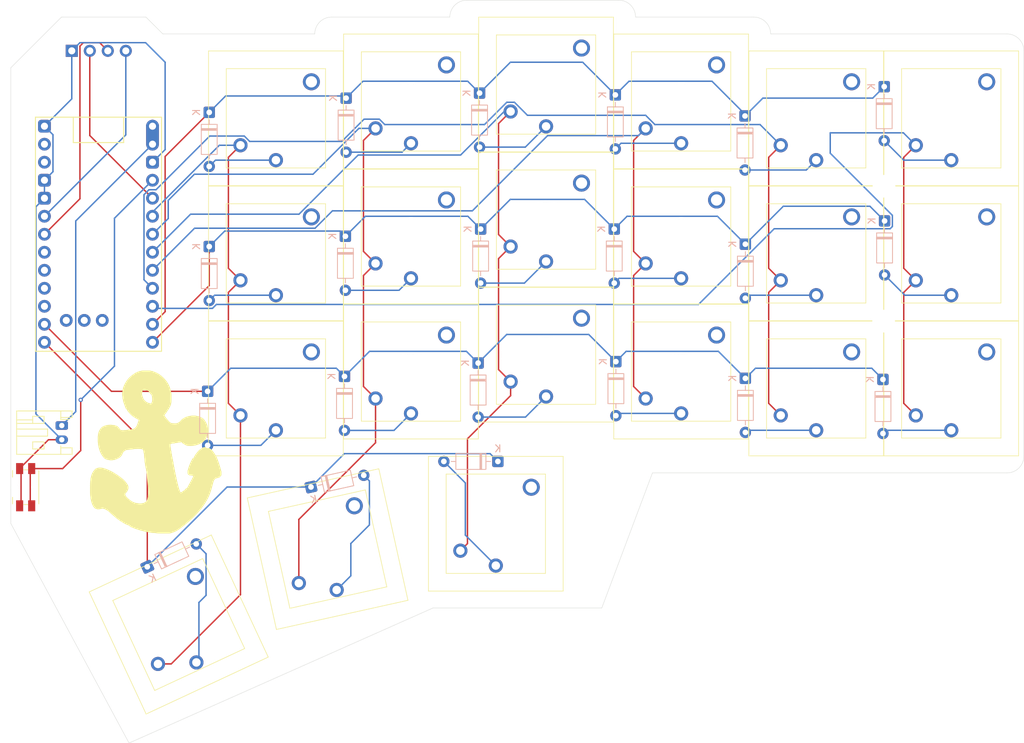
<source format=kicad_pcb>
(kicad_pcb (version 20241229) (generator "pcbnew") (generator_version "9.0")
  (layers (0 "F.Cu" signal) (2 "B.Cu" signal) (13 "F.Paste" user) (15 "B.Paste" user) (5 "F.SilkS" user "F.Silkscreen") (7 "B.SilkS" user "B.Silkscreen") (1 "F.Mask" user) (3 "B.Mask" user) (25 "Edge.Cuts" user))
  (net 0 "")
  (net 1 "Net-(D1-A)")
  (net 2 "COL0")
  (net 3 "ROW2")
  (net 4 "ROW3")
  (net 5 "Net-(D3-A)")
  (net 6 "VCC")
  (net 7 "Net-(D5-A)")
  (net 8 "Net-(D6-A)")
  (net 9 "SDA")
  (net 10 "Net-(D9-A)")
  (net 11 "Net-(D10-A)")
  (net 12 "Net-(J3-Pin_1)")
  (net 13 "COL1")
  (net 14 "Net-(D13-A)")
  (net 15 "Net-(D14-A)")
  (net 16 "Net-(D15-A)")
  (net 17 "Net-(D16-A)")
  (net 18 "Net-(D17-A)")
  (net 19 "Net-(D18-A)")
  (net 20 "COL2")
  (net 21 "COL3")
  (net 22 "COL4")
  (net 23 "COL5")
  (net 24 "Net-(D25-A)")
  (net 25 "RESET")
  (net 26 "Net-(D26-A)")
  (net 27 "Net-(D27-A)")
  (net 28 "Net-(D28-A)")
  (net 29 "Net-(D29-A)")
  (net 30 "Net-(D30-A)")
  (net 32 "SCK")
  (net 38 "Net-(D37-A)")
  (net 41 "Net-(D39-A)")
  (net 43 "Net-(D41-A)")
  (net 44 "GND")
  (net 45 "ROW0")
  (net 46 "ROW1")
  (footprint "PCM_marbastlib-xp-choc:SW_choc_v1+v2_1u" (layer "F.Cu") (at 122.7836 117.4496)
    (property "Reference" "SW6" (hide yes))
    (property "Value" "SW_Push" (hide yes))
  )
  (footprint "PCM_marbastlib-xp-choc:SW_choc_v1+v2_1u" (layer "F.Cu") (at 160.8836 160.3121)
    (property "Reference" "SW26" (hide yes))
    (property "Value" "SW_Push" (hide yes))
  )
  (footprint "PCM_marbastlib-xp-choc:SW_choc_v1+v2_1u" (layer "F.Cu") (at 179.9336 122.2121)
    (property "Reference" "SW1" (hide yes))
    (property "Value" "SW_Push" (hide yes))
  )
  (footprint "PCM_marbastlib-xp-choc:SW_choc_v1+v2_1u" (layer "F.Cu") (at 122.7836 136.4996)
    (property "Reference" "SW16" (hide yes))
    (property "Value" "SW_Push" (hide yes))
  )
  (footprint "PCM_marbastlib-xp-choc:SW_choc_v1+v2_1u" (layer "F.Cu") (at 84.6836 122.2121)
    (property "Reference" "SW10" (hide yes))
    (property "Value" "SW_Push" (hide yes))
  )
  (footprint "PCM_marbastlib-xp-choc:SW_choc_v1+v2_1u" (layer "F.Cu") (at 122.7836 155.5496)
    (property "Reference" "SW28" (hide yes))
    (property "Value" "SW_Push" (hide yes))
  )
  (footprint "PCM_marbastlib-xp-choc:SW_choc_v1+v2_1u" (layer "F.Cu") (at 84.6836 141.2621)
    (property "Reference" "SW18" (hide yes))
    (property "Value" "SW_Push" (hide yes))
  )
  (footprint "PCM_marbastlib-xp-choc:SW_choc_v1+v2_1u" (layer "F.Cu") (at 103.7336 138.88085)
    (property "Reference" "SW17" (hide yes))
    (property "Value" "SW_Push" (hide yes))
  )
  (footprint "MountingHole:MountingHole_3.2mm_M3" (layer "F.Cu") (at 131.5076 173.60265)
    (property "Reference" "H5" (hide yes))
    (property "Value" "MountingHole" (hide yes))
  )
  (footprint "PCM_marbastlib-xp-choc:SW_choc_v1+v2_1u" (layer "F.Cu") (at 179.9336 160.3121)
    (property "Reference" "SW25" (hide yes))
    (property "Value" "SW_Push" (hide yes))
  )
  (footprint "Connector_JST:JST_PH_S2B-PH-K_1x02_P2.00mm_Horizontal" (layer "F.Cu") (at 54.481 165.54145 -90)
    (property "Reference" "J3" (hide yes))
    (property "Value" "Conn_01x02_Socket" (hide yes))
  )
  (footprint "PCM_marbastlib-xp-choc:SW_choc_v1+v2_1u" (layer "F.Cu") (at 141.8336 138.88085)
    (property "Reference" "SW15" (hide yes))
    (property "Value" "SW_Push" (hide yes))
  )
  (footprint "PCM_marbastlib-xp-choc:SW_choc_v1+v2_1u" (layer "F.Cu") (at 160.8836 122.2121)
    (property "Reference" "SW3" (hide yes))
    (property "Value" "SW_Push" (hide yes))
  )
  (footprint "MountingHole:MountingHole_3.2mm_M3" (layer "F.Cu") (at 73.2654 133.35)
    (property "Reference" "H6" (hide yes))
    (property "Value" "MountingHole" (hide yes))
  )
  (footprint "MountingHole:MountingHole_3.2mm_M3" (layer "F.Cu") (at 56.5014 180.81625)
    (property "Reference" "H3" (hide yes))
    (property "Value" "MountingHole" (hide yes))
  )
  (footprint "PCM_marbastlib-xp-choc:SW_choc_v1+v2_1u" (layer "F.Cu") (at 103.7336 119.83085)
    (property "Reference" "SW9" (hide yes))
    (property "Value" "SW_Push" (hide yes))
  )
  (footprint "PCM_marbastlib-xp-choc:SW_choc_v1+v2_1u" (layer "F.Cu") (at 91.974972 182.971868 12.5)
    (property "Reference" "SW39" (hide yes))
    (property "Value" "SW_Push" (hide yes))
  )
  (footprint "MountingHole:MountingHole_3.2mm_M3" (layer "F.Cu") (at 170.395 150.81885)
    (property "Reference" "H1" (hide yes))
    (property "Value" "MountingHole" (hide yes))
  )
  (footprint "display:OLED-128x32-cutout" (layer "F.Cu") (at 65.6918 111.09345 -90)
    (property "Reference" "J1" (hide yes))
    (property "Value" "OLED-128x32" (hide yes))
  )
  (footprint "PCM_marbastlib-xp-choc:SW_choc_v1+v2_1u" (layer "F.Cu") (at 179.9336 141.2621)
    (property "Reference" "SW13" (hide yes))
    (property "Value" "SW_Push" (hide yes))
  )
  (footprint "MountingHole:MountingHole_3.2mm_M3" (layer "F.Cu") (at 170.4458 131.79425)
    (property "Reference" "H4" (hide yes))
    (property "Value" "MountingHole" (hide yes))
  )
  (footprint "PCM_marbastlib-xp-choc:SW_choc_v1+v2_1u" (layer "F.Cu") (at 70.973107 193.605451 25)
    (property "Reference" "SW37" (hide yes))
    (property "Value" "SW_Push" (hide yes))
  )
  (footprint "PCM_marbastlib-xp-choc:SW_choc_v1+v2_1u" (layer "F.Cu") (at 160.8836 141.2621)
    (property "Reference" "SW14" (hide yes))
    (property "Value" "SW_Push" (hide yes))
  )
  (footprint "PCM_marbastlib-xp-choc:SW_choc_v1+v2_1u" (layer "F.Cu") (at 84.6836 160.3121)
    (property "Reference" "SW30" (hide yes))
    (property "Value" "SW_Push" (hide yes))
  )
  (footprint "PCM_marbastlib-xp-choc:SW_choc_v1+v2_1u" (layer "F.Cu") (at 141.8336 157.93085)
    (property "Reference" "SW27" (hide yes))
    (property "Value" "SW_Push" (hide yes))
  )
  (footprint "Button_Switch_SMD:Panasonic_EVQPUL_EVQPUC" (layer "F.Cu") (at 49.386 174.23765 90)
    (property "Reference" "SW45" (hide yes))
    (property "Value" "SW_Push" (hide yes))
  )
  (footprint "PCM_marbastlib-xp-choc:SW_choc_v1+v2_1u" (layer "F.Cu") (at 141.8336 119.83085)
    (property "Reference" "SW5" (hide yes))
    (property "Value" "SW_Push" (hide yes))
  )
  (footprint "PCM_marbastlib-xp-promicroish:SuperMini_nRF52840_AH_USBup" (layer "F.Cu") (at 59.65735 139.83335)
    (property "Reference" "U1" (hide yes))
    (property "Value" "SuperMini nRF52840" (hide yes))
  )
  (footprint "PCM_marbastlib-xp-choc:SW_choc_v1+v2_1u" (layer "F.Cu") (at 115.697 179.39385)
    (property "Reference" "SW41" (hide yes))
    (property "Value" "SW_Push" (hide yes))
  )
  (footprint "PCM_marbastlib-xp-choc:SW_choc_v1+v2_1u" (layer "F.Cu") (at 103.7336 157.93085)
    (property "Reference" "SW29" (hide yes))
    (property "Value" "SW_Push" (hide yes))
  )
  (footprint "Diode_THT:D_DO-35_SOD27_P7.62mm_Horizontal" (layer "B.Cu") (at 66.54215 185.46445 25)
    (property "Reference" "D37" (hide yes))
    (property "Value" "D" (hide yes))
  )
  (footprint "Diode_THT:D_DO-35_SOD27_P7.62mm_Horizontal" (layer "B.Cu") (at 170.475375 117.743875 -90)
    (property "Reference" "D1" (hide yes))
    (property "Value" "D" (hide yes))
  )
  (footprint "Diode_THT:D_DO-35_SOD27_P7.62mm_Horizontal" (layer "B.Cu") (at 94.48075 138.8491 -90)
    (property "Reference" "D17" (hide yes))
    (property "Value" "D" (hide yes))
  )
  (footprint "Diode_THT:D_DO-35_SOD27_P7.62mm_Horizontal" (layer "B.Cu") (at 115.9892 170.60545 180)
    (property "Reference" "D41" (hide yes))
    (property "Value" "D" (hide yes))
  )
  (footprint "Diode_THT:D_DO-35_SOD27_P7.62mm_Horizontal" (layer "B.Cu") (at 170.52835 136.68375 -90)
    (property "Reference" "D13" (hide yes))
    (property "Value" "D" (hide yes))
  )
  (footprint "Diode_THT:D_DO-35_SOD27_P7.62mm_Horizontal" (layer "B.Cu") (at 113.20055 156.7297 -90)
    (property "Reference" "D28" (hide yes))
    (property "Value" "D" (hide yes))
  )
  (footprint "Diode_THT:D_DO-35_SOD27_P7.62mm_Horizontal" (layer "B.Cu") (at 113.55615 137.8321 -90)
    (property "Reference" "D16" (hide yes))
    (property "Value" "D" (hide yes))
  )
  (footprint "Diode_THT:D_DO-35_SOD27_P7.62mm_Horizontal" (layer "B.Cu") (at 94.35375 158.6103 -90)
    (property "Reference" "D29" (hide yes))
    (property "Value" "D" (hide yes))
  )
  (footprint "Diode_THT:D_DO-35_SOD27_P7.62mm_Horizontal" (layer "B.Cu") (at 89.63075 174.21225 12.5)
    (property "Reference" "D39" (hide yes))
    (property "Value" "D" (hide yes))
  )
  (footprint "Diode_THT:D_DO-35_SOD27_P7.62mm_Horizontal" (layer "B.Cu") (at 150.89415 158.8897 -90)
    (property "Reference" "D26" (hide yes))
    (property "Value" "D" (hide yes))
  )
  (footprint "Diode_THT:D_DO-35_SOD27_P7.62mm_Horizontal" (layer "B.Cu") (at 94.58235 119.3673 -90)
    (property "Reference" "D9" (hide yes))
    (property "Value" "D" (hide yes))
  )
  (footprint "Diode_THT:D_DO-35_SOD27_P7.62mm_Horizontal" (layer "B.Cu") (at 75.27835 140.2969 -90)
    (property "Reference" "D18" (hide yes))
    (property "Value" "D" (hide yes))
  )
  (footprint "Diode_THT:D_DO-35_SOD27_P7.62mm_Horizontal" (layer "B.Cu") (at 170.29975 159.0421 -90)
    (property "Reference" "D25" (hide yes))
    (property "Value" "D" (hide yes))
  )
  (footprint "Diode_THT:D_DO-35_SOD27_P7.62mm_Horizontal" (layer "B.Cu") (at 132.63155 156.5275 -90)
    (property "Reference" "D27" (hide yes))
    (property "Value" "D" (hide yes))
  )
  (footprint "Diode_THT:D_DO-35_SOD27_P7.62mm_Horizontal" (layer "B.Cu") (at 132.40295 137.8331 -90)
    (property "Reference" "D15" (hide yes))
    (property "Value" "D" (hide yes))
  )
  (footprint "Diode_THT:D_DO-35_SOD27_P7.62mm_Horizontal" (layer "B.Cu") (at 150.84335 121.8819 -90)
    (property "Reference" "D3" (hide yes))
    (property "Value" "D" (hide yes))
  )
  (footprint "Diode_THT:D_DO-35_SOD27_P7.62mm_Horizontal" (layer "B.Cu") (at 113.40375 118.6551 -90)
    (property "Reference" "D6" (hide yes))
    (property "Value" "D" (hide yes))
  )
  (footprint "Diode_THT:D_DO-35_SOD27_P7.62mm_Horizontal" (layer "B.Cu") (at 75.27835 121.3739 -90)
    (property "Reference" "D10" (hide yes))
    (property "Value" "D" (hide yes))
  )
  (footprint "Diode_THT:D_DO-35_SOD27_P7.62mm_Horizontal" (layer "B.Cu") (at 150.89415 139.9667 -90)
    (property "Reference" "D14" (hide yes))
    (property "Value" "D" (hide yes))
  )
  (footprint "Diode_THT:D_DO-35_SOD27_P7.62mm_Horizontal" (layer "B.Cu") (at 132.55535 118.9101 -90)
    (property "Reference" "D5" (hide yes))
    (property "Value" "D" (hide yes))
  )
  (footprint "Diode_THT:D_DO-35_SOD27_P7.62mm_Horizontal" (layer "B.Cu") (at 75.04975 160.7185 -90)
    (property "Reference" "D30" (hide yes))
    (property "Value" "D" (hide yes))
  )
  (gr_poly (pts (xy 63.225694 175.924996) (xy 63.490277 176.057288) (xy 63.490277 176.18958) (xy 63.601898 176.197848) (xy 63.636561 176.212018) (xy 63.668699 176.227273) (xy 63.698557 176.243601) (xy 63.72638 176.260994) (xy 63.752412 176.27944) (xy 63.776897 176.298931) (xy 63.800081 176.319454) (xy 63.822207 176.341001) (xy 63.843521 176.363561) (xy 63.864267 176.387124) (xy 63.884689 176.41168) (xy 63.905032 176.437218) (xy 63.990505 176.548989) (xy 64.020727 176.580555) (xy 64.051658 176.610275) (xy 64.083279 176.638301) (xy 64.115572 176.664783) (xy 64.148517 176.689872) (xy 64.182096 176.713721) (xy 64.21629 176.736479) (xy 64.25108 176.758298) (xy 64.286447 176.779329) (xy 64.322373 176.799724) (xy 64.395827 176.839208) (xy 64.54861 176.917184) (xy 64.474713 176.958784) (xy 64.447454 176.973576) (xy 64.42252 176.986431) (xy 64.396811 176.998897) (xy 64.367226 177.012527) (xy 64.284027 177.049476) (xy 64.151735 176.983331) (xy 64.151735 177.181768) (xy 64.482464 177.314059) (xy 64.350173 177.380206) (xy 64.258544 177.328804) (xy 64.224381 177.308953) (xy 64.192689 177.289707) (xy 64.159495 177.268596) (xy 64.120827 177.24315) (xy 64.011176 177.169366) (xy 63.926795 177.114029) (xy 63.842584 177.059925) (xy 63.758186 177.007181) (xy 63.673239 176.955926) (xy 63.587385 176.906288) (xy 63.500263 176.858394) (xy 63.411514 176.812374) (xy 63.320778 176.768355) (xy 63.245468 176.72976) (xy 63.214489 176.713381) (xy 63.187259 176.698334) (xy 63.163251 176.684159) (xy 63.141938 176.670396) (xy 63.122792 176.656585) (xy 63.105288 176.642265) (xy 63.088898 176.626976) (xy 63.073095 176.610258) (xy 63.057353 176.591651) (xy 63.041144 176.570694) (xy 63.023943 176.546927) (xy 63.005221 176.519889) (xy 62.961111 176.454164) (xy 62.924199 176.425759) (xy 62.889647 176.399978) (xy 62.857021 176.376751) (xy 62.825888 176.356012) (xy 62.795816 176.337691) (xy 62.766373 176.321722) (xy 62.737124 176.308036) (xy 62.707639 176.296566) (xy 62.677483 176.287242) (xy 62.646224 176.279998) (xy 62.613429 176.274766) (xy 62.578666 176.271477) (xy 62.541501 176.270063) (xy 62.501503 176.270457) (xy 62.458238 176.272591) (xy 62.411273 176.276397) (xy 62.233506 176.321872) (xy 62.365798 176.123435) (xy 62.431927 176.114611) (xy 62.494678 176.110121) (xy 62.554422 176.109763) (xy 62.611527 176.113331) (xy 62.666364 176.120622) (xy 62.719302 176.13143) (xy 62.770713 176.145551) (xy 62.820966 176.162782) (xy 62.87043 176.182917) (xy 62.919477 176.205752) (xy 62.968475 176.231082) (xy 63.017795 176.258705) (xy 63.118881 176.320005) (xy 63.225694 176.388019) (xy 63.027256 175.792705) (xy 63.225694 175.792705)) (fill yes) (layer "F.SilkS"))
  (gr_poly (pts (xy 69.922653 161.384802) (xy 69.930997 161.750008) (xy 69.931244 161.899224) (xy 69.928356 162.030316) (xy 69.921947 162.146385) (xy 69.911628 162.250532) (xy 69.897013 162.345856) (xy 69.877713 162.435459) (xy 69.853342 162.522441) (xy 69.823511 162.609903) (xy 69.787833 162.700946) (xy 69.74592 162.798669) (xy 69.64184 163.02656) (xy 69.576469 163.169704) (xy 69.557086 163.203217) (xy 69.536638 163.235504) (xy 69.515198 163.266677) (xy 69.492836 163.296849) (xy 69.469625 163.326133) (xy 69.445636 163.354642) (xy 69.420943 163.382488) (xy 69.395616 163.409784) (xy 69.343348 163.463176) (xy 69.28941 163.515721) (xy 69.178818 163.621873) (xy 69.093625 163.729009) (xy 69.00932 163.836846) (xy 68.941095 163.913364) (xy 68.912644 163.944385) (xy 68.887136 163.971064) (xy 68.863946 163.993767) (xy 68.842451 164.012855) (xy 68.832145 164.021157) (xy 68.822028 164.028692) (xy 68.812023 164.035505) (xy 68.802052 164.041642) (xy 68.792037 164.047148) (xy 68.7819 164.052068) (xy 68.771563 164.056447) (xy 68.760948 164.060333) (xy 68.749977 164.063768) (xy 68.738572 164.0668) (xy 68.714149 164.071833) (xy 68.687054 164.075796) (xy 68.656665 164.079051) (xy 68.583506 164.084893) (xy 68.583506 164.217185) (xy 68.469559 164.241473) (xy 68.293413 164.280389) (xy 68.11906 164.321637) (xy 68.03236 164.343809) (xy 67.945872 164.367374) (xy 67.859518 164.3926) (xy 67.77322 164.419757) (xy 67.715638 164.433489) (xy 67.658205 164.445909) (xy 67.543642 164.467171) (xy 67.42925 164.484249) (xy 67.314749 164.49785) (xy 67.199856 164.508683) (xy 67.084291 164.517453) (xy 66.85002 164.531636) (xy 66.789796 164.533313) (xy 66.764909 164.534291) (xy 66.742887 164.535522) (xy 66.723264 164.537129) (xy 66.705577 164.53923) (xy 66.68936 164.541948) (xy 66.674151 164.545403) (xy 66.659484 164.549716) (xy 66.644894 164.555007) (xy 66.629918 164.561397) (xy 66.614091 164.569007) (xy 66.596949 164.577957) (xy 66.578027 164.588369) (xy 66.532985 164.61406) (xy 66.525997 164.662079) (xy 66.520702 164.700287) (xy 66.516807 164.732413) (xy 66.514023 164.762188) (xy 66.512059 164.793343) (xy 66.510625 164.829607) (xy 66.50818 164.932387) (xy 66.492644 165.10942) (xy 66.471929 165.288544) (xy 66.458722 165.378119) (xy 66.443133 165.467291) (xy 66.424798 165.555752) (xy 66.403355 165.643193) (xy 66.378442 165.729307) (xy 66.349697 165.813783) (xy 66.316755 165.896315) (xy 66.279255 165.976592) (xy 66.236835 166.054308) (xy 66.189132 166.129153) (xy 66.135782 166.20082) (xy 66.076424 166.268998) (xy 65.978121 166.340837) (xy 65.879044 166.406606) (xy 65.779098 166.466586) (xy 65.678186 166.521056) (xy 65.576212 166.570296) (xy 65.47308 166.614585) (xy 65.368694 166.654203) (xy 65.262957 166.689431) (xy 65.155773 166.720547) (xy 65.047046 166.747832) (xy 64.93668 166.771565) (xy 64.824578 166.792025) (xy 64.710644 166.809493) (xy 64.594783 166.824249) (xy 64.476897 166.836571) (xy 64.356891 166.84674) (xy 64.309561 166.84976) (xy 64.289917 166.851266) (xy 64.272423 166.852929) (xy 64.256683 166.854872) (xy 64.242298 166.857213) (xy 64.228872 166.860075) (xy 64.216006 166.863578) (xy 64.203305 166.867843) (xy 64.190369 166.87299) (xy 64.176802 166.87914) (xy 64.162207 166.886414) (xy 64.146185 166.894933) (xy 64.12834 166.904817) (xy 64.08559 166.929164) (xy 63.978278 166.941204) (xy 63.870829 166.952016) (xy 63.763274 166.961737) (xy 63.655642 166.970505) (xy 63.422064 166.989626) (xy 63.356988 166.991373) (xy 63.306471 166.991879) (xy 63.285467 166.991444) (xy 63.26666 166.990434) (xy 63.249565 166.988759) (xy 63.233704 166.986331) (xy 63.218593 166.983061) (xy 63.203751 166.978861) (xy 63.188698 166.973642) (xy 63.172952 166.967316) (xy 63.15603 166.959793) (xy 63.137452 166.950986) (xy 63.093402 166.929164) (xy 63.027256 167.061456) (xy 63.002739 167.019582) (xy 62.981321 166.978754) (xy 62.962801 166.938761) (xy 62.94698 166.899396) (xy 62.933658 166.86045) (xy 62.922636 166.821713) (xy 62.913714 166.782979) (xy 62.906692 166.744037) (xy 62.901371 166.704679) (xy 62.89755 166.664696) (xy 62.895031 166.62388) (xy 62.893614 166.582022) (xy 62.893284 166.494346) (xy 62.894965 166.399998) (xy 63.018051 166.384931) (xy 63.581227 166.313181) (xy 63.774756 166.289539) (xy 64.028294 166.261754) (xy 64.133342 166.249089) (xy 64.226658 166.23636) (xy 64.3103 166.222906) (xy 64.386329 166.208065) (xy 64.456805 166.191175) (xy 64.523789 166.171573) (xy 64.58934 166.1486) (xy 64.655518 166.121591) (xy 64.724384 166.089887) (xy 64.797997 166.052824) (xy 64.878418 166.009742) (xy 64.967708 165.959978) (xy 65.18113 165.837758) (xy 65.215048 165.782767) (xy 65.241254 165.739021) (xy 65.252056 165.720033) (xy 65.261638 165.702258) (xy 65.270238 165.685162) (xy 65.27809 165.668213) (xy 65.285432 165.650878) (xy 65.292499 165.632624) (xy 65.299527 165.612918) (xy 65.306754 165.591227) (xy 65.322744 165.539758) (xy 65.34236 165.473956) (xy 65.474652 165.473956) (xy 65.486042 165.22327) (xy 65.48926 165.119367) (xy 65.490191 165.027023) (xy 65.48836 164.944187) (xy 65.483292 164.868808) (xy 65.47451 164.798837) (xy 65.461539 164.732221) (xy 65.443903 164.666911) (xy 65.421126 164.600856) (xy 65.392732 164.532005) (xy 65.358247 164.458308) (xy 65.317193 164.377714) (xy 65.269095 164.288171) (xy 65.149866 164.074041) (xy 65.069004 163.988511) (xy 65.004676 163.921867) (xy 64.976753 163.893971) (xy 64.950611 163.86881) (xy 64.925468 163.845721) (xy 64.900539 163.824042) (xy 64.87504 163.803109) (xy 64.848188 163.782262) (xy 64.819199 163.760838) (xy 64.787288 163.738174) (xy 64.711567 163.686477) (xy 64.614756 163.621873) (xy 64.577743 163.569679) (xy 64.548869 163.528338) (xy 64.525808 163.493973) (xy 64.515731 163.478196) (xy 64.506236 163.462709) (xy 64.497031 163.447029) (xy 64.487826 163.43067) (xy 64.468254 163.39398) (xy 64.445193 163.348763) (xy 64.416319 163.291144) (xy 64.43841 163.225385) (xy 64.447857 163.198271) (xy 64.456626 163.174355) (xy 64.465007 163.153151) (xy 64.473292 163.134176) (xy 64.48177 163.116945) (xy 64.490733 163.100974) (xy 64.50047 163.085778) (xy 64.511274 163.070873) (xy 64.523434 163.055773) (xy 64.537241 163.039996) (xy 64.552987 163.023056) (xy 64.57096 163.004469) (xy 64.614756 162.960415) (xy 64.667231 162.884478) (xy 64.719147 162.808155) (xy 64.770545 162.731481) (xy 64.821462 162.65449) (xy 64.929466 162.490676) (xy 65.011632 162.365102) (xy 65.050696 162.393212) (xy 65.088393 162.421446) (xy 65.124808 162.449889) (xy 65.160026 162.478626) (xy 65.194132 162.507745) (xy 65.227209 162.53733) (xy 65.259344 162.567468) (xy 65.290621 162.598244) (xy 65.321125 162.629744) (xy 65.35094 162.662054) (xy 65.380152 162.69526) (xy 65.408845 162.729448) (xy 65.437104 162.764703) (xy 65.465014 162.801112) (xy 65.49266 162.838759) (xy 65.520127 162.877732) (xy 65.573618 162.949692) (xy 65.630279 163.021508) (xy 65.689947 163.092836) (xy 65.752461 163.163337) (xy 65.817656 163.232666) (xy 65.88537 163.300484) (xy 65.955441 163.366448) (xy 66.027706 163.430217) (xy 66.102002 163.491448) (xy 66.178167 163.5498) (xy 66.256037 163.604931) (xy 66.33545 163.656499) (xy 66.416243 163.704163) (xy 66.498254 163.747581) (xy 66.58132 163.78641) (xy 66.665277 163.82031) (xy 66.795295 163.832378) (xy 66.842898 163.835944) (xy 66.886004 163.838123) (xy 66.929941 163.839109) (xy 66.980038 163.839096) (xy 67.120029 163.836846) (xy 67.359292 163.83788) (xy 67.444643 163.830158) (xy 67.525984 163.82003) (xy 67.565476 163.813947) (xy 67.604356 163.807124) (xy 67.642755 163.799515) (xy 67.680803 163.791073) (xy 67.71863 163.781752) (xy 67.756367 163.771506) (xy 67.794144 163.760289) (xy 67.832092 163.748054) (xy 67.87034 163.734756) (xy 67.909019 163.720348) (xy 67.94826 163.704784) (xy 67.988193 163.688018) (xy 68.026633 163.63242) (xy 68.056527 163.588647) (xy 68.080199 163.552823) (xy 68.099975 163.521072) (xy 68.118181 163.489519) (xy 68.137142 163.454288) (xy 68.159183 163.411503) (xy 68.186631 163.357289) (xy 68.318923 163.357289) (xy 68.318923 163.224998) (xy 68.529763 163.113377) (xy 68.572378 163.088517) (xy 68.613598 163.062914) (xy 68.653546 163.036571) (xy 68.692344 163.009496) (xy 68.730113 162.981695) (xy 68.766977 162.953174) (xy 68.803057 162.923938) (xy 68.838475 162.893994) (xy 68.873355 162.863348) (xy 68.907817 162.832007) (xy 68.975978 162.76726) (xy 69.043938 162.699804) (xy 69.112672 162.629685) (xy 69.244964 162.629685) (xy 69.244964 162.960415) (xy 69.288002 162.945517) (xy 69.326197 162.931038) (xy 69.360021 162.916677) (xy 69.389947 162.902137) (xy 69.403596 162.894706) (xy 69.416448 162.887118) (xy 69.428561 162.879336) (xy 69.439995 162.871322) (xy 69.450809 162.863039) (xy 69.461062 162.85445) (xy 69.470813 162.845517) (xy 69.480122 162.836203) (xy 69.489046 162.82647) (xy 69.497646 162.816282) (xy 69.514108 162.794389) (xy 69.52998 162.770225) (xy 69.545735 162.743491) (xy 69.561845 162.713888) (xy 69.578784 162.681118) (xy 69.617035 162.60488) (xy 69.658568 162.50355) (xy 69.694476 162.401321) (xy 69.725175 162.298255) (xy 69.751083 162.194414) (xy 69.772618 162.089857) (xy 69.790196 161.984645) (xy 69.804237 161.87884) (xy 69.815156 161.772501) (xy 69.823373 161.66569) (xy 69.829304 161.558468) (xy 69.835979 161.343031) (xy 69.840276 160.909894) (xy 69.906422 160.909894)) (fill yes) (layer "F.SilkS"))
  (gr_poly (pts (xy 60.334848 173.580054) (xy 60.353182 173.61595) (xy 60.37034 173.651536) (xy 60.386382 173.686909) (xy 60.401368 173.722169) (xy 60.415358 173.757414) (xy 60.428412 173.792743) (xy 60.440591 173.828255) (xy 60.451954 173.864049) (xy 60.462562 173.900223) (xy 60.472475 173.936877) (xy 60.481752 173.974109) (xy 60.498643 174.050701) (xy 60.513715 174.130792) (xy 60.5275 174.203111) (xy 60.541904 174.273845) (xy 60.557158 174.343422) (xy 60.573493 174.412268) (xy 60.59114 174.480812) (xy 60.610332 174.54948) (xy 60.6313 174.618699) (xy 60.654275 174.688897) (xy 60.664741 174.722312) (xy 60.674106 174.754888) (xy 60.682411 174.786759) (xy 60.689696 174.818057) (xy 60.696 174.848916) (xy 60.701364 174.879468) (xy 60.705829 174.909847) (xy 60.709434 174.940185) (xy 60.712219 174.970616) (xy 60.714225 175.001272) (xy 60.715493 175.032287) (xy 60.716061 175.063793) (xy 60.715263 175.128812) (xy 60.712152 175.197393) (xy 60.662007 175.098378) (xy 60.615245 174.999196) (xy 60.571866 174.899761) (xy 60.531868 174.799983) (xy 60.49525 174.699773) (xy 60.462011 174.599044) (xy 60.432151 174.497707) (xy 60.405668 174.395674) (xy 60.382562 174.292857) (xy 60.362831 174.189166) (xy 60.346474 174.084515) (xy 60.333492 173.978814) (xy 60.323881 173.871975) (xy 60.317643 173.763909) (xy 60.314775 173.65453) (xy 60.315277 173.543747)) (fill yes) (layer "F.SilkS"))
  (gr_poly (pts (xy 75.264234 170.434893) (xy 75.115408 170.459698) (xy 75.035882 170.476904) (xy 74.973597 170.491326) (xy 74.947284 170.498129) (xy 74.923319 170.504998) (xy 74.901048 170.512189) (xy 74.879817 170.519956) (xy 74.858972 170.528552) (xy 74.837859 170.538233) (xy 74.815824 170.549252) (xy 74.792212 170.561864) (xy 74.737644 170.592885) (xy 74.668922 170.63333) (xy 74.650455 170.697495) (xy 74.633499 170.760339) (xy 74.617944 170.822362) (xy 74.603679 170.884066) (xy 74.590593 170.94595) (xy 74.578576 171.008516) (xy 74.567515 171.072263) (xy 74.557302 171.137693) (xy 74.533918 171.275411) (xy 74.497017 171.51117) (xy 74.463822 171.747377) (xy 74.43328 171.983956) (xy 74.404338 172.220831) (xy 74.524229 172.241501) (xy 74.553921 172.2514) (xy 74.581454 172.261745) (xy 74.607053 172.272592) (xy 74.630946 172.283999) (xy 74.653361 172.296024) (xy 74.674525 172.308723) (xy 74.694665 172.322154) (xy 74.714008 172.336375) (xy 74.732782 172.351441) (xy 74.751215 172.367411) (xy 74.769533 172.384342) (xy 74.787963 172.402291) (xy 74.826072 172.441472) (xy 74.867361 172.485414) (xy 74.606856 172.456955) (xy 74.346462 172.427536) (xy 74.196859 172.411775) (xy 74.073503 172.397074) (xy 73.979006 172.384229) (xy 73.940675 172.377804) (xy 73.907273 172.371003) (xy 73.878038 172.363547) (xy 73.852208 172.355157) (xy 73.829022 172.345553) (xy 73.807718 172.334455) (xy 73.787533 172.321583) (xy 73.767705 172.306658) (xy 73.747474 172.2894) (xy 73.726076 172.269529) (xy 73.676735 172.220831) (xy 73.671709 172.175578) (xy 73.667966 172.13965) (xy 73.665362 172.109609) (xy 73.663752 172.082015) (xy 73.662989 172.053427) (xy 73.662928 172.020407) (xy 73.664333 171.927308) (xy 73.665624 171.770471) (xy 73.669421 171.722237) (xy 73.673081 171.683569) (xy 73.675143 171.666565) (xy 73.67751 171.650442) (xy 73.680296 171.634699) (xy 73.683614 171.618832) (xy 73.687577 171.602339) (xy 73.692298 171.584715) (xy 73.69789 171.565459) (xy 73.704467 171.544067) (xy 73.721026 171.492863) (xy 73.742881 171.42708) (xy 73.875173 171.42708) (xy 73.875173 171.691664) (xy 74.139755 171.75781) (xy 74.205902 172.088539) (xy 74.208243 171.929379) (xy 74.210035 171.770212) (xy 74.212362 171.591153) (xy 74.21249 171.533698) (xy 74.212259 171.509722) (xy 74.21169 171.488207) (xy 74.210676 171.468622) (xy 74.209111 171.450435) (xy 74.206889 171.433115) (xy 74.203903 171.416131) (xy 74.200046 171.398952) (xy 74.195214 171.381048) (xy 74.189298 171.361887) (xy 74.182193 171.340938) (xy 74.163991 171.291552) (xy 74.139755 171.228644) (xy 74.272047 171.228644) (xy 74.301504 171.061987) (xy 74.34234 170.86604) (xy 74.375917 170.716654) (xy 74.3913 170.65661) (xy 74.406446 170.604832) (xy 74.421882 170.560197) (xy 74.438133 170.521579) (xy 74.455727 170.487854) (xy 74.475189 170.457899) (xy 74.497045 170.430587) (xy 74.521822 170.404795) (xy 74.550045 170.379398) (xy 74.582241 170.353272) (xy 74.660654 170.294334) (xy 74.867361 170.236456) (xy 75.053396 170.157908) (xy 75.101285 170.140168) (xy 75.13808 170.126837) (xy 75.166252 170.117285) (xy 75.177876 170.113729) (xy 75.188271 170.110882) (xy 75.197745 170.108665) (xy 75.206608 170.106998) (xy 75.215167 170.105804) (xy 75.223733 170.105004) (xy 75.242119 170.104269) (xy 75.264234 170.104164)) (fill yes) (layer "F.SilkS"))
  (gr_poly (pts (xy 63.225694 175.924996) (xy 63.490277 176.057288) (xy 63.490277 176.18958) (xy 63.622569 176.18958) (xy 63.754861 176.454164) (xy 63.622569 176.520309) (xy 63.47723 176.428412) (xy 63.417972 176.390181) (xy 63.366565 176.356022) (xy 63.322191 176.325127) (xy 63.284033 176.296694) (xy 63.251273 176.269914) (xy 63.223094 176.243985) (xy 63.198678 176.218099) (xy 63.177208 176.191451) (xy 63.157866 176.163237) (xy 63.139834 176.13265) (xy 63.122296 176.098886) (xy 63.104433 176.061138) (xy 63.064463 175.970471) (xy 63.027256 175.792705) (xy 63.225694 175.792705)) (fill yes) (layer "F.SilkS"))
  (gr_poly (pts (xy 75.859548 172.948435) (xy 76.12413 173.014581) (xy 76.095256 173.058506) (xy 76.072196 173.093129) (xy 76.052624 173.121551) (xy 76.034214 173.146872) (xy 76.014642 173.172194) (xy 75.991581 173.200616) (xy 75.925693 173.279163) (xy 75.727256 173.279163) (xy 75.594965 173.146873) (xy 75.594965 172.882289) (xy 75.63889 172.860456) (xy 75.65717 172.851622) (xy 75.673513 172.844048) (xy 75.688305 172.837637) (xy 75.701935 172.832292) (xy 75.714789 172.827916) (xy 75.727256 172.824411) (xy 75.739723 172.821682) (xy 75.752578 172.819631) (xy 75.766208 172.818162) (xy 75.781 172.817177) (xy 75.797343 172.816579) (xy 75.815623 172.816272) (xy 75.859548 172.816143)) (fill yes) (layer "F.SilkS"))
  (gr_poly (pts (xy 66.899888 165.72562) (xy 67.069129 165.726912) (xy 67.244053 165.730271) (xy 67.422079 165.73208) (xy 67.638997 165.734869) (xy 67.855902 165.738539) (xy 67.855902 165.804685) (xy 67.609405 165.800551) (xy 67.416578 165.794392) (xy 67.265312 165.792242) (xy 67.201228 165.793341) (xy 67.14269 165.796248) (xy 67.088084 165.801229) (xy 67.035795 165.808555) (xy 66.984209 165.818493) (xy 66.931711 165.831312) (xy 66.876686 165.847279) (xy 66.81752 165.866664) (xy 66.752597 165.889735) (xy 66.680304 165.916759) (xy 66.507147 165.983744) (xy 66.472495 166.034226) (xy 66.439665 166.084721) (xy 66.408433 166.135442) (xy 66.378575 166.186606) (xy 66.349867 166.238428) (xy 66.322084 166.291124) (xy 66.295004 166.344909) (xy 66.268402 166.399998) (xy 66.234002 166.4386) (xy 66.200286 166.474365) (xy 66.167026 166.507505) (xy 66.133997 166.538236) (xy 66.100972 166.56677) (xy 66.067723 166.593323) (xy 66.034024 166.618106) (xy 65.999649 166.641336) (xy 65.96437 166.663224) (xy 65.927962 166.683986) (xy 65.890197 166.703835) (xy 65.850849 166.722985) (xy 65.809691 166.74165) (xy 65.766496 166.760044) (xy 65.721038 166.77838) (xy 65.67309 166.796872) (xy 65.606944 166.929164) (xy 66.202256 166.99531) (xy 66.202064 167.082864) (xy 66.200722 167.150037) (xy 66.199259 167.177363) (xy 66.197078 167.201252) (xy 66.194034 167.222259) (xy 66.189983 167.240935) (xy 66.184781 167.257833) (xy 66.178285 167.273508) (xy 66.170351 167.28851) (xy 66.160834 167.303395) (xy 66.149592 167.318713) (xy 66.13648 167.33502) (xy 66.104071 167.372807) (xy 66.060698 167.393815) (xy 66.017422 167.4123) (xy 65.974191 167.428438) (xy 65.930951 167.442402) (xy 65.88765 167.454366) (xy 65.844233 167.464505) (xy 65.800647 167.472992) (xy 65.756839 167.480002) (xy 65.712755 167.485709) (xy 65.668342 167.490287) (xy 65.578317 167.496754) (xy 65.486335 167.500796) (xy 65.391969 167.503806) (xy 65.242625 167.510654) (xy 65.061002 167.518071) (xy 64.87934 167.524477) (xy 64.87934 167.722914) (xy 65.143922 167.78906) (xy 64.823666 167.857915) (xy 64.503135 167.925486) (xy 64.320329 167.965406) (xy 64.142692 168.002225) (xy 63.979992 168.036864) (xy 63.947131 168.039871) (xy 63.91505 168.041889) (xy 63.883648 168.042956) (xy 63.852821 168.04311) (xy 63.822466 168.04239) (xy 63.79248 168.040832) (xy 63.762761 168.038474) (xy 63.733204 168.035355) (xy 63.703708 168.031511) (xy 63.67417 168.026981) (xy 63.614553 168.016012) (xy 63.55353 168.00275) (xy 63.490277 167.987497) (xy 63.498545 167.764256) (xy 63.504483 167.683904) (xy 63.506271 167.650897) (xy 63.506998 167.621942) (xy 63.506458 167.596495) (xy 63.504444 167.57401) (xy 63.502821 167.563708) (xy 63.500752 167.553942) (xy 63.498212 167.544645) (xy 63.495174 167.535747) (xy 63.491614 167.527181) (xy 63.487506 167.518879) (xy 63.482823 167.510773) (xy 63.47754 167.502793) (xy 63.471632 167.494874) (xy 63.465072 167.486945) (xy 63.449896 167.470789) (xy 63.431805 167.45378) (xy 63.410593 167.435373) (xy 63.357986 167.392185) (xy 63.358115 167.34826) (xy 63.358422 167.32998) (xy 63.359019 167.313637) (xy 63.360004 167.298845) (xy 63.361474 167.285215) (xy 63.363525 167.27236) (xy 63.366254 167.259894) (xy 63.369758 167.247427) (xy 63.374135 167.234572) (xy 63.37948 167.220942) (xy 63.385891 167.20615) (xy 63.393465 167.189807) (xy 63.402298 167.171527) (xy 63.424132 167.127602) (xy 63.48665 167.10167) (xy 63.549011 167.078659) (xy 63.611278 167.058375) (xy 63.673515 167.040622) (xy 63.735784 167.025204) (xy 63.79815 167.011928) (xy 63.860677 167.000597) (xy 63.923427 166.991016) (xy 63.986465 166.982991) (xy 64.049854 166.976326) (xy 64.17794 166.966295) (xy 64.308193 166.959363) (xy 64.441124 166.953969) (xy 64.60778 166.946218) (xy 64.809693 166.937381) (xy 65.011632 166.929164) (xy 65.011632 166.796872) (xy 65.218337 166.747263) (xy 65.300503 166.720968) (xy 65.378695 166.691532) (xy 65.453208 166.659027) (xy 65.524336 166.623526) (xy 65.592376 166.585101) (xy 65.657622 166.543825) (xy 65.720369 166.499771) (xy 65.780913 166.453011) (xy 65.83955 166.403616) (xy 65.896573 166.351661) (xy 65.952279 166.297217) (xy 66.006962 166.240357) (xy 66.060918 166.181153) (xy 66.114443 166.119677) (xy 66.221376 165.990203) (xy 66.259182 165.951988) (xy 66.296778 165.917347) (xy 66.334341 165.886132) (xy 66.372046 165.858198) (xy 66.410071 165.833398) (xy 66.448592 165.811586) (xy 66.487785 165.792616) (xy 66.527827 165.776342) (xy 66.568894 165.762616) (xy 66.611162 165.751293) (xy 66.654809 165.742227) (xy 66.70001 165.735271) (xy 66.746942 165.730278) (xy 66.795781 165.727103) (xy 66.846704 165.725599)) (fill yes) (layer "F.SilkS"))
  (gr_poly (pts (xy 68.693577 160.215362) (xy 68.711858 160.22938) (xy 68.7282 160.242234) (xy 68.742993 160.254314) (xy 68.756622 160.266005) (xy 68.769477 160.277697) (xy 68.781944 160.289777) (xy 68.794411 160.302631) (xy 68.807265 160.316648) (xy 68.820895 160.332216) (xy 68.835687 160.349721) (xy 68.87031 160.392096) (xy 68.914235 160.446873) (xy 68.918273 160.480853) (xy 68.92154 160.514408) (xy 68.925961 160.580502) (xy 68.927896 160.645678) (xy 68.927744 160.710456) (xy 68.925903 160.77536) (xy 68.922772 160.840911) (xy 68.914235 160.97604) (xy 68.88785 160.928837) (xy 68.863507 160.881367) (xy 68.84105 160.833618) (xy 68.820323 160.785578) (xy 68.801169 160.737236) (xy 68.783433 160.68858) (xy 68.766958 160.6396) (xy 68.751588 160.590284) (xy 68.723537 160.490598) (xy 68.698031 160.389431) (xy 68.649652 160.182289)) (fill yes) (layer "F.SilkS"))
  (gr_poly (pts (xy 76.545961 170.804027) (xy 76.569199 170.841762) (xy 76.590854 170.878973) (xy 76.611063 170.915807) (xy 76.629958 170.95241) (xy 76.647675 170.988928) (xy 76.664349 171.025507) (xy 76.680115 171.062294) (xy 76.695107 171.099434) (xy 76.709461 171.137075) (xy 76.736792 171.21444) (xy 76.763186 171.295561) (xy 76.789722 171.381605) (xy 76.858194 171.604073) (xy 76.907692 171.787476) (xy 76.943831 171.927978) (xy 76.957125 171.984976) (xy 76.967359 172.034649) (xy 76.974628 172.078132) (xy 76.979025 172.116557) (xy 76.980642 172.151058) (xy 76.979575 172.18277) (xy 76.975915 172.212825) (xy 76.969758 172.242357) (xy 76.961195 172.272499) (xy 76.950322 172.304386) (xy 76.922014 172.377927) (xy 76.851734 172.485414) (xy 76.587152 172.485414) (xy 76.521005 172.220831) (xy 76.653297 172.220831) (xy 76.719444 172.353122) (xy 76.7228 172.277259) (xy 76.724074 172.202842) (xy 76.723339 172.129689) (xy 76.720668 172.057618) (xy 76.716136 171.986447) (xy 76.709815 171.915996) (xy 76.70178 171.846082) (xy 76.692103 171.776523) (xy 76.668119 171.637748) (xy 76.638451 171.498216) (xy 76.603687 171.356476) (xy 76.564415 171.211073) (xy 76.550086 171.150856) (xy 76.539319 171.102375) (xy 76.535111 171.080904) (xy 76.531603 171.06041) (xy 76.528731 171.04024) (xy 76.526431 171.019741) (xy 76.52464 170.998261) (xy 76.523294 170.975148) (xy 76.52233 170.949749) (xy 76.521684 170.921411) (xy 76.52109 170.853309) (xy 76.521005 170.765622)) (fill yes) (layer "F.SilkS"))
  (gr_poly (pts (xy 70.832464 173.940621) (xy 70.700173 173.940621) (xy 70.634027 174.072913) (xy 70.567881 173.411455) (xy 70.700173 173.411455)) (fill yes) (layer "F.SilkS"))
  (gr_poly (pts (xy 75.859548 169.442705) (xy 75.859548 169.641143) (xy 75.66111 169.707289) (xy 75.59561 169.627707) (xy 75.56911 169.59465) (xy 75.546388 169.565179) (xy 75.527155 169.538614) (xy 75.511119 169.514277) (xy 75.49799 169.491491) (xy 75.492425 169.480468) (xy 75.487477 169.469577) (xy 75.483111 169.458735) (xy 75.47929 169.447857) (xy 75.475977 169.436858) (xy 75.473137 169.425652) (xy 75.468729 169.402285) (xy 75.465773 169.377077) (xy 75.463981 169.349349) (xy 75.46306 169.318424) (xy 75.462673 169.244269)) (fill yes) (layer "F.SilkS"))
  (gr_poly (pts (xy 75.264234 170.434893) (xy 75.115408 170.459698) (xy 75.035668 170.476556) (xy 74.97323 170.490729) (xy 74.946863 170.497444) (xy 74.92286 170.504251) (xy 74.900567 170.511405) (xy 74.879328 170.519159) (xy 74.858491 170.527768) (xy 74.8374 170.537486) (xy 74.815403 170.548567) (xy 74.791845 170.561267) (xy 74.73743 170.592537) (xy 74.668922 170.63333) (xy 74.650105 170.701578) (xy 74.632708 170.768575) (xy 74.616643 170.834794) (xy 74.601819 170.900707) (xy 74.588149 170.966788) (xy 74.575543 171.03351) (xy 74.563912 171.101345) (xy 74.553167 171.170766) (xy 74.528104 171.32192) (xy 74.498654 171.506691) (xy 74.470485 171.691664) (xy 74.404338 171.691664) (xy 74.399634 171.45396) (xy 74.39607 171.216241) (xy 74.392711 171.081236) (xy 74.392414 170.983586) (xy 74.39444 170.889922) (xy 74.396777 170.844346) (xy 74.400239 170.799479) (xy 74.405007 170.755226) (xy 74.411263 170.71149) (xy 74.419188 170.668176) (xy 74.428964 170.625188) (xy 74.440771 170.582431) (xy 74.454791 170.539808) (xy 74.471205 170.497224) (xy 74.490196 170.454583) (xy 74.511944 170.411789) (xy 74.53663 170.368747) (xy 74.588238 170.33886) (xy 74.629212 170.315634) (xy 74.646938 170.305958) (xy 74.663476 170.297276) (xy 74.679319 170.289364) (xy 74.694955 170.281996) (xy 74.710876 170.274949) (xy 74.727571 170.267999) (xy 74.765251 170.253493) (xy 74.811917 170.236686) (xy 74.871494 170.215785) (xy 75.051586 170.150415) (xy 75.137317 170.123676) (xy 75.16581 170.115456) (xy 75.188044 170.109946) (xy 75.197593 170.108037) (xy 75.206512 170.106603) (xy 75.215112 170.105576) (xy 75.223705 170.104887) (xy 75.242115 170.104255) (xy 75.264234 170.104164)) (fill yes) (layer "F.SilkS"))
  (gr_poly (pts (xy 63.821006 166.466144) (xy 63.357986 166.466144) (xy 63.357986 166.598436) (xy 62.894965 166.598436) (xy 62.894965 166.399998) (xy 63.821006 166.399998)) (fill yes) (layer "F.SilkS"))
  (gr_poly (pts (xy 60.378452 172.689407) (xy 60.428449 172.694187) (xy 60.469919 172.698967) (xy 60.507514 172.704522) (xy 60.545883 172.711628) (xy 60.589679 172.721059) (xy 60.643552 172.73359) (xy 60.712152 172.749997) (xy 60.751426 172.819244) (xy 60.765637 172.84534) (xy 60.778298 172.869886) (xy 60.790959 172.895983) (xy 60.80517 172.926731) (xy 60.844444 173.014581) (xy 60.916769 173.077054) (xy 60.989515 173.139045) (xy 61.062976 173.200171) (xy 61.100068 173.230288) (xy 61.137449 173.260043) (xy 61.172049 173.288519) (xy 61.200018 173.311986) (xy 61.212487 173.322775) (xy 61.224462 173.333431) (xy 61.236334 173.344328) (xy 61.248489 173.355839) (xy 61.261316 173.368336) (xy 61.275204 173.382195) (xy 61.307715 173.415485) (xy 61.349128 173.458694) (xy 61.402549 173.514809) (xy 61.43273 173.542823) (xy 61.462812 173.569394) (xy 61.492867 173.594644) (xy 61.522965 173.618695) (xy 61.553176 173.641671) (xy 61.583571 173.663694) (xy 61.614221 173.684886) (xy 61.645194 173.70537) (xy 61.676563 173.725268) (xy 61.708397 173.744703) (xy 61.773742 173.782675) (xy 61.841793 173.820266) (xy 61.913112 173.858457) (xy 61.956827 173.889247) (xy 61.999054 173.921581) (xy 62.039907 173.95534) (xy 62.079502 173.990405) (xy 62.117951 174.026658) (xy 62.155371 174.063978) (xy 62.191874 174.102248) (xy 62.227577 174.141349) (xy 62.262592 174.181161) (xy 62.297036 174.221566) (xy 62.364664 174.303679) (xy 62.498089 174.469789) (xy 62.564235 174.535936) (xy 62.569093 174.655859) (xy 62.570357 174.767731) (xy 62.569247 174.821349) (xy 62.566767 174.873799) (xy 62.562758 174.92536) (xy 62.557064 174.976314) (xy 62.549527 175.026942) (xy 62.53999 175.077525) (xy 62.528295 175.128345) (xy 62.514284 175.179682) (xy 62.497802 175.231818) (xy 62.478689 175.285034) (xy 62.456789 175.339612) (xy 62.431944 175.395831) (xy 62.3782 175.63561) (xy 62.351958 175.709555) (xy 62.340721 175.739982) (xy 62.33027 175.766738) (xy 62.320256 175.790346) (xy 62.310327 175.811325) (xy 62.300131 175.830197) (xy 62.289317 175.847483) (xy 62.277534 175.863702) (xy 62.264431 175.879377) (xy 62.249657 175.895027) (xy 62.23286 175.911174) (xy 62.21369 175.928338) (xy 62.191794 175.947041) (xy 62.138422 175.991143) (xy 62.082086 176.012847) (xy 62.05853 176.021374) (xy 62.03733 176.02835) (xy 62.017946 176.033776) (xy 61.99984 176.037651) (xy 61.991098 176.039008) (xy 61.982473 176.039977) (xy 61.973898 176.040558) (xy 61.965306 176.040752) (xy 61.956629 176.040558) (xy 61.947799 176.039977) (xy 61.938751 176.039008) (xy 61.929415 176.037651) (xy 61.909613 176.033776) (xy 61.887856 176.02835) (xy 61.863603 176.021374) (xy 61.836317 176.012847) (xy 61.770486 175.991143) (xy 61.70434 175.660413) (xy 61.373611 175.660413) (xy 61.373611 175.792705) (xy 61.042882 175.72656) (xy 61.009694 175.643029) (xy 60.979884 175.56065) (xy 60.953321 175.479199) (xy 60.929875 175.398455) (xy 60.909418 175.318194) (xy 60.891818 175.238195) (xy 60.876946 175.158235) (xy 60.864672 175.078091) (xy 60.854867 174.997541) (xy 60.8474 174.916363) (xy 60.842143 174.834334) (xy 60.838964 174.751232) (xy 60.837735 174.666835) (xy 60.838325 174.580919) (xy 60.844444 174.403644) (xy 60.646006 174.337497) (xy 60.625336 174.105987) (xy 60.61907 174.058953) (xy 60.61187 174.012769) (xy 60.60376 173.96734) (xy 60.594769 173.922577) (xy 60.574244 173.834681) (xy 60.550508 173.748345) (xy 60.523771 173.662838) (xy 60.494246 173.577428) (xy 60.462143 173.49138) (xy 60.427673 173.403962) (xy 60.411908 173.359503) (xy 60.397576 173.315152) (xy 60.38462 173.270871) (xy 60.372983 173.226621) (xy 60.362607 173.182363) (xy 60.353435 173.138057) (xy 60.345409 173.093666) (xy 60.338472 173.04915) (xy 60.332567 173.004469) (xy 60.327635 172.959587) (xy 60.320463 172.869057) (xy 60.316497 172.777249) (xy 60.315277 172.683851)) (fill yes) (layer "F.SilkS"))
  (gr_poly (pts (xy 66.731423 163.621873) (xy 66.929861 163.621873) (xy 66.929861 163.489581) (xy 67.260589 163.555727) (xy 67.260589 163.754164) (xy 66.466839 163.688018) (xy 66.400694 163.489581) (xy 66.731423 163.489581)) (fill yes) (layer "F.SilkS"))
  (gr_poly (pts (xy 61.583842 166.663172) (xy 61.685265 166.666605) (xy 61.785312 166.673672) (xy 61.835074 166.678773) (xy 61.884797 166.685029) (xy 61.934584 166.692521) (xy 61.984536 166.701331) (xy 62.034755 166.711542) (xy 62.085342 166.723235) (xy 62.136401 166.736493) (xy 62.188031 166.751397) (xy 62.356754 166.800231) (xy 62.403664 166.821343) (xy 62.423153 166.830649) (xy 62.440531 166.83963) (xy 62.4562 166.848671) (xy 62.463518 166.853333) (xy 62.47056 166.858154) (xy 62.477375 166.86318) (xy 62.484013 166.868461) (xy 62.490524 166.874043) (xy 62.496959 166.879974) (xy 62.503367 166.886304) (xy 62.509799 166.893078) (xy 62.522934 166.908154) (xy 62.536765 166.925585) (xy 62.551692 166.945753) (xy 62.568116 166.969042) (xy 62.586439 166.995833) (xy 62.630381 167.061456) (xy 62.640216 167.155187) (xy 62.647117 167.249035) (xy 62.65159 167.342988) (xy 62.654138 167.437033) (xy 62.655481 167.625344) (xy 62.655186 167.813865) (xy 62.660095 168.022637) (xy 62.660206 168.132278) (xy 62.658488 168.234115) (xy 62.656394 168.282748) (xy 62.653183 168.3302) (xy 62.648636 168.376727) (xy 62.642531 168.422587) (xy 62.63465 168.468036) (xy 62.624773 168.513331) (xy 62.612679 168.558728) (xy 62.598149 168.604484) (xy 62.580963 168.650856) (xy 62.5609 168.6981) (xy 62.537742 168.746474) (xy 62.511267 168.796233) (xy 62.462791 168.834953) (xy 62.442271 168.850619) (xy 62.423486 168.864051) (xy 62.414569 168.869983) (xy 62.405877 168.87542) (xy 62.397339 168.880386) (xy 62.388886 168.8849) (xy 62.380448 168.888985) (xy 62.371956 168.892661) (xy 62.363338 168.895951) (xy 62.354526 168.898876) (xy 62.34545 168.901457) (xy 62.33604 168.903716) (xy 62.326226 168.905674) (xy 62.315939 168.907353) (xy 62.305108 168.908774) (xy 62.293664 168.909959) (xy 62.268658 168.911706) (xy 62.240363 168.912766) (xy 62.208219 168.91331) (xy 62.130153 168.913539) (xy 62.05301 168.890615) (xy 62.019271 168.879921) (xy 61.988289 168.869358) (xy 61.959714 168.858642) (xy 61.933196 168.847486) (xy 61.908387 168.835606) (xy 61.884937 168.822715) (xy 61.862496 168.808528) (xy 61.840716 168.79276) (xy 61.819247 168.775125) (xy 61.797739 168.755338) (xy 61.775844 168.733112) (xy 61.753212 168.708164) (xy 61.729494 168.680207) (xy 61.70434 168.648955) (xy 61.680052 168.566822) (xy 61.671784 168.536681) (xy 61.665066 168.5093) (xy 61.659123 168.48129) (xy 61.65318 168.449259) (xy 61.638194 168.359568) (xy 61.626498 168.292503) (xy 61.614038 168.231351) (xy 61.607221 168.202518) (xy 61.599853 168.174592) (xy 61.591814 168.147385) (xy 61.582984 168.120707) (xy 61.573243 168.094367) (xy 61.562471 168.068177) (xy 61.550548 168.041945) (xy 61.537354 168.015482) (xy 61.522769 167.988598) (xy 61.506674 167.961104) (xy 61.488947 167.932809) (xy 61.46947 167.903524) (xy 61.446913 167.858241) (xy 61.427433 167.813384) (xy 61.410822 167.768853) (xy 61.396871 167.724545) (xy 61.385374 167.680357) (xy 61.37612 167.636188) (xy 61.368903 167.591936) (xy 61.363514 167.547498) (xy 61.359744 167.502773) (xy 61.357385 167.457659) (xy 61.35623 167.412052) (xy 61.356069 167.365853) (xy 61.357899 167.271264) (xy 61.361208 167.173077) (xy 61.363921 167.024636) (xy 61.368209 166.844594) (xy 61.373611 166.66458) (xy 61.480229 166.662716)) (fill yes) (layer "F.SilkS"))
  (gr_poly (pts (xy 62.631315 176.225347) (xy 62.700639 176.26261) (xy 62.768368 176.301418) (xy 62.834797 176.341819) (xy 62.90022 176.383861) (xy 62.964932 176.427591) (xy 63.029228 176.473058) (xy 63.093402 176.520309) (xy 63.093402 176.6526) (xy 63.283571 176.689809) (xy 63.339513 176.706736) (xy 63.393732 176.725824) (xy 63.446388 176.746932) (xy 63.497639 176.769917) (xy 63.547641 176.794639) (xy 63.596555 176.820955) (xy 63.644536 176.848725) (xy 63.691744 176.877806) (xy 63.738337 176.908058) (xy 63.784472 176.939337) (xy 63.876002 177.004416) (xy 64.060526 177.140685) (xy 64.093654 177.162727) (xy 64.12665 177.183611) (xy 64.159588 177.203385) (xy 64.192537 177.222093) (xy 64.225569 177.239783) (xy 64.258755 177.256499) (xy 64.292167 177.272287) (xy 64.325875 177.287194) (xy 64.359951 177.301265) (xy 64.394466 177.314546) (xy 64.42949 177.327082) (xy 64.465096 177.338921) (xy 64.501355 177.350106) (xy 64.538337 177.360685) (xy 64.576113 177.370703) (xy 64.614756 177.380206) (xy 64.614756 177.512496) (xy 64.754799 177.551253) (xy 64.937217 177.603448) (xy 65.118601 177.654607) (xy 65.170884 177.673458) (xy 65.192546 177.681594) (xy 65.211788 177.689238) (xy 65.229035 177.696668) (xy 65.244711 177.704159) (xy 65.259241 177.711988) (xy 65.273049 177.72043) (xy 65.286561 177.729763) (xy 65.3002 177.740262) (xy 65.314393 177.752204) (xy 65.329562 177.765865) (xy 65.346134 177.781522) (xy 65.364532 177.79945) (xy 65.408506 177.843227) (xy 65.507298 177.862219) (xy 65.60639 177.879658) (xy 65.705758 177.895417) (xy 65.805381 177.909371) (xy 65.606944 177.975518) (xy 65.540798 178.173955) (xy 65.322804 178.080438) (xy 65.107165 177.983627) (xy 65.000068 177.933748) (xy 64.893368 177.882761) (xy 64.787001 177.83057) (xy 64.680902 177.77708) (xy 64.527939 177.7068) (xy 64.490967 177.686073) (xy 64.475753 177.677178) (xy 64.462375 177.668882) (xy 64.450571 177.660901) (xy 64.440082 177.652951) (xy 64.435248 177.648898) (xy 64.430646 177.644746) (xy 64.426241 177.64046) (xy 64.422003 177.636003) (xy 64.417898 177.63134) (xy 64.413893 177.626436) (xy 64.406056 177.61576) (xy 64.398231 177.603692) (xy 64.390157 177.589946) (xy 64.381575 177.574238) (xy 64.372224 177.556284) (xy 64.350173 177.512496) (xy 64.267833 177.478578) (xy 64.185241 177.445273) (xy 64.102433 177.412507) (xy 64.019444 177.380206) (xy 63.853714 177.281595) (xy 63.688715 177.181768) (xy 63.486143 177.082549) (xy 63.421733 177.049589) (xy 63.371615 177.023509) (xy 63.331865 177.001886) (xy 63.314651 176.991989) (xy 63.298558 176.982297) (xy 63.283094 176.972509) (xy 63.26777 176.962321) (xy 63.235577 176.939535) (xy 63.198055 176.911517) (xy 63.15128 176.875844) (xy 63.112593 176.843151) (xy 63.096418 176.829859) (xy 63.081863 176.818377) (xy 63.068559 176.808537) (xy 63.056136 176.800167) (xy 63.044225 176.7931) (xy 63.038346 176.790001) (xy 63.032456 176.787164) (xy 63.026509 176.784568) (xy 63.02046 176.782191) (xy 63.007867 176.778011) (xy 62.994309 176.774455) (xy 62.979415 176.771352) (xy 62.962817 176.768534) (xy 62.944144 176.76583) (xy 62.899099 176.760089) (xy 62.879691 176.75387) (xy 62.860838 176.747157) (xy 62.824699 176.732309) (xy 62.790487 176.715662) (xy 62.758006 176.697329) (xy 62.727059 176.677428) (xy 62.697452 176.656074) (xy 62.668988 176.633382) (xy 62.641471 176.609468) (xy 62.614706 176.584447) (xy 62.588497 176.558434) (xy 62.536962 176.503899) (xy 62.431944 176.388019) (xy 62.233506 176.718747) (xy 62.456749 176.72288) (xy 62.528968 176.73374) (xy 62.598519 176.749013) (xy 62.665637 176.768381) (xy 62.730559 176.791526) (xy 62.79352 176.818128) (xy 62.854755 176.84787) (xy 62.914502 176.880434) (xy 62.972995 176.9155) (xy 63.030472 176.95275) (xy 63.087166 176.991866) (xy 63.199154 177.074423) (xy 63.424132 177.247914) (xy 63.556423 177.314059) (xy 63.59208 177.345647) (xy 63.619985 177.370645) (xy 63.642464 177.391381) (xy 63.661843 177.410178) (xy 63.680446 177.429363) (xy 63.7006 177.45126) (xy 63.72463 177.478196) (xy 63.754861 177.512496) (xy 63.754861 177.644788) (xy 64.08559 177.77708) (xy 64.019444 178.10781) (xy 63.887152 178.10781) (xy 63.800336 177.958982) (xy 63.761142 177.898793) (xy 63.719994 177.842553) (xy 63.67693 177.789984) (xy 63.631992 177.740808) (xy 63.585219 177.694745) (xy 63.536651 177.651519) (xy 63.486329 177.610851) (xy 63.434292 177.572463) (xy 63.380582 177.536077) (xy 63.325238 177.501414) (xy 63.2683 177.468197) (xy 63.209808 177.436147) (xy 63.149803 177.404986) (xy 63.088325 177.374437) (xy 62.961111 177.314059) (xy 62.961111 177.181768) (xy 62.837862 177.155154) (xy 62.675857 177.119756) (xy 62.515401 177.084874) (xy 62.425811 177.063376) (xy 62.391858 177.05463) (xy 62.359694 177.045632) (xy 62.325241 177.035194) (xy 62.28442 177.022124) (xy 62.16736 176.983331) (xy 62.124366 176.781396) (xy 62.111421 176.713343) (xy 62.103144 176.658963) (xy 62.100514 176.634964) (xy 62.09876 176.612057) (xy 62.097786 176.589468) (xy 62.097494 176.566422) (xy 62.098571 176.515858) (xy 62.101215 176.454164) (xy 62.152802 176.394503) (xy 62.177336 176.367287) (xy 62.201415 176.341862) (xy 62.225329 176.318265) (xy 62.249366 176.296531) (xy 62.273816 176.276696) (xy 62.298967 176.258796) (xy 62.311896 176.250583) (xy 62.325108 176.242868) (xy 62.338641 176.235654) (xy 62.352529 176.228946) (xy 62.366809 176.222749) (xy 62.381518 176.217067) (xy 62.396691 176.211906) (xy 62.412364 176.207268) (xy 62.428574 176.203159) (xy 62.445357 176.199583) (xy 62.462748 176.196546) (xy 62.480784 176.19405) (xy 62.499502 176.192101) (xy 62.518936 176.190704) (xy 62.539124 176.189862) (xy 62.560101 176.18958)) (fill yes) (layer "F.SilkS"))
  (gr_poly (pts (xy 63.61653 178.058005) (xy 63.673216 178.075433) (xy 63.726797 178.094075) (xy 63.777587 178.114057) (xy 63.825902 178.135507) (xy 63.872055 178.158552) (xy 63.916363 178.183319) (xy 63.95914 178.209936) (xy 64.000701 178.238528) (xy 64.041361 178.269223) (xy 64.081434 178.302149) (xy 64.121236 178.337433) (xy 64.161081 178.375201) (xy 64.201285 178.415581) (xy 64.242162 178.458699) (xy 64.284027 178.504684) (xy 64.211492 178.484682) (xy 64.139096 178.464177) (xy 63.994639 178.422002) (xy 63.831858 178.375493) (xy 63.800916 178.359863) (xy 63.77296 178.344321) (xy 63.747742 178.328699) (xy 63.725015 178.312828) (xy 63.714509 178.304747) (xy 63.704532 178.29654) (xy 63.695054 178.288187) (xy 63.686043 178.279667) (xy 63.67747 178.270958) (xy 63.669303 178.262039) (xy 63.661511 178.25289) (xy 63.654063 178.243489) (xy 63.640075 178.223848) (xy 63.627092 178.202948) (xy 63.614866 178.18062) (xy 63.603149 178.156695) (xy 63.591694 178.131005) (xy 63.580253 178.103383) (xy 63.556423 178.041663)) (fill yes) (layer "F.SilkS"))
  (gr_poly (pts (xy 71.741969 174.99734) (xy 71.728533 175.048306) (xy 71.716648 175.090358) (xy 71.704762 175.128146) (xy 71.691326 175.166322) (xy 71.67479 175.209537) (xy 71.626215 175.329684) (xy 71.579577 175.348805) (xy 71.543015 175.363275) (xy 71.527545 175.369007) (xy 71.513431 175.373868) (xy 71.500285 175.377954) (xy 71.487722 175.381362) (xy 71.475352 175.384188) (xy 71.462788 175.386529) (xy 71.449642 175.388483) (xy 71.435528 175.390147) (xy 71.402843 175.392989) (xy 71.361631 175.395831) (xy 71.229339 175.131248) (xy 71.390569 175.069236) (xy 71.444276 175.051045) (xy 71.485532 175.036376) (xy 71.502353 175.029863) (xy 71.517096 175.023631) (xy 71.530108 175.01748) (xy 71.541732 175.011211) (xy 71.552315 175.004624) (xy 71.5622 174.997518) (xy 71.571735 174.989694) (xy 71.581263 174.980952) (xy 71.591129 174.971093) (xy 71.60168 174.959916) (xy 71.626215 174.932809) (xy 71.758505 174.932809)) (fill yes) (layer "F.SilkS"))
  (gr_poly (pts (xy 63.159548 167.590622) (xy 63.424132 167.524477) (xy 63.556423 167.987497) (xy 63.75466 167.966614) (xy 63.826181 167.957962) (xy 63.889641 167.948887) (xy 63.952789 167.938179) (xy 64.023377 167.924627) (xy 64.217881 167.884145) (xy 64.258965 167.875879) (xy 64.300044 167.868985) (xy 64.341126 167.863353) (xy 64.382219 167.858875) (xy 64.423333 167.85544) (xy 64.464475 167.852938) (xy 64.546879 167.8503) (xy 64.6295 167.850084) (xy 64.712405 167.851413) (xy 64.87934 167.855206) (xy 64.850692 167.882256) (xy 64.820374 167.907869) (xy 64.788475 167.932086) (xy 64.755084 167.954948) (xy 64.684184 167.996769) (xy 64.608389 168.033659) (xy 64.528412 168.065945) (xy 64.444969 168.093955) (xy 64.358774 168.118014) (xy 64.270542 168.13845) (xy 64.180987 168.15559) (xy 64.090824 168.169761) (xy 64.000768 168.181289) (xy 63.911533 168.190502) (xy 63.738384 168.20329) (xy 63.577094 168.210739) (xy 63.357986 168.185935) (xy 63.225694 167.987497) (xy 63.093402 168.252081) (xy 63.08144 168.214933) (xy 63.071094 168.180035) (xy 63.062293 168.147057) (xy 63.054966 168.115672) (xy 63.049043 168.085551) (xy 63.044452 168.056364) (xy 63.041122 168.027783) (xy 63.038983 167.99948) (xy 63.037962 167.971125) (xy 63.03799 167.94239) (xy 63.038995 167.912946) (xy 63.040907 167.882464) (xy 63.043654 167.850616) (xy 63.047164 167.817072) (xy 63.056195 167.743585) (xy 63.076607 167.581579) (xy 63.093402 167.458331)) (fill yes) (layer "F.SilkS"))
  (gr_poly (pts (xy 65.124163 162.385229) (xy 65.168332 162.406812) (xy 65.210498 162.429792) (xy 65.250874 162.454109) (xy 65.289671 162.4797) (xy 65.327102 162.506507) (xy 65.363381 162.534469) (xy 65.398719 162.563526) (xy 65.43333 162.593616) (xy 65.467425 162.62468) (xy 65.534922 162.689486) (xy 65.67309 162.828123) (xy 65.805381 162.890134) (xy 65.842863 162.911389) (xy 65.878383 162.934156) (xy 65.912118 162.95834) (xy 65.944242 162.983844) (xy 65.974934 163.010568) (xy 66.004369 163.038417) (xy 66.032724 163.067292) (xy 66.060175 163.097096) (xy 66.086898 163.127732) (xy 66.11307 163.159102) (xy 66.164466 163.223656) (xy 66.268402 163.357289) (xy 66.388291 163.473044) (xy 66.414218 163.500594) (xy 66.424708 163.51225) (xy 66.433702 163.522912) (xy 66.437674 163.527969) (xy 66.441315 163.532896) (xy 66.44464 163.537732) (xy 66.447663 163.542517) (xy 66.450398 163.547289) (xy 66.452859 163.552089) (xy 66.455062 163.556955) (xy 66.457021 163.561928) (xy 66.458749 163.567046) (xy 66.460262 163.572348) (xy 66.461573 163.577874) (xy 66.462697 163.583664) (xy 66.463649 163.589757) (xy 66.464442 163.596192) (xy 66.465612 163.610245) (xy 66.466322 163.62614) (xy 66.466686 163.64419) (xy 66.466839 163.688018) (xy 66.731423 163.688018) (xy 66.731423 163.82031) (xy 67.591319 163.82031) (xy 67.591319 163.886456) (xy 67.380668 163.898771) (xy 67.182501 163.905097) (xy 67.087432 163.904554) (xy 66.994684 163.900762) (xy 66.903989 163.893138) (xy 66.815081 163.881097) (xy 66.727693 163.864057) (xy 66.641558 163.841432) (xy 66.556408 163.812639) (xy 66.471978 163.777095) (xy 66.388 163.734216) (xy 66.304207 163.683417) (xy 66.220333 163.624115) (xy 66.13611 163.555727) (xy 65.988316 163.436871) (xy 65.922718 163.380923) (xy 65.858401 163.324211) (xy 65.79534 163.2667) (xy 65.733507 163.208358) (xy 65.672876 163.149151) (xy 65.613421 163.089046) (xy 65.555116 163.028009) (xy 65.497935 162.966007) (xy 65.441851 162.903006) (xy 65.386838 162.838974) (xy 65.332869 162.773877) (xy 65.279919 162.707682) (xy 65.227961 162.640354) (xy 65.176969 162.571862) (xy 65.126917 162.502171) (xy 65.077778 162.431248) (xy 65.077778 162.365102)) (fill yes) (layer "F.SilkS"))
  (gr_poly (pts (xy 62.566407 173.16269) (xy 62.63121 173.179385) (xy 62.692834 173.197144) (xy 62.751617 173.216154) (xy 62.807895 173.236602) (xy 62.862006 173.258675) (xy 62.914285 173.28256) (xy 62.965071 173.308443) (xy 63.014699 173.336512) (xy 63.063506 173.366954) (xy 63.11183 173.399955) (xy 63.160007 173.435702) (xy 63.208375 173.474383) (xy 63.257269 173.516184) (xy 63.307027 173.561291) (xy 63.357986 173.609893) (xy 63.357986 173.742185) (xy 63.556423 173.80833) (xy 63.593304 173.85433) (xy 63.626105 173.900004) (xy 63.655043 173.945507) (xy 63.680335 173.990994) (xy 63.7022 174.036619) (xy 63.720854 174.082538) (xy 63.736514 174.128907) (xy 63.749399 174.175879) (xy 63.759725 174.22361) (xy 63.76771 174.272255) (xy 63.773571 174.32197) (xy 63.777526 174.372908) (xy 63.779793 174.425226) (xy 63.780587 174.479078) (xy 63.780128 174.534619) (xy 63.778632 174.592004) (xy 63.771204 174.631036) (xy 63.762346 174.667869) (xy 63.752062 174.702704) (xy 63.740356 174.735742) (xy 63.727231 174.767182) (xy 63.712691 174.797228) (xy 63.69674 174.826078) (xy 63.679382 174.853934) (xy 63.660619 174.880997) (xy 63.640456 174.907468) (xy 63.618896 174.933547) (xy 63.595944 174.959435) (xy 63.571602 174.985334) (xy 63.545874 175.011444) (xy 63.490277 175.065101) (xy 63.29184 175.197393) (xy 63.225694 175.395831) (xy 63.072732 175.424769) (xy 63.011893 175.436382) (xy 62.963819 175.445946) (xy 62.924099 175.454672) (xy 62.888327 175.463771) (xy 62.852092 175.474455) (xy 62.810986 175.487934) (xy 62.7606 175.505419) (xy 62.696527 175.528123) (xy 62.630381 175.329684) (xy 62.762673 175.197393) (xy 62.787805 175.096581) (xy 62.796284 175.060396) (xy 62.803072 175.028526) (xy 62.808944 174.997093) (xy 62.814676 174.962222) (xy 62.828819 174.866664) (xy 63.424132 174.734372) (xy 63.424132 174.072913) (xy 63.159548 173.940621) (xy 63.07124 173.869034) (xy 62.98395 173.796192) (xy 62.897643 173.722183) (xy 62.812282 173.6471) (xy 62.633482 173.490262) (xy 62.588792 173.442029) (xy 62.570711 173.421751) (xy 62.555208 173.403361) (xy 62.542085 173.386356) (xy 62.536355 173.378216) (xy 62.531144 173.370234) (xy 62.52643 173.362346) (xy 62.522186 173.354491) (xy 62.518389 173.346604) (xy 62.515014 173.338624) (xy 62.512034 173.330487) (xy 62.509427 173.32213) (xy 62.507167 173.313491) (xy 62.505229 173.304507) (xy 62.503589 173.295114) (xy 62.502221 173.285251) (xy 62.500205 173.263859) (xy 62.498982 173.239828) (xy 62.498354 173.212655) (xy 62.498089 173.146873)) (fill yes) (layer "F.SilkS"))
  (gr_poly (pts (xy 67.02425 165.459994) (xy 67.136566 165.461554) (xy 67.347923 165.462845) (xy 67.406688 165.466642) (xy 67.452463 165.470302) (xy 67.471612 165.472364) (xy 67.488875 165.474731) (xy 67.504704 165.477517) (xy 67.519553 165.480835) (xy 67.533875 165.484798) (xy 67.548123 165.489519) (xy 67.562752 165.495111) (xy 67.578214 165.501687) (xy 67.594963 165.509362) (xy 67.613452 165.518247) (xy 67.657465 165.540102) (xy 67.814429 165.561074) (xy 67.971451 165.58079) (xy 68.128608 165.599379) (xy 68.285979 165.616971) (xy 68.369101 165.627665) (xy 68.444404 165.639462) (xy 68.479771 165.646171) (xy 68.51396 165.653633) (xy 68.547232 165.662008) (xy 68.579843 165.671454) (xy 68.612055 165.68213) (xy 68.644125 165.694196) (xy 68.676313 165.70781) (xy 68.708879 165.723133) (xy 68.74208 165.740322) (xy 68.776176 165.759538) (xy 68.811426 165.780939) (xy 68.848089 165.804685) (xy 68.856785 165.853979) (xy 68.863302 165.893148) (xy 68.867928 165.925971) (xy 68.869624 165.941183) (xy 68.870956 165.956226) (xy 68.871962 165.971572) (xy 68.872676 165.987692) (xy 68.873379 166.024148) (xy 68.873354 166.069373) (xy 68.872894 166.127146) (xy 68.874445 166.300262) (xy 68.868173 166.335613) (xy 68.860973 166.36863) (xy 68.852822 166.399572) (xy 68.843697 166.428698) (xy 68.833574 166.456265) (xy 68.822429 166.482534) (xy 68.810239 166.507763) (xy 68.796981 166.532211) (xy 68.782632 166.556136) (xy 68.767167 166.579798) (xy 68.750564 166.603455) (xy 68.732799 166.627366) (xy 68.69369 166.676985) (xy 68.649652 166.730726) (xy 68.584297 166.966044) (xy 68.538843 167.215354) (xy 68.511544 167.476671) (xy 68.500653 167.74801) (xy 68.504425 168.027384) (xy 68.521114 168.31281) (xy 68.548975 168.602302) (xy 68.58626 168.893874) (xy 68.682125 169.47532) (xy 68.79474 170.041266) (xy 69.014358 171.063133) (xy 69.033616 171.165561) (xy 69.051721 171.268144) (xy 69.085157 171.473711) (xy 69.116041 171.679697) (xy 69.145746 171.885967) (xy 69.191448 172.192088) (xy 69.239455 172.497602) (xy 69.290732 172.802578) (xy 69.34625 173.107082) (xy 69.382793 173.32068) (xy 69.41631 173.534746) (xy 69.4788 173.963618) (xy 69.486119 174.021041) (xy 69.492536 174.065835) (xy 69.495761 174.084623) (xy 69.499187 174.101607) (xy 69.502955 174.117236) (xy 69.507207 174.131963) (xy 69.512086 174.146237) (xy 69.517733 174.160509) (xy 69.524289 174.17523) (xy 69.531898 174.190852) (xy 69.55084 174.226597) (xy 69.575694 174.271352) (xy 69.586657 174.405747) (xy 69.596508 174.539953) (xy 69.605253 174.674217) (xy 69.6129 174.808786) (xy 69.621556 174.959939) (xy 69.64184 175.329684) (xy 69.774131 175.329684) (xy 69.778821 175.590127) (xy 69.782399 175.850583) (xy 69.785759 176.000186) (xy 69.785873 176.048685) (xy 69.785393 176.097183) (xy 69.782942 176.194167) (xy 69.778992 176.291119) (xy 69.774131 176.388019) (xy 69.64184 176.520309) (xy 69.64184 176.18958) (xy 69.509548 176.18958) (xy 69.443402 176.321872) (xy 69.426236 176.168199) (xy 69.348317 175.478513) (xy 69.321316 175.236667) (xy 69.294832 175.004123) (xy 69.27069 174.789989) (xy 69.262356 174.732052) (xy 69.253282 174.674862) (xy 69.243389 174.618242) (xy 69.232596 174.562016) (xy 69.220823 174.506006) (xy 69.207989 174.450034) (xy 69.194015 174.393923) (xy 69.178818 174.337497) (xy 69.164553 174.368036) (xy 69.152917 174.397224) (xy 69.143723 174.425274) (xy 69.136783 174.452399) (xy 69.131908 174.478812) (xy 69.128912 174.504726) (xy 69.127605 174.530354) (xy 69.127801 174.555909) (xy 69.129311 174.581603) (xy 69.131947 174.607651) (xy 69.135521 174.634264) (xy 69.139846 174.661656) (xy 69.160893 174.783271) (xy 69.173237 174.903798) (xy 69.18184 175.024567) (xy 69.18735 175.145525) (xy 69.190416 175.266621) (xy 69.191813 175.509024) (xy 69.191221 175.751365) (xy 69.193676 175.968923) (xy 69.193807 176.315286) (xy 69.190817 176.578994) (xy 69.187231 176.684717) (xy 69.181761 176.775612) (xy 69.174038 176.853626) (xy 69.163695 176.920704) (xy 69.150363 176.978791) (xy 69.133674 177.029834) (xy 69.113261 177.075778) (xy 69.088756 177.118568) (xy 69.059789 177.16015) (xy 69.025995 177.202469) (xy 68.942447 177.297103) (xy 68.848089 177.380206) (xy 68.910323 177.00932) (xy 68.949085 176.794372) (xy 68.959351 176.7207) (xy 68.967883 176.647917) (xy 68.974797 176.575695) (xy 68.980209 176.503706) (xy 68.984235 176.431624) (xy 68.986992 176.359121) (xy 68.988597 176.28587) (xy 68.989166 176.211543) (xy 68.989424 175.999282) (xy 68.988649 175.780303) (xy 68.989424 175.5652) (xy 69.007703 175.314065) (xy 69.019023 175.117175) (xy 69.021557 175.033849) (xy 69.02173 174.957816) (xy 69.019336 174.886989) (xy 69.014167 174.819277) (xy 69.006017 174.752592) (xy 68.994678 174.684844) (xy 68.979943 174.613945) (xy 68.961606 174.537806) (xy 68.913295 174.361448) (xy 68.848089 174.13906) (xy 68.832291 174.05973) (xy 68.817486 173.980203) (xy 68.803513 173.900523) (xy 68.790211 173.820733) (xy 68.7623 173.668615) (xy 68.732088 173.517318) (xy 68.69984 173.366681) (xy 68.665822 173.216542) (xy 68.593538 172.917104) (xy 68.51736 172.617705) (xy 68.3768 172.0596) (xy 68.342597 171.924418) (xy 68.308297 171.78559) (xy 68.275892 171.646836) (xy 68.26067 171.577278) (xy 68.246245 171.507488) (xy 68.232726 171.437382) (xy 68.220221 171.366878) (xy 68.186631 171.228644) (xy 68.054339 171.162498) (xy 68.030123 171.083075) (xy 68.00883 171.002864) (xy 67.989948 170.922015) (xy 67.972964 170.840677) (xy 67.957368 170.759002) (xy 67.942646 170.677137) (xy 67.91378 170.513441) (xy 67.877783 170.316829) (xy 67.846078 170.108342) (xy 67.821329 169.901083) (xy 67.802965 169.694544) (xy 67.790413 169.488217) (xy 67.783104 169.281597) (xy 67.780465 169.074175) (xy 67.781926 168.865445) (xy 67.786914 168.654899) (xy 67.788111 168.577173) (xy 67.787112 168.501144) (xy 67.783713 168.42633) (xy 67.77771 168.35225) (xy 67.768902 168.278422) (xy 67.757085 168.204366) (xy 67.742055 168.1296) (xy 67.723611 168.053643) (xy 67.563227 168.018501) (xy 67.402874 167.986545) (xy 67.242416 167.95751) (xy 67.081717 167.931134) (xy 66.920639 167.907152) (xy 66.759045 167.885302) (xy 66.433767 167.846937) (xy 66.276977 167.8294) (xy 66.042928 167.808913) (xy 65.813888 167.79676) (xy 65.588374 167.793417) (xy 65.364903 167.79936) (xy 65.253471 167.805961) (xy 65.141993 167.815062) (xy 65.030284 167.826722) (xy 64.918159 167.841001) (xy 64.805433 167.857957) (xy 64.691921 167.87765) (xy 64.577436 167.90014) (xy 64.461794 167.925486) (xy 64.235972 167.977051) (xy 64.062744 168.014645) (xy 63.992294 168.028429) (xy 63.930724 168.038993) (xy 63.87661 168.046428) (xy 63.828528 168.050824) (xy 63.785055 168.052272) (xy 63.74477 168.050863) (xy 63.706247 168.046687) (xy 63.668065 168.039837) (xy 63.6288 168.030402) (xy 63.587029 168.018473) (xy 63.490277 167.987497) (xy 63.498545 167.764256) (xy 63.504483 167.683904) (xy 63.506271 167.650897) (xy 63.506998 167.621942) (xy 63.506458 167.596495) (xy 63.504444 167.57401) (xy 63.502821 167.563708) (xy 63.500752 167.553942) (xy 63.498212 167.544645) (xy 63.495174 167.535747) (xy 63.491614 167.527181) (xy 63.487506 167.518879) (xy 63.482823 167.510773) (xy 63.47754 167.502793) (xy 63.471632 167.494874) (xy 63.465072 167.486945) (xy 63.449896 167.470789) (xy 63.431805 167.45378) (xy 63.410593 167.435373) (xy 63.357986 167.392185) (xy 63.358115 167.34826) (xy 63.358422 167.32998) (xy 63.359019 167.313637) (xy 63.360004 167.298845) (xy 63.361474 167.285215) (xy 63.363525 167.27236) (xy 63.366254 167.259894) (xy 63.369758 167.247427) (xy 63.374135 167.234572) (xy 63.37948 167.220942) (xy 63.385891 167.20615) (xy 63.393465 167.189807) (xy 63.402298 167.171527) (xy 63.424132 167.127602) (xy 63.48665 167.10167) (xy 63.549011 167.078659) (xy 63.611278 167.058375) (xy 63.673515 167.040622) (xy 63.735784 167.025204) (xy 63.79815 167.011928) (xy 63.860677 167.000597) (xy 63.923427 166.991016) (xy 63.986465 166.982991) (xy 64.049854 166.976326) (xy 64.17794 166.966295) (xy 64.308193 166.959363) (xy 64.441124 166.953969) (xy 64.60778 166.946218) (xy 64.809693 166.937381) (xy 65.011632 166.929164) (xy 65.011632 166.796872) (xy 65.218337 166.747263) (xy 65.308808 166.717993) (xy 65.395443 166.684515) (xy 65.478473 166.647003) (xy 65.558127 166.605628) (xy 65.634637 166.560564) (xy 65.708231 166.511984) (xy 65.779142 166.460061) (xy 65.847598 166.404968) (xy 65.913831 166.346877) (xy 65.978071 166.285961) (xy 66.040547 166.222393) (xy 66.101491 166.156347) (xy 66.161133 166.087995) (xy 66.219703 166.017509) (xy 66.334548 165.870831) (xy 66.397593 165.730271) (xy 66.413136 165.703904) (xy 66.429311 165.679286) (xy 66.446105 165.65636) (xy 66.463502 165.635065) (xy 66.481488 165.615343) (xy 66.500048 165.597136) (xy 66.519168 165.580383) (xy 66.538834 165.565025) (xy 66.55903 165.551005) (xy 66.579742 165.538262) (xy 66.600956 165.526737) (xy 66.622657 165.516372) (xy 66.644831 165.507107) (xy 66.667463 165.498883) (xy 66.690538 165.491641) (xy 66.714042 165.485323) (xy 66.762279 165.475218) (xy 66.812057 165.468098) (xy 66.863259 165.463487) (xy 66.915769 165.460915) (xy 66.969472 165.459908)) (fill yes) (layer "F.SilkS"))
  (gr_poly (pts (xy 65.785541 167.696882) (xy 65.907186 167.706128) (xy 66.028828 167.718754) (xy 66.269864 167.750459) (xy 66.504175 167.78462) (xy 66.727289 167.813865) (xy 66.97133 167.839186) (xy 67.204521 167.865025) (xy 67.415344 167.888117) (xy 67.473817 167.899345) (xy 67.498238 167.904397) (xy 67.52018 167.909398) (xy 67.540191 167.914589) (xy 67.558821 167.920214) (xy 67.576616 167.926515) (xy 67.594127 167.933734) (xy 67.6119 167.942114) (xy 67.630485 167.951897) (xy 67.650431 167.963326) (xy 67.672285 167.976643) (xy 67.696596 167.992091) (xy 67.723913 168.009912) (xy 67.789756 168.053643) (xy 67.807488 168.110755) (xy 67.822166 168.168392) (xy 67.834041 168.2265) (xy 67.843364 168.285027) (xy 67.850388 168.343917) (xy 67.855362 168.403118) (xy 67.858537 168.462576) (xy 67.860166 168.522236) (xy 67.859787 168.641949) (xy 67.856232 168.761827) (xy 67.847634 169.000356) (xy 67.847697 169.19874) (xy 67.853494 169.393534) (xy 67.865065 169.58572) (xy 67.88245 169.776279) (xy 67.905689 169.966191) (xy 67.934822 170.156439) (xy 67.96989 170.348002) (xy 68.010932 170.541864) (xy 68.02501 170.620918) (xy 68.036298 170.698404) (xy 68.044956 170.774893) (xy 68.051143 170.850961) (xy 68.055015 170.927181) (xy 68.056733 171.004128) (xy 68.056455 171.082376) (xy 68.054339 171.162498) (xy 68.186631 171.162498) (xy 68.28585 171.807419) (xy 68.31453 171.991904) (xy 68.34166 172.170188) (xy 68.366852 172.333938) (xy 68.372865 172.384453) (xy 68.377384 172.425644) (xy 68.380621 172.462385) (xy 68.382792 172.499552) (xy 68.384108 172.542021) (xy 68.384784 172.594668) (xy 68.385069 172.749997) (xy 68.51736 172.749997) (xy 68.601771 173.111507) (xy 68.681411 173.473412) (xy 68.754602 173.836637) (xy 68.788256 174.019033) (xy 68.819667 174.202106) (xy 68.824879 174.246582) (xy 68.827293 174.264834) (xy 68.829763 174.280824) (xy 68.832428 174.294846) (xy 68.835427 174.307196) (xy 68.838898 174.318168) (xy 68.842979 174.328057) (xy 68.847809 174.33716) (xy 68.853528 174.345771) (xy 68.860272 174.354186) (xy 68.868181 174.362699) (xy 68.877393 174.371606) (xy 68.888047 174.381203) (xy 68.914235 174.403644) (xy 68.919592 174.495491) (xy 68.92325 174.587407) (xy 68.925514 174.679378) (xy 68.92669 174.771388) (xy 68.926637 175.139516) (xy 68.929092 175.346738) (xy 68.928157 175.484324) (xy 68.924172 175.617524) (xy 68.916167 175.74747) (xy 68.910355 175.811577) (xy 68.903174 175.875295) (xy 68.894504 175.938766) (xy 68.884224 176.002131) (xy 68.872212 176.065531) (xy 68.858348 176.129109) (xy 68.84251 176.193005) (xy 68.824578 176.257361) (xy 68.804429 176.322318) (xy 68.781944 176.388019) (xy 68.583506 176.388019) (xy 68.546299 176.565786) (xy 68.522365 176.617951) (xy 68.497506 176.666308) (xy 68.471606 176.711166) (xy 68.444551 176.75283) (xy 68.416227 176.791608) (xy 68.386519 176.827808) (xy 68.355313 176.861737) (xy 68.322495 176.893703) (xy 68.287951 176.924012) (xy 68.251566 176.952973) (xy 68.213225 176.980892) (xy 68.172815 177.008077) (xy 68.130221 177.034835) (xy 68.085329 177.061474) (xy 67.988193 177.115623) (xy 67.922445 177.14048) (xy 67.856425 177.164619) (xy 67.790143 177.188031) (xy 67.723611 177.210706) (xy 67.676725 177.227365) (xy 67.631892 177.245125) (xy 67.588928 177.264) (xy 67.547651 177.284008) (xy 67.507877 177.305164) (xy 67.469426 177.327483) (xy 67.432113 177.350982) (xy 67.395758 177.375677) (xy 67.360176 177.401583) (xy 67.325186 177.428716) (xy 67.290605 177.457092) (xy 67.25625 177.486727) (xy 67.221939 177.517637) (xy 67.18749 177.549838) (xy 67.117446 177.618175) (xy 67.059841 177.659363) (xy 67.001676 177.695548) (xy 66.942921 177.727042) (xy 66.883544 177.754155) (xy 66.823514 177.777202) (xy 66.762802 177.796492) (xy 66.701375 177.81234) (xy 66.639203 177.825056) (xy 66.576255 177.834952) (xy 66.512501 177.842341) (xy 66.447909 177.847535) (xy 66.382449 177.850846) (xy 66.316089 177.852585) (xy 66.248799 177.853065) (xy 66.111306 177.851495) (xy 65.861708 177.847877) (xy 65.67309 177.843227) (xy 65.67309 177.77708) (xy 66.334548 177.77708) (xy 66.334548 177.644788) (xy 66.541254 177.628253) (xy 66.600667 177.615692) (xy 66.657582 177.601486) (xy 66.712202 177.585585) (xy 66.764731 177.567941) (xy 66.815372 177.548505) (xy 66.864328 177.527227) (xy 66.911804 177.50406) (xy 66.958004 177.478954) (xy 67.00313 177.45186) (xy 67.047386 177.422729) (xy 67.090976 177.391513) (xy 67.134104 177.358162) (xy 67.176973 177.322628) (xy 67.219787 177.284862) (xy 67.26275 177.244815) (xy 67.306064 177.202437) (xy 67.335108 177.173653) (xy 67.347623 177.161752) (xy 67.359356 177.151214) (xy 67.370726 177.141815) (xy 67.376405 177.137472) (xy 67.38215 177.133329) (xy 67.388013 177.12936) (xy 67.394047 177.125535) (xy 67.400303 177.121826) (xy 67.406834 177.118206) (xy 67.413692 177.114647) (xy 67.420929 177.11112) (xy 67.428597 177.107597) (xy 67.43675 177.104052) (xy 67.454714 177.096778) (xy 67.47524 177.089073) (xy 67.498746 177.080715) (xy 67.525649 177.071479) (xy 67.591319 177.049476) (xy 67.657465 176.520309) (xy 67.922047 176.454164) (xy 67.945756 176.348658) (xy 67.966876 176.243394) (xy 67.985544 176.138318) (xy 68.0019 176.033374) (xy 68.028224 175.823665) (xy 68.046951 175.613832) (xy 68.059184 175.403436) (xy 68.066027 175.192041) (xy 68.068582 174.97921) (xy 68.067953 174.764506) (xy 68.06682 174.544673) (xy 68.066613 174.324836) (xy 68.067967 174.064835) (xy 68.066702 173.860243) (xy 68.064422 173.773094) (xy 68.060689 173.693041) (xy 68.055236 173.61783) (xy 68.047797 173.545209) (xy 68.038106 173.472926) (xy 68.025897 173.398728) (xy 68.010902 173.320364) (xy 67.992857 173.23558) (xy 67.946549 173.037745) (xy 67.884841 172.787204) (xy 67.866714 172.733549) (xy 67.850671 172.680956) (xy 67.836613 172.629249) (xy 67.824441 172.578247) (xy 67.814057 172.527773) (xy 67.805363 172.477646) (xy 67.798261 172.42769) (xy 67.792652 172.377725) (xy 67.788439 172.327573) (xy 67.785522 172.277054) (xy 67.783804 172.225991) (xy 67.783187 172.174204) (xy 67.78486 172.067744) (xy 67.789756 171.956247) (xy 67.657465 171.956247) (xy 67.392881 170.236456) (xy 67.194443 170.17031) (xy 67.194443 170.63333) (xy 67.062152 170.63333) (xy 67.041468 170.494637) (xy 67.022874 170.356022) (xy 67.006213 170.217401) (xy 66.991327 170.078689) (xy 66.97806 169.939803) (xy 66.966254 169.800658) (xy 66.946396 169.521254) (xy 66.932703 169.3493) (xy 66.922625 169.185099) (xy 66.912355 169.036577) (xy 66.929861 168.913539) (xy 66.96846 168.888189) (xy 67.004057 168.865734) (xy 67.037137 168.846042) (xy 67.068186 168.82898) (xy 67.097689 168.814417) (xy 67.126132 168.802219) (xy 67.153999 168.792254) (xy 67.181777 168.784391) (xy 67.209951 168.778496) (xy 67.239006 168.774438) (xy 67.269428 168.772085) (xy 67.301701 168.771303) (xy 67.336313 168.77196) (xy 67.373747 168.773925) (xy 67.41449 168.777065) (xy 67.459027 168.781247) (xy 67.657465 168.913539) (xy 67.659793 168.801924) (xy 67.660643 168.714079) (xy 67.660272 168.676648) (xy 67.659242 168.642252) (xy 67.657454 168.609922) (xy 67.654813 168.578691) (xy 67.651221 168.547588) (xy 67.646581 168.515644) (xy 67.640797 168.481892) (xy 67.633771 168.445362) (xy 67.615609 168.360091) (xy 67.591319 168.252081) (xy 67.541009 168.214533) (xy 67.490468 168.18092) (xy 67.439625 168.150984) (xy 67.38841 168.124466) (xy 67.336751 168.101111) (xy 67.284578 168.08066) (xy 67.231821 168.062855) (xy 67.178408 168.04744) (xy 67.124269 168.034156) (xy 67.069333 168.022747) (xy 67.013529 168.012954) (xy 66.956787 168.004521) (xy 66.840205 167.990701) (xy 66.71902 167.979229) (xy 66.563377 167.96363) (xy 66.142958 167.927607) (xy 65.722068 167.898768) (xy 65.300823 167.875254) (xy 64.87934 167.855206) (xy 64.929519 167.828315) (xy 64.980886 167.804227) (xy 65.03337 167.782829) (xy 65.086901 167.764003) (xy 65.196827 167.733612) (xy 65.310104 167.712132) (xy 65.426173 167.69864) (xy 65.544475 167.692216) (xy 65.66445 167.691937)) (fill yes) (layer "F.SilkS"))
  (gr_poly (pts (xy 62.961111 177.181768) (xy 63.027256 177.446351) (xy 62.984712 177.437815) (xy 62.943408 177.428206) (xy 62.90323 177.417528) (xy 62.864064 177.405779) (xy 62.825799 177.392962) (xy 62.78832 177.379077) (xy 62.751516 177.364127) (xy 62.715272 177.348111) (xy 62.679476 177.33103) (xy 62.644015 177.312887) (xy 62.608775 177.293682) (xy 62.573644 177.273417) (xy 62.538509 177.252091) (xy 62.503255 177.229707) (xy 62.431944 177.181768) (xy 62.431944 177.049476)) (fill yes) (layer "F.SilkS"))
  (gr_poly (pts (xy 69.376373 163.336199) (xy 69.373717 163.377329) (xy 69.36928 163.414995) (xy 69.363055 163.44966) (xy 69.355031 163.481785) (xy 69.345202 163.511833) (xy 69.333559 163.540264) (xy 69.320093 163.567541) (xy 69.304796 163.594127) (xy 69.28766 163.620481) (xy 69.268675 163.647068) (xy 69.247835 163.674348) (xy 69.145746 163.79964) (xy 69.015521 163.961645) (xy 68.914235 164.084893) (xy 69.042392 164.266794) (xy 69.081684 164.329412) (xy 69.116528 164.387457) (xy 69.132353 164.41536) (xy 69.147152 164.442834) (xy 69.160952 164.470117) (xy 69.173784 164.497447) (xy 69.185674 164.525062) (xy 69.196653 164.5532) (xy 69.206747 164.5821) (xy 69.215987 164.611999) (xy 69.2244 164.643136) (xy 69.232014 164.675748) (xy 69.23886 164.710074) (xy 69.244964 164.746352) (xy 69.112672 164.812498) (xy 69.046527 164.94479) (xy 68.978831 164.831359) (xy 68.889431 164.68434) (xy 68.801064 164.537838) (xy 68.775322 164.494379) (xy 68.764367 164.476576) (xy 68.754264 164.461024) (xy 68.744695 164.447446) (xy 68.73534 164.435567) (xy 68.730644 164.430178) (xy 68.725882 164.42511) (xy 68.721015 164.420328) (xy 68.716002 164.415799) (xy 68.710803 164.411487) (xy 68.70538 164.407359) (xy 68.699692 164.403379) (xy 68.693698 164.399513) (xy 68.680638 164.391987) (xy 68.665881 164.384503) (xy 68.649108 164.376786) (xy 68.63 164.36856) (xy 68.583506 164.349477) (xy 68.583506 164.084893) (xy 68.653237 164.038669) (xy 68.723368 163.993042) (xy 68.794107 163.948382) (xy 68.829768 163.926531) (xy 68.865659 163.905059) (xy 68.905624 163.874089) (xy 68.943944 163.841578) (xy 68.980743 163.807645) (xy 69.016147 163.772409) (xy 69.050278 163.73599) (xy 69.083262 163.698504) (xy 69.115221 163.660072) (xy 69.146281 163.620811) (xy 69.176565 163.580841) (xy 69.206197 163.540279) (xy 69.264003 163.457858) (xy 69.377256 163.291144)) (fill yes) (layer "F.SilkS"))
  (gr_poly (pts (xy 62.872566 166.885053) (xy 62.890425 166.894366) (xy 62.905946 166.902874) (xy 62.919384 166.910824) (xy 62.930993 166.918465) (xy 62.941027 166.926046) (xy 62.949742 166.933815) (xy 62.953683 166.937847) (xy 62.95739 166.942019) (xy 62.964227 166.950908) (xy 62.970507 166.96073) (xy 62.976484 166.971732) (xy 62.982413 166.984164) (xy 62.988547 166.998273) (xy 63.002452 167.032517) (xy 63.013908 167.11907) (xy 63.021909 167.205155) (xy 63.026988 167.29097) (xy 63.02968 167.376712) (xy 63.030519 167.46258) (xy 63.030039 167.548771) (xy 63.027256 167.722914) (xy 62.961111 167.722914) (xy 62.927216 167.612878) (xy 62.897739 167.506777) (xy 62.884742 167.454702) (xy 62.87295 167.40301) (xy 62.862399 167.351499) (xy 62.853121 167.29997) (xy 62.84515 167.248222) (xy 62.838522 167.196055) (xy 62.833268 167.143268) (xy 62.829424 167.089661) (xy 62.827024 167.035033) (xy 62.8261 166.979183) (xy 62.826687 166.921912) (xy 62.828819 166.863018)) (fill yes) (layer "F.SilkS"))
  (gr_poly (pts (xy 73.279859 165.870831) (xy 73.147567 165.936977) (xy 72.949131 165.473956) (xy 73.081422 165.341664) (xy 73.213714 165.341664)) (fill yes) (layer "F.SilkS"))
  (gr_poly (pts (xy 65.937673 167.127602) (xy 65.937673 167.326039) (xy 65.895812 167.349955) (xy 65.854557 167.371399) (xy 65.813763 167.390527) (xy 65.773285 167.407496) (xy 65.73298 167.422463) (xy 65.692703 167.435583) (xy 65.652308 167.447014) (xy 65.611653 167.456912) (xy 65.570592 167.465432) (xy 65.528981 167.472733) (xy 65.486676 167.478969) (xy 65.443532 167.484299) (xy 65.35415 167.492861) (xy 65.259678 167.499672) (xy 65.04367 167.514658) (xy 64.87934 167.524477) (xy 64.87934 167.722914) (xy 65.143922 167.78906) (xy 64.823666 167.857915) (xy 64.503135 167.925486) (xy 64.320329 167.965406) (xy 64.142692 168.002225) (xy 63.979992 168.036864) (xy 63.947131 168.039871) (xy 63.91505 168.041889) (xy 63.883648 168.042956) (xy 63.852821 168.04311) (xy 63.822466 168.04239) (xy 63.79248 168.040832) (xy 63.762761 168.038474) (xy 63.733204 168.035355) (xy 63.703708 168.031511) (xy 63.67417 168.026981) (xy 63.614553 168.016012) (xy 63.55353 168.00275) (xy 63.490277 167.987497) (xy 63.490277 167.458331) (xy 63.618693 167.450838) (xy 63.687826 167.444946) (xy 63.754885 167.437918) (xy 63.820118 167.429706) (xy 63.883773 167.420264) (xy 63.946097 167.409543) (xy 64.00734 167.397497) (xy 64.067748 167.384079) (xy 64.127569 167.36924) (xy 64.187051 167.352935) (xy 64.246443 167.335115) (xy 64.305991 167.315733) (xy 64.365943 167.294743) (xy 64.488054 167.247747) (xy 64.614756 167.193748) (xy 64.697168 167.179422) (xy 64.779536 167.167095) (xy 64.944209 167.147888) (xy 65.108912 167.13503) (xy 65.273783 167.127425) (xy 65.438957 167.123975) (xy 65.604573 167.123586)) (fill yes) (layer "F.SilkS"))
  (gr_poly (pts (xy 66.239134 179.182209) (xy 66.340165 179.200677) (xy 66.439654 179.221594) (xy 66.538057 179.245007) (xy 66.635825 179.270965) (xy 66.733413 179.299514) (xy 66.831274 179.330703) (xy 66.929861 179.364579) (xy 67.128297 179.430726) (xy 67.061483 179.446284) (xy 66.996351 179.458348) (xy 66.932678 179.467104) (xy 66.870242 179.472739) (xy 66.808818 179.475439) (xy 66.748183 179.475389) (xy 66.688114 179.472775) (xy 66.628388 179.467784) (xy 66.568781 179.460601) (xy 66.50907 179.451412) (xy 66.449031 179.440404) (xy 66.388442 179.427762) (xy 66.264717 179.398322) (xy 66.13611 179.364579) (xy 66.13611 179.166143)) (fill yes) (layer "F.SilkS"))
  (gr_poly (pts (xy 67.776963 159.461419) (xy 67.828291 159.469024) (xy 67.877802 159.477593) (xy 67.925706 159.48722) (xy 67.972211 159.497998) (xy 68.017527 159.510021) (xy 68.061862 159.523381) (xy 68.105425 159.538174) (xy 68.148425 159.554491) (xy 68.191071 159.572428) (xy 68.233573 159.592076) (xy 68.276138 159.613529) (xy 68.318976 159.636882) (xy 68.362295 159.662227) (xy 68.406305 159.689658) (xy 68.451214 159.719269) (xy 68.385069 159.85156) (xy 67.723611 159.520831) (xy 67.723611 159.454685)) (fill yes) (layer "F.SilkS"))
  (gr_poly (pts (xy 75.884752 169.720648) (xy 75.892313 169.721185) (xy 75.908407 169.723161) (xy 75.926154 169.726308) (xy 75.945988 169.730592) (xy 75.96834 169.735979) (xy 76.022329 169.749922) (xy 76.051018 169.766067) (xy 76.078369 169.783118) (xy 76.10443 169.801045) (xy 76.129252 169.819819) (xy 76.152882 169.839409) (xy 76.175371 169.859785) (xy 76.196768 169.880917) (xy 76.217122 169.902775) (xy 76.236483 169.925329) (xy 76.254899 169.94855) (xy 76.272421 169.972406) (xy 76.289097 169.996869) (xy 76.320109 170.047492) (xy 76.348332 170.10018) (xy 76.374158 170.154692) (xy 76.397984 170.210788) (xy 76.420203 170.268228) (xy 76.441209 170.326772) (xy 76.521005 170.567185) (xy 76.55127 170.690147) (xy 76.579248 170.813517) (xy 76.605304 170.937244) (xy 76.6298 171.061273) (xy 76.675564 171.310031) (xy 76.719444 171.559372) (xy 76.757425 171.701224) (xy 76.76343 171.728942) (xy 76.768693 171.75641) (xy 76.773257 171.78367) (xy 76.777169 171.810763) (xy 76.783216 171.864619) (xy 76.787198 171.918312) (xy 76.789476 171.972177) (xy 76.790415 172.026548) (xy 76.790376 172.08176) (xy 76.789722 172.138148) (xy 76.787914 172.298346) (xy 76.785589 172.419268) (xy 76.653297 172.353122) (xy 76.653297 172.220831) (xy 76.521005 172.220831) (xy 76.330837 171.716469) (xy 76.276834 171.573584) (xy 76.116475 171.144573) (xy 76.064726 171.00061) (xy 76.026444 170.886401) (xy 75.997515 170.788988) (xy 75.973824 170.695416) (xy 75.951255 170.592727) (xy 75.925693 170.467966) (xy 75.905974 170.379192) (xy 75.884858 170.291287) (xy 75.862317 170.204095) (xy 75.838324 170.117464) (xy 75.812849 170.031236) (xy 75.785865 169.945259) (xy 75.757344 169.859377) (xy 75.727256 169.773435) (xy 75.771241 169.751685) (xy 75.789663 169.743049) (xy 75.806281 169.73586) (xy 75.821528 169.730084) (xy 75.828771 169.727715) (xy 75.835835 169.725686) (xy 75.842771 169.723993) (xy 75.849634 169.722631) (xy 75.856479 169.721597) (xy 75.863359 169.720886) (xy 75.870329 169.720494) (xy 75.877442 169.720416)) (fill yes) (layer "F.SilkS"))
  (gr_poly (pts (xy 63.093402 168.185935) (xy 63.159548 167.722914) (xy 63.192492 167.750432) (xy 63.218459 167.772523) (xy 63.229553 167.782261) (xy 63.239776 167.791515) (xy 63.249417 167.800574) (xy 63.258767 167.809731) (xy 63.268117 167.819275) (xy 63.277758 167.829497) (xy 63.299074 167.853139) (xy 63.325042 167.882982) (xy 63.357986 167.921352) (xy 63.357986 168.185935) (xy 63.555516 168.160413) (xy 63.710973 168.139239) (xy 63.838065 168.119603) (xy 63.950505 168.098697) (xy 64.062002 168.073708) (xy 64.186266 168.041829) (xy 64.337009 168.000248) (xy 64.527939 167.946157) (xy 64.657043 167.909237) (xy 64.788694 167.879414) (xy 64.922561 167.856149) (xy 65.058317 167.838901) (xy 65.195631 167.827131) (xy 65.334176 167.820299) (xy 65.473622 167.817865) (xy 65.61364 167.819289) (xy 65.894075 167.831554) (xy 66.17285 167.852775) (xy 66.714886 167.904815) (xy 66.86281 167.917137) (xy 66.922905 167.924579) (xy 66.98056 167.933348) (xy 67.036 167.943545) (xy 67.089449 167.95527) (xy 67.141133 167.968626) (xy 67.191276 167.983714) (xy 67.240103 168.000634) (xy 67.28784 168.019488) (xy 67.334711 168.040377) (xy 67.380941 168.063402) (xy 67.426755 168.088664) (xy 67.472379 168.116266) (xy 67.518037 168.146307) (xy 67.563954 168.178889) (xy 67.610355 168.214113) (xy 67.657465 168.252081) (xy 67.670877 168.294725) (xy 67.68248 168.33659) (xy 67.692395 168.377807) (xy 67.700746 168.418504) (xy 67.707655 168.458811) (xy 67.713244 168.498858) (xy 67.717638 168.538775) (xy 67.720958 168.578691) (xy 67.724869 168.659038) (xy 67.72596 168.740937) (xy 67.723611 168.913539) (xy 67.525173 168.913539) (xy 67.459027 168.847393) (xy 66.996006 168.913539) (xy 67.062152 170.63333) (xy 67.194443 170.63333) (xy 67.128297 170.104164) (xy 67.326735 170.104164) (xy 67.361128 170.141545) (xy 67.392909 170.182098) (xy 67.422185 170.225637) (xy 67.449062 170.271978) (xy 67.473645 170.320936) (xy 67.496041 170.372325) (xy 67.534692 170.48166) (xy 67.565865 170.598504) (xy 67.590405 170.721376) (xy 67.609161 170.848798) (xy 67.622979 170.979291) (xy 67.632707 171.111375) (xy 67.639193 171.24357) (xy 67.645826 171.502379) (xy 67.649657 171.743883) (xy 67.657465 171.956247) (xy 67.789756 171.956247) (xy 67.830839 172.185433) (xy 67.884841 172.481279) (xy 67.911842 172.632563) (xy 67.920737 172.713633) (xy 67.92884 172.777042) (xy 67.933116 172.803765) (xy 67.937821 172.828042) (xy 67.943162 172.85053) (xy 67.949349 172.871885) (xy 67.956591 172.892764) (xy 67.965096 172.913824) (xy 67.975072 172.935719) (xy 67.986729 172.959109) (xy 68.000276 172.984647) (xy 68.015921 173.012992) (xy 68.054339 173.080727) (xy 68.081404 173.253997) (xy 68.101647 173.427226) (xy 68.116077 173.600515) (xy 68.125705 173.773961) (xy 68.13154 173.947665) (xy 68.13459 174.121724) (xy 68.136376 174.471307) (xy 68.138224 174.690308) (xy 68.141156 174.909297) (xy 68.140391 175.109846) (xy 68.134367 175.30646) (xy 68.121912 175.500043) (xy 68.112905 175.595981) (xy 68.101849 175.6915) (xy 68.088599 175.786714) (xy 68.073006 175.881736) (xy 68.054925 175.976679) (xy 68.034207 176.071656) (xy 68.010708 176.166779) (xy 67.984279 176.262163) (xy 67.954775 176.35792) (xy 67.922047 176.454164) (xy 67.657465 176.520309) (xy 67.657465 177.049476) (xy 67.463161 177.103219) (xy 67.260589 177.181768) (xy 67.194443 177.380206) (xy 67.152089 177.411421) (xy 67.118334 177.435951) (xy 67.089835 177.455927) (xy 67.06325 177.473481) (xy 67.035236 177.490744) (xy 67.002449 177.509848) (xy 66.961548 177.532925) (xy 66.90919 177.562106) (xy 66.752868 177.652022) (xy 66.721415 177.663622) (xy 66.692029 177.673468) (xy 66.664417 177.681594) (xy 66.638291 177.688029) (xy 66.613357 177.692806) (xy 66.589325 177.695954) (xy 66.565904 177.697507) (xy 66.542803 177.697494) (xy 66.51973 177.695947) (xy 66.496393 177.692897) (xy 66.472503 177.688376) (xy 66.447767 177.682414) (xy 66.421895 177.675043) (xy 66.394595 177.666295) (xy 66.365577 177.656199) (xy 66.334548 177.644788) (xy 66.334548 177.77708) (xy 66.176492 177.784689) (xy 66.023918 177.786113) (xy 65.876268 177.781398) (xy 65.732987 177.770588) (xy 65.593516 177.753727) (xy 65.457301 177.730862) (xy 65.323784 177.702035) (xy 65.192409 177.667293) (xy 65.06262 177.62668) (xy 64.933859 177.580241) (xy 64.805571 177.528021) (xy 64.677198 177.470064) (xy 64.548185 177.406416) (xy 64.417974 177.33712) (xy 64.28601 177.262222) (xy 64.151735 177.181768) (xy 64.151735 176.983331) (xy 64.416319 176.917184) (xy 64.416319 176.718747) (xy 64.482736 176.715458) (xy 64.544836 176.713971) (xy 64.574648 176.714137) (xy 64.603839 176.715033) (xy 64.63256 176.716752) (xy 64.660964 176.719387) (xy 64.689205 176.723032) (xy 64.717434 176.72778) (xy 64.745803 176.733723) (xy 64.774466 176.740955) (xy 64.803575 176.749569) (xy 64.833282 176.759658) (xy 64.86374 176.771316) (xy 64.895101 176.784635) (xy 64.936695 176.798985) (xy 64.977468 176.811543) (xy 65.017561 176.822422) (xy 65.057114 176.831738) (xy 65.096269 176.839605) (xy 65.135165 176.84614) (xy 65.173943 176.851455) (xy 65.212743 176.855668) (xy 65.251706 176.858892) (xy 65.290971 176.861242) (xy 65.370975 176.863782) (xy 65.453875 176.864209) (xy 65.540798 176.863441) (xy 65.780576 176.862149) (xy 65.852054 176.857894) (xy 65.922129 176.852268) (xy 65.991183 176.845185) (xy 66.059601 176.836558) (xy 66.127763 176.826301) (xy 66.196054 176.814329) (xy 66.264854 176.800555) (xy 66.334548 176.784892) (xy 66.334548 176.6526) (xy 66.731423 176.586455) (xy 66.798636 176.156671) (xy 66.863715 175.72656) (xy 66.887228 175.571788) (xy 66.907366 175.393378) (xy 66.921244 175.214677) (xy 66.929877 175.035733) (xy 66.934278 174.856595) (xy 66.935463 174.67731) (xy 66.934445 174.497927) (xy 66.929861 174.13906) (xy 66.797569 174.13906) (xy 66.782763 174.012161) (xy 66.769433 173.885766) (xy 66.757849 173.759664) (xy 66.74828 173.633646) (xy 66.740997 173.5075) (xy 66.736269 173.381018) (xy 66.734366 173.253989) (xy 66.735557 173.126202) (xy 66.733774 172.969223) (xy 66.725897 172.8137) (xy 66.712792 172.659256) (xy 66.695324 172.505518) (xy 66.674359 172.352109) (xy 66.650761 172.198653) (xy 66.599131 171.890102) (xy 66.559287 171.642145) (xy 66.520583 171.394008) (xy 66.484667 171.168698) (xy 66.481827 171.132258) (xy 66.479753 171.096849) (xy 66.47845 171.062333) (xy 66.477919 171.028577) (xy 66.478166 170.995444) (xy 66.479191 170.962799) (xy 66.481 170.930506) (xy 66.483593 170.898429) (xy 66.486975 170.866433) (xy 66.491149 170.834382) (xy 66.496118 170.802141) (xy 66.501884 170.769573) (xy 66.515821 170.702918) (xy 66.532985 170.63333) (xy 66.334548 170.567185) (xy 66.336874 170.448588) (xy 66.338682 170.290199) (xy 66.341008 170.134395) (xy 66.340237 170.08008) (xy 66.339198 170.037293) (xy 66.337424 170.002225) (xy 66.336116 169.986395) (xy 66.33445 169.971067) (xy 66.332366 169.955764) (xy 66.329808 169.94001) (xy 66.323033 169.905244) (xy 66.313658 169.86296) (xy 66.301217 169.80935) (xy 66.293119 169.764433) (xy 66.286317 169.719667) (xy 66.280714 169.675024) (xy 66.276213 169.630477) (xy 66.270123 169.541561) (xy 66.267266 169.452698) (xy 66.26686 169.363668) (xy 66.268124 169.274251) (xy 66.272536 169.093373) (xy 66.269988 169.027398) (xy 66.265476 168.962811) (xy 66.259092 168.899226) (xy 66.250925 168.836256) (xy 66.241067 168.773516) (xy 66.229608 168.710619) (xy 66.216641 168.647179) (xy 66.202256 168.58281) (xy 65.906673 168.578093) (xy 65.611078 168.574542) (xy 65.44455 168.571182) (xy 65.32118 168.572001) (xy 65.20079 168.57646) (xy 65.082547 168.584646) (xy 64.965619 168.596643) (xy 64.849176 168.612537) (xy 64.732384 168.632413) (xy 64.614413 168.656356) (xy 64.494431 168.684451) (xy 64.442336 168.694778) (xy 64.390106 168.70372) (xy 64.337754 168.711379) (xy 64.285288 168.717858) (xy 64.180058 168.727687) (xy 64.074498 168.734028) (xy 63.96869 168.737703) (xy 63.862717 168.739532) (xy 63.650603 168.74094) (xy 63.600459 168.741804) (xy 63.560237 168.742916) (xy 63.525733 168.744748) (xy 63.509312 168.746082) (xy 63.492743 168.747773) (xy 63.475502 168.749881) (xy 63.457063 168.752463) (xy 63.414489 168.759291) (xy 63.360816 168.768728) (xy 63.29184 168.781247) (xy 63.25963 168.819553) (xy 63.246463 168.835626) (xy 63.234998 168.850162) (xy 63.22504 168.86355) (xy 63.216395 168.876176) (xy 63.20887 168.888428) (xy 63.202271 168.900694) (xy 63.196403 168.913362) (xy 63.191074 168.926819) (xy 63.186089 168.941452) (xy 63.181255 168.957649) (xy 63.176377 168.975798) (xy 63.171263 168.996286) (xy 63.159548 169.045831) (xy 63.115666 169.132976) (xy 63.070488 169.213202) (xy 63.023776 169.287036) (xy 62.975287 169.355008) (xy 62.924782 169.417646) (xy 62.87202 169.475478) (xy 62.816761 169.529032) (xy 62.758763 169.578837) (xy 62.697788 169.625422) (xy 62.633593 169.669315) (xy 62.565939 169.711044) (xy 62.494585 169.751137) (xy 62.419291 169.790124) (xy 62.339816 169.828532) (xy 62.255919 169.86689) (xy 62.16736 169.905727) (xy 62.101215 169.971872) (xy 61.984455 169.974745) (xy 61.867663 169.976269) (xy 61.750858 169.976629) (xy 61.63406 169.976007) (xy 61.375419 169.974197) (xy 61.175173 169.971872) (xy 61.17284 169.792041) (xy 61.171039 169.612205) (xy 61.168714 169.409891) (xy 61.170975 169.355094) (xy 61.172144 169.332669) (xy 61.173481 169.313107) (xy 61.175093 169.296069) (xy 61.177084 169.281216) (xy 61.179562 169.268207) (xy 61.182634 169.256703) (xy 61.186405 169.246365) (xy 61.190981 169.236854) (xy 61.19647 169.227829) (xy 61.202977 169.218951) (xy 61.210609 169.209881) (xy 61.219473 169.200279) (xy 61.241319 169.178123) (xy 61.26028 169.094709) (xy 61.278233 169.011067) (xy 61.295299 168.927237) (xy 61.311599 168.843259) (xy 61.346997 168.659033) (xy 61.373611 168.516664) (xy 61.572048 168.58281) (xy 61.572048 168.781247) (xy 61.770486 168.847393) (xy 61.836631 168.979685) (xy 61.972093 168.975519) (xy 62.028255 168.97313) (xy 62.078189 168.970158) (xy 62.123012 168.966318) (xy 62.163836 168.961325) (xy 62.201776 168.954895) (xy 62.237946 168.946742) (xy 62.273461 168.936584) (xy 62.309434 168.924134) (xy 62.346981 168.909108) (xy 62.387214 168.891222) (xy 62.43125 168.870191) (xy 62.480201 168.84573) (xy 62.597308 168.785381) (xy 62.630582 168.736871) (xy 62.658969 168.689686) (xy 62.682802 168.643554) (xy 62.702414 168.598205) (xy 62.718138 168.553367) (xy 62.730307 168.50877) (xy 62.739252 168.464143) (xy 62.745306 168.419215) (xy 62.748803 168.373715) (xy 62.750074 168.327372) (xy 62.749453 168.279915) (xy 62.747272 168.231073) (xy 62.73956 168.12815) (xy 62.7296 168.016437) (xy 62.719512 167.893446) (xy 62.710636 167.770661) (xy 62.702973 167.647774) (xy 62.696527 167.524477) (xy 62.762673 167.458331) (xy 62.894965 167.458331)) (fill yes) (layer "F.SilkS"))
  (gr_poly (pts (xy 69.741833 167.730407) (xy 69.729551 167.806105) (xy 69.719582 167.88094) (xy 69.711699 167.955248) (xy 69.705674 168.029364) (xy 69.701277 168.103624) (xy 69.698282 168.178364) (xy 69.69646 168.253921) (xy 69.695583 168.330628) (xy 69.692741 168.540176) (xy 69.69213 168.601577) (xy 69.69246 168.626888) (xy 69.693504 168.649206) (xy 69.695476 168.668981) (xy 69.696878 168.678056) (xy 69.698593 168.686664) (xy 69.700649 168.694861) (xy 69.703071 168.702703) (xy 69.705888 168.710248) (xy 69.709127 168.717551) (xy 69.712813 168.724668) (xy 69.716975 168.731655) (xy 69.721639 168.738569) (xy 69.726833 168.745467) (xy 69.732582 168.752404) (xy 69.738916 168.759436) (xy 69.75344 168.774013) (xy 69.770622 168.789647) (xy 69.790679 168.806788) (xy 69.840276 168.847393) (xy 69.859851 168.91795) (xy 69.866615 168.944185) (xy 69.872243 168.968437) (xy 69.877396 168.99374) (xy 69.882734 169.023127) (xy 69.896604 169.106292) (xy 69.922442 169.258738) (xy 69.947764 169.417901) (xy 69.974636 169.578614) (xy 70.006965 169.775196) (xy 70.038714 169.971872) (xy 69.840276 169.971872) (xy 69.799194 169.745012) (xy 69.745192 169.450974) (xy 69.718191 169.301371) (xy 69.702727 169.212483) (xy 69.689932 169.142607) (xy 69.678136 169.085646) (xy 69.672091 169.060104) (xy 69.665669 169.035506) (xy 69.658662 169.011089) (xy 69.650862 168.986091) (xy 69.632043 168.931306) (xy 69.607544 168.865057) (xy 69.575694 168.781247) (xy 69.564996 168.69666) (xy 69.555289 168.611949) (xy 69.546482 168.527137) (xy 69.538486 168.44225) (xy 69.521692 168.259832) (xy 69.509548 168.119789) (xy 69.377256 168.252081) (xy 69.411879 168.029872) (xy 69.424928 167.95675) (xy 69.437201 167.900681) (xy 69.443531 167.877104) (xy 69.450249 167.855464) (xy 69.457548 167.834987) (xy 69.465623 167.814898) (xy 69.484872 167.772782) (xy 69.509548 167.722914) (xy 69.64184 167.722914) (xy 69.64184 167.590622) (xy 69.774131 167.590622)) (fill yes) (layer "F.SilkS"))
  (gr_poly (pts (xy 66.268402 158.859373) (xy 66.119574 158.913116) (xy 66.068764 158.936734) (xy 66.02048 158.96254) (xy 65.974598 158.990476) (xy 65.930995 159.020484) (xy 65.889549 159.052505) (xy 65.850136 159.08648) (xy 65.812634 159.122351) (xy 65.77692 159.160059) (xy 65.74287 159.199545) (xy 65.710362 159.240752) (xy 65.679272 159.28362) (xy 65.649478 159.328091) (xy 65.620856 159.374106) (xy 65.593284 159.421607) (xy 65.566639 159.470535) (xy 65.540798 159.520831) (xy 65.408506 159.520831) (xy 65.540798 159.123956) (xy 65.67309 159.123956) (xy 65.67309 158.991665) (xy 65.408506 158.925519) (xy 65.739236 158.793227) (xy 65.908734 158.718813) (xy 65.962469 158.699709) (xy 65.985228 158.69198) (xy 66.006079 158.685353) (xy 66.025647 158.679743) (xy 66.044554 158.675066) (xy 66.063425 158.671236) (xy 66.082883 158.66817) (xy 66.103553 158.665782) (xy 66.126057 158.663988) (xy 66.15102 158.662702) (xy 66.179066 158.66184) (xy 66.246899 158.661048) (xy 66.334548 158.660935)) (fill yes) (layer "F.SilkS"))
  (gr_poly (pts (xy 68.274966 171.339812) (xy 68.3768 171.840492) (xy 68.411682 172.015417) (xy 68.446563 172.184657) (xy 68.478054 172.34001) (xy 68.485876 172.367807) (xy 68.494141 172.395025) (xy 68.511947 172.447973) (xy 68.53138 172.499349) (xy 68.552344 172.54965) (xy 68.574748 172.599369) (xy 68.598496 172.649003) (xy 68.623495 172.699048) (xy 68.649652 172.749997) (xy 68.688683 172.89479) (xy 68.725685 173.040133) (xy 68.760377 173.186032) (xy 68.792481 173.332493) (xy 68.821718 173.479522) (xy 68.847808 173.627127) (xy 68.870472 173.775312) (xy 68.889431 173.924085) (xy 68.889966 173.991886) (xy 68.890528 174.019611) (xy 68.891464 174.043767) (xy 68.892908 174.064767) (xy 68.894993 174.083022) (xy 68.897851 174.098944) (xy 68.901616 174.112945) (xy 68.906422 174.125436) (xy 68.912401 174.13683) (xy 68.919687 174.147538) (xy 68.928413 174.157972) (xy 68.938712 174.168544) (xy 68.950717 174.179666) (xy 68.980381 174.205205) (xy 69.006378 174.400876) (xy 69.025662 174.597155) (xy 69.039204 174.793913) (xy 69.047976 174.991019) (xy 69.05295 175.188341) (xy 69.055096 175.38575) (xy 69.054795 175.780303) (xy 69.05557 175.999282) (xy 69.055312 176.211543) (xy 69.055086 176.401147) (xy 69.051171 176.475954) (xy 69.046231 176.549514) (xy 69.040003 176.622161) (xy 69.032226 176.694227) (xy 69.022637 176.766045) (xy 69.010974 176.837946) (xy 68.996976 176.910264) (xy 68.980381 176.983331) (xy 68.913137 177.035394) (xy 68.860233 177.075831) (xy 68.817019 177.107741) (xy 68.797592 177.121467) (xy 68.778843 177.134225) (xy 68.760191 177.146401) (xy 68.741055 177.158384) (xy 68.699003 177.183318) (xy 68.648037 177.212128) (xy 68.583506 177.247914) (xy 68.583506 176.983331) (xy 68.49438 177.015821) (xy 68.407099 177.051265) (xy 68.321568 177.08952) (xy 68.237696 177.130442) (xy 68.155388 177.173886) (xy 68.074553 177.219709) (xy 67.995098 177.267767) (xy 67.916929 177.317915) (xy 67.839953 177.37001) (xy 67.764078 177.423907) (xy 67.68921 177.479463) (xy 67.615258 177.536533) (xy 67.469725 177.654641) (xy 67.326735 177.77708) (xy 67.388747 177.657191) (xy 67.41429 177.607099) (xy 67.43421 177.567106) (xy 67.450105 177.533192) (xy 67.457043 177.517258) (xy 67.463575 177.501335) (xy 67.4699 177.484922) (xy 67.476218 177.467515) (xy 67.489633 177.427709) (xy 67.505418 177.377898) (xy 67.525173 177.314059) (xy 67.657465 177.314059) (xy 67.657465 177.181768) (xy 67.763918 177.130866) (xy 67.886188 177.074537) (xy 67.981962 177.029242) (xy 68.022429 177.009223) (xy 68.059293 176.990152) (xy 68.09356 176.971425) (xy 68.126237 176.952438) (xy 68.15833 176.932587) (xy 68.190846 176.91127) (xy 68.224793 176.887881) (xy 68.261176 176.861818) (xy 68.345281 176.799254) (xy 68.451214 176.718747) (xy 68.468798 176.661702) (xy 68.48217 176.616895) (xy 68.492105 176.58045) (xy 68.496026 176.564153) (xy 68.499379 176.548493) (xy 68.50226 176.532986) (xy 68.504766 176.517147) (xy 68.509042 176.482536) (xy 68.512982 176.440785) (xy 68.51736 176.388019) (xy 68.781944 176.321872) (xy 68.796333 176.249981) (xy 68.808846 176.178167) (xy 68.819614 176.106409) (xy 68.828767 176.034684) (xy 68.842758 175.891245) (xy 68.851867 175.747671) (xy 68.857145 175.603783) (xy 68.859642 175.459403) (xy 68.860491 175.168454) (xy 68.862946 174.965753) (xy 68.861534 174.830125) (xy 68.856383 174.699476) (xy 68.846937 174.572388) (xy 68.83264 174.447438) (xy 68.823497 174.385321) (xy 68.812934 174.323207) (xy 68.800878 174.260917) (xy 68.787262 174.198274) (xy 68.772016 174.135101) (xy 68.755069 174.071219) (xy 68.736353 174.006452) (xy 68.715798 173.940621) (xy 68.686097 173.785031) (xy 68.658822 173.629068) (xy 68.60831 173.316371) (xy 68.581439 173.150619) (xy 68.51736 172.749997) (xy 68.385069 172.749997) (xy 68.335093 172.499955) (xy 68.28585 172.249769) (xy 68.257169 172.108564) (xy 68.237124 171.997377) (xy 68.220375 171.887734) (xy 68.206879 171.779034) (xy 68.19659 171.670675) (xy 68.189465 171.562057) (xy 68.185459 171.452579) (xy 68.184529 171.341642) (xy 68.186631 171.228644) (xy 68.252777 171.228644)) (fill yes) (layer "F.SilkS"))
  (gr_poly (pts (xy 61.299706 177.543224) (xy 61.355295 177.575521) (xy 61.408317 177.609355) (xy 61.459002 177.644693) (xy 61.507581 177.6815) (xy 61.554284 177.719745) (xy 61.599343 177.759394) (xy 61.642988 177.800414) (xy 61.685449 177.842772) (xy 61.726958 177.886434) (xy 61.767745 177.931368) (xy 61.80804 177.977541) (xy 61.88808 178.07347) (xy 61.968923 178.173955) (xy 61.873178 178.153109) (xy 61.785879 178.131761) (xy 61.744868 178.12027) (xy 61.705333 178.107899) (xy 61.667064 178.094396) (xy 61.629848 178.07951) (xy 61.593475 178.062989) (xy 61.557732 178.044582) (xy 61.522408 178.024036) (xy 61.487292 178.001101) (xy 61.452172 177.975525) (xy 61.416836 177.947056) (xy 61.381073 177.915443) (xy 61.344672 177.880433) (xy 61.310557 177.824098) (xy 61.296755 177.800542) (xy 61.284921 177.779341) (xy 61.274904 177.759958) (xy 61.266551 177.741852) (xy 61.259713 177.724485) (xy 61.254238 177.707317) (xy 61.249974 177.689811) (xy 61.246769 177.671426) (xy 61.244473 177.651625) (xy 61.242934 177.629867) (xy 61.242 177.605614) (xy 61.241521 177.578327) (xy 61.241319 177.512496)) (fill yes) (layer "F.SilkS"))
  (gr_poly (pts (xy 73.949587 169.091306) (xy 73.921176 169.15088) (xy 73.893728 169.210678) (xy 73.867129 169.270714) (xy 73.841265 169.331004) (xy 73.791287 169.452403) (xy 73.742881 169.574997) (xy 73.61059 169.574997) (xy 73.594053 169.736228) (xy 73.583864 169.782232) (xy 73.572909 169.827222) (xy 73.561206 169.871311) (xy 73.548775 169.91461) (xy 73.521802 169.99929) (xy 73.492141 170.082158) (xy 73.459941 170.164112) (xy 73.425355 170.246046) (xy 73.388532 170.328859) (xy 73.349622 170.413447) (xy 73.312412 170.497517) (xy 73.276713 170.58203) (xy 73.242297 170.666949) (xy 73.208933 170.752237) (xy 73.144448 170.923775) (xy 73.081422 171.096352) (xy 72.949131 171.096352) (xy 72.920192 171.282387) (xy 72.897649 171.407379) (xy 72.888581 171.452216) (xy 72.879368 171.491676) (xy 72.868799 171.530554) (xy 72.855661 171.573648) (xy 72.838745 171.625752) (xy 72.816839 171.691664) (xy 72.814086 171.777413) (xy 72.812528 171.8632) (xy 72.812092 171.949002) (xy 72.812706 172.034796) (xy 72.814514 172.215405) (xy 72.816839 172.353122) (xy 73.147567 172.419268) (xy 73.147567 173.014581) (xy 73.015278 172.749997) (xy 73.081422 172.617705) (xy 72.958173 172.607887) (xy 72.796169 172.592901) (xy 72.635713 172.578948) (xy 72.585945 172.569649) (xy 72.565046 172.565378) (xy 72.546123 172.561047) (xy 72.528668 172.556422) (xy 72.51217 172.55127) (xy 72.496119 172.545356) (xy 72.480006 172.538447) (xy 72.46332 172.530308) (xy 72.445553 172.520706) (xy 72.426193 172.509407) (xy 72.404732 172.496177) (xy 72.380659 172.480782) (xy 72.353464 172.462988) (xy 72.287672 172.419268) (xy 72.270654 172.358618) (xy 72.257352 172.29941) (xy 72.247581 172.24146) (xy 72.241158 172.18458) (xy 72.237896 172.128586) (xy 72.237612 172.073292) (xy 72.240121 172.018512) (xy 72.245239 171.964062) (xy 72.252781 171.909755) (xy 72.262563 171.855405) (xy 72.2744 171.800828) (xy 72.288107 171.745837) (xy 72.303501 171.690248) (xy 72.320396 171.633874) (xy 72.357952 171.518031) (xy 72.40283 171.379022) (xy 72.458273 171.221326) (xy 72.517799 171.066268) (xy 72.581202 170.913474) (xy 72.648274 170.762566) (xy 72.71881 170.613172) (xy 72.792602 170.464914) (xy 72.869444 170.317419) (xy 72.949131 170.17031) (xy 73.081422 170.17031) (xy 73.133358 170.023808) (xy 73.149025 169.988846) (xy 73.165017 169.955034) (xy 73.181365 169.922255) (xy 73.198102 169.890395) (xy 73.21526 169.859338) (xy 73.232872 169.82897) (xy 73.25097 169.799174) (xy 73.269586 169.769836) (xy 73.308506 169.712073) (xy 73.34989 169.654758) (xy 73.393998 169.596971) (xy 73.441091 169.53779) (xy 73.560722 169.388703) (xy 73.676735 169.244269) (xy 73.782413 169.093632) (xy 73.875173 168.979685) (xy 74.007465 168.979685)) (fill yes) (layer "F.SilkS"))
  (gr_poly (pts (xy 62.762673 167.59889) (xy 62.781793 167.732216) (xy 62.807424 167.928536) (xy 62.818248 168.026142) (xy 62.826958 168.123647) (xy 62.832961 168.221251) (xy 62.835666 168.319155) (xy 62.835597 168.368282) (xy 62.834482 168.417559) (xy 62.832248 168.467011) (xy 62.828819 168.516664) (xy 62.773913 168.579709) (xy 62.730634 168.628802) (xy 62.695106 168.667817) (xy 62.679038 168.684757) (xy 62.663454 168.700632) (xy 62.64787 168.715925) (xy 62.631802 168.731121) (xy 62.596275 168.76316) (xy 62.552996 168.800626) (xy 62.498089 168.847393) (xy 62.498219 168.781764) (xy 62.499123 168.731638) (xy 62.500108 168.711419) (xy 62.501578 168.693914) (xy 62.503629 168.678734) (xy 62.506358 168.665492) (xy 62.509862 168.6538) (xy 62.514238 168.643271) (xy 62.519584 168.633517) (xy 62.525995 168.624151) (xy 62.533569 168.614784) (xy 62.542402 168.60503) (xy 62.564235 168.58281) (xy 62.566074 168.407982) (xy 62.56592 168.233332) (xy 62.564278 168.05869) (xy 62.561652 167.883886) (xy 62.561139 167.786679) (xy 62.562033 167.691195) (xy 62.564932 167.596955) (xy 62.570432 167.503477) (xy 62.579131 167.410283) (xy 62.591624 167.316892) (xy 62.59948 167.269973) (xy 62.608508 167.222825) (xy 62.618784 167.175388) (xy 62.630381 167.127602) (xy 62.696527 167.127602)) (fill yes) (layer "F.SilkS"))
  (gr_poly (pts (xy 70.89861 174.668225) (xy 71.097047 174.800517) (xy 70.964756 174.800517) (xy 71.030902 175.131248) (xy 70.832464 175.131248) (xy 70.810856 175.085541) (xy 70.791594 175.042003) (xy 70.774675 175.000293) (xy 70.760094 174.960072) (xy 70.747849 174.921) (xy 70.737937 174.882737) (xy 70.730353 174.844942) (xy 70.725094 174.807276) (xy 70.722157 174.769399) (xy 70.721538 174.73097) (xy 70.723235 174.691651) (xy 70.727242 174.651101) (xy 70.733558 174.608979) (xy 70.742178 174.564947) (xy 70.753099 174.518663) (xy 70.766318 174.469789)) (fill yes) (layer "F.SilkS"))
  (gr_poly (pts (xy 76.402626 172.740913) (xy 76.440358 172.74273) (xy 76.521005 172.749997) (xy 76.653297 172.882289) (xy 76.431088 172.92053) (xy 76.357966 172.932286) (xy 76.301897 172.940167) (xy 76.25668 172.944947) (xy 76.216114 172.947401) (xy 76.173998 172.948306) (xy 76.12413 172.948435) (xy 76.12413 172.816143) (xy 75.991838 172.749997) (xy 76.225384 172.74273) (xy 76.30134 172.740913) (xy 76.358354 172.740308)) (fill yes) (layer "F.SilkS"))
  (gr_poly (pts (xy 65.143922 158.330206) (xy 64.614756 158.528644) (xy 64.62858 158.487432) (xy 64.640077 158.454746) (xy 64.645439 158.440632) (xy 64.6508 158.427487) (xy 64.656356 158.414923) (xy 64.662298 158.402553) (xy 64.668822 158.389989) (xy 64.676122 158.376844) (xy 64.68439 158.36273) (xy 64.693821 158.34726) (xy 64.716946 158.310698) (xy 64.747048 158.26406) (xy 64.869521 158.215485) (xy 64.913317 158.198948) (xy 64.951687 158.185512) (xy 64.989281 158.173627) (xy 65.030752 158.161741) (xy 65.143922 158.131769)) (fill yes) (layer "F.SilkS"))
  (gr_poly (pts (xy 65.540798 159.719269) (xy 65.739236 159.785415) (xy 65.67309 160.182289) (xy 65.606944 159.917706) (xy 65.474652 159.917706) (xy 65.450343 160.001119) (xy 65.428899 160.083797) (xy 65.410164 160.165877) (xy 65.393982 160.247495) (xy 65.380199 160.328788) (xy 65.368657 160.409892) (xy 65.359202 160.490945) (xy 65.351679 160.572082) (xy 65.341804 160.735157) (xy 65.337789 160.900211) (xy 65.338389 161.068335) (xy 65.34236 161.240623) (xy 65.298564 161.218402) (xy 65.280591 161.208648) (xy 65.264845 161.199282) (xy 65.257718 161.194623) (xy 65.251038 161.189915) (xy 65.24477 161.185111) (xy 65.238878 161.180161) (xy 65.233325 161.175018) (xy 65.228074 161.169632) (xy 65.22309 161.163956) (xy 65.218337 161.157941) (xy 65.213777 161.151537) (xy 65.209374 161.144698) (xy 65.205092 161.137375) (xy 65.200896 161.129518) (xy 65.196748 161.121081) (xy 65.192611 161.112013) (xy 65.18423 161.091795) (xy 65.175461 161.068476) (xy 65.166014 161.041669) (xy 65.143922 160.97604) (xy 65.135901 160.875348) (xy 65.130838 160.777255) (xy 65.128802 160.68148) (xy 65.129859 160.587746) (xy 65.134077 160.495775) (xy 65.141525 160.405288) (xy 65.15227 160.316006) (xy 65.166379 160.227653) (xy 65.183921 160.139949) (xy 65.204962 160.052616) (xy 65.229572 159.965376) (xy 65.257817 159.877951) (xy 65.289765 159.790062) (xy 65.325484 159.701432) (xy 65.365042 159.611781) (xy 65.408506 159.520831)) (fill yes) (layer "F.SilkS"))
  (gr_poly (pts (xy 64.87934 167.722914) (xy 65.143922 167.78906) (xy 64.08559 167.921352) (xy 64.284027 167.722914) (xy 64.08559 167.590622) (xy 64.87934 167.590622)) (fill yes) (layer "F.SilkS"))
  (gr_poly (pts (xy 64.382102 158.664069) (xy 64.347268 158.732806) (xy 64.311771 158.801046) (xy 64.275567 158.868834) (xy 64.238612 158.936215) (xy 64.200862 159.003233) (xy 64.162272 159.069932) (xy 64.122797 159.136359) (xy 64.040372 159.275627) (xy 64.011243 159.313026) (xy 63.998695 159.328412) (xy 63.986932 159.341938) (xy 63.975537 159.353867) (xy 63.969847 159.359314) (xy 63.964092 159.364461) (xy 63.95822 159.369339) (xy 63.952178 159.373983) (xy 63.945915 159.378423) (xy 63.939377 159.382694) (xy 63.932514 159.386827) (xy 63.925272 159.390857) (xy 63.917599 159.394815) (xy 63.909443 159.398734) (xy 63.891473 159.406588) (xy 63.870943 159.414681) (xy 63.847435 159.423274) (xy 63.82053 159.432632) (xy 63.754861 159.454685) (xy 63.758506 159.387248) (xy 63.763961 159.324163) (xy 63.771374 159.265017) (xy 63.780897 159.209392) (xy 63.792677 159.156875) (xy 63.806865 159.107048) (xy 63.823609 159.059496) (xy 63.843059 159.013803) (xy 63.865365 158.969555) (xy 63.890676 158.926334) (xy 63.919141 158.883727) (xy 63.95091 158.841316) (xy 63.986132 158.798686) (xy 64.024957 158.755422) (xy 64.067533 158.711108) (xy 64.114011 158.665328) (xy 64.148684 158.642045) (xy 64.163476 158.632625) (xy 64.177162 158.624548) (xy 64.183728 158.620981) (xy 64.190184 158.617711) (xy 64.196585 158.614725) (xy 64.202987 158.612011) (xy 64.209444 158.609555) (xy 64.216012 158.607344) (xy 64.222746 158.605366) (xy 64.229702 158.603607) (xy 64.236935 158.602055) (xy 64.2445 158.600697) (xy 64.252454 158.599519) (xy 64.26085 158.598509) (xy 64.279194 158.596942) (xy 64.299974 158.595892) (xy 64.323634 158.595255) (xy 64.350616 158.594927) (xy 64.416319 158.59479)) (fill yes) (layer "F.SilkS"))
  (gr_poly (pts (xy 71.097047 174.800517) (xy 70.964756 174.800517) (xy 71.030902 175.131248) (xy 70.832464 175.131248) (xy 70.812506 175.091209) (xy 70.794455 175.05211) (xy 70.778237 175.013777) (xy 70.763777 174.97604) (xy 70.751001 174.938725) (xy 70.739832 174.901662) (xy 70.730198 174.864677) (xy 70.722023 174.8276) (xy 70.715231 174.790258) (xy 70.70975 174.752479) (xy 70.705503 174.71409) (xy 70.702416 174.674921) (xy 70.700414 174.634799) (xy 70.699423 174.593552) (xy 70.699367 174.551008) (xy 70.700173 174.506995) (xy 70.700794 174.4588) (xy 70.700083 174.412089) (xy 70.698071 174.366672) (xy 70.69479 174.322362) (xy 70.690271 174.27897) (xy 70.684545 174.236307) (xy 70.677645 174.194185) (xy 70.669601 174.152415) (xy 70.660446 174.11081) (xy 70.650211 174.06918) (xy 70.626626 173.985092) (xy 70.599099 173.898645) (xy 70.567881 173.80833) (xy 70.56323 173.676555) (xy 70.562068 173.630434) (xy 70.56168 173.591289) (xy 70.562068 173.55447) (xy 70.56323 173.515325) (xy 70.567881 173.411455) (xy 70.700173 173.411455)) (fill yes) (layer "F.SilkS"))
  (gr_poly (pts (xy 75.925274 169.729461) (xy 75.952311 169.7391) (xy 75.976078 169.748242) (xy 75.997035 169.757239) (xy 76.015643 169.766442) (xy 76.032361 169.776202) (xy 76.04765 169.786871) (xy 76.06197 169.798799) (xy 76.075781 169.812337) (xy 76.089544 169.827838) (xy 76.103719 169.845652) (xy 76.118765 169.866131) (xy 76.135144 169.889626) (xy 76.17374 169.947067) (xy 76.190515 169.99486) (xy 76.204647 170.040514) (xy 76.216251 170.084348) (xy 76.225445 170.12668) (xy 76.232346 170.167828) (xy 76.237069 170.20811) (xy 76.239733 170.247845) (xy 76.240453 170.287351) (xy 76.239347 170.326946) (xy 76.236532 170.366948) (xy 76.232123 170.407675) (xy 76.226239 170.449446) (xy 76.218995 170.492579) (xy 76.210509 170.537392) (xy 76.190277 170.63333) (xy 76.156931 170.603493) (xy 76.126018 170.57363) (xy 76.097356 170.543633) (xy 76.070764 170.513392) (xy 76.046061 170.482797) (xy 76.023065 170.451741) (xy 76.001596 170.420114) (xy 75.981472 170.387806) (xy 75.962511 170.354709) (xy 75.944533 170.320714) (xy 75.927356 170.28571) (xy 75.910799 170.249591) (xy 75.894681 170.212245) (xy 75.87882 170.173564) (xy 75.847145 170.091762) (xy 75.778158 169.911153) (xy 75.727256 169.773435) (xy 75.859548 169.707289)) (fill yes) (layer "F.SilkS"))
  (gr_poly (pts (xy 66.641263 159.206468) (xy 66.690501 159.210018) (xy 66.739871 159.216336) (xy 66.78979 159.225601) (xy 66.840672 159.237992) (xy 66.892933 159.253688) (xy 66.94699 159.272868) (xy 67.003258 159.29571) (xy 67.062152 159.322394) (xy 67.193905 159.357835) (xy 67.326038 159.391154) (xy 67.591319 159.454685) (xy 67.591319 159.586977) (xy 68.054339 159.719269) (xy 68.054339 159.85156) (xy 68.182497 159.872231) (xy 68.318923 159.917706) (xy 68.385069 160.116144) (xy 68.120485 160.314581) (xy 68.145281 160.471704) (xy 68.154804 160.528446) (xy 68.163976 160.578857) (xy 68.173969 160.629101) (xy 68.185956 160.68534) (xy 68.220608 160.840453) (xy 68.240372 160.929971) (xy 68.257784 161.022118) (xy 68.272711 161.116492) (xy 68.285019 161.21269) (xy 68.294574 161.310308) (xy 68.301241 161.408943) (xy 68.304888 161.508192) (xy 68.305379 161.607651) (xy 68.302581 161.706918) (xy 68.296361 161.805589) (xy 68.286583 161.903261) (xy 68.273115 161.99953) (xy 68.255822 162.093994) (xy 68.23457 162.186248) (xy 68.209226 162.275891) (xy 68.179655 162.362518) (xy 68.157422 162.392503) (xy 68.135848 162.420638) (xy 68.114732 162.447056) (xy 68.093871 162.471894) (xy 68.073062 162.495286) (xy 68.052103 162.517367) (xy 68.030792 162.538273) (xy 68.008927 162.558139) (xy 67.986305 162.577099) (xy 67.962723 162.59529) (xy 67.93798 162.612845) (xy 67.911873 162.629901) (xy 67.884199 162.646593) (xy 67.854757 162.663055) (xy 67.823343 162.679422) (xy 67.789756 162.695831) (xy 67.680868 162.70865) (xy 67.573224 162.717216) (xy 67.466401 162.721823) (xy 67.35998 162.722767) (xy 67.253537 162.720344) (xy 67.146651 162.71485) (xy 67.038899 162.70658) (xy 66.929861 162.695831) (xy 66.863715 162.56354) (xy 66.996006 162.56354) (xy 66.996006 162.431248) (xy 67.260589 162.431248) (xy 67.260589 162.298956) (xy 67.392881 162.298956) (xy 67.412148 162.148456) (xy 67.427826 162.004719) (xy 67.433651 161.934773) (xy 67.437776 161.865782) (xy 67.439935 161.797501) (xy 67.43986 161.729685) (xy 67.437282 161.662088) (xy 67.431936 161.594466) (xy 67.423554 161.526574) (xy 67.411867 161.458166) (xy 67.39661 161.388998) (xy 67.377513 161.318824) (xy 67.354311 161.247398) (xy 67.326735 161.174477) (xy 67.322084 161.062339) (xy 67.320921 161.023323) (xy 67.320534 160.990509) (xy 67.320921 160.96002) (xy 67.322084 160.92798) (xy 67.326735 160.843748) (xy 67.194443 160.843748) (xy 67.194443 160.711456) (xy 67.07352 160.672699) (xy 66.913324 160.620506) (xy 66.755194 160.569346) (xy 66.700524 160.548978) (xy 66.646808 160.527717) (xy 66.593867 160.505551) (xy 66.541523 160.482468) (xy 66.489598 160.458456) (xy 66.437912 160.433503) (xy 66.386289 160.407597) (xy 66.334548 160.380727) (xy 66.334548 160.182289) (xy 66.731423 160.116144) (xy 65.805381 160.116144) (xy 65.882121 159.886571) (xy 65.941807 159.712034) (xy 65.989091 159.582455) (xy 66.009535 159.531376) (xy 66.028623 159.487758) (xy 66.046936 159.450341) (xy 66.065055 159.417866) (xy 66.083562 159.389072) (xy 66.103037 159.362701) (xy 66.124063 159.337493) (xy 66.147221 159.312188) (xy 66.202256 159.256248) (xy 66.325344 159.233277) (xy 66.382515 159.223976) (xy 66.437325 159.21637) (xy 66.490189 159.210637) (xy 66.541523 159.206956) (xy 66.591742 159.205507)) (fill yes) (layer "F.SilkS"))
  (gr_poly (pts (xy 64.139804 177.854329) (xy 64.192474 177.867261) (xy 64.243682 177.882022) (xy 64.293509 177.898612) (xy 64.342035 177.91703) (xy 64.389342 177.937275) (xy 64.435511 177.959347) (xy 64.480623 177.983245) (xy 64.524759 178.008969) (xy 64.568 178.036517) (xy 64.610427 178.06589) (xy 64.652122 178.097087) (xy 64.693165 178.130108) (xy 64.733637 178.164951) (xy 64.77362 178.201615) (xy 64.813194 178.240102) (xy 64.754089 178.246884) (xy 64.706999 178.251729) (xy 64.686506 178.253424) (xy 64.667273 178.254635) (xy 64.648718 178.255362) (xy 64.630259 178.255604) (xy 64.611317 178.255362) (xy 64.591308 178.254635) (xy 64.545768 178.251729) (xy 64.488989 178.246884) (xy 64.416319 178.240102) (xy 64.353273 178.186552) (xy 64.304181 178.144241) (xy 64.265165 178.109295) (xy 64.248225 178.093372) (xy 64.23235 178.077837) (xy 64.217057 178.062204) (xy 64.201861 178.045991) (xy 64.169822 178.009882) (xy 64.132357 177.965634) (xy 64.08559 177.909371) (xy 64.08559 177.843227)) (fill yes) (layer "F.SilkS"))
  (gr_poly (pts (xy 65.670247 157.908397) (xy 65.667405 157.941083) (xy 65.665742 157.955197) (xy 65.663788 157.968342) (xy 65.661446 157.980906) (xy 65.65862 157.993276) (xy 65.655213 158.00584) (xy 65.651127 158.018985) (xy 65.646266 158.033099) (xy 65.640533 158.04857) (xy 65.626064 158.085131) (xy 65.606944 158.131769) (xy 65.500749 158.173368) (xy 65.461022 158.188161) (xy 65.424009 158.201015) (xy 65.385058 158.213482) (xy 65.339518 158.227112) (xy 65.210068 158.26406) (xy 65.011216 158.36245) (xy 64.813194 158.462498) (xy 64.614756 158.528644) (xy 64.622638 158.494376) (xy 64.630785 158.461737) (xy 64.639362 158.430625) (xy 64.648531 158.40094) (xy 64.658457 158.372581) (xy 64.669303 158.345448) (xy 64.681232 158.31944) (xy 64.694409 158.294455) (xy 64.708996 158.270394) (xy 64.725158 158.247156) (xy 64.743058 158.22464) (xy 64.76286 158.202745) (xy 64.784726 158.181371) (xy 64.808822 158.160417) (xy 64.83531 158.139782) (xy 64.864354 158.119366) (xy 64.961419 158.070901) (xy 65.058552 158.024671) (xy 65.107313 158.002801) (xy 65.156294 157.981979) (xy 65.205562 157.962367) (xy 65.255186 157.944127) (xy 65.305232 157.927424) (xy 65.35577 157.91242) (xy 65.406866 157.899277) (xy 65.458587 157.888158) (xy 65.511003 157.879227) (xy 65.56418 157.872646) (xy 65.618186 157.868578) (xy 65.67309 157.867185)) (fill yes) (layer "F.SilkS"))
  (gr_poly (pts (xy 62.127053 174.020463) (xy 62.250043 174.126657) (xy 62.370966 174.231301) (xy 62.412808 174.267924) (xy 62.446083 174.296503) (xy 62.460519 174.308498) (xy 62.474025 174.319349) (xy 62.487006 174.329344) (xy 62.499867 174.338773) (xy 62.513012 174.347923) (xy 62.526844 174.357084) (xy 62.541768 174.366544) (xy 62.558189 174.376593) (xy 62.597135 174.399611) (xy 62.646918 174.428447) (xy 62.685148 174.464247) (xy 62.70066 174.479363) (xy 62.714016 174.493152) (xy 62.725405 174.506014) (xy 62.73042 174.512221) (xy 62.735012 174.518345) (xy 62.739205 174.524437) (xy 62.743023 174.530544) (xy 62.746488 174.536718) (xy 62.749625 174.543008) (xy 62.752455 174.549464) (xy 62.755003 174.556136) (xy 62.757292 174.563072) (xy 62.759344 174.570324) (xy 62.761184 174.57794) (xy 62.762835 174.585971) (xy 62.765661 174.603474) (xy 62.768008 174.623231) (xy 62.770063 174.645641) (xy 62.774042 174.700008) (xy 62.746136 174.879066) (xy 62.720298 175.059674) (xy 62.696527 175.197393) (xy 62.564235 175.197393) (xy 62.576638 175.383428) (xy 62.57235 175.453264) (xy 62.570234 175.481996) (xy 62.567917 175.507258) (xy 62.565238 175.52954) (xy 62.562031 175.549334) (xy 62.558134 175.567129) (xy 62.553383 175.583416) (xy 62.547615 175.598686) (xy 62.540666 175.613429) (xy 62.532373 175.628135) (xy 62.522571 175.643296) (xy 62.511099 175.659401) (xy 62.497791 175.676942) (xy 62.465017 175.718291) (xy 62.365798 175.792705) (xy 62.362562 175.717494) (xy 62.360696 175.646062) (xy 62.361158 175.57737) (xy 62.362562 175.543728) (xy 62.364908 175.510382) (xy 62.368315 175.477203) (xy 62.372903 175.444062) (xy 62.378792 175.410828) (xy 62.386102 175.377372) (xy 62.394952 175.343564) (xy 62.405463 175.309275) (xy 62.417753 175.274375) (xy 62.431944 175.238734) (xy 62.448414 175.194143) (xy 62.463595 175.150028) (xy 62.477412 175.106308) (xy 62.489787 175.062899) (xy 62.500644 175.019717) (xy 62.509908 174.97668) (xy 62.517501 174.933705) (xy 62.523348 174.890707) (xy 62.527372 174.847603) (xy 62.529497 174.804311) (xy 62.529646 174.760748) (xy 62.527744 174.716829) (xy 62.523713 174.672471) (xy 62.517478 174.627592) (xy 62.508962 174.582108) (xy 62.498089 174.535935) (xy 62.4774 174.509948) (xy 62.456542 174.484591) (xy 62.414248 174.435569) (xy 62.371056 174.388484) (xy 62.326815 174.342946) (xy 62.281375 174.298568) (xy 62.234586 174.254962) (xy 62.186296 174.21174) (xy 62.136355 174.168515) (xy 62.035069 174.072913) (xy 62.035069 173.940621)) (fill yes) (layer "F.SilkS"))
  (gr_poly (pts (xy 68.385069 172.816143) (xy 68.409027 172.894055) (xy 68.43017 172.972737) (xy 68.448992 173.052042) (xy 68.465989 173.131825) (xy 68.481655 173.211939) (xy 68.496487 173.292236) (xy 68.525629 173.452797) (xy 68.561188 173.642142) (xy 68.593752 173.835501) (xy 68.622425 174.029082) (xy 68.646081 174.222924) (xy 68.663593 174.417065) (xy 68.673834 174.611544) (xy 68.675875 174.708923) (xy 68.675675 174.8064) (xy 68.673094 174.90398) (xy 68.66799 175.00167) (xy 68.660223 175.099472) (xy 68.649652 175.197393) (xy 68.51736 175.329684) (xy 68.496866 175.264957) (xy 68.479948 175.204259) (xy 68.472714 175.17497) (xy 68.466233 175.146148) (xy 68.46046 175.117612) (xy 68.455348 175.089182) (xy 68.446917 175.031919) (xy 68.440566 174.972917) (xy 68.435922 174.910733) (xy 68.432611 174.843927) (xy 68.425118 174.676753) (xy 68.411165 174.328971) (xy 68.403672 174.161798) (xy 68.3976 174.009223) (xy 68.394615 173.95999) (xy 68.393138 173.939358) (xy 68.391518 173.920732) (xy 68.389638 173.903625) (xy 68.387385 173.887547) (xy 68.384642 173.872011) (xy 68.381295 173.856529) (xy 68.377228 173.840612) (xy 68.372326 173.823773) (xy 68.366473 173.805524) (xy 68.359555 173.785376) (xy 68.342062 173.737432) (xy 68.318923 173.676038) (xy 68.308246 173.557296) (xy 68.298543 173.438468) (xy 68.289728 173.319569) (xy 68.281716 173.200616) (xy 68.264921 172.945592) (xy 68.252777 172.749997)) (fill yes) (layer "F.SilkS"))
  (gr_poly (pts (xy 68.284424 160.744998) (xy 68.298772 160.76168) (xy 68.312188 160.778324) (xy 68.336391 160.811574) (xy 68.357355 160.844887) (xy 68.375403 160.878405) (xy 68.390858 160.912265) (xy 68.404041 160.94661) (xy 68.415275 160.981578) (xy 68.424883 161.01731) (xy 68.433187 161.053945) (xy 68.44051 161.091623) (xy 68.447175 161.130486) (xy 68.473693 161.300567) (xy 68.485809 161.354573) (xy 68.491506 161.376838) (xy 68.497435 161.396473) (xy 68.500598 161.405428) (xy 68.503951 161.413875) (xy 68.50754 161.421862) (xy 68.511409 161.42944) (xy 68.515602 161.436658) (xy 68.520163 161.443566) (xy 68.525137 161.450213) (xy 68.530568 161.456648) (xy 68.536501 161.462922) (xy 68.542979 161.469084) (xy 68.550047 161.475183) (xy 68.55775 161.48127) (xy 68.566131 161.487393) (xy 68.575235 161.493603) (xy 68.59579 161.506479) (xy 68.619769 161.520295) (xy 68.647527 161.535449) (xy 68.715798 161.571352) (xy 68.385069 161.637498) (xy 68.252777 160.711456)) (fill yes) (layer "F.SilkS"))
  (gr_poly (pts (xy 73.335605 172.678817) (xy 73.324506 172.805927) (xy 73.300531 173.060056) (xy 73.289808 173.20462) (xy 73.282298 173.26769) (xy 73.273333 173.326706) (xy 73.262714 173.382047) (xy 73.25024 173.434096) (xy 73.235711 173.483234) (xy 73.218926 173.529842) (xy 73.199686 173.5743) (xy 73.177791 173.616991) (xy 73.153039 173.658295) (xy 73.125231 173.698594) (xy 73.094166 173.738269) (xy 73.059645 173.777701) (xy 73.021466 173.817271) (xy 72.97943 173.85736) (xy 72.933337 173.89835) (xy 72.882986 173.940621) (xy 72.877446 173.869828) (xy 72.875572 173.837285) (xy 72.874495 173.806321) (xy 72.874364 173.776692) (xy 72.875328 173.748155) (xy 72.877537 173.720467) (xy 72.88114 173.693385) (xy 72.886286 173.666665) (xy 72.893125 173.640064) (xy 72.901806 173.613338) (xy 72.912478 173.586245) (xy 72.925291 173.558541) (xy 72.940394 173.529984) (xy 72.957937 173.500328) (xy 72.978069 173.469333) (xy 73.005763 173.414813) (xy 73.029923 173.359988) (xy 73.050818 173.30484) (xy 73.068717 173.249356) (xy 73.083888 173.193518) (xy 73.0966 173.137312) (xy 73.107122 173.080723) (xy 73.115721 173.023733) (xy 73.122668 172.966328) (xy 73.12823 172.908493) (xy 73.136274 172.791467) (xy 73.147567 172.55156) (xy 73.346006 172.55156)) (fill yes) (layer "F.SilkS"))
  (gr_poly (pts (xy 67.497228 177.174249) (xy 67.469851 177.228345) (xy 67.456058 177.253999) (xy 67.442026 177.278888) (xy 67.427627 177.303132) (xy 67.412735 177.326854) (xy 67.397223 177.350176) (xy 67.380963 177.373221) (xy 67.363829 177.39611) (xy 67.345693 177.418965) (xy 67.326428 177.44191) (xy 67.305907 177.465065) (xy 67.284003 177.488553) (xy 67.260589 177.512496) (xy 67.17739 177.497511) (xy 67.147805 177.491568) (xy 67.122096 177.485626) (xy 67.097162 177.478908) (xy 67.069903 177.470639) (xy 67.037218 177.460046) (xy 66.996006 177.446351) (xy 67.121838 177.337185) (xy 67.218214 177.255149) (xy 67.257295 177.223093) (xy 67.291337 177.196367) (xy 67.321115 177.174485) (xy 67.347406 177.156964) (xy 67.370983 177.143318) (xy 67.392622 177.133063) (xy 67.413099 177.125716) (xy 67.433189 177.12079) (xy 67.453665 177.117803) (xy 67.475305 177.116269) (xy 67.525173 177.115623)) (fill yes) (layer "F.SilkS"))
  (gr_poly (pts (xy 72.849443 165.763937) (xy 72.875168 165.784515) (xy 72.886178 165.793723) (xy 72.896339 165.802598) (xy 72.905944 165.81143) (xy 72.915282 165.820511) (xy 72.924645 165.830131) (xy 72.934322 165.84058) (xy 72.944605 165.85215) (xy 72.955784 165.86513) (xy 72.981994 165.896487) (xy 73.015277 165.936977) (xy 73.022431 165.994753) (xy 73.027744 166.040539) (xy 73.03141 166.078647) (xy 73.033622 166.113387) (xy 73.034575 166.149072) (xy 73.034461 166.190013) (xy 73.033476 166.240523) (xy 73.031812 166.304913) (xy 73.028713 166.499475) (xy 73.024149 166.554231) (xy 73.019912 166.596993) (xy 73.017625 166.614966) (xy 73.015069 166.631248) (xy 73.01213 166.646273) (xy 73.008689 166.660479) (xy 73.00463 166.6743) (xy 72.999837 166.688171) (xy 72.994193 166.70253) (xy 72.987582 166.717811) (xy 72.970991 166.752883) (xy 72.949131 166.796872) (xy 72.816839 166.796872) (xy 72.797932 166.569521) (xy 72.779632 166.34212) (xy 72.758703 166.086322) (xy 72.756188 166.014935) (xy 72.755106 165.959674) (xy 72.755315 165.936818) (xy 72.756137 165.916464) (xy 72.757658 165.898105) (xy 72.759963 165.881231) (xy 72.763137 165.865331) (xy 72.767265 165.849897) (xy 72.772432 165.834419) (xy 72.778724 165.818387) (xy 72.786225 165.801293) (xy 72.795021 165.782626) (xy 72.816839 165.738539)) (fill yes) (layer "F.SilkS"))
  (gr_poly (pts (xy 67.406688 165.462444) (xy 67.430972 165.465404) (xy 67.452463 165.46861) (xy 67.471612 165.472284) (xy 67.488875 165.476642) (xy 67.504704 165.481907) (xy 67.512223 165.484947) (xy 67.519553 165.488296) (xy 67.526752 165.491981) (xy 67.533875 165.49603) (xy 67.548123 165.505327) (xy 67.562752 165.516408) (xy 67.578214 165.529492) (xy 67.594963 165.544798) (xy 67.613452 165.562547) (xy 67.657465 165.606248) (xy 67.461869 165.613741) (xy 67.206846 165.626918) (xy 66.953373 165.638545) (xy 66.91231 165.645025) (xy 66.875056 165.651476) (xy 66.841218 165.658134) (xy 66.810401 165.665235) (xy 66.782212 165.673015) (xy 66.756257 165.681709) (xy 66.732143 165.691554) (xy 66.709475 165.702785) (xy 66.687861 165.715637) (xy 66.666906 165.730348) (xy 66.646217 165.747152) (xy 66.625401 165.766286) (xy 66.604063 165.787985) (xy 66.581811 165.812485) (xy 66.558249 165.840021) (xy 66.532985 165.870831) (xy 66.400694 165.870831) (xy 66.406249 165.829619) (xy 66.411029 165.796933) (xy 66.413371 165.782819) (xy 66.415809 165.769674) (xy 66.418441 165.75711) (xy 66.421364 165.74474) (xy 66.424675 165.732176) (xy 66.42847 165.719031) (xy 66.437901 165.689446) (xy 66.450432 165.652885) (xy 66.466839 165.606248) (xy 66.507547 165.580373) (xy 66.547773 165.557658) (xy 66.587654 165.537898) (xy 66.627325 165.520891) (xy 66.666923 165.506432) (xy 66.706584 165.494318) (xy 66.746444 165.484347) (xy 66.786638 165.476313) (xy 66.827303 165.470015) (xy 66.868575 165.465248) (xy 66.910589 165.46181) (xy 66.953483 165.459496) (xy 67.04245 165.457429) (xy 67.136566 165.457419) (xy 67.347923 165.456386)) (fill yes) (layer "F.SilkS"))
  (gr_poly (pts (xy 67.505462 177.164904) (xy 67.483657 177.212141) (xy 67.459827 177.257426) (xy 67.434037 177.300853) (xy 67.406355 177.342515) (xy 67.376847 177.382504) (xy 67.345579 177.420915) (xy 67.312618 177.457841) (xy 67.278032 177.493373) (xy 67.241887 177.527606) (xy 67.204249 177.560633) (xy 67.165185 177.592547) (xy 67.124762 177.623441) (xy 67.083047 177.653408) (xy 67.040106 177.682542) (xy 66.996006 177.710935) (xy 66.939699 177.733363) (xy 66.884352 177.753434) (xy 66.829788 177.771263) (xy 66.77583 177.786965) (xy 66.722301 177.800657) (xy 66.669025 177.812453) (xy 66.615825 177.822467) (xy 66.562525 177.830817) (xy 66.508947 177.837617) (xy 66.454916 177.842981) (xy 66.400254 177.847027) (xy 66.344785 177.849868) (xy 66.230719 177.852398) (xy 66.111306 177.851495) (xy 65.861708 177.847877) (xy 65.67309 177.843227) (xy 65.67309 177.77708) (xy 66.334548 177.77708) (xy 66.334548 177.644788) (xy 66.541254 177.628253) (xy 66.601102 177.615584) (xy 66.658402 177.601235) (xy 66.713363 177.58516) (xy 66.766195 177.567313) (xy 66.817106 177.547648) (xy 66.866305 177.526121) (xy 66.914003 177.502684) (xy 66.960408 177.477293) (xy 67.005729 177.449901) (xy 67.050175 177.420463) (xy 67.093956 177.388933) (xy 67.13728 177.355265) (xy 67.180357 177.319414) (xy 67.223397 177.281334) (xy 67.266607 177.24098) (xy 67.310198 177.198304) (xy 67.392881 177.115623) (xy 67.525173 177.115623)) (fill yes) (layer "F.SilkS"))
  (gr_poly (pts (xy 72.198268 167.406463) (xy 72.241456 167.407881) (xy 72.284699 167.410601) (xy 72.328119 167.414698) (xy 72.371843 167.420241) (xy 72.415994 167.427305) (xy 72.460696 167.435959) (xy 72.506075 167.446277) (xy 72.552255 167.458331) (xy 72.534896 167.482672) (xy 72.517818 167.505287) (xy 72.50087 167.526253) (xy 72.483899 167.54565) (xy 72.466751 167.563557) (xy 72.449275 167.580051) (xy 72.431317 167.595213) (xy 72.412725 167.60912) (xy 72.393346 167.621852) (xy 72.373026 167.633487) (xy 72.351614 167.644104) (xy 72.328957 167.653782) (xy 72.304902 167.662599) (xy 72.279295 167.670634) (xy 72.251985 167.677966) (xy 72.222818 167.684673) (xy 72.123445 167.695838) (xy 72.023926 167.705684) (xy 71.924311 167.714584) (xy 71.824651 167.722914) (xy 71.824651 167.590622) (xy 71.229339 167.590622) (xy 71.229339 167.524477) (xy 71.466983 167.48887) (xy 71.704762 167.454197) (xy 71.839767 167.433397) (xy 71.933301 167.421293) (xy 72.023565 167.412385) (xy 72.067782 167.40931) (xy 72.111556 167.40725) (xy 72.155009 167.406277)) (fill yes) (layer "F.SilkS"))
  (gr_poly (pts (xy 60.890549 167.779352) (xy 60.931203 167.836023) (xy 60.966848 167.893038) (xy 60.997925 167.950504) (xy 61.024875 168.008532) (xy 61.048139 168.06723) (xy 61.06816 168.126708) (xy 61.085377 168.187074) (xy 61.100233 168.248438) (xy 61.113169 168.31091) (xy 61.124626 168.374597) (xy 61.135045 168.43961) (xy 61.175173 168.715101) (xy 61.373611 167.921352) (xy 61.461033 167.965284) (xy 61.496577 167.983583) (xy 61.527283 167.99996) (xy 61.553605 168.01481) (xy 61.575996 168.028526) (xy 61.594912 168.041501) (xy 61.610805 168.054128) (xy 61.624131 168.0668) (xy 61.635344 168.079911) (xy 61.644897 168.093854) (xy 61.653245 168.109022) (xy 61.660842 168.125808) (xy 61.668142 168.144607) (xy 61.683669 168.189811) (xy 61.70434 168.347165) (xy 61.719411 168.426718) (xy 61.726019 168.459683) (xy 61.732358 168.488972) (xy 61.738686 168.515232) (xy 61.745265 168.539111) (xy 61.752354 168.561257) (xy 61.760215 168.582319) (xy 61.769107 168.602943) (xy 61.779291 168.623779) (xy 61.791027 168.645474) (xy 61.804576 168.668677) (xy 61.820198 168.694034) (xy 61.838153 168.722194) (xy 61.882106 168.789516) (xy 61.923452 168.804004) (xy 61.96352 168.815754) (xy 62.002503 168.824924) (xy 62.040594 168.831672) (xy 62.077984 168.836157) (xy 62.114866 168.838534) (xy 62.151433 168.838964) (xy 62.187877 168.837604) (xy 62.22439 168.834612) (xy 62.261165 168.830146) (xy 62.298394 168.824365) (xy 62.33627 168.817425) (xy 62.414732 168.800704) (xy 62.498089 168.781247) (xy 62.696527 168.648955) (xy 62.684305 168.681662) (xy 62.6724 168.711985) (xy 62.660591 168.740119) (xy 62.648656 168.766262) (xy 62.636377 168.79061) (xy 62.623531 168.81336) (xy 62.609899 168.834708) (xy 62.59526 168.854852) (xy 62.579393 168.873987) (xy 62.562077 168.892311) (xy 62.543092 168.910019) (xy 62.522217 168.92731) (xy 62.499232 168.944379) (xy 62.473916 168.961423) (xy 62.446048 168.978638) (xy 62.415407 168.996222) (xy 62.339377 169.015845) (xy 62.267116 169.031886) (xy 62.231974 169.038524) (xy 62.197265 169.044219) (xy 62.16282 169.048955) (xy 62.128467 169.052716) (xy 62.094038 169.055487) (xy 62.059363 169.057252) (xy 62.024271 169.057995) (xy 61.988594 169.057701) (xy 61.952161 169.056353) (xy 61.914803 169.053936) (xy 61.87635 169.050434) (xy 61.836631 169.045831) (xy 61.80271 169.018807) (xy 61.771457 168.992906) (xy 61.742679 168.967832) (xy 61.716183 168.943289) (xy 61.691776 168.918983) (xy 61.669264 168.894618) (xy 61.648454 168.8699) (xy 61.629154 168.844533) (xy 61.61117 168.818221) (xy 61.594308 168.79067) (xy 61.578376 168.761585) (xy 61.563181 168.73067) (xy 61.548529 168.69763) (xy 61.534227 168.66217) (xy 61.520083 168.623995) (xy 61.505902 168.58281) (xy 61.373611 168.516664) (xy 61.361467 168.659033) (xy 61.344672 168.843259) (xy 61.328394 169.026969) (xy 61.321356 169.076991) (xy 61.315261 169.115388) (xy 61.312247 169.131024) (xy 61.309086 169.144708) (xy 61.305651 169.15676) (xy 61.301813 169.167497) (xy 61.297445 169.177238) (xy 61.292419 169.186301) (xy 61.286609 169.195004) (xy 61.279886 169.203666) (xy 61.272124 169.212605) (xy 61.263193 169.22214) (xy 61.241319 169.244269) (xy 61.230376 169.336074) (xy 61.220627 169.428021) (xy 61.211923 169.520075) (xy 61.204112 169.612205) (xy 61.187317 169.815034) (xy 61.175173 169.971872) (xy 61.398449 169.962276) (xy 61.621657 169.951202) (xy 61.872805 169.939574) (xy 61.91561 169.932831) (xy 61.955045 169.92573) (xy 61.991489 169.918124) (xy 62.025323 169.909868) (xy 62.056924 169.900818) (xy 62.086674 169.890829) (xy 62.114951 169.879754) (xy 62.142136 169.867448) (xy 62.168606 169.853768) (xy 62.194743 169.838566) (xy 62.220925 169.821699) (xy 62.247531 169.80302) (xy 62.274943 169.782385) (xy 62.303538 169.759648) (xy 62.365798 169.707289) (xy 62.431002 169.679243) (xy 62.496457 169.65265) (xy 62.562171 169.627246) (xy 62.628155 169.602769) (xy 62.760966 169.555538) (xy 62.894965 169.508851) (xy 62.881141 169.550063) (xy 62.869643 169.582748) (xy 62.864282 169.596863) (xy 62.85892 169.610008) (xy 62.853365 169.622572) (xy 62.847422 169.634942) (xy 62.840898 169.647506) (xy 62.833599 169.660651) (xy 62.825331 169.674765) (xy 62.8159 169.690236) (xy 62.792775 169.726797) (xy 62.762673 169.773435) (xy 62.6402 169.822011) (xy 62.596404 169.838547) (xy 62.558034 169.851983) (xy 62.52044 169.863869) (xy 62.47897 169.875754) (xy 62.365798 169.905727) (xy 62.365798 170.038018) (xy 62.311705 170.058104) (xy 62.258638 170.076485) (xy 62.206415 170.093211) (xy 62.154857 170.108331) (xy 62.103784 170.121896) (xy 62.053015 170.133955) (xy 62.002371 170.144559) (xy 61.951671 170.153757) (xy 61.900735 170.161599) (xy 61.849383 170.168134) (xy 61.797434 170.173414) (xy 61.744709 170.177487) (xy 61.691027 170.180403) (xy 61.636208 170.182213) (xy 61.522439 170.182713) (xy 61.296096 170.18142) (xy 61.23409 170.177624) (xy 61.18588 170.173964) (xy 61.165778 170.171902) (xy 61.147722 170.169534) (xy 61.131243 170.166748) (xy 61.115874 170.163431) (xy 61.101147 170.159468) (xy 61.086594 170.154747) (xy 61.071748 170.149155) (xy 61.05614 170.142578) (xy 61.039302 170.134904) (xy 61.020768 170.126019) (xy 60.976736 170.104164) (xy 60.971713 169.963685) (xy 60.947797 169.331084) (xy 60.939916 169.110039) (xy 60.931519 168.896228) (xy 60.924171 168.699938) (xy 60.918435 168.634282) (xy 60.91115 168.569518) (xy 60.902486 168.5054) (xy 60.892613 168.441684) (xy 60.881702 168.378125) (xy 60.869923 168.314477) (xy 60.844444 168.185935) (xy 60.842951 168.070184) (xy 60.842361 167.954421) (xy 60.842812 167.83866) (xy 60.844444 167.722914)) (fill yes) (layer "F.SilkS"))
  (gr_poly (pts (xy 75.991838 172.55156) (xy 75.991838 172.617705) (xy 74.933506 172.683851) (xy 74.867361 172.485414)) (fill yes) (layer "F.SilkS"))
  (gr_poly (pts (xy 69.922653 161.384802) (xy 69.930997 161.750008) (xy 69.931244 161.899224) (xy 69.928356 162.030316) (xy 69.921947 162.146385) (xy 69.911628 162.250532) (xy 69.897013 162.345856) (xy 69.877714 162.435459) (xy 69.853342 162.522441) (xy 69.823511 162.609903) (xy 69.787833 162.700946) (xy 69.74592 162.798669) (xy 69.64184 163.02656) (xy 69.576469 163.169704) (xy 69.557086 163.203217) (xy 69.536638 163.235504) (xy 69.515197 163.266677) (xy 69.492836 163.296849) (xy 69.469625 163.326133) (xy 69.445636 163.354642) (xy 69.420943 163.382488) (xy 69.395616 163.409784) (xy 69.343348 163.463176) (xy 69.28941 163.515721) (xy 69.178818 163.621873) (xy 69.093625 163.729009) (xy 69.00932 163.836846) (xy 68.941095 163.913364) (xy 68.912644 163.944385) (xy 68.887136 163.971064) (xy 68.863946 163.993767) (xy 68.842451 164.012855) (xy 68.832145 164.021157) (xy 68.822028 164.028692) (xy 68.812023 164.035505) (xy 68.802052 164.041642) (xy 68.792037 164.047148) (xy 68.7819 164.052068) (xy 68.771563 164.056447) (xy 68.760948 164.060333) (xy 68.749977 164.063768) (xy 68.738572 164.0668) (xy 68.714149 164.071833) (xy 68.687054 164.075796) (xy 68.656665 164.079051) (xy 68.583506 164.084893) (xy 68.583506 164.217185) (xy 68.469559 164.241473) (xy 68.293413 164.280389) (xy 68.11906 164.321637) (xy 68.03236 164.343809) (xy 67.945872 164.367374) (xy 67.859518 164.3926) (xy 67.77322 164.419757) (xy 67.660522 164.445466) (xy 67.548348 164.466502) (xy 67.436397 164.483528) (xy 67.324365 164.497204) (xy 67.211952 164.508192) (xy 67.098855 164.517152) (xy 66.869399 164.531636) (xy 66.793971 164.536409) (xy 66.733527 164.540829) (xy 66.681801 164.545864) (xy 66.657248 164.548914) (xy 66.632523 164.552479) (xy 66.579427 164.561641) (xy 66.516244 164.574314) (xy 66.436707 164.591465) (xy 66.334548 164.61406) (xy 66.466839 163.82031) (xy 66.202256 163.754164) (xy 66.268402 163.621873) (xy 66.4379 163.7198) (xy 66.48401 163.739483) (xy 66.528426 163.757013) (xy 66.571427 163.772506) (xy 66.613292 163.786076) (xy 66.654297 163.79784) (xy 66.694722 163.807912) (xy 66.734846 163.816408) (xy 66.774946 163.823444) (xy 66.8153 163.829134) (xy 66.856188 163.833594) (xy 66.897887 163.836939) (xy 66.940676 163.839284) (xy 67.030637 163.841439) (xy 67.128297 163.840981) (xy 67.363943 163.840206) (xy 67.448244 163.831608) (xy 67.528864 163.820716) (xy 67.606747 163.807188) (xy 67.644958 163.799329) (xy 67.68284 163.790681) (xy 67.720509 163.781204) (xy 67.758085 163.770853) (xy 67.795686 163.759587) (xy 67.833429 163.747362) (xy 67.871434 163.734135) (xy 67.909817 163.719864) (xy 67.988193 163.688018) (xy 68.026633 163.63242) (xy 68.056527 163.588647) (xy 68.080199 163.552823) (xy 68.099975 163.521072) (xy 68.118181 163.489519) (xy 68.137142 163.454288) (xy 68.159183 163.411503) (xy 68.186631 163.357289) (xy 68.318923 163.357289) (xy 68.318923 163.224998) (xy 68.529763 163.113377) (xy 68.572378 163.088517) (xy 68.613598 163.062914) (xy 68.653546 163.036571) (xy 68.692344 163.009496) (xy 68.730113 162.981695) (xy 68.766977 162.953174) (xy 68.803057 162.923938) (xy 68.838475 162.893994) (xy 68.873354 162.863348) (xy 68.907817 162.832007) (xy 68.975978 162.76726) (xy 69.043938 162.699804) (xy 69.112672 162.629685) (xy 69.244964 162.629685) (xy 69.244964 162.960415) (xy 69.288002 162.945517) (xy 69.326197 162.931038) (xy 69.360021 162.916677) (xy 69.389947 162.902137) (xy 69.403596 162.894706) (xy 69.416448 162.887118) (xy 69.428561 162.879336) (xy 69.439995 162.871322) (xy 69.450809 162.863039) (xy 69.461062 162.85445) (xy 69.470813 162.845517) (xy 69.480122 162.836203) (xy 69.489046 162.82647) (xy 69.497646 162.816282) (xy 69.514108 162.794389) (xy 69.52998 162.770225) (xy 69.545735 162.743491) (xy 69.561845 162.713888) (xy 69.578784 162.681118) (xy 69.617035 162.60488) (xy 69.658568 162.50355) (xy 69.694476 162.401321) (xy 69.725175 162.298255) (xy 69.751083 162.194414) (xy 69.772618 162.089857) (xy 69.790196 161.984645) (xy 69.804237 161.87884) (xy 69.815156 161.772501) (xy 69.823373 161.66569) (xy 69.829304 161.558468) (xy 69.835979 161.343031) (xy 69.840276 160.909894) (xy 69.906422 160.909894)) (fill yes) (layer "F.SilkS"))
  (gr_poly (pts (xy 63.768219 174.31391) (xy 63.776289 174.448496) (xy 63.777902 174.503583) (xy 63.777665 174.552073) (xy 63.775404 174.595125) (xy 63.770943 174.633894) (xy 63.764106 174.669537) (xy 63.754718 174.703211) (xy 63.742602 174.736072) (xy 63.727584 174.769278) (xy 63.709487 174.803984) (xy 63.688137 174.841348) (xy 63.634971 174.928676) (xy 63.586823 174.973965) (xy 63.548219 175.009614) (xy 63.53124 175.024807) (xy 63.515138 175.03877) (xy 63.499412 175.051898) (xy 63.483559 175.064584) (xy 63.467076 175.077222) (xy 63.449461 175.090204) (xy 63.43021 175.103926) (xy 63.408822 175.11878) (xy 63.357622 175.153459) (xy 63.29184 175.197393) (xy 63.225694 175.395831) (xy 63.072732 175.424769) (xy 63.011893 175.436382) (xy 62.963819 175.445946) (xy 62.924099 175.454672) (xy 62.888327 175.463771) (xy 62.852092 175.474455) (xy 62.810986 175.487934) (xy 62.7606 175.505419) (xy 62.696527 175.528123) (xy 62.630381 175.329684) (xy 62.762673 175.197393) (xy 62.787805 175.096581) (xy 62.796284 175.060396) (xy 62.803072 175.028526) (xy 62.808944 174.997093) (xy 62.814676 174.962222) (xy 62.828819 174.866664) (xy 63.424132 174.734372) (xy 63.490277 174.403644) (xy 63.622569 174.535936) (xy 63.688715 174.13906) (xy 63.754861 174.13906)) (fill yes) (layer "F.SilkS"))
  (gr_poly (pts (xy 66.893428 165.72562) (xy 67.063315 165.726912) (xy 67.239919 165.730271) (xy 67.418849 165.73208) (xy 67.637382 165.734871) (xy 67.855902 165.738539) (xy 67.855902 165.804685) (xy 67.609405 165.800551) (xy 67.416578 165.794392) (xy 67.265312 165.792242) (xy 67.201228 165.793341) (xy 67.14269 165.796248) (xy 67.088084 165.801229) (xy 67.035795 165.808555) (xy 66.984209 165.818493) (xy 66.931711 165.831312) (xy 66.876686 165.847279) (xy 66.81752 165.866664) (xy 66.752597 165.889735) (xy 66.680304 165.916759) (xy 66.507147 165.983744) (xy 66.47255 166.034226) (xy 66.439817 166.084766) (xy 66.408696 166.135557) (xy 66.378933 166.186791) (xy 66.350275 166.238659) (xy 66.32247 166.291355) (xy 66.295263 166.345071) (xy 66.268402 166.399998) (xy 66.203708 166.46759) (xy 66.138264 166.534474) (xy 66.105159 166.56753) (xy 66.071744 166.600265) (xy 66.037977 166.632631) (xy 66.003819 166.66458) (xy 65.805381 166.598435) (xy 65.91881 166.506451) (xy 66.065831 166.383461) (xy 66.212333 166.262538) (xy 66.23589 166.237351) (xy 66.256873 166.213451) (xy 66.275499 166.190582) (xy 66.291981 166.168488) (xy 66.306535 166.146914) (xy 66.319374 166.125605) (xy 66.330714 166.104304) (xy 66.340769 166.082756) (xy 66.349753 166.060707) (xy 66.357881 166.037899) (xy 66.365368 166.014078) (xy 66.372429 165.988989) (xy 66.379277 165.962374) (xy 66.386127 165.93398) (xy 66.400694 165.870831) (xy 66.437991 165.846251) (xy 66.472013 165.824539) (xy 66.503276 165.805524) (xy 66.532296 165.789034) (xy 66.55959 165.774897) (xy 66.585673 165.762941) (xy 66.611061 165.752996) (xy 66.63627 165.744889) (xy 66.661817 165.738449) (xy 66.688216 165.733503) (xy 66.715985 165.729882) (xy 66.745639 165.727412) (xy 66.777695 165.725923) (xy 66.812667 165.725242)) (fill yes) (layer "F.SilkS"))
  (gr_poly (pts (xy 67.813182 159.449764) (xy 67.863938 159.452938) (xy 67.913305 159.458153) (xy 67.961531 159.465546) (xy 68.008864 159.475258) (xy 68.05555 159.487428) (xy 68.101838 159.502195) (xy 68.147976 159.519698) (xy 68.19421 159.540075) (xy 68.240789 159.563468) (xy 68.28796 159.590014) (xy 68.335971 159.619852) (xy 68.385069 159.653123) (xy 68.417007 159.738141) (xy 68.431234 159.779221) (xy 68.444317 159.81959) (xy 68.456272 159.85943) (xy 68.467112 159.898921) (xy 68.476852 159.938245) (xy 68.485506 159.977584) (xy 68.493088 160.017118) (xy 68.499614 160.05703) (xy 68.505096 160.097501) (xy 68.509549 160.138711) (xy 68.512988 160.180843) (xy 68.515427 160.224078) (xy 68.516879 160.268597) (xy 68.51736 160.314581) (xy 68.186631 160.314581) (xy 68.186631 160.711456) (xy 68.054339 160.579165) (xy 68.057181 160.524258) (xy 68.060024 160.480979) (xy 68.061687 160.462489) (xy 68.063641 160.445452) (xy 68.065982 160.429384) (xy 68.068809 160.4138) (xy 68.072216 160.398216) (xy 68.076302 160.382148) (xy 68.081162 160.365111) (xy 68.086895 160.346621) (xy 68.101365 160.303342) (xy 68.120485 160.248435) (xy 68.165766 160.21969) (xy 68.201359 160.197534) (xy 68.21649 160.188442) (xy 68.230362 160.180416) (xy 68.243362 160.173262) (xy 68.255877 160.166787) (xy 68.268296 160.160795) (xy 68.281005 160.155095) (xy 68.294392 160.149491) (xy 68.308846 160.143791) (xy 68.3425 160.131324) (xy 68.385069 160.116144) (xy 68.347043 160.045121) (xy 68.330823 160.016195) (xy 68.315821 159.991143) (xy 68.30155 159.969576) (xy 68.294538 159.959978) (xy 68.287528 159.951107) (xy 68.280458 159.942914) (xy 68.273268 159.935349) (xy 68.265898 159.928366) (xy 68.258287 159.921915) (xy 68.250375 159.915947) (xy 68.242101 159.910415) (xy 68.233404 159.905271) (xy 68.224224 159.900464) (xy 68.2145 159.895948) (xy 68.204172 159.891673) (xy 68.181462 159.883656) (xy 68.155608 159.876023) (xy 68.126126 159.868388) (xy 68.054339 159.85156) (xy 68.054339 159.719269) (xy 67.591319 159.653123) (xy 67.591319 159.454685) (xy 67.650106 159.451091) (xy 67.706514 159.44898) (xy 67.76079 159.448491)) (fill yes) (layer "F.SilkS"))
  (gr_poly (pts (xy 65.65018 168.508179) (xy 65.730742 168.509962) (xy 65.810199 168.513619) (xy 65.888875 168.519803) (xy 65.928021 168.524045) (xy 65.967093 168.529162) (xy 66.006133 168.535237) (xy 66.04518 168.54235) (xy 66.084276 168.550582) (xy 66.12346 168.560015) (xy 66.162773 168.570731) (xy 66.202256 168.58281) (xy 66.22742 168.657694) (xy 66.249495 168.73187) (xy 66.26866 168.805475) (xy 66.285095 168.878648) (xy 66.298978 168.951527) (xy 66.310489 169.024251) (xy 66.319807 169.096958) (xy 66.327111 169.169787) (xy 66.33258 169.242877) (xy 66.336394 169.316366) (xy 66.339772 169.465094) (xy 66.338679 169.617081) (xy 66.334548 169.773435) (xy 66.202256 169.839581) (xy 66.175643 169.677575) (xy 66.140244 169.463376) (xy 66.105363 169.251762) (xy 66.081552 169.117239) (xy 66.056567 168.983053) (xy 66.030594 168.849057) (xy 66.003819 168.715101) (xy 65.198797 168.767989) (xy 64.925106 168.785882) (xy 64.531041 168.811995) (xy 64.291714 168.82774) (xy 64.230343 168.834193) (xy 64.170567 168.841718) (xy 64.11195 168.85039) (xy 64.054056 168.860282) (xy 63.996451 168.871469) (xy 63.938697 168.884025) (xy 63.880361 168.898023) (xy 63.821006 168.913539) (xy 63.734221 168.916247) (xy 63.647401 168.91782) (xy 63.560567 168.918286) (xy 63.473741 168.917673) (xy 63.29494 168.915864) (xy 63.159548 168.913539) (xy 63.225694 168.715101) (xy 63.461338 168.72337) (xy 65.433311 168.508396) (xy 65.568186 168.507621)) (fill yes) (layer "F.SilkS"))
  (gr_poly (pts (xy 70.534808 172.464744) (xy 70.590619 172.713565) (xy 70.603299 172.786206) (xy 70.614027 172.856988) (xy 70.622741 172.926562) (xy 70.629382 172.995582) (xy 70.633891 173.064699) (xy 70.636208 173.134567) (xy 70.636273 173.205838) (xy 70.634027 173.279163) (xy 70.501735 173.345309) (xy 70.567881 173.014581) (xy 70.435589 173.014581) (xy 70.405711 172.954342) (xy 70.380168 172.894148) (xy 70.358649 172.83394) (xy 70.340842 172.773656) (xy 70.326437 172.713237) (xy 70.31512 172.652622) (xy 70.306581 172.59175) (xy 70.300507 172.530561) (xy 70.296588 172.468995) (xy 70.294512 172.406991) (xy 70.29464 172.281429) (xy 70.303298 172.022393) (xy 70.435589 172.022393)) (fill yes) (layer "F.SilkS"))
  (gr_poly (pts (xy 73.2422 164.159212) (xy 73.450077 164.186274) (xy 73.654414 164.228738) (xy 73.85361 164.286369) (xy 74.046062 164.358932) (xy 74.230172 164.446192) (xy 74.318598 164.49526) (xy 74.404338 164.547914) (xy 74.473714 164.61293) (xy 74.497647 164.635772) (xy 74.51751 164.655272) (xy 74.535629 164.673755) (xy 74.55433 164.693545) (xy 74.602777 164.746352) (xy 74.53663 164.878644) (xy 74.205902 164.680206) (xy 74.338194 164.8249) (xy 74.363454 164.861097) (xy 74.385894 164.894844) (xy 74.405633 164.926554) (xy 74.422791 164.956641) (xy 74.437484 164.985519) (xy 74.449833 165.013601) (xy 74.459956 165.041301) (xy 74.467972 165.069032) (xy 74.473999 165.097209) (xy 74.478157 165.126245) (xy 74.480563 165.156554) (xy 74.481337 165.188548) (xy 74.480598 165.222643) (xy 74.478464 165.259252) (xy 74.475053 165.298788) (xy 74.470485 165.341664) (xy 74.329149 165.280169) (xy 74.257592 165.254698) (xy 74.186808 165.231961) (xy 74.116386 165.211635) (xy 74.045913 165.193401) (xy 73.974978 165.176937) (xy 73.903169 165.161923) (xy 73.830075 165.148037) (xy 73.755283 165.134958) (xy 73.559688 165.101369) (xy 73.412151 165.077081) (xy 73.346006 165.341664) (xy 73.147567 165.209373) (xy 73.217847 165.383005) (xy 73.229388 165.427074) (xy 73.238937 165.469013) (xy 73.246584 165.509127) (xy 73.25242 165.54772) (xy 73.256533 165.585098) (xy 73.259014 165.621564) (xy 73.259951 165.657424) (xy 73.259434 165.692981) (xy 73.257554 165.728541) (xy 73.254398 165.764408) (xy 73.250058 165.800888) (xy 73.244622 165.838283) (xy 73.230822 165.917042) (xy 73.213714 166.003122) (xy 73.279859 166.135414) (xy 73.274885 166.202085) (xy 73.268455 166.268428) (xy 73.260828 166.334532) (xy 73.25226 166.400486) (xy 73.213714 166.66458) (xy 73.015277 166.730726) (xy 73.005458 166.566396) (xy 72.990472 166.350389) (xy 72.97652 166.136448) (xy 72.966227 166.069554) (xy 72.960461 166.038113) (xy 72.954198 166.007793) (xy 72.947372 165.978432) (xy 72.93992 165.949867) (xy 72.931777 165.921938) (xy 72.92288 165.894481) (xy 72.913164 165.867334) (xy 72.902565 165.840336) (xy 72.891019 165.813325) (xy 72.878462 165.786138) (xy 72.86483 165.758613) (xy 72.850058 165.730589) (xy 72.834082 165.701903) (xy 72.816839 165.672393) (xy 72.684547 165.870831) (xy 72.618635 165.883705) (xy 72.553599 165.895427) (xy 72.489115 165.906062) (xy 72.424859 165.915676) (xy 72.360509 165.924336) (xy 72.295739 165.932106) (xy 72.230227 165.939054) (xy 72.163648 165.945245) (xy 72.006326 165.960845) (xy 71.777333 165.98096) (xy 71.548171 165.998545) (xy 71.089436 166.027436) (xy 70.630317 166.050137) (xy 70.171006 166.069268) (xy 70.10486 165.738539) (xy 70.303298 165.672393) (xy 70.038714 165.540102) (xy 70.038714 165.40781) (xy 70.152661 165.385848) (xy 70.33051 165.348128) (xy 70.415337 165.328503) (xy 70.497573 165.307709) (xy 70.577324 165.285254) (xy 70.654695 165.260643) (xy 70.729793 165.233384) (xy 70.802722 165.202982) (xy 70.87359 165.168945) (xy 70.942501 165.130778) (xy 71.009562 165.087989) (xy 71.074877 165.040084) (xy 71.138554 164.98657) (xy 71.200697 164.926952) (xy 71.261413 164.860738) (xy 71.320806 164.787435) (xy 71.396774 164.715256) (xy 71.476059 164.647544) (xy 71.55846 164.584271) (xy 71.643777 164.525407) (xy 71.73181 164.470923) (xy 71.82236 164.420788) (xy 71.915225 164.374975) (xy 72.010207 164.333452) (xy 72.107104 164.296192) (xy 72.205717 164.263164) (xy 72.305846 164.234339) (xy 72.407291 164.209688) (xy 72.613326 164.17279) (xy 72.822223 164.152235) (xy 73.032381 164.147787)) (fill yes) (layer "F.SilkS"))
  (gr_poly (pts (xy 67.525173 162.298956) (xy 67.459027 162.431248) (xy 67.657465 162.497394) (xy 67.525173 162.695831) (xy 67.392881 162.695831) (xy 67.368593 162.582659) (xy 67.360325 162.541189) (xy 67.353607 162.503595) (xy 67.347664 162.465225) (xy 67.341722 162.421429) (xy 67.326735 162.298956) (xy 67.459027 162.166664)) (fill yes) (layer "F.SilkS"))
  (gr_poly (pts (xy 65.124182 162.385161) (xy 65.168467 162.406586) (xy 65.210823 162.429338) (xy 65.251443 162.453378) (xy 65.290517 162.478666) (xy 65.328238 162.505165) (xy 65.364796 162.532835) (xy 65.400382 162.561636) (xy 65.435189 162.591531) (xy 65.469408 162.622479) (xy 65.50323 162.654443) (xy 65.536847 162.687383) (xy 65.60423 162.756034) (xy 65.67309 162.828123) (xy 65.792979 162.93561) (xy 65.806805 162.951668) (xy 65.818906 162.966018) (xy 65.829396 162.979085) (xy 65.834072 162.985269) (xy 65.83839 162.991291) (xy 65.842362 162.997205) (xy 65.846003 163.003062) (xy 65.849328 163.008916) (xy 65.85235 163.01482) (xy 65.855086 163.020827) (xy 65.857547 163.02699) (xy 65.85975 163.033362) (xy 65.861709 163.039996) (xy 65.863437 163.046945) (xy 65.86495 163.054262) (xy 65.866261 163.061999) (xy 65.867385 163.070211) (xy 65.868337 163.078949) (xy 65.86913 163.088267) (xy 65.8703 163.108855) (xy 65.87101 163.132398) (xy 65.871374 163.15932) (xy 65.871527 163.224998) (xy 65.825211 163.205543) (xy 65.781701 163.184852) (xy 65.740744 163.162911) (xy 65.702088 163.139708) (xy 65.66548 163.115228) (xy 65.630669 163.089458) (xy 65.597402 163.062384) (xy 65.565426 163.033994) (xy 65.53449 163.004273) (xy 65.50434 162.973209) (xy 65.474724 162.940786) (xy 65.44539 162.906993) (xy 65.386557 162.835241) (xy 65.325823 162.757843) (xy 65.18423 162.57775) (xy 65.149093 162.529264) (xy 65.122687 162.49202) (xy 65.11237 162.476835) (xy 65.103767 162.463527) (xy 65.096724 162.451783) (xy 65.091084 162.441292) (xy 65.086692 162.431743) (xy 65.083391 162.422825) (xy 65.081026 162.414225) (xy 65.079441 162.405632) (xy 65.078479 162.396734) (xy 65.077985 162.387221) (xy 65.077778 162.365102)) (fill yes) (layer "F.SilkS"))
  (gr_poly (pts (xy 74.205342 175.437543) (xy 74.203605 175.475632) (xy 74.200606 175.51051) (xy 74.196257 175.542588) (xy 74.190473 175.572277) (xy 74.183167 175.599989) (xy 74.174254 175.626135) (xy 74.163646 175.651126) (xy 74.151259 175.675374) (xy 74.137005 175.69929) (xy 74.120799 175.723285) (xy 74.102554 175.747772) (xy 74.082184 175.77316) (xy 74.059604 175.799862) (xy 74.007465 175.858852) (xy 73.875173 175.858852) (xy 73.837965 175.97874) (xy 73.824901 175.998001) (xy 73.811557 176.016467) (xy 73.797932 176.034163) (xy 73.784026 176.051114) (xy 73.769839 176.067343) (xy 73.755371 176.082875) (xy 73.740622 176.097735) (xy 73.725591 176.111946) (xy 73.694682 176.138521) (xy 73.662645 176.162795) (xy 73.629478 176.184964) (xy 73.595179 176.205221) (xy 73.559746 176.223762) (xy 73.523179 176.240782) (xy 73.485475 176.256476) (xy 73.446634 176.271039) (xy 73.406653 176.284665) (xy 73.365531 176.297549) (xy 73.323267 176.309886) (xy 73.279859 176.321872) (xy 73.126122 176.328848) (xy 73.072314 176.330592) (xy 73.026645 176.331173) (xy 72.983689 176.330592) (xy 72.93802 176.328848) (xy 72.816839 176.321872) (xy 72.816839 175.991143) (xy 73.081422 175.924996) (xy 73.081422 176.18958) (xy 73.412151 176.18958) (xy 73.412151 176.057288) (xy 73.461575 176.024049) (xy 73.511517 175.992032) (xy 73.561925 175.961024) (xy 73.612744 175.930812) (xy 73.715413 175.871917) (xy 73.819103 175.813634) (xy 73.866294 175.785653) (xy 73.885562 175.773555) (xy 73.902314 175.762161) (xy 73.909832 175.756598) (xy 73.916825 175.751053) (xy 73.923326 175.745476) (xy 73.929371 175.739813) (xy 73.934993 175.734013) (xy 73.940228 175.728023) (xy 73.945109 175.72179) (xy 73.949672 175.715263) (xy 73.95395 175.708389) (xy 73.957979 175.701116) (xy 73.961792 175.693392) (xy 73.965424 175.685165) (xy 73.968911 175.676381) (xy 73.972285 175.666989) (xy 73.978836 175.646172) (xy 73.985354 175.622296) (xy 73.992114 175.59494) (xy 74.007465 175.528123) (xy 74.205902 175.395831)) (fill yes) (layer "F.SilkS"))
  (gr_poly (pts (xy 66.599131 176.454164) (xy 66.400694 176.388019) (xy 66.466839 176.321872) (xy 66.599131 176.321872)) (fill yes) (layer "F.SilkS"))
  (gr_poly (pts (xy 68.80111 167.500643) (xy 68.816265 167.607815) (xy 68.827858 167.714206) (xy 68.836337 167.820319) (xy 68.842151 167.926658) (xy 68.845749 168.033729) (xy 68.847579 168.142035) (xy 68.848089 168.252081) (xy 68.889431 168.396774) (xy 68.894763 168.426655) (xy 68.898064 168.45477) (xy 68.899424 168.481331) (xy 68.898935 168.506548) (xy 68.896686 168.530634) (xy 68.89277 168.553799) (xy 68.887278 168.576254) (xy 68.880301 168.598211) (xy 68.871929 168.61988) (xy 68.862254 168.641473) (xy 68.851367 168.6632) (xy 68.83936 168.685273) (xy 68.812347 168.731302) (xy 68.781944 168.781247) (xy 68.649652 168.781247) (xy 68.649652 167.392185) (xy 68.781944 167.392185)) (fill yes) (layer "F.SilkS"))
  (gr_poly (pts (xy 66.950448 174.461256) (xy 66.964111 174.77266) (xy 66.967828 175.076344) (xy 66.965012 175.22625) (xy 66.958576 175.375378) (xy 66.948141 175.524112) (xy 66.933332 175.672836) (xy 66.913768 175.821932) (xy 66.889073 175.971786) (xy 66.858869 176.122782) (xy 66.822778 176.275303) (xy 66.780422 176.429732) (xy 66.731423 176.586455) (xy 66.334548 176.6526) (xy 66.334548 176.784892) (xy 66.227388 176.830713) (xy 66.118151 176.868555) (xy 66.007119 176.898777) (xy 65.894575 176.92174) (xy 65.780798 176.937804) (xy 65.666071 176.947329) (xy 65.550674 176.950675) (xy 65.434891 176.948202) (xy 65.319001 176.940271) (xy 65.203288 176.927241) (xy 65.088031 176.909472) (xy 64.973513 176.887325) (xy 64.860015 176.86116) (xy 64.747818 176.831336) (xy 64.637205 176.798214) (xy 64.528456 176.762155) (xy 64.416319 176.718747) (xy 64.416319 176.917184) (xy 64.54861 176.983331) (xy 64.466445 177.007748) (xy 64.432629 177.01734) (xy 64.402883 177.025188) (xy 64.376625 177.031293) (xy 64.353273 177.035653) (xy 64.332248 177.038269) (xy 64.312966 177.039141) (xy 64.294847 177.038269) (xy 64.277309 177.035653) (xy 64.259771 177.031293) (xy 64.241652 177.025188) (xy 64.22237 177.01734) (xy 64.201344 177.007748) (xy 64.151735 176.983331) (xy 64.151735 177.181768) (xy 64.482464 177.314059) (xy 64.350173 177.380206) (xy 64.258544 177.328804) (xy 64.224381 177.308953) (xy 64.192689 177.289707) (xy 64.159495 177.268596) (xy 64.120827 177.24315) (xy 64.011176 177.169366) (xy 63.926795 177.11403) (xy 63.842584 177.059926) (xy 63.758186 177.007182) (xy 63.673239 176.955927) (xy 63.587385 176.906288) (xy 63.500263 176.858395) (xy 63.411514 176.812374) (xy 63.320778 176.768355) (xy 63.245468 176.72976) (xy 63.214489 176.713381) (xy 63.187259 176.698334) (xy 63.163251 176.684159) (xy 63.141938 176.670396) (xy 63.122792 176.656585) (xy 63.105288 176.642265) (xy 63.088898 176.626976) (xy 63.073095 176.610258) (xy 63.057353 176.591651) (xy 63.041144 176.570694) (xy 63.023943 176.546927) (xy 63.005221 176.519889) (xy 62.961111 176.454164) (xy 62.924199 176.425759) (xy 62.889647 176.399978) (xy 62.857021 176.376751) (xy 62.825888 176.356012) (xy 62.795817 176.337691) (xy 62.766373 176.321722) (xy 62.737125 176.308036) (xy 62.707639 176.296566) (xy 62.677483 176.287242) (xy 62.646224 176.279998) (xy 62.613429 176.274766) (xy 62.578666 176.271477) (xy 62.541501 176.270063) (xy 62.501503 176.270457) (xy 62.458238 176.272591) (xy 62.411273 176.276397) (xy 62.233506 176.321872) (xy 62.288895 176.265388) (xy 62.343552 176.211558) (xy 62.398199 176.160037) (xy 62.453557 176.110479) (xy 62.510347 176.062541) (xy 62.539505 176.039072) (xy 62.569292 176.015878) (xy 62.599797 175.992917) (xy 62.631111 175.970145) (xy 62.663325 175.947519) (xy 62.696527 175.924996) (xy 62.824685 175.784436) (xy 62.848764 175.762605) (xy 62.870233 175.743499) (xy 62.889679 175.726936) (xy 62.90769 175.712735) (xy 62.916341 175.706464) (xy 62.924853 175.700714) (xy 62.933301 175.695465) (xy 62.941756 175.690692) (xy 62.950294 175.686373) (xy 62.958986 175.682486) (xy 62.967907 175.679008) (xy 62.97713 175.675916) (xy 62.986729 175.673187) (xy 62.996776 175.670799) (xy 63.007346 175.668728) (xy 63.018512 175.666953) (xy 63.030347 175.665451) (xy 63.042924 175.664198) (xy 63.0706 175.662351) (xy 63.102128 175.66123) (xy 63.138094 175.660655) (xy 63.225694 175.660413) (xy 63.29184 175.395831) (xy 63.546302 175.684378) (xy 63.630096 175.780399) (xy 63.694426 175.855491) (xy 63.746416 175.918084) (xy 63.793186 175.976608) (xy 63.899554 176.115167) (xy 63.921914 176.140855) (xy 63.943747 176.16483) (xy 63.965214 176.187212) (xy 63.986477 176.208121) (xy 64.007694 176.227677) (xy 64.029028 176.246003) (xy 64.050637 176.263217) (xy 64.072684 176.27944) (xy 64.095327 176.294793) (xy 64.118728 176.309396) (xy 64.143047 176.32337) (xy 64.168444 176.336836) (xy 64.19508 176.349913) (xy 64.223116 176.362722) (xy 64.252711 176.375384) (xy 64.284027 176.388019) (xy 64.284027 176.520309) (xy 64.544476 176.549249) (xy 64.63059 176.558946) (xy 64.696211 176.567141) (xy 64.722563 176.571054) (xy 64.745263 176.575046) (xy 64.764803 176.579268) (xy 64.781671 176.583871) (xy 64.79636 176.589008) (xy 64.809358 176.594828) (xy 64.821158 176.601485) (xy 64.83225 176.609128) (xy 64.843123 176.61791) (xy 64.854269 176.627982) (xy 64.87934 176.6526) (xy 65.005689 176.659339) (xy 65.131482 176.66426) (xy 65.257295 176.667485) (xy 65.383702 176.669137) (xy 65.524003 176.673272) (xy 65.586963 176.672826) (xy 65.647442 176.670542) (xy 65.705736 176.666437) (xy 65.762146 176.660526) (xy 65.816968 176.652822) (xy 65.870503 176.643342) (xy 65.923049 176.632101) (xy 65.974903 176.619114) (xy 66.026365 176.604395) (xy 66.077733 176.587961) (xy 66.129306 176.569825) (xy 66.181383 176.550004) (xy 66.28824 176.505365) (xy 66.400694 176.454164) (xy 66.599131 176.454164) (xy 66.62807 176.25986) (xy 66.64048 176.192866) (xy 66.650614 176.141715) (xy 66.655205 176.121096) (xy 66.659681 176.103256) (xy 66.664194 176.087803) (xy 66.668894 176.074342) (xy 66.673934 176.062479) (xy 66.679464 176.051822) (xy 66.685636 176.041976) (xy 66.692601 176.032549) (xy 66.700511 176.023145) (xy 66.709517 176.013372) (xy 66.731423 175.991143) (xy 66.753196 175.838637) (xy 66.771575 175.686125) (xy 66.786994 175.533544) (xy 66.799882 175.380834) (xy 66.810673 175.227931) (xy 66.819798 175.074773) (xy 66.834776 174.767446) (xy 66.843431 174.583476) (xy 66.863715 174.13906) (xy 66.929861 174.13906)) (fill yes) (layer "F.SilkS"))
  (gr_poly (pts (xy 66.194052 176.466695) (xy 66.212413 176.468341) (xy 66.232656 176.471039) (xy 66.280804 176.478969) (xy 66.400694 176.520309) (xy 66.334911 176.563927) (xy 66.307739 176.581479) (xy 66.283711 176.596402) (xy 66.262323 176.608855) (xy 66.243072 176.618995) (xy 66.225457 176.626978) (xy 66.208974 176.632964) (xy 66.201 176.635256) (xy 66.193121 176.637108) (xy 66.185273 176.638539) (xy 66.177395 176.639569) (xy 66.161293 176.640503) (xy 66.144314 176.640069) (xy 66.125954 176.638425) (xy 66.10571 176.635726) (xy 66.057562 176.627797) (xy 65.937673 176.586455) (xy 66.003455 176.542837) (xy 66.030627 176.525285) (xy 66.054655 176.510362) (xy 66.076043 176.497909) (xy 66.095294 176.48777) (xy 66.112909 176.479786) (xy 66.129392 176.473801) (xy 66.137366 176.471508) (xy 66.145245 176.469657) (xy 66.153093 176.468226) (xy 66.160971 176.467196) (xy 66.177073 176.466261)) (fill yes) (layer "F.SilkS"))
  (gr_poly (pts (xy 75.590363 172.85465) (xy 75.585109 172.889678) (xy 75.579055 172.921609) (xy 75.572049 172.950828) (xy 75.563943 172.977718) (xy 75.554586 173.002663) (xy 75.543829 173.026047) (xy 75.531523 173.048253) (xy 75.517517 173.069665) (xy 75.501662 173.090667) (xy 75.483808 173.111643) (xy 75.463806 173.132976) (xy 75.441506 173.15505) (xy 75.416758 173.178248) (xy 75.359319 173.229554) (xy 75.198089 173.345309) (xy 75.198089 173.014581) (xy 75.462673 172.948435) (xy 75.462673 172.816143) (xy 75.594965 172.816143)) (fill yes) (layer "F.SilkS"))
  (gr_poly (pts (xy 64.350173 161.240623) (xy 64.482464 161.240623) (xy 64.511404 161.467999) (xy 64.515387 161.541737) (xy 64.517351 161.571874) (xy 64.5195 161.598112) (xy 64.521985 161.620894) (xy 64.524956 161.640661) (xy 64.528566 161.657856) (xy 64.532965 161.67292) (xy 64.538306 161.686296) (xy 64.544739 161.698426) (xy 64.552415 161.709751) (xy 64.561487 161.720715) (xy 64.572106 161.731758) (xy 64.584423 161.743324) (xy 64.614756 161.769789) (xy 64.61763 161.810025) (xy 64.620071 161.850293) (xy 64.623765 161.930902) (xy 64.626054 162.011569) (xy 64.627159 162.09225) (xy 64.630001 162.2695) (xy 64.62471 162.323277) (xy 64.622061 162.345798) (xy 64.61912 162.366111) (xy 64.615673 162.384744) (xy 64.611502 162.402223) (xy 64.606391 162.419077) (xy 64.600125 162.435834) (xy 64.592488 162.453021) (xy 64.583262 162.471165) (xy 64.572233 162.490794) (xy 64.559184 162.512436) (xy 64.543898 162.536619) (xy 64.526161 162.563869) (xy 64.482464 162.629685) (xy 64.435697 162.629556) (xy 64.416044 162.629249) (xy 64.398232 162.628652) (xy 64.381776 162.627666) (xy 64.366192 162.626197) (xy 64.350996 162.624146) (xy 64.335703 162.621417) (xy 64.319829 162.617913) (xy 64.302889 162.613536) (xy 64.284398 162.608191) (xy 64.263873 162.60178) (xy 64.21478 162.585373) (xy 64.151735 162.56354) (xy 64.083799 162.492421) (xy 64.020982 162.420412) (xy 63.963137 162.347388) (xy 63.91012 162.273225) (xy 63.861787 162.197797) (xy 63.817992 162.120979) (xy 63.77859 162.042647) (xy 63.743436 161.962675) (xy 63.712386 161.880939) (xy 63.685295 161.797313) (xy 63.662018 161.711673) (xy 63.642409 161.623895) (xy 63.626324 161.533852) (xy 63.613618 161.44142) (xy 63.604147 161.346475) (xy 63.597764 161.248891) (xy 63.600215 161.183925) (xy 63.604584 161.120255) (xy 63.610907 161.057791) (xy 63.61922 160.996444) (xy 63.629559 160.936122) (xy 63.641958 160.876736) (xy 63.656455 160.818196) (xy 63.673083 160.760413) (xy 63.69188 160.703296) (xy 63.71288 160.646756) (xy 63.736119 160.590702) (xy 63.761633 160.535044) (xy 63.789458 160.479693) (xy 63.819629 160.424559) (xy 63.852182 160.369552) (xy 63.887152 160.314581) (xy 63.972771 160.249081) (xy 64.038799 160.19986) (xy 64.06592 160.180626) (xy 64.089888 160.16459) (xy 64.111284 160.151461) (xy 64.130689 160.140948) (xy 64.148685 160.132761) (xy 64.165852 160.126608) (xy 64.182773 160.1222) (xy 64.200029 160.119244) (xy 64.218201 160.117452) (xy 64.23787 160.116531) (xy 64.284027 160.116144)) (fill yes) (layer "F.SilkS"))
  (gr_poly (pts (xy 60.251144 171.566477) (xy 60.317304 171.575084) (xy 60.381681 171.585206) (xy 60.444491 171.596858) (xy 60.505949 171.610054) (xy 60.566272 171.624809) (xy 60.625674 171.641136) (xy 60.684373 171.659049) (xy 60.742583 171.678563) (xy 60.80052 171.699691) (xy 60.858401 171.722448) (xy 60.91644 171.746849) (xy 61.033859 171.800635) (xy 61.154503 171.861162) (xy 61.294206 171.932751) (xy 61.6317 172.112536) (xy 61.989626 172.314381) (xy 62.172093 172.423515) (xy 62.354678 172.538091) (xy 62.535717 172.658086) (xy 62.713546 172.783473) (xy 62.886502 172.91423) (xy 63.052921 173.050332) (xy 63.21114 173.191755) (xy 63.359495 173.338474) (xy 63.496323 173.490465) (xy 63.61996 173.647704) (xy 63.728742 173.810168) (xy 63.777043 173.89335) (xy 63.821006 173.97783) (xy 63.833333 174.022113) (xy 63.843898 174.064309) (xy 63.852729 174.104714) (xy 63.859849 174.143625) (xy 63.865284 174.181339) (xy 63.869058 174.218152) (xy 63.871198 174.254363) (xy 63.871727 174.290266) (xy 63.870672 174.32616) (xy 63.868056 174.362342) (xy 63.863906 174.399107) (xy 63.858245 174.436753) (xy 63.8511 174.475576) (xy 63.842495 174.515874) (xy 63.832456 174.557943) (xy 63.821006 174.60208) (xy 63.754861 174.60208) (xy 63.73419 174.39124) (xy 63.723529 174.338155) (xy 63.711034 174.286716) (xy 63.696762 174.23686) (xy 63.680768 174.188522) (xy 63.663109 174.141639) (xy 63.643841 174.096147) (xy 63.623021 174.051982) (xy 63.600704 174.009081) (xy 63.576948 173.967378) (xy 63.551808 173.926811) (xy 63.497603 173.848828) (xy 63.43854 173.77462) (xy 63.375068 173.703677) (xy 63.30764 173.635487) (xy 63.236704 173.569541) (xy 63.162712 173.505326) (xy 63.086114 173.442332) (xy 62.926902 173.317963) (xy 62.762673 173.192348) (xy 62.630381 173.080727) (xy 62.630381 172.948435) (xy 62.485687 172.898826) (xy 62.423991 172.8713) (xy 62.37581 172.849152) (xy 62.355563 172.839352) (xy 62.337223 172.830007) (xy 62.3203 172.820819) (xy 62.304303 172.811492) (xy 62.288743 172.801729) (xy 62.273128 172.791234) (xy 62.256968 172.779708) (xy 62.239772 172.766857) (xy 62.200312 172.735988) (xy 62.150824 172.696254) (xy 62.082824 172.643774) (xy 62.013507 172.593314) (xy 61.942973 172.544727) (xy 61.871327 172.497864) (xy 61.798669 172.452578) (xy 61.725103 172.40872) (xy 61.575656 172.3247) (xy 61.423803 172.24462) (xy 61.270365 172.167297) (xy 60.962008 172.016192) (xy 60.924345 171.99664) (xy 60.886949 171.976578) (xy 60.849793 171.956064) (xy 60.812851 171.935157) (xy 60.739499 171.892395) (xy 60.666677 171.848761) (xy 60.607888 171.815007) (xy 60.548974 171.783473) (xy 60.489759 171.753883) (xy 60.430067 171.725965) (xy 60.36972 171.699443) (xy 60.308542 171.674044) (xy 60.246356 171.649493) (xy 60.182985 171.625518) (xy 60.182985 171.559372)) (fill yes) (layer "F.SilkS"))
  (gr_poly (pts (xy 68.252777 171.691664) (xy 68.304929 171.947884) (xy 68.356129 172.204294) (xy 68.38649 172.350538) (xy 68.403159 172.439641) (xy 68.416688 172.524125) (xy 68.422014 172.565083) (xy 68.426241 172.605427) (xy 68.429264 172.645335) (xy 68.43098 172.684987) (xy 68.431283 172.724563) (xy 68.430068 172.764243) (xy 68.427233 172.804208) (xy 68.422671 172.844635) (xy 68.416278 172.885707) (xy 68.40795 172.927602) (xy 68.397581 172.9705) (xy 68.385069 173.014581) (xy 68.318923 172.948435) (xy 68.318923 173.543747) (xy 68.252777 173.543747) (xy 68.153558 172.845081) (xy 68.124878 172.646515) (xy 68.107587 172.518131) (xy 68.091964 172.390709) (xy 68.078384 172.263877) (xy 68.067226 172.137263) (xy 68.058866 172.010492) (xy 68.05368 171.883193) (xy 68.052045 171.754993) (xy 68.054339 171.625518)) (fill yes) (layer "F.SilkS"))
  (gr_poly (pts (xy 68.583506 166.53229) (xy 68.451214 167.259894) (xy 68.318923 167.259894) (xy 68.333178 167.098644) (xy 68.347862 166.937432) (xy 68.364139 166.756048) (xy 68.371177 166.703765) (xy 68.377272 166.662861) (xy 68.380286 166.645615) (xy 68.383447 166.629939) (xy 68.386883 166.615409) (xy 68.390721 166.601601) (xy 68.395088 166.588089) (xy 68.400114 166.574449) (xy 68.405924 166.560257) (xy 68.412647 166.545088) (xy 68.42934 166.510118) (xy 68.451214 166.466144)) (fill yes) (layer "F.SilkS"))
  (gr_poly (pts (xy 75.141322 170.955398) (xy 75.200333 170.958972) (xy 75.264234 170.96406) (xy 75.396526 171.360934) (xy 75.462673 171.360934) (xy 75.47249 171.573325) (xy 75.487478 171.848761) (xy 75.493679 171.988803) (xy 75.496746 172.08114) (xy 75.498599 172.119338) (xy 75.500992 172.153192) (xy 75.50417 172.18343) (xy 75.508379 172.210779) (xy 75.513864 172.235966) (xy 75.52087 172.259719) (xy 75.529643 172.282766) (xy 75.540427 172.305833) (xy 75.553468 172.329649) (xy 75.569011 172.35494) (xy 75.587301 172.382435) (xy 75.608584 172.412861) (xy 75.66111 172.485414) (xy 75.131942 172.485414) (xy 75.065797 172.286976) (xy 74.871494 172.258038) (xy 74.8045 172.245627) (xy 74.753349 172.235494) (xy 74.732729 172.230903) (xy 74.71489 172.226427) (xy 74.699437 172.221914) (xy 74.685975 172.217214) (xy 74.674113 172.212174) (xy 74.663456 172.206644) (xy 74.65361 172.200472) (xy 74.644182 172.193507) (xy 74.634779 172.185597) (xy 74.625006 172.176591) (xy 74.602777 172.154685) (xy 74.592089 172.00581) (xy 74.589267 171.932201) (xy 74.588446 171.85918) (xy 74.589866 171.786773) (xy 74.593765 171.715007) (xy 74.600385 171.643908) (xy 74.609964 171.573504) (xy 74.622742 171.503822) (xy 74.638958 171.434887) (xy 74.658853 171.366726) (xy 74.682665 171.299367) (xy 74.710635 171.232835) (xy 74.743001 171.167158) (xy 74.780004 171.102362) (xy 74.821884 171.038474) (xy 74.849858 171.020839) (xy 74.877079 171.005693) (xy 74.903699 170.992873) (xy 74.929871 170.982217) (xy 74.955746 170.973563) (xy 74.981476 170.966748) (xy 75.007213 170.96161) (xy 75.033109 170.957988) (xy 75.059316 170.955717) (xy 75.085986 170.954637) (xy 75.113271 170.954585)) (fill yes) (layer "F.SilkS"))
  (gr_poly (pts (xy 73.973003 169.051723) (xy 73.937309 169.121651) (xy 73.900017 169.189683) (xy 73.860759 169.256032) (xy 73.819169 169.32091) (xy 73.797385 169.352864) (xy 73.77488 169.384531) (xy 73.751608 169.415936) (xy 73.727524 169.447107) (xy 73.702581 169.47807) (xy 73.676735 169.508851) (xy 73.544443 169.508851) (xy 73.412151 169.905727) (xy 73.279859 169.905727) (xy 73.262807 170.010888) (xy 73.249593 170.051417) (xy 73.235224 170.091151) (xy 73.21978 170.130165) (xy 73.20334 170.168528) (xy 73.185984 170.206314) (xy 73.167791 170.243593) (xy 73.129216 170.316923) (xy 73.088252 170.389092) (xy 73.045536 170.460677) (xy 72.957399 170.604392) (xy 72.89707 170.709504) (xy 72.840446 170.814025) (xy 72.787617 170.918201) (xy 72.738669 171.02228) (xy 72.693691 171.126506) (xy 72.652771 171.231126) (xy 72.615997 171.336386) (xy 72.583456 171.442532) (xy 72.555238 171.54981) (xy 72.531429 171.658466) (xy 72.512118 171.768746) (xy 72.497393 171.880896) (xy 72.487342 171.995163) (xy 72.482052 172.111792) (xy 72.481612 172.23103) (xy 72.48611 172.353122) (xy 73.147567 172.485414) (xy 73.147567 173.014581) (xy 73.105969 172.940684) (xy 73.091177 172.913424) (xy 73.078323 172.88849) (xy 73.065856 172.862781) (xy 73.052226 172.833196) (xy 73.015278 172.749997) (xy 73.081422 172.617705) (xy 72.958173 172.607887) (xy 72.796169 172.592901) (xy 72.635713 172.578948) (xy 72.585945 172.569649) (xy 72.565046 172.565378) (xy 72.546123 172.561047) (xy 72.528668 172.556422) (xy 72.51217 172.55127) (xy 72.496119 172.545356) (xy 72.480006 172.538447) (xy 72.46332 172.530308) (xy 72.445553 172.520706) (xy 72.426193 172.509407) (xy 72.404732 172.496177) (xy 72.380659 172.480782) (xy 72.353464 172.462988) (xy 72.287672 172.419268) (xy 72.270654 172.358618) (xy 72.257352 172.29941) (xy 72.247581 172.24146) (xy 72.241158 172.18458) (xy 72.237896 172.128586) (xy 72.237612 172.073292) (xy 72.240121 172.018512) (xy 72.245239 171.964062) (xy 72.252781 171.909755) (xy 72.262563 171.855405) (xy 72.2744 171.800828) (xy 72.288107 171.745837) (xy 72.303501 171.690248) (xy 72.320396 171.633874) (xy 72.357952 171.518031) (xy 72.40283 171.379022) (xy 72.458273 171.221326) (xy 72.517799 171.066268) (xy 72.581202 170.913474) (xy 72.648274 170.762566) (xy 72.71881 170.613172) (xy 72.792602 170.464914) (xy 72.869444 170.317419) (xy 72.949131 170.17031) (xy 73.081422 170.17031) (xy 73.133358 170.023808) (xy 73.149025 169.988846) (xy 73.165017 169.955034) (xy 73.181365 169.922255) (xy 73.198102 169.890395) (xy 73.21526 169.859338) (xy 73.232872 169.82897) (xy 73.25097 169.799174) (xy 73.269586 169.769836) (xy 73.308506 169.712073) (xy 73.34989 169.654758) (xy 73.393998 169.596971) (xy 73.441091 169.53779) (xy 73.560722 169.388703) (xy 73.676735 169.244269) (xy 73.782413 169.093632) (xy 73.875173 168.979685) (xy 74.007465 168.979685)) (fill yes) (layer "F.SilkS"))
  (gr_poly (pts (xy 73.088205 171.145832) (xy 73.093049 171.185235) (xy 73.094745 171.202369) (xy 73.095956 171.218437) (xy 73.096683 171.233924) (xy 73.096925 171.249313) (xy 73.096683 171.265091) (xy 73.095956 171.28174) (xy 73.094745 171.299746) (xy 73.093049 171.319593) (xy 73.088205 171.366748) (xy 73.081422 171.42708) (xy 73.026516 171.477788) (xy 72.983237 171.517256) (xy 72.947709 171.548585) (xy 72.931641 171.562166) (xy 72.916057 171.574875) (xy 72.900474 171.5871) (xy 72.884406 171.599228) (xy 72.848878 171.624743) (xy 72.8056 171.654521) (xy 72.750694 171.691664) (xy 72.949131 171.096352) (xy 73.081422 171.096352)) (fill yes) (layer "F.SilkS"))
  (gr_poly (pts (xy 63.237099 160.089845) (xy 63.247246 160.129197) (xy 63.256201 160.168138) (xy 63.264028 160.206755) (xy 63.270792 160.245133) (xy 63.276559 160.283358) (xy 63.281392 160.321516) (xy 63.285358 160.359693) (xy 63.290947 160.436444) (xy 63.293845 160.514298) (xy 63.294572 160.593941) (xy 63.293648 160.676058) (xy 63.291194 160.885993) (xy 63.283442 161.321626) (xy 63.281246 161.531819) (xy 63.277871 161.723006) (xy 63.281187 161.758723) (xy 63.285441 161.793262) (xy 63.290599 161.826766) (xy 63.296626 161.859376) (xy 63.303487 161.891235) (xy 63.311148 161.922486) (xy 63.319574 161.95327) (xy 63.32873 161.98373) (xy 63.349097 162.044246) (xy 63.37197 162.105173) (xy 63.397074 162.167648) (xy 63.424132 162.23281) (xy 63.427116 162.348547) (xy 63.428296 162.464334) (xy 63.427394 162.580114) (xy 63.426075 162.637984) (xy 63.424132 162.695831) (xy 63.387724 162.653502) (xy 63.354501 162.610941) (xy 63.32426 162.56807) (xy 63.296797 162.524813) (xy 63.271908 162.481093) (xy 63.249392 162.436832) (xy 63.229044 162.391954) (xy 63.21066 162.346381) (xy 63.194039 162.300036) (xy 63.178976 162.252844) (xy 63.165268 162.204725) (xy 63.152711 162.155605) (xy 63.141104 162.105404) (xy 63.130241 162.054048) (xy 63.109939 161.947557) (xy 63.084181 161.807561) (xy 63.052533 161.587004) (xy 63.040291 161.475592) (xy 63.030787 161.363676) (xy 63.024283 161.251445) (xy 63.021041 161.139087) (xy 63.021323 161.02679) (xy 63.025391 160.914744) (xy 63.033508 160.803136) (xy 63.045935 160.692155) (xy 63.062934 160.58199) (xy 63.084768 160.472829) (xy 63.111699 160.364861) (xy 63.143989 160.258274) (xy 63.1819 160.153257) (xy 63.225694 160.049998)) (fill yes) (layer "F.SilkS"))
  (gr_poly (pts (xy 60.70026 172.834336) (xy 60.751322 172.853771) (xy 60.799507 172.874489) (xy 60.845131 172.896531) (xy 60.888508 172.919938) (xy 60.929953 172.944749) (xy 60.969782 172.971008) (xy 61.008309 172.998753) (xy 61.045849 173.028027) (xy 61.082718 173.058869) (xy 61.11923 173.091322) (xy 61.1557 173.125425) (xy 61.229776 173.198747) (xy 61.307465 173.279163) (xy 61.438704 173.39613) (xy 61.570799 173.512097) (xy 61.836631 173.742185) (xy 61.638194 173.80833) (xy 61.568237 173.757493) (xy 61.513395 173.717121) (xy 61.469018 173.683338) (xy 61.430455 173.652267) (xy 61.393054 173.620034) (xy 61.352165 173.582763) (xy 61.303137 173.536577) (xy 61.241319 173.477601) (xy 61.241319 173.345309) (xy 61.042882 173.279163) (xy 60.940821 173.184208) (xy 60.863048 173.110698) (xy 60.831816 173.08029) (xy 60.804912 173.053209) (xy 60.781754 173.028775) (xy 60.761762 173.006312) (xy 60.744353 172.985141) (xy 60.728947 172.964584) (xy 60.714962 172.943961) (xy 60.701817 172.922596) (xy 60.68893 172.89981) (xy 60.67572 172.874925) (xy 60.646006 172.816143)) (fill yes) (layer "F.SilkS"))
  (gr_poly (pts (xy 69.925733 161.482809) (xy 69.933842 161.921268) (xy 69.932 162.098797) (xy 69.925323 162.253177) (xy 69.913132 162.387895) (xy 69.89475 162.50644) (xy 69.869498 162.6123) (xy 69.836698 162.708963) (xy 69.795671 162.799917) (xy 69.74574 162.888651) (xy 69.686225 162.978652) (xy 69.61645 163.073409) (xy 69.443402 163.291144) (xy 69.377256 163.092706) (xy 69.178818 163.158852) (xy 69.244964 162.894269) (xy 69.443402 162.894269) (xy 69.511506 162.775247) (xy 69.571163 162.656248) (xy 69.622945 162.537123) (xy 69.667426 162.417725) (xy 69.705178 162.297906) (xy 69.736775 162.177519) (xy 69.762789 162.056415) (xy 69.783794 161.934448) (xy 69.800363 161.811469) (xy 69.813069 161.687332) (xy 69.822486 161.561887) (xy 69.829185 161.434988) (xy 69.836726 161.176236) (xy 69.840276 160.909894) (xy 69.906422 160.909894)) (fill yes) (layer "F.SilkS"))
  (gr_poly (pts (xy 65.124163 162.385229) (xy 65.168332 162.406812) (xy 65.210498 162.429792) (xy 65.250874 162.454109) (xy 65.289671 162.4797) (xy 65.327102 162.506507) (xy 65.363381 162.534469) (xy 65.398719 162.563526) (xy 65.43333 162.593616) (xy 65.467425 162.62468) (xy 65.534922 162.689486) (xy 65.67309 162.828123) (xy 65.805381 162.890134) (xy 65.842863 162.911389) (xy 65.878383 162.934156) (xy 65.912118 162.95834) (xy 65.944242 162.983844) (xy 65.974934 163.010568) (xy 66.004369 163.038417) (xy 66.032724 163.067292) (xy 66.060175 163.097096) (xy 66.086898 163.127732) (xy 66.11307 163.159102) (xy 66.164466 163.223656) (xy 66.268402 163.357289) (xy 66.388291 163.473044) (xy 66.414218 163.500594) (xy 66.424708 163.51225) (xy 66.433702 163.522912) (xy 66.437674 163.527969) (xy 66.441315 163.532896) (xy 66.44464 163.537732) (xy 66.447663 163.542517) (xy 66.450398 163.547289) (xy 66.452859 163.552089) (xy 66.455062 163.556955) (xy 66.457021 163.561928) (xy 66.458749 163.567046) (xy 66.460262 163.572348) (xy 66.461573 163.577874) (xy 66.462697 163.583664) (xy 66.463649 163.589757) (xy 66.464442 163.596192) (xy 66.465612 163.610245) (xy 66.466322 163.62614) (xy 66.466686 163.64419) (xy 66.466839 163.688018) (xy 66.590088 163.685693) (xy 66.752093 163.683884) (xy 66.912549 163.681559) (xy 66.962317 163.68382) (xy 67.002138 163.686327) (xy 67.019594 163.687938) (xy 67.036092 163.68993) (xy 67.052143 163.692408) (xy 67.068256 163.695479) (xy 67.084941 163.69925) (xy 67.102709 163.703827) (xy 67.122069 163.709315) (xy 67.14353 163.715823) (xy 67.194797 163.732318) (xy 67.260589 163.754164) (xy 67.260589 163.555727) (xy 67.062152 163.514386) (xy 67.005137 163.497038) (xy 66.949119 163.477722) (xy 66.894095 163.456484) (xy 66.840064 163.43337) (xy 66.787023 163.408427) (xy 66.73497 163.381701) (xy 66.683904 163.353238) (xy 66.633823 163.323085) (xy 66.584725 163.291288) (xy 66.536608 163.257893) (xy 66.48947 163.222946) (xy 66.44331 163.186494) (xy 66.398124 163.148583) (xy 66.353912 163.10926) (xy 66.310672 163.06857) (xy 66.268402 163.02656) (xy 66.268402 162.828123) (xy 66.069964 162.761977) (xy 66.13611 162.629685) (xy 66.201868 162.651906) (xy 66.228982 162.66166) (xy 66.252899 162.671026) (xy 66.274102 162.680393) (xy 66.293077 162.690147) (xy 66.30188 162.69529) (xy 66.310308 162.700676) (xy 66.318421 162.706352) (xy 66.326279 162.712367) (xy 66.333944 162.71877) (xy 66.341476 162.725609) (xy 66.356381 162.740789) (xy 66.37148 162.758295) (xy 66.387258 162.778513) (xy 66.404198 162.801832) (xy 66.422785 162.828639) (xy 66.466839 162.894269) (xy 66.563551 162.937095) (xy 66.662342 162.972666) (xy 66.762935 163.001312) (xy 66.865056 163.023365) (xy 66.968427 163.039156) (xy 67.072773 163.049016) (xy 67.177817 163.053276) (xy 67.283284 163.052267) (xy 67.388898 163.046321) (xy 67.494383 163.035769) (xy 67.599462 163.020941) (xy 67.70386 163.00217) (xy 67.8073 162.979786) (xy 67.909507 162.95412) (xy 68.010204 162.925504) (xy 68.109116 162.894269) (xy 68.147671 162.87575) (xy 68.184201 162.856648) (xy 68.218887 162.836908) (xy 68.251908 162.816476) (xy 68.283443 162.795296) (xy 68.313672 162.773315) (xy 68.342772 162.750477) (xy 68.370925 162.726728) (xy 68.398308 162.702014) (xy 68.425101 162.67628) (xy 68.451483 162.649471) (xy 68.477634 162.621532) (xy 68.503733 162.59241) (xy 68.529958 162.562049) (xy 68.583506 162.497394) (xy 68.649652 162.629685) (xy 68.620778 162.687304) (xy 68.597717 162.732521) (xy 68.578145 162.769212) (xy 68.559735 162.801251) (xy 68.540162 162.832515) (xy 68.517102 162.86688) (xy 68.488228 162.908221) (xy 68.451214 162.960415) (xy 68.318923 162.960415) (xy 68.318923 163.092706) (xy 68.848089 162.828123) (xy 68.804019 162.915617) (xy 68.785393 162.951335) (xy 68.768378 162.982377) (xy 68.752478 163.009253) (xy 68.737195 163.032471) (xy 68.722033 163.05254) (xy 68.706496 163.069968) (xy 68.698432 163.077851) (xy 68.690087 163.085265) (xy 68.672309 163.098939) (xy 68.652666 163.111499) (xy 68.630661 163.123453) (xy 68.605798 163.135311) (xy 68.577579 163.14758) (xy 68.509092 163.175388) (xy 68.318923 163.224998) (xy 68.318923 163.357289) (xy 68.269313 163.41155) (xy 68.250322 163.431703) (xy 68.232106 163.450307) (xy 68.21234 163.469686) (xy 68.188698 163.492165) (xy 68.120485 163.555727) (xy 67.992327 163.696287) (xy 67.964158 163.720637) (xy 67.935298 163.743162) (xy 67.905777 163.763931) (xy 67.875625 163.783011) (xy 67.84487 163.800471) (xy 67.813543 163.816379) (xy 67.781673 163.830803) (xy 67.74929 163.843811) (xy 67.683103 163.865854) (xy 67.615217 163.883053) (xy 67.545869 163.895954) (xy 67.475295 163.905101) (xy 67.403733 163.911043) (xy 67.331419 163.914322) (xy 67.258589 163.915487) (xy 67.185479 163.915082) (xy 66.894979 163.908677) (xy 66.834612 163.901786) (xy 66.777455 163.893092) (xy 66.72319 163.882549) (xy 66.671498 163.870108) (xy 66.62206 163.855724) (xy 66.574561 163.839348) (xy 66.52868 163.820935) (xy 66.484099 163.800436) (xy 66.440502 163.777805) (xy 66.397569 163.752994) (xy 66.354982 163.725957) (xy 66.312424 163.696646) (xy 66.269576 163.665015) (xy 66.226119 163.631016) (xy 66.181737 163.594602) (xy 66.13611 163.555727) (xy 65.988316 163.436871) (xy 65.922718 163.380923) (xy 65.858401 163.324211) (xy 65.79534 163.2667) (xy 65.733507 163.208358) (xy 65.672876 163.149151) (xy 65.613421 163.089046) (xy 65.555116 163.028009) (xy 65.497935 162.966007) (xy 65.441851 162.903006) (xy 65.386838 162.838974) (xy 65.332869 162.773877) (xy 65.279919 162.707682) (xy 65.227961 162.640354) (xy 65.176969 162.571862) (xy 65.126917 162.502171) (xy 65.077778 162.431248) (xy 65.077778 162.365102)) (fill yes) (layer "F.SilkS"))
  (gr_poly (pts (xy 62.2489 176.854077) (xy 62.328364 176.859111) (xy 62.405875 176.866337) (xy 62.481556 176.875948) (xy 62.55553 176.888138) (xy 62.627921 176.903102) (xy 62.698852 176.921032) (xy 62.768445 176.942123) (xy 62.836825 176.966568) (xy 62.904114 176.994563) (xy 62.970435 177.0263) (xy 63.035912 177.061974) (xy 63.100668 177.101778) (xy 63.164826 177.145907) (xy 63.228508 177.194555) (xy 63.29184 177.247914) (xy 63.357986 177.446351) (xy 63.027256 177.380206) (xy 62.961111 177.181768) (xy 62.917035 177.164886) (xy 62.881999 177.151914) (xy 62.866812 177.146621) (xy 62.852613 177.14198) (xy 62.838978 177.137879) (xy 62.825484 177.134211) (xy 62.811707 177.130867) (xy 62.797222 177.127736) (xy 62.781606 177.124712) (xy 62.764436 177.121683) (xy 62.723733 177.11518) (xy 62.671723 177.107354) (xy 62.542622 177.082181) (xy 62.479748 177.068743) (xy 62.4175 177.054413) (xy 62.355507 177.03895) (xy 62.293399 177.02211) (xy 62.230807 177.003652) (xy 62.16736 176.983331) (xy 62.16736 176.851039)) (fill yes) (layer "F.SilkS"))
  (gr_poly (pts (xy 70.766318 165.40781) (xy 70.634027 165.672393) (xy 71.626215 165.606248) (xy 71.574019 165.631541) (xy 71.52476 165.653731) (xy 71.477971 165.673012) (xy 71.433184 165.689577) (xy 71.389933 165.703618) (xy 71.347751 165.715329) (xy 71.306172 165.724904) (xy 71.264728 165.732535) (xy 71.222954 165.738416) (xy 71.180383 165.74274) (xy 71.136547 165.7457) (xy 71.090981 165.74749) (xy 70.992789 165.74833) (xy 70.882074 165.746807) (xy 70.628859 165.74319) (xy 70.435589 165.738539) (xy 70.435589 165.606248) (xy 70.038714 165.540102) (xy 70.038714 165.40781) (xy 70.183248 165.369984) (xy 70.328103 165.333396) (xy 70.490883 165.291538) (xy 70.634027 165.275519)) (fill yes) (layer "F.SilkS"))
  (gr_poly (pts (xy 74.470485 175.528123) (xy 74.41525 175.614511) (xy 74.354467 175.699674) (xy 74.288542 175.783295) (xy 74.217877 175.86506) (xy 74.142879 175.944651) (xy 74.063952 176.021753) (xy 73.9815 176.096052) (xy 73.895928 176.16723) (xy 73.80764 176.234973) (xy 73.717041 176.298965) (xy 73.624535 176.358889) (xy 73.530527 176.414431) (xy 73.435422 176.465274) (xy 73.339624 176.511103) (xy 73.243538 176.551602) (xy 73.147567 176.586455) (xy 72.949131 176.454164) (xy 73.168239 176.40042) (xy 73.248784 176.373973) (xy 73.283727 176.361828) (xy 73.315655 176.350001) (xy 73.344972 176.338191) (xy 73.372082 176.326098) (xy 73.397388 176.313421) (xy 73.421294 176.299859) (xy 73.444204 176.285112) (xy 73.466522 176.268879) (xy 73.48865 176.250859) (xy 73.510994 176.230752) (xy 73.533956 176.208256) (xy 73.55794 176.183072) (xy 73.58335 176.154899) (xy 73.61059 176.123435) (xy 73.804893 175.970471) (xy 73.841855 175.939286) (xy 73.877163 175.907498) (xy 73.910949 175.875102) (xy 73.943347 175.842091) (xy 73.974488 175.80846) (xy 74.004505 175.774201) (xy 74.033531 175.739311) (xy 74.061699 175.703781) (xy 74.08914 175.667607) (xy 74.115989 175.630783) (xy 74.168436 175.555157) (xy 74.220102 175.476856) (xy 74.272047 175.395831) (xy 74.404338 175.329684)) (fill yes) (layer "F.SilkS"))
  (gr_poly (pts (xy 63.019053 175.342216) (xy 63.037413 175.343861) (xy 63.057657 175.34656) (xy 63.105805 175.354489) (xy 63.225694 175.395831) (xy 63.225694 175.660413) (xy 63.068597 175.710023) (xy 63.008558 175.731286) (xy 62.984074 175.740456) (xy 62.96283 175.749063) (xy 62.944485 175.757415) (xy 62.928701 175.765823) (xy 62.921663 175.770144) (xy 62.915138 175.774594) (xy 62.909084 175.779213) (xy 62.903458 175.784038) (xy 62.898218 175.789109) (xy 62.893321 175.794464) (xy 62.888726 175.800141) (xy 62.884388 175.806179) (xy 62.880268 175.812617) (xy 62.876321 175.819494) (xy 62.868779 175.834717) (xy 62.861424 175.852156) (xy 62.853916 175.872121) (xy 62.837087 175.920863) (xy 62.82591 175.940373) (xy 62.814248 175.958853) (xy 62.802113 175.976347) (xy 62.789517 175.9929) (xy 62.776473 176.008557) (xy 62.762994 176.023363) (xy 62.74909 176.037362) (xy 62.734775 176.050598) (xy 62.720061 176.063117) (xy 62.70496 176.074964) (xy 62.689485 176.086182) (xy 62.673647 176.096816) (xy 62.640932 176.116513) (xy 62.606915 176.134411) (xy 62.571694 176.150868) (xy 62.535366 176.166242) (xy 62.498029 176.180889) (xy 62.459782 176.195166) (xy 62.38095 176.224042) (xy 62.34056 176.239355) (xy 62.299652 176.255727) (xy 62.244815 176.292443) (xy 62.222247 176.307892) (xy 62.202397 176.321918) (xy 62.184877 176.334908) (xy 62.169298 176.34725) (xy 62.155275 176.359332) (xy 62.142418 176.371542) (xy 62.130341 176.384266) (xy 62.118655 176.397893) (xy 62.106974 176.41281) (xy 62.09491 176.429404) (xy 62.082075 176.448063) (xy 62.068081 176.469176) (xy 62.035069 176.520309) (xy 62.027809 176.589839) (xy 62.022624 176.644377) (xy 62.019512 176.688571) (xy 62.018735 176.708243) (xy 62.018475 176.727074) (xy 62.018735 176.745644) (xy 62.019512 176.764536) (xy 62.022624 176.805607) (xy 62.027809 176.85494) (xy 62.035069 176.917184) (xy 61.9925 176.902004) (xy 61.958846 176.889537) (xy 61.944393 176.883837) (xy 61.931006 176.878233) (xy 61.918296 176.872532) (xy 61.905878 176.866541) (xy 61.893363 176.860066) (xy 61.880363 176.852912) (xy 61.866491 176.844886) (xy 61.851359 176.835794) (xy 61.815767 176.813637) (xy 61.770486 176.784892) (xy 61.758911 176.74633) (xy 61.748772 176.7086) (xy 61.739974 176.671563) (xy 61.732422 176.63508) (xy 61.726019 176.59901) (xy 61.720673 176.563214) (xy 61.716286 176.527552) (xy 61.712765 176.491885) (xy 61.707938 176.419974) (xy 61.705432 176.346365) (xy 61.704486 176.26994) (xy 61.70434 176.18958) (xy 61.968923 176.123435) (xy 61.968923 175.991143) (xy 62.092171 175.925773) (xy 62.254177 175.83818) (xy 62.414632 175.752139) (xy 62.4404 175.736013) (xy 62.465203 175.719832) (xy 62.489134 175.703549) (xy 62.512283 175.68712) (xy 62.534744 175.670498) (xy 62.556609 175.653639) (xy 62.577968 175.636497) (xy 62.598915 175.619027) (xy 62.639938 175.582918) (xy 62.680415 175.544949) (xy 62.721081 175.504757) (xy 62.762673 175.461976) (xy 62.828456 175.418358) (xy 62.855627 175.400806) (xy 62.879656 175.385883) (xy 62.901044 175.37343) (xy 62.920294 175.36329) (xy 62.93791 175.355307) (xy 62.954393 175.349321) (xy 62.962367 175.347029) (xy 62.970246 175.345177) (xy 62.978093 175.343746) (xy 62.985972 175.342717) (xy 63.002073 175.341782)) (fill yes) (layer "F.SilkS"))
  (gr_poly (pts (xy 73.61059 165.143227) (xy 73.478298 165.143227) (xy 73.544443 165.804685) (xy 73.346006 165.804685) (xy 73.231284 165.544236) (xy 73.196014 165.459357) (xy 73.182885 165.425202) (xy 73.172372 165.395408) (xy 73.164185 165.369101) (xy 73.158032 165.345411) (xy 73.153623 165.323464) (xy 73.150668 165.30239) (xy 73.148875 165.281316) (xy 73.147955 165.25937) (xy 73.147567 165.209373) (xy 73.346006 165.275519) (xy 73.412151 165.077081)) (fill yes) (layer "F.SilkS"))
  (gr_poly (pts (xy 76.785589 172.816143) (xy 76.607822 172.874021) (xy 76.388713 172.948435) (xy 76.215082 172.985642) (xy 76.184763 173.005194) (xy 76.155795 173.026266) (xy 76.128136 173.048788) (xy 76.101741 173.072688) (xy 76.076567 173.097897) (xy 76.052571 173.124343) (xy 76.029709 173.151957) (xy 76.007938 173.180667) (xy 75.987213 173.210404) (xy 75.967492 173.241096) (xy 75.930885 173.305064) (xy 75.897769 173.372009) (xy 75.867796 173.441364) (xy 75.840617 173.512567) (xy 75.815885 173.585052) (xy 75.79325 173.658255) (xy 75.772364 173.731613) (xy 75.69935 174.015294) (xy 75.611501 174.374704) (xy 75.564401 174.551827) (xy 75.51471 174.726294) (xy 75.461741 174.898416) (xy 75.404807 175.068507) (xy 75.343221 175.23688) (xy 75.276295 175.403849) (xy 75.203341 175.569727) (xy 75.123674 175.734828) (xy 75.058628 175.863906) (xy 75.011855 175.948998) (xy 74.963738 176.030318) (xy 74.938931 176.069648) (xy 74.913492 176.108137) (xy 74.887324 176.145818) (xy 74.860329 176.182725) (xy 74.832408 176.218891) (xy 74.803463 176.254351) (xy 74.773395 176.289138) (xy 74.742106 176.323287) (xy 74.709499 176.356829) (xy 74.675473 176.389801) (xy 74.639932 176.422234) (xy 74.602777 176.454164) (xy 74.470485 176.454164) (xy 74.486972 176.383395) (xy 74.496007 176.349161) (xy 74.505591 176.315582) (xy 74.515739 176.282575) (xy 74.526466 176.250056) (xy 74.549717 176.186145) (xy 74.575466 176.123181) (xy 74.603836 176.060493) (xy 74.634947 175.997411) (xy 74.668922 175.933265) (xy 74.70108 175.869951) (xy 74.729098 175.810895) (xy 74.741688 175.782402) (xy 74.753404 175.754302) (xy 74.764299 175.726367) (xy 74.774428 175.698376) (xy 74.783843 175.670102) (xy 74.792599 175.641322) (xy 74.800749 175.611811) (xy 74.808346 175.581345) (xy 74.815445 175.549699) (xy 74.822099 175.516649) (xy 74.828362 175.481971) (xy 74.834287 175.445439) (xy 74.842604 175.404585) (xy 74.852063 175.367158) (xy 74.862713 175.332795) (xy 74.874604 175.30113) (xy 74.887784 175.271799) (xy 74.902303 175.244438) (xy 74.91821 175.218682) (xy 74.935555 175.194167) (xy 74.954385 175.170527) (xy 74.974751 175.147399) (xy 74.996701 175.124418) (xy 75.020286 175.101219) (xy 75.072552 175.05271) (xy 75.131942 174.998956) (xy 75.155777 174.959527) (xy 75.177379 174.920145) (xy 75.196903 174.880745) (xy 75.214498 174.841264) (xy 75.230316 174.801635) (xy 75.244509 174.761795) (xy 75.257228 174.721678) (xy 75.268625 174.68122) (xy 75.278851 174.640356) (xy 75.288058 174.599021) (xy 75.30402 174.51468) (xy 75.317724 174.427678) (xy 75.330381 174.337497) (xy 75.462673 174.337497) (xy 75.458021 174.197454) (xy 75.454404 174.015037) (xy 75.449752 173.833652) (xy 75.454276 173.781368) (xy 75.456615 173.759706) (xy 75.459289 173.740464) (xy 75.462512 173.723217) (xy 75.466495 173.707542) (xy 75.468838 173.70016) (xy 75.471451 173.693012) (xy 75.474361 173.686044) (xy 75.477594 173.679203) (xy 75.481177 173.672437) (xy 75.485136 173.665692) (xy 75.494289 173.652052) (xy 75.505267 173.63786) (xy 75.518282 173.62269) (xy 75.533546 173.606119) (xy 75.551273 173.587721) (xy 75.594965 173.543747) (xy 75.66111 173.543747) (xy 75.662609 173.457609) (xy 75.662683 173.373554) (xy 75.660647 173.291034) (xy 75.655821 173.209501) (xy 75.652148 173.168934) (xy 75.647522 173.128408) (xy 75.641857 173.087855) (xy 75.635068 173.047206) (xy 75.627069 173.006394) (xy 75.617776 172.965349) (xy 75.607103 172.924004) (xy 75.594965 172.882289) (xy 75.859548 172.816143) (xy 75.859548 172.617705) (xy 76.785589 172.617705)) (fill yes) (layer "F.SilkS"))
  (gr_poly (pts (xy 69.65689 162.665471) (xy 69.668453 162.694281) (xy 69.673168 162.707038) (xy 69.677302 162.719215) (xy 69.680952 162.731197) (xy 69.684214 162.743373) (xy 69.687186 162.756131) (xy 69.689963 162.769858) (xy 69.692644 162.784941) (xy 69.695325 162.801768) (xy 69.701074 162.842205) (xy 69.707986 162.894269) (xy 69.6514 163.021393) (xy 69.630664 163.066351) (xy 69.611867 163.105108) (xy 69.592682 163.142315) (xy 69.570784 163.182623) (xy 69.509548 163.291144) (xy 69.377256 163.092706) (xy 69.178818 163.158852) (xy 69.244964 162.894269) (xy 69.443402 162.894269) (xy 69.480802 162.851644) (xy 69.509952 162.817949) (xy 69.533179 162.790084) (xy 69.543297 162.777369) (xy 69.552806 162.764949) (xy 69.561997 162.752435) (xy 69.571161 162.739441) (xy 69.590568 162.710462) (xy 69.613352 162.67491) (xy 69.64184 162.629685)) (fill yes) (layer "F.SilkS"))
  (gr_poly (pts (xy 63.526117 176.814376) (xy 63.692411 176.911143) (xy 63.774866 176.960542) (xy 63.856857 177.010931) (xy 63.938383 177.062546) (xy 64.019444 177.115623) (xy 63.953298 177.314059) (xy 63.807959 177.241063) (xy 63.697294 177.183441) (xy 63.65292 177.15876) (xy 63.614762 177.135961) (xy 63.582002 177.11439) (xy 63.553823 177.093392) (xy 63.529407 177.072314) (xy 63.507937 177.050502) (xy 63.488595 177.0273) (xy 63.470563 177.002057) (xy 63.453025 176.974116) (xy 63.435162 176.942826) (xy 63.395192 176.867576) (xy 63.357986 176.718747)) (fill yes) (layer "F.SilkS"))
  (gr_poly (pts (xy 65.507725 167.846937) (xy 65.672573 167.848746) (xy 65.871274 167.851598) (xy 66.069964 167.855206) (xy 66.069964 167.921352) (xy 65.84078 167.933496) (xy 65.544932 167.950291) (xy 65.393649 167.958171) (xy 65.31258 167.955834) (xy 65.278997 167.955286) (xy 65.249172 167.955337) (xy 65.22245 167.956128) (xy 65.198173 167.957799) (xy 65.175685 167.960489) (xy 65.15433 167.964338) (xy 65.133451 167.969486) (xy 65.112392 167.976073) (xy 65.090495 167.984239) (xy 65.067106 167.994123) (xy 65.041567 168.005866) (xy 65.013221 168.019607) (xy 64.945486 168.053643) (xy 64.870081 168.056492) (xy 64.794629 168.058022) (xy 64.719157 168.058397) (xy 64.643695 168.057778) (xy 64.478072 168.055968) (xy 64.350173 168.053643) (xy 64.350173 167.987497) (xy 64.424015 167.966782) (xy 64.496904 167.947927) (xy 64.569 167.930874) (xy 64.640465 167.915565) (xy 64.711461 167.901942) (xy 64.78215 167.889949) (xy 64.852694 167.879527) (xy 64.923253 167.870619) (xy 65.065069 167.857114) (xy 65.20889 167.848973) (xy 65.356011 167.845734)) (fill yes) (layer "F.SilkS"))
  (gr_poly (pts (xy 64.971348 162.08292) (xy 64.991446 162.121657) (xy 64.999817 162.138558) (xy 65.007328 162.15446) (xy 65.014173 162.169847) (xy 65.020546 162.185203) (xy 65.02664 162.201014) (xy 65.032649 162.217763) (xy 65.038768 162.235936) (xy 65.045189 162.256016) (xy 65.059715 162.303837) (xy 65.077777 162.365102) (xy 65.053159 162.417509) (xy 65.033239 162.458749) (xy 65.024345 162.476317) (xy 65.01579 162.492456) (xy 65.007296 162.50762) (xy 64.998583 162.522263) (xy 64.989374 162.536839) (xy 64.97939 162.551803) (xy 64.968353 162.567609) (xy 64.955983 162.584711) (xy 64.926131 162.624619) (xy 64.887608 162.675161) (xy 64.83488 162.738062) (xy 64.813365 162.764389) (xy 64.794679 162.788117) (xy 64.778519 162.809857) (xy 64.764583 162.83022) (xy 64.752568 162.849819) (xy 64.742171 162.869264) (xy 64.733088 162.889168) (xy 64.725018 162.910141) (xy 64.717658 162.932797) (xy 64.710705 162.957745) (xy 64.703855 162.985599) (xy 64.696807 163.016969) (xy 64.680902 163.092706) (xy 64.482464 163.158852) (xy 64.54861 163.278741) (xy 64.570444 163.326889) (xy 64.579277 163.347133) (xy 64.586851 163.365493) (xy 64.593262 163.382473) (xy 64.598607 163.398574) (xy 64.602984 163.4143) (xy 64.606488 163.430153) (xy 64.609217 163.446636) (xy 64.611268 163.464252) (xy 64.612738 163.483502) (xy 64.613723 163.50489) (xy 64.61432 163.528919) (xy 64.614627 163.55609) (xy 64.614756 163.621873) (xy 64.732062 163.673808) (xy 64.761026 163.690037) (xy 64.788842 163.706478) (xy 64.815622 163.723174) (xy 64.841473 163.740162) (xy 64.866505 163.757484) (xy 64.890828 163.77518) (xy 64.914551 163.79329) (xy 64.937784 163.811855) (xy 64.960635 163.830913) (xy 64.983215 163.850506) (xy 65.027998 163.891457) (xy 65.073007 163.935028) (xy 65.119118 163.981541) (xy 65.237457 164.101172) (xy 65.293389 164.163857) (xy 65.318505 164.193166) (xy 65.341728 164.221568) (xy 65.363064 164.2494) (xy 65.382517 164.276997) (xy 65.400093 164.304696) (xy 65.415796 164.332833) (xy 65.429633 164.361745) (xy 65.435853 164.376596) (xy 65.441608 164.391767) (xy 65.446899 164.4073) (xy 65.451726 164.423237) (xy 65.456091 164.439619) (xy 65.459993 164.456489) (xy 65.463434 164.47389) (xy 65.466414 164.491862) (xy 65.470994 164.52969) (xy 65.473738 164.570311) (xy 65.474652 164.61406) (xy 65.402706 164.586157) (xy 65.333832 164.557869) (xy 65.267322 164.52865) (xy 65.20247 164.497955) (xy 65.138568 164.465236) (xy 65.074908 164.429947) (xy 65.010783 164.391543) (xy 64.945486 164.349477) (xy 64.945486 164.217185) (xy 64.747048 164.217185) (xy 64.747048 164.018747) (xy 64.59822 163.96087) (xy 64.54105 163.937108) (xy 64.484446 163.912829) (xy 64.42832 163.887994) (xy 64.372582 163.862565) (xy 64.317144 163.836506) (xy 64.261915 163.809778) (xy 64.206809 163.782343) (xy 64.151735 163.754164) (xy 64.217881 163.489581) (xy 64.08559 163.489581) (xy 63.910923 163.190518) (xy 63.779665 162.96066) (xy 63.728376 162.866838) (xy 63.685614 162.784504) (xy 63.650603 162.71172) (xy 63.622569 162.646549) (xy 63.600735 162.587051) (xy 63.584328 162.53129) (xy 63.572572 162.477327) (xy 63.564691 162.423225) (xy 63.559911 162.367045) (xy 63.557456 162.30685) (xy 63.556423 162.166664) (xy 63.600508 162.179712) (xy 63.641193 162.192773) (xy 63.678825 162.206071) (xy 63.713752 162.219827) (xy 63.746322 162.234264) (xy 63.776881 162.249603) (xy 63.805778 162.266068) (xy 63.83336 162.283879) (xy 63.859975 162.30326) (xy 63.885969 162.324432) (xy 63.911692 162.347618) (xy 63.937489 162.37304) (xy 63.963709 162.400919) (xy 63.9907 162.431479) (xy 64.018809 162.464941) (xy 64.048382 162.501528) (xy 64.099272 162.571514) (xy 64.120769 162.599985) (xy 64.140393 162.624601) (xy 64.158713 162.64573) (xy 64.167562 162.655102) (xy 64.176298 162.663742) (xy 64.184994 162.671695) (xy 64.193719 162.679007) (xy 64.202545 162.685724) (xy 64.211543 162.691894) (xy 64.220784 162.697561) (xy 64.23034 162.702772) (xy 64.240282 162.707573) (xy 64.25068 162.712011) (xy 64.261607 162.716131) (xy 64.273132 162.71998) (xy 64.298264 162.727049) (xy 64.326647 162.733587) (xy 64.35885 162.739963) (xy 64.436989 162.753708) (xy 64.614756 162.761977) (xy 64.628247 162.733876) (xy 64.64031 162.706451) (xy 64.651051 162.679576) (xy 64.660574 162.653128) (xy 64.668985 162.626981) (xy 64.676388 162.601013) (xy 64.682888 162.575098) (xy 64.688591 162.549113) (xy 64.693602 162.522932) (xy 64.698025 162.496431) (xy 64.705529 162.441975) (xy 64.711944 162.38475) (xy 64.718109 162.323761) (xy 64.734904 162.159947) (xy 64.747048 162.034373) (xy 64.945486 162.034373)) (fill yes) (layer "F.SilkS"))
  (gr_poly (pts (xy 64.416319 159.586977) (xy 64.292295 159.702732) (xy 64.2689 159.727883) (xy 64.246741 159.752513) (xy 64.225736 159.776752) (xy 64.205799 159.800732) (xy 64.186848 159.824585) (xy 64.168798 159.848441) (xy 64.151566 159.872433) (xy 64.135068 159.896692) (xy 64.11922 159.92135) (xy 64.103938 159.946537) (xy 64.089138 159.972385) (xy 64.074738 159.999026) (xy 64.060651 160.026591) (xy 64.046796 160.055211) (xy 64.033088 160.085018) (xy 64.019444 160.116144) (xy 63.887152 160.116144) (xy 63.821006 160.314581) (xy 63.805362 160.276421) (xy 63.793376 160.245916) (xy 63.788512 160.232565) (xy 63.784272 160.219965) (xy 63.780558 160.207728) (xy 63.777275 160.195467) (xy 63.774325 160.182794) (xy 63.771611 160.169322) (xy 63.769036 160.154663) (xy 63.766504 160.138429) (xy 63.761179 160.099688) (xy 63.754861 160.049998) (xy 63.786419 160.002988) (xy 63.811753 159.965959) (xy 63.833526 159.935615) (xy 63.843909 159.921921) (xy 63.854402 159.908663) (xy 63.865337 159.895429) (xy 63.877047 159.881807) (xy 63.904125 159.851754) (xy 63.9383 159.815209) (xy 63.982236 159.768878) (xy 64.11427 159.627285) (xy 64.217881 159.520831)) (fill yes) (layer "F.SilkS"))
  (gr_poly (pts (xy 66.599131 178.57083) (xy 66.665277 178.769267) (xy 66.13611 178.703122) (xy 66.180116 178.659439) (xy 66.198588 178.641734) (xy 66.215304 178.626512) (xy 66.230712 178.613566) (xy 66.238066 178.607883) (xy 66.24526 178.602692) (xy 66.252352 178.597967) (xy 66.259397 178.593683) (xy 66.26645 178.589814) (xy 66.273569 178.586333) (xy 66.280809 178.583216) (xy 66.288226 178.580437) (xy 66.295877 178.577969) (xy 66.303816 178.575788) (xy 66.312101 178.573867) (xy 66.320787 178.572181) (xy 66.339586 178.569409) (xy 66.360662 178.567268) (xy 66.384464 178.56555) (xy 66.442034 178.562562)) (fill yes) (layer "F.SilkS"))
  (gr_poly (pts (xy 65.67309 165.606248) (xy 65.805381 165.672393) (xy 65.768266 165.713942) (xy 65.731649 165.75232) (xy 65.695303 165.787728) (xy 65.659001 165.820367) (xy 65.622515 165.850439) (xy 65.585618 165.878144) (xy 65.548081 165.903683) (xy 65.509677 165.927259) (xy 65.470179 165.94907) (xy 65.429358 165.96932) (xy 65.386988 165.988208) (xy 65.34284 166.005936) (xy 65.296687 166.022705) (xy 65.248302 166.038716) (xy 65.197456 166.05417) (xy 65.143922 166.069268) (xy 65.17396 166.008307) (xy 65.204479 165.948903) (xy 65.235673 165.890719) (xy 65.267734 165.833416) (xy 65.300855 165.776656) (xy 65.335229 165.7201) (xy 65.371048 165.66341) (xy 65.408506 165.606248) (xy 65.540798 165.606248) (xy 65.540798 165.473956) (xy 65.67309 165.473956)) (fill yes) (layer "F.SilkS"))
  (gr_poly (pts (xy 71.459816 176.045403) (xy 71.495344 176.065557) (xy 71.526995 176.08416) (xy 71.558647 176.103539) (xy 71.594175 176.126018) (xy 71.69236 176.18958) (xy 71.69236 176.321872) (xy 72.089235 176.321872) (xy 72.089235 176.454164) (xy 71.560069 176.388019) (xy 71.560069 176.255727) (xy 71.361631 176.18958) (xy 71.361631 175.991143)) (fill yes) (layer "F.SilkS"))
  (gr_poly (pts (xy 66.62807 172.654913) (xy 66.655071 172.834359) (xy 66.711959 173.216681) (xy 66.766821 173.5993) (xy 66.782729 173.717941) (xy 66.788945 173.759647) (xy 66.795056 173.795277) (xy 66.801853 173.829083) (xy 66.810125 173.865316) (xy 66.834259 173.962068) (xy 66.84223 174.013562) (xy 66.849056 174.065034) (xy 66.859613 174.167944) (xy 66.86661 174.270868) (xy 66.870725 174.373874) (xy 66.87264 174.477033) (xy 66.873035 174.580413) (xy 66.871982 174.788116) (xy 66.872758 174.96136) (xy 66.871696 175.313455) (xy 66.867579 175.583278) (xy 66.863372 175.692804) (xy 66.857199 175.788323) (xy 66.848658 175.872021) (xy 66.83735 175.946084) (xy 66.822872 176.0127) (xy 66.804825 176.074055) (xy 66.782807 176.132336) (xy 66.756418 176.189729) (xy 66.725257 176.248422) (xy 66.688922 176.310601) (xy 66.599131 176.454164) (xy 66.552224 176.486134) (xy 66.504485 176.515888) (xy 66.406666 176.569025) (xy 66.305988 176.614122) (xy 66.202763 176.65173) (xy 66.097303 176.682398) (xy 65.989924 176.706674) (xy 65.880936 176.725109) (xy 65.770653 176.738251) (xy 65.659389 176.746649) (xy 65.547456 176.750852) (xy 65.435167 176.751411) (xy 65.322835 176.748873) (xy 65.099295 176.736707) (xy 64.87934 176.718747) (xy 64.800418 176.699865) (xy 64.724269 176.679523) (xy 64.650151 176.657604) (xy 64.577322 176.633993) (xy 64.505037 176.608573) (xy 64.432555 176.58123) (xy 64.359133 176.551847) (xy 64.284027 176.520309) (xy 64.284027 176.388019) (xy 64.147601 176.354945) (xy 64.094865 176.326321) (xy 64.044766 176.295801) (xy 63.997072 176.263486) (xy 63.951552 176.229479) (xy 63.907972 176.193882) (xy 63.866101 176.156797) (xy 63.825706 176.118325) (xy 63.786555 176.07857) (xy 63.748416 176.037633) (xy 63.711058 175.995617) (xy 63.63775 175.908753) (xy 63.490277 175.72656) (xy 63.324913 175.544658) (xy 63.292179 175.495243) (xy 63.278967 175.474677) (xy 63.267681 175.456292) (xy 63.258187 175.439651) (xy 63.250353 175.424317) (xy 63.244045 175.409856) (xy 63.23913 175.395831) (xy 63.237153 175.388846) (xy 63.235474 175.381806) (xy 63.232945 175.367344) (xy 63.231409 175.352011) (xy 63.230732 175.33537) (xy 63.230783 175.316984) (xy 63.231427 175.296418) (xy 63.233962 175.247003) (xy 63.253325 175.208665) (xy 63.261668 175.1929) (xy 63.26949 175.179048) (xy 63.27707 175.166844) (xy 63.284686 175.15602) (xy 63.288595 175.151043) (xy 63.292617 175.14631) (xy 63.296788 175.14179) (xy 63.301141 175.137449) (xy 63.305713 175.133252) (xy 63.310538 175.129168) (xy 63.321085 175.121203) (xy 63.333062 175.113286) (xy 63.346746 175.105151) (xy 63.362416 175.096531) (xy 63.380352 175.08716) (xy 63.424132 175.065101) (xy 63.405528 175.209796) (xy 63.41001 175.244559) (xy 63.416371 175.278537) (xy 63.424531 175.311755) (xy 63.434411 175.344239) (xy 63.44593 175.376013) (xy 63.45901 175.407103) (xy 63.47357 175.437533) (xy 63.48953 175.467329) (xy 63.506812 175.496516) (xy 63.525334 175.525118) (xy 63.565785 175.58067) (xy 63.610244 175.634187) (xy 63.658075 175.685867) (xy 63.70864 175.735913) (xy 63.761301 175.784524) (xy 63.81542 175.8319) (xy 63.870362 175.878243) (xy 63.980158 175.96863) (xy 64.08559 176.057288) (xy 64.188202 176.132239) (xy 64.291256 176.200019) (xy 64.394912 176.260851) (xy 64.499336 176.314957) (xy 64.604688 176.362558) (xy 64.711133 176.403876) (xy 64.818834 176.439133) (xy 64.927953 176.468551) (xy 65.038653 176.492352) (xy 65.151098 176.510758) (xy 65.26545 176.52399) (xy 65.381873 176.53227) (xy 65.500529 176.53582) (xy 65.621581 176.534862) (xy 65.745193 176.529617) (xy 65.871527 176.520309) (xy 65.914473 176.509407) (xy 65.956113 176.497668) (xy 65.996541 176.48503) (xy 66.035851 176.47143) (xy 66.074136 176.456804) (xy 66.111491 176.441091) (xy 66.148008 176.424225) (xy 66.183781 176.406146) (xy 66.218905 176.38679) (xy 66.253472 176.366093) (xy 66.287577 176.343994) (xy 66.321312 176.320429) (xy 66.354773 176.295335) (xy 66.388051 176.268649) (xy 66.421241 176.240308) (xy 66.454437 176.21025) (xy 66.488964 176.139224) (xy 66.520078 176.067495) (xy 66.547936 175.995094) (xy 66.572696 175.922055) (xy 66.594518 175.848407) (xy 66.61356 175.774183) (xy 66.62998 175.699415) (xy 66.643938 175.624134) (xy 66.65559 175.548372) (xy 66.665097 175.472161) (xy 66.672616 175.395531) (xy 66.678306 175.318516) (xy 66.684834 175.163452) (xy 66.685947 175.007224) (xy 66.68569 174.85712) (xy 66.679705 174.6515) (xy 66.668797 174.446372) (xy 66.653635 174.241652) (xy 66.634889 174.037254) (xy 66.613229 173.833094) (xy 66.589324 173.629086) (xy 66.537458 173.22119) (xy 66.519047 173.070411) (xy 66.503005 172.920748) (xy 66.489517 172.771774) (xy 66.478767 172.623065) (xy 66.47094 172.474198) (xy 66.46622 172.324746) (xy 66.464792 172.174286) (xy 66.466839 172.022393) (xy 66.532985 172.022393)) (fill yes) (layer "F.SilkS"))
  (gr_poly (pts (xy 73.956046 171.708976) (xy 73.98505 171.7155) (xy 74.010565 171.721637) (xy 74.035692 171.728161) (xy 74.063533 171.735847) (xy 74.139755 171.75781) (xy 74.139755 172.286976) (xy 73.809026 172.220831) (xy 73.807462 172.105083) (xy 73.806959 171.989321) (xy 73.80749 171.873559) (xy 73.809026 171.75781) (xy 73.875173 171.691664)) (fill yes) (layer "F.SilkS"))
  (gr_poly (pts (xy 61.689547 166.450391) (xy 61.73986 166.452392) (xy 61.792063 166.455905) (xy 61.902777 166.466144) (xy 61.96306 166.487381) (xy 62.022015 166.509726) (xy 62.079962 166.533134) (xy 62.137221 166.557563) (xy 62.194113 166.582966) (xy 62.25096 166.609299) (xy 62.365798 166.66458) (xy 62.365798 166.730726) (xy 62.239209 166.731734) (xy 62.114565 166.73023) (xy 61.991259 166.726143) (xy 61.868686 166.719406) (xy 61.746241 166.709951) (xy 61.623317 166.697707) (xy 61.499309 166.682606) (xy 61.373611 166.66458) (xy 61.402549 167.177211) (xy 61.41043 167.323455) (xy 61.415941 167.408738) (xy 61.422554 167.492811) (xy 61.430637 167.575954) (xy 61.440556 167.658445) (xy 61.452675 167.740566) (xy 61.467362 167.822594) (xy 61.484983 167.904812) (xy 61.505902 167.987497) (xy 61.439757 167.987497) (xy 61.373611 168.318227) (xy 61.307465 168.318227) (xy 61.255216 167.997925) (xy 61.204112 167.677439) (xy 61.173752 167.494634) (xy 61.145976 167.316996) (xy 61.119734 167.154296) (xy 61.117867 167.121417) (xy 61.116747 167.0893) (xy 61.116364 167.057846) (xy 61.116712 167.026958) (xy 61.117784 166.996536) (xy 61.119572 166.966483) (xy 61.122068 166.936701) (xy 61.125265 166.90709) (xy 61.129155 166.877552) (xy 61.133731 166.84799) (xy 61.144912 166.788396) (xy 61.158745 166.727522) (xy 61.175173 166.66458) (xy 61.195221 166.642917) (xy 61.215243 166.622664) (xy 61.235259 166.603781) (xy 61.255289 166.586225) (xy 61.275353 166.569956) (xy 61.295472 166.554933) (xy 61.315664 166.541114) (xy 61.335949 166.528458) (xy 61.356349 166.516923) (xy 61.376882 166.506469) (xy 61.397569 166.497053) (xy 61.41843 166.488635) (xy 61.439484 166.481173) (xy 61.460751 166.474626) (xy 61.482252 166.468953) (xy 61.504006 166.464112) (xy 61.548353 166.456762) (xy 61.593953 166.452245) (xy 61.640964 166.450232)) (fill yes) (layer "F.SilkS"))
  (gr_poly (pts (xy 69.707986 179.563018) (xy 69.642989 179.583577) (xy 69.612574 179.592289) (xy 69.583244 179.600018) (xy 69.554769 179.606811) (xy 69.526921 179.612717) (xy 69.499471 179.617781) (xy 69.472189 179.622052) (xy 69.444848 179.625576) (xy 69.417218 179.6284) (xy 69.38907 179.630572) (xy 69.360176 179.632139) (xy 69.299234 179.633646) (xy 69.232562 179.633298) (xy 68.980381 179.629163) (xy 69.02875 179.597796) (xy 69.074693 179.569872) (xy 69.118646 179.545193) (xy 69.161046 179.523564) (xy 69.202332 179.50479) (xy 69.24294 179.488675) (xy 69.283308 179.475024) (xy 69.323873 179.46364) (xy 69.365073 179.454328) (xy 69.407345 179.446892) (xy 69.451127 179.441137) (xy 69.496855 179.436868) (xy 69.544968 179.433887) (xy 69.595902 179.432001) (xy 69.707986 179.430726)) (fill yes) (layer "F.SilkS"))
  (gr_poly (pts (xy 67.488442 158.920044) (xy 67.557553 158.923667) (xy 67.624041 158.930055) (xy 67.688383 158.939234) (xy 67.751057 158.95123) (xy 67.812542 158.966067) (xy 67.873314 158.983772) (xy 67.933852 159.004368) (xy 67.994634 159.027883) (xy 68.056138 159.05434) (xy 68.11884 159.083765) (xy 68.18322 159.116183) (xy 68.249755 159.151621) (xy 68.318923 159.190102) (xy 68.533897 159.281053) (xy 68.575202 159.306484) (xy 68.613449 159.332135) (xy 68.64891 159.358131) (xy 68.681858 159.3846) (xy 68.712565 159.411669) (xy 68.741304 159.439466) (xy 68.768346 159.468117) (xy 68.793966 159.49775) (xy 68.818435 159.528491) (xy 68.842025 159.560469) (xy 68.865009 159.59381) (xy 68.88766 159.628641) (xy 68.91025 159.66509) (xy 68.933052 159.703284) (xy 68.980381 159.785415) (xy 69.096136 159.983852) (xy 69.112498 160.024162) (xy 69.127264 160.062862) (xy 69.140456 160.100207) (xy 69.152097 160.136454) (xy 69.162208 160.17186) (xy 69.170812 160.206681) (xy 69.177931 160.241174) (xy 69.183587 160.275595) (xy 69.187802 160.310201) (xy 69.190598 160.345248) (xy 69.191997 160.380993) (xy 69.192022 160.417693) (xy 69.190695 160.455603) (xy 69.188037 160.494981) (xy 69.18407 160.536082) (xy 69.178818 160.579165) (xy 69.119035 160.644616) (xy 69.097501 160.667568) (xy 69.078437 160.687104) (xy 69.059518 160.70555) (xy 69.03842 160.725231) (xy 68.980381 160.777602) (xy 68.931805 160.675799) (xy 68.890848 160.592586) (xy 68.849571 160.510964) (xy 68.807544 160.430701) (xy 68.764336 160.351568) (xy 68.719519 160.273335) (xy 68.672661 160.195771) (xy 68.623332 160.118646) (xy 68.571104 160.04173) (xy 68.548216 160.004351) (xy 68.527367 159.968039) (xy 68.508442 159.932584) (xy 68.491325 159.897778) (xy 68.475901 159.863413) (xy 68.462055 159.829278) (xy 68.449672 159.795165) (xy 68.438637 159.760866) (xy 68.428834 159.726171) (xy 68.42015 159.690871) (xy 68.412468 159.654759) (xy 68.405673 159.617624) (xy 68.399651 159.579258) (xy 68.394286 159.539452) (xy 68.385069 159.454685) (xy 68.054339 159.38854) (xy 68.054339 159.256248) (xy 67.260589 159.123956) (xy 67.260589 158.925519) (xy 67.340438 158.920996) (xy 67.41623 158.919162)) (fill yes) (layer "F.SilkS"))
  (gr_poly (pts (xy 63.3261 176.249674) (xy 63.372056 176.278627) (xy 63.4153 176.30739) (xy 63.45592 176.336368) (xy 63.494004 176.365963) (xy 63.529641 176.396582) (xy 63.562919 176.428628) (xy 63.593927 176.462505) (xy 63.622754 176.498619) (xy 63.649488 176.537372) (xy 63.674217 176.57917) (xy 63.69703 176.624416) (xy 63.718016 176.673516) (xy 63.737264 176.726873) (xy 63.754861 176.784892) (xy 63.093402 176.454164) (xy 63.225694 176.388019) (xy 63.225694 176.18958)) (fill yes) (layer "F.SilkS"))
  (gr_poly (pts (xy 70.435589 165.738539) (xy 70.478816 165.749794) (xy 70.521972 165.759982) (xy 70.56508 165.769165) (xy 70.608162 165.777406) (xy 70.694339 165.791312) (xy 70.780687 165.802202) (xy 70.867387 165.810575) (xy 70.95462 165.816935) (xy 71.042568 165.821781) (xy 71.131412 165.825614) (xy 71.33618 165.834011) (xy 71.547666 165.841892) (xy 71.763028 165.850548) (xy 72.287672 165.870831) (xy 72.287672 165.936977) (xy 70.171006 166.069268) (xy 70.10486 165.738539) (xy 70.369444 165.606248)) (fill yes) (layer "F.SilkS"))
  (gr_poly (pts (xy 65.780576 167.57822) (xy 66.014671 167.579512) (xy 66.076718 167.583308) (xy 66.124152 167.586968) (xy 66.143319 167.58903) (xy 66.159947 167.591398) (xy 66.174409 167.594184) (xy 66.187076 167.597501) (xy 66.19832 167.601464) (xy 66.208513 167.606185) (xy 66.218025 167.611777) (xy 66.22723 167.618354) (xy 66.236498 167.626028) (xy 66.246202 167.634913) (xy 66.268402 167.656768) (xy 66.374614 167.670225) (xy 66.481019 167.682153) (xy 66.587569 167.692757) (xy 66.694215 167.702244) (xy 66.929602 167.723689) (xy 66.997993 167.730819) (xy 67.026143 167.733104) (xy 67.050908 167.734278) (xy 67.072773 167.734143) (xy 67.08277 167.733525) (xy 67.092224 167.732506) (xy 67.101195 167.731064) (xy 67.109745 167.729172) (xy 67.117933 167.726808) (xy 67.125821 167.723946) (xy 67.133468 167.720562) (xy 67.140936 167.716632) (xy 67.148286 167.712132) (xy 67.155577 167.707037) (xy 67.16287 167.701322) (xy 67.170227 167.694964) (xy 67.185371 167.680219) (xy 67.201495 167.662607) (xy 67.219082 167.641934) (xy 67.260589 167.590622) (xy 67.402699 167.605608) (xy 67.453601 167.611551) (xy 67.498301 167.617494) (xy 67.542226 167.624212) (xy 67.590802 167.63248) (xy 67.723611 167.656768) (xy 67.755014 167.738339) (xy 67.783617 167.818901) (xy 67.809537 167.89865) (xy 67.832889 167.977781) (xy 67.853791 168.056493) (xy 67.872356 168.13498) (xy 67.888703 168.21344) (xy 67.902947 168.292069) (xy 67.915204 168.371063) (xy 67.92559 168.450619) (xy 67.934222 168.530933) (xy 67.941214 168.612201) (xy 67.950748 168.778386) (xy 67.955121 168.950746) (xy 67.962676 169.154857) (xy 67.974428 169.356226) (xy 67.990599 169.55556) (xy 68.011413 169.753568) (xy 68.037092 169.950959) (xy 68.067859 170.148442) (xy 68.103937 170.346724) (xy 68.145548 170.546515) (xy 68.15899 170.624829) (xy 68.169729 170.70173) (xy 68.177928 170.777736) (xy 68.183755 170.853365) (xy 68.187373 170.929137) (xy 68.188949 171.005571) (xy 68.188646 171.083185) (xy 68.186631 171.162498) (xy 68.054339 171.162498) (xy 67.986255 170.830701) (xy 67.926622 170.502183) (xy 67.876276 170.175522) (xy 67.83605 169.849295) (xy 67.806782 169.522078) (xy 67.789305 169.192449) (xy 67.784455 168.858986) (xy 67.793067 168.520266) (xy 67.790397 168.460387) (xy 67.785503 168.401451) (xy 67.778638 168.343208) (xy 67.770055 168.285408) (xy 67.760007 168.227801) (xy 67.748748 168.170138) (xy 67.723611 168.053643) (xy 67.517409 168.009328) (xy 67.310925 167.970581) (xy 67.104081 167.936666) (xy 66.896796 167.906849) (xy 66.688994 167.880396) (xy 66.480596 167.85657) (xy 66.061697 167.813865) (xy 65.793496 167.786993) (xy 65.143922 167.722914) (xy 65.187289 167.695035) (xy 65.228187 167.670881) (xy 65.267045 167.650192) (xy 65.304289 167.632707) (xy 65.340345 167.618168) (xy 65.37564 167.606313) (xy 65.4106 167.596883) (xy 65.445653 167.589617) (xy 65.481224 167.584257) (xy 65.51774 167.580541) (xy 65.555629 167.578209) (xy 65.595315 167.577002) (xy 65.681789 167.576922)) (fill yes) (layer "F.SilkS"))
  (gr_poly (pts (xy 68.385069 172.816143) (xy 68.385069 173.014581) (xy 68.51736 173.014581) (xy 68.678945 173.886313) (xy 68.794362 174.55283) (xy 68.834758 174.822213) (xy 68.863613 175.05599) (xy 68.880925 175.259391) (xy 68.886696 175.43765) (xy 68.880925 175.595999) (xy 68.863613 175.739669) (xy 68.834758 175.873893) (xy 68.794362 176.003904) (xy 68.742424 176.134933) (xy 68.678945 176.272214) (xy 68.51736 176.586455) (xy 68.451214 176.784892) (xy 68.364125 176.854524) (xy 68.278689 176.919217) (xy 68.23616 176.949751) (xy 68.193528 176.979097) (xy 68.15062 177.007271) (xy 68.107263 177.034289) (xy 68.063287 177.060167) (xy 68.018518 177.08492) (xy 67.972783 177.108565) (xy 67.925912 177.131116) (xy 67.877732 177.15259) (xy 67.828069 177.173003) (xy 67.776753 177.192369) (xy 67.723611 177.210706) (xy 67.676725 177.227365) (xy 67.631892 177.245125) (xy 67.588928 177.264) (xy 67.547651 177.284008) (xy 67.507877 177.305164) (xy 67.469426 177.327483) (xy 67.432113 177.350982) (xy 67.395758 177.375677) (xy 67.360176 177.401583) (xy 67.325186 177.428716) (xy 67.290605 177.457092) (xy 67.25625 177.486727) (xy 67.221939 177.517637) (xy 67.18749 177.549838) (xy 67.117446 177.618175) (xy 67.059841 177.659363) (xy 67.001676 177.695548) (xy 66.942921 177.727042) (xy 66.883544 177.754155) (xy 66.823515 177.777202) (xy 66.762802 177.796492) (xy 66.701375 177.81234) (xy 66.639203 177.825056) (xy 66.576256 177.834952) (xy 66.512501 177.842341) (xy 66.447909 177.847535) (xy 66.382449 177.850846) (xy 66.316089 177.852585) (xy 66.248799 177.853065) (xy 66.111306 177.851495) (xy 65.861708 177.847877) (xy 65.67309 177.843227) (xy 65.67309 177.77708) (xy 66.334548 177.77708) (xy 66.334548 177.644788) (xy 66.541254 177.628253) (xy 66.600667 177.615692) (xy 66.657582 177.601486) (xy 66.712202 177.585585) (xy 66.764731 177.567941) (xy 66.815372 177.548505) (xy 66.864328 177.527227) (xy 66.911804 177.50406) (xy 66.958004 177.478954) (xy 67.00313 177.45186) (xy 67.047386 177.422729) (xy 67.090976 177.391513) (xy 67.134104 177.358162) (xy 67.176973 177.322628) (xy 67.219787 177.284862) (xy 67.26275 177.244815) (xy 67.306064 177.202437) (xy 67.335108 177.173653) (xy 67.347623 177.161752) (xy 67.359356 177.151214) (xy 67.370726 177.141815) (xy 67.376405 177.137472) (xy 67.38215 177.133329) (xy 67.388013 177.12936) (xy 67.394047 177.125535) (xy 67.400303 177.121826) (xy 67.406834 177.118206) (xy 67.413692 177.114647) (xy 67.420929 177.11112) (xy 67.428597 177.107597) (xy 67.43675 177.104052) (xy 67.454714 177.096778) (xy 67.47524 177.089073) (xy 67.498746 177.080715) (xy 67.525649 177.071479) (xy 67.591319 177.049476) (xy 67.657465 176.520309) (xy 67.922047 176.454164) (xy 67.961702 176.254349) (xy 67.99525 176.055436) (xy 68.02318 175.856949) (xy 68.045981 175.658414) (xy 68.064143 175.459352) (xy 68.078154 175.25929) (xy 68.088504 175.057752) (xy 68.095681 174.854261) (xy 68.103432 174.625205) (xy 68.120485 174.072913) (xy 68.186631 174.072913) (xy 68.19145 174.482183) (xy 68.194899 174.891469) (xy 68.198258 175.123237) (xy 68.199819 175.512423) (xy 68.197036 175.809696) (xy 68.192852 175.929617) (xy 68.186187 176.033463) (xy 68.176574 176.123534) (xy 68.16355 176.20213) (xy 68.146649 176.271554) (xy 68.125405 176.334106) (xy 68.099354 176.392085) (xy 68.06803 176.447795) (xy 68.030969 176.503534) (xy 67.987705 176.561605) (xy 67.880706 176.693942) (xy 67.723611 176.851039) (xy 68.054339 176.851039) (xy 68.054339 176.718747) (xy 68.186631 176.718747) (xy 68.207302 176.578187) (xy 68.222514 176.515094) (xy 68.235207 176.465662) (xy 68.241154 176.444768) (xy 68.247125 176.425726) (xy 68.253338 176.408017) (xy 68.260011 176.391119) (xy 68.267363 176.374512) (xy 68.275611 176.357675) (xy 68.284973 176.340087) (xy 68.295668 176.321227) (xy 68.321926 176.277608) (xy 68.356129 176.222653) (xy 68.381818 176.155127) (xy 68.403471 176.087903) (xy 68.421388 176.020898) (xy 68.43587 175.954026) (xy 68.447218 175.887203) (xy 68.455732 175.820345) (xy 68.461714 175.753367) (xy 68.465464 175.686185) (xy 68.467283 175.618715) (xy 68.467472 175.550871) (xy 68.464162 175.413727) (xy 68.451214 175.131248) (xy 68.444916 174.972116) (xy 68.434027 174.716799) (xy 68.422275 174.46152) (xy 68.41446 174.295203) (xy 68.405998 174.138543) (xy 68.39865 173.998725) (xy 68.394956 173.952439) (xy 68.39134 173.915416) (xy 68.389268 173.899197) (xy 68.386865 173.883875) (xy 68.384014 173.868978) (xy 68.380598 173.854033) (xy 68.3765 173.838568) (xy 68.371605 173.82211) (xy 68.365793 173.804187) (xy 68.35895 173.784325) (xy 68.341701 173.736894) (xy 68.318923 173.676038) (xy 68.308246 173.557296) (xy 68.298543 173.438468) (xy 68.289728 173.319569) (xy 68.281716 173.200616) (xy 68.264921 172.945592) (xy 68.252777 172.749997)) (fill yes) (layer "F.SilkS"))
  (gr_poly (pts (xy 73.676735 165.606248) (xy 73.69015 165.671938) (xy 73.701235 165.73765) (xy 73.71042 165.803439) (xy 73.718134 165.869357) (xy 73.73087 166.0018) (xy 73.742881 166.135414) (xy 73.875173 166.135414) (xy 74.007465 166.399998) (xy 74.07361 165.870831) (xy 74.139755 165.870831) (xy 74.163352 166.096052) (xy 74.185232 166.321449) (xy 74.210811 166.574923) (xy 74.209024 166.648435) (xy 74.206637 166.705252) (xy 74.204887 166.728684) (xy 74.20259 166.749485) (xy 74.199614 166.768167) (xy 74.195825 166.785245) (xy 74.191091 166.801233) (xy 74.18528 166.816646) (xy 74.17826 166.831996) (xy 74.169897 166.847798) (xy 74.16006 166.864566) (xy 74.148616 166.882814) (xy 74.120376 166.925805) (xy 74.082719 166.948747) (xy 74.06672 166.958029) (xy 74.051999 166.965988) (xy 74.0381 166.972724) (xy 74.031316 166.975666) (xy 74.024567 166.978341) (xy 74.017795 166.980761) (xy 74.010943 166.98294) (xy 74.003956 166.984889) (xy 73.996774 166.986622) (xy 73.989342 166.988151) (xy 73.981602 166.98949) (xy 73.964972 166.991645) (xy 73.946428 166.993189) (xy 73.925513 166.994224) (xy 73.901771 166.994852) (xy 73.874747 166.995174) (xy 73.809026 166.99531) (xy 73.809026 166.20156) (xy 73.61059 166.135414) (xy 73.544443 165.540102)) (fill yes) (layer "F.SilkS"))
  (gr_poly (pts (xy 61.502931 167.740936) (xy 61.529286 167.748784) (xy 61.552928 167.756245) (xy 61.574438 167.763609) (xy 61.594398 167.771167) (xy 61.613389 167.779209) (xy 61.631993 167.788026) (xy 61.65079 167.797909) (xy 61.670363 167.809149) (xy 61.691292 167.822036) (xy 61.714158 167.83686) (xy 61.768031 167.873486) (xy 61.836631 167.921352) (xy 61.863189 168.011067) (xy 61.885999 168.10089) (xy 61.905505 168.190943) (xy 61.922147 168.281349) (xy 61.936368 168.37223) (xy 61.94861 168.46371) (xy 61.959315 168.555911) (xy 61.968923 168.648955) (xy 61.770486 168.58281) (xy 61.70434 167.987497) (xy 61.505902 167.987497) (xy 61.439757 167.722914)) (fill yes) (layer "F.SilkS"))
  (gr_poly (pts (xy 66.508455 157.781354) (xy 66.651814 157.786812) (xy 66.791036 157.797371) (xy 66.859385 157.80474) (xy 66.927047 157.813597) (xy 66.994138 157.824011) (xy 67.060773 157.836053) (xy 67.127068 157.849794) (xy 67.193138 157.865305) (xy 67.259099 157.882655) (xy 67.325067 157.901916) (xy 67.391157 157.923159) (xy 67.457485 157.946452) (xy 67.524167 157.971868) (xy 67.591319 157.999477) (xy 67.750224 158.060714) (xy 67.883352 158.122511) (xy 68.013549 158.190793) (xy 68.140663 158.265249) (xy 68.264542 158.345566) (xy 68.385033 158.431432) (xy 68.501985 158.522537) (xy 68.615245 158.618569) (xy 68.724663 158.719215) (xy 68.830085 158.824165) (xy 68.931359 158.933106) (xy 69.028335 159.045727) (xy 69.120859 159.161717) (xy 69.208779 159.280763) (xy 69.291945 159.402553) (xy 69.370203 159.526777) (xy 69.443402 159.653123) (xy 69.518591 159.782055) (xy 69.597738 159.936825) (xy 69.668287 160.094827) (xy 69.73043 160.255747) (xy 69.78436 160.419275) (xy 69.830267 160.585098) (xy 69.868344 160.752904) (xy 69.898783 160.922379) (xy 69.921776 161.093213) (xy 69.937515 161.265092) (xy 69.946191 161.437705) (xy 69.947997 161.610739) (xy 69.943125 161.783882) (xy 69.931766 161.956822) (xy 69.914112 162.129246) (xy 69.890356 162.300841) (xy 69.860689 162.471297) (xy 69.822176 162.588064) (xy 69.779769 162.702473) (xy 69.733712 162.814693) (xy 69.684251 162.924892) (xy 69.63163 163.033238) (xy 69.576094 163.139901) (xy 69.517888 163.245049) (xy 69.457255 163.348851) (xy 69.329692 163.553091) (xy 69.195363 163.753969) (xy 69.056224 163.952836) (xy 68.914235 164.151039) (xy 69.298708 164.605792) (xy 69.408391 164.736275) (xy 69.514973 164.86159) (xy 69.612593 164.977055) (xy 69.641306 165.006579) (xy 69.669142 165.033898) (xy 69.696343 165.059087) (xy 69.72315 165.082221) (xy 69.749807 165.103375) (xy 69.776555 165.122625) (xy 69.803636 165.140046) (xy 69.831291 165.155713) (xy 69.859764 165.169701) (xy 69.889296 165.182086) (xy 69.920128 165.192943) (xy 69.952504 165.202348) (xy 69.986665 165.210374) (xy 70.022852 165.217099) (xy 70.061309 165.222597) (xy 70.102276 165.226943) (xy 70.328103 165.225909) (xy 70.552895 165.226943) (xy 70.629516 165.219513) (xy 70.66583 165.215038) (xy 70.701033 165.209963) (xy 70.73529 165.204219) (xy 70.768768 165.197737) (xy 70.801631 165.190448) (xy 70.834046 165.182283) (xy 70.866177 165.173171) (xy 70.898189 165.163044) (xy 70.930249 165.151832) (xy 70.962522 165.139467) (xy 70.995172 165.125878) (xy 71.028367 165.110997) (xy 71.06227 165.094755) (xy 71.097047 165.077081) (xy 71.233473 164.89518) (xy 71.267712 164.853564) (xy 71.303209 164.813561) (xy 71.339917 164.775135) (xy 71.37779 164.73825) (xy 71.456843 164.668958) (xy 71.539996 164.605395) (xy 71.626875 164.547271) (xy 71.717107 164.494297) (xy 71.810319 164.446184) (xy 71.906137 164.402642) (xy 72.00419 164.363381) (xy 72.104102 164.328112) (xy 72.205502 164.296545) (xy 72.308017 164.268391) (xy 72.411272 164.24336) (xy 72.514896 164.221163) (xy 72.618514 164.20151) (xy 72.721754 164.184112) (xy 72.838891 164.173873) (xy 72.953784 164.166572) (xy 73.066572 164.162535) (xy 73.177392 164.162085) (xy 73.286381 164.165545) (xy 73.393677 164.17324) (xy 73.499418 164.185494) (xy 73.603742 164.202631) (xy 73.706786 164.224974) (xy 73.808687 164.252848) (xy 73.909584 164.286576) (xy 74.009615 164.326483) (xy 74.108916 164.372892) (xy 74.207626 164.426128) (xy 74.305882 164.486514) (xy 74.403822 164.554374) (xy 74.489258 164.639952) (xy 74.568219 164.728475) (xy 74.640876 164.819836) (xy 74.707403 164.913932) (xy 74.767974 165.010656) (xy 74.82276 165.109905) (xy 74.871936 165.211572) (xy 74.915675 165.315553) (xy 74.954149 165.421743) (xy 74.987531 165.530036) (xy 75.015996 165.640329) (xy 75.039715 165.752515) (xy 75.058862 165.86649) (xy 75.07361 165.982149) (xy 75.084133 166.099386) (xy 75.090603 166.218097) (xy 75.086983 166.325047) (xy 75.079963 166.43106) (xy 75.069373 166.536021) (xy 75.055043 166.639812) (xy 75.036803 166.742318) (xy 75.014485 166.843424) (xy 74.987917 166.943011) (xy 74.956932 167.040966) (xy 74.921359 167.13717) (xy 74.881029 167.231509) (xy 74.835773 167.323865) (xy 74.78542 167.414124) (xy 74.729801 167.502168) (xy 74.668747 167.587882) (xy 74.602088 167.671149) (xy 74.529655 167.751853) (xy 74.397051 167.855256) (xy 74.26246 167.948586) (xy 74.125856 168.032175) (xy 73.987215 168.106359) (xy 73.846511 168.17147) (xy 73.703719 168.227842) (xy 73.558813 168.275809) (xy 73.411768 168.315706) (xy 73.262559 168.347865) (xy 73.111161 168.372621) (xy 72.957548 168.390307) (xy 72.801695 168.401257) (xy 72.643577 168.405804) (xy 72.483169 168.404284) (xy 72.320445 168.397029) (xy 72.15538 168.384373) (xy 72.104444 168.367433) (xy 72.054849 168.349065) (xy 72.006463 168.329349) (xy 71.959157 168.308367) (xy 71.912797 168.286201) (xy 71.867253 168.262932) (xy 71.822393 168.238642) (xy 71.778086 168.213411) (xy 71.690606 168.160455) (xy 71.603761 168.104717) (xy 71.427777 167.987497) (xy 71.427777 167.855206) (xy 71.284375 167.879494) (xy 70.529726 168.002611) (xy 69.774131 168.119789) (xy 69.812878 168.475567) (xy 69.85952 168.830008) (xy 69.912848 169.183336) (xy 69.971648 169.535774) (xy 70.100826 170.23887) (xy 70.237362 170.94108) (xy 70.343363 171.490336) (xy 70.486585 172.241062) (xy 70.590092 172.753514) (xy 70.704072 173.263678) (xy 70.878714 174.007543) (xy 70.916693 174.153445) (xy 70.948156 174.263184) (xy 70.98193 174.37106) (xy 71.017946 174.477427) (xy 71.05614 174.582636) (xy 71.096443 174.687042) (xy 71.138788 174.790995) (xy 71.183109 174.894849) (xy 71.229339 174.998956) (xy 71.385209 174.928011) (xy 71.449517 174.897835) (xy 71.50629 174.870028) (xy 71.556691 174.843716) (xy 71.601883 174.818029) (xy 71.643028 174.792094) (xy 71.681289 174.76504) (xy 71.717829 174.735993) (xy 71.753811 174.704083) (xy 71.790398 174.668436) (xy 71.828751 174.628182) (xy 71.870034 174.582448) (xy 71.91541 174.530361) (xy 72.023089 174.403644) (xy 72.15538 174.403644) (xy 72.210157 174.292022) (xy 72.273153 174.170037) (xy 72.337647 174.049) (xy 72.403251 173.92855) (xy 72.469574 173.80833) (xy 72.627983 173.513398) (xy 72.782029 173.216391) (xy 72.93281 172.917697) (xy 73.081422 172.617705) (xy 72.958173 172.607887) (xy 72.796169 172.592901) (xy 72.635713 172.578948) (xy 72.585945 172.569649) (xy 72.565046 172.565378) (xy 72.546123 172.561047) (xy 72.528668 172.556422) (xy 72.51217 172.55127) (xy 72.496119 172.545356) (xy 72.480006 172.538447) (xy 72.46332 172.530308) (xy 72.445553 172.520706) (xy 72.426193 172.509407) (xy 72.404732 172.496177) (xy 72.380659 172.480782) (xy 72.353464 172.462988) (xy 72.287672 172.419268) (xy 72.270654 172.358618) (xy 72.257352 172.29941) (xy 72.247582 172.24146) (xy 72.241158 172.18458) (xy 72.237896 172.128586) (xy 72.237612 172.073292) (xy 72.240121 172.018512) (xy 72.245239 171.964062) (xy 72.252781 171.909755) (xy 72.262563 171.855405) (xy 72.2744 171.800828) (xy 72.288107 171.745837) (xy 72.303501 171.690248) (xy 72.320396 171.633874) (xy 72.357952 171.518031) (xy 72.40283 171.379022) (xy 72.458273 171.221326) (xy 72.517799 171.066268) (xy 72.581202 170.913474) (xy 72.648274 170.762566) (xy 72.71881 170.613172) (xy 72.792602 170.464914) (xy 72.869444 170.317419) (xy 72.949131 170.17031) (xy 73.081422 170.17031) (xy 73.133875 170.023549) (xy 73.182029 169.919891) (xy 73.236003 169.817099) (xy 73.295441 169.715494) (xy 73.35999 169.615397) (xy 73.429295 169.51713) (xy 73.503004 169.421014) (xy 73.58076 169.327372) (xy 73.662212 169.236525) (xy 73.747003 169.148795) (xy 73.834781 169.064502) (xy 73.925192 168.983969) (xy 74.017881 168.907518) (xy 74.112494 168.835469) (xy 74.208677 168.768144) (xy 74.306077 168.705866) (xy 74.404338 168.648955) (xy 74.456742 168.63285) (xy 74.508187 168.618886) (xy 74.5588 168.607103) (xy 74.608706 168.597539) (xy 74.65803 168.590231) (xy 74.706898 168.585218) (xy 74.755435 168.582536) (xy 74.803767 168.582226) (xy 74.852019 168.584323) (xy 74.900317 168.588867) (xy 74.948786 168.595895) (xy 74.997551 168.605445) (xy 75.046739 168.617555) (xy 75.096474 168.632264) (xy 75.146882 168.649608) (xy 75.198089 168.669626) (xy 75.289009 168.725874) (xy 75.376759 168.787107) (xy 75.461413 168.853082) (xy 75.543044 168.923558) (xy 75.621726 168.998291) (xy 75.697534 169.07704) (xy 75.77054 169.159562) (xy 75.840819 169.245614) (xy 75.97349 169.427341) (xy 76.096136 169.62028) (xy 76.209348 169.822493) (xy 76.313716 170.032041) (xy 76.40983 170.246983) (xy 76.49828 170.46538) (xy 76.579656 170.685294) (xy 76.654549 170.904784) (xy 76.787244 171.334737) (xy 76.901086 171.739723) (xy 76.925389 171.841275) (xy 76.948068 171.942223) (xy 76.967945 172.042858) (xy 76.976465 172.093149) (xy 76.983841 172.143472) (xy 76.989928 172.193862) (xy 76.994576 172.244357) (xy 76.99764 172.294993) (xy 76.998972 172.345806) (xy 76.998423 172.396832) (xy 76.995848 172.448109) (xy 76.991098 172.499673) (xy 76.984026 172.55156) (xy 76.951611 172.594942) (xy 76.919641 172.635207) (xy 76.887868 172.672501) (xy 76.856046 172.706966) (xy 76.823927 172.738749) (xy 76.791265 172.767992) (xy 76.757813 172.794841) (xy 76.723323 172.81944) (xy 76.68755 172.841933) (xy 76.650245 172.862466) (xy 76.611163 172.881181) (xy 76.570056 172.898225) (xy 76.526678 172.913741) (xy 76.480781 172.927875) (xy 76.432119 172.940769) (xy 76.380445 172.952569) (xy 76.297408 172.964888) (xy 76.263376 172.9704) (xy 76.233624 172.975819) (xy 76.207618 172.981399) (xy 76.184824 172.987394) (xy 76.164709 172.994059) (xy 76.146739 173.001649) (xy 76.130381 173.010416) (xy 76.115101 173.020616) (xy 76.100365 173.032503) (xy 76.08564 173.046331) (xy 76.070392 173.062354) (xy 76.054088 173.080826) (xy 76.016176 173.126137) (xy 75.996887 173.159703) (xy 75.978859 173.192983) (xy 75.962003 173.226055) (xy 75.94623 173.258997) (xy 75.931451 173.291889) (xy 75.917578 173.32481) (xy 75.904522 173.357838) (xy 75.892194 173.391053) (xy 75.86937 173.458356) (xy 75.848396 173.527351) (xy 75.828564 173.598668) (xy 75.809164 173.672938) (xy 75.747005 173.907308) (xy 75.68178 174.155597) (xy 75.605061 174.425941) (xy 75.524148 174.689884) (xy 75.437553 174.948326) (xy 75.343792 175.202169) (xy 75.241378 175.452314) (xy 75.128825 175.699664) (xy 75.068283 175.822571) (xy 75.004648 175.945118) (xy 74.937736 176.067417) (xy 74.867361 176.18958) (xy 74.752121 176.389051) (xy 74.632721 176.5799) (xy 74.507787 176.767951) (xy 74.377633 176.953192) (xy 74.242574 177.135609) (xy 74.102925 177.315192) (xy 73.959 177.491928) (xy 73.811114 177.665805) (xy 73.659582 177.836809) (xy 73.504718 178.00493) (xy 73.346837 178.170155) (xy 73.023284 178.491867) (xy 72.691438 178.801847) (xy 72.353819 179.099998) (xy 72.137036 179.291974) (xy 71.894671 179.499692) (xy 71.658501 179.689767) (xy 71.426912 179.862614) (xy 71.198292 180.018645) (xy 70.971026 180.158276) (xy 70.743501 180.281919) (xy 70.514104 180.38999) (xy 70.281221 180.482901) (xy 70.043238 180.561067) (xy 69.798542 180.624901) (xy 69.54552 180.674818) (xy 69.282558 180.711232) (xy 69.008042 180.734556) (xy 68.72036 180.745204) (xy 68.417897 180.743591) (xy 68.09904 180.73013) (xy 67.567403 180.691003) (xy 67.303932 180.666136) (xy 67.041818 180.635539) (xy 66.780906 180.597565) (xy 66.521039 180.550567) (xy 66.391449 180.523169) (xy 66.262062 180.492898) (xy 66.132858 180.459549) (xy 66.003819 180.422914) (xy 65.829153 180.373046) (xy 65.664859 180.324163) (xy 65.501007 180.273828) (xy 65.419853 180.248882) (xy 65.338535 180.224471) (xy 65.257062 180.20058) (xy 65.175445 180.177192) (xy 65.035074 180.136592) (xy 64.895097 180.094236) (xy 64.75591 180.049378) (xy 64.617905 180.001272) (xy 64.481477 179.949173) (xy 64.347019 179.892334) (xy 64.280652 179.861904) (xy 64.214925 179.83001) (xy 64.149888 179.796558) (xy 64.08559 179.761455) (xy 64.019444 179.629163) (xy 63.953541 179.611678) (xy 63.887454 179.594891) (xy 63.821217 179.578703) (xy 63.754861 179.563018) (xy 63.599569 179.490635) (xy 63.445385 179.413666) (xy 63.292439 179.332343) (xy 63.140865 179.246896) (xy 62.990793 179.157554) (xy 62.842357 179.06455) (xy 62.695687 178.968114) (xy 62.550917 178.868476) (xy 62.408177 178.765867) (xy 62.267601 178.660518) (xy 62.12932 178.552658) (xy 61.993466 178.44252) (xy 61.729568 178.216328) (xy 61.476964 177.983787) (xy 61.359364 177.873659) (xy 61.240943 177.766338) (xy 61.181057 177.714102) (xy 61.120527 177.663014) (xy 61.059206 177.613221) (xy 60.996947 177.564873) (xy 60.933605 177.518118) (xy 60.869033 177.473104) (xy 60.803084 177.429981) (xy 60.735612 177.388896) (xy 60.666471 177.349999) (xy 60.595514 177.313437) (xy 60.522596 177.279359) (xy 60.447569 177.247914) (xy 60.369017 177.248025) (xy 60.307224 177.248917) (xy 60.280916 177.249897) (xy 60.256763 177.251364) (xy 60.234088 177.253413) (xy 60.21221 177.256141) (xy 60.190453 177.259646) (xy 60.168138 177.264024) (xy 60.144587 177.269373) (xy 60.119121 177.275788) (xy 60.059733 177.292208) (xy 59.984548 177.314059) (xy 59.85363 177.324264) (xy 59.790701 177.327774) (xy 59.729273 177.329781) (xy 59.669207 177.329952) (xy 59.610363 177.327955) (xy 59.552603 177.323457) (xy 59.495786 177.316125) (xy 59.439773 177.305629) (xy 59.384426 177.291636) (xy 59.329604 177.273812) (xy 59.275169 177.251827) (xy 59.220981 177.225348) (xy 59.166901 177.194042) (xy 59.112789 177.157578) (xy 59.058507 177.115623) (xy 58.9939 177.034056) (xy 58.934055 176.946867) (xy 58.878803 176.854392) (xy 58.827976 176.756965) (xy 58.781404 176.654921) (xy 58.738919 176.548596) (xy 58.665534 176.324441) (xy 58.60647 176.087179) (xy 58.560378 175.83949) (xy 58.525908 175.584054) (xy 58.501708 175.323551) (xy 58.486429 175.060661) (xy 58.478721 174.798064) (xy 58.480615 174.284468) (xy 58.496589 173.804202) (xy 58.515839 173.378705) (xy 58.527011 173.25931) (xy 58.541258 173.140248) (xy 58.558881 173.021811) (xy 58.580182 172.904288) (xy 58.60546 172.787969) (xy 58.635018 172.673146) (xy 58.669155 172.560107) (xy 58.708174 172.449145) (xy 58.752374 172.340548) (xy 58.802056 172.234607) (xy 58.857523 172.131612) (xy 58.919073 172.031854) (xy 58.987009 171.935623) (xy 59.061632 171.843209) (xy 59.143241 171.754902) (xy 59.232139 171.670993) (xy 59.290354 171.631815) (xy 59.347561 171.597662) (xy 59.404008 171.568257) (xy 59.459949 171.543328) (xy 59.515633 171.522598) (xy 59.571311 171.505794) (xy 59.627235 171.492641) (xy 59.683654 171.482864) (xy 59.740821 171.476188) (xy 59.798986 171.472339) (xy 59.8584 171.471042) (xy 59.919314 171.472022) (xy 59.981979 171.475006) (xy 60.046645 171.479717) (xy 60.182985 171.493226) (xy 60.434525 171.564102) (xy 60.686719 171.648451) (xy 60.938619 171.745614) (xy 61.189276 171.85493) (xy 61.437741 171.975741) (xy 61.683066 172.107384) (xy 61.924301 172.249202) (xy 62.160498 172.400533) (xy 62.390709 172.560718) (xy 62.613984 172.729097) (xy 62.829375 172.905009) (xy 63.035933 173.087795) (xy 63.232709 173.276795) (xy 63.418755 173.471348) (xy 63.593122 173.670796) (xy 63.754861 173.874477) (xy 63.780171 173.923381) (xy 63.802324 173.970343) (xy 63.82139 174.01568) (xy 63.837441 174.059711) (xy 63.85055 174.102754) (xy 63.860786 174.145127) (xy 63.868224 174.187149) (xy 63.872933 174.229139) (xy 63.874986 174.271414) (xy 63.874455 174.314293) (xy 63.871411 174.358095) (xy 63.865925 174.403137) (xy 63.858071 174.449738) (xy 63.847918 174.498217) (xy 63.835539 174.548892) (xy 63.821006 174.60208) (xy 63.744784 174.726879) (xy 63.716943 174.771256) (xy 63.691815 174.80982) (xy 63.6663 174.847221) (xy 63.637297 174.88811) (xy 63.556423 174.998956) (xy 63.508106 175.057447) (xy 63.488644 175.081683) (xy 63.472069 175.103213) (xy 63.458199 175.122514) (xy 63.446854 175.140062) (xy 63.44207 175.148326) (xy 63.437849 175.156331) (xy 63.434168 175.164135) (xy 63.431005 175.171798) (xy 63.428335 175.179379) (xy 63.426137 175.186938) (xy 63.424388 175.194534) (xy 63.423065 175.202228) (xy 63.422146 175.210077) (xy 63.421607 175.218142) (xy 63.421579 175.235157) (xy 63.422801 175.253749) (xy 63.42509 175.274393) (xy 63.432141 175.323741) (xy 63.451538 175.367222) (xy 63.472884 175.410174) (xy 63.496097 175.452585) (xy 63.521096 175.494442) (xy 63.576124 175.576439) (xy 63.637316 175.656061) (xy 63.704018 175.733202) (xy 63.775578 175.807757) (xy 63.851343 175.879622) (xy 63.930661 175.948692) (xy 64.012878 176.014861) (xy 64.097342 176.078025) (xy 64.1834 176.138079) (xy 64.270399 176.194917) (xy 64.357688 176.248436) (xy 64.444612 176.298528) (xy 64.530519 176.345091) (xy 64.614756 176.388019) (xy 64.702667 176.421263) (xy 64.793305 176.451104) (xy 64.8863 176.477412) (xy 64.981279 176.500052) (xy 65.077868 176.518893) (xy 65.175697 176.533804) (xy 65.274393 176.544651) (xy 65.373584 176.551303) (xy 65.472897 176.553627) (xy 65.57196 176.551492) (xy 65.670401 176.544765) (xy 65.767848 176.533314) (xy 65.863928 176.517007) (xy 65.958268 176.495711) (xy 66.050498 176.469295) (xy 66.140244 176.437627) (xy 66.193197 176.405192) (xy 66.241247 176.373774) (xy 66.284758 176.342967) (xy 66.324092 176.312365) (xy 66.359613 176.281563) (xy 66.391684 176.250153) (xy 66.406539 176.234094) (xy 66.420667 176.217731) (xy 66.434115 176.201013) (xy 66.446926 176.18389) (xy 66.470824 176.148225) (xy 66.492724 176.110329) (xy 66.512988 176.069796) (xy 66.531981 176.026221) (xy 66.550064 175.979197) (xy 66.567601 175.928319) (xy 66.584956 175.873181) (xy 66.60249 175.813377) (xy 66.655391 175.553457) (xy 66.693071 175.283342) (xy 66.71669 175.0045) (xy 66.727409 174.718399) (xy 66.72639 174.426508) (xy 66.714794 174.130294) (xy 66.693782 173.831227) (xy 66.664515 173.530773) (xy 66.585861 172.931582) (xy 66.488121 172.344466) (xy 66.380582 171.781173) (xy 66.272536 171.253448) (xy 66.244177 171.091076) (xy 66.21964 170.928363) (xy 66.198377 170.765333) (xy 66.179836 170.60201) (xy 66.148727 170.274578) (xy 66.121915 169.946261) (xy 66.109243 169.81343) (xy 66.093902 169.682702) (xy 66.075745 169.553559) (xy 66.054629 169.425485) (xy 66.030409 169.297962) (xy 66.002939 169.170475) (xy 65.972076 169.042506) (xy 65.937673 168.913539) (xy 65.827241 168.884956) (xy 65.71518 168.86252) (xy 65.601709 168.845769) (xy 65.487048 168.834237) (xy 65.371415 168.827461) (xy 65.255029 168.824978) (xy 65.13811 168.826324) (xy 65.020877 168.831034) (xy 64.786344 168.848696) (xy 64.553183 168.874252) (xy 64.097992 168.93421) (xy 63.879013 168.953976) (xy 63.741714 168.972609) (xy 63.685004 168.981181) (xy 63.634855 168.989888) (xy 63.590218 168.999204) (xy 63.550046 169.009602) (xy 63.513289 169.021556) (xy 63.478898 169.03554) (xy 63.445825 169.052026) (xy 63.413022 169.07149) (xy 63.379439 169.094404) (xy 63.344028 169.121242) (xy 63.305741 169.152478) (xy 63.263529 169.188585) (xy 63.163133 169.277309) (xy 63.101486 169.391245) (xy 63.080023 169.43257) (xy 63.061953 169.46951) (xy 63.045141 169.506597) (xy 63.027451 169.548362) (xy 62.980893 169.664059) (xy 62.962213 169.700232) (xy 62.942263 169.735117) (xy 62.921089 169.76875) (xy 62.898735 169.801169) (xy 62.875246 169.83241) (xy 62.850669 169.86251) (xy 62.825047 169.891504) (xy 62.798426 169.919431) (xy 62.770852 169.946327) (xy 62.742368 169.972228) (xy 62.713021 169.997171) (xy 62.682856 170.021192) (xy 62.620251 170.066618) (xy 62.554913 170.108799) (xy 62.487205 170.148027) (xy 62.417487 170.184597) (xy 62.34612 170.218802) (xy 62.273465 170.250935) (xy 62.199884 170.281289) (xy 62.125737 170.310158) (xy 61.977191 170.364614) (xy 61.888343 170.386139) (xy 61.799391 170.40364) (xy 61.710401 170.417134) (xy 61.621439 170.426641) (xy 61.532571 170.432179) (xy 61.44386 170.433767) (xy 61.355374 170.431422) (xy 61.267176 170.425165) (xy 61.179334 170.415012) (xy 61.091911 170.400984) (xy 61.004974 170.383098) (xy 60.918588 170.361373) (xy 60.832818 170.335828) (xy 60.74773 170.306481) (xy 60.663389 170.273351) (xy 60.579861 170.236456) (xy 60.460166 170.123776) (xy 60.349443 170.004314) (xy 60.247391 169.878566) (xy 60.153713 169.747031) (xy 60.06811 169.610204) (xy 59.990283 169.468582) (xy 59.919935 169.322664) (xy 59.856765 169.172945) (xy 59.800477 169.019922) (xy 59.750771 168.864094) (xy 59.707348 168.705955) (xy 59.669911 168.546005) (xy 59.638161 168.384738) (xy 59.611798 168.222654) (xy 59.590525 168.060247) (xy 59.574043 167.898016) (xy 59.570187 167.77978) (xy 59.567912 167.661682) (xy 59.566943 167.543561) (xy 59.567003 167.425258) (xy 59.563773 167.26687) (xy 59.565241 167.164701) (xy 59.569932 167.064221) (xy 59.57802 166.965427) (xy 59.589682 166.868317) (xy 59.605091 166.772889) (xy 59.624425 166.679141) (xy 59.647857 166.587072) (xy 59.675564 166.496678) (xy 59.707721 166.407959) (xy 59.744503 166.320911) (xy 59.786085 166.235533) (xy 59.832643 166.151824) (xy 59.884352 166.06978) (xy 59.941388 165.9894) (xy 60.003925 165.910682) (xy 60.07214 165.833624) (xy 60.116345 165.797329) (xy 60.161594 165.763317) (xy 60.20784 165.731521) (xy 60.255035 165.701875) (xy 60.352086 165.648765) (xy 60.452368 165.603453) (xy 60.555504 165.565408) (xy 60.661118 165.534095) (xy 60.768832 165.508981) (xy 60.878267 165.489533) (xy 60.989049 165.475219) (xy 61.100798 165.465504) (xy 61.213137 165.459856) (xy 61.32569 165.457741) (xy 61.438078 165.458627) (xy 61.549925 165.46198) (xy 61.770486 165.473956) (xy 61.874875 165.491148) (xy 61.925202 165.500672) (xy 61.974288 165.511158) (xy 62.022139 165.522863) (xy 62.068758 165.536045) (xy 62.11415 165.550961) (xy 62.158318 165.567868) (xy 62.201267 165.587025) (xy 62.243001 165.608688) (xy 62.283524 165.633115) (xy 62.32284 165.660563) (xy 62.360953 165.69129) (xy 62.397868 165.725554) (xy 62.433588 165.763611) (xy 62.468117 165.805719) (xy 62.56837 165.953513) (xy 62.603566 166.002463) (xy 62.618402 166.022653) (xy 62.631904 166.040471) (xy 62.644455 166.056282) (xy 62.656436 166.070447) (xy 62.668228 166.083331) (xy 62.680212 166.095296) (xy 62.692772 166.106706) (xy 62.706287 166.117925) (xy 62.72114 166.129315) (xy 62.737712 166.141241) (xy 62.756384 166.154064) (xy 62.777538 166.16815) (xy 62.828819 166.20156) (xy 62.888067 166.206944) (xy 62.946831 166.2109) (xy 63.005176 166.213498) (xy 63.063165 166.214808) (xy 63.178333 166.213838) (xy 63.292846 166.208546) (xy 63.407217 166.199486) (xy 63.521959 166.187213) (xy 63.637583 166.172281) (xy 63.754602 166.155245) (xy 63.845904 166.142466) (xy 63.937406 166.131133) (xy 64.029037 166.120826) (xy 64.12073 166.111126) (xy 64.266977 166.091618) (xy 64.333643 166.080774) (xy 64.396564 166.06865) (xy 64.456155 166.054831) (xy 64.512837 166.038903) (xy 64.567027 166.020452) (xy 64.619144 165.999061) (xy 64.669606 165.974318) (xy 64.71883 165.945807) (xy 64.767237 165.913113) (xy 64.815243 165.875822) (xy 64.863267 165.833519) (xy 64.911728 165.78579) (xy 64.961043 165.732219) (xy 65.011632 165.672393) (xy 65.047786 165.594669) (xy 65.075895 165.533214) (xy 65.098138 165.482359) (xy 65.116695 165.436436) (xy 65.133746 165.389777) (xy 65.151472 165.336714) (xy 65.172052 165.271579) (xy 65.197667 165.188702) (xy 65.240945 165.059382) (xy 65.292195 164.903043) (xy 65.34236 164.746352) (xy 65.180355 164.654368) (xy 64.966156 164.531378) (xy 64.754541 164.410455) (xy 64.693203 164.371799) (xy 64.633747 164.332702) (xy 64.576054 164.293057) (xy 64.520007 164.25276) (xy 64.465487 164.211704) (xy 64.412375 164.169783) (xy 64.360552 164.126892) (xy 64.309901 164.082925) (xy 64.260302 164.037776) (xy 64.211637 163.991339) (xy 64.163788 163.943509) (xy 64.116636 163.894179) (xy 64.070062 163.843244) (xy 64.023949 163.790598) (xy 63.978177 163.736135) (xy 63.932627 163.67975) (xy 63.792842 163.505601) (xy 63.758472 163.456388) (xy 63.744566 163.435968) (xy 63.732644 163.417791) (xy 63.722551 163.401446) (xy 63.714136 163.386522) (xy 63.707247 163.372607) (xy 63.701731 163.359292) (xy 63.697434 163.346164) (xy 63.694206 163.332813) (xy 63.691892 163.318827) (xy 63.690342 163.303796) (xy 63.689401 163.287309) (xy 63.688918 163.268954) (xy 63.688715 163.224998) (xy 63.556423 163.224998) (xy 63.400702 162.827231) (xy 63.328974 162.627567) (xy 63.262612 162.427336) (xy 63.202576 162.226501) (xy 63.149825 162.025027) (xy 63.105317 161.822878) (xy 63.070013 161.62002) (xy 63.04487 161.416416) (xy 63.030848 161.21203) (xy 63.02931 161.049559) (xy 65.731866 161.049559) (xy 65.735104 161.114765) (xy 65.741527 161.179781) (xy 65.751053 161.244712) (xy 65.763597 161.309661) (xy 65.779076 161.374729) (xy 65.797408 161.440022) (xy 65.818509 161.505641) (xy 65.842296 161.57169) (xy 65.868684 161.638273) (xy 65.906303 161.707302) (xy 65.945588 161.773969) (xy 65.986649 161.838224) (xy 66.029594 161.900016) (xy 66.074531 161.959296) (xy 66.12157 162.016013) (xy 66.170819 162.070118) (xy 66.222387 162.12156) (xy 66.276381 162.17029) (xy 66.332911 162.216257) (xy 66.392086 162.259412) (xy 66.454013 162.299704) (xy 66.518802 162.337084) (xy 66.586561 162.371501) (xy 66.657398 162.402906) (xy 66.731423 162.431248) (xy 66.858584 162.440623) (xy 66.903552 162.442966) (xy 66.942312 162.443748) (xy 66.979516 162.442966) (xy 67.019815 162.440623) (xy 67.067858 162.436716) (xy 67.128297 162.431248) (xy 67.162813 162.363059) (xy 67.193423 162.29827) (xy 67.220215 162.23633) (xy 67.243275 162.176687) (xy 67.262691 162.118787) (xy 67.27855 162.062079) (xy 67.290938 162.006011) (xy 67.299942 161.950031) (xy 67.305649 161.893585) (xy 67.308147 161.836122) (xy 67.307521 161.77709) (xy 67.30386 161.715936) (xy 67.297249 161.652109) (xy 67.287775 161.585055) (xy 67.275527 161.514223) (xy 67.260589 161.43906) (xy 67.222794 161.32723) (xy 67.208952 161.288291) (xy 67.196415 161.255503) (xy 67.183631 161.224988) (xy 67.16905 161.192871) (xy 67.128297 161.108331) (xy 66.996006 161.108331) (xy 66.929861 160.843748) (xy 66.797569 160.843748) (xy 66.797569 160.711456) (xy 66.7387 160.668492) (xy 66.679226 160.628547) (xy 66.619188 160.591965) (xy 66.558624 160.559091) (xy 66.497575 160.53027) (xy 66.436081 160.505844) (xy 66.374181 160.48616) (xy 66.311915 160.471561) (xy 66.280658 160.466276) (xy 66.249323 160.462392) (xy 66.217917 160.459951) (xy 66.186444 160.458996) (xy 66.15491 160.459572) (xy 66.123319 160.461719) (xy 66.091676 160.465483) (xy 66.059987 160.470905) (xy 66.028255 160.478029) (xy 65.996487 160.486898) (xy 65.964687 160.497555) (xy 65.932859 160.510043) (xy 65.90101 160.524405) (xy 65.869144 160.540684) (xy 65.837266 160.558923) (xy 65.805381 160.579165) (xy 65.783991 160.648581) (xy 65.766369 160.717086) (xy 65.752432 160.784784) (xy 65.742096 160.851777) (xy 65.735279 160.918168) (xy 65.731896 160.984061) (xy 65.731866 161.049559) (xy 63.02931 161.049559) (xy 63.028906 161.006827) (xy 63.040003 160.800772) (xy 63.065098 160.593829) (xy 63.10515 160.385963) (xy 63.161119 160.177136) (xy 63.233962 159.967316) (xy 63.318711 159.793091) (xy 63.408382 159.625265) (xy 63.503144 159.463813) (xy 63.603169 159.308709) (xy 63.708628 159.159928) (xy 63.819693 159.017444) (xy 63.936532 158.881231) (xy 64.059319 158.751265) (xy 64.188224 158.627519) (xy 64.323417 158.509968) (xy 64.46507 158.398586) (xy 64.613353 158.293349) (xy 64.768439 158.194231) (xy 64.930497 158.101205) (xy 65.099698 158.014247) (xy 65.276214 157.933331) (xy 65.343586 157.911929) (xy 65.41067 157.892399) (xy 65.477539 157.874678) (xy 65.544262 157.858704) (xy 65.61091 157.844413) (xy 65.677555 157.831743) (xy 65.744266 157.820631) (xy 65.811115 157.811014) (xy 65.945509 157.796014) (xy 66.081303 157.786242) (xy 66.219062 157.781194) (xy 66.359353 157.780369)) (fill yes) (layer "F.SilkS"))
  (gr_poly (pts (xy 61.042882 166.598436) (xy 61.065906 166.65602) (xy 61.086347 166.711667) (xy 61.104219 166.765683) (xy 61.119536 166.818373) (xy 61.132311 166.870042) (xy 61.142558 166.920995) (xy 61.150291 166.971538) (xy 61.155524 167.021976) (xy 61.15827 167.072614) (xy 61.158543 167.123757) (xy 61.156358 167.175712) (xy 61.151727 167.228782) (xy 61.144665 167.283274) (xy 61.135185 167.339493) (xy 61.123301 167.397743) (xy 61.109027 167.458331) (xy 60.91059 167.590622) (xy 60.712152 166.53229)) (fill yes) (layer "F.SilkS"))
  (gr_poly (pts (xy 68.385069 176.18958) (xy 68.252777 176.18958) (xy 68.186631 176.388019) (xy 68.176744 176.36727) (xy 68.167875 176.346645) (xy 68.159984 176.326133) (xy 68.153034 176.305722) (xy 68.141806 176.265153) (xy 68.133887 176.224843) (xy 68.128975 176.184697) (xy 68.126765 176.144618) (xy 68.126955 176.104513) (xy 68.129242 176.064284) (xy 68.133322 176.023836) (xy 68.138892 175.983075) (xy 68.153291 175.900227) (xy 68.186631 175.72656) (xy 68.230427 175.704726) (xy 68.264146 175.688319) (xy 68.277953 175.681907) (xy 68.290113 175.676562) (xy 68.300917 175.672186) (xy 68.310654 175.668681) (xy 68.319617 175.665952) (xy 68.328095 175.663901) (xy 68.33638 175.662432) (xy 68.344761 175.661446) (xy 68.35353 175.660849) (xy 68.362977 175.660542) (xy 68.385069 175.660413)) (fill yes) (layer "F.SilkS"))
  (gr_poly (pts (xy 63.568228 159.420074) (xy 63.57855 159.449638) (xy 63.587384 159.477519) (xy 63.594725 159.504008) (xy 63.60057 159.529393) (xy 63.604912 159.553963) (xy 63.607748 159.578008) (xy 63.609072 159.601817) (xy 63.608881 159.625679) (xy 63.607168 159.649883) (xy 63.60393 159.674719) (xy 63.599162 159.700475) (xy 63.592858 159.72744) (xy 63.585015 159.755905) (xy 63.575628 159.786158) (xy 63.564691 159.818488) (xy 63.545553 159.881515) (xy 63.52853 159.944616) (xy 63.513466 160.007805) (xy 63.500202 160.071095) (xy 63.488582 160.134501) (xy 63.478447 160.198038) (xy 63.462003 160.325561) (xy 63.44961 160.453779) (xy 63.440007 160.582806) (xy 63.424132 160.843748) (xy 63.556423 160.314581) (xy 63.754861 160.314581) (xy 63.688715 160.492348) (xy 63.659595 160.606414) (xy 63.636255 160.720639) (xy 63.618524 160.834956) (xy 63.606233 160.949299) (xy 63.599211 161.0636) (xy 63.597287 161.177791) (xy 63.600292 161.291807) (xy 63.608054 161.405579) (xy 63.620405 161.519042) (xy 63.637172 161.632127) (xy 63.658187 161.744767) (xy 63.683279 161.856896) (xy 63.712277 161.968447) (xy 63.745011 162.079352) (xy 63.781311 162.189544) (xy 63.821006 162.298956) (xy 63.556423 162.166664) (xy 63.587905 162.291823) (xy 63.620655 162.41383) (xy 63.656259 162.532846) (xy 63.675628 162.591281) (xy 63.696304 162.649027) (xy 63.718488 162.706104) (xy 63.742377 162.762532) (xy 63.768169 162.81833) (xy 63.796064 162.873519) (xy 63.826258 162.928118) (xy 63.858952 162.982146) (xy 63.894342 163.035625) (xy 63.932627 163.088572) (xy 63.983117 163.155824) (xy 64.003544 163.183797) (xy 64.021059 163.208784) (xy 64.035884 163.231374) (xy 64.048245 163.252152) (xy 64.058366 163.271707) (xy 64.066469 163.290627) (xy 64.069835 163.300032) (xy 64.07278 163.309498) (xy 64.077523 163.328908) (xy 64.080921 163.349444) (xy 64.083199 163.371694) (xy 64.084581 163.396246) (xy 64.085291 163.423686) (xy 64.08559 163.489581) (xy 64.217881 163.489581) (xy 64.151735 163.82031) (xy 64.025297 163.7232) (xy 63.929401 163.647897) (xy 63.891242 163.616652) (xy 63.858719 163.588733) (xy 63.831167 163.563433) (xy 63.80792 163.540041) (xy 63.788312 163.51785) (xy 63.771677 163.496152) (xy 63.757347 163.474237) (xy 63.744658 163.451397) (xy 63.732944 163.426924) (xy 63.721537 163.400109) (xy 63.696983 163.336619) (xy 63.688715 163.224998) (xy 63.556423 163.224998) (xy 63.398847 162.822164) (xy 63.326511 162.62024) (xy 63.259786 162.417906) (xy 63.199655 162.215109) (xy 63.147102 162.011795) (xy 63.10311 161.807909) (xy 63.068662 161.603399) (xy 63.044741 161.39821) (xy 63.03233 161.192289) (xy 63.032412 160.985582) (xy 63.045971 160.778035) (xy 63.07399 160.569595) (xy 63.11745 160.360208) (xy 63.177337 160.149819) (xy 63.254633 159.938377) (xy 63.288427 159.865305) (xy 63.322672 159.794387) (xy 63.357704 159.725166) (xy 63.393858 159.657185) (xy 63.43147 159.589989) (xy 63.470878 159.52312) (xy 63.512417 159.456122) (xy 63.556423 159.38854)) (fill yes) (layer "F.SilkS"))
  (gr_poly (pts (xy 65.655112 158.747918) (xy 65.685492 158.751886) (xy 65.805381 158.793227) (xy 65.67309 158.925519) (xy 65.408506 158.925519) (xy 65.391969 159.041274) (xy 65.37536 159.090617) (xy 65.368179 159.11101) (xy 65.361416 159.129059) (xy 65.354822 159.145147) (xy 65.348149 159.159653) (xy 65.34115 159.172961) (xy 65.333575 159.185451) (xy 65.325177 159.197505) (xy 65.315706 159.209505) (xy 65.304916 159.221832) (xy 65.292557 159.234867) (xy 65.278381 159.248992) (xy 65.262141 159.264589) (xy 65.222471 159.301723) (xy 65.185101 159.343029) (xy 65.150211 159.385161) (xy 65.117607 159.428098) (xy 65.087094 159.47182) (xy 65.058477 159.516305) (xy 65.031562 159.561533) (xy 65.006154 159.607482) (xy 64.982059 159.65413) (xy 64.959082 159.701458) (xy 64.937028 159.749444) (xy 64.894911 159.847306) (xy 64.813194 160.049998) (xy 64.796501 159.997314) (xy 64.784069 159.947276) (xy 64.775667 159.899545) (xy 64.771068 159.853781) (xy 64.770043 159.809646) (xy 64.772363 159.766801) (xy 64.777799 159.724909) (xy 64.786122 159.683628) (xy 64.797104 159.642622) (xy 64.810516 159.601551) (xy 64.826129 159.560077) (xy 64.843715 159.51786) (xy 64.883889 159.429845) (xy 64.929207 159.334796) (xy 64.958349 159.285114) (xy 64.99056 159.233377) (xy 65.025701 159.180404) (xy 65.063631 159.127014) (xy 65.104211 159.074026) (xy 65.147302 159.022259) (xy 65.192763 158.972531) (xy 65.240454 158.925661) (xy 65.290235 158.882469) (xy 65.341968 158.843774) (xy 65.368521 158.826368) (xy 65.395511 158.810394) (xy 65.422917 158.795953) (xy 65.450724 158.783148) (xy 65.478914 158.772081) (xy 65.507469 158.762855) (xy 65.536372 158.755572) (xy 65.565606 158.750335) (xy 65.595152 158.747245) (xy 65.624993 158.746405)) (fill yes) (layer "F.SilkS"))
  (gr_poly (pts (xy 72.221527 176.255727) (xy 72.089235 176.321872) (xy 72.023089 176.057288) (xy 71.626215 175.991143) (xy 71.626215 175.924996) (xy 72.221527 175.924996)) (fill yes) (layer "F.SilkS"))
  (gr_poly (pts (xy 61.762217 175.81751) (xy 61.783763 175.87718) (xy 61.793028 175.901806) (xy 61.801691 175.923557) (xy 61.810055 175.942881) (xy 61.818423 175.960227) (xy 61.827097 175.976041) (xy 61.836381 175.990774) (xy 61.846577 176.004871) (xy 61.857988 176.018783) (xy 61.870916 176.032956) (xy 61.885665 176.047839) (xy 61.902538 176.063881) (xy 61.921836 176.081528) (xy 61.968923 176.123435) (xy 61.439757 176.321872) (xy 61.439757 176.123435) (xy 61.572048 176.123435) (xy 61.638194 175.858852) (xy 61.373611 175.792705) (xy 61.373611 175.660413) (xy 61.70434 175.660413)) (fill yes) (layer "F.SilkS"))
  (gr_poly (pts (xy 75.330381 168.781247) (xy 75.198089 168.847393) (xy 75.289039 168.987953) (xy 75.341215 169.08356) (xy 75.365324 169.130712) (xy 75.388032 169.17762) (xy 75.409277 169.224427) (xy 75.428998 169.271276) (xy 75.447133 169.318308) (xy 75.46362 169.365668) (xy 75.478398 169.413497) (xy 75.491405 169.461938) (xy 75.50258 169.511134) (xy 75.511862 169.561228) (xy 75.519188 169.612362) (xy 75.524497 169.66468) (xy 75.527727 169.718323) (xy 75.528818 169.773435) (xy 75.66111 169.773435) (xy 75.708069 169.873062) (xy 75.750015 169.970134) (xy 75.769178 170.018115) (xy 75.787174 170.065942) (xy 75.804029 170.113777) (xy 75.819774 170.161782) (xy 75.834437 170.210117) (xy 75.848045 170.258945) (xy 75.860628 170.308428) (xy 75.872213 170.358727) (xy 75.882831 170.410004) (xy 75.892508 170.46242) (xy 75.901274 170.516138) (xy 75.909156 170.571319) (xy 75.922781 170.647791) (xy 75.938946 170.722587) (xy 75.95751 170.795861) (xy 75.978329 170.86777) (xy 76.001258 170.938469) (xy 76.026155 171.008113) (xy 76.052876 171.076859) (xy 76.081277 171.144861) (xy 76.142548 171.27926) (xy 76.208818 171.412555) (xy 76.27894 171.54599) (xy 76.351766 171.680812) (xy 76.384304 171.749242) (xy 76.413086 171.815197) (xy 76.426148 171.847591) (xy 76.438365 171.879781) (xy 76.449769 171.911905) (xy 76.460392 171.944101) (xy 76.470264 171.976506) (xy 76.479418 172.00926) (xy 76.487884 172.0425) (xy 76.495694 172.076365) (xy 76.50288 172.110992) (xy 76.509473 172.14652) (xy 76.515504 172.183087) (xy 76.521005 172.220831) (xy 76.483419 172.194586) (xy 76.447074 172.167416) (xy 76.411948 172.139344) (xy 76.378016 172.110393) (xy 76.313645 172.049951) (xy 76.253777 171.986276) (xy 76.198227 171.919555) (xy 76.14681 171.849977) (xy 76.09934 171.777728) (xy 76.055633 171.702995) (xy 76.015504 171.625967) (xy 75.978768 171.54683) (xy 75.945239 171.465771) (xy 75.914734 171.382979) (xy 75.887066 171.29864) (xy 75.862051 171.212941) (xy 75.839504 171.126071) (xy 75.81924 171.038216) (xy 75.790824 170.880435) (xy 75.763429 170.722472) (xy 75.73139 170.54238) (xy 75.704776 170.375465) (xy 75.692697 170.3213) (xy 75.687014 170.29897) (xy 75.681097 170.279279) (xy 75.677939 170.270299) (xy 75.67459 170.26183) (xy 75.671004 170.253822) (xy 75.667138 170.246225) (xy 75.662948 170.238989) (xy 75.658388 170.232066) (xy 75.653415 170.225405) (xy 75.647985 170.218957) (xy 75.642052 170.212671) (xy 75.635573 170.206499) (xy 75.628503 170.20039) (xy 75.620798 170.194296) (xy 75.612414 170.188165) (xy 75.603306 170.18195) (xy 75.582742 170.169063) (xy 75.558752 170.155239) (xy 75.53098 170.140079) (xy 75.462673 170.104164) (xy 75.419701 169.979705) (xy 75.404428 169.933354) (xy 75.391166 169.890418) (xy 75.378315 169.84552) (xy 75.364277 169.793282) (xy 75.326246 169.645277) (xy 75.296422 169.528911) (xy 75.271921 169.437621) (xy 75.260714 169.398942) (xy 75.249693 169.363607) (xy 75.238476 169.330642) (xy 75.226683 169.29907) (xy 75.213932 169.267917) (xy 75.199841 169.236209) (xy 75.184029 169.20297) (xy 75.166114 169.167224) (xy 75.12245 169.084316) (xy 75.065797 168.979685) (xy 75.065797 168.715101)) (fill yes) (layer "F.SilkS"))
  (gr_poly (pts (xy 75.48587 170.723495) (xy 75.507677 170.747861) (xy 75.528147 170.77257) (xy 75.547331 170.797614) (xy 75.56528 170.822987) (xy 75.582047 170.848683) (xy 75.612242 170.901017) (xy 75.638329 170.954564) (xy 75.660723 171.009274) (xy 75.679839 171.065094) (xy 75.69609 171.121974) (xy 75.709892 171.179862) (xy 75.721658 171.238706) (xy 75.731804 171.298456) (xy 75.740744 171.359059) (xy 75.772731 171.608981) (xy 75.798698 171.787006) (xy 75.829635 172.003847) (xy 75.859548 172.220831) (xy 75.991838 172.220831) (xy 76.027495 172.251062) (xy 76.055401 172.275091) (xy 76.077881 172.295245) (xy 76.087812 172.304595) (xy 76.097259 172.313848) (xy 76.106513 172.323295) (xy 76.115863 172.333227) (xy 76.136017 172.355706) (xy 76.160046 172.383611) (xy 76.190277 172.419268) (xy 76.190277 172.55156) (xy 76.521005 172.55156) (xy 76.521005 172.220831) (xy 76.653297 172.220831) (xy 76.719444 172.353122) (xy 76.722799 172.27694) (xy 76.724027 172.202304) (xy 76.723199 172.129019) (xy 76.720386 172.056892) (xy 76.715661 171.985728) (xy 76.709095 171.915334) (xy 76.700759 171.845516) (xy 76.690726 171.77608) (xy 76.679067 171.706832) (xy 76.665854 171.637578) (xy 76.635053 171.498277) (xy 76.598895 171.356626) (xy 76.557954 171.211073) (xy 76.551534 171.178219) (xy 76.546108 171.147147) (xy 76.541699 171.117619) (xy 76.538329 171.089395) (xy 76.536021 171.062238) (xy 76.534798 171.035909) (xy 76.534681 171.010168) (xy 76.535694 170.984778) (xy 76.537859 170.959499) (xy 76.541198 170.934093) (xy 76.545733 170.908321) (xy 76.551488 170.881945) (xy 76.558485 170.854726) (xy 76.566747 170.826425) (xy 76.576295 170.796803) (xy 76.587152 170.765622) (xy 76.735825 171.204071) (xy 76.846892 171.539175) (xy 76.925004 171.791861) (xy 76.953156 171.893839) (xy 76.974813 171.983061) (xy 76.990556 172.062143) (xy 77.000968 172.133701) (xy 77.006629 172.200352) (xy 77.008122 172.264712) (xy 77.006026 172.329396) (xy 77.000924 172.397022) (xy 76.984026 172.55156) (xy 76.951082 172.590862) (xy 76.925115 172.621372) (xy 76.903798 172.645413) (xy 76.894157 172.655735) (xy 76.884807 172.665313) (xy 76.875457 172.674436) (xy 76.865816 172.683395) (xy 76.855594 172.692482) (xy 76.8445 172.701987) (xy 76.818532 172.723412) (xy 76.785589 172.749997) (xy 76.785589 172.617705) (xy 74.933506 172.683851) (xy 74.867361 172.485414) (xy 75.991838 172.55156) (xy 75.991838 172.419268) (xy 75.727256 172.419268) (xy 75.707896 172.377656) (xy 75.690967 172.335434) (xy 75.676265 172.292651) (xy 75.663588 172.249357) (xy 75.652729 172.205603) (xy 75.643486 172.161438) (xy 75.635653 172.116912) (xy 75.629028 172.072075) (xy 75.61858 171.981671) (xy 75.610509 171.890623) (xy 75.594965 171.708201) (xy 75.568069 171.454949) (xy 75.538415 171.20258) (xy 75.521916 171.076647) (xy 75.503963 170.95084) (xy 75.4843 170.825127) (xy 75.462673 170.699476)) (fill yes) (layer "F.SilkS"))
  (gr_poly (pts (xy 62.233506 176.388019) (xy 62.200433 176.536845) (xy 62.186928 176.601529) (xy 62.176876 176.653213) (xy 62.173023 176.675815) (xy 62.169888 176.697129) (xy 62.167423 176.71781) (xy 62.165578 176.738511) (xy 62.164306 176.759886) (xy 62.163558 176.78259) (xy 62.163285 176.807275) (xy 62.16344 176.834598) (xy 62.164837 176.899767) (xy 62.16736 176.983331) (xy 62.28725 177.004001) (xy 62.335176 177.019186) (xy 62.354894 177.025675) (xy 62.372229 177.031692) (xy 62.38752 177.037435) (xy 62.401101 177.043102) (xy 62.41331 177.04889) (xy 62.424483 177.054999) (xy 62.434957 177.061625) (xy 62.445067 177.068967) (xy 62.455152 177.077223) (xy 62.465546 177.08659) (xy 62.476586 177.097267) (xy 62.48861 177.109451) (xy 62.516952 177.139135) (xy 62.554065 177.173137) (xy 62.59235 177.20525) (xy 62.631712 177.235632) (xy 62.67206 177.264442) (xy 62.713301 177.29184) (xy 62.755341 177.317986) (xy 62.798088 177.343038) (xy 62.84145 177.367155) (xy 62.929646 177.413224) (xy 63.019188 177.457466) (xy 63.199339 177.54557) (xy 63.251834 177.578707) (xy 63.273327 177.592878) (xy 63.29209 177.606031) (xy 63.308452 177.618603) (xy 63.315835 177.624807) (xy 63.322742 177.631029) (xy 63.329213 177.637324) (xy 63.335289 177.643746) (xy 63.341012 177.65035) (xy 63.346423 177.65719) (xy 63.351563 177.664321) (xy 63.356473 177.671797) (xy 63.361194 177.679673) (xy 63.365768 177.688003) (xy 63.374638 177.706243) (xy 63.383412 177.726954) (xy 63.392419 177.750572) (xy 63.401988 177.777532) (xy 63.424132 177.843227) (xy 63.489654 177.877528) (xy 63.555597 177.911025) (xy 63.621953 177.943696) (xy 63.688715 177.975518) (xy 63.754861 178.10781) (xy 63.839004 178.157151) (xy 63.923379 178.206103) (xy 64.008114 178.254419) (xy 64.093341 178.301854) (xy 64.134812 178.325387) (xy 64.168247 178.344636) (xy 64.197286 178.361929) (xy 64.225568 178.379594) (xy 64.256732 178.399961) (xy 64.294418 178.425357) (xy 64.403916 178.50055) (xy 64.505884 178.564737) (xy 64.608937 178.626181) (xy 64.713024 178.685062) (xy 64.818092 178.741558) (xy 65.030955 178.84811) (xy 65.247106 178.947263) (xy 65.46612 179.040444) (xy 65.687574 179.129082) (xy 66.13611 179.298434) (xy 66.454437 179.418325) (xy 66.665277 179.496871) (xy 66.628165 179.509954) (xy 66.590565 179.520991) (xy 66.55251 179.530062) (xy 66.514036 179.537247) (xy 66.475178 179.542626) (xy 66.43597 179.54628) (xy 66.356647 179.548734) (xy 66.276346 179.545248) (xy 66.195348 179.536465) (xy 66.113931 179.523026) (xy 66.032376 179.505573) (xy 65.950962 179.484747) (xy 65.869968 179.461191) (xy 65.710363 179.408452) (xy 65.408506 179.298434) (xy 65.334587 179.262548) (xy 65.261548 179.225861) (xy 65.189242 179.188369) (xy 65.117523 179.150066) (xy 65.046246 179.110946) (xy 64.975265 179.071004) (xy 64.833606 178.988633) (xy 64.800489 178.970287) (xy 64.767258 178.952904) (xy 64.733901 178.936411) (xy 64.700408 178.920734) (xy 64.632971 178.891531) (xy 64.564864 178.864701) (xy 64.496 178.839652) (xy 64.426296 178.815792) (xy 64.284027 178.769267) (xy 64.242944 178.736324) (xy 64.211163 178.710356) (xy 64.198034 178.699262) (xy 64.186358 178.68904) (xy 64.175845 178.679399) (xy 64.166205 178.670049) (xy 64.157145 178.660699) (xy 64.148376 178.651058) (xy 64.139607 178.640836) (xy 64.130548 178.629741) (xy 64.110394 178.603774) (xy 64.08559 178.57083) (xy 64.08559 178.438539) (xy 63.907823 178.393064) (xy 63.861888 178.37393) (xy 63.819086 178.354213) (xy 63.779075 178.333839) (xy 63.741516 178.312733) (xy 63.706067 178.290822) (xy 63.672388 178.268032) (xy 63.640138 178.244288) (xy 63.608976 178.219518) (xy 63.578562 178.193647) (xy 63.548556 178.166601) (xy 63.518615 178.138307) (xy 63.488401 178.10869) (xy 63.357986 177.975518) (xy 63.285015 177.923651) (xy 63.211506 177.87268) (xy 63.063128 177.772924) (xy 62.91335 177.675246) (xy 62.762673 177.578643) (xy 62.564235 177.446351) (xy 62.564235 177.314059) (xy 62.415407 177.268584) (xy 62.374454 177.248473) (xy 62.336357 177.22853) (xy 62.300877 177.208549) (xy 62.267774 177.188322) (xy 62.236809 177.167642) (xy 62.207743 177.146303) (xy 62.180337 177.124096) (xy 62.154353 177.100815) (xy 62.129549 177.076253) (xy 62.105688 177.050202) (xy 62.082531 177.022456) (xy 62.059838 176.992807) (xy 62.037369 176.961048) (xy 62.014887 176.926971) (xy 61.992151 176.890371) (xy 61.968923 176.851039) (xy 61.976035 176.712926) (xy 61.98274 176.607778) (xy 61.986423 176.565628) (xy 61.990586 176.529393) (xy 61.995422 176.498299) (xy 62.001126 176.47157) (xy 62.007889 176.448431) (xy 62.015908 176.428107) (xy 62.025374 176.409823) (xy 62.036483 176.392804) (xy 62.049428 176.376274) (xy 62.064402 176.359459) (xy 62.101215 176.321872)) (fill yes) (layer "F.SilkS"))
  (gr_poly (pts (xy 61.439135 167.987328) (xy 61.465692 168.01496) (xy 61.488526 168.039884) (xy 61.507944 168.06275) (xy 61.516469 168.073614) (xy 61.524255 168.084205) (xy 61.531342 168.094606) (xy 61.537769 168.104897) (xy 61.543573 168.115159) (xy 61.548793 168.125474) (xy 61.553469 168.135921) (xy 61.557638 168.146583) (xy 61.561339 168.15754) (xy 61.564611 168.168874) (xy 61.567493 168.180664) (xy 61.570022 168.192993) (xy 61.57418 168.219589) (xy 61.577392 168.24931) (xy 61.579969 168.282804) (xy 61.58445 168.363702) (xy 61.572048 168.58281) (xy 61.373611 168.516664) (xy 61.307465 168.648955) (xy 61.373611 167.921352)) (fill yes) (layer "F.SilkS"))
  (gr_poly (pts (xy 72.856695 165.607733) (xy 72.873377 165.608573) (xy 72.888411 165.609607) (xy 72.902186 165.610931) (xy 72.915089 165.612643) (xy 72.927508 165.614839) (xy 72.939829 165.617616) (xy 72.952442 165.621072) (xy 72.965732 165.625303) (xy 72.980089 165.630406) (xy 72.995898 165.636478) (xy 73.033428 165.651916) (xy 73.081422 165.672393) (xy 73.118851 165.738362) (xy 73.151438 165.80168) (xy 73.179388 165.862802) (xy 73.202905 165.922184) (xy 73.222193 165.980279) (xy 73.237458 166.037544) (xy 73.248902 166.094432) (xy 73.256731 166.1514) (xy 73.261149 166.208901) (xy 73.26236 166.267392) (xy 73.260567 166.327326) (xy 73.255977 166.389159) (xy 73.248792 166.453346) (xy 73.239217 166.520342) (xy 73.227456 166.590602) (xy 73.213714 166.66458) (xy 73.015278 166.730726) (xy 73.005458 166.568721) (xy 72.990472 166.354522) (xy 72.97652 166.142907) (xy 72.965447 166.06998) (xy 72.959056 166.034842) (xy 72.952075 166.000445) (xy 72.944489 165.96668) (xy 72.936283 165.933441) (xy 72.927443 165.900619) (xy 72.917953 165.868108) (xy 72.896963 165.803583) (xy 72.873194 165.739006) (xy 72.846526 165.673514) (xy 72.816839 165.606248)) (fill yes) (layer "F.SilkS"))
  (gr_poly (pts (xy 66.617872 158.856913) (xy 66.731423 158.859373) (xy 66.731423 159.123956) (xy 66.87715 159.158063) (xy 67.039516 159.197811) (xy 67.201578 159.238573) (xy 67.525173 159.322394) (xy 67.742989 159.378204) (xy 67.959146 159.44104) (xy 68.047329 159.467736) (xy 68.123897 159.492299) (xy 68.190084 159.515488) (xy 68.247126 159.538066) (xy 68.296258 159.560793) (xy 68.338716 159.584429) (xy 68.375735 159.609735) (xy 68.40855 159.637473) (xy 68.438397 159.668402) (xy 68.466512 159.703284) (xy 68.494128 159.742879) (xy 68.522483 159.787948) (xy 68.586348 159.897552) (xy 68.650027 160.056986) (xy 68.707421 160.214107) (xy 68.758265 160.36927) (xy 68.802296 160.522829) (xy 68.839251 160.675136) (xy 68.868866 160.826548) (xy 68.890879 160.977417) (xy 68.905025 161.128098) (xy 68.911041 161.278944) (xy 68.908664 161.430309) (xy 68.897631 161.582548) (xy 68.877678 161.736015) (xy 68.848541 161.891063) (xy 68.809957 162.048047) (xy 68.761663 162.20732) (xy 68.703395 162.369236) (xy 68.66336 162.431875) (xy 68.622481 162.491294) (xy 68.580601 162.54761) (xy 68.537559 162.600943) (xy 68.493196 162.651411) (xy 68.447353 162.699132) (xy 68.39987 162.744226) (xy 68.350589 162.786809) (xy 68.299348 162.827002) (xy 68.24599 162.864923) (xy 68.190355 162.90069) (xy 68.132283 162.934421) (xy 68.071614 162.966236) (xy 68.00819 162.996253) (xy 67.941851 163.024589) (xy 67.872438 163.051365) (xy 67.776431 163.068473) (xy 67.680751 163.083376) (xy 67.585442 163.095779) (xy 67.490551 163.105383) (xy 67.396122 163.111892) (xy 67.302199 163.115009) (xy 67.208828 163.114436) (xy 67.116053 163.109878) (xy 67.023918 163.101036) (xy 66.93247 163.087614) (xy 66.841753 163.069315) (xy 66.75181 163.045842) (xy 66.662689 163.016898) (xy 66.574432 162.982185) (xy 66.487085 162.941408) (xy 66.400694 162.894269) (xy 66.334548 162.695831) (xy 66.215692 162.668701) (xy 66.178324 162.657599) (xy 66.143631 162.645085) (xy 66.111343 162.631183) (xy 66.081194 162.615921) (xy 66.052916 162.599325) (xy 66.026241 162.58142) (xy 66.000903 162.562233) (xy 65.976633 162.541789) (xy 65.953165 162.520116) (xy 65.93023 162.497239) (xy 65.907561 162.473185) (xy 65.884891 162.447979) (xy 65.788845 162.336163) (xy 65.647252 162.175191) (xy 65.612114 162.128452) (xy 65.597897 162.109032) (xy 65.585708 162.091713) (xy 65.57539 162.076095) (xy 65.566788 162.061776) (xy 65.559744 162.048357) (xy 65.554105 162.035439) (xy 65.551762 162.029042) (xy 65.549712 162.02262) (xy 65.546412 162.009501) (xy 65.544047 161.995682) (xy 65.542461 161.980763) (xy 65.5415 161.964343) (xy 65.541006 161.946023) (xy 65.540798 161.902081) (xy 65.34236 161.835935) (xy 65.298678 161.713708) (xy 65.259105 161.589565) (xy 65.223891 161.463776) (xy 65.193284 161.336613) (xy 65.167535 161.208346) (xy 65.146892 161.079245) (xy 65.143393 161.049559) (xy 65.731866 161.049559) (xy 65.735104 161.114765) (xy 65.741527 161.179781) (xy 65.751053 161.244712) (xy 65.763597 161.309661) (xy 65.779076 161.374729) (xy 65.797408 161.440022) (xy 65.818509 161.505641) (xy 65.842296 161.571691) (xy 65.868684 161.638273) (xy 65.906303 161.707302) (xy 65.945588 161.77397) (xy 65.986649 161.838224) (xy 66.029594 161.900016) (xy 66.074531 161.959296) (xy 66.12157 162.016013) (xy 66.170819 162.070118) (xy 66.222387 162.12156) (xy 66.276381 162.17029) (xy 66.332911 162.216257) (xy 66.392086 162.259412) (xy 66.454013 162.299704) (xy 66.518802 162.337084) (xy 66.586561 162.371501) (xy 66.657398 162.402906) (xy 66.731423 162.431248) (xy 66.858584 162.440623) (xy 66.903552 162.442966) (xy 66.942312 162.443748) (xy 66.979516 162.442966) (xy 67.019815 162.440623) (xy 67.067858 162.436716) (xy 67.128297 162.431248) (xy 67.162813 162.363059) (xy 67.193423 162.29827) (xy 67.220215 162.23633) (xy 67.243275 162.176687) (xy 67.262691 162.118787) (xy 67.27855 162.062079) (xy 67.290938 162.006011) (xy 67.299942 161.950031) (xy 67.305649 161.893585) (xy 67.308147 161.836122) (xy 67.307521 161.77709) (xy 67.30386 161.715936) (xy 67.297249 161.652109) (xy 67.287775 161.585055) (xy 67.275527 161.514223) (xy 67.260589 161.43906) (xy 67.222794 161.32723) (xy 67.208952 161.288291) (xy 67.196415 161.255503) (xy 67.183631 161.224988) (xy 67.16905 161.192871) (xy 67.128297 161.108331) (xy 66.996006 161.108331) (xy 66.929861 160.843748) (xy 66.797569 160.843748) (xy 66.797569 160.711456) (xy 66.7387 160.668492) (xy 66.679226 160.628547) (xy 66.619188 160.591965) (xy 66.558624 160.559091) (xy 66.497575 160.53027) (xy 66.436081 160.505844) (xy 66.374181 160.48616) (xy 66.311915 160.471561) (xy 66.280658 160.466276) (xy 66.249323 160.462392) (xy 66.217917 160.459951) (xy 66.186444 160.458996) (xy 66.15491 160.459572) (xy 66.123319 160.461719) (xy 66.091676 160.465483) (xy 66.059987 160.470905) (xy 66.028255 160.478029) (xy 65.996487 160.486898) (xy 65.964687 160.497555) (xy 65.932859 160.510043) (xy 65.90101 160.524405) (xy 65.869144 160.540684) (xy 65.837266 160.558923) (xy 65.805381 160.579165) (xy 65.783991 160.648581) (xy 65.766369 160.717086) (xy 65.752432 160.784784) (xy 65.742096 160.851777) (xy 65.735279 160.918168) (xy 65.731896 160.984061) (xy 65.731866 161.049559) (xy 65.143393 161.049559) (xy 65.131606 160.949582) (xy 65.121926 160.819627) (xy 65.1181 160.68965) (xy 65.120379 160.559923) (xy 65.129012 160.430716) (xy 65.144248 160.302299) (xy 65.166337 160.174944) (xy 65.195528 160.04892) (xy 65.232071 159.924499) (xy 65.276214 159.801951) (xy 65.308441 159.731275) (xy 65.341136 159.660811) (xy 65.374443 159.590637) (xy 65.408506 159.520831) (xy 65.540798 159.520831) (xy 65.540798 159.38854) (xy 65.576212 159.351369) (xy 65.604554 159.321925) (xy 65.628729 159.297448) (xy 65.651644 159.275174) (xy 65.676207 159.252344) (xy 65.705323 159.226195) (xy 65.788845 159.152895) (xy 65.928371 159.028613) (xy 65.976425 158.995716) (xy 66.024057 158.967184) (xy 66.071419 158.942718) (xy 66.118663 158.922021) (xy 66.16594 158.904796) (xy 66.213401 158.890746) (xy 66.261197 158.879572) (xy 66.30948 158.870977) (xy 66.358401 158.864664) (xy 66.408111 158.860335) (xy 66.458762 158.857693) (xy 66.510505 158.856441)) (fill yes) (layer "F.SilkS"))
  (gr_poly (pts (xy 63.030485 175.666725) (xy 63.062495 175.670588) (xy 63.092983 175.675105) (xy 63.122145 175.680411) (xy 63.150178 175.686643) (xy 63.17728 175.693938) (xy 63.203646 175.702432) (xy 63.229474 175.712261) (xy 63.25496 175.723562) (xy 63.280302 175.736472) (xy 63.305695 175.751125) (xy 63.331338 175.76766) (xy 63.357427 175.786212) (xy 63.384158 175.806917) (xy 63.411729 175.829913) (xy 63.490277 175.924996) (xy 63.424132 176.057288) (xy 63.225694 175.924996) (xy 63.225694 175.792705) (xy 63.027256 175.792705) (xy 63.126475 175.97874) (xy 63.159225 176.048721) (xy 63.172475 176.077798) (xy 63.183836 176.103732) (xy 63.193453 176.127123) (xy 63.20147 176.14857) (xy 63.208035 176.168672) (xy 63.213291 176.18803) (xy 63.217385 176.207242) (xy 63.220462 176.226908) (xy 63.222666 176.247629) (xy 63.224144 176.270002) (xy 63.22504 176.294628) (xy 63.2255 176.322107) (xy 63.225694 176.388019) (xy 63.041768 176.326712) (xy 62.859353 176.262642) (xy 62.768636 176.229354) (xy 62.678207 176.195114) (xy 62.588035 176.159837) (xy 62.498089 176.123435) (xy 62.961111 175.660413)) (fill yes) (layer "F.SilkS"))
  (gr_poly (pts (xy 63.027256 175.131248) (xy 62.894965 175.131248) (xy 62.762673 175.528123) (xy 62.630381 175.329684) (xy 62.762673 175.197393) (xy 62.787805 175.096581) (xy 62.796284 175.060396) (xy 62.803072 175.028526) (xy 62.808944 174.997093) (xy 62.814676 174.962222) (xy 62.828819 174.866664) (xy 63.159548 174.866664)) (fill yes) (layer "F.SilkS"))
  (gr_poly (pts (xy 64.662682 177.451923) (xy 64.709405 177.458416) (xy 64.755052 177.465835) (xy 64.799754 177.474185) (xy 64.843638 177.483473) (xy 64.886834 177.493702) (xy 64.929471 177.504878) (xy 64.971677 177.517006) (xy 65.013581 177.530092) (xy 65.055313 177.544139) (xy 65.138773 177.575143) (xy 65.223087 177.610057) (xy 65.309288 177.648923) (xy 65.410572 177.687783) (xy 65.512938 177.720366) (xy 65.616272 177.747017) (xy 65.720461 177.768083) (xy 65.825391 177.783908) (xy 65.930948 177.794839) (xy 66.037019 177.80122) (xy 66.143489 177.803398) (xy 66.250246 177.801717) (xy 66.357175 177.796523) (xy 66.464163 177.788161) (xy 66.571096 177.776978) (xy 66.784343 177.747527) (xy 66.996006 177.710935) (xy 66.996006 177.843227) (xy 66.94056 177.860365) (xy 66.885194 177.87492) (xy 66.829872 177.887094) (xy 66.77456 177.897094) (xy 66.719222 177.905121) (xy 66.663825 177.911383) (xy 66.608333 177.916081) (xy 66.552712 177.919422) (xy 66.440941 177.922845) (xy 66.328235 177.923289) (xy 66.098903 177.921775) (xy 65.904213 177.92423) (xy 65.718306 177.924617) (xy 65.547887 177.925441) (xy 65.501622 177.919878) (xy 65.482395 177.917119) (xy 65.465241 177.914084) (xy 65.449761 177.910556) (xy 65.435558 177.906318) (xy 65.428812 177.903865) (xy 65.422235 177.901153) (xy 65.415778 177.898155) (xy 65.409392 177.894844) (xy 65.403027 177.891192) (xy 65.396633 177.887172) (xy 65.383558 177.877921) (xy 65.369771 177.866873) (xy 65.354873 177.853812) (xy 65.338467 177.838519) (xy 65.320153 177.820778) (xy 65.276214 177.77708) (xy 65.086045 177.715068) (xy 65.050312 177.702566) (xy 65.016166 177.689879) (xy 64.983445 177.676924) (xy 64.95199 177.663618) (xy 64.92164 177.649878) (xy 64.892233 177.635621) (xy 64.86361 177.620764) (xy 64.83561 177.605224) (xy 64.808072 177.588918) (xy 64.780836 177.571763) (xy 64.753741 177.553676) (xy 64.726626 177.534573) (xy 64.69933 177.514372) (xy 64.671694 177.49299) (xy 64.614756 177.446351)) (fill yes) (layer "F.SilkS"))
  (gr_poly (pts (xy 65.364121 159.564749) (xy 65.372783 159.583013) (xy 65.380023 159.599323) (xy 65.385884 159.614061) (xy 65.390409 159.627611) (xy 65.392183 159.634059) (xy 65.393639 159.640353) (xy 65.394783 159.646541) (xy 65.395619 159.652671) (xy 65.396153 159.65879) (xy 65.396391 159.664946) (xy 65.396337 159.671187) (xy 65.395997 159.677561) (xy 65.394481 159.690899) (xy 65.391885 159.70534) (xy 65.388252 159.721269) (xy 65.383624 159.739066) (xy 65.371558 159.781797) (xy 65.313422 159.925974) (xy 65.255803 160.071185) (xy 65.210068 160.182289) (xy 65.143922 160.182289) (xy 65.136103 160.063671) (xy 65.133415 160.014927) (xy 65.131735 159.972143) (xy 65.131209 159.934509) (xy 65.131983 159.901213) (xy 65.1342 159.871444) (xy 65.138008 159.844389) (xy 65.143551 159.819238) (xy 65.150974 159.79518) (xy 65.160423 159.771401) (xy 65.172043 159.747092) (xy 65.185979 159.721441) (xy 65.202378 159.693636) (xy 65.243142 159.628318) (xy 65.34236 159.520831)) (fill yes) (layer "F.SilkS"))
  (gr_poly (pts (xy 65.136688 177.705121) (xy 65.173378 177.706284) (xy 65.276214 177.710935) (xy 65.408506 177.843227) (xy 65.507298 177.862219) (xy 65.60639 177.879658) (xy 65.705758 177.895417) (xy 65.805381 177.909371) (xy 65.606944 177.975518) (xy 65.540798 178.173955) (xy 65.34236 178.041663) (xy 65.34236 177.909371) (xy 65.18113 177.884566) (xy 65.011632 177.843227) (xy 64.945486 177.710935) (xy 65.03902 177.706284) (xy 65.073385 177.705121) (xy 65.104649 177.704733)) (fill yes) (layer "F.SilkS"))
  (gr_poly (pts (xy 75.462673 172.948435) (xy 75.198089 173.014581) (xy 75.131942 173.411455) (xy 75.065797 173.411455) (xy 75.065797 172.882289) (xy 74.801214 172.882289) (xy 74.780483 172.915535) (xy 74.762 172.947057) (xy 74.74564 172.977166) (xy 74.731276 173.006175) (xy 74.718783 173.034399) (xy 74.708036 173.06215) (xy 74.698908 173.089741) (xy 74.691275 173.117485) (xy 74.68501 173.145695) (xy 74.679988 173.174685) (xy 74.676083 173.204766) (xy 74.67317 173.236253) (xy 74.671123 173.269459) (xy 74.669817 173.304696) (xy 74.668922 173.382517) (xy 74.668664 173.457956) (xy 74.66805 173.489242) (xy 74.666855 173.517069) (xy 74.664885 173.542063) (xy 74.661946 173.564846) (xy 74.657844 173.586042) (xy 74.652386 173.606276) (xy 74.645377 173.62617) (xy 74.636624 173.646349) (xy 74.625934 173.667436) (xy 74.613111 173.690056) (xy 74.597964 173.714831) (xy 74.580297 173.742386) (xy 74.53663 173.80833) (xy 74.404338 173.80833) (xy 74.414651 173.671669) (xy 74.428477 173.541677) (xy 74.437174 173.478703) (xy 74.44731 173.416824) (xy 74.459072 173.355847) (xy 74.472646 173.295581) (xy 74.48822 173.235836) (xy 74.50598 173.176421) (xy 74.526114 173.117143) (xy 74.548808 173.057813) (xy 74.574248 172.998239) (xy 74.602623 172.93823) (xy 74.634119 172.877595) (xy 74.668922 172.816143) (xy 75.462673 172.816143)) (fill yes) (layer "F.SilkS"))
  (gr_poly (pts (xy 72.353819 164.415623) (xy 71.890797 164.547914) (xy 71.896921 164.590553) (xy 71.902106 164.624258) (xy 71.90713 164.652129) (xy 71.909823 164.664846) (xy 71.912766 164.677267) (xy 71.916056 164.689779) (xy 71.919791 164.702772) (xy 71.928978 164.731745) (xy 71.941104 164.767287) (xy 71.956943 164.812498) (xy 72.15538 164.94479) (xy 71.977794 165.02699) (xy 71.802241 165.104641) (xy 71.714717 165.141015) (xy 71.627088 165.17536) (xy 71.539151 165.207376) (xy 71.450701 165.236767) (xy 71.361535 165.263234) (xy 71.271449 165.286481) (xy 71.180238 165.30621) (xy 71.087699 165.322123) (xy 70.993627 165.333922) (xy 70.897818 165.341311) (xy 70.800068 165.343991) (xy 70.700173 165.341664) (xy 70.722297 165.297901) (xy 70.73182 165.280004) (xy 70.740739 165.264408) (xy 70.749366 165.250847) (xy 70.753669 165.244746) (xy 70.758018 165.239054) (xy 70.762451 165.233738) (xy 70.767009 165.228763) (xy 70.77173 165.224098) (xy 70.776653 165.219708) (xy 70.78182 165.21556) (xy 70.787267 165.211621) (xy 70.793036 165.207858) (xy 70.799165 165.204237) (xy 70.805694 165.200725) (xy 70.812661 165.197289) (xy 70.828071 165.190511) (xy 70.84571 165.183635) (xy 70.865892 165.176397) (xy 70.915146 165.159763) (xy 70.980218 165.135713) (xy 71.007014 165.12524) (xy 71.030606 165.115285) (xy 71.051459 165.105462) (xy 71.07004 165.095381) (xy 71.086816 165.084656) (xy 71.094672 165.07893) (xy 71.102251 165.072899) (xy 71.109613 165.066512) (xy 71.116814 165.059722) (xy 71.13097 165.044738) (xy 71.145185 165.027559) (xy 71.159926 165.007798) (xy 71.175659 164.985067) (xy 71.192851 164.958979) (xy 71.233473 164.89518) (xy 71.279693 164.838732) (xy 71.331821 164.782516) (xy 71.389271 164.727003) (xy 71.451459 164.672663) (xy 71.517797 164.619966) (xy 71.587699 164.569383) (xy 71.660579 164.521385) (xy 71.735852 164.476441) (xy 71.812931 164.435023) (xy 71.891229 164.397601) (xy 71.970162 164.364646) (xy 72.049142 164.336627) (xy 72.127584 164.314016) (xy 72.204901 164.297282) (xy 72.242955 164.291267) (xy 72.280508 164.286897) (xy 72.317487 164.284232) (xy 72.353819 164.283331)) (fill yes) (layer "F.SilkS"))
  (gr_poly (pts (xy 69.996745 170.008956) (xy 70.018636 170.044281) (xy 70.03841 170.078156) (xy 70.056233 170.110885) (xy 70.072276 170.142776) (xy 70.086705 170.174134) (xy 70.09969 170.205267) (xy 70.111397 170.23648) (xy 70.121996 170.26808) (xy 70.131654 170.300373) (xy 70.140541 170.333666) (xy 70.148823 170.368264) (xy 70.156669 170.404475) (xy 70.164248 170.442604) (xy 70.179274 170.525844) (xy 70.212864 170.71343) (xy 70.220682 170.778433) (xy 70.226973 170.842805) (xy 70.231816 170.906776) (xy 70.235293 170.970575) (xy 70.237485 171.034431) (xy 70.238471 171.098575) (xy 70.238333 171.163236) (xy 70.237152 171.228644) (xy 70.038714 171.162498) (xy 69.968434 170.604392) (xy 69.947634 170.443549) (xy 69.935927 170.34232) (xy 69.925359 170.24096) (xy 69.906422 170.038018) (xy 69.972568 169.971872)) (fill yes) (layer "F.SilkS"))
  (gr_poly (pts (xy 73.61059 165.143227) (xy 73.478298 165.143227) (xy 73.544443 165.804685) (xy 73.493073 165.726132) (xy 73.470119 165.689171) (xy 73.449088 165.653324) (xy 73.430059 165.61827) (xy 73.413108 165.583685) (xy 73.398313 165.549248) (xy 73.385751 165.514637) (xy 73.3755 165.479531) (xy 73.367637 165.443605) (xy 73.36224 165.40654) (xy 73.359385 165.368012) (xy 73.359151 165.3277) (xy 73.361614 165.285281) (xy 73.366853 165.240434) (xy 73.374944 165.192836) (xy 73.412151 165.077081)) (fill yes) (layer "F.SilkS"))
  (gr_poly (pts (xy 73.902734 165.138221) (xy 73.95336 165.140821) (xy 74.002291 165.145362) (xy 74.049855 165.152046) (xy 74.09638 165.161072) (xy 74.142194 165.17264) (xy 74.187623 165.186953) (xy 74.232996 165.204209) (xy 74.278641 165.224609) (xy 74.324884 165.248354) (xy 74.372055 165.275645) (xy 74.420479 165.306682) (xy 74.470485 165.341664) (xy 74.53663 165.209373) (xy 74.573388 165.26839) (xy 74.607736 165.325608) (xy 74.639731 165.38138) (xy 74.669431 165.436059) (xy 74.696891 165.489997) (xy 74.722168 165.543548) (xy 74.745319 165.597065) (xy 74.766401 165.650901) (xy 74.785471 165.705408) (xy 74.802584 165.760939) (xy 74.817798 165.817848) (xy 74.831169 165.876488) (xy 74.842754 165.937212) (xy 74.85261 166.000372) (xy 74.860793 166.066322) (xy 74.867361 166.135414) (xy 74.823694 166.069656) (xy 74.79088 166.018625) (xy 74.778057 165.997422) (xy 74.767367 165.978447) (xy 74.758614 165.961216) (xy 74.751605 165.945245) (xy 74.746147 165.930049) (xy 74.742045 165.915143) (xy 74.739106 165.900044) (xy 74.737136 165.884267) (xy 74.735941 165.867326) (xy 74.735327 165.848739) (xy 74.735069 165.804685) (xy 74.404338 165.738539) (xy 74.338194 165.936977) (xy 74.272047 165.40781) (xy 73.676735 165.209373) (xy 73.676735 165.143227) (xy 73.795089 165.138044) (xy 73.850087 165.137362)) (fill yes) (layer "F.SilkS"))
  (gr_poly (pts (xy 74.668922 172.154685) (xy 75.065797 172.286976) (xy 75.131942 172.485414) (xy 75.041252 172.471565) (xy 74.998656 172.463826) (xy 74.957687 172.45529) (xy 74.91819 172.445764) (xy 74.880011 172.435057) (xy 74.842994 172.422977) (xy 74.806984 172.409332) (xy 74.771828 172.39393) (xy 74.737371 172.37658) (xy 74.703457 172.35709) (xy 74.669932 172.335269) (xy 74.636642 172.310924) (xy 74.603431 172.283863) (xy 74.570146 172.253896) (xy 74.53663 172.220831) (xy 74.527349 172.147846) (xy 74.520465 172.089928) (xy 74.515738 172.041554) (xy 74.512924 171.997201) (xy 74.511781 171.951346) (xy 74.512068 171.898466) (xy 74.513542 171.833039) (xy 74.51596 171.749541) (xy 74.52087 171.496843) (xy 74.526201 171.430021) (xy 74.531015 171.378997) (xy 74.533528 171.358428) (xy 74.536271 171.340631) (xy 74.539364 171.325212) (xy 74.542929 171.311778) (xy 74.547083 171.299937) (xy 74.551948 171.289296) (xy 74.557644 171.279461) (xy 74.56429 171.270041) (xy 74.572006 171.260642) (xy 74.580913 171.250871) (xy 74.602777 171.228644) (xy 74.668922 171.228644)) (fill yes) (layer "F.SilkS"))
  (gr_poly (pts (xy 67.558135 159.137721) (xy 67.68409 159.149584) (xy 67.734694 159.155407) (xy 67.778306 159.161481) (xy 67.815873 159.168049) (xy 67.84834 159.175352) (xy 67.87665 159.183632) (xy 67.901748 159.193133) (xy 67.92458 159.204096) (xy 67.94609 159.216763) (xy 67.967223 159.231377) (xy 67.988923 159.24818) (xy 68.037803 159.289321) (xy 68.120485 159.38854) (xy 68.166653 159.404176) (xy 68.202878 159.416157) (xy 68.232261 159.425257) (xy 68.257903 159.432253) (xy 68.27029 159.435203) (xy 68.282904 159.437918) (xy 68.310365 159.443028) (xy 68.343386 159.448359) (xy 68.385069 159.454685) (xy 68.451214 159.719269) (xy 67.392881 159.190102) (xy 67.392881 159.123956)) (fill yes) (layer "F.SilkS"))
  (gr_poly (pts (xy 65.554185 160.227221) (xy 65.565764 160.271814) (xy 65.575659 160.316136) (xy 65.583992 160.360251) (xy 65.590886 160.404225) (xy 65.596465 160.448125) (xy 65.600851 160.492016) (xy 65.604167 160.535964) (xy 65.608082 160.624293) (xy 65.609194 160.71364) (xy 65.606944 160.897491) (xy 65.606546 161.017302) (xy 65.607682 161.135527) (xy 65.610822 161.252601) (xy 65.616438 161.368959) (xy 65.625001 161.485036) (xy 65.636983 161.601268) (xy 65.652856 161.718089) (xy 65.67309 161.835935) (xy 65.646108 161.814411) (xy 65.621439 161.793792) (xy 65.598928 161.77383) (xy 65.578424 161.754277) (xy 65.559776 161.734885) (xy 65.54283 161.715407) (xy 65.527435 161.695593) (xy 65.513439 161.675197) (xy 65.500689 161.65397) (xy 65.489034 161.631664) (xy 65.478321 161.608031) (xy 65.468399 161.582823) (xy 65.459115 161.555792) (xy 65.450316 161.52669) (xy 65.441852 161.495269) (xy 65.43357 161.461281) (xy 65.42495 161.372126) (xy 65.419356 161.28443) (xy 65.416503 161.197696) (xy 65.416103 161.111427) (xy 65.41787 161.025126) (xy 65.421518 160.938297) (xy 65.42676 160.850442) (xy 65.433311 160.761066) (xy 65.451398 160.516119) (xy 65.459202 160.449338) (xy 65.465875 160.397538) (xy 65.469114 160.376034) (xy 65.472463 160.356809) (xy 65.476052 160.339373) (xy 65.480013 160.323237) (xy 65.484477 160.307913) (xy 65.489575 160.292911) (xy 65.495436 160.277743) (xy 65.502194 160.26192) (xy 65.518919 160.22635) (xy 65.540798 160.182289)) (fill yes) (layer "F.SilkS"))
  (gr_poly (pts (xy 72.20627 167.404843) (xy 72.240035 167.40598) (xy 72.273531 167.407981) (xy 72.306927 167.410873) (xy 72.340395 167.414683) (xy 72.374105 167.419438) (xy 72.408228 167.425165) (xy 72.442934 167.431891) (xy 72.478393 167.439643) (xy 72.514777 167.448447) (xy 72.552255 167.458331) (xy 72.531813 167.482769) (xy 72.512292 167.505485) (xy 72.493458 167.526563) (xy 72.475076 167.54609) (xy 72.456912 167.564152) (xy 72.438729 167.580834) (xy 72.420293 167.596222) (xy 72.40137 167.610401) (xy 72.381723 167.623458) (xy 72.361119 167.635477) (xy 72.339321 167.646546) (xy 72.316096 167.656748) (xy 72.291208 167.666171) (xy 72.264422 167.6749) (xy 72.235503 167.68302) (xy 72.204216 167.690617) (xy 72.04376 167.702244) (xy 71.881755 167.715421) (xy 71.758505 167.722914) (xy 71.824651 168.053643) (xy 71.427777 167.987497) (xy 71.427777 167.855206) (xy 71.284375 167.879494) (xy 70.529726 168.002611) (xy 69.774131 168.119789) (xy 69.812878 168.475567) (xy 69.85952 168.830008) (xy 69.912848 169.183336) (xy 69.971648 169.535774) (xy 70.100826 170.23887) (xy 70.237362 170.94108) (xy 70.369423 171.626776) (xy 70.513726 172.359453) (xy 70.668815 173.088552) (xy 70.751931 173.451754) (xy 70.839577 173.814054) (xy 70.932363 174.175448) (xy 71.030902 174.535935) (xy 71.064442 174.66811) (xy 71.097047 174.800517) (xy 70.964756 174.800517) (xy 71.030902 175.131248) (xy 70.832464 175.131248) (xy 70.800827 175.061985) (xy 70.786698 175.02909) (xy 70.773692 174.997053) (xy 70.761807 174.965651) (xy 70.751039 174.934659) (xy 70.741387 174.903853) (xy 70.732849 174.873008) (xy 70.72542 174.8419) (xy 70.7191 174.810306) (xy 70.713885 174.778) (xy 70.709774 174.744758) (xy 70.706762 174.710356) (xy 70.704849 174.67457) (xy 70.704031 174.637175) (xy 70.704306 174.597947) (xy 70.708966 174.533601) (xy 70.71042 174.507091) (xy 70.711101 174.483734) (xy 70.710866 174.463066) (xy 70.709574 174.44462) (xy 70.707081 174.42793) (xy 70.70534 174.420099) (xy 70.703246 174.412531) (xy 70.70078 174.40517) (xy 70.697926 174.397956) (xy 70.694665 174.390832) (xy 70.690979 174.38374) (xy 70.682262 174.369416) (xy 70.671633 174.354519) (xy 70.658951 174.338582) (xy 70.644072 174.32114) (xy 70.607155 174.279878) (xy 70.545505 174.189293) (xy 70.489373 174.090453) (xy 70.438567 173.984364) (xy 70.392896 173.872034) (xy 70.35217 173.754471) (xy 70.316197 173.632682) (xy 70.284787 173.507675) (xy 70.257749 173.380457) (xy 70.234892 173.252035) (xy 70.216025 173.123418) (xy 70.200956 172.995612) (xy 70.189496 172.869626) (xy 70.181452 172.746466) (xy 70.176635 172.627141) (xy 70.174853 172.512658) (xy 70.175915 172.404023) (xy 70.180849 172.340156) (xy 70.182256 172.313844) (xy 70.182688 172.290663) (xy 70.181945 172.270152) (xy 70.18107 172.260753) (xy 70.179826 172.251848) (xy 70.178187 172.24338) (xy 70.176129 172.23529) (xy 70.173627 172.22752) (xy 70.170654 172.220014) (xy 70.167187 172.212713) (xy 70.1632 172.205559) (xy 70.158667 172.198495) (xy 70.153565 172.191463) (xy 70.147867 172.184405) (xy 70.141549 172.177263) (xy 70.12695 172.162498) (xy 70.109569 172.146705) (xy 70.089203 172.129423) (xy 70.038714 172.088539) (xy 70.034063 171.946429) (xy 70.0329 171.895528) (xy 70.032513 171.850828) (xy 70.0329 171.806903) (xy 70.034063 171.758327) (xy 70.038714 171.625518) (xy 69.906422 171.625518) (xy 69.906422 171.162498) (xy 69.972568 171.162498) (xy 69.962295 170.875252) (xy 69.947593 170.572846) (xy 69.925057 170.261372) (xy 69.891281 169.946925) (xy 69.869115 169.790489) (xy 69.842862 169.635595) (xy 69.812097 169.483004) (xy 69.776394 169.333477) (xy 69.735328 169.187777) (xy 69.688473 169.046664) (xy 69.635404 168.9109) (xy 69.575694 168.781247) (xy 69.564996 168.69666) (xy 69.555289 168.611949) (xy 69.546482 168.527137) (xy 69.538486 168.44225) (xy 69.521692 168.259832) (xy 69.509548 168.119789) (xy 69.377256 168.252081) (xy 69.411879 168.029872) (xy 69.424928 167.95675) (xy 69.437201 167.900681) (xy 69.443531 167.877104) (xy 69.450249 167.855464) (xy 69.457548 167.834987) (xy 69.465623 167.814898) (xy 69.484872 167.772782) (xy 69.509548 167.722914) (xy 69.64184 167.722914) (xy 69.64184 167.590622) (xy 69.686424 167.588619) (xy 69.72877 167.587734) (xy 69.769147 167.58802) (xy 69.807823 167.589532) (xy 69.845067 167.592323) (xy 69.881149 167.596449) (xy 69.916336 167.601961) (xy 69.950898 167.608915) (xy 69.985104 167.617365) (xy 70.019223 167.627363) (xy 70.053522 167.638966) (xy 70.088272 167.652225) (xy 70.123741 167.667195) (xy 70.160198 167.683931) (xy 70.197912 167.702486) (xy 70.237152 167.722914) (xy 70.435589 167.722914) (xy 70.435589 167.458331) (xy 70.766318 167.458331) (xy 70.766318 167.524477) (xy 70.921875 167.525014) (xy 71.075594 167.520176) (xy 71.227995 167.510614) (xy 71.379599 167.496976) (xy 71.530927 167.479913) (xy 71.682501 167.460073) (xy 71.988466 167.414664) (xy 72.065102 167.4084) (xy 72.137248 167.405054) (xy 72.172064 167.404543)) (fill yes) (layer "F.SilkS"))
  (gr_poly (pts (xy 68.090246 179.425614) (xy 68.188794 179.430902) (xy 68.287275 179.439284) (xy 68.385754 179.450504) (xy 68.484301 179.464305) (xy 68.582981 179.48043) (xy 68.781011 179.51862) (xy 68.980381 179.563018) (xy 68.980381 179.629163) (xy 68.372666 179.633298) (xy 68.199421 179.634976) (xy 67.994352 179.634187) (xy 67.893595 179.631435) (xy 67.793532 179.626076) (xy 67.693796 179.617332) (xy 67.643937 179.611448) (xy 67.594021 179.604426) (xy 67.544003 179.596169) (xy 67.493838 179.58658) (xy 67.443479 179.575562) (xy 67.392881 179.563018) (xy 67.392881 179.496871) (xy 67.493781 179.473291) (xy 67.594144 179.454606) (xy 67.694036 179.44056) (xy 67.793526 179.430895) (xy 67.892679 179.425354) (xy 67.991563 179.423679)) (fill yes) (layer "F.SilkS"))
  (gr_poly (pts (xy 75.168957 170.384725) (xy 75.195814 170.400981) (xy 75.22094 170.41759) (xy 75.244495 170.434626) (xy 75.266639 170.452163) (xy 75.287531 170.470277) (xy 75.307331 170.489041) (xy 75.326198 170.50853) (xy 75.34429 170.528819) (xy 75.361769 170.549981) (xy 75.378793 170.572092) (xy 75.395522 170.595225) (xy 75.412115 170.619456) (xy 75.428731 170.644859) (xy 75.462673 170.699476) (xy 75.462673 170.831768) (xy 75.346918 170.761488) (xy 75.314916 170.748591) (xy 75.285371 170.737659) (xy 75.257933 170.728647) (xy 75.232252 170.72151) (xy 75.207977 170.716202) (xy 75.184757 170.712678) (xy 75.162242 170.710894) (xy 75.140082 170.710803) (xy 75.117926 170.712361) (xy 75.095424 170.715522) (xy 75.072224 170.720241) (xy 75.047977 170.726473) (xy 75.022332 170.734172) (xy 74.994939 170.743294) (xy 74.933506 170.765622) (xy 74.86428 170.793808) (xy 74.835804 170.805905) (xy 74.810774 170.817189) (xy 74.788703 170.828046) (xy 74.769109 170.838865) (xy 74.751507 170.850033) (xy 74.735412 170.861938) (xy 74.72034 170.874967) (xy 74.705806 170.889508) (xy 74.691326 170.905948) (xy 74.676415 170.924676) (xy 74.660589 170.946077) (xy 74.643364 170.970541) (xy 74.602777 171.030206) (xy 74.609844 170.940543) (xy 74.614107 170.899921) (xy 74.619154 170.861678) (xy 74.625207 170.825496) (xy 74.632488 170.791054) (xy 74.641222 170.758034) (xy 74.651629 170.726116) (xy 74.663933 170.69498) (xy 74.678357 170.664307) (xy 74.695123 170.633778) (xy 74.714454 170.603072) (xy 74.736573 170.571871) (xy 74.761703 170.539855) (xy 74.790065 170.506705) (xy 74.821884 170.4721) (xy 74.880835 170.437986) (xy 74.905227 170.424183) (xy 74.926851 170.412349) (xy 74.946175 170.402332) (xy 74.963663 170.39398) (xy 74.979782 170.387142) (xy 74.995 170.381666) (xy 75.009781 170.377402) (xy 75.024593 170.374197) (xy 75.039901 170.371901) (xy 75.056172 170.370362) (xy 75.073872 170.369428) (xy 75.093468 170.368949) (xy 75.140211 170.368747)) (fill yes) (layer "F.SilkS"))
  (gr_poly (pts (xy 72.698722 166.659719) (xy 72.816839 166.66458) (xy 72.816839 166.796872) (xy 73.015278 166.863018) (xy 72.980313 166.872799) (xy 72.945962 166.881689) (xy 72.912123 166.88971) (xy 72.878698 166.896885) (xy 72.845587 166.903235) (xy 72.812691 166.908783) (xy 72.77991 166.913551) (xy 72.747146 166.917561) (xy 72.7143 166.920836) (xy 72.68127 166.923397) (xy 72.614268 166.926469) (xy 72.545345 166.926954) (xy 72.473707 166.92503) (xy 72.339507 166.925766) (xy 72.272263 166.928158) (xy 72.205029 166.932023) (xy 72.137883 166.937456) (xy 72.070905 166.944552) (xy 72.004174 166.953403) (xy 71.937769 166.964105) (xy 71.87177 166.97675) (xy 71.806255 166.991434) (xy 71.741304 167.00825) (xy 71.676996 167.027292) (xy 71.61341 167.048654) (xy 71.550626 167.07243) (xy 71.488721 167.098715) (xy 71.427777 167.127602) (xy 71.30149 167.130532) (xy 71.175563 167.132205) (xy 71.049653 167.13261) (xy 70.923415 167.131736) (xy 70.781821 167.130832) (xy 70.435589 167.127602) (xy 70.501735 166.99531) (xy 70.55777 166.985661) (xy 70.613914 166.976646) (xy 70.72648 166.960337) (xy 70.839328 166.946011) (xy 70.952353 166.933298) (xy 71.0757 166.918396) (xy 71.197777 166.901902) (xy 71.318873 166.883567) (xy 71.439277 166.863141) (xy 71.559277 166.840374) (xy 71.679161 166.815017) (xy 71.799218 166.786819) (xy 71.919737 166.755531) (xy 72.03456 166.72677) (xy 72.14614 166.70331) (xy 72.201101 166.693516) (xy 72.255715 166.684985) (xy 72.310138 166.677696) (xy 72.364523 166.67163) (xy 72.419026 166.666763) (xy 72.473802 166.663077) (xy 72.529005 166.660551) (xy 72.584789 166.659163)) (fill yes) (layer "F.SilkS"))
  (gr_poly (pts (xy 59.198727 172.165501) (xy 59.305923 172.175221) (xy 59.349237 172.180266) (xy 59.386814 172.185751) (xy 59.419495 172.191915) (xy 59.448119 172.198996) (xy 59.473526 172.207231) (xy 59.496557 172.216859) (xy 59.51805 172.228118) (xy 59.538846 172.241246) (xy 59.559785 172.256481) (xy 59.581707 172.27406) (xy 59.631857 172.317207) (xy 59.655325 172.364888) (xy 59.67594 172.412627) (xy 59.693919 172.460465) (xy 59.709477 172.508442) (xy 59.722831 172.556599) (xy 59.734197 172.604975) (xy 59.743792 172.653611) (xy 59.751831 172.702548) (xy 59.758531 172.751824) (xy 59.764109 172.801481) (xy 59.772761 172.902098) (xy 59.786111 173.109665) (xy 59.795702 173.246203) (xy 59.807148 173.374387) (xy 59.814325 173.435931) (xy 59.822875 173.496089) (xy 59.833103 173.555094) (xy 59.845312 173.613181) (xy 59.859805 173.670584) (xy 59.876885 173.727537) (xy 59.896856 173.784274) (xy 59.920022 173.84103) (xy 59.946685 173.898037) (xy 59.977149 173.955531) (xy 60.011717 174.013745) (xy 60.050694 174.072913) (xy 60.076354 174.159697) (xy 60.085103 174.191002) (xy 60.092229 174.21877) (xy 60.098555 174.246393) (xy 60.104906 174.277261) (xy 60.120974 174.362302) (xy 60.134611 174.430454) (xy 60.148867 174.496626) (xy 60.163995 174.561373) (xy 60.180247 174.625251) (xy 60.197875 174.688817) (xy 60.21713 174.752626) (xy 60.238266 174.817236) (xy 60.261534 174.883201) (xy 60.277285 174.96315) (xy 60.290143 175.044049) (xy 60.300136 175.125743) (xy 60.307295 175.208076) (xy 60.31165 175.290895) (xy 60.31323 175.374043) (xy 60.312065 175.457367) (xy 60.308185 175.54071) (xy 60.30162 175.623918) (xy 60.2924 175.706837) (xy 60.280554 175.78931) (xy 60.266112 175.871184) (xy 60.249105 175.952302) (xy 60.229561 176.032511) (xy 60.207512 176.111656) (xy 60.182985 176.18958) (xy 60.100981 176.224309) (xy 60.018483 176.25787) (xy 59.935554 176.290359) (xy 59.852256 176.321872) (xy 59.784881 176.369825) (xy 59.718189 176.418746) (xy 59.685163 176.443632) (xy 59.652385 176.468838) (xy 59.61988 176.494388) (xy 59.587673 176.520309) (xy 59.546122 176.508011) (xy 59.528774 176.502668) (xy 59.513194 176.497604) (xy 59.498995 176.492624) (xy 59.48579 176.487535) (xy 59.47319 176.482143) (xy 59.460807 176.476255) (xy 59.448256 176.469676) (xy 59.435147 176.462214) (xy 59.421093 176.453673) (xy 59.405707 176.443861) (xy 59.369389 176.419646) (xy 59.32309 176.388019) (xy 59.300142 176.317747) (xy 59.28233 176.261766) (xy 59.268297 176.214555) (xy 59.256686 176.17059) (xy 59.24614 176.124347) (xy 59.235304 176.070305) (xy 59.207335 175.916728) (xy 59.182708 175.781449) (xy 59.164053 175.665963) (xy 59.148349 175.551763) (xy 59.135749 175.438369) (xy 59.126405 175.325301) (xy 59.12047 175.212077) (xy 59.118098 175.098216) (xy 59.119441 174.983239) (xy 59.124652 174.866664) (xy 58.992361 174.866664) (xy 58.971968 174.796043) (xy 58.954995 174.724739) (xy 58.941154 174.652827) (xy 58.930153 174.580379) (xy 58.921702 174.507469) (xy 58.91551 174.43417) (xy 58.911287 174.360556) (xy 58.908742 174.2867) (xy 58.907527 174.138555) (xy 58.90954 173.990324) (xy 58.913958 173.695951) (xy 58.913074 173.474959) (xy 58.911358 173.253971) (xy 58.91097 172.971431) (xy 58.910147 172.713064) (xy 58.913304 172.6732) (xy 58.917068 172.634793) (xy 58.921482 172.597672) (xy 58.926592 172.561669) (xy 58.932443 172.526612) (xy 58.939079 172.49233) (xy 58.946546 172.458654) (xy 58.954888 172.425412) (xy 58.964149 172.392435) (xy 58.974376 172.359552) (xy 58.985612 172.326593) (xy 58.997903 172.293387) (xy 59.011293 172.259763) (xy 59.025827 172.225552) (xy 59.04155 172.190583) (xy 59.058507 172.154685)) (fill yes) (layer "F.SilkS"))
  (gr_poly (pts (xy 74.826019 166.495082) (xy 74.867361 166.730726) (xy 74.999651 166.796872) (xy 74.974089 166.891546) (xy 74.947078 166.982672) (xy 74.918293 167.070396) (xy 74.88741 167.154864) (xy 74.854106 167.23622) (xy 74.818057 167.31461) (xy 74.778939 167.390179) (xy 74.736429 167.463073) (xy 74.690202 167.533437) (xy 74.639934 167.601416) (xy 74.585303 167.667155) (xy 74.525985 167.7308) (xy 74.461654 167.792496) (xy 74.391989 167.852389) (xy 74.316664 167.910623) (xy 74.235357 167.967343) (xy 74.11163 168.035485) (xy 73.987699 168.098075) (xy 73.863428 168.155101) (xy 73.738683 168.20655) (xy 73.613328 168.252409) (xy 73.487227 168.292666) (xy 73.360244 168.327308) (xy 73.232245 168.356324) (xy 73.103093 168.379699) (xy 72.972653 168.397423) (xy 72.84079 168.409483) (xy 72.707368 168.415865) (xy 72.572252 168.416557) (xy 72.435305 168.411548) (xy 72.296393 168.400824) (xy 72.15538 168.384373) (xy 72.101621 168.339939) (xy 72.059973 168.304952) (xy 72.042722 168.290033) (xy 72.027336 168.276312) (xy 72.013428 168.263403) (xy 72.00061 168.250918) (xy 71.988494 168.238469) (xy 71.976693 168.225669) (xy 71.96482 168.21213) (xy 71.952486 168.197465) (xy 71.924888 168.163205) (xy 71.890797 168.119789) (xy 71.956943 167.987497) (xy 72.056162 168.053643) (xy 72.099155 168.069896) (xy 72.141962 168.084219) (xy 72.184636 168.096679) (xy 72.227229 168.107343) (xy 72.269791 168.116279) (xy 72.312375 168.123554) (xy 72.355031 168.129236) (xy 72.397811 168.133392) (xy 72.440767 168.136089) (xy 72.483949 168.137395) (xy 72.527411 168.137378) (xy 72.571202 168.136103) (xy 72.615374 168.13364) (xy 72.659979 168.130055) (xy 72.705069 168.125416) (xy 72.750694 168.119789) (xy 72.880401 168.052868) (xy 72.909746 168.039245) (xy 72.937988 168.027347) (xy 72.965313 168.017067) (xy 72.991906 168.008304) (xy 73.017952 168.000951) (xy 73.043635 167.994905) (xy 73.069141 167.990061) (xy 73.094653 167.986315) (xy 73.120358 167.983563) (xy 73.14644 167.9817) (xy 73.173084 167.980623) (xy 73.200474 167.980227) (xy 73.258235 167.981059) (xy 73.321201 167.983363) (xy 73.394027 167.987081) (xy 73.451223 167.988975) (xy 73.475503 167.989012) (xy 73.497729 167.988319) (xy 73.518519 167.986808) (xy 73.538489 167.984387) (xy 73.558257 167.980964) (xy 73.578442 167.97645) (xy 73.59966 167.970753) (xy 73.622531 167.963783) (xy 73.64767 167.955449) (xy 73.675697 167.945659) (xy 73.742881 167.921352) (xy 73.676735 167.78906) (xy 73.742881 167.59889) (xy 73.764674 167.528067) (xy 73.773504 167.496325) (xy 73.780901 167.466537) (xy 73.786825 167.438337) (xy 73.791233 167.411356) (xy 73.794085 167.385225) (xy 73.795339 167.359577) (xy 73.794953 167.334044) (xy 73.792887 167.308257) (xy 73.789099 167.281849) (xy 73.783548 167.254451) (xy 73.776192 167.225696) (xy 73.766989 167.195214) (xy 73.7559 167.162639) (xy 73.742881 167.127602) (xy 73.990928 167.115199) (xy 74.064497 167.10506) (xy 74.09669 167.099853) (xy 74.126351 167.094272) (xy 74.153876 167.088104) (xy 74.179662 167.081138) (xy 74.204105 167.073161) (xy 74.227603 167.063961) (xy 74.250552 167.053327) (xy 74.273349 167.041046) (xy 74.29639 167.026906) (xy 74.320072 167.010694) (xy 74.344792 166.9922) (xy 74.370946 166.97121) (xy 74.398931 166.947512) (xy 74.429144 166.920896) (xy 74.451599 166.880161) (xy 74.472621 166.839983) (xy 74.492302 166.80024) (xy 74.510737 166.760809) (xy 74.528019 166.721569) (xy 74.544243 166.682399) (xy 74.559503 166.643176) (xy 74.573892 166.603779) (xy 74.600432 166.523974) (xy 74.624617 166.44201) (xy 74.647196 166.356912) (xy 74.668922 166.267706) (xy 74.801214 166.267706)) (fill yes) (layer "F.SilkS"))
  (gr_poly (pts (xy 74.25741 164.687536) (xy 74.305645 164.697631) (xy 74.350899 164.710398) (xy 74.393465 164.725744) (xy 74.433636 164.743576) (xy 74.471704 164.7638) (xy 74.507964 164.786323) (xy 74.542707 164.811051) (xy 74.576226 164.837892) (xy 74.608815 164.866751) (xy 74.640767 164.897537) (xy 74.672374 164.930154) (xy 74.703929 164.964511) (xy 74.735726 165.000513) (xy 74.801214 165.077081) (xy 74.849785 165.161062) (xy 74.890864 165.246375) (xy 74.925023 165.332932) (xy 74.952835 165.420648) (xy 74.974871 165.509437) (xy 74.991704 165.599212) (xy 75.003904 165.689888) (xy 75.012045 165.781379) (xy 75.016698 165.873597) (xy 75.018435 165.966458) (xy 75.015448 166.153762) (xy 74.999651 166.53229) (xy 74.933506 166.53229) (xy 74.889581 166.321708) (xy 74.848059 166.138261) (xy 74.804544 165.961311) (xy 74.756435 165.790055) (xy 74.729847 165.706311) (xy 74.701135 165.623689) (xy 74.669975 165.542088) (xy 74.636043 165.461408) (xy 74.599012 165.381549) (xy 74.558559 165.302409) (xy 74.514359 165.223889) (xy 74.466085 165.145888) (xy 74.413415 165.068305) (xy 74.356022 164.99104) (xy 74.328174 164.953553) (xy 74.316653 164.937622) (xy 74.30644 164.92296) (xy 74.297316 164.909111) (xy 74.28906 164.89562) (xy 74.281453 164.882031) (xy 74.274275 164.867888) (xy 74.267306 164.852738) (xy 74.260326 164.836124) (xy 74.253116 164.817591) (xy 74.245454 164.796684) (xy 74.237122 164.772947) (xy 74.227899 164.745925) (xy 74.205902 164.680206)) (fill yes) (layer "F.SilkS"))
  (gr_poly (pts (xy 75.264234 170.434893) (xy 74.801214 170.368747) (xy 74.809618 170.352697) (xy 74.81853 170.337134) (xy 74.827937 170.322061) (xy 74.837828 170.307479) (xy 74.848192 170.293389) (xy 74.859016 170.279792) (xy 74.87029 170.26669) (xy 74.882002 170.254085) (xy 74.894139 170.241977) (xy 74.906691 170.230368) (xy 74.919646 170.219261) (xy 74.932993 170.208655) (xy 74.946719 170.198553) (xy 74.960813 170.188955) (xy 74.975263 170.179864) (xy 74.990059 170.171281) (xy 75.005188 170.163207) (xy 75.020638 170.155644) (xy 75.036399 170.148592) (xy 75.052458 170.142054) (xy 75.068805 170.136031) (xy 75.085426 170.130524) (xy 75.102311 170.125535) (xy 75.119449 170.121065) (xy 75.136827 170.117115) (xy 75.154434 170.113688) (xy 75.172258 170.110784) (xy 75.190288 170.108405) (xy 75.208512 170.106552) (xy 75.226919 170.105226) (xy 75.245497 170.10443) (xy 75.264234 170.104164)) (fill yes) (layer "F.SilkS"))
  (gr_poly (pts (xy 61.5485 166.66475) (xy 61.68342 166.665937) (xy 61.787913 166.669159) (xy 61.831733 166.671851) (xy 61.871525 166.675433) (xy 61.908483 166.680032) (xy 61.943799 166.685776) (xy 61.978666 166.692792) (xy 62.014278 166.701206) (xy 62.092508 166.722741) (xy 62.188031 166.751397) (xy 62.356754 166.800231) (xy 62.403664 166.821343) (xy 62.423153 166.830649) (xy 62.440531 166.83963) (xy 62.4562 166.848671) (xy 62.463518 166.853333) (xy 62.47056 166.858154) (xy 62.477375 166.86318) (xy 62.484013 166.868461) (xy 62.490524 166.874043) (xy 62.496959 166.879974) (xy 62.503367 166.886304) (xy 62.509799 166.893078) (xy 62.522934 166.908154) (xy 62.536765 166.925585) (xy 62.551692 166.945753) (xy 62.568116 166.969042) (xy 62.586439 166.995833) (xy 62.630381 167.061456) (xy 62.640216 167.155187) (xy 62.647117 167.249035) (xy 62.65159 167.342988) (xy 62.654138 167.437033) (xy 62.655481 167.625344) (xy 62.655186 167.813865) (xy 62.660095 168.022637) (xy 62.660206 168.132278) (xy 62.658488 168.234115) (xy 62.656394 168.282748) (xy 62.653183 168.3302) (xy 62.648636 168.376727) (xy 62.642531 168.422587) (xy 62.63465 168.468036) (xy 62.624773 168.513331) (xy 62.612679 168.558728) (xy 62.598149 168.604484) (xy 62.580963 168.650856) (xy 62.5609 168.6981) (xy 62.537742 168.746474) (xy 62.511267 168.796233) (xy 62.462791 168.834953) (xy 62.442271 168.850619) (xy 62.423486 168.864051) (xy 62.414569 168.869983) (xy 62.405877 168.87542) (xy 62.397339 168.880386) (xy 62.388886 168.8849) (xy 62.380448 168.888985) (xy 62.371956 168.892661) (xy 62.363338 168.895951) (xy 62.354526 168.898876) (xy 62.34545 168.901457) (xy 62.33604 168.903716) (xy 62.326226 168.905674) (xy 62.315939 168.907353) (xy 62.305108 168.908774) (xy 62.293664 168.909959) (xy 62.268658 168.911706) (xy 62.240363 168.912766) (xy 62.208219 168.91331) (xy 62.130153 168.913539) (xy 62.052678 168.890627) (xy 62.018809 168.880013) (xy 61.98772 168.869565) (xy 61.959062 168.858985) (xy 61.932485 168.847977) (xy 61.90764 168.836243) (xy 61.884178 168.823486) (xy 61.861749 168.809409) (xy 61.840005 168.793715) (xy 61.818595 168.776107) (xy 61.79717 168.756288) (xy 61.775382 168.73396) (xy 61.75288 168.708827) (xy 61.729316 168.680591) (xy 61.70434 168.648955) (xy 61.675934 168.551303) (xy 61.666224 168.515497) (xy 61.658283 168.48301) (xy 61.65119 168.44982) (xy 61.644024 168.411907) (xy 61.625792 168.305824) (xy 61.59401 168.125215) (xy 61.572048 167.987497) (xy 61.70434 167.987497) (xy 61.728628 168.115397) (xy 61.762217 168.281019) (xy 61.794774 168.446126) (xy 61.836631 168.58281) (xy 61.968923 168.648955) (xy 61.968923 168.781247) (xy 62.299652 168.847393) (xy 62.3351 168.700706) (xy 62.369932 168.553871) (xy 62.409464 168.388764) (xy 62.431944 168.252081) (xy 62.365798 168.185935) (xy 62.362812 168.11505) (xy 62.361394 168.045712) (xy 62.361529 167.977725) (xy 62.363203 167.910894) (xy 62.366401 167.845021) (xy 62.37111 167.779911) (xy 62.377315 167.715368) (xy 62.385001 167.651196) (xy 62.394154 167.587197) (xy 62.404759 167.523176) (xy 62.430271 167.394284) (xy 62.461419 167.262949) (xy 62.498089 167.127602) (xy 62.3782 167.102797) (xy 62.330052 167.088893) (xy 62.309809 167.082758) (xy 62.291448 167.076829) (xy 62.274469 167.070852) (xy 62.258367 167.064572) (xy 62.242641 167.057735) (xy 62.226788 167.050087) (xy 62.210305 167.041373) (xy 62.19269 167.031338) (xy 62.173439 167.019729) (xy 62.152051 167.006291) (xy 62.100851 166.972911) (xy 62.035069 166.929164) (xy 61.960888 166.916632) (xy 61.886779 166.905995) (xy 61.812674 166.896913) (xy 61.738502 166.88905) (xy 61.589679 166.875626) (xy 61.439757 166.863018) (xy 61.439757 167.722914) (xy 61.373611 167.722914) (xy 61.373611 166.66458)) (fill yes) (layer "F.SilkS"))
  (gr_poly (pts (xy 68.361046 158.753144) (xy 68.403315 158.758688) (xy 68.444345 158.767691) (xy 68.484621 158.780141) (xy 68.524627 158.796024) (xy 68.564846 158.815329) (xy 68.605762 158.838042) (xy 68.64786 158.864151) (xy 68.691623 158.893643) (xy 68.737534 158.926505) (xy 68.786078 158.962726) (xy 68.829675 158.998297) (xy 68.848067 159.012895) (xy 68.864825 159.025684) (xy 68.880428 159.036899) (xy 68.895356 159.046776) (xy 68.910085 159.055553) (xy 68.925094 159.063464) (xy 68.940862 159.070747) (xy 68.957868 159.077637) (xy 68.976589 159.08437) (xy 68.997504 159.091184) (xy 69.021091 159.098313) (xy 69.04783 159.105994) (xy 69.112672 159.123956) (xy 69.186288 159.218765) (xy 69.258593 159.316705) (xy 69.329064 159.417585) (xy 69.397177 159.521214) (xy 69.46241 159.627402) (xy 69.524239 159.735959) (xy 69.582142 159.846694) (xy 69.635595 159.959417) (xy 69.684076 160.073936) (xy 69.727061 160.190063) (xy 69.764028 160.307605) (xy 69.794453 160.426374) (xy 69.817814 160.546177) (xy 69.833586 160.666825) (xy 69.841248 160.788128) (xy 69.840276 160.909894) (xy 69.807948 160.84717) (xy 69.77657 160.784155) (xy 69.746049 160.720843) (xy 69.716294 160.657226) (xy 69.658711 160.529055) (xy 69.603082 160.399589) (xy 69.544688 160.262) (xy 69.485257 160.120775) (xy 69.426348 159.97933) (xy 69.360221 159.823603) (xy 69.332004 159.759369) (xy 69.305889 159.70268) (xy 69.281028 159.65238) (xy 69.256574 159.607312) (xy 69.23168 159.566322) (xy 69.2055 159.528252) (xy 69.177186 159.491946) (xy 69.145891 159.456249) (xy 69.110769 159.420004) (xy 69.070971 159.382056) (xy 69.025651 159.341247) (xy 68.973962 159.296423) (xy 68.848089 159.190102) (xy 68.781944 159.38854) (xy 68.492555 159.165297) (xy 68.329774 159.039724) (xy 68.244953 158.971632) (xy 68.214602 158.946424) (xy 68.187987 158.923258) (xy 68.161882 158.899243) (xy 68.133057 158.871493) (xy 68.054339 158.793227) (xy 68.114197 158.777752) (xy 68.169914 158.765811) (xy 68.221974 158.757392) (xy 68.27086 158.752484) (xy 68.317056 158.751072)) (fill yes) (layer "F.SilkS"))
  (gr_poly (pts (xy 60.11684 176.255727) (xy 60.063599 176.306899) (xy 60.00998 176.357676) (xy 59.956047 176.408121) (xy 59.901866 176.458297) (xy 59.780943 176.572244) (xy 59.738693 176.598727) (xy 59.721031 176.609361) (xy 59.70514 176.618373) (xy 59.690618 176.62585) (xy 59.677061 176.631878) (xy 59.670519 176.634377) (xy 59.664068 176.636546) (xy 59.657657 176.638397) (xy 59.651235 176.63994) (xy 59.644753 176.641186) (xy 59.63816 176.642147) (xy 59.631406 176.642832) (xy 59.62444 176.643254) (xy 59.609672 176.643348) (xy 59.593454 176.642516) (xy 59.575383 176.640846) (xy 59.555056 176.638424) (xy 59.506024 176.631673) (xy 59.389236 176.586455) (xy 59.397953 176.569682) (xy 59.406823 176.553904) (xy 59.415856 176.539076) (xy 59.425059 176.525153) (xy 59.434442 176.512092) (xy 59.444011 176.499847) (xy 59.453777 176.488374) (xy 59.463746 176.477629) (xy 59.473928 176.467565) (xy 59.484331 176.45814) (xy 59.494964 176.449309) (xy 59.505834 176.441025) (xy 59.51695 176.433246) (xy 59.528321 176.425927) (xy 59.539955 176.419022) (xy 59.55186 176.412488) (xy 59.576518 176.400351) (xy 59.602363 176.38916) (xy 59.629461 176.378557) (xy 59.657881 176.368185) (xy 59.718951 176.346708) (xy 59.751736 176.334888) (xy 59.786111 176.321872) (xy 59.918402 176.18958)) (fill yes) (layer "F.SilkS"))
  (gr_poly (pts (xy 66.504046 179.488603) (xy 66.683493 179.523484) (xy 66.92968 179.57443) (xy 67.051852 179.601625) (xy 67.173541 179.63019) (xy 67.294847 179.660289) (xy 67.415871 179.69209) (xy 67.53671 179.725756) (xy 67.657465 179.761455) (xy 67.657465 179.893746) (xy 67.772606 179.892697) (xy 68.294118 179.889613) (xy 68.475244 179.887933) (xy 68.590158 179.888075) (xy 68.703689 179.889695) (xy 68.816219 179.893319) (xy 68.928132 179.899473) (xy 69.03981 179.908681) (xy 69.151635 179.921471) (xy 69.263989 179.938366) (xy 69.377256 179.959893) (xy 69.377256 180.026038) (xy 69.092118 180.030063) (xy 68.809476 180.030872) (xy 68.528654 180.027135) (xy 68.248981 180.017524) (xy 67.969782 180.000709) (xy 67.690384 179.97536) (xy 67.410114 179.940149) (xy 67.128297 179.893746) (xy 67.128297 179.761455) (xy 66.892653 179.73665) (xy 66.7954 179.723068) (xy 66.699569 179.70676) (xy 66.604832 179.687929) (xy 66.510863 179.666777) (xy 66.417333 179.643507) (xy 66.323916 179.618322) (xy 66.230284 179.591425) (xy 66.13611 179.563018) (xy 66.003946 179.529432) (xy 65.871527 179.496871) (xy 65.871527 179.364579)) (fill yes) (layer "F.SilkS"))
  (gr_poly (pts (xy 68.792739 167.44518) (xy 68.802095 167.49682) (xy 68.810011 167.5473) (xy 68.816488 167.596812) (xy 68.821526 167.645551) (xy 68.825124 167.69371) (xy 68.827283 167.741482) (xy 68.828003 167.78906) (xy 68.827283 167.836638) (xy 68.825124 167.88441) (xy 68.821526 167.932569) (xy 68.816488 167.981307) (xy 68.810011 168.03082) (xy 68.802095 168.0813) (xy 68.792739 168.132941) (xy 68.781944 168.185935) (xy 68.738252 168.141961) (xy 68.720525 168.123563) (xy 68.705261 168.106991) (xy 68.692246 168.091822) (xy 68.686516 168.08463) (xy 68.681269 168.07763) (xy 68.676477 168.070767) (xy 68.672115 168.06399) (xy 68.668156 168.057245) (xy 68.664574 168.050478) (xy 68.661341 168.043638) (xy 68.658431 168.03667) (xy 68.655818 168.029522) (xy 68.653474 168.02214) (xy 68.651374 168.014472) (xy 68.649491 168.006464) (xy 68.646269 167.989217) (xy 68.643594 167.969975) (xy 68.641255 167.948313) (xy 68.636733 167.896031) (xy 68.641384 167.714645) (xy 68.645001 167.532229) (xy 68.649652 167.392185) (xy 68.781944 167.392185)) (fill yes) (layer "F.SilkS"))
  (gr_poly (pts (xy 63.754861 160.777602) (xy 63.688715 160.909894) (xy 63.679929 161.022983) (xy 63.675746 161.133574) (xy 63.676256 161.241805) (xy 63.681552 161.347817) (xy 63.691724 161.451747) (xy 63.706866 161.553735) (xy 63.727068 161.65392) (xy 63.752422 161.752441) (xy 63.78302 161.849437) (xy 63.818953 161.945048) (xy 63.860314 162.039411) (xy 63.907193 162.132667) (xy 63.959684 162.224954) (xy 64.017876 162.316411) (xy 64.081863 162.407178) (xy 64.151735 162.497394) (xy 64.208907 162.528296) (xy 64.253804 162.551993) (xy 64.272861 162.561625) (xy 64.290302 162.570036) (xy 64.306613 162.577421) (xy 64.322278 162.583974) (xy 64.337781 162.589888) (xy 64.353606 162.595357) (xy 64.370239 162.600576) (xy 64.388163 162.605737) (xy 64.429824 162.616663) (xy 64.482464 162.629685) (xy 64.614756 162.034373) (xy 64.680902 162.034373) (xy 64.680902 162.761977) (xy 64.571493 162.78369) (xy 64.487757 162.799253) (xy 64.453851 162.804744) (xy 64.424363 162.808717) (xy 64.398628 162.811179) (xy 64.375979 162.812135) (xy 64.355748 162.811593) (xy 64.337271 162.809558) (xy 64.31988 162.806037) (xy 64.302909 162.801037) (xy 64.285691 162.794564) (xy 64.267559 162.786624) (xy 64.225891 162.766369) (xy 64.161552 162.707204) (xy 64.100066 162.647097) (xy 64.041464 162.585925) (xy 63.985777 162.523564) (xy 63.933037 162.459891) (xy 63.883275 162.394782) (xy 63.836523 162.328113) (xy 63.792814 162.259761) (xy 63.752177 162.189601) (xy 63.714645 162.117511) (xy 63.68025 162.043366) (xy 63.649022 161.967043) (xy 63.620994 161.888419) (xy 63.596197 161.807369) (xy 63.574663 161.72377) (xy 63.556423 161.637498) (xy 63.551327 161.529048) (xy 63.547621 161.420534) (xy 63.545215 161.311981) (xy 63.544021 161.203416) (xy 63.541178 160.975781) (xy 63.546469 160.909979) (xy 63.549118 160.882593) (xy 63.552059 160.858108) (xy 63.555506 160.835945) (xy 63.559677 160.815521) (xy 63.564788 160.796256) (xy 63.571054 160.77757) (xy 63.578691 160.75888) (xy 63.587917 160.739606) (xy 63.598946 160.719168) (xy 63.611995 160.696983) (xy 63.627281 160.672471) (xy 63.645018 160.645052) (xy 63.688715 160.579165)) (fill yes) (layer "F.SilkS"))
  (gr_poly (pts (xy 64.464265 178.423892) (xy 64.982692 178.657647) (xy 65.162139 178.738649) (xy 65.647931 178.955126) (xy 65.891636 179.061441) (xy 66.13611 179.166143) (xy 66.13611 179.298434) (xy 66.01805 179.284932) (xy 65.900775 179.264075) (xy 65.784301 179.236525) (xy 65.668643 179.202946) (xy 65.553818 179.163999) (xy 65.43984 179.120347) (xy 65.326726 179.072653) (xy 65.214492 179.02158) (xy 64.992725 178.911944) (xy 64.774665 178.79674) (xy 64.560439 178.681269) (xy 64.350173 178.57083) (xy 64.350173 178.372392)) (fill yes) (layer "F.SilkS"))
  (gr_poly (pts (xy 66.96773 158.292505) (xy 67.042907 158.296199) (xy 67.114915 158.302595) (xy 67.184106 158.311759) (xy 67.250829 158.323753) (xy 67.315435 158.338643) (xy 67.378273 158.356493) (xy 67.439694 158.377367) (xy 67.500048 158.401329) (xy 67.559684 158.428443) (xy 67.618953 158.458775) (xy 67.678206 158.492387) (xy 67.737791 158.529345) (xy 67.79806 158.569713) (xy 67.859362 158.613555) (xy 67.922047 158.660935) (xy 67.789756 158.727081) (xy 67.595194 158.632772) (xy 67.534504 158.607038) (xy 67.473897 158.585007) (xy 67.413318 158.566412) (xy 67.352712 158.550987) (xy 67.292024 158.538466) (xy 67.231198 158.528582) (xy 67.17018 158.521069) (xy 67.108914 158.515662) (xy 67.047346 158.512094) (xy 66.98542 158.510098) (xy 66.860274 158.50976) (xy 66.603265 158.516241) (xy 66.408833 158.518954) (xy 66.173239 158.523126) (xy 65.937673 158.528644) (xy 65.937673 158.660935) (xy 65.652419 158.789093) (xy 65.491964 158.861182) (xy 65.402374 158.89941) (xy 65.36842 158.9133) (xy 65.336256 158.925745) (xy 65.301803 158.938275) (xy 65.260982 158.952419) (xy 65.143922 158.991665) (xy 65.120062 159.040371) (xy 65.101395 159.079221) (xy 65.086371 159.112092) (xy 65.073439 159.142858) (xy 65.06105 159.175395) (xy 65.047652 159.21358) (xy 65.031696 159.261288) (xy 65.011632 159.322394) (xy 64.912412 159.54977) (xy 64.857854 159.687977) (xy 64.810703 159.825616) (xy 64.770753 159.962825) (xy 64.7378 160.099741) (xy 64.711637 160.236501) (xy 64.692059 160.373242) (xy 64.67886 160.510102) (xy 64.671834 160.647217) (xy 64.670777 160.784725) (xy 64.675481 160.922762) (xy 64.685742 161.061466) (xy 64.701353 161.200975) (xy 64.72211 161.341424) (xy 64.747806 161.482951) (xy 64.778236 161.625694) (xy 64.813194 161.769789) (xy 64.850659 161.920168) (xy 64.87934 162.034373) (xy 64.747048 162.034373) (xy 64.751699 162.157621) (xy 64.755316 162.319626) (xy 64.759967 162.480082) (xy 64.755445 162.52985) (xy 64.753106 162.55075) (xy 64.750431 162.569672) (xy 64.747209 162.587127) (xy 64.743226 162.603625) (xy 64.738269 162.619676) (xy 64.732126 162.635789) (xy 64.724585 162.652475) (xy 64.715432 162.670243) (xy 64.704454 162.689602) (xy 64.691439 162.711063) (xy 64.676175 162.735136) (xy 64.658448 162.762331) (xy 64.614756 162.828123) (xy 64.541076 162.825453) (xy 64.506054 162.823251) (xy 64.472104 162.820269) (xy 64.439122 162.816355) (xy 64.407001 162.811358) (xy 64.375638 162.805126) (xy 64.344928 162.797507) (xy 64.314765 162.78835) (xy 64.285044 162.777503) (xy 64.255661 162.764814) (xy 64.22651 162.750133) (xy 64.197488 162.733306) (xy 64.168488 162.714183) (xy 64.139405 162.692613) (xy 64.110136 162.668442) (xy 64.039075 162.584918) (xy 63.973159 162.501774) (xy 63.912304 162.418714) (xy 63.856426 162.335442) (xy 63.805444 162.25166) (xy 63.759275 162.167074) (xy 63.717834 162.081385) (xy 63.681041 161.994298) (xy 63.648811 161.905516) (xy 63.621061 161.814743) (xy 63.59771 161.721682) (xy 63.578674 161.626037) (xy 63.56387 161.527511) (xy 63.553215 161.425808) (xy 63.546626 161.320631) (xy 63.544021 161.211684) (xy 63.541178 160.9887) (xy 63.544401 160.949942) (xy 63.548364 160.912679) (xy 63.553079 160.876728) (xy 63.55856 160.841912) (xy 63.564819 160.808048) (xy 63.57187 160.774957) (xy 63.579724 160.742458) (xy 63.588395 160.710372) (xy 63.597896 160.678517) (xy 63.60824 160.646713) (xy 63.619439 160.614781) (xy 63.631506 160.582539) (xy 63.658297 160.516407) (xy 63.688715 160.446873) (xy 63.738324 160.223631) (xy 63.757534 160.169743) (xy 63.77755 160.117391) (xy 63.798508 160.066531) (xy 63.820541 160.017117) (xy 63.843785 159.969105) (xy 63.868374 159.922452) (xy 63.894443 159.877112) (xy 63.922126 159.833041) (xy 63.951559 159.790194) (xy 63.982875 159.748528) (xy 64.016211 159.707998) (xy 64.051699 159.66856) (xy 64.089476 159.630168) (xy 64.129675 159.592779) (xy 64.172432 159.556348) (xy 64.217881 159.520831) (xy 64.291908 159.522317) (xy 64.349656 159.52419) (xy 64.373879 159.525514) (xy 64.395777 159.527226) (xy 64.415931 159.529422) (xy 64.434922 159.5322) (xy 64.453332 159.535656) (xy 64.471742 159.539887) (xy 64.490733 159.54499) (xy 64.510887 159.551062) (xy 64.557008 159.5665) (xy 64.614756 159.586977) (xy 64.635427 159.467088) (xy 64.645435 159.437206) (xy 64.655923 159.409645) (xy 64.666939 159.384148) (xy 64.678529 159.360459) (xy 64.690739 159.338321) (xy 64.703617 159.317479) (xy 64.717208 159.297676) (xy 64.73156 159.278657) (xy 64.746719 159.260164) (xy 64.762731 159.241943) (xy 64.779644 159.223736) (xy 64.797503 159.205287) (xy 64.87934 159.123956) (xy 64.912899 158.991786) (xy 64.945486 158.859373) (xy 64.97241 158.813413) (xy 64.994078 158.777337) (xy 65.003667 158.762036) (xy 65.012814 158.748043) (xy 65.02181 158.73497) (xy 65.030945 158.72243) (xy 65.040511 158.710036) (xy 65.050796 158.6974) (xy 65.062093 158.684133) (xy 65.074693 158.66985) (xy 65.104959 158.63668) (xy 65.143922 158.59479) (xy 65.195345 158.58378) (xy 65.236084 158.575459) (xy 65.269968 158.569391) (xy 65.285536 158.567066) (xy 65.300825 158.56514) (xy 65.316314 158.56356) (xy 65.332481 158.56227) (xy 65.368763 158.560344) (xy 65.4135 158.558927) (xy 65.470518 158.557583) (xy 65.55246 158.5571) (xy 65.586385 158.556415) (xy 65.616488 158.555185) (xy 65.643423 158.553222) (xy 65.667848 158.550339) (xy 65.690417 158.546349) (xy 65.711788 158.541063) (xy 65.732615 158.534296) (xy 65.753555 158.525858) (xy 65.775264 158.515564) (xy 65.798397 158.503226) (xy 65.823611 158.488656) (xy 65.851561 158.471667) (xy 65.918295 158.429683) (xy 65.964824 158.401452) (xy 66.011677 158.377378) (xy 66.058877 158.35714) (xy 66.106449 158.340417) (xy 66.154416 158.326888) (xy 66.202801 158.316233) (xy 66.251628 158.30813) (xy 66.300922 158.30226) (xy 66.350705 158.2983) (xy 66.401002 158.29593) (xy 66.503229 158.294676) (xy 66.714886 158.297133) (xy 66.889036 158.291449)) (fill yes) (layer "F.SilkS"))
  (gr_poly (pts (xy 68.715798 176.123435) (xy 68.68828 176.181054) (xy 68.666188 176.226271) (xy 68.647197 176.262961) (xy 68.638138 176.279319) (xy 68.628981 176.295) (xy 68.619437 176.310487) (xy 68.609215 176.326264) (xy 68.585573 176.360629) (xy 68.55573 176.40197) (xy 68.51736 176.454164) (xy 68.318923 176.454164) (xy 68.385069 176.18958) (xy 68.583506 176.18958) (xy 68.649652 175.991143)) (fill yes) (layer "F.SilkS"))
  (gr_poly (pts (xy 65.871527 159.983852) (xy 65.805381 160.116144) (xy 65.946716 160.083329) (xy 66.019441 160.071729) (xy 66.091056 160.062603) (xy 66.161973 160.055702) (xy 66.232607 160.050778) (xy 66.303371 160.047582) (xy 66.37468 160.045863) (xy 66.446945 160.045374) (xy 66.520583 160.045864) (xy 66.716179 160.047672) (xy 66.863715 160.049998) (xy 66.825286 160.075087) (xy 66.789757 160.097095) (xy 66.756658 160.116202) (xy 66.725521 160.132587) (xy 66.695879 160.146431) (xy 66.667263 160.157912) (xy 66.639205 160.16721) (xy 66.611237 160.174504) (xy 66.582891 160.179975) (xy 66.553698 160.183802) (xy 66.523191 160.186164) (xy 66.4909 160.187241) (xy 66.456359 160.187212) (xy 66.419099 160.186258) (xy 66.334548 160.182289) (xy 66.334548 160.380727) (xy 66.447202 160.405273) (xy 66.508095 160.422954) (xy 66.567616 160.442147) (xy 66.626075 160.46275) (xy 66.683783 160.48466) (xy 66.741051 160.507773) (xy 66.79819 160.531986) (xy 66.913324 160.583299) (xy 67.07352 160.655904) (xy 67.194443 160.711456) (xy 67.194443 160.843748) (xy 67.326735 160.843748) (xy 67.422584 161.166796) (xy 67.49186 161.415411) (xy 67.516775 161.517134) (xy 67.535338 161.606644) (xy 67.547644 161.686072) (xy 67.553792 161.757549) (xy 67.553878 161.823208) (xy 67.547999 161.88518) (xy 67.536251 161.945596) (xy 67.518732 162.006589) (xy 67.495539 162.07029) (xy 67.466768 162.13883) (xy 67.392881 162.298956) (xy 67.260589 162.298956) (xy 67.260589 162.431248) (xy 67.128297 162.365102) (xy 67.198578 162.199737) (xy 67.21527 162.129728) (xy 67.227815 162.060457) (xy 67.2365 161.991817) (xy 67.24161 161.9237) (xy 67.243432 161.856001) (xy 67.242253 161.788613) (xy 67.238357 161.721428) (xy 67.232032 161.654341) (xy 67.223563 161.587244) (xy 67.213236 161.52003) (xy 67.188156 161.384828) (xy 67.128297 161.108331) (xy 66.996006 161.108331) (xy 66.996006 160.97604) (xy 66.863715 160.909894) (xy 66.797569 160.711456) (xy 66.749671 160.687227) (xy 66.701714 160.664443) (xy 66.653654 160.643171) (xy 66.605449 160.623474) (xy 66.557053 160.605419) (xy 66.508425 160.589069) (xy 66.459519 160.574491) (xy 66.410292 160.561748) (xy 66.360701 160.550906) (xy 66.310701 160.54203) (xy 66.26025 160.535184) (xy 66.209303 160.530434) (xy 66.157816 160.527845) (xy 66.105747 160.527481) (xy 66.053051 160.529407) (xy 65.999685 160.533689) (xy 65.871527 160.579165) (xy 65.849951 160.649252) (xy 65.832259 160.718297) (xy 65.818357 160.786418) (xy 65.808149 160.853736) (xy 65.80154 160.920372) (xy 65.798435 160.986445) (xy 65.798739 161.052076) (xy 65.802358 161.117384) (xy 65.809196 161.18249) (xy 65.819158 161.247514) (xy 65.83215 161.312576) (xy 65.848076 161.377797) (xy 65.866841 161.443296) (xy 65.888351 161.509194) (xy 65.91251 161.57561) (xy 65.939223 161.642665) (xy 65.973911 161.707979) (xy 66.009993 161.770047) (xy 66.047593 161.828988) (xy 66.086838 161.884922) (xy 66.12785 161.937969) (xy 66.170756 161.988249) (xy 66.21568 162.035879) (xy 66.262748 162.080981) (xy 66.312083 162.123674) (xy 66.363811 162.164077) (xy 66.418057 162.20231) (xy 66.474945 162.238492) (xy 66.534601 162.272742) (xy 66.59715 162.305181) (xy 66.662715 162.335928) (xy 66.731423 162.365102) (xy 66.818724 162.391673) (xy 66.849334 162.400512) (xy 66.875385 162.407421) (xy 66.899977 162.413173) (xy 66.926211 162.418545) (xy 66.996006 162.431248) (xy 66.929861 162.629685) (xy 67.062007 162.64537) (xy 67.193252 162.658476) (xy 67.258482 162.663285) (xy 67.323424 162.666517) (xy 67.388055 162.667859) (xy 67.452355 162.667003) (xy 67.516303 162.663636) (xy 67.579876 162.657447) (xy 67.643054 162.648125) (xy 67.705816 162.63536) (xy 67.768141 162.618841) (xy 67.830007 162.598255) (xy 67.891393 162.573294) (xy 67.952279 162.543644) (xy 67.997377 162.495759) (xy 68.038135 162.44818) (xy 68.074753 162.400706) (xy 68.107433 162.353131) (xy 68.136374 162.305252) (xy 68.161778 162.256865) (xy 68.183846 162.207768) (xy 68.202778 162.157756) (xy 68.218775 162.106625) (xy 68.232037 162.054172) (xy 68.242767 162.000193) (xy 68.251163 161.944485) (xy 68.257428 161.886843) (xy 68.261761 161.827065) (xy 68.264364 161.764947) (xy 68.265438 161.700285) (xy 68.260697 161.576186) (xy 68.254302 161.452299) (xy 68.246349 161.328588) (xy 68.236936 161.205019) (xy 68.214119 160.958164) (xy 68.186631 160.711456) (xy 68.212254 160.750914) (xy 68.234942 160.788069) (xy 68.254902 160.823313) (xy 68.27234 160.857038) (xy 68.287463 160.889636) (xy 68.300479 160.921501) (xy 68.311594 160.953024) (xy 68.321016 160.984598) (xy 68.328951 161.016615) (xy 68.335606 161.049467) (xy 68.34119 161.083547) (xy 68.345907 161.119248) (xy 68.349966 161.156961) (xy 68.353574 161.197079) (xy 68.360263 161.286098) (xy 68.37525 161.485311) (xy 68.385069 161.637498) (xy 68.781944 161.505206) (xy 68.754318 161.694903) (xy 68.722683 161.881373) (xy 68.704361 161.973139) (xy 68.683836 162.063787) (xy 68.660707 162.153214) (xy 68.634573 162.241316) (xy 68.605035 162.327989) (xy 68.571693 162.413131) (xy 68.534145 162.496636) (xy 68.491991 162.578403) (xy 68.444832 162.658326) (xy 68.392266 162.736302) (xy 68.333893 162.812228) (xy 68.269313 162.886) (xy 68.180599 162.927749) (xy 68.089503 162.965535) (xy 67.996298 162.999316) (xy 67.901256 163.029051) (xy 67.80465 163.054697) (xy 67.706752 163.076212) (xy 67.607835 163.093556) (xy 67.508172 163.106685) (xy 67.408035 163.115558) (xy 67.307696 163.120133) (xy 67.207429 163.120368) (xy 67.107505 163.116222) (xy 67.008197 163.107652) (xy 66.909778 163.094617) (xy 66.81252 163.077074) (xy 66.716695 163.054982) (xy 66.674789 163.03856) (xy 66.640977 163.024856) (xy 66.625949 163.018436) (xy 66.611555 163.011989) (xy 66.597334 163.00528) (xy 66.582821 162.998073) (xy 66.567554 162.990134) (xy 66.551071 162.981227) (xy 66.512601 162.959567) (xy 66.46371 162.931208) (xy 66.400694 162.894269) (xy 66.334548 162.695831) (xy 66.202256 162.695831) (xy 66.156781 162.489125) (xy 66.146382 162.453215) (xy 66.135515 162.418854) (xy 66.124113 162.385896) (xy 66.112107 162.354192) (xy 66.09943 162.323594) (xy 66.086014 162.293956) (xy 66.071792 162.265129) (xy 66.056696 162.236966) (xy 66.040657 162.209318) (xy 66.02361 162.18204) (xy 66.005485 162.154982) (xy 65.986215 162.127997) (xy 65.965732 162.100938) (xy 65.943969 162.073656) (xy 65.920858 162.046005) (xy 65.896331 162.017836) (xy 65.844478 161.957407) (xy 65.823498 161.932195) (xy 65.80551 161.909574) (xy 65.790284 161.888988) (xy 65.777589 161.86988) (xy 65.772119 161.860706) (xy 65.767195 161.851692) (xy 65.762789 161.84277) (xy 65.758873 161.833868) (xy 65.755416 161.824918) (xy 65.752391 161.81585) (xy 65.749768 161.806594) (xy 65.74752 161.797081) (xy 65.745617 161.787241) (xy 65.74403 161.777004) (xy 65.74169 161.755062) (xy 65.740271 161.730697) (xy 65.739542 161.703353) (xy 65.739236 161.637498) (xy 65.606944 161.637498) (xy 65.57727 161.531551) (xy 65.552746 161.42408) (xy 65.533354 161.315368) (xy 65.519073 161.205697) (xy 65.509883 161.09535) (xy 65.505766 160.984609) (xy 65.5067 160.873757) (xy 65.512668 160.763077) (xy 65.523649 160.65285) (xy 65.539623 160.54336) (xy 65.560572 160.434888) (xy 65.586474 160.327719) (xy 65.617312 160.222133) (xy 65.653064 160.118414) (xy 65.693712 160.016844) (xy 65.739236 159.917706) (xy 65.805381 159.85156)) (fill yes) (layer "F.SilkS"))
  (gr_poly (pts (xy 65.638883 161.070724) (xy 65.668362 161.09893) (xy 65.695548 161.126969) (xy 65.720611 161.155004) (xy 65.743718 161.183198) (xy 65.765037 161.211716) (xy 65.784738 161.24072) (xy 65.802989 161.270375) (xy 65.819959 161.300844) (xy 65.835814 161.332292) (xy 65.850725 161.364881) (xy 65.86486 161.398775) (xy 65.878386 161.434139) (xy 65.891473 161.471135) (xy 65.904289 161.509928) (xy 65.917002 161.550681) (xy 65.967387 161.712687) (xy 66.003819 161.835935) (xy 65.739236 161.835935) (xy 65.739236 161.637498) (xy 65.606944 161.637498) (xy 65.573209 161.400319) (xy 65.555073 161.266138) (xy 65.546337 161.185345) (xy 65.540798 161.108331) (xy 65.606944 161.042185)) (fill yes) (layer "F.SilkS"))
  (gr_poly (pts (xy 64.6705 177.453643) (xy 64.724623 177.462057) (xy 64.777297 177.471615) (xy 64.828695 177.482342) (xy 64.878988 177.494263) (xy 64.928349 177.507399) (xy 64.976949 177.521777) (xy 65.024961 177.537418) (xy 65.072556 177.554348) (xy 65.119906 177.572591) (xy 65.167184 177.592169) (xy 65.214562 177.613107) (xy 65.262211 177.635428) (xy 65.310303 177.659158) (xy 65.408506 177.710935) (xy 65.364468 177.732671) (xy 65.345919 177.741274) (xy 65.329053 177.7484) (xy 65.313399 177.754072) (xy 65.305879 177.756371) (xy 65.298484 177.758315) (xy 65.291155 177.759908) (xy 65.283835 177.761153) (xy 65.276462 177.762053) (xy 65.26898 177.762611) (xy 65.261327 177.762829) (xy 65.253446 177.762711) (xy 65.245278 177.762261) (xy 65.236763 177.76148) (xy 65.218456 177.758941) (xy 65.198054 177.755118) (xy 65.175084 177.750035) (xy 65.149074 177.743717) (xy 65.086045 177.727471) (xy 65.018173 177.699146) (xy 64.98596 177.684747) (xy 64.954739 177.670088) (xy 64.924393 177.655095) (xy 64.894804 177.639691) (xy 64.865855 177.6238) (xy 64.837429 177.607346) (xy 64.809409 177.590254) (xy 64.781676 177.572447) (xy 64.754114 177.55385) (xy 64.726605 177.534387) (xy 64.699032 177.513981) (xy 64.671278 177.492557) (xy 64.643225 177.470039) (xy 64.614756 177.446351)) (fill yes) (layer "F.SilkS"))
  (gr_poly (pts (xy 74.933506 165.341664) (xy 74.947477 165.386315) (xy 74.959557 165.430556) (xy 74.969879 165.474461) (xy 74.978572 165.518106) (xy 74.985769 165.561564) (xy 74.991602 165.60491) (xy 74.996201 165.648219) (xy 74.999699 165.691565) (xy 75.003913 165.778666) (xy 75.005298 165.866808) (xy 75.003786 166.048597) (xy 75.002882 166.189287) (xy 74.999651 166.53229) (xy 74.933506 166.53229) (xy 74.88353 166.329807) (xy 74.834287 166.127146) (xy 74.778476 165.899253) (xy 74.764496 165.819769) (xy 74.753253 165.74188) (xy 74.744602 165.665005) (xy 74.738396 165.588564) (xy 74.734486 165.511975) (xy 74.732726 165.434659) (xy 74.73297 165.356034) (xy 74.735069 165.275519)) (fill yes) (layer "F.SilkS"))
  (gr_poly (pts (xy 71.787445 167.747719) (xy 71.772387 167.804658) (xy 71.766615 167.828211) (xy 71.762088 167.849085) (xy 71.758859 167.867726) (xy 71.756984 167.884584) (xy 71.756571 167.892484) (xy 71.756517 167.900106) (xy 71.756828 167.907506) (xy 71.757511 167.914741) (xy 71.758574 167.921865) (xy 71.760023 167.928936) (xy 71.761865 167.936009) (xy 71.764106 167.94314) (xy 71.769814 167.957801) (xy 71.777203 167.973367) (xy 71.786327 167.990286) (xy 71.79724 168.009006) (xy 71.824651 168.053643) (xy 71.493923 167.987497) (xy 71.493923 167.722914) (xy 71.229339 167.590622) (xy 71.824651 167.590622)) (fill yes) (layer "F.SilkS"))
  (gr_poly (pts (xy 65.871527 159.983852) (xy 65.805381 160.116144) (xy 65.946716 160.083329) (xy 66.019441 160.071729) (xy 66.091056 160.062603) (xy 66.161973 160.055702) (xy 66.232607 160.050778) (xy 66.303371 160.047582) (xy 66.37468 160.045863) (xy 66.446945 160.045374) (xy 66.520583 160.045864) (xy 66.716179 160.047672) (xy 66.863715 160.049998) (xy 66.829618 160.072395) (xy 66.797469 160.092781) (xy 66.766945 160.1113) (xy 66.737726 160.128098) (xy 66.709489 160.143322) (xy 66.681913 160.157115) (xy 66.654677 160.169625) (xy 66.627458 160.180996) (xy 66.599935 160.191373) (xy 66.571787 160.200904) (xy 66.542692 160.209732) (xy 66.512329 160.218003) (xy 66.480375 160.225864) (xy 66.446509 160.233459) (xy 66.371755 160.248435) (xy 66.294833 160.263337) (xy 66.220189 160.279084) (xy 66.14756 160.296668) (xy 66.111918 160.306459) (xy 66.076681 160.317081) (xy 66.041815 160.328659) (xy 66.007288 160.341316) (xy 65.973066 160.355177) (xy 65.939116 160.370365) (xy 65.905406 160.387004) (xy 65.871902 160.40522) (xy 65.838572 160.425134) (xy 65.805381 160.446873) (xy 65.787023 160.493973) (xy 65.772996 160.53132) (xy 65.767334 160.547442) (xy 65.762428 160.562453) (xy 65.75817 160.576793) (xy 65.754449 160.590906) (xy 65.751157 160.605233) (xy 65.748185 160.620217) (xy 65.745424 160.6363) (xy 65.742765 160.653923) (xy 65.737316 160.695559) (xy 65.730967 160.748663) (xy 65.715819 160.844087) (xy 65.710111 160.877689) (xy 65.704741 160.90647) (xy 65.699032 160.933871) (xy 65.692306 160.96333) (xy 65.67309 161.042185) (xy 65.540798 161.108331) (xy 65.534517 160.945034) (xy 65.533856 160.866848) (xy 65.535021 160.790578) (xy 65.538145 160.71593) (xy 65.543357 160.64261) (xy 65.550791 160.570324) (xy 65.560575 160.498776) (xy 65.572843 160.427674) (xy 65.587723 160.356723) (xy 65.605349 160.285628) (xy 65.62585 160.214095) (xy 65.649359 160.141831) (xy 65.676005 160.068541) (xy 65.70592 159.993931) (xy 65.739236 159.917706) (xy 65.805381 159.85156)) (fill yes) (layer "F.SilkS"))
  (gr_poly (pts (xy 62.564235 175.792705) (xy 62.509975 175.851617) (xy 62.489821 175.872933) (xy 62.471218 175.891925) (xy 62.451839 175.910916) (xy 62.42936 175.932232) (xy 62.365798 175.991143) (xy 62.233506 175.991143) (xy 62.299652 176.255727) (xy 62.101215 176.321872) (xy 62.01569 176.265286) (xy 61.985524 176.244551) (xy 61.959621 176.225753) (xy 61.934881 176.206569) (xy 61.908203 176.184671) (xy 61.876487 176.157735) (xy 61.836631 176.123435) (xy 61.968923 176.123435) (xy 61.968923 175.991143) (xy 62.172367 175.867104) (xy 62.238602 175.827309) (xy 62.288413 175.798196) (xy 62.327227 175.776666) (xy 62.360469 175.759617) (xy 62.431944 175.72656)) (fill yes) (layer "F.SilkS"))
  (gr_poly (pts (xy 65.785541 167.696882) (xy 65.907186 167.706128) (xy 66.028828 167.718754) (xy 66.269864 167.750459) (xy 66.504175 167.78462) (xy 66.727289 167.813865) (xy 66.97133 167.839186) (xy 67.204521 167.865025) (xy 67.415344 167.888117) (xy 67.473817 167.899345) (xy 67.498238 167.904397) (xy 67.52018 167.909398) (xy 67.540191 167.914589) (xy 67.558821 167.920214) (xy 67.576616 167.926515) (xy 67.594127 167.933734) (xy 67.6119 167.942114) (xy 67.630485 167.951897) (xy 67.650431 167.963326) (xy 67.672285 167.976643) (xy 67.696596 167.992091) (xy 67.723913 168.009912) (xy 67.789756 168.053643) (xy 67.723611 168.252081) (xy 67.526465 168.157513) (xy 67.476023 168.136816) (xy 67.425848 168.117859) (xy 67.375869 168.100543) (xy 67.326012 168.084767) (xy 67.276204 168.070432) (xy 67.226373 168.057437) (xy 67.176446 168.045683) (xy 67.126349 168.035069) (xy 67.025358 168.016864) (xy 66.922816 168.002022) (xy 66.818142 167.989744) (xy 66.710752 167.979229) (xy 66.556918 167.96363) (xy 66.138126 167.927425) (xy 65.718855 167.898583) (xy 65.299221 167.875158) (xy 64.87934 167.855206) (xy 64.929519 167.828315) (xy 64.980886 167.804227) (xy 65.03337 167.782829) (xy 65.086901 167.764003) (xy 65.196827 167.733612) (xy 65.310104 167.712132) (xy 65.426173 167.69864) (xy 65.544475 167.692216) (xy 65.66445 167.691937)) (fill yes) (layer "F.SilkS"))
  (gr_poly (pts (xy 69.906422 173.080727) (xy 69.92283 173.13292) (xy 69.935361 173.174261) (xy 69.940416 173.192073) (xy 69.944793 173.208626) (xy 69.948588 173.224403) (xy 69.951898 173.23989) (xy 69.954821 173.25557) (xy 69.957453 173.271929) (xy 69.962233 173.308619) (xy 69.967013 173.353836) (xy 69.972568 173.411455) (xy 69.840276 173.609893) (xy 69.818431 173.587821) (xy 69.809567 173.578421) (xy 69.801935 173.569743) (xy 69.798548 173.565589) (xy 69.795428 173.561512) (xy 69.792563 173.557477) (xy 69.789939 173.553451) (xy 69.787544 173.549399) (xy 69.785363 173.545285) (xy 69.783383 173.541077) (xy 69.781592 173.536738) (xy 69.779976 173.532236) (xy 69.778521 173.527535) (xy 69.777214 173.5226) (xy 69.776042 173.517398) (xy 69.774992 173.511893) (xy 69.774051 173.506052) (xy 69.77244 173.493221) (xy 69.771102 173.47863) (xy 69.769933 173.462002) (xy 69.767671 173.421533) (xy 69.774131 173.014581)) (fill yes) (layer "F.SilkS"))
  (gr_poly (pts (xy 63.237039 160.089776) (xy 63.247164 160.129087) (xy 63.256132 160.168012) (xy 63.264004 160.206633) (xy 63.270845 160.245032) (xy 63.276716 160.283289) (xy 63.281681 160.321488) (xy 63.285803 160.359708) (xy 63.29177 160.436541) (xy 63.295118 160.514442) (xy 63.296352 160.594064) (xy 63.295974 160.676058) (xy 63.294423 160.885993) (xy 63.289256 161.321626) (xy 63.287706 161.531819) (xy 63.28538 161.723006) (xy 63.288702 161.788664) (xy 63.293828 161.853106) (xy 63.300676 161.916663) (xy 63.309169 161.979669) (xy 63.319225 162.042454) (xy 63.330767 162.105352) (xy 63.343713 162.168693) (xy 63.357986 162.23281) (xy 63.490277 162.23281) (xy 63.556423 162.629685) (xy 63.688715 162.629685) (xy 63.769586 162.770098) (xy 63.849945 162.910805) (xy 63.940637 163.068935) (xy 63.966191 163.121427) (xy 63.989192 163.172753) (xy 64.009855 163.22351) (xy 64.028393 163.274291) (xy 64.045022 163.325694) (xy 64.059955 163.378313) (xy 64.073406 163.432743) (xy 64.08559 163.489581) (xy 64.217881 163.489581) (xy 64.151735 163.82031) (xy 64.025297 163.7232) (xy 63.929401 163.647897) (xy 63.891242 163.616652) (xy 63.858719 163.588733) (xy 63.831167 163.563433) (xy 63.80792 163.540041) (xy 63.788312 163.51785) (xy 63.771677 163.496152) (xy 63.757347 163.474237) (xy 63.744658 163.451397) (xy 63.732944 163.426924) (xy 63.721537 163.400109) (xy 63.696983 163.336619) (xy 63.688715 163.224998) (xy 63.556423 163.224998) (xy 63.412653 162.862939) (xy 63.278826 162.492644) (xy 63.218309 162.304914) (xy 63.163478 162.115732) (xy 63.115401 161.925299) (xy 63.075145 161.733817) (xy 63.043775 161.54149) (xy 63.02236 161.348519) (xy 63.011965 161.155107) (xy 63.013659 160.961454) (xy 63.028507 160.767764) (xy 63.057577 160.574239) (xy 63.101935 160.38108) (xy 63.13018 160.284702) (xy 63.162648 160.188491) (xy 63.225694 160.049998)) (fill yes) (layer "F.SilkS"))
  (gr_poly (pts (xy 68.696106 160.222425) (xy 68.738479 160.26204) (xy 68.777028 160.3014) (xy 68.812007 160.340767) (xy 68.843674 160.380407) (xy 68.872283 160.420583) (xy 68.898091 160.461559) (xy 68.921354 160.503599) (xy 68.942327 160.546967) (xy 68.961266 160.591926) (xy 68.978428 160.638742) (xy 68.994068 160.687677) (xy 69.008442 160.738995) (xy 69.021806 160.792962) (xy 69.034415 160.84984) (xy 69.046527 160.909894) (xy 69.057117 161.075693) (xy 69.060776 161.158349) (xy 69.062804 161.240914) (xy 69.062798 161.323443) (xy 69.060353 161.405989) (xy 69.055064 161.488607) (xy 69.046527 161.571352) (xy 68.914235 161.703643) (xy 68.889948 161.505206) (xy 68.846113 161.170644) (xy 68.821944 161.004467) (xy 68.795309 160.838947) (xy 68.765486 160.674028) (xy 68.731751 160.509651) (xy 68.693381 160.345757) (xy 68.649652 160.182289)) (fill yes) (layer "F.SilkS"))
  (gr_poly (pts (xy 69.279086 159.743284) (xy 69.311793 159.768828) (xy 69.343127 159.795833) (xy 69.373129 159.824231) (xy 69.401841 159.853955) (xy 69.429304 159.884936) (xy 69.455559 159.917108) (xy 69.480648 159.950401) (xy 69.527491 160.020083) (xy 69.570165 160.093441) (xy 69.608999 160.169932) (xy 69.644325 160.249015) (xy 69.676472 160.330146) (xy 69.705771 160.412784) (xy 69.732554 160.496386) (xy 69.757149 160.580412) (xy 69.801103 160.747561) (xy 69.840276 160.909894) (xy 69.859772 161.051911) (xy 69.874497 161.191079) (xy 69.884206 161.327613) (xy 69.888658 161.461727) (xy 69.887608 161.593635) (xy 69.880814 161.723553) (xy 69.868032 161.851694) (xy 69.849019 161.978273) (xy 69.823532 162.103504) (xy 69.791326 162.227603) (xy 69.75216 162.350783) (xy 69.70579 162.47326) (xy 69.651972 162.595246) (xy 69.590464 162.716958) (xy 69.521022 162.838609) (xy 69.443402 162.960415) (xy 69.244964 162.894269) (xy 69.302842 162.706942) (xy 69.3531 162.525724) (xy 69.398316 162.344877) (xy 69.438031 162.164401) (xy 69.471787 161.984294) (xy 69.499125 161.804556) (xy 69.519585 161.625186) (xy 69.532709 161.446184) (xy 69.538037 161.267547) (xy 69.535112 161.089277) (xy 69.523473 160.911371) (xy 69.502662 160.73383) (xy 69.47222 160.556652) (xy 69.431688 160.379837) (xy 69.380608 160.203384) (xy 69.318519 160.027292) (xy 69.244964 159.85156) (xy 69.244964 159.719269)) (fill yes) (layer "F.SilkS"))
  (gr_poly (pts (xy 62.630381 166.164353) (xy 62.668761 166.19241) (xy 62.707114 166.21674) (xy 62.74553 166.237644) (xy 62.7841 166.255422) (xy 62.822914 166.270372) (xy 62.862062 166.282794) (xy 62.901635 166.292987) (xy 62.941723 166.301252) (xy 62.982417 166.307887) (xy 63.023808 166.313191) (xy 63.10904 166.321008) (xy 63.29184 166.333852) (xy 63.29184 166.399998) (xy 62.894965 166.399998) (xy 62.894965 166.598435) (xy 62.630381 166.598435) (xy 62.597364 166.543473) (xy 62.582734 166.518153) (xy 62.569403 166.493903) (xy 62.557404 166.470443) (xy 62.54677 166.447497) (xy 62.537534 166.424785) (xy 62.529731 166.40203) (xy 62.523393 166.378953) (xy 62.518555 166.355276) (xy 62.51525 166.33072) (xy 62.513511 166.305007) (xy 62.513373 166.27786) (xy 62.514868 166.248999) (xy 62.518031 166.218146) (xy 62.522894 166.185023) (xy 62.564235 166.069268)) (fill yes) (layer "F.SilkS"))
  (gr_poly (pts (xy 69.906422 169.178123) (xy 70.038714 169.971872) (xy 69.840276 169.971872) (xy 69.707986 169.111977)) (fill yes) (layer "F.SilkS"))
  (gr_poly (pts (xy 68.649652 162.629685) (xy 68.620778 162.687304) (xy 68.597717 162.732521) (xy 68.578145 162.769212) (xy 68.559735 162.801251) (xy 68.540162 162.832515) (xy 68.517102 162.86688) (xy 68.488228 162.908221) (xy 68.451214 162.960415) (xy 68.318923 162.960415) (xy 68.318923 163.092706) (xy 68.848089 162.828123) (xy 68.804019 162.915617) (xy 68.785393 162.951335) (xy 68.768378 162.982377) (xy 68.752478 163.009253) (xy 68.737195 163.032471) (xy 68.722033 163.05254) (xy 68.706496 163.069968) (xy 68.698432 163.077851) (xy 68.690087 163.085265) (xy 68.672309 163.098939) (xy 68.652666 163.111499) (xy 68.630661 163.123453) (xy 68.605798 163.135311) (xy 68.577579 163.14758) (xy 68.509092 163.175388) (xy 68.318923 163.224998) (xy 68.318923 163.357289) (xy 68.269313 163.41155) (xy 68.250322 163.431703) (xy 68.232106 163.450307) (xy 68.21234 163.469686) (xy 68.188698 163.492165) (xy 68.120485 163.555727) (xy 67.992327 163.704555) (xy 67.855902 163.82031) (xy 67.806551 163.814755) (xy 67.768052 163.809975) (xy 67.751903 163.807633) (xy 67.737305 163.805195) (xy 67.723869 163.802562) (xy 67.711208 163.799639) (xy 67.698935 163.796329) (xy 67.686662 163.792534) (xy 67.674001 163.788158) (xy 67.660565 163.783103) (xy 67.629818 163.770572) (xy 67.591319 163.754164) (xy 67.789756 163.754164) (xy 67.789756 163.621873) (xy 67.525173 163.489581) (xy 67.657465 163.489581) (xy 67.657465 163.224998) (xy 66.929861 163.158852) (xy 66.929861 163.092706) (xy 67.101684 163.068418) (xy 67.377492 163.037146) (xy 67.491582 163.02265) (xy 67.59269 163.007799) (xy 67.682987 162.991756) (xy 67.764643 162.973684) (xy 67.839829 162.952748) (xy 67.910715 162.928111) (xy 67.979473 162.898936) (xy 68.048273 162.864387) (xy 68.119285 162.823627) (xy 68.19468 162.77582) (xy 68.276629 162.72013) (xy 68.367303 162.65572) (xy 68.583506 162.497394)) (fill yes) (layer "F.SilkS"))
  (gr_poly (pts (xy 64.967675 161.922775) (xy 65.054358 162.010238) (xy 65.139409 162.098601) (xy 65.222844 162.188139) (xy 65.304682 162.279126) (xy 65.384941 162.371838) (xy 65.463641 162.466551) (xy 65.540798 162.56354) (xy 65.540798 162.695831) (xy 65.67309 162.695831) (xy 65.606944 162.828123) (xy 65.276214 162.497394) (xy 65.094313 162.332029) (xy 65.066294 162.30029) (xy 65.040896 162.270146) (xy 65.017976 162.241277) (xy 64.997388 162.213361) (xy 64.978987 162.186077) (xy 64.962627 162.159105) (xy 64.948163 162.132124) (xy 64.935449 162.104813) (xy 64.924342 162.076851) (xy 64.914694 162.047917) (xy 64.906362 162.01769) (xy 64.899199 161.98585) (xy 64.893061 161.952075) (xy 64.887802 161.916045) (xy 64.883276 161.877439) (xy 64.87934 161.835935)) (fill yes) (layer "F.SilkS"))
  (gr_poly (pts (xy 70.17537 180.593944) (xy 70.114049 180.627638) (xy 70.053025 180.656638) (xy 69.992133 180.681294) (xy 69.931209 180.701958) (xy 69.870089 180.71898) (xy 69.808607 180.73271) (xy 69.7466 180.7435) (xy 69.683902 180.7517) (xy 69.620351 180.757661) (xy 69.555781 180.761734) (xy 69.490027 180.764269) (xy 69.354312 180.766128) (xy 69.211892 180.766046) (xy 69.046962 180.766173) (xy 68.814193 180.761455) (xy 68.582003 180.751604) (xy 68.350274 180.737276) (xy 68.118889 180.719123) (xy 67.887731 180.697801) (xy 67.656682 180.673962) (xy 67.194443 180.62135) (xy 67.194443 180.555205) (xy 70.237152 180.555205)) (fill yes) (layer "F.SilkS"))
  (gr_poly (pts (xy 66.508455 157.781354) (xy 66.651814 157.786812) (xy 66.791036 157.797371) (xy 66.859385 157.80474) (xy 66.927047 157.813597) (xy 66.994138 157.824011) (xy 67.060773 157.836053) (xy 67.127068 157.849794) (xy 67.193138 157.865305) (xy 67.259099 157.882655) (xy 67.325067 157.901916) (xy 67.391157 157.923159) (xy 67.457485 157.946452) (xy 67.524167 157.971868) (xy 67.591319 157.999477) (xy 67.750224 158.060714) (xy 67.883352 158.122511) (xy 68.013549 158.190793) (xy 68.140663 158.265249) (xy 68.264542 158.345566) (xy 68.385033 158.431432) (xy 68.501985 158.522537) (xy 68.615245 158.618569) (xy 68.724663 158.719215) (xy 68.830085 158.824165) (xy 68.931359 158.933106) (xy 69.028335 159.045727) (xy 69.120859 159.161717) (xy 69.208779 159.280763) (xy 69.291945 159.402553) (xy 69.370203 159.526777) (xy 69.443402 159.653123) (xy 69.518591 159.782055) (xy 69.597669 159.936635) (xy 69.668449 160.094917) (xy 69.731043 160.256517) (xy 69.785566 160.421054) (xy 69.832129 160.588144) (xy 69.870846 160.757406) (xy 69.901831 160.928456) (xy 69.925196 161.100911) (xy 69.941055 161.27439) (xy 69.94952 161.44851) (xy 69.950705 161.622887) (xy 69.944723 161.79714) (xy 69.931687 161.970885) (xy 69.911711 162.14374) (xy 69.884906 162.315322) (xy 69.851388 162.48525) (xy 69.828212 162.554781) (xy 69.804445 162.62351) (xy 69.779952 162.691572) (xy 69.754597 162.759101) (xy 69.728244 162.82623) (xy 69.700757 162.893093) (xy 69.672001 162.959825) (xy 69.64184 163.02656) (xy 69.576469 163.169704) (xy 69.557086 163.203217) (xy 69.536638 163.235504) (xy 69.515198 163.266677) (xy 69.492836 163.296849) (xy 69.469625 163.326133) (xy 69.445636 163.354642) (xy 69.420943 163.382488) (xy 69.395616 163.409784) (xy 69.343348 163.463176) (xy 69.28941 163.515721) (xy 69.178818 163.621873) (xy 69.093625 163.729009) (xy 69.00932 163.836846) (xy 68.941095 163.913364) (xy 68.912644 163.944384) (xy 68.887136 163.971064) (xy 68.863946 163.993766) (xy 68.842451 164.012854) (xy 68.832145 164.021157) (xy 68.822028 164.028692) (xy 68.812023 164.035505) (xy 68.802052 164.041642) (xy 68.792037 164.047147) (xy 68.7819 164.052067) (xy 68.771563 164.056447) (xy 68.760948 164.060332) (xy 68.749977 164.063768) (xy 68.738572 164.0668) (xy 68.714149 164.071833) (xy 68.687054 164.075796) (xy 68.656665 164.079051) (xy 68.583506 164.084893) (xy 68.583506 164.217185) (xy 68.469559 164.241473) (xy 68.293413 164.280389) (xy 68.11906 164.321637) (xy 68.03236 164.343809) (xy 67.945872 164.367374) (xy 67.859518 164.3926) (xy 67.77322 164.419757) (xy 67.715638 164.433489) (xy 67.658205 164.445909) (xy 67.543642 164.467171) (xy 67.42925 164.484249) (xy 67.314749 164.49785) (xy 67.199856 164.508683) (xy 67.084291 164.517453) (xy 66.85002 164.531636) (xy 66.789796 164.533313) (xy 66.764909 164.534291) (xy 66.742887 164.535522) (xy 66.723264 164.537129) (xy 66.705577 164.53923) (xy 66.68936 164.541948) (xy 66.674151 164.545403) (xy 66.659484 164.549716) (xy 66.644894 164.555007) (xy 66.629918 164.561397) (xy 66.614091 164.569007) (xy 66.596949 164.577957) (xy 66.578027 164.588369) (xy 66.532985 164.61406) (xy 66.525997 164.662079) (xy 66.520702 164.700287) (xy 66.516807 164.732413) (xy 66.514023 164.762188) (xy 66.512059 164.793343) (xy 66.510625 164.829607) (xy 66.50818 164.932387) (xy 66.49819 165.046171) (xy 66.485832 165.158492) (xy 66.47073 165.26923) (xy 66.452507 165.378263) (xy 66.430787 165.485473) (xy 66.405194 165.590739) (xy 66.375352 165.693941) (xy 66.340883 165.794959) (xy 66.301412 165.893673) (xy 66.256563 165.989962) (xy 66.205959 166.083708) (xy 66.149223 166.174789) (xy 66.08598 166.263085) (xy 66.015852 166.348477) (xy 65.938464 166.430845) (xy 65.85344 166.510068) (xy 65.799656 166.551105) (xy 65.748332 166.588854) (xy 65.698976 166.62336) (xy 65.651092 166.654667) (xy 65.604188 166.682819) (xy 65.55777 166.70786) (xy 65.511342 166.729834) (xy 65.464413 166.748785) (xy 65.416487 166.764757) (xy 65.367072 166.777795) (xy 65.315672 166.787943) (xy 65.261795 166.795245) (xy 65.204946 166.799745) (xy 65.144632 166.801486) (xy 65.080358 166.800514) (xy 65.011632 166.796872) (xy 65.011632 166.929164) (xy 63.490277 167.127602) (xy 63.424132 167.392185) (xy 63.556423 167.524477) (xy 63.561074 167.666587) (xy 63.562237 167.717488) (xy 63.562624 167.762189) (xy 63.562237 167.806113) (xy 63.561074 167.854689) (xy 63.556423 167.987497) (xy 63.80447 167.958558) (xy 63.943996 167.942281) (xy 63.990106 167.936459) (xy 64.026237 167.93163) (xy 64.055438 167.927154) (xy 64.080757 167.92239) (xy 64.105246 167.9167) (xy 64.131953 167.909442) (xy 64.163928 167.899977) (xy 64.204219 167.887665) (xy 64.353438 167.858205) (xy 64.506286 167.835004) (xy 64.662266 167.817591) (xy 64.820878 167.805499) (xy 64.981625 167.798259) (xy 65.144005 167.795403) (xy 65.471675 167.800964) (xy 65.799897 167.818435) (xy 66.124679 167.844067) (xy 66.747959 167.904815) (xy 66.889585 167.917169) (xy 66.947503 167.92484) (xy 67.0031 167.933984) (xy 67.05659 167.944666) (xy 67.108186 167.956947) (xy 67.158102 167.970892) (xy 67.206553 167.986562) (xy 67.253752 168.004022) (xy 67.299912 168.023334) (xy 67.345247 168.044561) (xy 67.389972 168.067767) (xy 67.4343 168.093014) (xy 67.478444 168.120366) (xy 67.522619 168.149886) (xy 67.567038 168.181636) (xy 67.611916 168.21568) (xy 67.657465 168.252081) (xy 67.670877 168.294725) (xy 67.68248 168.33659) (xy 67.692395 168.377807) (xy 67.700746 168.418504) (xy 67.707655 168.458811) (xy 67.713244 168.498858) (xy 67.717638 168.538775) (xy 67.720958 168.578691) (xy 67.724869 168.659038) (xy 67.72596 168.740937) (xy 67.723611 168.913539) (xy 67.525173 168.913539) (xy 67.459027 168.847393) (xy 66.996006 168.913539) (xy 67.062152 170.63333) (xy 67.194443 170.63333) (xy 67.128297 170.104164) (xy 67.326735 170.104164) (xy 67.361128 170.141545) (xy 67.392909 170.182098) (xy 67.422185 170.225637) (xy 67.449062 170.271978) (xy 67.473645 170.320936) (xy 67.496041 170.372325) (xy 67.534692 170.48166) (xy 67.565865 170.598504) (xy 67.590405 170.721376) (xy 67.609161 170.848798) (xy 67.622979 170.979291) (xy 67.632707 171.111375) (xy 67.639193 171.24357) (xy 67.645826 171.502379) (xy 67.649657 171.743883) (xy 67.657465 171.956247) (xy 67.789756 171.956247) (xy 67.830839 172.185433) (xy 67.884841 172.481279) (xy 67.911842 172.632563) (xy 67.920737 172.713633) (xy 67.92884 172.777042) (xy 67.933116 172.803765) (xy 67.937821 172.828042) (xy 67.943162 172.85053) (xy 67.949349 172.871885) (xy 67.956591 172.892764) (xy 67.965096 172.913824) (xy 67.975072 172.935719) (xy 67.986729 172.959109) (xy 68.000276 172.984647) (xy 68.015921 173.012992) (xy 68.054339 173.080727) (xy 68.081404 173.253997) (xy 68.101647 173.427226) (xy 68.116077 173.600515) (xy 68.125705 173.773961) (xy 68.13154 173.947665) (xy 68.13459 174.121724) (xy 68.136376 174.471307) (xy 68.138224 174.690308) (xy 68.141156 174.909297) (xy 68.140391 175.109846) (xy 68.134367 175.30646) (xy 68.121912 175.500043) (xy 68.112905 175.595981) (xy 68.101849 175.6915) (xy 68.088599 175.786714) (xy 68.073006 175.881736) (xy 68.054925 175.976679) (xy 68.034207 176.071656) (xy 68.010708 176.166779) (xy 67.984279 176.262163) (xy 67.954775 176.35792) (xy 67.922047 176.454164) (xy 67.657465 176.520309) (xy 67.657465 177.049476) (xy 67.463161 177.103219) (xy 67.260589 177.181768) (xy 67.194443 177.380206) (xy 67.152089 177.411421) (xy 67.118334 177.435951) (xy 67.089835 177.455927) (xy 67.06325 177.473481) (xy 67.035236 177.490744) (xy 67.002449 177.509848) (xy 66.961548 177.532925) (xy 66.90919 177.562106) (xy 66.752868 177.652022) (xy 66.721415 177.663622) (xy 66.692029 177.673469) (xy 66.664418 177.681594) (xy 66.638291 177.68803) (xy 66.613357 177.692806) (xy 66.589325 177.695955) (xy 66.565904 177.697508) (xy 66.542803 177.697495) (xy 66.51973 177.695948) (xy 66.496393 177.692898) (xy 66.472503 177.688376) (xy 66.447767 177.682415) (xy 66.421895 177.675044) (xy 66.394595 177.666295) (xy 66.365577 177.656199) (xy 66.334548 177.644788) (xy 66.334548 177.77708) (xy 66.176492 177.784689) (xy 66.023918 177.786113) (xy 65.876268 177.781398) (xy 65.732987 177.770588) (xy 65.593516 177.753727) (xy 65.457301 177.730862) (xy 65.323784 177.702035) (xy 65.192409 177.667293) (xy 65.06262 177.62668) (xy 64.933859 177.580241) (xy 64.805571 177.528021) (xy 64.677198 177.470064) (xy 64.548185 177.406416) (xy 64.417974 177.33712) (xy 64.28601 177.262222) (xy 64.151735 177.181768) (xy 64.151735 176.983331) (xy 64.416319 176.917184) (xy 64.416319 176.718747) (xy 64.482736 176.715458) (xy 64.544836 176.713972) (xy 64.574648 176.714138) (xy 64.603839 176.715034) (xy 64.63256 176.716753) (xy 64.660964 176.719389) (xy 64.689205 176.723033) (xy 64.717434 176.727781) (xy 64.745803 176.733724) (xy 64.774466 176.740956) (xy 64.803575 176.74957) (xy 64.833282 176.759659) (xy 64.86374 176.771316) (xy 64.895101 176.784635) (xy 64.936695 176.798985) (xy 64.977468 176.811543) (xy 65.017561 176.822422) (xy 65.057114 176.831738) (xy 65.096269 176.839605) (xy 65.135165 176.84614) (xy 65.173942 176.851455) (xy 65.212742 176.855668) (xy 65.251705 176.858892) (xy 65.290971 176.861242) (xy 65.370974 176.863782) (xy 65.453875 176.864209) (xy 65.540798 176.863441) (xy 65.780576 176.862149) (xy 65.852054 176.857894) (xy 65.922129 176.852268) (xy 65.991183 176.845185) (xy 66.059601 176.836558) (xy 66.127763 176.826301) (xy 66.196054 176.814329) (xy 66.264854 176.800555) (xy 66.334548 176.784892) (xy 66.334548 176.6526) (xy 66.731423 176.586455) (xy 66.798636 176.156671) (xy 66.863715 175.72656) (xy 66.887228 175.571788) (xy 66.907366 175.393378) (xy 66.921244 175.214677) (xy 66.929877 175.035733) (xy 66.934278 174.856595) (xy 66.935463 174.67731) (xy 66.934445 174.497927) (xy 66.929861 174.13906) (xy 66.797569 174.13906) (xy 66.782763 174.01216) (xy 66.769433 173.885765) (xy 66.757849 173.759663) (xy 66.74828 173.633645) (xy 66.740997 173.5075) (xy 66.736269 173.381018) (xy 66.734366 173.253989) (xy 66.735557 173.126202) (xy 66.733774 172.969223) (xy 66.725897 172.8137) (xy 66.712792 172.659256) (xy 66.695324 172.505518) (xy 66.674359 172.352109) (xy 66.650761 172.198653) (xy 66.599131 171.890102) (xy 66.559287 171.642145) (xy 66.520583 171.394008) (xy 66.484667 171.168698) (xy 66.481827 171.132258) (xy 66.479753 171.096849) (xy 66.47845 171.062333) (xy 66.477919 171.028577) (xy 66.478166 170.995444) (xy 66.479191 170.962799) (xy 66.481 170.930506) (xy 66.483593 170.898429) (xy 66.486975 170.866433) (xy 66.491149 170.834382) (xy 66.496118 170.802141) (xy 66.501884 170.769573) (xy 66.515821 170.702918) (xy 66.532985 170.63333) (xy 66.334548 170.567185) (xy 66.336874 170.448588) (xy 66.338682 170.290199) (xy 66.341008 170.134395) (xy 66.340237 170.08008) (xy 66.339198 170.037294) (xy 66.337424 170.002226) (xy 66.336116 169.986396) (xy 66.33445 169.971068) (xy 66.332366 169.955765) (xy 66.329808 169.94001) (xy 66.323033 169.905244) (xy 66.313658 169.862961) (xy 66.301217 169.80935) (xy 66.293119 169.764433) (xy 66.286317 169.719667) (xy 66.280714 169.675024) (xy 66.276213 169.630477) (xy 66.270123 169.541561) (xy 66.267266 169.452698) (xy 66.26686 169.363668) (xy 66.268124 169.274251) (xy 66.272536 169.093373) (xy 66.269988 169.027398) (xy 66.265476 168.962811) (xy 66.259092 168.899226) (xy 66.250925 168.836256) (xy 66.241067 168.773516) (xy 66.229608 168.710619) (xy 66.216641 168.647179) (xy 66.202256 168.58281) (xy 65.906674 168.578093) (xy 65.611078 168.574542) (xy 65.44455 168.571182) (xy 65.32118 168.572001) (xy 65.20079 168.57646) (xy 65.082547 168.584646) (xy 64.965619 168.596643) (xy 64.849176 168.612537) (xy 64.732384 168.632413) (xy 64.614413 168.656356) (xy 64.494431 168.684451) (xy 64.442336 168.694778) (xy 64.390106 168.70372) (xy 64.337754 168.711379) (xy 64.285288 168.717858) (xy 64.180058 168.727687) (xy 64.074498 168.734028) (xy 63.96869 168.737703) (xy 63.862717 168.739532) (xy 63.650603 168.74094) (xy 63.600459 168.741804) (xy 63.560237 168.742916) (xy 63.525733 168.744748) (xy 63.509312 168.746082) (xy 63.492743 168.747773) (xy 63.475502 168.749881) (xy 63.457063 168.752463) (xy 63.414489 168.759291) (xy 63.360816 168.768728) (xy 63.29184 168.781247) (xy 63.259335 168.821036) (xy 63.246054 168.837692) (xy 63.234494 168.852705) (xy 63.224462 168.866464) (xy 63.215765 168.879355) (xy 63.208208 168.891766) (xy 63.201598 168.904085) (xy 63.195741 168.9167) (xy 63.190444 168.929998) (xy 63.185511 168.944366) (xy 63.18075 168.960192) (xy 63.175967 168.977865) (xy 63.170969 168.99777) (xy 63.159548 169.045831) (xy 63.060329 169.207061) (xy 63.025806 169.261796) (xy 62.999219 169.305106) (xy 62.988325 169.323732) (xy 62.978725 169.34101) (xy 62.970188 169.357442) (xy 62.962484 169.37353) (xy 62.955383 169.389778) (xy 62.948656 169.406687) (xy 62.942071 169.424762) (xy 62.935398 169.444503) (xy 62.920871 169.490998) (xy 62.903233 169.550193) (xy 62.884997 169.586683) (xy 62.866366 169.620003) (xy 62.847223 169.650426) (xy 62.827449 169.678223) (xy 62.806927 169.703664) (xy 62.785539 169.727023) (xy 62.763167 169.748569) (xy 62.739693 169.768575) (xy 62.715 169.787311) (xy 62.688968 169.80505) (xy 62.661482 169.822062) (xy 62.632421 169.838619) (xy 62.60167 169.854993) (xy 62.569109 169.871455) (xy 62.498089 169.905727) (xy 62.365798 169.905727) (xy 62.365798 170.038018) (xy 62.311705 170.058104) (xy 62.258638 170.076485) (xy 62.206415 170.093211) (xy 62.154857 170.108331) (xy 62.103784 170.121896) (xy 62.053015 170.133955) (xy 62.002371 170.144559) (xy 61.951671 170.153757) (xy 61.900735 170.161599) (xy 61.849383 170.168134) (xy 61.797434 170.173414) (xy 61.744709 170.177487) (xy 61.691027 170.180403) (xy 61.636208 170.182213) (xy 61.522439 170.182713) (xy 61.296096 170.18142) (xy 61.23409 170.177624) (xy 61.18588 170.173964) (xy 61.165778 170.171902) (xy 61.147722 170.169534) (xy 61.131243 170.166748) (xy 61.115874 170.163431) (xy 61.101147 170.159468) (xy 61.086594 170.154747) (xy 61.071748 170.149155) (xy 61.05614 170.142578) (xy 61.039302 170.134904) (xy 61.020768 170.126019) (xy 60.976736 170.104164) (xy 60.971713 169.963685) (xy 60.947797 169.331084) (xy 60.939916 169.110039) (xy 60.931519 168.896228) (xy 60.924171 168.699938) (xy 60.918435 168.634282) (xy 60.91115 168.569518) (xy 60.902486 168.5054) (xy 60.892613 168.441684) (xy 60.881702 168.378125) (xy 60.869923 168.314477) (xy 60.844444 168.185935) (xy 60.842951 168.070184) (xy 60.842361 167.954421) (xy 60.842812 167.83866) (xy 60.844444 167.722914) (xy 60.87695 167.761532) (xy 60.906641 167.799353) (xy 60.933685 167.836596) (xy 60.958252 167.87348) (xy 60.980511 167.910225) (xy 61.000631 167.947049) (xy 61.018782 167.98417) (xy 61.035132 168.02181) (xy 61.049851 168.060186) (xy 61.063108 168.099517) (xy 61.075073 168.140022) (xy 61.085914 168.181922) (xy 61.095801 168.225434) (xy 61.104903 168.270777) (xy 61.11339 168.318172) (xy 61.12143 168.367836) (xy 61.153211 168.56524) (xy 61.175173 168.715101) (xy 61.19433 168.617151) (xy 61.209684 168.520578) (xy 61.221435 168.425185) (xy 61.229784 168.330778) (xy 61.234934 168.237161) (xy 61.237084 168.144137) (xy 61.236438 168.051513) (xy 61.233196 167.959092) (xy 61.227559 167.866678) (xy 61.219729 167.774076) (xy 61.198294 167.587526) (xy 61.170503 167.397878) (xy 61.137966 167.203566) (xy 61.128442 167.134414) (xy 61.121462 167.079882) (xy 61.116855 167.035062) (xy 61.115389 167.014762) (xy 61.114453 166.995051) (xy 61.114026 166.975316) (xy 61.114086 166.954944) (xy 61.115584 166.909834) (xy 61.118777 166.854816) (xy 61.123497 166.784987) (xy 61.125051 166.720398) (xy 61.125102 166.693814) (xy 61.124385 166.670425) (xy 61.122689 166.649775) (xy 61.121408 166.640333) (xy 61.119803 166.631405) (xy 61.117847 166.622931) (xy 61.115513 166.614856) (xy 61.112776 166.607122) (xy 61.109609 166.599672) (xy 61.105985 166.592448) (xy 61.101878 166.585393) (xy 61.097261 166.578451) (xy 61.092107 166.571563) (xy 61.086392 166.564673) (xy 61.080087 166.557723) (xy 61.065603 166.543415) (xy 61.048445 166.528181) (xy 61.0284 166.511563) (xy 60.978803 166.472344) (xy 60.811371 166.366924) (xy 60.714833 166.298068) (xy 60.675563 166.269273) (xy 60.641614 166.243353) (xy 60.612477 166.219648) (xy 60.587644 166.197499) (xy 60.566607 166.176244) (xy 60.557352 166.165746) (xy 60.548855 166.155224) (xy 60.541052 166.144595) (xy 60.533881 166.133778) (xy 60.527276 166.12269) (xy 60.521176 166.111248) (xy 60.510231 166.086971) (xy 60.500537 166.06029) (xy 60.491587 166.030543) (xy 60.48287 165.99707) (xy 60.464105 165.916307) (xy 60.480868 165.857371) (xy 60.488413 165.833017) (xy 60.495886 165.811468) (xy 60.50365 165.792267) (xy 60.507754 165.783407) (xy 60.512068 165.774963) (xy 60.516635 165.766879) (xy 60.521503 165.7591) (xy 60.526715 165.751566) (xy 60.532318 165.744223) (xy 60.538358 165.737014) (xy 60.544878 165.72988) (xy 60.551926 165.722766) (xy 60.559545 165.715616) (xy 60.576683 165.700976) (xy 60.596655 165.685506) (xy 60.619825 165.668753) (xy 60.646555 165.650261) (xy 60.712152 165.606248) (xy 60.774982 165.601027) (xy 60.837118 165.596541) (xy 60.89879 165.592801) (xy 60.960228 165.589813) (xy 61.021663 165.587588) (xy 61.083324 165.586135) (xy 61.145441 165.585461) (xy 61.208246 165.585577) (xy 61.351212 165.586707) (xy 61.498603 165.590953) (xy 61.646339 165.598202) (xy 61.793672 165.610239) (xy 61.866953 165.61861) (xy 61.939852 165.628848) (xy 62.012277 165.641174) (xy 62.084133 165.655812) (xy 62.155327 165.672986) (xy 62.225765 165.692917) (xy 62.295354 165.71583) (xy 62.364 165.741946) (xy 62.43161 165.77149) (xy 62.498089 165.804685) (xy 62.652085 166.010874) (xy 62.705605 166.081674) (xy 62.728228 166.110338) (xy 62.748899 166.134941) (xy 62.768222 166.155805) (xy 62.777568 166.164934) (xy 62.786803 166.17325) (xy 62.796004 166.180792) (xy 62.805245 166.187599) (xy 62.814603 166.193714) (xy 62.824153 166.199174) (xy 62.833971 166.204022) (xy 62.844131 166.208297) (xy 62.854711 166.212038) (xy 62.865784 166.215288) (xy 62.877428 166.218085) (xy 62.889716 166.220469) (xy 62.902726 166.222482) (xy 62.916532 166.224164) (xy 62.946836 166.226692) (xy 62.981233 166.228376) (xy 63.064722 166.230498) (xy 63.130932 166.224527) (xy 63.197065 166.217691) (xy 63.263107 166.210025) (xy 63.329047 166.20156) (xy 63.469687 166.187026) (xy 63.574199 166.175136) (xy 63.678562 166.16239) (xy 63.887152 166.135414) (xy 64.121246 166.111643) (xy 64.267365 166.091793) (xy 64.333977 166.080827) (xy 64.396847 166.068612) (xy 64.456394 166.054728) (xy 64.513036 166.038757) (xy 64.567191 166.020283) (xy 64.619276 165.998887) (xy 64.669711 165.974152) (xy 64.718912 165.945658) (xy 64.767298 165.91299) (xy 64.815287 165.875728) (xy 64.863296 165.833455) (xy 64.911745 165.785754) (xy 64.961051 165.732206) (xy 65.011632 165.672393) (xy 65.047786 165.594669) (xy 65.075895 165.533214) (xy 65.098138 165.482359) (xy 65.116695 165.436436) (xy 65.133746 165.389777) (xy 65.151472 165.336714) (xy 65.172052 165.271579) (xy 65.197667 165.188702) (xy 65.240945 165.059382) (xy 65.292195 164.903043) (xy 65.34236 164.746352) (xy 65.180355 164.654368) (xy 64.966156 164.531378) (xy 64.754541 164.410455) (xy 64.693203 164.371799) (xy 64.633747 164.332702) (xy 64.576054 164.293058) (xy 64.520007 164.25276) (xy 64.465487 164.211704) (xy 64.412375 164.169783) (xy 64.360552 164.126892) (xy 64.309901 164.082925) (xy 64.260302 164.037776) (xy 64.211637 163.991339) (xy 64.163788 163.943509) (xy 64.116636 163.894179) (xy 64.070062 163.843244) (xy 64.023949 163.790598) (xy 63.978176 163.736135) (xy 63.932627 163.67975) (xy 63.792842 163.505601) (xy 63.758472 163.456388) (xy 63.744566 163.435968) (xy 63.732644 163.417791) (xy 63.722551 163.401446) (xy 63.714136 163.386522) (xy 63.707247 163.372607) (xy 63.701731 163.359292) (xy 63.697434 163.346164) (xy 63.694206 163.332813) (xy 63.691892 163.318827) (xy 63.690342 163.303796) (xy 63.689401 163.287309) (xy 63.688918 163.268954) (xy 63.688715 163.224998) (xy 63.556423 163.224998) (xy 63.400702 162.827231) (xy 63.328974 162.627567) (xy 63.262612 162.427336) (xy 63.202576 162.226501) (xy 63.149825 162.025027) (xy 63.105317 161.822878) (xy 63.070013 161.62002) (xy 63.04487 161.416416) (xy 63.030848 161.21203) (xy 63.02931 161.049559) (xy 65.731866 161.049559) (xy 65.735104 161.114765) (xy 65.741527 161.179781) (xy 65.751053 161.244712) (xy 65.763597 161.309661) (xy 65.779076 161.374729) (xy 65.797408 161.440022) (xy 65.818509 161.505641) (xy 65.842296 161.571691) (xy 65.868684 161.638273) (xy 65.906303 161.707302) (xy 65.945588 161.77397) (xy 65.986649 161.838224) (xy 66.029594 161.900016) (xy 66.074531 161.959296) (xy 66.12157 162.016013) (xy 66.170819 162.070118) (xy 66.222387 162.12156) (xy 66.276381 162.17029) (xy 66.332911 162.216257) (xy 66.392086 162.259412) (xy 66.454013 162.299704) (xy 66.518802 162.337084) (xy 66.586561 162.371501) (xy 66.657398 162.402906) (xy 66.731423 162.431248) (xy 66.858584 162.440623) (xy 66.903552 162.442966) (xy 66.942312 162.443748) (xy 66.979516 162.442966) (xy 67.019815 162.440623) (xy 67.067858 162.436716) (xy 67.128297 162.431248) (xy 67.162813 162.363059) (xy 67.193423 162.29827) (xy 67.220215 162.23633) (xy 67.243275 162.176687) (xy 67.262691 162.118787) (xy 67.27855 162.062079) (xy 67.290938 162.006011) (xy 67.299942 161.950031) (xy 67.305649 161.893585) (xy 67.308147 161.836122) (xy 67.307521 161.77709) (xy 67.30386 161.715936) (xy 67.297249 161.652109) (xy 67.287775 161.585055) (xy 67.275527 161.514223) (xy 67.260589 161.43906) (xy 67.222794 161.32723) (xy 67.208952 161.288291) (xy 67.196415 161.255503) (xy 67.183631 161.224988) (xy 67.16905 161.192871) (xy 67.128297 161.108331) (xy 66.996006 161.108331) (xy 66.929861 160.843748) (xy 66.797569 160.843748) (xy 66.797569 160.711456) (xy 66.7387 160.668492) (xy 66.679226 160.628547) (xy 66.619188 160.591965) (xy 66.558624 160.559091) (xy 66.497575 160.53027) (xy 66.436081 160.505844) (xy 66.374181 160.48616) (xy 66.311915 160.471561) (xy 66.280658 160.466276) (xy 66.249323 160.462392) (xy 66.217917 160.459951) (xy 66.186444 160.458996) (xy 66.15491 160.459572) (xy 66.123319 160.461719) (xy 66.091676 160.465483) (xy 66.059987 160.470905) (xy 66.028255 160.478029) (xy 65.996487 160.486898) (xy 65.964687 160.497555) (xy 65.932859 160.510043) (xy 65.90101 160.524405) (xy 65.869144 160.540684) (xy 65.837266 160.558923) (xy 65.805381 160.579165) (xy 65.783991 160.648581) (xy 65.766369 160.717086) (xy 65.752432 160.784784) (xy 65.742096 160.851777) (xy 65.735279 160.918168) (xy 65.731896 160.984061) (xy 65.731866 161.049559) (xy 63.02931 161.049559) (xy 63.028906 161.006827) (xy 63.040003 160.800772) (xy 63.065098 160.593829) (xy 63.10515 160.385963) (xy 63.161119 160.177136) (xy 63.233962 159.967316) (xy 63.318711 159.793091) (xy 63.408382 159.625265) (xy 63.503144 159.463813) (xy 63.603169 159.308709) (xy 63.708628 159.159928) (xy 63.819693 159.017444) (xy 63.936532 158.881231) (xy 64.059319 158.751265) (xy 64.188224 158.627519) (xy 64.323417 158.509968) (xy 64.46507 158.398586) (xy 64.613353 158.293349) (xy 64.768439 158.194231) (xy 64.930497 158.101205) (xy 65.099698 158.014247) (xy 65.276214 157.933331) (xy 65.343586 157.911929) (xy 65.41067 157.892399) (xy 65.477539 157.874678) (xy 65.544262 157.858704) (xy 65.61091 157.844413) (xy 65.677555 157.831743) (xy 65.744266 157.820631) (xy 65.811115 157.811014) (xy 65.945509 157.796014) (xy 66.081303 157.786242) (xy 66.219062 157.781194) (xy 66.359353 157.780369)) (fill yes) (layer "F.SilkS"))
  (gr_poly (pts (xy 72.949131 173.345309) (xy 72.923926 173.391148) (xy 72.903639 173.427443) (xy 72.886089 173.457585) (xy 72.869096 173.484965) (xy 72.850481 173.512976) (xy 72.828062 173.545007) (xy 72.763095 173.634698) (xy 72.709049 173.711473) (xy 72.658714 173.787508) (xy 72.611829 173.863574) (xy 72.589598 173.90186) (xy 72.568131 173.940442) (xy 72.547395 173.979418) (xy 72.527357 174.018883) (xy 72.507986 174.058935) (xy 72.489247 174.099668) (xy 72.471108 174.14118) (xy 72.453536 174.183567) (xy 72.436499 174.226926) (xy 72.419963 174.271352) (xy 72.287672 174.271352) (xy 72.238063 174.420179) (xy 72.210091 174.477872) (xy 72.180143 174.532365) (xy 72.14823 174.583846) (xy 72.114366 174.632505) (xy 72.078562 174.67853) (xy 72.040829 174.722111) (xy 72.00118 174.763437) (xy 71.959626 174.802697) (xy 71.91618 174.84008) (xy 71.870854 174.875775) (xy 71.823659 174.909972) (xy 71.774607 174.94286) (xy 71.72371 174.974628) (xy 71.67098 175.005464) (xy 71.616429 175.035559) (xy 71.560069 175.065101) (xy 71.450256 175.091714) (xy 71.411822 175.100564) (xy 71.379201 175.107475) (xy 71.348518 175.113225) (xy 71.315897 175.118586) (xy 71.229339 175.131248) (xy 71.264416 175.095096) (xy 71.300008 175.059939) (xy 71.336096 175.025698) (xy 71.372661 174.992296) (xy 71.409684 174.959656) (xy 71.447146 174.927699) (xy 71.523309 174.865528) (xy 71.600999 174.805162) (xy 71.680064 174.745982) (xy 71.841705 174.628694) (xy 71.882555 174.599982) (xy 71.899305 174.587831) (xy 71.91396 174.576711) (xy 71.926785 174.566291) (xy 71.938046 174.556243) (xy 71.948009 174.546236) (xy 71.956939 174.535941) (xy 71.965102 174.525027) (xy 71.972764 174.513167) (xy 71.980191 174.500029) (xy 71.987647 174.485284) (xy 71.9954 174.468603) (xy 72.003714 174.449656) (xy 72.023089 174.403644) (xy 72.15538 174.403644) (xy 72.209383 174.294089) (xy 72.276094 174.163592) (xy 72.343901 174.033745) (xy 72.412596 173.904361) (xy 72.481975 173.775258) (xy 72.583004 173.587155) (xy 72.617348 173.528974) (xy 72.652377 173.472091) (xy 72.688197 173.416306) (xy 72.724919 173.36142) (xy 72.76265 173.307233) (xy 72.801499 173.253546) (xy 72.841575 173.200159) (xy 72.882986 173.146873)) (fill yes) (layer "F.SilkS"))
  (gr_poly (pts (xy 72.816839 171.096352) (xy 72.81224 171.14179) (xy 72.808296 171.177952) (xy 72.804376 171.208372) (xy 72.79985 171.236588) (xy 72.794089 171.266137) (xy 72.786463 171.300554) (xy 72.763095 171.398142) (xy 72.73753 171.517322) (xy 72.714584 171.636069) (xy 72.694017 171.754625) (xy 72.675587 171.873236) (xy 72.659052 171.992147) (xy 72.644171 172.111602) (xy 72.630701 172.231845) (xy 72.618402 172.353122) (xy 72.750694 172.419268) (xy 72.419963 172.353122) (xy 72.414693 172.260154) (xy 72.413453 172.168952) (xy 72.416002 172.079314) (xy 72.422101 171.991037) (xy 72.431509 171.903918) (xy 72.443984 171.817755) (xy 72.459287 171.732344) (xy 72.477177 171.647483) (xy 72.497413 171.562969) (xy 72.519755 171.478599) (xy 72.569792 171.309482) (xy 72.625364 171.13851) (xy 72.684547 170.96406)) (fill yes) (layer "F.SilkS"))
  (gr_poly (pts (xy 64.224188 178.486136) (xy 64.360686 178.534584) (xy 64.495228 178.584843) (xy 64.627958 178.637873) (xy 64.759021 178.694635) (xy 64.888564 178.756088) (xy 64.95281 178.788873) (xy 65.01673 178.823192) (xy 65.080342 178.859164) (xy 65.143665 178.896909) (xy 65.202968 178.927747) (xy 65.262906 178.957341) (xy 65.38445 179.013204) (xy 65.507834 179.065319) (xy 65.632594 179.114509) (xy 65.758265 179.161593) (xy 65.884384 179.207395) (xy 66.13611 179.298434) (xy 66.454437 179.418325) (xy 66.665277 179.496871) (xy 66.628165 179.509954) (xy 66.590565 179.520991) (xy 66.55251 179.530062) (xy 66.514036 179.537247) (xy 66.475178 179.542626) (xy 66.43597 179.54628) (xy 66.356647 179.548734) (xy 66.276346 179.545248) (xy 66.195348 179.536465) (xy 66.113931 179.523026) (xy 66.032376 179.505573) (xy 65.950962 179.484747) (xy 65.869968 179.461191) (xy 65.710363 179.408452) (xy 65.408506 179.298434) (xy 65.334587 179.262548) (xy 65.261548 179.225861) (xy 65.189242 179.188369) (xy 65.117523 179.150066) (xy 65.046246 179.110946) (xy 64.975265 179.071004) (xy 64.833606 178.988633) (xy 64.800489 178.970287) (xy 64.767258 178.952904) (xy 64.733901 178.936411) (xy 64.700408 178.920734) (xy 64.632971 178.891531) (xy 64.564864 178.864701) (xy 64.496 178.839652) (xy 64.426296 178.815792) (xy 64.284027 178.769267) (xy 64.242944 178.736324) (xy 64.211163 178.710356) (xy 64.198034 178.699262) (xy 64.186358 178.68904) (xy 64.175845 178.679399) (xy 64.166205 178.670049) (xy 64.157145 178.660699) (xy 64.148376 178.651058) (xy 64.139607 178.640836) (xy 64.130548 178.629741) (xy 64.110394 178.603774) (xy 64.08559 178.57083) (xy 64.08559 178.438539)) (fill yes) (layer "F.SilkS"))
  (gr_poly (pts (xy 69.504364 164.974826) (xy 69.563767 165.005345) (xy 69.621951 165.036539) (xy 69.679254 165.0686) (xy 69.736015 165.101722) (xy 69.79257 165.136096) (xy 69.84926 165.171915) (xy 69.906422 165.209373) (xy 70.0142 165.227049) (xy 70.053636 165.232841) (xy 70.089314 165.237248) (xy 70.125644 165.240754) (xy 70.167033 165.243844) (xy 70.282627 165.250714) (xy 70.48184 165.2657) (xy 70.634027 165.275519) (xy 70.591067 165.303326) (xy 70.549822 165.328292) (xy 70.509972 165.350586) (xy 70.471194 165.370377) (xy 70.433169 165.387833) (xy 70.395573 165.403122) (xy 70.358086 165.416414) (xy 70.320387 165.427877) (xy 70.282153 165.437678) (xy 70.243064 165.445988) (xy 70.202799 165.452975) (xy 70.161035 165.458806) (xy 70.117451 165.463652) (xy 70.071726 165.467679) (xy 69.972568 165.473956) (xy 69.933299 165.455587) (xy 69.895025 165.436606) (xy 69.857709 165.416961) (xy 69.821316 165.396598) (xy 69.785808 165.375466) (xy 69.751151 165.35351) (xy 69.717307 165.330679) (xy 69.684242 165.30692) (xy 69.651919 165.282179) (xy 69.620301 165.256404) (xy 69.589354 165.229542) (xy 69.55904 165.20154) (xy 69.529324 165.172346) (xy 69.50017 165.141907) (xy 69.471541 165.110169) (xy 69.443402 165.077081) (xy 69.443402 164.94479)) (fill yes) (layer "F.SilkS"))
  (gr_poly (pts (xy 68.583506 160.513019) (xy 68.598284 160.560207) (xy 68.610897 160.606395) (xy 68.621505 160.651749) (xy 68.630267 160.696433) (xy 68.637343 160.740613) (xy 68.642893 160.784455) (xy 68.647077 160.828123) (xy 68.650056 160.871783) (xy 68.653034 160.959742) (xy 68.653106 161.049653) (xy 68.649652 161.240623) (xy 68.51736 161.240623) (xy 68.51736 161.108331) (xy 68.385069 161.108331) (xy 68.354387 161.021759) (xy 68.327667 160.940286) (xy 68.315805 160.900838) (xy 68.304949 160.861918) (xy 68.295103 160.823275) (xy 68.286273 160.784661) (xy 68.278463 160.745827) (xy 68.271678 160.706522) (xy 68.265923 160.666499) (xy 68.261204 160.625507) (xy 68.257524 160.583298) (xy 68.25489 160.539622) (xy 68.253306 160.49423) (xy 68.252777 160.446873)) (fill yes) (layer "F.SilkS"))
  (gr_poly (pts (xy 73.279859 166.135414) (xy 73.279075 166.169137) (xy 73.277576 166.202639) (xy 73.272663 166.269096) (xy 73.26558 166.335015) (xy 73.256787 166.400627) (xy 73.246744 166.466159) (xy 73.235911 166.531843) (xy 73.213714 166.66458) (xy 73.015278 166.730726) (xy 73.015278 166.399998) (xy 73.147567 166.399998) (xy 73.147567 166.003122)) (fill yes) (layer "F.SilkS"))
  (gr_poly (pts (xy 70.10486 180.555205) (xy 69.244964 180.62135) (xy 69.31111 180.422914) (xy 70.10486 180.422914)) (fill yes) (layer "F.SilkS"))
  (gr_poly (pts (xy 62.809486 177.595678) (xy 62.854849 177.613344) (xy 62.898892 177.631682) (xy 62.941749 177.650735) (xy 62.983553 177.670547) (xy 63.024435 177.691159) (xy 63.064528 177.712615) (xy 63.103965 177.734957) (xy 63.142878 177.758228) (xy 63.1814 177.78247) (xy 63.219663 177.807726) (xy 63.257799 177.834039) (xy 63.334222 177.890007) (xy 63.411729 177.950713) (xy 63.570117 178.077321) (xy 63.688715 178.173955) (xy 63.424132 178.306247) (xy 63.313027 178.207286) (xy 63.167816 178.07887) (xy 63.023639 177.950971) (xy 62.982916 177.914189) (xy 62.950624 177.885782) (xy 62.936684 177.874082) (xy 62.923705 177.863711) (xy 62.911305 177.854415) (xy 62.899101 177.845939) (xy 62.886712 177.838028) (xy 62.873754 177.830427) (xy 62.859847 177.822882) (xy 62.844606 177.815139) (xy 62.827651 177.806941) (xy 62.808599 177.798035) (xy 62.762673 177.77708) (xy 62.762673 177.578643)) (fill yes) (layer "F.SilkS"))
  (gr_poly (pts (xy 65.525918 179.095357) (xy 65.906505 179.22679) (xy 66.665277 179.496871) (xy 66.620362 179.511694) (xy 66.57686 179.523677) (xy 66.534563 179.532976) (xy 66.493264 179.539746) (xy 66.452754 179.544143) (xy 66.412825 179.546321) (xy 66.373268 179.546437) (xy 66.333876 179.544647) (xy 66.294441 179.541105) (xy 66.254754 179.535967) (xy 66.214606 179.529389) (xy 66.173791 179.521526) (xy 66.089323 179.502568) (xy 65.999685 179.480336) (xy 65.790654 179.429692) (xy 65.757328 179.417546) (xy 65.726386 179.405531) (xy 65.697589 179.393496) (xy 65.670693 179.381289) (xy 65.645458 179.368758) (xy 65.621644 179.355751) (xy 65.599007 179.342117) (xy 65.577308 179.327704) (xy 65.556305 179.31236) (xy 65.535757 179.295934) (xy 65.515422 179.278273) (xy 65.495059 179.259226) (xy 65.474428 179.238642) (xy 65.453286 179.216367) (xy 65.431392 179.192252) (xy 65.408506 179.166143) (xy 65.326241 179.12033) (xy 65.296889 179.104484) (xy 65.271258 179.091278) (xy 65.246247 179.079163) (xy 65.218754 179.066586) (xy 65.143922 179.033851) (xy 65.143922 178.967706)) (fill yes) (layer "F.SilkS"))
  (gr_poly (pts (xy 69.31111 179.496871) (xy 68.980381 179.563018) (xy 69.112672 179.430726)) (fill yes) (layer "F.SilkS"))
  (gr_poly (pts (xy 70.237152 171.228644) (xy 70.038714 171.162498) (xy 70.038714 170.699476) (xy 70.171006 170.699476)) (fill yes) (layer "F.SilkS"))
  (gr_poly (pts (xy 72.015596 168.053126) (xy 72.069251 168.069358) (xy 72.122526 168.083287) (xy 72.175497 168.095076) (xy 72.228239 168.104888) (xy 72.280826 168.112888) (xy 72.333334 168.119239) (xy 72.385838 168.124104) (xy 72.438413 168.127648) (xy 72.544076 168.131426) (xy 72.650925 168.131881) (xy 72.870582 168.128058) (xy 73.047704 168.126248) (xy 73.263006 168.123388) (xy 73.478298 168.119789) (xy 73.434365 168.163485) (xy 73.416065 168.181222) (xy 73.399684 168.196505) (xy 73.38483 168.209551) (xy 73.371108 168.220575) (xy 73.364548 168.225397) (xy 73.358124 168.229794) (xy 73.351786 168.233793) (xy 73.345485 168.237422) (xy 73.339172 168.240707) (xy 73.332798 168.243676) (xy 73.326313 168.246355) (xy 73.319668 168.248771) (xy 73.312814 168.250952) (xy 73.305701 168.252924) (xy 73.290505 168.25635) (xy 73.273685 168.259265) (xy 73.254849 168.261884) (xy 73.209549 168.267099) (xy 73.043699 168.264999) (xy 72.864124 168.263708) (xy 72.676279 168.260349) (xy 72.486885 168.25854) (xy 72.254981 168.255745) (xy 72.023089 168.252081) (xy 71.890797 167.987497)) (fill yes) (layer "F.SilkS"))
  (gr_poly (pts (xy 68.118313 176.9934) (xy 68.146118 176.995896) (xy 68.211436 177.004001) (xy 68.318923 177.049476) (xy 68.186631 177.119756) (xy 68.145005 177.147154) (xy 68.104137 177.175054) (xy 68.024422 177.232302) (xy 67.946978 177.291383) (xy 67.871299 177.352178) (xy 67.796877 177.414572) (xy 67.723203 177.478446) (xy 67.576074 177.610166) (xy 67.537181 177.643557) (xy 67.506339 177.669456) (xy 67.493024 177.680208) (xy 67.480627 177.689821) (xy 67.468781 177.698539) (xy 67.457121 177.706607) (xy 67.445283 177.714269) (xy 67.432902 177.721769) (xy 67.419611 177.729353) (xy 67.405045 177.737265) (xy 67.37063 177.75505) (xy 67.326735 177.77708) (xy 67.388747 177.657191) (xy 67.41429 177.607099) (xy 67.43421 177.567106) (xy 67.450105 177.533192) (xy 67.457043 177.517258) (xy 67.463575 177.501335) (xy 67.4699 177.484922) (xy 67.476218 177.467515) (xy 67.489633 177.427709) (xy 67.505418 177.377898) (xy 67.525173 177.314059) (xy 67.657465 177.314059) (xy 67.657465 177.181768) (xy 67.776083 177.114639) (xy 67.867611 177.064507) (xy 67.905245 177.045164) (xy 67.938541 177.029289) (xy 67.96831 177.016622) (xy 67.995365 177.006903) (xy 68.020516 176.99987) (xy 68.044574 176.995264) (xy 68.068352 176.992823) (xy 68.092661 176.992289)) (fill yes) (layer "F.SilkS"))
  (gr_poly (pts (xy 58.992361 174.866664) (xy 59.124652 174.866664) (xy 59.140769 174.976783) (xy 59.215603 175.474378) (xy 59.240924 175.647624) (xy 59.257554 175.753408) (xy 59.275256 175.857009) (xy 59.294949 175.958811) (xy 59.31755 176.059193) (xy 59.330228 176.108971) (xy 59.343977 176.158538) (xy 59.358911 176.207941) (xy 59.375146 176.257227) (xy 59.392795 176.306445) (xy 59.411975 176.355642) (xy 59.432799 176.404866) (xy 59.455382 176.454164) (xy 59.524611 176.428426) (xy 59.58841 176.403519) (xy 59.618614 176.39092) (xy 59.647871 176.37798) (xy 59.676317 176.364516) (xy 59.704088 176.350345) (xy 59.731323 176.335284) (xy 59.758156 176.31915) (xy 59.784726 176.301761) (xy 59.811169 176.282934) (xy 59.837621 176.262485) (xy 59.86422 176.240231) (xy 59.891101 176.215991) (xy 59.918402 176.18958) (xy 60.182985 176.18958) (xy 60.315277 175.395831) (xy 60.381423 175.395831) (xy 60.410362 175.623206) (xy 60.414345 175.696944) (xy 60.41631 175.727081) (xy 60.418459 175.753319) (xy 60.420943 175.776101) (xy 60.423915 175.795868) (xy 60.427524 175.813063) (xy 60.431924 175.828127) (xy 60.437264 175.841503) (xy 60.443697 175.853632) (xy 60.451374 175.864958) (xy 60.460446 175.875922) (xy 60.471065 175.886965) (xy 60.483382 175.898531) (xy 60.513715 175.924996) (xy 60.520172 175.988862) (xy 60.524632 176.047571) (xy 60.525721 176.075392) (xy 60.525841 176.102404) (xy 60.524835 176.128767) (xy 60.522548 176.15464) (xy 60.518821 176.180184) (xy 60.513499 176.205559) (xy 60.506426 176.230925) (xy 60.497444 176.256442) (xy 60.486397 176.282269) (xy 60.473128 176.308566) (xy 60.457482 176.335495) (xy 60.439301 176.363214) (xy 60.408539 176.385243) (xy 60.377506 176.406459) (xy 60.346209 176.426921) (xy 60.314655 176.446693) (xy 60.250801 176.484413) (xy 60.186 176.520111) (xy 60.120305 176.554285) (xy 60.053771 176.587427) (xy 59.918402 176.6526) (xy 59.852256 176.718747) (xy 59.736508 176.720284) (xy 59.620745 176.720814) (xy 59.504983 176.720312) (xy 59.389236 176.718747) (xy 59.290391 176.462683) (xy 59.197385 176.204847) (xy 59.113151 175.944909) (xy 59.07524 175.814048) (xy 59.040621 175.682537) (xy 59.009662 175.550335) (xy 58.982729 175.4174) (xy 58.96019 175.283691) (xy 58.942409 175.149166) (xy 58.929755 175.013784) (xy 58.922593 174.877503) (xy 58.921291 174.740283) (xy 58.926215 174.60208)) (fill yes) (layer "F.SilkS"))
  (gr_poly (pts (xy 66.400694 166.135414) (xy 66.198524 166.328038) (xy 66.041937 166.473748) (xy 65.977103 166.531432) (xy 65.919304 166.580294) (xy 65.867087 166.621303) (xy 65.818999 166.655427) (xy 65.773585 166.683637) (xy 65.729393 166.706901) (xy 65.68497 166.726187) (xy 65.638861 166.742465) (xy 65.589614 166.756704) (xy 65.535774 166.769872) (xy 65.408506 166.796872) (xy 65.452455 166.731219) (xy 65.470793 166.704355) (xy 65.487248 166.680924) (xy 65.502225 166.660521) (xy 65.51613 166.64274) (xy 65.529369 166.627175) (xy 65.542348 166.613422) (xy 65.555472 166.601073) (xy 65.569147 166.589723) (xy 65.583779 166.578967) (xy 65.599774 166.568398) (xy 65.617536 166.557612) (xy 65.637473 166.546202) (xy 65.685492 166.519887) (xy 65.73453 166.486946) (xy 65.781729 166.45263) (xy 65.827242 166.417016) (xy 65.871221 166.380179) (xy 65.913816 166.342198) (xy 65.955181 166.303148) (xy 65.995467 166.263108) (xy 66.034825 166.222153) (xy 66.073409 166.180361) (xy 66.111369 166.137809) (xy 66.186027 166.05073) (xy 66.334548 165.870831)) (fill yes) (layer "F.SilkS"))
  (gr_poly (pts (xy 60.728353 176.981162) (xy 60.778298 176.983331) (xy 60.778298 177.247914) (xy 60.896379 177.306567) (xy 60.988348 177.354337) (xy 61.077045 177.403496) (xy 61.162736 177.454103) (xy 61.245687 177.506215) (xy 61.326162 177.55989) (xy 61.404427 177.615188) (xy 61.480748 177.672165) (xy 61.55539 177.730881) (xy 61.628618 177.791392) (xy 61.700698 177.853759) (xy 61.771896 177.918037) (xy 61.842476 177.984287) (xy 61.982848 178.12293) (xy 62.123936 178.270154) (xy 62.161493 178.309067) (xy 62.198108 178.345988) (xy 62.234048 178.381005) (xy 62.269585 178.414208) (xy 62.304989 178.445682) (xy 62.340527 178.475518) (xy 62.37647 178.503803) (xy 62.413089 178.530625) (xy 62.450651 178.556072) (xy 62.489427 178.580233) (xy 62.529687 178.603196) (xy 62.5717 178.625049) (xy 62.615735 178.64588) (xy 62.662063 178.665777) (xy 62.710952 178.684828) (xy 62.762673 178.703122) (xy 62.841304 178.755229) (xy 62.919185 178.808467) (xy 62.996325 178.862776) (xy 63.072732 178.918096) (xy 63.248995 179.042512) (xy 63.423498 179.161473) (xy 63.598296 179.27381) (xy 63.686447 179.327131) (xy 63.775443 179.378358) (xy 63.865539 179.427346) (xy 63.956993 179.473948) (xy 64.050062 179.51802) (xy 64.145002 179.559415) (xy 64.24207 179.597988) (xy 64.341523 179.633591) (xy 64.443617 179.666081) (xy 64.54861 179.69531) (xy 64.730848 179.773076) (xy 64.912412 179.852407) (xy 65.062976 179.914033) (xy 65.213905 179.970463) (xy 65.365409 180.022373) (xy 65.5177 180.070444) (xy 65.670989 180.115355) (xy 65.825487 180.157784) (xy 66.138953 180.237912) (xy 66.203644 180.25544) (xy 66.253065 180.269419) (xy 66.273007 180.275512) (xy 66.290283 180.281241) (xy 66.305275 180.28678) (xy 66.318367 180.292301) (xy 66.329941 180.29798) (xy 66.340382 180.303991) (xy 66.350073 180.310507) (xy 66.359397 180.317703) (xy 66.368737 180.325753) (xy 66.378478 180.334831) (xy 66.400694 180.356767) (xy 66.492393 180.375775) (xy 66.584309 180.393738) (xy 66.6764 180.410785) (xy 66.76863 180.427047) (xy 66.97146 180.462445) (xy 67.128297 180.489059) (xy 67.128297 180.62135) (xy 66.953631 180.591121) (xy 66.852064 180.575151) (xy 66.750343 180.560158) (xy 66.648463 180.546306) (xy 66.546421 180.533759) (xy 66.387857 180.5122) (xy 66.229184 180.486578) (xy 66.070561 180.457001) (xy 65.912147 180.423577) (xy 65.754102 180.386413) (xy 65.596585 180.345615) (xy 65.439757 180.301292) (xy 65.283776 180.253551) (xy 65.128803 180.2025) (xy 64.974996 180.148244) (xy 64.67152 180.030553) (xy 64.374626 179.901337) (xy 64.08559 179.761455) (xy 64.019444 179.629163) (xy 63.953541 179.611678) (xy 63.887454 179.594891) (xy 63.821217 179.578703) (xy 63.754861 179.563018) (xy 63.599581 179.490641) (xy 63.445401 179.413679) (xy 63.292456 179.332362) (xy 63.140877 179.24692) (xy 62.990798 179.157583) (xy 62.842351 179.064584) (xy 62.695671 178.968151) (xy 62.55089 178.868515) (xy 62.40814 178.765907) (xy 62.267556 178.660557) (xy 62.129269 178.552696) (xy 61.993414 178.442554) (xy 61.729528 178.216349) (xy 61.476964 177.983787) (xy 61.337797 177.852765) (xy 61.196329 177.724785) (xy 61.124222 177.663065) (xy 61.050927 177.603459) (xy 60.976241 177.546421) (xy 60.89996 177.492401) (xy 60.821879 177.441851) (xy 60.741795 177.395224) (xy 60.659503 177.352969) (xy 60.5748 177.31554) (xy 60.53148 177.298776) (xy 60.487481 177.283388) (xy 60.442777 177.269432) (xy 60.397342 177.256964) (xy 60.351152 177.246042) (xy 60.30418 177.236721) (xy 60.256402 177.229058) (xy 60.20779 177.223109) (xy 60.050694 177.247914) (xy 60.050694 177.115623) (xy 60.143476 177.082269) (xy 60.233051 177.053018) (xy 60.277056 177.04004) (xy 60.320761 177.028219) (xy 60.364336 177.0176) (xy 60.407948 177.008226) (xy 60.451764 177.000141) (xy 60.495953 176.993389) (xy 60.540682 176.988014) (xy 60.586118 176.984059) (xy 60.63243 176.98157) (xy 60.679786 176.98059)) (fill yes) (layer "F.SilkS"))
  (gr_poly (pts (xy 66.504492 165.471987) (xy 66.475108 165.602113) (xy 66.442551 165.748616) (xy 66.428477 165.789086) (xy 66.422273 165.805714) (xy 66.416285 165.820305) (xy 66.410258 165.833136) (xy 66.40715 165.838977) (xy 66.403936 165.844481) (xy 66.400585 165.849684) (xy 66.397065 165.854618) (xy 66.393344 165.85932) (xy 66.389389 165.863822) (xy 66.38517 165.86816) (xy 66.380654 165.872369) (xy 66.375809 165.876482) (xy 66.370603 165.880535) (xy 66.358983 165.888595) (xy 66.345537 165.896826) (xy 66.330011 165.905504) (xy 66.31215 165.914905) (xy 66.268402 165.936977) (xy 66.303025 165.676527) (xy 66.316073 165.591649) (xy 66.328346 165.527699) (xy 66.334677 165.501393) (xy 66.341395 165.477703) (xy 66.348694 165.455756) (xy 66.356768 165.434682) (xy 66.376018 165.391661) (xy 66.400694 165.341664) (xy 66.532985 165.341664)) (fill yes) (layer "F.SilkS"))
  (gr_poly (pts (xy 64.67961 176.617202) (xy 64.773126 176.63246) (xy 64.866493 176.645275) (xy 64.95981 176.655985) (xy 65.053179 176.664928) (xy 65.146699 176.672443) (xy 65.240472 176.67887) (xy 65.429177 176.689809) (xy 65.577617 176.698464) (xy 65.937673 176.718747) (xy 65.937673 176.851039) (xy 65.664849 176.860435) (xy 65.391969 176.867576) (xy 65.236166 176.874293) (xy 65.108595 176.876149) (xy 65.056188 176.876271) (xy 65.010212 176.875552) (xy 64.9698 176.87376) (xy 64.934086 176.870667) (xy 64.902203 176.866044) (xy 64.873286 176.85966) (xy 64.846467 176.851288) (xy 64.820881 176.840697) (xy 64.795661 176.827658) (xy 64.76994 176.811941) (xy 64.742853 176.793318) (xy 64.713533 176.771558) (xy 64.644728 176.717713) (xy 64.54861 176.586455)) (fill yes) (layer "F.SilkS"))
  (gr_poly (pts (xy 74.867361 175.660413) (xy 74.819123 175.771679) (xy 74.800612 175.812947) (xy 74.782804 175.85097) (xy 74.763421 175.890494) (xy 74.740187 175.936268) (xy 74.673057 176.065557) (xy 74.559627 176.285182) (xy 74.470485 176.454164) (xy 74.735069 176.388019) (xy 74.404338 176.917184) (xy 74.272047 176.784892) (xy 74.137013 176.900742) (xy 74.004403 177.018311) (xy 73.873978 177.137631) (xy 73.745499 177.258732) (xy 73.618728 177.381646) (xy 73.493425 177.506404) (xy 73.369352 177.633037) (xy 73.246271 177.761577) (xy 73.213254 177.790359) (xy 73.180229 177.817567) (xy 73.147137 177.843333) (xy 73.113922 177.86779) (xy 73.080523 177.891072) (xy 73.046885 177.913314) (xy 73.012948 177.934647) (xy 72.978655 177.955206) (xy 72.90877 177.994533) (xy 72.836766 178.032365) (xy 72.762179 178.069768) (xy 72.684547 178.10781) (xy 72.644919 178.164151) (xy 72.614178 178.208455) (xy 72.589997 178.244597) (xy 72.57964 178.260819) (xy 72.570051 178.276454) (xy 72.560939 178.291986) (xy 72.552015 178.307901) (xy 72.533563 178.342813) (xy 72.51237 178.385067) (xy 72.48611 178.438539) (xy 72.419963 178.438539) (xy 72.420191 178.263631) (xy 72.42178 178.130684) (xy 72.423512 178.077556) (xy 72.426095 178.03205) (xy 72.4297 177.993209) (xy 72.434497 177.960079) (xy 72.440657 177.931703) (xy 72.44835 177.907124) (xy 72.457746 177.885387) (xy 72.469016 177.865535) (xy 72.482329 177.846614) (xy 72.497857 177.827665) (xy 72.536235 177.785865) (xy 72.692815 177.653056) (xy 72.858181 177.510947) (xy 72.94858 177.436181) (xy 73.039346 177.361978) (xy 73.13048 177.288233) (xy 73.221983 177.214841) (xy 73.259928 177.181329) (xy 73.297096 177.147491) (xy 73.369335 177.078821) (xy 73.439165 177.008801) (xy 73.507051 176.937399) (xy 73.573458 176.864585) (xy 73.638852 176.790327) (xy 73.703697 176.714595) (xy 73.768461 176.637357) (xy 73.804072 176.598463) (xy 73.819243 176.582219) (xy 73.833255 176.567621) (xy 73.846553 176.554306) (xy 73.859585 176.541909) (xy 73.872798 176.530063) (xy 73.886639 176.518403) (xy 73.901555 176.506565) (xy 73.917992 176.494184) (xy 73.936399 176.480893) (xy 73.957221 176.466328) (xy 74.007902 176.431913) (xy 74.07361 176.388019) (xy 74.173827 176.156935) (xy 74.272047 175.924996) (xy 74.404338 175.858852) (xy 74.404338 175.991143) (xy 74.53663 175.991143) (xy 74.594509 175.871253) (xy 74.619329 175.823105) (xy 74.639596 175.784502) (xy 74.657731 175.751421) (xy 74.676157 175.719842) (xy 74.697296 175.685744) (xy 74.72357 175.645105) (xy 74.801214 175.528123)) (fill yes) (layer "F.SilkS"))
  (gr_poly (pts (xy 64.970924 162.082751) (xy 64.990719 162.121367) (xy 64.998984 162.138225) (xy 65.006419 162.154097) (xy 65.013219 162.169465) (xy 65.019577 162.184816) (xy 65.025686 162.200633) (xy 65.031741 162.2174) (xy 65.044462 162.255726) (xy 65.059291 162.303668) (xy 65.077777 162.365102) (xy 65.057014 162.419051) (xy 65.040102 162.461495) (xy 65.03247 162.479567) (xy 65.025055 162.496162) (xy 65.017611 162.511746) (xy 65.009887 162.526785) (xy 65.001637 162.541744) (xy 64.992612 162.557092) (xy 64.982563 162.573293) (xy 64.971243 162.590815) (xy 64.943794 162.631684) (xy 64.908278 162.683429) (xy 64.804667 162.841817) (xy 64.76348 162.881021) (xy 64.746158 162.896997) (xy 64.730439 162.910845) (xy 64.715892 162.922783) (xy 64.702084 162.933027) (xy 64.695323 162.937582) (xy 64.688584 162.941795) (xy 64.681814 162.945693) (xy 64.674959 162.949304) (xy 64.667965 162.952654) (xy 64.660777 162.955772) (xy 64.653342 162.958683) (xy 64.645606 162.961415) (xy 64.629013 162.966451) (xy 64.610566 162.971097) (xy 64.589833 162.97557) (xy 64.566381 162.980089) (xy 64.509595 162.990128) (xy 64.350173 162.960415) (xy 64.217881 162.761977) (xy 64.614756 162.761977) (xy 64.628247 162.733876) (xy 64.64031 162.706451) (xy 64.651051 162.679576) (xy 64.660574 162.653128) (xy 64.668985 162.626981) (xy 64.676388 162.601013) (xy 64.682888 162.575098) (xy 64.688591 162.549113) (xy 64.693602 162.522932) (xy 64.698025 162.496431) (xy 64.705529 162.441975) (xy 64.711944 162.38475) (xy 64.718109 162.323761) (xy 64.734904 162.159947) (xy 64.747048 162.034373) (xy 64.945486 162.034373)) (fill yes) (layer "F.SilkS"))
  (gr_poly (pts (xy 60.381423 172.485414) (xy 60.571592 172.547425) (xy 60.693161 172.58909) (xy 60.734809 172.604035) (xy 60.768996 172.617189) (xy 60.799695 172.630148) (xy 60.830879 172.644513) (xy 60.91059 172.683851) (xy 60.91059 172.816143) (xy 61.060629 172.836265) (xy 61.096971 172.845983) (xy 61.130694 172.855984) (xy 61.162083 172.866384) (xy 61.19142 172.877294) (xy 61.218989 172.88883) (xy 61.245073 172.901104) (xy 61.269955 172.914231) (xy 61.293918 172.928324) (xy 61.317245 172.943497) (xy 61.34022 172.959864) (xy 61.363126 172.977539) (xy 61.386245 172.996636) (xy 61.409861 173.017267) (xy 61.434258 173.039548) (xy 61.486524 173.089511) (xy 61.620753 173.218186) (xy 61.758083 173.353578) (xy 62.028092 173.614544) (xy 62.162096 173.744317) (xy 62.243605 173.8206) (xy 62.325821 173.896011) (xy 62.492005 174.044741) (xy 62.659916 174.191554) (xy 62.828819 174.337497) (xy 62.696527 173.676038) (xy 62.810668 173.735267) (xy 62.865952 173.76576) (xy 62.920084 173.79699) (xy 62.973092 173.829075) (xy 63.025006 173.862129) (xy 63.075854 173.896268) (xy 63.125664 173.931606) (xy 63.174467 173.96826) (xy 63.22229 174.006345) (xy 63.269162 174.045975) (xy 63.315113 174.087267) (xy 63.360171 174.130335) (xy 63.404365 174.175295) (xy 63.447724 174.222262) (xy 63.490277 174.271352) (xy 63.501129 174.357716) (xy 63.50888 174.425089) (xy 63.511593 174.453349) (xy 63.513531 174.478897) (xy 63.514694 174.50241) (xy 63.515082 174.524566) (xy 63.514694 174.546044) (xy 63.513531 174.567522) (xy 63.511593 174.589678) (xy 63.50888 174.613191) (xy 63.501129 174.666999) (xy 63.490277 174.734372) (xy 63.448634 174.758809) (xy 63.407957 174.780302) (xy 63.368048 174.79902) (xy 63.328709 174.815132) (xy 63.28974 174.828807) (xy 63.250944 174.840214) (xy 63.212121 174.849521) (xy 63.173075 174.856897) (xy 63.133606 174.862512) (xy 63.093515 174.866534) (xy 63.052605 174.869131) (xy 63.010678 174.870473) (xy 62.967533 174.870729) (xy 62.922975 174.870067) (xy 62.828819 174.866664) (xy 62.837087 175.019626) (xy 62.8341 175.07869) (xy 62.832382 175.103351) (xy 62.83024 175.125498) (xy 62.827468 175.145683) (xy 62.823861 175.164457) (xy 62.819212 175.182371) (xy 62.813316 175.199977) (xy 62.805966 175.217824) (xy 62.796957 175.236465) (xy 62.786083 175.25645) (xy 62.773138 175.278331) (xy 62.757915 175.302659) (xy 62.74021 175.329984) (xy 62.696527 175.395831) (xy 62.634515 175.569463) (xy 62.564235 175.72656) (xy 62.365798 175.792705) (xy 62.362562 175.717494) (xy 62.360696 175.646062) (xy 62.361158 175.57737) (xy 62.362562 175.543728) (xy 62.364908 175.510382) (xy 62.368315 175.477203) (xy 62.372903 175.444062) (xy 62.378792 175.410828) (xy 62.386102 175.377372) (xy 62.394952 175.343564) (xy 62.405463 175.309275) (xy 62.417753 175.274375) (xy 62.431944 175.238734) (xy 62.448414 175.194143) (xy 62.463595 175.150028) (xy 62.477412 175.106308) (xy 62.489787 175.062899) (xy 62.500644 175.019717) (xy 62.509908 174.97668) (xy 62.517501 174.933705) (xy 62.523348 174.890707) (xy 62.527372 174.847603) (xy 62.529497 174.804311) (xy 62.529646 174.760748) (xy 62.527744 174.716829) (xy 62.523713 174.672471) (xy 62.517478 174.627592) (xy 62.508962 174.582108) (xy 62.498089 174.535935) (xy 62.4774 174.509948) (xy 62.456542 174.484591) (xy 62.414247 174.435569) (xy 62.371055 174.388484) (xy 62.326815 174.342946) (xy 62.281375 174.298568) (xy 62.234586 174.254962) (xy 62.186296 174.21174) (xy 62.136355 174.168515) (xy 62.035069 174.072913) (xy 62.035069 173.940621) (xy 61.861436 173.895146) (xy 61.812699 173.875493) (xy 61.766539 173.855445) (xy 61.722689 173.834902) (xy 61.680881 173.813766) (xy 61.640849 173.791936) (xy 61.602326 173.769313) (xy 61.565045 173.745798) (xy 61.528738 173.721291) (xy 61.493139 173.695693) (xy 61.45798 173.668905) (xy 61.422994 173.640826) (xy 61.387915 173.611358) (xy 61.316407 173.547855) (xy 61.241319 173.477601) (xy 61.241319 173.345309) (xy 61.042882 173.279163) (xy 60.976613 173.216671) (xy 60.913418 173.154602) (xy 60.852959 173.092223) (xy 60.794898 173.028801) (xy 60.766661 172.996469) (xy 60.738896 172.9636) (xy 60.711562 172.930104) (xy 60.684615 172.895889) (xy 60.658014 172.860862) (xy 60.631716 172.824932) (xy 60.605679 172.788008) (xy 60.579861 172.749997) (xy 60.53465 172.734158) (xy 60.499108 172.722032) (xy 60.470135 172.712845) (xy 60.457143 172.709111) (xy 60.44463 172.70582) (xy 60.432209 172.702877) (xy 60.419492 172.700184) (xy 60.391621 172.69516) (xy 60.357916 172.689975) (xy 60.315277 172.683851) (xy 60.341994 172.813767) (xy 60.370788 172.941829) (xy 60.40192 173.068377) (xy 60.435652 173.193749) (xy 60.472246 173.318284) (xy 60.511965 173.44232) (xy 60.55507 173.566196) (xy 60.601823 173.69025) (xy 60.63367 173.778583) (xy 60.647374 173.820043) (xy 60.659474 173.86009) (xy 60.669878 173.899019) (xy 60.678495 173.937123) (xy 60.685231 173.974697) (xy 60.689994 174.012034) (xy 60.692693 174.049429) (xy 60.693234 174.087175) (xy 60.691525 174.125567) (xy 60.687475 174.164898) (xy 60.68099 174.205462) (xy 60.671979 174.247554) (xy 60.660348 174.291468) (xy 60.646006 174.337497) (xy 60.91059 174.403644) (xy 60.903613 174.541877) (xy 60.900012 174.694424) (xy 60.899658 174.847793) (xy 60.901499 174.924459) (xy 60.905111 175.000936) (xy 60.910814 175.077095) (xy 60.918929 175.152804) (xy 60.929774 175.227932) (xy 60.943671 175.302348) (xy 60.960938 175.375921) (xy 60.981895 175.448521) (xy 61.006863 175.520016) (xy 61.036161 175.590274) (xy 61.070109 175.659166) (xy 61.109027 175.72656) (xy 61.153822 175.743996) (xy 61.189067 175.757262) (xy 61.204077 175.762573) (xy 61.217862 175.767133) (xy 61.23081 175.771039) (xy 61.243308 175.774386) (xy 61.255744 175.777272) (xy 61.268505 175.779794) (xy 61.28198 175.782049) (xy 61.296554 175.784133) (xy 61.330556 175.788178) (xy 61.373611 175.792705) (xy 61.373611 175.660413) (xy 61.70434 175.660413) (xy 61.762217 175.81751) (xy 61.783763 175.87718) (xy 61.793028 175.901806) (xy 61.801691 175.923557) (xy 61.810055 175.942881) (xy 61.818423 175.960227) (xy 61.827097 175.976041) (xy 61.836381 175.990774) (xy 61.846577 176.004871) (xy 61.857988 176.018783) (xy 61.870916 176.032956) (xy 61.885665 176.047839) (xy 61.902538 176.063881) (xy 61.921836 176.081528) (xy 61.968923 176.123435) (xy 61.439757 176.321872) (xy 61.439757 175.991143) (xy 61.253721 175.9374) (xy 61.182226 175.910125) (xy 61.150627 175.897344) (xy 61.12139 175.884796) (xy 61.094211 175.872229) (xy 61.068787 175.85939) (xy 61.044816 175.846026) (xy 61.021995 175.831884) (xy 61.00002 175.816712) (xy 60.978589 175.800256) (xy 60.957398 175.782264) (xy 60.936144 175.762483) (xy 60.914525 175.740661) (xy 60.892237 175.716543) (xy 60.868978 175.689878) (xy 60.844444 175.660413) (xy 60.802844 175.566459) (xy 60.788052 175.531715) (xy 60.775197 175.499829) (xy 60.76273 175.466829) (xy 60.749101 175.428742) (xy 60.712152 175.321416) (xy 60.644456 175.125562) (xy 60.579861 174.932809) (xy 60.523533 174.768994) (xy 60.450265 174.546658) (xy 60.380784 174.32348) (xy 60.314078 174.099429) (xy 60.249131 173.874477) (xy 60.196938 173.736758) (xy 60.14256 173.582972) (xy 60.117747 173.504629) (xy 60.095008 173.425506) (xy 60.074712 173.345743) (xy 60.057229 173.265479) (xy 60.042925 173.184854) (xy 60.032171 173.104008) (xy 60.025335 173.02308) (xy 60.022785 172.942211) (xy 60.024889 172.861539) (xy 60.032017 172.781204) (xy 60.044536 172.701347) (xy 60.062816 172.622107) (xy 60.087225 172.543623) (xy 60.118132 172.466035) (xy 60.182985 172.353122) (xy 60.381423 172.353122)) (fill yes) (layer "F.SilkS"))
  (gr_poly (pts (xy 68.649652 162.629685) (xy 68.624847 162.687304) (xy 68.604694 162.732521) (xy 68.595634 162.75169) (xy 68.586865 162.769212) (xy 68.578096 162.78557) (xy 68.569037 162.801251) (xy 68.559396 162.816738) (xy 68.548883 162.832515) (xy 68.537207 162.849068) (xy 68.524078 162.86688) (xy 68.492297 162.908221) (xy 68.451214 162.960415) (xy 68.392239 162.967197) (xy 68.346053 162.972042) (xy 68.308781 162.974948) (xy 68.292277 162.975675) (xy 68.276548 162.975917) (xy 68.26111 162.975675) (xy 68.245478 162.974948) (xy 68.229167 162.973737) (xy 68.211694 162.972042) (xy 68.171322 162.967197) (xy 68.120485 162.960415) (xy 68.224484 162.831998) (xy 68.304453 162.734588) (xy 68.365819 162.662758) (xy 68.391221 162.63474) (xy 68.414007 162.611082) (xy 68.434855 162.591105) (xy 68.454444 162.574133) (xy 68.473451 162.559486) (xy 68.492555 162.546486) (xy 68.512435 162.534455) (xy 68.533768 162.522715) (xy 68.583506 162.497394)) (fill yes) (layer "F.SilkS"))
  (gr_poly (pts (xy 62.233506 176.388019) (xy 62.200433 176.536845) (xy 62.186928 176.601529) (xy 62.176876 176.653213) (xy 62.173023 176.675815) (xy 62.169888 176.697129) (xy 62.167423 176.71781) (xy 62.165578 176.738511) (xy 62.164306 176.759886) (xy 62.163558 176.78259) (xy 62.163285 176.807275) (xy 62.16344 176.834598) (xy 62.164837 176.899767) (xy 62.16736 176.983331) (xy 62.28725 177.004001) (xy 62.335176 177.019186) (xy 62.354894 177.025675) (xy 62.372229 177.031692) (xy 62.38752 177.037435) (xy 62.401101 177.043102) (xy 62.41331 177.04889) (xy 62.424483 177.054999) (xy 62.434957 177.061625) (xy 62.445067 177.068967) (xy 62.455152 177.077223) (xy 62.465546 177.08659) (xy 62.476586 177.097267) (xy 62.48861 177.109451) (xy 62.516952 177.139135) (xy 62.554065 177.173137) (xy 62.59235 177.20525) (xy 62.631712 177.235632) (xy 62.67206 177.264442) (xy 62.7133 177.29184) (xy 62.755341 177.317986) (xy 62.798088 177.343038) (xy 62.84145 177.367155) (xy 62.929646 177.413224) (xy 63.019188 177.457466) (xy 63.199339 177.54557) (xy 63.251834 177.578707) (xy 63.273327 177.592878) (xy 63.29209 177.606031) (xy 63.308452 177.618603) (xy 63.315835 177.624807) (xy 63.322742 177.631029) (xy 63.329213 177.637324) (xy 63.335289 177.643746) (xy 63.341012 177.65035) (xy 63.346423 177.65719) (xy 63.351563 177.664321) (xy 63.356473 177.671797) (xy 63.361194 177.679673) (xy 63.365768 177.688003) (xy 63.374638 177.706243) (xy 63.383412 177.726954) (xy 63.392419 177.750572) (xy 63.401988 177.777532) (xy 63.424132 177.843227) (xy 63.489654 177.877528) (xy 63.555597 177.911025) (xy 63.621953 177.943696) (xy 63.688715 177.975518) (xy 63.754861 178.10781) (xy 63.839004 178.157151) (xy 63.923379 178.206103) (xy 64.008114 178.254419) (xy 64.093341 178.301854) (xy 64.134812 178.325387) (xy 64.168247 178.344636) (xy 64.197286 178.361929) (xy 64.225568 178.379594) (xy 64.256732 178.399961) (xy 64.294418 178.425357) (xy 64.403916 178.50055) (xy 64.493961 178.557428) (xy 64.584796 178.612136) (xy 64.676398 178.664796) (xy 64.768745 178.715533) (xy 64.955589 178.811731) (xy 65.145151 178.901719) (xy 65.337257 178.986488) (xy 65.53173 179.067026) (xy 65.728396 179.144323) (xy 65.927079 179.219369) (xy 66.064323 179.2727) (xy 66.200364 179.328023) (xy 66.335735 179.384958) (xy 66.470974 179.443128) (xy 66.529913 179.466295) (xy 66.588873 179.487782) (xy 66.647884 179.507689) (xy 66.70698 179.52612) (xy 66.766193 179.543176) (xy 66.825555 179.558958) (xy 66.944856 179.587113) (xy 67.06514 179.6114) (xy 67.186666 179.632635) (xy 67.309694 179.651634) (xy 67.43448 179.669213) (xy 67.486378 179.677956) (xy 67.526186 179.685334) (xy 67.542373 179.688848) (xy 67.556516 179.692427) (xy 67.568944 179.696204) (xy 67.579982 179.700316) (xy 67.589958 179.704897) (xy 67.599197 179.710082) (xy 67.608027 179.716007) (xy 67.616773 179.722807) (xy 67.625764 179.730616) (xy 67.635325 179.739571) (xy 67.657465 179.761455) (xy 67.800306 179.765101) (xy 67.942849 179.767319) (xy 68.085391 179.768219) (xy 68.22823 179.767915) (xy 68.401458 179.767633) (xy 68.951442 179.76559) (xy 69.323383 179.764686) (xy 70.237152 179.761455) (xy 70.237152 179.629163) (xy 70.47693 179.517543) (xy 70.525788 179.492652) (xy 70.573326 179.467165) (xy 70.619655 179.441058) (xy 70.664889 179.414306) (xy 70.709139 179.386884) (xy 70.752519 179.358766) (xy 70.79514 179.329928) (xy 70.837116 179.300345) (xy 70.919582 179.238842) (xy 71.000817 179.174059) (xy 71.08172 179.105795) (xy 71.163193 179.033851) (xy 71.229339 179.232289) (xy 71.194443 179.29371) (xy 71.156915 179.352279) (xy 71.116851 179.408069) (xy 71.074342 179.461151) (xy 71.029483 179.511597) (xy 70.982367 179.559477) (xy 70.933088 179.604862) (xy 70.88174 179.647826) (xy 70.828416 179.688437) (xy 70.773209 179.726769) (xy 70.716214 179.762891) (xy 70.657524 179.796876) (xy 70.597232 179.828795) (xy 70.535432 179.858719) (xy 70.472219 179.88672) (xy 70.407684 179.912868) (xy 70.34386 179.929523) (xy 70.280068 179.944353) (xy 70.216283 179.957477) (xy 70.152482 179.96901) (xy 70.024743 179.987777) (xy 69.896664 180.001589) (xy 69.768061 180.011384) (xy 69.638749 180.018099) (xy 69.377256 180.026038) (xy 69.224229 180.030141) (xy 68.958364 180.03451) (xy 68.694897 180.034334) (xy 68.433182 180.028827) (xy 68.172573 180.0172) (xy 67.912426 179.998666) (xy 67.652095 179.972438) (xy 67.390934 179.937727) (xy 67.128297 179.893746) (xy 67.128297 179.761455) (xy 66.892653 179.73665) (xy 66.7954 179.723068) (xy 66.699569 179.70676) (xy 66.604832 179.687929) (xy 66.510863 179.666777) (xy 66.417333 179.643507) (xy 66.323916 179.618322) (xy 66.230284 179.591425) (xy 66.13611 179.563018) (xy 66.003946 179.529432) (xy 65.871527 179.496871) (xy 65.871527 179.364579) (xy 65.685492 179.356313) (xy 65.627203 179.346912) (xy 65.570384 179.334919) (xy 65.514897 179.320512) (xy 65.460604 179.303873) (xy 65.407369 179.285182) (xy 65.355053 179.264618) (xy 65.30352 179.242361) (xy 65.252631 179.218592) (xy 65.202248 179.193491) (xy 65.152235 179.167238) (xy 65.052767 179.111996) (xy 64.85221 178.99561) (xy 64.817702 178.977136) (xy 64.783146 178.959543) (xy 64.713819 178.926736) (xy 64.644079 178.89667) (xy 64.573779 178.868826) (xy 64.502772 178.842683) (xy 64.430909 178.817722) (xy 64.284027 178.769267) (xy 64.242944 178.736324) (xy 64.211163 178.710356) (xy 64.198034 178.699262) (xy 64.186358 178.68904) (xy 64.175845 178.679399) (xy 64.166205 178.670049) (xy 64.157145 178.660699) (xy 64.148376 178.651058) (xy 64.139607 178.640836) (xy 64.130548 178.629741) (xy 64.110394 178.603774) (xy 64.08559 178.57083) (xy 64.08559 178.438539) (xy 63.907823 178.393064) (xy 63.861888 178.37393) (xy 63.819086 178.354213) (xy 63.779075 178.333839) (xy 63.741516 178.312733) (xy 63.706067 178.290822) (xy 63.672388 178.268032) (xy 63.640138 178.244288) (xy 63.608976 178.219518) (xy 63.578562 178.193647) (xy 63.548556 178.166601) (xy 63.518615 178.138307) (xy 63.488401 178.10869) (xy 63.357986 177.975518) (xy 63.285015 177.923651) (xy 63.211506 177.87268) (xy 63.063128 177.772924) (xy 62.91335 177.675246) (xy 62.762673 177.578643) (xy 62.564235 177.446351) (xy 62.564235 177.314059) (xy 62.415407 177.268584) (xy 62.374454 177.248473) (xy 62.336357 177.22853) (xy 62.300877 177.208549) (xy 62.267774 177.188322) (xy 62.236809 177.167642) (xy 62.207743 177.146303) (xy 62.180337 177.124096) (xy 62.154353 177.100815) (xy 62.129549 177.076253) (xy 62.105688 177.050202) (xy 62.082531 177.022456) (xy 62.059838 176.992807) (xy 62.037369 176.961048) (xy 62.014887 176.926971) (xy 61.992151 176.890371) (xy 61.968923 176.851039) (xy 61.976035 176.712926) (xy 61.98274 176.607778) (xy 61.986423 176.565628) (xy 61.990586 176.529393) (xy 61.995422 176.498299) (xy 62.001126 176.47157) (xy 62.007889 176.448431) (xy 62.015908 176.428107) (xy 62.025374 176.409823) (xy 62.036483 176.392804) (xy 62.049428 176.376274) (xy 62.064402 176.359459) (xy 62.101215 176.321872)) (fill yes) (layer "F.SilkS"))
  (gr_poly (pts (xy 66.976506 158.289734) (xy 67.050857 158.293944) (xy 67.122119 158.300894) (xy 67.19063 158.310629) (xy 67.256732 158.323193) (xy 67.320763 158.338632) (xy 67.383065 158.356989) (xy 67.443977 158.37831) (xy 67.50384 158.402639) (xy 67.562993 158.430022) (xy 67.621776 158.460502) (xy 67.680529 158.494125) (xy 67.739593 158.530935) (xy 67.799307 158.570977) (xy 67.860012 158.614295) (xy 67.922047 158.660935) (xy 67.789756 158.727081) (xy 67.595194 158.632772) (xy 67.534504 158.607038) (xy 67.473897 158.585007) (xy 67.413318 158.566412) (xy 67.352712 158.550987) (xy 67.292024 158.538466) (xy 67.231198 158.528582) (xy 67.17018 158.521069) (xy 67.108914 158.515662) (xy 67.047346 158.512094) (xy 66.98542 158.510098) (xy 66.860274 158.50976) (xy 66.603265 158.516241) (xy 66.408833 158.518954) (xy 66.173239 158.523126) (xy 65.937673 158.528644) (xy 65.937673 158.660935) (xy 65.540798 158.727081) (xy 65.562397 158.687008) (xy 65.585785 158.649448) (xy 65.610883 158.614322) (xy 65.637611 158.581549) (xy 65.665891 158.551049) (xy 65.695644 158.522741) (xy 65.72679 158.496546) (xy 65.75925 158.472382) (xy 65.792947 158.45017) (xy 65.8278 158.429828) (xy 65.86373 158.411278) (xy 65.900659 158.394437) (xy 65.938508 158.379226) (xy 65.977198 158.365565) (xy 66.016649 158.353373) (xy 66.056782 158.34257) (xy 66.138781 158.324808) (xy 66.222563 158.311637) (xy 66.307494 158.302413) (xy 66.392944 158.296493) (xy 66.478281 158.293235) (xy 66.562872 158.291995) (xy 66.727289 158.292999) (xy 66.898725 158.288219)) (fill yes) (layer "F.SilkS"))
  (gr_poly (pts (xy 74.409012 171.191422) (xy 74.412607 171.352667) (xy 74.417259 171.534051) (xy 74.412736 171.586334) (xy 74.410397 171.607996) (xy 74.407722 171.627238) (xy 74.4045 171.644485) (xy 74.400517 171.66016) (xy 74.398173 171.667542) (xy 74.39556 171.67469) (xy 74.39265 171.681658) (xy 74.389417 171.688499) (xy 74.385834 171.695265) (xy 74.381875 171.70201) (xy 74.372722 171.71565) (xy 74.361744 171.729842) (xy 74.34873 171.745012) (xy 74.333465 171.761583) (xy 74.315739 171.779981) (xy 74.272047 171.823956) (xy 74.243108 171.63792) (xy 74.232413 171.567782) (xy 74.223504 171.512659) (xy 74.215172 171.467754) (xy 74.210843 171.447635) (xy 74.206204 171.428272) (xy 74.201103 171.409065) (xy 74.195389 171.389416) (xy 74.181517 171.34639) (xy 74.163376 171.294398) (xy 74.139755 171.228644) (xy 74.272047 171.228644) (xy 74.338194 171.030206) (xy 74.404338 171.030206)) (fill yes) (layer "F.SilkS"))
  (gr_poly (pts (xy 60.661266 174.122211) (xy 60.67424 174.171373) (xy 60.6851 174.220437) (xy 60.694019 174.269441) (xy 60.701167 174.318423) (xy 60.706718 174.367421) (xy 60.710843 174.416473) (xy 60.713714 174.465618) (xy 60.71638 174.564336) (xy 60.716091 174.66388) (xy 60.712152 174.866664) (xy 60.646006 174.866664) (xy 60.627019 174.815462) (xy 60.609523 174.765348) (xy 60.593504 174.716134) (xy 60.578949 174.667634) (xy 60.565845 174.619659) (xy 60.554179 174.572021) (xy 60.543938 174.524533) (xy 60.535109 174.477008) (xy 60.527678 174.429256) (xy 60.521633 174.381092) (xy 60.516959 174.332326) (xy 60.513645 174.282772) (xy 60.511677 174.232241) (xy 60.511041 174.180546) (xy 60.511725 174.1275) (xy 60.513715 174.072913) (xy 60.646006 174.072913)) (fill yes) (layer "F.SilkS"))
  (gr_poly (pts (xy 59.521527 171.625518) (xy 59.360297 171.749541) (xy 59.303379 171.790588) (xy 59.280106 171.80777) (xy 59.25983 171.823257) (xy 59.242207 171.837449) (xy 59.22689 171.850745) (xy 59.213534 171.863546) (xy 59.201795 171.876251) (xy 59.191327 171.889259) (xy 59.181786 171.902971) (xy 59.172825 171.917785) (xy 59.1641 171.934103) (xy 59.155265 171.952323) (xy 59.145976 171.972845) (xy 59.124652 172.022393) (xy 59.455382 172.022393) (xy 59.521527 172.220831) (xy 59.058507 172.154685) (xy 59.045543 172.209842) (xy 59.034178 172.264871) (xy 59.024309 172.319801) (xy 59.015834 172.374663) (xy 59.008652 172.429487) (xy 59.002661 172.484303) (xy 58.993846 172.59403) (xy 58.988576 172.704084) (xy 58.986037 172.814706) (xy 58.985901 173.03861) (xy 58.986185 173.197356) (xy 58.988227 173.69671) (xy 58.989131 174.036353) (xy 58.992361 174.866664) (xy 59.124652 174.866664) (xy 59.140769 174.976783) (xy 59.215603 175.474378) (xy 59.240924 175.647624) (xy 59.257554 175.753408) (xy 59.275256 175.857009) (xy 59.294949 175.958811) (xy 59.31755 176.059193) (xy 59.330228 176.108971) (xy 59.343977 176.158538) (xy 59.358911 176.207941) (xy 59.375146 176.257227) (xy 59.392796 176.306445) (xy 59.411975 176.355642) (xy 59.432799 176.404866) (xy 59.455382 176.454164) (xy 59.524611 176.428426) (xy 59.58841 176.403519) (xy 59.618614 176.39092) (xy 59.647871 176.37798) (xy 59.676317 176.364516) (xy 59.704088 176.350345) (xy 59.731323 176.335284) (xy 59.758156 176.31915) (xy 59.784726 176.301761) (xy 59.811169 176.282934) (xy 59.837621 176.262485) (xy 59.86422 176.240231) (xy 59.891101 176.215991) (xy 59.918402 176.18958) (xy 60.182985 176.18958) (xy 60.315277 175.395831) (xy 60.381423 175.395831) (xy 60.410362 175.623206) (xy 60.414345 175.696944) (xy 60.41631 175.727081) (xy 60.418459 175.753319) (xy 60.420943 175.776101) (xy 60.423915 175.795868) (xy 60.427524 175.813063) (xy 60.431924 175.828127) (xy 60.437264 175.841503) (xy 60.443697 175.853632) (xy 60.451374 175.864958) (xy 60.460446 175.875922) (xy 60.471065 175.886965) (xy 60.483382 175.898531) (xy 60.513715 175.924996) (xy 60.520172 175.988862) (xy 60.524632 176.047571) (xy 60.525721 176.075392) (xy 60.525841 176.102404) (xy 60.524835 176.128767) (xy 60.522548 176.154641) (xy 60.518821 176.180185) (xy 60.513499 176.20556) (xy 60.506426 176.230926) (xy 60.497444 176.256442) (xy 60.486397 176.282269) (xy 60.473128 176.308567) (xy 60.457482 176.335495) (xy 60.439301 176.363214) (xy 60.408539 176.385243) (xy 60.377506 176.406459) (xy 60.346209 176.426921) (xy 60.314655 176.446693) (xy 60.250801 176.484413) (xy 60.186 176.520111) (xy 60.120305 176.554285) (xy 60.053771 176.587427) (xy 59.918402 176.6526) (xy 59.852256 176.718747) (xy 59.736508 176.720284) (xy 59.620745 176.720814) (xy 59.504983 176.720312) (xy 59.389236 176.718747) (xy 59.368515 176.68188) (xy 59.350039 176.647583) (xy 59.333684 176.615413) (xy 59.319323 176.584929) (xy 59.306831 176.555688) (xy 59.296084 176.527247) (xy 59.286955 176.499166) (xy 59.279319 176.471) (xy 59.273051 176.442308) (xy 59.268025 176.412648) (xy 59.264117 176.381577) (xy 59.2612 176.348653) (xy 59.25915 176.313434) (xy 59.257841 176.275477) (xy 59.256944 176.18958) (xy 59.124652 176.18958) (xy 59.13501 176.249584) (xy 59.146584 176.309074) (xy 59.173041 176.426706) (xy 59.203353 176.542873) (xy 59.236848 176.657973) (xy 59.272855 176.772401) (xy 59.310703 176.886554) (xy 59.389236 177.115623) (xy 59.984548 177.181768) (xy 59.984548 177.314059) (xy 59.772933 177.326014) (xy 59.686214 177.329942) (xy 59.610411 177.332116) (xy 59.544168 177.332246) (xy 59.486129 177.330041) (xy 59.434937 177.325211) (xy 59.389236 177.317464) (xy 59.347668 177.306511) (xy 59.308879 177.292059) (xy 59.27151 177.27382) (xy 59.234206 177.251501) (xy 59.195611 177.224813) (xy 59.154366 177.193464) (xy 59.058507 177.115623) (xy 58.9939 177.034056) (xy 58.934055 176.946867) (xy 58.878803 176.854392) (xy 58.827976 176.756965) (xy 58.781404 176.654921) (xy 58.738919 176.548596) (xy 58.665534 176.324441) (xy 58.60647 176.087179) (xy 58.560378 175.83949) (xy 58.525908 175.584054) (xy 58.501708 175.323551) (xy 58.486429 175.060661) (xy 58.478721 174.798064) (xy 58.480615 174.284468) (xy 58.496589 173.804202) (xy 58.515839 173.378705) (xy 58.527069 173.258685) (xy 58.541394 173.139014) (xy 58.559125 173.019987) (xy 58.580569 172.901904) (xy 58.606039 172.785062) (xy 58.635842 172.669759) (xy 58.67029 172.556293) (xy 58.709691 172.44496) (xy 58.754356 172.336059) (xy 58.804594 172.229888) (xy 58.860716 172.126745) (xy 58.92303 172.026926) (xy 58.991846 171.930731) (xy 59.067475 171.838456) (xy 59.150225 171.750399) (xy 59.240408 171.666859) (xy 59.389236 171.559372)) (fill yes) (layer "F.SilkS"))
  (gr_poly (pts (xy 75.330381 172.816143) (xy 75.190338 172.823636) (xy 75.007919 172.836814) (xy 74.826536 172.848441) (xy 74.766391 172.855404) (xy 74.741641 172.859039) (xy 74.719872 172.86323) (xy 74.709973 172.86564) (xy 74.70066 172.868316) (xy 74.69188 172.871302) (xy 74.68358 172.874639) (xy 74.675707 172.878371) (xy 74.668208 172.882539) (xy 74.661029 172.887187) (xy 74.654119 172.892356) (xy 74.647422 172.898089) (xy 74.640888 172.904429) (xy 74.634461 172.911419) (xy 74.62809 172.9191) (xy 74.621722 172.927516) (xy 74.615302 172.936709) (xy 74.602098 172.957596) (xy 74.588053 172.982101) (xy 74.572743 173.010564) (xy 74.53663 173.080727) (xy 74.53663 172.882289) (xy 74.338194 172.948435) (xy 74.272047 172.749997) (xy 75.330381 172.749997)) (fill yes) (layer "F.SilkS"))
  (gr_poly (pts (xy 74.272047 165.473956) (xy 74.205902 166.399998) (xy 74.139755 166.399998) (xy 74.127613 166.218871) (xy 74.110817 165.982452) (xy 74.094539 165.747583) (xy 74.089959 165.678148) (xy 74.085619 165.623568) (xy 74.08322 165.600362) (xy 74.080498 165.579087) (xy 74.077326 165.559146) (xy 74.073576 165.539947) (xy 74.06912 165.520893) (xy 74.063831 165.501391) (xy 74.057582 165.480846) (xy 74.050245 165.458664) (xy 74.031797 165.407007) (xy 74.007465 165.341664)) (fill yes) (layer "F.SilkS"))
  (gr_poly (pts (xy 72.51932 166.076794) (xy 72.537234 166.077751) (xy 72.554839 166.079604) (xy 72.572687 166.082426) (xy 72.591328 166.086289) (xy 72.611313 166.091267) (xy 72.633194 166.097432) (xy 72.657521 166.104856) (xy 72.684846 166.113613) (xy 72.750694 166.135414) (xy 72.750694 166.466144) (xy 72.699344 166.477963) (xy 72.648349 166.488439) (xy 72.597644 166.497645) (xy 72.547167 166.50566) (xy 72.446644 166.518414) (xy 72.346276 166.527308) (xy 72.245559 166.532949) (xy 72.143989 166.535944) (xy 72.041062 166.5369) (xy 71.936273 166.536424) (xy 71.684867 166.534615) (xy 71.493923 166.53229) (xy 71.513854 166.503609) (xy 71.534386 166.476413) (xy 71.555508 166.450649) (xy 71.577209 166.426262) (xy 71.599478 166.403199) (xy 71.622303 166.381407) (xy 71.645673 166.360833) (xy 71.669577 166.341423) (xy 71.694004 166.323123) (xy 71.718943 166.30588) (xy 71.744383 166.28964) (xy 71.770311 166.274351) (xy 71.823593 166.24641) (xy 71.878699 166.221628) (xy 71.935539 166.199578) (xy 71.994024 166.179832) (xy 72.054066 166.161963) (xy 72.115574 166.145543) (xy 72.242633 166.115341) (xy 72.374488 166.085805) (xy 72.433553 166.080476) (xy 72.458213 166.078574) (xy 72.480361 166.077278) (xy 72.500546 166.076661)) (fill yes) (layer "F.SilkS"))
  (gr_poly (pts (xy 71.102869 175.265945) (xy 71.171497 175.333267) (xy 71.204452 175.36692) (xy 71.236443 175.400809) (xy 71.267428 175.435118) (xy 71.297363 175.470027) (xy 71.326206 175.505718) (xy 71.353914 175.542372) (xy 71.380445 175.580171) (xy 71.405754 175.619298) (xy 71.429799 175.659933) (xy 71.452538 175.702258) (xy 71.473926 175.746455) (xy 71.493923 175.792705) (xy 71.229339 175.660413) (xy 71.295485 175.858852) (xy 71.229824 175.836719) (xy 71.20294 175.827176) (xy 71.179471 175.81822) (xy 71.159007 175.809531) (xy 71.141134 175.800787) (xy 71.125441 175.791668) (xy 71.118284 175.786868) (xy 71.111517 175.781853) (xy 71.105089 175.776584) (xy 71.098949 175.77102) (xy 71.087326 175.758849) (xy 71.076235 175.745018) (xy 71.065266 175.729207) (xy 71.054006 175.711096) (xy 71.042044 175.690361) (xy 71.014365 175.639743) (xy 71.005357 175.606341) (xy 70.99763 175.575054) (xy 70.991196 175.545593) (xy 70.986068 175.51767) (xy 70.982257 175.490995) (xy 70.979777 175.465281) (xy 70.97864 175.440237) (xy 70.978858 175.415576) (xy 70.980444 175.391008) (xy 70.983411 175.366245) (xy 70.98777 175.340998) (xy 70.993535 175.314978) (xy 71.000719 175.287896) (xy 71.009332 175.259464) (xy 71.019389 175.229392) (xy 71.030902 175.197393)) (fill yes) (layer "F.SilkS"))
  (gr_poly (pts (xy 70.10486 167.722914) (xy 69.975669 167.829368) (xy 69.945758 167.865609) (xy 69.919473 167.90025) (xy 69.896561 167.933619) (xy 69.876769 167.966045) (xy 69.859844 167.997855) (xy 69.845535 168.029377) (xy 69.833588 168.060939) (xy 69.82375 168.092869) (xy 69.815769 168.125495) (xy 69.809393 168.159145) (xy 69.804368 168.194147) (xy 69.800441 168.230828) (xy 69.79736 168.269517) (xy 69.794873 168.310541) (xy 69.790667 168.400909) (xy 69.779298 168.616917) (xy 69.774131 168.781247) (xy 69.64184 168.715101) (xy 69.638071 168.621074) (xy 69.634805 168.527028) (xy 69.629437 168.338897) (xy 69.622461 168.127282) (xy 69.627018 168.085504) (xy 69.632617 168.04601) (xy 69.639295 168.008546) (xy 69.647087 167.972858) (xy 69.656027 167.938692) (xy 69.666152 167.905794) (xy 69.677496 167.873909) (xy 69.690094 167.842784) (xy 69.703982 167.812164) (xy 69.719196 167.781795) (xy 69.735769 167.751423) (xy 69.753738 167.720794) (xy 69.773139 167.689653) (xy 69.794005 167.657747) (xy 69.840276 167.590622)) (fill yes) (layer "F.SilkS"))
  (gr_poly (pts (xy 61.263281 168.989762) (xy 61.270968 169.017603) (xy 61.277492 169.04273) (xy 61.283629 169.068245) (xy 61.290153 169.097249) (xy 61.307465 169.178123) (xy 61.241319 169.244269) (xy 61.230376 169.336074) (xy 61.220627 169.428021) (xy 61.211923 169.520075) (xy 61.204112 169.612205) (xy 61.187317 169.815034) (xy 61.175173 169.971872) (xy 61.836631 169.971872) (xy 61.836631 170.038018) (xy 60.976736 170.104164) (xy 61.042882 169.045831) (xy 61.175173 169.045831) (xy 61.241319 168.913539)) (fill yes) (layer "F.SilkS"))
  (gr_poly (pts (xy 75.069931 166.226365) (xy 75.072258 166.463559) (xy 75.069996 166.53017) (xy 75.067489 166.581842) (xy 75.065878 166.603296) (xy 75.063886 166.622479) (xy 75.061408 166.639881) (xy 75.058337 166.655989) (xy 75.054566 166.671292) (xy 75.049989 166.686278) (xy 75.0445 166.701434) (xy 75.037993 166.71725) (xy 75.03036 166.734214) (xy 75.021497 166.752813) (xy 74.999651 166.796872) (xy 74.867361 166.796872) (xy 74.867361 166.20156) (xy 74.933506 166.20156) (xy 74.999651 165.804685) (xy 75.065797 165.804685)) (fill yes) (layer "F.SilkS"))
  (gr_poly (pts (xy 64.497172 178.431753) (xy 64.643695 178.492282) (xy 64.808801 178.55972) (xy 64.854047 178.585608) (xy 64.872607 178.596846) (xy 64.888855 178.607484) (xy 64.896205 178.612705) (xy 64.903089 178.617927) (xy 64.909542 178.623202) (xy 64.915604 178.628579) (xy 64.92131 178.634109) (xy 64.926698 178.639843) (xy 64.931805 178.645831) (xy 64.936668 178.652123) (xy 64.941325 178.658771) (xy 64.945812 178.665824) (xy 64.950167 178.673333) (xy 64.954427 178.681348) (xy 64.958628 178.689921) (xy 64.962809 178.699101) (xy 64.971255 178.719485) (xy 64.980064 178.742904) (xy 64.989531 178.769763) (xy 65.011632 178.835414) (xy 64.925743 178.807688) (xy 64.840981 178.779268) (xy 64.757239 178.749738) (xy 64.674414 178.71868) (xy 64.5924 178.685677) (xy 64.511092 178.650313) (xy 64.430385 178.61217) (xy 64.350173 178.57083) (xy 64.350173 178.372392)) (fill yes) (layer "F.SilkS"))
  (gr_poly (pts (xy 70.303298 171.42708) (xy 70.316712 171.492771) (xy 70.327797 171.558483) (xy 70.336982 171.624272) (xy 70.344696 171.69019) (xy 70.357432 171.822634) (xy 70.369444 171.956247) (xy 70.171006 171.890102) (xy 70.171006 171.360934)) (fill yes) (layer "F.SilkS"))
  (gr_poly (pts (xy 63.569998 159.437209) (xy 63.580466 159.482992) (xy 63.587986 159.526297) (xy 63.59272 159.567534) (xy 63.594825 159.607111) (xy 63.594463 159.645439) (xy 63.591793 159.682927) (xy 63.586975 159.719982) (xy 63.580169 159.757016) (xy 63.571534 159.794436) (xy 63.56123 159.832652) (xy 63.549418 159.872074) (xy 63.521906 159.95617) (xy 63.490277 160.049998) (xy 63.479421 160.132477) (xy 63.469503 160.214998) (xy 63.45208 160.380195) (xy 63.43722 160.545659) (xy 63.424132 160.711456) (xy 63.29184 160.711456) (xy 63.320778 160.960278) (xy 63.357986 161.286098) (xy 63.377106 161.449783) (xy 63.398214 161.64561) (xy 63.407329 161.743073) (xy 63.415005 161.840466) (xy 63.420883 161.937963) (xy 63.424604 162.035737) (xy 63.425806 162.133962) (xy 63.424132 162.23281) (xy 63.380825 162.1637) (xy 63.343583 162.095664) (xy 63.311948 162.028432) (xy 63.285461 161.961737) (xy 63.263666 161.895309) (xy 63.246103 161.828878) (xy 63.232315 161.762176) (xy 63.221844 161.694933) (xy 63.214232 161.626881) (xy 63.209021 161.55775) (xy 63.205753 161.487272) (xy 63.203971 161.415177) (xy 63.202536 161.105247) (xy 63.200955 161.006818) (xy 63.198774 160.908399) (xy 63.193396 160.711585) (xy 63.194475 160.5209) (xy 63.197662 160.430358) (xy 63.203044 160.342589) (xy 63.210945 160.25727) (xy 63.221688 160.17408) (xy 63.235594 160.092698) (xy 63.252988 160.012802) (xy 63.274192 159.93407) (xy 63.299529 159.856182) (xy 63.329322 159.778814) (xy 63.363893 159.701646) (xy 63.403566 159.624356) (xy 63.448663 159.546623) (xy 63.499508 159.468124) (xy 63.556423 159.38854)) (fill yes) (layer "F.SilkS"))
  (gr_poly (pts (xy 68.318761 163.268842) (xy 68.318378 163.286931) (xy 68.317631 163.3029) (xy 68.316399 163.317077) (xy 68.314562 163.329788) (xy 68.311999 163.341361) (xy 68.310407 163.346822) (xy 68.308587 163.352122) (xy 68.306526 163.3573) (xy 68.304207 163.362398) (xy 68.298736 163.372518) (xy 68.292055 163.382807) (xy 68.284041 163.393592) (xy 68.274574 163.405201) (xy 68.263532 163.417961) (xy 68.23624 163.44824) (xy 68.120485 163.555727) (xy 67.992327 163.704555) (xy 67.855902 163.82031) (xy 67.806551 163.814755) (xy 67.768052 163.809975) (xy 67.751903 163.807633) (xy 67.737305 163.805195) (xy 67.723869 163.802562) (xy 67.711208 163.799639) (xy 67.698935 163.796329) (xy 67.686662 163.792534) (xy 67.674001 163.788158) (xy 67.660565 163.783103) (xy 67.629818 163.770572) (xy 67.591319 163.754164) (xy 67.789756 163.754164) (xy 67.789756 163.621873) (xy 67.525173 163.489581) (xy 67.657465 163.489581) (xy 67.657465 163.357289) (xy 67.91378 163.291144) (xy 68.057956 163.253936) (xy 68.100687 163.244384) (xy 68.134413 163.237206) (xy 68.148855 163.234401) (xy 68.162192 163.232063) (xy 68.174808 163.230148) (xy 68.187083 163.228615) (xy 68.199401 163.227421) (xy 68.212143 163.226524) (xy 68.240431 163.22545) (xy 68.275005 163.225054) (xy 68.318923 163.224998)) (fill yes) (layer "F.SilkS"))
  (gr_poly (pts (xy 69.774131 175.660413) (xy 69.778803 175.838168) (xy 69.782399 176.015948) (xy 69.78705 176.215936) (xy 69.782527 176.272995) (xy 69.780189 176.296589) (xy 69.777514 176.317488) (xy 69.774292 176.336137) (xy 69.770309 176.352983) (xy 69.765352 176.36847) (xy 69.762443 176.375843) (xy 69.75921 176.383045) (xy 69.755627 176.390129) (xy 69.751668 176.397153) (xy 69.742515 176.411241) (xy 69.731537 176.425755) (xy 69.718523 176.44114) (xy 69.703258 176.457842) (xy 69.685531 176.476306) (xy 69.64184 176.520309) (xy 69.627886 176.462459) (xy 69.615846 176.404773) (xy 69.605589 176.347216) (xy 69.596987 176.289751) (xy 69.589909 176.232342) (xy 69.584227 176.174953) (xy 69.576533 176.060092) (xy 69.572867 175.944881) (xy 69.572196 175.829031) (xy 69.575694 175.594268)) (fill yes) (layer "F.SilkS"))
  (gr_poly (pts (xy 62.609275 177.087611) (xy 62.744872 177.11891) (xy 62.799685 177.133208) (xy 62.847263 177.14725) (xy 62.88867 177.161521) (xy 62.924973 177.176506) (xy 62.957238 177.192689) (xy 62.986531 177.210554) (xy 63.013916 177.230586) (xy 63.040461 177.253269) (xy 63.067231 177.279089) (xy 63.095291 177.308528) (xy 63.159548 177.380206) (xy 63.334055 177.478417) (xy 63.508881 177.576058) (xy 63.537063 177.59349) (xy 63.564386 177.611194) (xy 63.590904 177.62921) (xy 63.616672 177.647576) (xy 63.641744 177.666331) (xy 63.666174 177.685514) (xy 63.690018 177.705163) (xy 63.713328 177.725316) (xy 63.73616 177.746014) (xy 63.758568 177.767294) (xy 63.780606 177.789195) (xy 63.802328 177.811756) (xy 63.82379 177.835015) (xy 63.845045 177.859012) (xy 63.866148 177.883784) (xy 63.887152 177.909371) (xy 63.887152 178.10781) (xy 64.08559 178.10781) (xy 64.151477 178.186358) (xy 64.174538 178.21478) (xy 64.19411 178.240102) (xy 64.21252 178.265423) (xy 64.232092 178.293845) (xy 64.255153 178.328467) (xy 64.284027 178.372392) (xy 64.224275 178.360254) (xy 64.167034 178.346393) (xy 64.112148 178.330717) (xy 64.059465 178.313135) (xy 64.008831 178.293553) (xy 63.96009 178.271881) (xy 63.91309 178.248026) (xy 63.867676 178.221897) (xy 63.823694 178.193402) (xy 63.780991 178.162449) (xy 63.739411 178.128946) (xy 63.698802 178.092801) (xy 63.659009 178.053922) (xy 63.619878 178.012218) (xy 63.581255 177.967596) (xy 63.542987 177.919965) (xy 63.507147 177.87762) (xy 63.470633 177.837562) (xy 63.433418 177.799622) (xy 63.395478 177.763629) (xy 63.356786 177.729411) (xy 63.317317 177.6968) (xy 63.277046 177.665625) (xy 63.235948 177.635715) (xy 63.193996 177.6069) (xy 63.151165 177.57901) (xy 63.107429 177.551874) (xy 63.062764 177.525322) (xy 62.970542 177.473288) (xy 62.874294 177.421546) (xy 62.744974 177.350492) (xy 62.588704 177.265675) (xy 62.431944 177.181768) (xy 62.431944 177.049476)) (fill yes) (layer "F.SilkS"))
  (gr_poly (pts (xy 67.656948 168.208027) (xy 67.683755 168.217474) (xy 67.707074 168.226243) (xy 67.727292 168.234624) (xy 67.744798 168.242908) (xy 67.759978 168.251387) (xy 67.77322 168.260349) (xy 67.784912 168.270087) (xy 67.795441 168.280891) (xy 67.805195 168.293051) (xy 67.814561 168.306858) (xy 67.823927 168.322603) (xy 67.833681 168.340577) (xy 67.855902 168.384373) (xy 67.856586 168.45857) (xy 67.85649 168.486197) (xy 67.855979 168.511779) (xy 67.854957 168.538521) (xy 67.853332 168.569626) (xy 67.847892 168.657741) (xy 67.838203 168.819229) (xy 67.826963 168.987953) (xy 67.816498 169.158227) (xy 67.789756 169.574997) (xy 67.723611 169.574997) (xy 67.711466 169.338319) (xy 67.694671 169.029294) (xy 67.686791 168.873489) (xy 67.678393 168.722336) (xy 67.671046 168.583778) (xy 67.665098 168.532629) (xy 67.657832 168.482283) (xy 67.649333 168.43254) (xy 67.639686 168.383203) (xy 67.628976 168.334073) (xy 67.617288 168.284951) (xy 67.604707 168.235638) (xy 67.591319 168.185935)) (fill yes) (layer "F.SilkS"))
  (gr_poly (pts (xy 62.598755 176.110916) (xy 62.633163 176.113739) (xy 62.667051 176.1181) (xy 62.700697 176.124048) (xy 62.73438 176.131635) (xy 62.768379 176.14091) (xy 62.802971 176.151925) (xy 62.838435 176.164729) (xy 62.875049 176.179374) (xy 62.913092 176.195909) (xy 62.952842 176.214385) (xy 63.093402 176.321872) (xy 63.093402 176.454164) (xy 63.258767 176.49137) (xy 63.315783 176.51612) (xy 63.370629 176.542546) (xy 63.423501 176.570577) (xy 63.474593 176.600145) (xy 63.524097 176.631179) (xy 63.572209 176.663611) (xy 63.619123 176.69737) (xy 63.665032 176.732388) (xy 63.710131 176.768594) (xy 63.754614 176.805919) (xy 63.842508 176.883648) (xy 63.930267 176.965019) (xy 64.019444 177.049476) (xy 63.971292 177.048131) (xy 63.926383 177.044179) (xy 63.884334 177.037745) (xy 63.844765 177.028953) (xy 63.807291 177.017927) (xy 63.771531 177.004794) (xy 63.737104 176.989676) (xy 63.703626 176.972699) (xy 63.670715 176.953987) (xy 63.63799 176.933664) (xy 63.605069 176.911856) (xy 63.571568 176.888687) (xy 63.424132 176.784892) (xy 63.24223 176.714612) (xy 63.192847 176.693756) (xy 63.172358 176.684554) (xy 63.154122 176.675661) (xy 63.137727 176.666695) (xy 63.130091 176.662066) (xy 63.122761 176.657276) (xy 63.115685 176.652276) (xy 63.108812 176.64702) (xy 63.102091 176.64146) (xy 63.095469 176.635547) (xy 63.088896 176.629235) (xy 63.08232 176.622476) (xy 63.068953 176.607424) (xy 63.054956 176.590011) (xy 63.039917 176.569854) (xy 63.023425 176.546572) (xy 63.005068 176.519784) (xy 62.961111 176.454164) (xy 62.924199 176.425759) (xy 62.889647 176.399978) (xy 62.857021 176.376751) (xy 62.825888 176.356012) (xy 62.795816 176.337691) (xy 62.766373 176.321722) (xy 62.737124 176.308036) (xy 62.707639 176.296566) (xy 62.677483 176.287242) (xy 62.646224 176.279998) (xy 62.613429 176.274766) (xy 62.578666 176.271477) (xy 62.541501 176.270063) (xy 62.501503 176.270457) (xy 62.458238 176.272591) (xy 62.411273 176.276397) (xy 62.233506 176.321872) (xy 62.365798 176.123435) (xy 62.409172 176.118094) (xy 62.450355 176.113987) (xy 62.489627 176.111166) (xy 62.527265 176.10968) (xy 62.563548 176.10958)) (fill yes) (layer "F.SilkS"))
  (gr_poly (pts (xy 61.836631 175.991143) (xy 61.373611 175.792705) (xy 61.373611 175.660413) (xy 61.70434 175.660413)) (fill yes) (layer "F.SilkS"))
  (gr_poly (pts (xy 72.556268 164.28225) (xy 72.655245 164.284753) (xy 72.753387 164.29001) (xy 72.851193 164.298566) (xy 72.949159 164.310966) (xy 72.998359 164.318778) (xy 73.047785 164.327755) (xy 73.0975 164.337965) (xy 73.147567 164.349477) (xy 73.081422 164.481769) (xy 72.965199 164.506476) (xy 72.921731 164.515124) (xy 72.881241 164.522464) (xy 72.838645 164.529367) (xy 72.788854 164.536707) (xy 72.64734 164.556182) (xy 72.407302 164.589772) (xy 72.221527 164.61406) (xy 72.287672 164.746352) (xy 71.956943 164.746352) (xy 71.890797 164.547914) (xy 72.353819 164.415623) (xy 72.353819 164.283331) (xy 72.455959 164.281958)) (fill yes) (layer "F.SilkS"))
  (gr_poly (pts (xy 63.490277 167.127602) (xy 63.448936 167.251625) (xy 63.424132 167.392185) (xy 63.556423 167.524477) (xy 63.541437 167.64695) (xy 63.535494 167.690746) (xy 63.529551 167.729115) (xy 63.522833 167.76671) (xy 63.514565 167.80818) (xy 63.490277 167.921352) (xy 63.424132 167.921352) (xy 63.424132 167.524477) (xy 63.159548 167.590622) (xy 63.159548 167.127602) (xy 63.357986 167.061456)) (fill yes) (layer "F.SilkS"))
  (gr_poly (pts (xy 69.424783 160.278715) (xy 69.466267 160.367972) (xy 69.484697 160.410833) (xy 69.501559 160.453009) (xy 69.516835 160.494867) (xy 69.530506 160.536777) (xy 69.542553 160.579107) (xy 69.552958 160.622226) (xy 69.561701 160.666503) (xy 69.568763 160.712307) (xy 69.574126 160.760006) (xy 69.57777 160.809969) (xy 69.579677 160.862564) (xy 69.579828 160.918162) (xy 69.578019 161.10058) (xy 69.575694 161.240623) (xy 69.509548 161.240623) (xy 69.443402 161.637498) (xy 69.377256 161.637498) (xy 69.340049 161.021515) (xy 69.328809 160.84491) (xy 69.31912 160.675024) (xy 69.309673 160.518622) (xy 69.310277 160.472718) (xy 69.310775 160.453383) (xy 69.311537 160.435801) (xy 69.312662 160.41948) (xy 69.314247 160.403928) (xy 69.316393 160.388652) (xy 69.319199 160.373159) (xy 69.322762 160.356957) (xy 69.327183 160.339552) (xy 69.33256 160.320453) (xy 69.338993 160.299166) (xy 69.35542 160.248059) (xy 69.377256 160.182289)) (fill yes) (layer "F.SilkS"))
  (gr_poly (pts (xy 73.677251 165.288179) (xy 73.725827 165.293541) (xy 73.769752 165.29929) (xy 73.814452 165.306201) (xy 73.865354 165.315051) (xy 74.007465 165.341664) (xy 74.039279 165.392286) (xy 74.066886 165.442197) (xy 74.090611 165.491578) (xy 74.110779 165.540613) (xy 74.127714 165.589485) (xy 74.141742 165.638376) (xy 74.153186 165.687468) (xy 74.162371 165.736944) (xy 74.169622 165.786987) (xy 74.175264 165.837778) (xy 74.179621 165.889502) (xy 74.183018 165.94234) (xy 74.1935 166.168487) (xy 74.206289 166.342379) (xy 74.215461 166.509551) (xy 74.224456 166.662127) (xy 74.218161 166.706832) (xy 74.215278 166.72537) (xy 74.212364 166.741857) (xy 74.209263 166.756662) (xy 74.205822 166.770155) (xy 74.201884 166.782703) (xy 74.197294 166.794676) (xy 74.191898 166.806444) (xy 74.185539 166.818374) (xy 74.178063 166.830837) (xy 74.169314 166.844201) (xy 74.159137 166.858835) (xy 74.147378 166.875109) (xy 74.118488 166.914049) (xy 74.081454 166.940872) (xy 74.065707 166.951724) (xy 74.051202 166.961028) (xy 74.044274 166.965137) (xy 74.037486 166.968904) (xy 74.030782 166.972344) (xy 74.024106 166.975471) (xy 74.0174 166.9783) (xy 74.010607 166.980847) (xy 74.003672 166.983126) (xy 73.996538 166.985152) (xy 73.989148 166.98694) (xy 73.981444 166.988505) (xy 73.973372 166.989862) (xy 73.964873 166.991025) (xy 73.94637 166.99283) (xy 73.925483 166.99404) (xy 73.901759 166.994774) (xy 73.874743 166.995151) (xy 73.809026 166.99531) (xy 73.809026 166.20156) (xy 73.61059 166.135414) (xy 73.544443 165.275519)) (fill yes) (layer "F.SilkS"))
  (gr_poly (pts (xy 74.945391 170.711879) (xy 74.925237 170.740301) (xy 74.906633 170.765622) (xy 74.887255 170.790944) (xy 74.864776 170.819366) (xy 74.801214 170.897914) (xy 74.668922 170.897914) (xy 74.602777 171.030206) (xy 74.668922 170.63333) (xy 74.999651 170.63333)) (fill yes) (layer "F.SilkS"))
  (gr_poly (pts (xy 62.894965 173.279163) (xy 62.894965 173.543747) (xy 62.829261 173.530132) (xy 62.800034 173.523471) (xy 62.772834 173.516631) (xy 62.747368 173.509406) (xy 62.723344 173.501589) (xy 62.700469 173.492973) (xy 62.678452 173.48335) (xy 62.657 173.472514) (xy 62.63582 173.460258) (xy 62.61462 173.446375) (xy 62.593108 173.430658) (xy 62.570991 173.4129) (xy 62.547977 173.392894) (xy 62.523774 173.370433) (xy 62.498089 173.345309) (xy 62.498089 173.146873)) (fill yes) (layer "F.SilkS"))
  (gr_poly (pts (xy 69.653984 161.231838) (xy 69.670778 161.563084) (xy 69.678659 161.731807) (xy 69.687056 161.893296) (xy 69.694404 162.04235) (xy 69.696836 162.085566) (xy 69.6981 162.103537) (xy 69.699552 162.119585) (xy 69.701308 162.134085) (xy 69.703486 162.147413) (xy 69.706202 162.159946) (xy 69.709573 162.172059) (xy 69.713715 162.184128) (xy 69.718746 162.196529) (xy 69.724783 162.209638) (xy 69.731941 162.223831) (xy 69.740338 162.239483) (xy 69.750091 162.256971) (xy 69.774131 162.298956) (xy 69.73455 162.39291) (xy 69.719302 162.427655) (xy 69.704562 162.459541) (xy 69.688441 162.492541) (xy 69.66905 162.530628) (xy 69.6129 162.637953) (xy 69.518075 162.820371) (xy 69.443402 162.960415) (xy 69.244964 162.894269) (xy 69.300517 162.692989) (xy 69.3556 162.478951) (xy 69.405436 162.266567) (xy 69.449692 162.054926) (xy 69.488038 161.84312) (xy 69.520143 161.630239) (xy 69.545675 161.415371) (xy 69.564302 161.197608) (xy 69.575694 160.97604) (xy 69.64184 160.97604)) (fill yes) (layer "F.SilkS"))
  (gr_poly (pts (xy 65.829536 167.122057) (xy 65.937673 167.127602) (xy 65.937673 167.326039) (xy 65.869626 167.362761) (xy 65.801171 167.394841) (xy 65.732288 167.422588) (xy 65.662955 167.446308) (xy 65.593152 167.466308) (xy 65.522859 167.482896) (xy 65.452054 167.496377) (xy 65.380718 167.50706) (xy 65.308828 167.515251) (xy 65.236365 167.521258) (xy 65.163309 167.525387) (xy 65.089637 167.527945) (xy 64.940367 167.529577) (xy 64.788389 167.52861) (xy 64.538792 167.526802) (xy 64.350173 167.524477) (xy 64.350173 167.392185) (xy 64.451127 167.35324) (xy 64.55043 167.317327) (xy 64.648384 167.284435) (xy 64.745296 167.254556) (xy 64.841469 167.227681) (xy 64.937208 167.2038) (xy 65.032816 167.182903) (xy 65.128599 167.164982) (xy 65.224861 167.150026) (xy 65.321906 167.138028) (xy 65.420039 167.128976) (xy 65.519564 167.122863) (xy 65.620786 167.119678) (xy 65.724008 167.119412)) (fill yes) (layer "F.SilkS"))
  (gr_poly (pts (xy 74.404338 176.784892) (xy 74.334883 176.933227) (xy 74.2804 177.046489) (xy 74.25732 177.092148) (xy 74.236238 177.131654) (xy 74.216574 177.165881) (xy 74.197746 177.1957) (xy 74.179173 177.221982) (xy 74.160274 177.245601) (xy 74.140467 177.267428) (xy 74.11917 177.288335) (xy 74.095803 177.309195) (xy 74.069784 177.330878) (xy 74.007465 177.380206) (xy 73.875173 177.380206) (xy 73.867034 177.332082) (xy 73.86122 177.293647) (xy 73.859186 177.276852) (xy 73.857732 177.261026) (xy 73.85686 177.245685) (xy 73.856569 177.230343) (xy 73.85686 177.214517) (xy 73.857732 177.197723) (xy 73.859186 177.179474) (xy 73.86122 177.159288) (xy 73.867034 177.111165) (xy 73.875173 177.049476) (xy 73.898078 177.025237) (xy 73.921172 177.001836) (xy 73.944468 176.979196) (xy 73.96798 176.957239) (xy 73.991723 176.935886) (xy 74.015709 176.915061) (xy 74.06447 176.874683) (xy 74.114373 176.835484) (xy 74.165529 176.796842) (xy 74.272047 176.718747)) (fill yes) (layer "F.SilkS"))
  (gr_poly (pts (xy 75.243804 168.850571) (xy 75.285746 168.854743) (xy 75.324338 168.860047) (xy 75.360008 168.866622) (xy 75.393179 168.874609) (xy 75.424278 168.884146) (xy 75.453729 168.895373) (xy 75.481959 168.908429) (xy 75.509392 168.923453) (xy 75.536455 168.940585) (xy 75.563571 168.959964) (xy 75.591167 168.981729) (xy 75.619667 169.00602) (xy 75.649499 169.032976) (xy 75.714853 169.09544) (xy 75.764231 169.170473) (xy 75.785234 169.204327) (xy 75.803847 169.236341) (xy 75.820122 169.266966) (xy 75.834111 169.296653) (xy 75.845865 169.325853) (xy 75.855435 169.355017) (xy 75.862872 169.384595) (xy 75.868229 169.415039) (xy 75.871556 169.4468) (xy 75.872905 169.480329) (xy 75.872328 169.516077) (xy 75.869875 169.554495) (xy 75.865598 169.596033) (xy 75.859548 169.641143) (xy 75.66111 169.707289) (xy 75.563644 169.566947) (xy 75.466806 169.426169) (xy 75.357511 169.26804) (xy 75.341808 169.241296) (xy 75.327073 169.215196) (xy 75.313263 169.189617) (xy 75.300335 169.164431) (xy 75.288244 169.139515) (xy 75.276947 169.114743) (xy 75.266401 169.08999) (xy 75.256563 169.06513) (xy 75.247388 169.040039) (xy 75.238833 169.01459) (xy 75.230855 168.98866) (xy 75.22341 168.962122) (xy 75.216454 168.934852) (xy 75.209945 168.906724) (xy 75.203837 168.877612) (xy 75.198089 168.847393)) (fill yes) (layer "F.SilkS"))
  (gr_poly (pts (xy 63.451444 177.483075) (xy 63.54386 177.521284) (xy 63.635396 177.560895) (xy 63.726215 177.601824) (xy 63.81648 177.64399) (xy 63.906356 177.68731) (xy 64.08559 177.77708) (xy 64.019444 178.10781) (xy 63.887152 178.10781) (xy 63.688715 177.77708) (xy 63.607526 177.692917) (xy 63.525432 177.609623) (xy 63.442298 177.527376) (xy 63.400297 177.4867) (xy 63.357986 177.446351)) (fill yes) (layer "F.SilkS"))
  (gr_poly (pts (xy 59.521527 171.625518) (xy 59.360297 171.749541) (xy 59.303379 171.790588) (xy 59.280106 171.80777) (xy 59.25983 171.823257) (xy 59.242207 171.837449) (xy 59.22689 171.850745) (xy 59.213534 171.863546) (xy 59.201795 171.876251) (xy 59.191327 171.889259) (xy 59.181786 171.902971) (xy 59.172825 171.917785) (xy 59.1641 171.934103) (xy 59.155265 171.952323) (xy 59.145976 171.972845) (xy 59.124652 172.022393) (xy 59.455382 172.022393) (xy 59.521527 172.220831) (xy 59.058507 172.154685) (xy 59.03807 172.2509) (xy 59.021049 172.346349) (xy 59.007099 172.441386) (xy 58.995879 172.536369) (xy 58.987045 172.631651) (xy 58.980255 172.727589) (xy 58.975164 172.824538) (xy 58.971432 172.922855) (xy 58.963034 173.172839) (xy 58.955154 173.432126) (xy 58.946498 173.695289) (xy 58.926215 174.337497) (xy 58.860069 174.337497) (xy 58.793923 173.014581) (xy 58.79029 173.988359) (xy 58.788933 174.31857) (xy 58.789021 174.787714) (xy 58.791893 175.021554) (xy 58.797501 175.25511) (xy 58.806485 175.488537) (xy 58.819481 175.721989) (xy 58.83713 175.955618) (xy 58.860069 176.18958) (xy 58.992361 176.18958) (xy 59.028792 176.324973) (xy 59.079177 176.503774) (xy 59.128011 176.680507) (xy 59.152788 176.7454) (xy 59.165244 176.775927) (xy 59.177905 176.805338) (xy 59.190889 176.833754) (xy 59.204317 176.861298) (xy 59.218307 176.888091) (xy 59.232979 176.914256) (xy 59.248453 176.939915) (xy 59.264847 176.96519) (xy 59.282282 176.990204) (xy 59.300876 177.015078) (xy 59.320749 177.039935) (xy 59.342021 177.064897) (xy 59.36481 177.090085) (xy 59.389236 177.115623) (xy 59.438958 177.130742) (xy 59.47828 177.14215) (xy 59.495177 177.146645) (xy 59.510836 177.150429) (xy 59.525712 177.153577) (xy 59.540259 177.15616) (xy 59.554932 177.158252) (xy 59.570183 177.159925) (xy 59.586469 177.161251) (xy 59.604241 177.162304) (xy 59.646067 177.163879) (xy 59.699294 177.165231) (xy 59.8613 177.176601) (xy 59.984548 177.181768) (xy 59.984548 177.314059) (xy 59.772933 177.326014) (xy 59.686214 177.329942) (xy 59.610411 177.332116) (xy 59.544168 177.332246) (xy 59.486129 177.330041) (xy 59.434937 177.325211) (xy 59.389236 177.317464) (xy 59.347668 177.306511) (xy 59.308879 177.292059) (xy 59.27151 177.27382) (xy 59.234206 177.251501) (xy 59.195611 177.224813) (xy 59.154366 177.193464) (xy 59.058507 177.115623) (xy 58.9939 177.034056) (xy 58.934055 176.946867) (xy 58.878803 176.854392) (xy 58.827976 176.756965) (xy 58.781404 176.654921) (xy 58.738919 176.548596) (xy 58.665534 176.324441) (xy 58.60647 176.087179) (xy 58.560378 175.83949) (xy 58.525908 175.584054) (xy 58.501708 175.323551) (xy 58.486429 175.060661) (xy 58.478721 174.798064) (xy 58.480615 174.284468) (xy 58.496589 173.804202) (xy 58.515839 173.378705) (xy 58.527069 173.258685) (xy 58.541394 173.139014) (xy 58.559125 173.019987) (xy 58.580569 172.901904) (xy 58.606039 172.785062) (xy 58.635842 172.669759) (xy 58.67029 172.556293) (xy 58.709691 172.44496) (xy 58.754356 172.336059) (xy 58.804594 172.229888) (xy 58.860716 172.126745) (xy 58.92303 172.026926) (xy 58.991846 171.930731) (xy 59.067475 171.838456) (xy 59.150225 171.750399) (xy 59.240408 171.666859) (xy 59.389236 171.559372)) (fill yes) (layer "F.SilkS"))
  (gr_poly (pts (xy 67.657465 168.252081) (xy 67.670877 168.294725) (xy 67.68248 168.33659) (xy 67.692395 168.377807) (xy 67.700746 168.418504) (xy 67.707655 168.458811) (xy 67.713244 168.498858) (xy 67.717638 168.538775) (xy 67.720958 168.578691) (xy 67.724869 168.659038) (xy 67.72596 168.740937) (xy 67.723611 168.913539) (xy 67.681982 168.912891) (xy 67.644052 168.910915) (xy 67.609391 168.907558) (xy 67.577568 168.902769) (xy 67.548154 168.896499) (xy 67.520719 168.888695) (xy 67.494832 168.879307) (xy 67.470064 168.868284) (xy 67.445984 168.855574) (xy 67.422163 168.841127) (xy 67.398171 168.824891) (xy 67.373578 168.806816) (xy 67.347953 168.786851) (xy 67.320866 168.764944) (xy 67.260589 168.715101) (xy 67.525173 168.715101) (xy 67.459027 168.185935)) (fill yes) (layer "F.SilkS"))
  (gr_poly (pts (xy 71.64275 166.594301) (xy 71.858759 166.596109) (xy 72.023089 166.598435) (xy 71.956943 166.730726) (xy 71.758505 166.730726) (xy 71.758505 166.863018) (xy 70.832464 166.863018) (xy 70.876355 166.79743) (xy 70.910738 166.74759) (xy 70.925268 166.727683) (xy 70.938508 166.710643) (xy 70.950817 166.696112) (xy 70.962559 166.683733) (xy 70.974096 166.67315) (xy 70.985788 166.664006) (xy 70.997998 166.655943) (xy 71.011087 166.648605) (xy 71.025418 166.641635) (xy 71.041352 166.634676) (xy 71.079478 166.619364) (xy 71.150187 166.610613) (xy 71.22047 166.604004) (xy 71.290499 166.59927) (xy 71.360441 166.596141) (xy 71.430468 166.594349) (xy 71.500749 166.593624)) (fill yes) (layer "F.SilkS"))
  (gr_poly (pts (xy 67.657465 177.314059) (xy 67.525173 177.314059) (xy 67.508636 177.429814) (xy 67.496187 177.464958) (xy 67.483017 177.4979) (xy 67.469073 177.528845) (xy 67.454306 177.558) (xy 67.438665 177.585571) (xy 67.422099 177.611764) (xy 67.404558 177.636784) (xy 67.385991 177.660839) (xy 67.366347 177.684134) (xy 67.345577 177.706875) (xy 67.323628 177.729268) (xy 67.30045 177.751519) (xy 67.275994 177.773835) (xy 67.250208 177.79642) (xy 67.194443 177.843227) (xy 66.996006 177.843227) (xy 66.996223 177.777491) (xy 66.996738 177.75043) (xy 66.997742 177.726619) (xy 66.999396 177.705588) (xy 67.001865 177.686872) (xy 67.00531 177.670001) (xy 67.009894 177.65451) (xy 67.01578 177.639929) (xy 67.023131 177.625793) (xy 67.032109 177.611634) (xy 67.042878 177.596983) (xy 67.0556 177.581374) (xy 67.070437 177.56434) (xy 67.107111 177.524123) (xy 67.252321 177.400876) (xy 67.396498 177.276076) (xy 67.439229 177.244947) (xy 67.457027 177.232353) (xy 67.472955 177.221554) (xy 67.487397 177.212413) (xy 67.500734 177.204792) (xy 67.51335 177.198553) (xy 67.519506 177.195908) (xy 67.525625 177.193556) (xy 67.531755 177.191481) (xy 67.537943 177.189665) (xy 67.550685 177.186741) (xy 67.564234 177.184646) (xy 67.578973 177.183241) (xy 67.595283 177.182389) (xy 67.613547 177.181952) (xy 67.657465 177.181768)) (fill yes) (layer "F.SilkS"))
  (gr_poly (pts (xy 67.136566 165.461554) (xy 67.347923 165.462845) (xy 67.406688 165.466642) (xy 67.452463 165.470302) (xy 67.471612 165.472364) (xy 67.488875 165.474731) (xy 67.504704 165.477517) (xy 67.519553 165.480835) (xy 67.533875 165.484798) (xy 67.548123 165.489519) (xy 67.562752 165.495111) (xy 67.578214 165.501687) (xy 67.594963 165.509362) (xy 67.613452 165.518247) (xy 67.657465 165.540102) (xy 67.814429 165.561074) (xy 67.971451 165.58079) (xy 68.128608 165.599379) (xy 68.285979 165.616971) (xy 68.369101 165.627665) (xy 68.444404 165.639462) (xy 68.479771 165.646171) (xy 68.51396 165.653633) (xy 68.547232 165.662008) (xy 68.579843 165.671454) (xy 68.612055 165.68213) (xy 68.644125 165.694196) (xy 68.676313 165.70781) (xy 68.708879 165.723133) (xy 68.74208 165.740322) (xy 68.776176 165.759538) (xy 68.811426 165.780939) (xy 68.848089 165.804685) (xy 68.856785 165.853979) (xy 68.863302 165.893148) (xy 68.867928 165.925971) (xy 68.869624 165.941183) (xy 68.870956 165.956226) (xy 68.871962 165.971572) (xy 68.872676 165.987692) (xy 68.873379 166.024148) (xy 68.873354 166.069373) (xy 68.872894 166.127146) (xy 68.874445 166.300262) (xy 68.868173 166.335613) (xy 68.860973 166.36863) (xy 68.852822 166.399572) (xy 68.843697 166.428698) (xy 68.833574 166.456265) (xy 68.822429 166.482534) (xy 68.810239 166.507763) (xy 68.796981 166.532211) (xy 68.782632 166.556136) (xy 68.767167 166.579798) (xy 68.750564 166.603455) (xy 68.732799 166.627366) (xy 68.69369 166.676985) (xy 68.649652 166.730726) (xy 68.583506 166.929164) (xy 68.451214 166.863018) (xy 68.583506 165.936977) (xy 68.498544 165.915369) (xy 68.414082 165.895938) (xy 68.330025 165.878576) (xy 68.24628 165.863175) (xy 68.079354 165.837829) (xy 67.912554 165.819041) (xy 67.745132 165.805952) (xy 67.576339 165.797701) (xy 67.405429 165.793432) (xy 67.231651 165.792283) (xy 67.053561 165.792153) (xy 66.943468 165.793075) (xy 66.856815 165.7947) (xy 66.785951 165.797949) (xy 66.754049 165.80047) (xy 66.723226 165.803744) (xy 66.692524 165.807885) (xy 66.660988 165.813008) (xy 66.591587 165.826662) (xy 66.507373 165.845629) (xy 66.400694 165.870831) (xy 66.406249 165.829619) (xy 66.411029 165.796933) (xy 66.413371 165.782819) (xy 66.415809 165.769674) (xy 66.418441 165.75711) (xy 66.421364 165.74474) (xy 66.424675 165.732176) (xy 66.42847 165.719031) (xy 66.437901 165.689446) (xy 66.450432 165.652885) (xy 66.466839 165.606248) (xy 66.507651 165.580235) (xy 66.547936 165.557464) (xy 66.587837 165.537727) (xy 66.627498 165.520811) (xy 66.66706 165.506509) (xy 66.706666 165.494609) (xy 66.74646 165.484901) (xy 66.786584 165.477177) (xy 66.82718 165.471224) (xy 66.868391 165.466835) (xy 66.91036 165.463798) (xy 66.953229 165.461904) (xy 67.04224 165.460703)) (fill yes) (layer "F.SilkS"))
  (gr_poly (pts (xy 68.888473 159.207457) (xy 68.926494 159.225165) (xy 68.962333 159.243363) (xy 68.996167 159.262189) (xy 69.028177 159.281779) (xy 69.058541 159.302271) (xy 69.087439 159.323802) (xy 69.11505 159.346509) (xy 69.141553 159.37053) (xy 69.167128 159.396002) (xy 69.191953 159.423061) (xy 69.216208 159.451845) (xy 69.240072 159.482492) (xy 69.263724 159.515138) (xy 69.287344 159.549921) (xy 69.31111 159.586977) (xy 69.31111 159.719269) (xy 69.272235 159.705366) (xy 69.237017 159.691645) (xy 69.205106 159.67786) (xy 69.176148 159.663763) (xy 69.149791 159.649106) (xy 69.125683 159.633643) (xy 69.103472 159.617127) (xy 69.082804 159.599309) (xy 69.063329 159.579944) (xy 69.044693 159.558783) (xy 69.026544 159.535579) (xy 69.008529 159.510086) (xy 68.990297 159.482056) (xy 68.971495 159.451242) (xy 68.930771 159.380271) (xy 68.848089 159.190102)) (fill yes) (layer "F.SilkS"))
  (gr_poly (pts (xy 61.049373 171.877893) (xy 61.069236 171.878474) (xy 61.114195 171.8808) (xy 61.170005 171.884675) (xy 61.241319 171.890102) (xy 61.293383 171.934027) (xy 61.33382 171.96865) (xy 61.36573 171.997072) (xy 61.379456 172.009926) (xy 61.392214 172.022393) (xy 61.40439 172.03486) (xy 61.416373 172.047715) (xy 61.428549 172.061344) (xy 61.441307 172.076137) (xy 61.470116 172.11076) (xy 61.505902 172.154685) (xy 61.373611 172.220831) (xy 61.296968 172.189906) (xy 61.268748 172.177919) (xy 61.242998 172.166248) (xy 61.216522 172.153389) (xy 61.186122 172.137842) (xy 61.100759 172.092673) (xy 60.955548 172.01645) (xy 60.844444 171.956247) (xy 60.844444 171.890102) (xy 60.904905 171.884675) (xy 60.952964 171.8808) (xy 60.993272 171.878474) (xy 61.011972 171.877893) (xy 61.030479 171.877699)) (fill yes) (layer "F.SilkS"))
  (gr_poly (pts (xy 73.213714 164.283331) (xy 73.122001 164.299634) (xy 73.031344 164.314038) (xy 72.941324 164.326345) (xy 72.851521 164.336355) (xy 72.761517 164.343872) (xy 72.670893 164.348697) (xy 72.579231 164.350631) (xy 72.48611 164.349477) (xy 72.48611 164.217185) (xy 72.781183 164.178945) (xy 72.87911 164.167188) (xy 72.955332 164.159307) (xy 73.018378 164.154527) (xy 73.076772 164.152073) (xy 73.213714 164.151039)) (fill yes) (layer "F.SilkS"))
  (gr_poly (pts (xy 74.469968 164.966881) (xy 74.496775 164.976328) (xy 74.520094 164.985097) (xy 74.540313 164.993478) (xy 74.557818 165.001762) (xy 74.572998 165.010241) (xy 74.58624 165.019203) (xy 74.597932 165.028941) (xy 74.608461 165.039745) (xy 74.618215 165.051905) (xy 74.627581 165.065712) (xy 74.636948 165.081457) (xy 74.646701 165.099431) (xy 74.668922 165.143227) (xy 74.801214 165.077081) (xy 74.867361 165.341664) (xy 74.668922 165.473956) (xy 74.51596 165.209889) (xy 74.468934 165.126303) (xy 74.437411 165.066746) (xy 74.426495 165.04404) (xy 74.418291 165.025017) (xy 74.412413 165.0089) (xy 74.408473 164.994915) (xy 74.406083 164.982287) (xy 74.404855 164.97024) (xy 74.404338 164.94479)) (fill yes) (layer "F.SilkS"))
  (gr_poly (pts (xy 63.569998 159.437209) (xy 63.580466 159.482992) (xy 63.587986 159.526297) (xy 63.59272 159.567534) (xy 63.594825 159.607111) (xy 63.594463 159.645439) (xy 63.591793 159.682927) (xy 63.586975 159.719982) (xy 63.580169 159.757016) (xy 63.571534 159.794436) (xy 63.56123 159.832652) (xy 63.549418 159.872074) (xy 63.521906 159.95617) (xy 63.490277 160.049998) (xy 63.479421 160.132477) (xy 63.469503 160.214998) (xy 63.45208 160.380195) (xy 63.43722 160.545659) (xy 63.424132 160.711456) (xy 63.357986 160.711456) (xy 63.331159 160.520983) (xy 63.321047 160.431552) (xy 63.313592 160.345353) (xy 63.309139 160.261906) (xy 63.30803 160.180731) (xy 63.310609 160.10135) (xy 63.317219 160.023284) (xy 63.328204 159.946052) (xy 63.343907 159.869176) (xy 63.36467 159.792175) (xy 63.390839 159.714572) (xy 63.422755 159.635886) (xy 63.460762 159.555638) (xy 63.505204 159.473349) (xy 63.556423 159.38854)) (fill yes) (layer "F.SilkS"))
  (gr_poly (pts (xy 68.715798 163.158852) (xy 68.646914 163.24761) (xy 68.577594 163.335184) (xy 68.507267 163.421299) (xy 68.435359 163.505677) (xy 68.361299 163.588043) (xy 68.323283 163.628385) (xy 68.284514 163.668121) (xy 68.244922 163.707216) (xy 68.204434 163.745636) (xy 68.162979 163.783345) (xy 68.120485 163.82031) (xy 68.069778 163.816111) (xy 68.03031 163.8123) (xy 68.013822 163.810298) (xy 67.998981 163.808102) (xy 67.9854 163.805615) (xy 67.972691 163.80274) (xy 67.960466 163.799381) (xy 67.948338 163.795441) (xy 67.93592 163.790822) (xy 67.922823 163.785428) (xy 67.893045 163.771928) (xy 67.855902 163.754164) (xy 67.946852 163.667348) (xy 67.986936 163.627773) (xy 68.003611 163.611025) (xy 68.018511 163.595699) (xy 68.031986 163.581339) (xy 68.044387 163.567491) (xy 68.056066 163.553702) (xy 68.067374 163.539518) (xy 68.078662 163.524483) (xy 68.090282 163.508144) (xy 68.102584 163.490047) (xy 68.115921 163.469737) (xy 68.1471 163.420664) (xy 68.186631 163.357289) (xy 68.318923 163.357289) (xy 68.318923 163.224998) (xy 68.39282 163.183398) (xy 68.420079 163.168606) (xy 68.445013 163.155751) (xy 68.470722 163.143284) (xy 68.500307 163.129654) (xy 68.583506 163.092706)) (fill yes) (layer "F.SilkS"))
  (gr_poly (pts (xy 66.887985 158.419609) (xy 67.011195 158.430247) (xy 67.133211 158.446458) (xy 67.253382 158.468295) (xy 67.371055 158.495814) (xy 67.485576 158.529068) (xy 67.596294 158.56811) (xy 67.702556 158.612995) (xy 67.803709 158.663778) (xy 67.850447 158.687172) (xy 67.897346 158.707565) (xy 67.944428 158.725163) (xy 67.991716 158.740171) (xy 68.039233 158.752797) (xy 68.087001 158.763244) (xy 68.135043 158.771719) (xy 68.183382 158.778429) (xy 68.23204 158.783578) (xy 68.281041 158.787373) (xy 68.38016 158.791723) (xy 68.480921 158.793125) (xy 68.583506 158.793227) (xy 68.667535 158.857665) (xy 68.750685 158.923251) (xy 68.832928 158.98997) (xy 68.914235 159.05781) (xy 69.112672 159.123956) (xy 69.149657 159.170538) (xy 69.178867 159.207769) (xy 69.202965 159.239429) (xy 69.224616 159.269296) (xy 69.246486 159.30115) (xy 69.271238 159.338769) (xy 69.340049 159.446417) (xy 69.455546 159.623667) (xy 69.510497 159.731124) (xy 69.5614 159.837474) (xy 69.608314 159.942999) (xy 69.651297 160.047984) (xy 69.690407 160.152712) (xy 69.725701 160.257466) (xy 69.757239 160.362529) (xy 69.785078 160.468185) (xy 69.809277 160.574717) (xy 69.829893 160.682409) (xy 69.846985 160.791544) (xy 69.860611 160.902405) (xy 69.87083 161.015276) (xy 69.877698 161.13044) (xy 69.881275 161.24818) (xy 69.881618 161.36878) (xy 69.881101 161.578587) (xy 69.877556 161.67861) (xy 69.871841 161.77547) (xy 69.863742 161.869455) (xy 69.853042 161.960852) (xy 69.839528 162.049949) (xy 69.822982 162.137033) (xy 69.803189 162.222392) (xy 69.779935 162.306313) (xy 69.753003 162.389083) (xy 69.722177 162.470991) (xy 69.687244 162.552323) (xy 69.647986 162.633367) (xy 69.604188 162.714411) (xy 69.555635 162.795742) (xy 69.502112 162.877647) (xy 69.443402 162.960415) (xy 69.244964 162.960415) (xy 69.244964 162.629685) (xy 69.120941 162.728904) (xy 69.074287 162.761654) (xy 69.054902 162.774904) (xy 69.037612 162.786265) (xy 69.022019 162.795881) (xy 69.007721 162.803899) (xy 68.994319 162.810464) (xy 68.981414 162.81572) (xy 68.968606 162.819814) (xy 68.955495 162.82289) (xy 68.941682 162.825095) (xy 68.926766 162.826572) (xy 68.910349 162.827469) (xy 68.89203 162.827929) (xy 68.848089 162.828123) (xy 68.806748 162.952146) (xy 68.794785 162.970059) (xy 68.782733 162.98697) (xy 68.770582 163.002918) (xy 68.758317 163.017943) (xy 68.745927 163.032086) (xy 68.7334 163.045385) (xy 68.720723 163.05788) (xy 68.707883 163.06961) (xy 68.694869 163.080617) (xy 68.681668 163.090938) (xy 68.668267 163.100615) (xy 68.654655 163.109685) (xy 68.640819 163.11819) (xy 68.626746 163.126169) (xy 68.597842 163.140706) (xy 68.567845 163.153614) (xy 68.536654 163.16521) (xy 68.504171 163.175811) (xy 68.470298 163.185734) (xy 68.397985 163.204818) (xy 68.318923 163.224998) (xy 68.318923 163.357289) (xy 68.269313 163.41155) (xy 68.250322 163.431703) (xy 68.232106 163.450307) (xy 68.21234 163.469686) (xy 68.188698 163.492165) (xy 68.120485 163.555727) (xy 67.992327 163.696287) (xy 67.964158 163.720637) (xy 67.935298 163.743162) (xy 67.905777 163.763931) (xy 67.875625 163.783011) (xy 67.84487 163.800471) (xy 67.813543 163.816379) (xy 67.781673 163.830803) (xy 67.74929 163.843811) (xy 67.683103 163.865854) (xy 67.615217 163.883053) (xy 67.545869 163.895954) (xy 67.475295 163.905101) (xy 67.403733 163.911043) (xy 67.331419 163.914322) (xy 67.258589 163.915487) (xy 67.185479 163.915082) (xy 66.894979 163.908677) (xy 66.834612 163.901786) (xy 66.777455 163.893092) (xy 66.72319 163.882549) (xy 66.671498 163.870108) (xy 66.62206 163.855724) (xy 66.574561 163.839348) (xy 66.52868 163.820935) (xy 66.484099 163.800436) (xy 66.440502 163.777805) (xy 66.397569 163.752994) (xy 66.354982 163.725957) (xy 66.312424 163.696646) (xy 66.269576 163.665015) (xy 66.226119 163.631016) (xy 66.181737 163.594602) (xy 66.13611 163.555727) (xy 65.988316 163.436871) (xy 65.854863 163.321307) (xy 65.725831 163.201976) (xy 65.601633 163.078827) (xy 65.482681 162.951813) (xy 65.369389 162.820884) (xy 65.262169 162.685992) (xy 65.161433 162.547088) (xy 65.067596 162.404122) (xy 64.981069 162.257046) (xy 64.902266 162.105812) (xy 64.831599 161.950369) (xy 64.769481 161.79067) (xy 64.716325 161.626666) (xy 64.672544 161.458307) (xy 64.63855 161.285545) (xy 64.614756 161.108331) (xy 64.610956 161.049559) (xy 65.731866 161.049559) (xy 65.735104 161.114765) (xy 65.741527 161.179781) (xy 65.751053 161.244712) (xy 65.763597 161.309661) (xy 65.779076 161.374729) (xy 65.797408 161.440022) (xy 65.818509 161.505641) (xy 65.842296 161.57169) (xy 65.868684 161.638273) (xy 65.906303 161.707302) (xy 65.945588 161.77397) (xy 65.986649 161.838224) (xy 66.029594 161.900016) (xy 66.074531 161.959296) (xy 66.12157 162.016013) (xy 66.170819 162.070118) (xy 66.222387 162.12156) (xy 66.276381 162.17029) (xy 66.332911 162.216257) (xy 66.392086 162.259412) (xy 66.454013 162.299704) (xy 66.518802 162.337084) (xy 66.586561 162.371501) (xy 66.657398 162.402906) (xy 66.731423 162.431248) (xy 66.858584 162.440623) (xy 66.903552 162.442966) (xy 66.942312 162.443748) (xy 66.979516 162.442966) (xy 67.019815 162.440623) (xy 67.067858 162.436716) (xy 67.128297 162.431248) (xy 67.162813 162.363059) (xy 67.193423 162.29827) (xy 67.220215 162.23633) (xy 67.243275 162.176687) (xy 67.262691 162.118787) (xy 67.27855 162.062079) (xy 67.290938 162.006011) (xy 67.299942 161.950031) (xy 67.305649 161.893585) (xy 67.308147 161.836122) (xy 67.307521 161.77709) (xy 67.30386 161.715936) (xy 67.297249 161.652109) (xy 67.287775 161.585055) (xy 67.275527 161.514223) (xy 67.260589 161.43906) (xy 67.222794 161.32723) (xy 67.208952 161.288291) (xy 67.196415 161.255503) (xy 67.183631 161.224988) (xy 67.16905 161.192871) (xy 67.128297 161.108331) (xy 66.996006 161.108331) (xy 66.929861 160.843748) (xy 66.797569 160.843748) (xy 66.797569 160.711456) (xy 66.7387 160.668492) (xy 66.679226 160.628547) (xy 66.619188 160.591965) (xy 66.558624 160.559091) (xy 66.497575 160.53027) (xy 66.436081 160.505844) (xy 66.374181 160.48616) (xy 66.311915 160.471561) (xy 66.280658 160.466276) (xy 66.249323 160.462392) (xy 66.217917 160.459951) (xy 66.186444 160.458996) (xy 66.15491 160.459572) (xy 66.123319 160.461719) (xy 66.091676 160.465483) (xy 66.059987 160.470905) (xy 66.028255 160.478029) (xy 65.996487 160.486898) (xy 65.964687 160.497555) (xy 65.932859 160.510043) (xy 65.90101 160.524405) (xy 65.869144 160.540684) (xy 65.837266 160.558923) (xy 65.805381 160.579165) (xy 65.783991 160.648581) (xy 65.766369 160.717086) (xy 65.752432 160.784784) (xy 65.742096 160.851777) (xy 65.735279 160.918168) (xy 65.731896 160.984061) (xy 65.731866 161.049559) (xy 64.610956 161.049559) (xy 64.605609 160.96687) (xy 64.600077 160.825428) (xy 64.598593 160.684263) (xy 64.601588 160.543633) (xy 64.609494 160.403795) (xy 64.622741 160.265008) (xy 64.641761 160.12753) (xy 64.666986 159.991618) (xy 64.698847 159.85753) (xy 64.737775 159.725524) (xy 64.784203 159.595859) (xy 64.83856 159.468792) (xy 64.90128 159.344581) (xy 64.972792 159.223485) (xy 65.053529 159.10576) (xy 65.143922 158.991665) (xy 65.192053 158.953819) (xy 65.239086 158.91868) (xy 65.285297 158.886161) (xy 65.330966 158.85617) (xy 65.376369 158.828619) (xy 65.421785 158.803417) (xy 65.46749 158.780476) (xy 65.513762 158.759705) (xy 65.560879 158.741015) (xy 65.609119 158.724317) (xy 65.658758 158.709521) (xy 65.710076 158.696537) (xy 65.763348 158.685276) (xy 65.818854 158.675649) (xy 65.876869 158.667565) (xy 65.937673 158.660935) (xy 65.937673 158.528644) (xy 66.046933 158.496644) (xy 66.16022 158.469784) (xy 66.276883 158.44812) (xy 66.396269 158.431704) (xy 66.517724 158.420591) (xy 66.640597 158.414835) (xy 66.764235 158.414489)) (fill yes) (layer "F.SilkS"))
  (gr_poly (pts (xy 69.089898 172.828615) (xy 69.12865 172.907614) (xy 69.163005 172.987029) (xy 69.193187 173.066894) (xy 69.219418 173.147243) (xy 69.241923 173.228111) (xy 69.260924 173.309532) (xy 69.276645 173.391541) (xy 69.289308 173.474173) (xy 69.299138 173.557461) (xy 69.306357 173.64144) (xy 69.311189 173.726146) (xy 69.313857 173.811611) (xy 69.314585 173.897871) (xy 69.31111 174.072913) (xy 69.178818 174.072913) (xy 69.148519 173.906666) (xy 69.120575 173.741942) (xy 69.095776 173.578106) (xy 69.074908 173.414522) (xy 69.058762 173.250555) (xy 69.048124 173.085569) (xy 69.043783 172.918928) (xy 69.04422 172.834789) (xy 69.046527 172.749997)) (fill yes) (layer "F.SilkS"))
  (gr_poly (pts (xy 67.525173 162.298956) (xy 67.459027 162.431248) (xy 67.657465 162.497394) (xy 67.525173 162.695831) (xy 67.477606 162.702214) (xy 67.439874 162.706925) (xy 67.408392 162.710111) (xy 67.393874 162.711176) (xy 67.379575 162.711915) (xy 67.365045 162.712345) (xy 67.349836 162.712485) (xy 67.315593 162.711964) (xy 67.273258 162.710498) (xy 67.219248 162.708233) (xy 67.055434 162.702808) (xy 66.929861 162.695831) (xy 66.863715 162.56354) (xy 66.996006 162.56354) (xy 66.996006 162.431248) (xy 67.260589 162.431248) (xy 67.260589 162.298956) (xy 67.459027 162.166664)) (fill yes) (layer "F.SilkS"))
  (gr_poly (pts (xy 68.583506 166.53229) (xy 68.554567 166.670524) (xy 68.522407 166.83675) (xy 68.492932 167.002952) (xy 68.468121 167.169213) (xy 68.458082 167.252391) (xy 68.449951 167.335615) (xy 68.443975 167.418895) (xy 68.440401 167.502241) (xy 68.439477 167.585664) (xy 68.441449 167.669175) (xy 68.446566 167.752782) (xy 68.455074 167.836497) (xy 68.467221 167.920331) (xy 68.483254 168.004293) (xy 68.498329 168.093301) (xy 68.510428 168.182306) (xy 68.520012 168.271359) (xy 68.52754 168.360516) (xy 68.533472 168.449828) (xy 68.538269 168.53935) (xy 68.546299 168.719236) (xy 68.542523 168.977832) (xy 68.54272 169.180359) (xy 68.54517 169.26591) (xy 68.549649 169.34382) (xy 68.556502 169.416215) (xy 68.566073 169.485221) (xy 68.578709 169.552962) (xy 68.594753 169.621565) (xy 68.614552 169.693155) (xy 68.638451 169.769858) (xy 68.699927 169.947105) (xy 68.781944 170.17031) (xy 68.784909 170.295556) (xy 68.786568 170.42045) (xy 68.786948 170.54533) (xy 68.786078 170.670538) (xy 68.785173 170.813035) (xy 68.781944 171.162498) (xy 68.715798 171.162498) (xy 68.689185 170.947782) (xy 68.653786 170.670538) (xy 68.636345 170.528815) (xy 68.632185 170.451846) (xy 68.63009 170.419963) (xy 68.627752 170.391654) (xy 68.624998 170.366294) (xy 68.621653 170.343264) (xy 68.617543 170.321939) (xy 68.612494 170.301699) (xy 68.60633 170.281921) (xy 68.598879 170.261983) (xy 68.589965 170.241263) (xy 68.579415 170.219139) (xy 68.567053 170.19499) (xy 68.552707 170.168192) (xy 68.51736 170.104164) (xy 68.507908 170.010144) (xy 68.499784 169.915991) (xy 68.492762 169.821744) (xy 68.486613 169.727443) (xy 68.471159 169.490119) (xy 68.455349 169.236) (xy 68.429009 168.847261) (xy 68.397026 168.460611) (xy 68.377521 168.267777) (xy 68.35493 168.075115) (xy 68.328693 167.882509) (xy 68.298252 167.689841) (xy 68.287237 167.607856) (xy 68.279464 167.527544) (xy 68.274824 167.448703) (xy 68.273212 167.371132) (xy 68.27452 167.29463) (xy 68.278643 167.218996) (xy 68.285474 167.144029) (xy 68.294906 167.069527) (xy 68.306832 166.99529) (xy 68.321146 166.921117) (xy 68.337742 166.846805) (xy 68.356513 166.772155) (xy 68.377352 166.696965) (xy 68.400153 166.621034) (xy 68.451214 166.466144)) (fill yes) (layer "F.SilkS"))
  (gr_poly (pts (xy 61.385755 166.938466) (xy 61.402549 167.210284) (xy 61.41043 167.346968) (xy 61.422087 167.51018) (xy 61.42964 167.59061) (xy 61.439051 167.670473) (xy 61.450852 167.749931) (xy 61.465573 167.829146) (xy 61.474195 167.868713) (xy 61.483746 167.908281) (xy 61.494293 167.947869) (xy 61.505902 167.987497) (xy 61.439757 167.987497) (xy 61.373611 168.318227) (xy 61.307465 168.318227) (xy 61.271867 168.144686) (xy 61.237185 167.970961) (xy 61.197652 167.775624) (xy 61.193928 167.742526) (xy 61.191035 167.711192) (xy 61.188979 167.681388) (xy 61.187768 167.652877) (xy 61.187407 167.625426) (xy 61.187902 167.598797) (xy 61.18926 167.572757) (xy 61.191487 167.547069) (xy 61.194589 167.521499) (xy 61.198571 167.495812) (xy 61.203441 167.469771) (xy 61.209205 167.443142) (xy 61.215868 167.41569) (xy 61.223438 167.387179) (xy 61.241319 167.326039) (xy 61.251527 167.247602) (xy 61.261129 167.169086) (xy 61.270128 167.090498) (xy 61.278526 167.011847) (xy 61.295321 166.851649) (xy 61.307465 166.730726) (xy 61.373611 166.730726)) (fill yes) (layer "F.SilkS"))
  (gr_poly (pts (xy 61.537043 168.01479) (xy 61.564805 168.03973) (xy 61.589428 168.062811) (xy 61.611154 168.084523) (xy 61.630223 168.10536) (xy 61.638835 168.115603) (xy 61.646874 168.125812) (xy 61.654368 168.136048) (xy 61.661347 168.146372) (xy 61.667843 168.156847) (xy 61.673884 168.167533) (xy 61.679501 168.178491) (xy 61.684724 168.189785) (xy 61.689583 168.201474) (xy 61.694108 168.21362) (xy 61.698329 168.226286) (xy 61.702276 168.239532) (xy 61.709467 168.268011) (xy 61.715923 168.29955) (xy 61.721883 168.334641) (xy 61.727588 168.373775) (xy 61.733278 168.417445) (xy 61.739163 168.493371) (xy 61.742034 168.524608) (xy 61.745142 168.55207) (xy 61.748697 168.576292) (xy 61.752912 168.597806) (xy 61.757999 168.617145) (xy 61.764169 168.634842) (xy 61.771635 168.651429) (xy 61.780608 168.66744) (xy 61.7913 168.683408) (xy 61.803924 168.699865) (xy 61.818691 168.717345) (xy 61.835814 168.73638) (xy 61.877973 168.781247) (xy 61.919721 168.797598) (xy 61.960058 168.810954) (xy 61.999201 168.821489) (xy 62.037366 168.82938) (xy 62.074771 168.834799) (xy 62.111632 168.837922) (xy 62.148167 168.838922) (xy 62.184592 168.837976) (xy 62.221125 168.835257) (xy 62.257982 168.830939) (xy 62.29538 168.825198) (xy 62.333537 168.818208) (xy 62.412995 168.801178) (xy 62.498089 168.781247) (xy 62.696527 168.648955) (xy 62.684305 168.681662) (xy 62.6724 168.711985) (xy 62.660591 168.740119) (xy 62.648656 168.766262) (xy 62.636377 168.79061) (xy 62.623531 168.81336) (xy 62.609899 168.834708) (xy 62.59526 168.854852) (xy 62.579393 168.873987) (xy 62.562077 168.892311) (xy 62.543092 168.910019) (xy 62.522217 168.92731) (xy 62.499232 168.944379) (xy 62.473916 168.961423) (xy 62.446048 168.978638) (xy 62.415407 168.996222) (xy 62.339377 169.015845) (xy 62.267116 169.031886) (xy 62.231974 169.038524) (xy 62.197265 169.044219) (xy 62.16282 169.048955) (xy 62.128467 169.052716) (xy 62.094038 169.055487) (xy 62.059363 169.057252) (xy 62.024271 169.057995) (xy 61.988594 169.057701) (xy 61.952161 169.056353) (xy 61.914803 169.053936) (xy 61.87635 169.050434) (xy 61.836631 169.045831) (xy 61.802369 169.019257) (xy 61.770852 168.99386) (xy 61.741926 168.96932) (xy 61.715438 168.945314) (xy 61.691233 168.92152) (xy 61.669158 168.897617) (xy 61.64906 168.873282) (xy 61.630785 168.848195) (xy 61.614178 168.822033) (xy 61.599086 168.794474) (xy 61.585355 168.765198) (xy 61.572832 168.733881) (xy 61.561363 168.700202) (xy 61.550794 168.66384) (xy 61.540971 168.624472) (xy 61.53174 168.581777) (xy 61.522439 168.367836) (xy 61.51107 168.151829) (xy 61.505902 167.987497)) (fill yes) (layer "F.SilkS"))
  (gr_poly (pts (xy 68.479459 172.779148) (xy 68.504317 172.806756) (xy 68.526067 172.833142) (xy 68.544985 172.858629) (xy 68.561349 172.883536) (xy 68.575435 172.908186) (xy 68.587521 172.932899) (xy 68.597883 172.957998) (xy 68.606799 172.983803) (xy 68.614545 173.010636) (xy 68.621399 173.038818) (xy 68.627637 173.06867) (xy 68.639376 173.134671) (xy 68.651977 173.211209) (xy 68.685955 173.407968) (xy 68.719932 173.614027) (xy 68.788403 174.017362) (xy 68.818391 174.198505) (xy 68.823896 174.244019) (xy 68.82643 174.262694) (xy 68.829005 174.279048) (xy 68.831761 174.293381) (xy 68.83484 174.305995) (xy 68.838382 174.317189) (xy 68.842526 174.327264) (xy 68.847414 174.336521) (xy 68.853185 174.34526) (xy 68.859981 174.353781) (xy 68.867941 174.362385) (xy 68.877206 174.371373) (xy 68.887916 174.381045) (xy 68.914235 174.403644) (xy 68.919592 174.495491) (xy 68.92325 174.587407) (xy 68.925514 174.679378) (xy 68.92669 174.771388) (xy 68.926637 175.139516) (xy 68.929092 175.346738) (xy 68.928157 175.484324) (xy 68.924172 175.617524) (xy 68.916167 175.74747) (xy 68.910355 175.811577) (xy 68.903174 175.875296) (xy 68.894504 175.938766) (xy 68.884224 176.002131) (xy 68.872212 176.065531) (xy 68.858348 176.129109) (xy 68.84251 176.193005) (xy 68.824578 176.257361) (xy 68.804429 176.322318) (xy 68.781944 176.388019) (xy 68.649652 176.321872) (xy 68.664121 176.197591) (xy 68.6823 176.001751) (xy 68.69564 175.808257) (xy 68.704323 175.616804) (xy 68.708528 175.427087) (xy 68.708436 175.238799) (xy 68.704228 175.051636) (xy 68.684186 174.679458) (xy 68.649848 174.308111) (xy 68.602658 173.935148) (xy 68.544061 173.558126) (xy 68.475503 173.1746) (xy 68.467486 173.121264) (xy 68.461461 173.077955) (xy 68.457144 173.039695) (xy 68.455537 173.020904) (xy 68.45425 173.00151) (xy 68.453248 172.980891) (xy 68.452495 172.958424) (xy 68.451594 172.90546) (xy 68.451262 172.837643) (xy 68.451214 172.749997)) (fill yes) (layer "F.SilkS"))
  (gr_poly (pts (xy 67.855902 177.314059) (xy 67.392881 177.77708) (xy 67.393169 177.739571) (xy 67.394094 177.70466) (xy 67.395747 177.672036) (xy 67.39822 177.641387) (xy 67.401605 177.6124) (xy 67.405993 177.584764) (xy 67.411475 177.558167) (xy 67.418144 177.532297) (xy 67.42609 177.506841) (xy 67.435405 177.481488) (xy 67.446181 177.455926) (xy 67.458509 177.429843) (xy 67.47248 177.402927) (xy 67.488187 177.374865) (xy 67.505721 177.345347) (xy 67.525173 177.314059) (xy 67.723611 177.247914)) (fill yes) (layer "F.SilkS"))
  (gr_poly (pts (xy 60.513715 175.924996) (xy 60.521446 176.022996) (xy 60.526054 176.098376) (xy 60.526915 176.129188) (xy 60.526669 176.15627) (xy 60.525205 176.180266) (xy 60.522416 176.201816) (xy 60.518192 176.221563) (xy 60.512425 176.240148) (xy 60.505005 176.258213) (xy 60.495824 176.276401) (xy 60.484771 176.295353) (xy 60.471739 176.315711) (xy 60.439301 176.363214) (xy 60.408539 176.385243) (xy 60.377506 176.406459) (xy 60.346209 176.426921) (xy 60.314655 176.446693) (xy 60.250801 176.484413) (xy 60.186 176.520111) (xy 60.120305 176.554285) (xy 60.053771 176.587427) (xy 59.918402 176.6526) (xy 59.852256 176.718747) (xy 59.736508 176.720284) (xy 59.620745 176.720814) (xy 59.504983 176.720312) (xy 59.389236 176.718747) (xy 59.389236 176.586455) (xy 59.534963 176.565009) (xy 59.571547 176.555721) (xy 59.606656 176.545897) (xy 59.640454 176.535506) (xy 59.673101 176.524514) (xy 59.70476 176.512891) (xy 59.735594 176.500605) (xy 59.765763 176.487624) (xy 59.795431 176.473916) (xy 59.824759 176.45945) (xy 59.85391 176.444193) (xy 59.883044 176.428114) (xy 59.912326 176.411181) (xy 59.971976 176.374626) (xy 60.034157 176.334273) (xy 60.19022 176.233764) (xy 60.215188 176.211193) (xy 60.237675 176.189652) (xy 60.257842 176.168896) (xy 60.275848 176.148681) (xy 60.291852 176.128759) (xy 60.306014 176.108886) (xy 60.318493 176.088817) (xy 60.32945 176.068305) (xy 60.339043 176.047107) (xy 60.347432 176.024975) (xy 60.354777 176.001665) (xy 60.361238 175.976931) (xy 60.366973 175.950529) (xy 60.372143 175.922211) (xy 60.376906 175.891734) (xy 60.381423 175.858852)) (fill yes) (layer "F.SilkS"))
  (gr_poly (pts (xy 66.302552 159.005148) (xy 66.33787 159.007428) (xy 66.374179 159.012424) (xy 66.411663 159.020048) (xy 66.450504 159.030213) (xy 66.490884 159.042829) (xy 66.532985 159.05781) (xy 66.601198 159.119047) (xy 66.62484 159.140945) (xy 66.644606 159.16013) (xy 66.662822 159.178927) (xy 66.681813 159.199662) (xy 66.703905 159.224661) (xy 66.731423 159.256248) (xy 66.33093 159.288546) (xy 66.279622 159.29737) (xy 66.258455 159.301735) (xy 66.23977 159.306524) (xy 66.231238 159.309183) (xy 66.223184 159.312076) (xy 66.215559 159.315244) (xy 66.208315 159.318731) (xy 66.201405 159.322579) (xy 66.194781 159.32683) (xy 66.188395 159.331527) (xy 66.182199 159.336713) (xy 66.176146 159.34243) (xy 66.170188 159.34872) (xy 66.164277 159.355627) (xy 66.158364 159.363192) (xy 66.152404 159.371458) (xy 66.146347 159.380468) (xy 66.133752 159.40089) (xy 66.120199 159.424797) (xy 66.105305 159.452529) (xy 66.069964 159.520831) (xy 66.003819 159.719269) (xy 65.937673 159.586977) (xy 65.858504 159.542736) (xy 65.829926 159.527283) (xy 65.804553 159.514208) (xy 65.779283 159.501961) (xy 65.751017 159.488992) (xy 65.67309 159.454685) (xy 65.765826 159.357265) (xy 65.859125 159.260382) (xy 65.96377 159.151086) (xy 65.999208 159.121367) (xy 66.033813 159.095244) (xy 66.067767 159.072628) (xy 66.084557 159.062608) (xy 66.101253 159.053432) (xy 66.117877 159.045089) (xy 66.134452 159.037568) (xy 66.151002 159.030858) (xy 66.167549 159.024948) (xy 66.184115 159.019827) (xy 66.200725 159.015484) (xy 66.217399 159.011908) (xy 66.234162 159.009088) (xy 66.251036 159.007013) (xy 66.268044 159.005672) (xy 66.285208 159.005054)) (fill yes) (layer "F.SilkS"))
  (gr_poly (pts (xy 68.389037 175.735835) (xy 68.391441 175.808548) (xy 68.392148 175.87887) (xy 68.391026 175.947113) (xy 68.387941 176.013595) (xy 68.382762 176.078629) (xy 68.375356 176.142532) (xy 68.36559 176.205619) (xy 68.353332 176.268204) (xy 68.338451 176.330604) (xy 68.320812 176.393132) (xy 68.300284 176.456105) (xy 68.276735 176.519838) (xy 68.250031 176.584646) (xy 68.22004 176.650844) (xy 68.186631 176.718747) (xy 68.054339 176.718747) (xy 68.054339 176.851039) (xy 67.723611 176.851039) (xy 67.751556 176.792412) (xy 67.778932 176.738316) (xy 67.792725 176.712661) (xy 67.806757 176.687773) (xy 67.821156 176.663529) (xy 67.836047 176.639807) (xy 67.85156 176.616485) (xy 67.867819 176.59344) (xy 67.884954 176.570551) (xy 67.90309 176.547695) (xy 67.922354 176.524751) (xy 67.942875 176.501595) (xy 67.964779 176.478107) (xy 67.988193 176.454164) (xy 68.001994 176.390902) (xy 68.014667 176.327607) (xy 68.026386 176.264252) (xy 68.037327 176.200811) (xy 68.057576 176.073567) (xy 68.076819 175.945668) (xy 68.085753 175.915649) (xy 68.095253 175.886692) (xy 68.105493 175.858918) (xy 68.116645 175.832448) (xy 68.128886 175.807403) (xy 68.142387 175.783902) (xy 68.157325 175.762068) (xy 68.165386 175.751813) (xy 68.173871 175.742019) (xy 68.182803 175.732703) (xy 68.192202 175.723878) (xy 68.20209 175.71556) (xy 68.212489 175.707764) (xy 68.223422 175.700505) (xy 68.234909 175.693798) (xy 68.246972 175.687658) (xy 68.259634 175.682101) (xy 68.272915 175.677141) (xy 68.286838 175.672793) (xy 68.301424 175.669073) (xy 68.316696 175.665996) (xy 68.332674 175.663576) (xy 68.349381 175.661829) (xy 68.366839 175.660769) (xy 68.385069 175.660413)) (fill yes) (layer "F.SilkS"))
  (gr_poly (pts (xy 66.996006 159.05781) (xy 66.863715 159.05781) (xy 66.863715 158.793227) (xy 66.400694 158.793227) (xy 66.400694 158.727081) (xy 67.128297 158.727081)) (fill yes) (layer "F.SilkS"))
  (gr_poly (pts (xy 63.622569 160.116144) (xy 63.754861 160.049998) (xy 63.754861 160.314581) (xy 63.490277 160.380727) (xy 63.490277 159.785415) (xy 63.556423 159.785415)) (fill yes) (layer "F.SilkS"))
  (gr_poly (pts (xy 75.178364 170.39043) (xy 75.21389 170.41333) (xy 75.246947 170.437457) (xy 75.27769 170.462818) (xy 75.306277 170.489421) (xy 75.332863 170.517275) (xy 75.357605 170.546388) (xy 75.38066 170.576768) (xy 75.402184 170.608422) (xy 75.422334 170.64136) (xy 75.441266 170.675589) (xy 75.459136 170.711118) (xy 75.476102 170.747954) (xy 75.492319 170.786107) (xy 75.507944 170.825583) (xy 75.523134 170.866391) (xy 75.567965 171.059697) (xy 75.606181 171.252295) (xy 75.638331 171.444654) (xy 75.664962 171.637243) (xy 75.686622 171.83053) (xy 75.703859 172.024984) (xy 75.717221 172.221074) (xy 75.727256 172.419268) (xy 75.991838 172.419268) (xy 75.991838 172.55156) (xy 75.877277 172.553931) (xy 75.767328 172.554101) (xy 75.661442 172.551883) (xy 75.559068 172.547092) (xy 75.459657 172.539539) (xy 75.362658 172.529038) (xy 75.267522 172.515403) (xy 75.173698 172.498447) (xy 75.080636 172.477983) (xy 74.987787 172.453825) (xy 74.894599 172.425785) (xy 74.800523 172.393677) (xy 74.705009 172.357314) (xy 74.607507 172.31651) (xy 74.507467 172.271078) (xy 74.404338 172.220831) (xy 74.420871 171.771263) (xy 74.437908 171.428572) (xy 74.448175 171.290872) (xy 74.460439 171.17217) (xy 74.475324 171.069892) (xy 74.493454 170.981465) (xy 74.515452 170.904316) (xy 74.541943 170.835869) (xy 74.573549 170.773552) (xy 74.610895 170.714791) (xy 74.654605 170.657013) (xy 74.705302 170.597642) (xy 74.830152 170.463832) (xy 74.886374 170.432446) (xy 74.909662 170.419748) (xy 74.93034 170.408861) (xy 74.948861 170.399645) (xy 74.965681 170.391961) (xy 74.981254 170.38567) (xy 74.996033 170.380632) (xy 75.010473 170.376709) (xy 75.025029 170.373761) (xy 75.040153 170.371649) (xy 75.056301 170.370233) (xy 75.073927 170.369374) (xy 75.093484 170.368933) (xy 75.140211 170.368747)) (fill yes) (layer "F.SilkS"))
  (gr_poly (pts (xy 59.565845 172.324954) (xy 59.586032 172.342962) (xy 59.604967 172.360593) (xy 59.622696 172.378054) (xy 59.639265 172.395551) (xy 59.654723 172.413291) (xy 59.669115 172.431481) (xy 59.682487 172.45033) (xy 59.694888 172.470042) (xy 59.706363 172.490826) (xy 59.716959 172.512888) (xy 59.726723 172.536436) (xy 59.735701 172.561676) (xy 59.74394 172.588815) (xy 59.751487 172.618061) (xy 59.761306 172.768084) (xy 59.774742 172.933449) (xy 59.786111 173.105531) (xy 59.795646 173.242537) (xy 59.806988 173.371259) (xy 59.814105 173.43309) (xy 59.822596 173.493542) (xy 59.832768 173.552845) (xy 59.844929 173.61123) (xy 59.859387 173.668927) (xy 59.876447 173.726167) (xy 59.896418 173.78318) (xy 59.919608 173.840197) (xy 59.946323 173.897448) (xy 59.97687 173.955164) (xy 60.011558 174.013576) (xy 60.050694 174.072913) (xy 60.076354 174.159697) (xy 60.085103 174.191002) (xy 60.092229 174.21877) (xy 60.098555 174.246393) (xy 60.104906 174.277261) (xy 60.120974 174.362302) (xy 60.135438 174.433505) (xy 60.150474 174.503792) (xy 60.166165 174.573415) (xy 60.182597 174.642626) (xy 60.199852 174.711678) (xy 60.218015 174.780824) (xy 60.23717 174.850316) (xy 60.2574 174.920407) (xy 60.276504 174.990518) (xy 60.29086 175.046434) (xy 60.29647 175.070809) (xy 60.301147 175.093726) (xy 60.304976 175.115879) (xy 60.308043 175.137966) (xy 60.310431 175.160682) (xy 60.312225 175.184725) (xy 60.313511 175.21079) (xy 60.314373 175.239574) (xy 60.315164 175.308086) (xy 60.315277 175.395831) (xy 60.182985 175.395831) (xy 60.11684 175.660413) (xy 60.097203 175.538457) (xy 60.071059 175.390146) (xy 60.043367 175.242356) (xy 59.983581 174.948032) (xy 59.918336 174.654882) (xy 59.848122 174.362302) (xy 59.813176 174.219804) (xy 59.798901 174.145394) (xy 59.786749 174.087192) (xy 59.780884 174.062662) (xy 59.77485 174.040376) (xy 59.768413 174.019732) (xy 59.76134 174.000126) (xy 59.753396 173.980955) (xy 59.744348 173.961618) (xy 59.733964 173.94151) (xy 59.72201 173.92003) (xy 59.692456 173.870542) (xy 59.653819 173.80833) (xy 59.643245 173.723712) (xy 59.633959 173.638935) (xy 59.625754 173.554042) (xy 59.618421 173.469074) (xy 59.60098 173.261723) (xy 59.583539 173.043519) (xy 59.565323 172.82454) (xy 59.521527 172.286976)) (fill yes) (layer "F.SilkS"))
  (gr_poly (pts (xy 70.766318 167.524477) (xy 71.229339 167.590622) (xy 71.189223 167.61323) (xy 71.149789 167.633686) (xy 71.110886 167.652114) (xy 71.072361 167.668641) (xy 71.034064 167.683391) (xy 70.995842 167.69649) (xy 70.957544 167.708064) (xy 70.919018 167.718237) (xy 70.880113 167.727135) (xy 70.840677 167.734884) (xy 70.800558 167.741609) (xy 70.759605 167.747434) (xy 70.67459 167.75689) (xy 70.584417 167.764256) (xy 70.387013 167.779242) (xy 70.237152 167.78906) (xy 70.435589 167.722914) (xy 70.435589 167.458331) (xy 70.766318 167.458331)) (fill yes) (layer "F.SilkS"))
  (gr_poly (pts (xy 68.583506 166.53229) (xy 68.554567 166.670524) (xy 68.518636 166.864904) (xy 68.489413 167.055002) (xy 68.477664 167.148894) (xy 68.468011 167.242253) (xy 68.460593 167.335258) (xy 68.455547 167.428089) (xy 68.453015 167.520924) (xy 68.453136 167.613942) (xy 68.456047 167.707323) (xy 68.46189 167.801246) (xy 68.470804 167.895889) (xy 68.482927 167.991432) (xy 68.498399 168.088055) (xy 68.51736 168.185935) (xy 68.518853 168.301686) (xy 68.519444 168.417449) (xy 68.518993 168.53321) (xy 68.51736 168.648955) (xy 68.451214 168.648955) (xy 68.350898 168.129089) (xy 68.279244 167.730958) (xy 68.254164 167.56955) (xy 68.236251 167.428983) (xy 68.225503 167.30606) (xy 68.22192 167.197583) (xy 68.225503 167.100355) (xy 68.236251 167.011179) (xy 68.254164 166.926857) (xy 68.279244 166.844191) (xy 68.311488 166.759984) (xy 68.350898 166.671039) (xy 68.451214 166.466144)) (fill yes) (layer "F.SilkS"))
  (gr_poly (pts (xy 69.583187 168.187226) (xy 69.595881 168.336842) (xy 69.612406 168.48358) (xy 69.632798 168.628157) (xy 69.657093 168.771291) (xy 69.685326 168.913699) (xy 69.717536 169.056099) (xy 69.753757 169.199209) (xy 69.794026 169.343745) (xy 69.813238 169.41617) (xy 69.830281 169.488295) (xy 69.845271 169.560183) (xy 69.858326 169.631895) (xy 69.869561 169.703492) (xy 69.879093 169.775035) (xy 69.893516 169.918208) (xy 69.902527 170.061903) (xy 69.90706 170.206613) (xy 69.908048 170.352827) (xy 69.906422 170.501039) (xy 69.87806 170.456766) (xy 69.851971 170.412558) (xy 69.82799 170.368344) (xy 69.805954 170.324055) (xy 69.785698 170.27962) (xy 69.76706 170.234968) (xy 69.749875 170.190029) (xy 69.733979 170.144732) (xy 69.719209 170.099007) (xy 69.705401 170.052784) (xy 69.680014 169.95856) (xy 69.656507 169.861498) (xy 69.633571 169.761032) (xy 69.597721 169.602548) (xy 69.578552 169.505384) (xy 69.561695 169.408563) (xy 69.547044 169.312022) (xy 69.534495 169.215699) (xy 69.515279 169.023448) (xy 69.503208 168.831303) (xy 69.49744 168.638757) (xy 69.497135 168.445303) (xy 69.501451 168.250434) (xy 69.509548 168.053643) (xy 69.575694 168.053643)) (fill yes) (layer "F.SilkS"))
  (gr_poly (pts (xy 74.801214 170.434893) (xy 74.602777 170.501039) (xy 74.585214 170.542234) (xy 74.571704 170.574959) (xy 74.566182 170.589128) (xy 74.561328 170.602361) (xy 74.557027 170.61505) (xy 74.553165 170.62759) (xy 74.549625 170.640374) (xy 74.546293 170.653795) (xy 74.543055 170.668248) (xy 74.539794 170.684125) (xy 74.532746 170.721729) (xy 74.524229 170.769756) (xy 74.492447 170.916776) (xy 74.470485 171.030206) (xy 74.404338 171.030206) (xy 74.408909 170.957818) (xy 74.413928 170.885459) (xy 74.42501 170.740817) (xy 74.436638 170.578036) (xy 74.448198 170.530529) (xy 74.453638 170.5108) (xy 74.459306 170.493214) (xy 74.462332 170.4851) (xy 74.465542 170.47737) (xy 74.468979 170.469975) (xy 74.472686 170.462864) (xy 74.476705 170.455986) (xy 74.481078 170.449291) (xy 74.485849 170.442729) (xy 74.491059 170.436249) (xy 74.496751 170.429801) (xy 74.502968 170.423335) (xy 74.509753 170.416799) (xy 74.517147 170.410144) (xy 74.533935 170.396273) (xy 74.553672 170.381319) (xy 74.576699 170.364879) (xy 74.603356 170.346548) (xy 74.668922 170.302602)) (fill yes) (layer "F.SilkS"))
  (gr_poly (pts (xy 60.715449 172.835075) (xy 60.784746 172.854542) (xy 60.922992 172.894692) (xy 61.078797 172.938874) (xy 61.117841 172.957988) (xy 61.154801 172.97792) (xy 61.189888 172.998675) (xy 61.223313 173.020257) (xy 61.255291 173.04267) (xy 61.286031 173.065918) (xy 61.315746 173.090006) (xy 61.344649 173.114939) (xy 61.37295 173.14072) (xy 61.400863 173.167354) (xy 61.456371 173.223198) (xy 61.572048 173.345309) (xy 61.709671 173.476424) (xy 61.848 173.606793) (xy 61.997604 173.747352) (xy 62.150824 173.891013) (xy 62.455715 174.177301) (xy 62.591043 174.304231) (xy 62.647661 174.35801) (xy 62.670601 174.380627) (xy 62.690312 174.401147) (xy 62.707058 174.420132) (xy 62.714401 174.429226) (xy 62.721102 174.438148) (xy 62.727194 174.446968) (xy 62.732709 174.455756) (xy 62.73768 174.464584) (xy 62.742141 174.473521) (xy 62.746124 174.482639) (xy 62.749662 174.492007) (xy 62.752789 174.501695) (xy 62.755536 174.511775) (xy 62.757938 174.522317) (xy 62.760026 174.533391) (xy 62.763396 174.557417) (xy 62.765909 174.584418) (xy 62.767828 174.614955) (xy 62.770941 174.688897) (xy 62.768232 174.757339) (xy 62.764563 174.822652) (xy 62.759472 174.885703) (xy 62.752497 174.94736) (xy 62.743177 175.00849) (xy 62.737493 175.039128) (xy 62.73105 175.06996) (xy 62.723789 175.101094) (xy 62.715654 175.132638) (xy 62.706586 175.164702) (xy 62.696527 175.197393) (xy 62.564235 175.197393) (xy 62.576638 175.383428) (xy 62.57235 175.453264) (xy 62.570234 175.481996) (xy 62.567917 175.507258) (xy 62.565238 175.52954) (xy 62.562031 175.549334) (xy 62.558134 175.567129) (xy 62.553383 175.583416) (xy 62.547615 175.598686) (xy 62.540666 175.613429) (xy 62.532373 175.628135) (xy 62.522571 175.643296) (xy 62.511099 175.659401) (xy 62.497791 175.676942) (xy 62.465017 175.718291) (xy 62.365798 175.792705) (xy 62.362562 175.717494) (xy 62.360696 175.646062) (xy 62.361158 175.57737) (xy 62.362562 175.543728) (xy 62.364908 175.510382) (xy 62.368315 175.477203) (xy 62.372903 175.444062) (xy 62.378792 175.410828) (xy 62.386102 175.377372) (xy 62.394952 175.343564) (xy 62.405463 175.309275) (xy 62.417753 175.274375) (xy 62.431944 175.238734) (xy 62.448414 175.194143) (xy 62.463595 175.150028) (xy 62.477412 175.106308) (xy 62.489787 175.062899) (xy 62.500644 175.019717) (xy 62.509908 174.97668) (xy 62.517501 174.933705) (xy 62.523348 174.890707) (xy 62.527372 174.847603) (xy 62.529497 174.804311) (xy 62.529646 174.760748) (xy 62.527744 174.716829) (xy 62.523713 174.672471) (xy 62.517478 174.627592) (xy 62.508962 174.582108) (xy 62.498089 174.535936) (xy 62.4774 174.509948) (xy 62.456542 174.484591) (xy 62.414248 174.435569) (xy 62.371056 174.388484) (xy 62.326815 174.342946) (xy 62.281375 174.298568) (xy 62.234586 174.254962) (xy 62.186296 174.21174) (xy 62.136355 174.168515) (xy 62.035069 174.072913) (xy 62.035069 173.940621) (xy 61.861436 173.895146) (xy 61.812699 173.875493) (xy 61.766539 173.855445) (xy 61.722689 173.834902) (xy 61.680881 173.813766) (xy 61.640849 173.791936) (xy 61.602326 173.769313) (xy 61.565045 173.745798) (xy 61.528738 173.721291) (xy 61.493139 173.695693) (xy 61.45798 173.668905) (xy 61.422994 173.640826) (xy 61.387915 173.611358) (xy 61.316407 173.547855) (xy 61.241319 173.477601) (xy 61.241319 173.345309) (xy 61.042882 173.279163) (xy 60.940821 173.184208) (xy 60.863048 173.110699) (xy 60.831816 173.08029) (xy 60.804912 173.053209) (xy 60.781754 173.028775) (xy 60.761762 173.006312) (xy 60.744353 172.985141) (xy 60.728947 172.964584) (xy 60.714962 172.943961) (xy 60.701817 172.922596) (xy 60.68893 172.89981) (xy 60.67572 172.874925) (xy 60.646006 172.816143)) (fill yes) (layer "F.SilkS"))
  (gr_poly (pts (xy 71.89079 166.119297) (xy 71.94104 166.121375) (xy 72.15538 166.135414) (xy 72.089235 166.267706) (xy 72.046591 166.281119) (xy 72.004726 166.292721) (xy 71.963509 166.302637) (xy 71.922812 166.310987) (xy 71.882505 166.317896) (xy 71.842458 166.323486) (xy 71.802541 166.327879) (xy 71.762625 166.3312) (xy 71.682278 166.335111) (xy 71.600379 166.336202) (xy 71.427777 166.333852) (xy 71.445206 166.308952) (xy 71.462983 166.285966) (xy 71.481108 166.264826) (xy 71.499581 166.245458) (xy 71.5184 166.227793) (xy 71.537565 166.21176) (xy 71.557076 166.197287) (xy 71.576932 166.184305) (xy 71.597132 166.172741) (xy 71.617675 166.162526) (xy 71.638562 166.153588) (xy 71.659791 166.145856) (xy 71.681363 166.13926) (xy 71.703275 166.133728) (xy 71.725528 166.12919) (xy 71.748122 166.125575) (xy 71.794326 166.12083) (xy 71.841884 166.118927)) (fill yes) (layer "F.SilkS"))
  (gr_poly (pts (xy 61.042882 166.598436) (xy 61.08968 166.73609) (xy 61.131848 166.874158) (xy 61.169395 167.012634) (xy 61.20233 167.151513) (xy 61.230663 167.290788) (xy 61.254404 167.430455) (xy 61.273561 167.570508) (xy 61.288145 167.71094) (xy 61.298165 167.851746) (xy 61.303631 167.992921) (xy 61.304552 168.134459) (xy 61.300938 168.276354) (xy 61.292798 168.418601) (xy 61.280142 168.561193) (xy 61.262979 168.704126) (xy 61.241319 168.847393) (xy 61.224496 168.829993) (xy 61.208699 168.812484) (xy 61.193886 168.794862) (xy 61.180019 168.777122) (xy 61.167058 168.759258) (xy 61.154963 168.741265) (xy 61.13321 168.70487) (xy 61.114442 168.667894) (xy 61.098342 168.630296) (xy 61.084589 168.592033) (xy 61.072867 168.553063) (xy 61.062856 168.513343) (xy 61.054238 168.47283) (xy 61.046694 168.431483) (xy 61.039906 168.389258) (xy 61.013943 168.210739) (xy 60.9633 167.906624) (xy 60.937332 167.748979) (xy 60.904407 167.559219) (xy 60.870075 167.369729) (xy 60.798968 166.991176) (xy 60.77263 166.851617) (xy 60.712152 166.53229)) (fill yes) (layer "F.SilkS"))
  (gr_poly (pts (xy 62.326924 176.722923) (xy 62.415379 176.731774) (xy 62.499393 176.745125) (xy 62.579485 176.762799) (xy 62.656176 176.78462) (xy 62.729987 176.810411) (xy 62.801437 176.839996) (xy 62.871048 176.873199) (xy 62.939338 176.909844) (xy 63.00683 176.949754) (xy 63.074042 176.992753) (xy 63.141496 177.038665) (xy 63.279209 177.138522) (xy 63.424132 177.247914) (xy 63.556423 177.314059) (xy 63.59208 177.345647) (xy 63.619985 177.370645) (xy 63.642464 177.391381) (xy 63.661843 177.410178) (xy 63.680446 177.429363) (xy 63.7006 177.45126) (xy 63.72463 177.478196) (xy 63.754861 177.512496) (xy 63.754861 177.644788) (xy 64.08559 177.77708) (xy 64.019444 178.10781) (xy 63.887152 178.10781) (xy 63.800336 177.958982) (xy 63.766014 177.895592) (xy 63.751426 177.869456) (xy 63.737997 177.846405) (xy 63.725308 177.825972) (xy 63.712941 177.807691) (xy 63.700479 177.791096) (xy 63.687503 177.77572) (xy 63.673597 177.761098) (xy 63.658342 177.746762) (xy 63.641319 177.732246) (xy 63.622113 177.717085) (xy 63.600303 177.700811) (xy 63.575474 177.682959) (xy 63.515082 177.640655) (xy 63.463163 177.598078) (xy 63.44203 177.580311) (xy 63.423744 177.564367) (xy 63.408025 177.549852) (xy 63.394595 177.536373) (xy 63.383176 177.523535) (xy 63.373489 177.510946) (xy 63.369207 177.504622) (xy 63.365255 177.498212) (xy 63.361596 177.491667) (xy 63.358196 177.484938) (xy 63.352033 177.470733) (xy 63.346488 177.455201) (xy 63.341282 177.437949) (xy 63.336136 177.418583) (xy 63.324913 177.371938) (xy 63.29184 177.247914) (xy 63.239619 177.221961) (xy 63.198259 177.201798) (xy 63.163882 177.185876) (xy 63.148102 177.179021) (xy 63.132614 177.172645) (xy 63.116934 177.166555) (xy 63.100579 177.160555) (xy 63.0639 177.148054) (xy 63.018703 177.133594) (xy 62.961111 177.115623) (xy 62.762673 176.983331) (xy 62.522894 176.917184) (xy 62.299652 176.851039) (xy 62.233506 176.718747)) (fill yes) (layer "F.SilkS"))
  (gr_poly (pts (xy 76.319009 170.502195) (xy 76.347038 170.533482) (xy 76.372957 170.563708) (xy 76.396816 170.593262) (xy 76.418664 170.62253) (xy 76.438552 170.6519) (xy 76.456529 170.681759) (xy 76.472645 170.712495) (xy 76.486951 170.744495) (xy 76.499495 170.778147) (xy 76.510327 170.813837) (xy 76.519499 170.851953) (xy 76.527058 170.892882) (xy 76.533056 170.937013) (xy 76.537542 170.984731) (xy 76.521005 171.162498) (xy 76.496665 171.145138) (xy 76.47405 171.12806) (xy 76.453084 171.111112) (xy 76.433687 171.094141) (xy 76.415781 171.076993) (xy 76.399286 171.059517) (xy 76.384124 171.041559) (xy 76.370216 171.022967) (xy 76.357484 171.003587) (xy 76.345849 170.983268) (xy 76.335232 170.961856) (xy 76.325554 170.939199) (xy 76.316737 170.915143) (xy 76.308702 170.889537) (xy 76.30137 170.862227) (xy 76.294662 170.83306) (xy 76.283498 170.733687) (xy 76.273652 170.634168) (xy 76.264752 170.534553) (xy 76.256422 170.434893)) (fill yes) (layer "F.SilkS"))
  (gr_poly (pts (xy 74.347025 173.826778) (xy 74.354917 173.844895) (xy 74.361905 173.862705) (xy 74.368022 173.880233) (xy 74.373301 173.897504) (xy 74.377775 173.914544) (xy 74.381479 173.931376) (xy 74.384446 173.948028) (xy 74.388302 173.980884) (xy 74.389611 174.013315) (xy 74.388642 174.045518) (xy 74.385664 174.077695) (xy 74.380943 174.110045) (xy 74.374749 174.14277) (xy 74.367349 174.176067) (xy 74.359012 174.210139) (xy 74.3406 174.281405) (xy 74.321657 174.358167) (xy 74.271015 174.584769) (xy 74.246742 174.661438) (xy 74.221195 174.734041) (xy 74.207757 174.76908) (xy 74.193773 174.803417) (xy 74.179171 174.837157) (xy 74.163874 174.870405) (xy 74.147807 174.903265) (xy 74.130895 174.935843) (xy 74.113063 174.968243) (xy 74.094236 175.00057) (xy 74.074337 175.032929) (xy 74.053293 175.065425) (xy 74.031027 175.098163) (xy 74.007465 175.131248) (xy 73.875173 175.131248) (xy 73.828148 175.245969) (xy 73.80826 175.279628) (xy 73.787855 175.311689) (xy 73.766911 175.342301) (xy 73.745411 175.371615) (xy 73.723334 175.399781) (xy 73.700662 175.426951) (xy 73.677376 175.453274) (xy 73.653455 175.478902) (xy 73.628881 175.503985) (xy 73.603635 175.528673) (xy 73.551048 175.577468) (xy 73.495539 175.626492) (xy 73.436956 175.67695) (xy 73.273141 175.818544) (xy 73.147567 175.924996) (xy 73.148279 175.880956) (xy 73.150458 175.841239) (xy 73.154168 175.805341) (xy 73.159472 175.772761) (xy 73.166436 175.742997) (xy 73.175121 175.715547) (xy 73.185594 175.689909) (xy 73.197918 175.66558) (xy 73.212156 175.642059) (xy 73.228373 175.618843) (xy 73.246632 175.595431) (xy 73.266999 175.571319) (xy 73.314307 175.518991) (xy 73.370811 175.457843) (xy 73.496383 175.319091) (xy 73.557226 175.254843) (xy 73.618623 175.191119) (xy 73.680525 175.127883) (xy 73.742881 175.065101) (xy 73.777958 174.949929) (xy 73.811762 174.834369) (xy 73.844198 174.718419) (xy 73.875173 174.60208) (xy 74.007465 174.60208) (xy 74.061208 174.465655) (xy 74.128852 174.300615) (xy 74.1978 174.136198) (xy 74.338194 173.80833)) (fill yes) (layer "F.SilkS"))
  (gr_poly (pts (xy 60.381423 172.485414) (xy 60.571592 172.547425) (xy 60.693161 172.58909) (xy 60.734809 172.604035) (xy 60.768996 172.617189) (xy 60.799695 172.630148) (xy 60.830879 172.644513) (xy 60.91059 172.683851) (xy 60.934878 172.764725) (xy 60.943146 172.793729) (xy 60.949864 172.819244) (xy 60.955807 172.844371) (xy 60.96175 172.872212) (xy 60.976736 172.948435) (xy 60.873383 172.894692) (xy 60.796278 172.857741) (xy 60.71885 172.821752) (xy 60.563138 172.752063) (xy 60.406486 172.684442) (xy 60.249131 172.617705) (xy 60.257403 172.78677) (xy 60.267883 172.952894) (xy 60.282027 173.116636) (xy 60.301293 173.278555) (xy 60.313301 173.359005) (xy 60.327135 173.43921) (xy 60.342977 173.519238) (xy 60.361009 173.599159) (xy 60.381414 173.679044) (xy 60.404372 173.758962) (xy 60.430067 173.838983) (xy 60.458679 173.919177) (xy 60.48301 173.989286) (xy 60.505981 174.059567) (xy 60.527772 174.130044) (xy 60.548564 174.200746) (xy 60.587869 174.342928) (xy 60.625336 174.486325) (xy 60.67572 174.681663) (xy 60.687603 174.747382) (xy 60.697128 174.811765) (xy 60.704428 174.8753) (xy 60.709633 174.938478) (xy 60.712876 175.001786) (xy 60.714289 175.065715) (xy 60.714004 175.130754) (xy 60.712152 175.197393) (xy 60.672371 175.118754) (xy 60.634826 175.03929) (xy 60.599349 174.959064) (xy 60.56577 174.878134) (xy 60.503628 174.714414) (xy 60.447042 174.548619) (xy 60.394656 174.381238) (xy 60.345113 174.212761) (xy 60.249131 173.874477) (xy 60.196938 173.736758) (xy 60.142561 173.582972) (xy 60.117747 173.504629) (xy 60.095008 173.425506) (xy 60.074712 173.345743) (xy 60.057229 173.265479) (xy 60.042925 173.184854) (xy 60.032171 173.104008) (xy 60.025335 173.02308) (xy 60.022785 172.942211) (xy 60.024889 172.861539) (xy 60.032017 172.781204) (xy 60.044536 172.701347) (xy 60.062816 172.622107) (xy 60.087225 172.543623) (xy 60.118132 172.466035) (xy 60.182985 172.353122) (xy 60.381423 172.353122)) (fill yes) (layer "F.SilkS"))
  (gr_poly (pts (xy 70.634027 166.929164) (xy 71.229339 166.929164) (xy 71.229339 166.99531) (xy 70.435589 166.99531) (xy 70.435589 166.730726) (xy 70.479514 166.708893) (xy 70.497795 166.70006) (xy 70.514138 166.692486) (xy 70.52893 166.686075) (xy 70.54256 166.680729) (xy 70.555414 166.676353) (xy 70.567881 166.672849) (xy 70.580348 166.67012) (xy 70.593203 166.668069) (xy 70.606832 166.666599) (xy 70.621625 166.665614) (xy 70.637967 166.665016) (xy 70.656248 166.66471) (xy 70.700173 166.66458)) (fill yes) (layer "F.SilkS"))
  (gr_poly (pts (xy 71.427777 178.636975) (xy 71.321966 178.782482) (xy 71.214551 178.924692) (xy 71.15968 178.994118) (xy 71.103733 179.062187) (xy 71.046485 179.128721) (xy 70.987711 179.193543) (xy 70.927187 179.256475) (xy 70.864686 179.317339) (xy 70.799985 179.375959) (xy 70.732858 179.432156) (xy 70.663079 179.485752) (xy 70.590425 179.536571) (xy 70.51467 179.584434) (xy 70.435589 179.629163) (xy 70.237152 179.563018) (xy 70.422928 179.379567) (xy 70.662965 179.141337) (xy 70.785568 179.020415) (xy 70.902485 178.904143) (xy 71.010603 178.797076) (xy 71.04162 178.766099) (xy 71.054396 178.753053) (xy 71.065648 178.741194) (xy 71.0756 178.730191) (xy 71.084476 178.719712) (xy 71.092499 178.709425) (xy 71.099892 178.699) (xy 71.106879 178.688104) (xy 71.113683 178.676407) (xy 71.120528 178.663576) (xy 71.127638 178.649282) (xy 71.135236 178.633191) (xy 71.143546 178.614973) (xy 71.163193 178.57083)) (fill yes) (layer "F.SilkS"))
  (gr_poly (pts (xy 74.826019 166.495082) (xy 74.867361 166.730726) (xy 74.999651 166.796872) (xy 74.999651 166.929164) (xy 74.921103 166.992726) (xy 74.892682 167.015205) (xy 74.86736 167.034584) (xy 74.842039 167.053187) (xy 74.813617 167.073341) (xy 74.735069 167.127602) (xy 74.602777 166.99531) (xy 74.420875 167.15654) (xy 74.39154 167.180832) (xy 74.363063 167.203541) (xy 74.335242 167.224731) (xy 74.307875 167.244469) (xy 74.28076 167.262822) (xy 74.253695 167.279856) (xy 74.226477 167.295636) (xy 74.198905 167.310229) (xy 74.170777 167.323702) (xy 74.14189 167.336119) (xy 74.112042 167.347549) (xy 74.081031 167.358056) (xy 74.048656 167.367707) (xy 74.014713 167.376568) (xy 73.979001 167.384705) (xy 73.941318 167.392185) (xy 73.875173 167.524477) (xy 73.742881 167.326039) (xy 73.809026 167.127602) (xy 74.024 167.115199) (xy 74.107056 167.104171) (xy 74.141238 167.099086) (xy 74.171306 167.093908) (xy 74.197846 167.088352) (xy 74.221447 167.082134) (xy 74.242696 167.074968) (xy 74.26218 167.066571) (xy 74.280486 167.056657) (xy 74.298203 167.044943) (xy 74.315917 167.031143) (xy 74.334216 167.014972) (xy 74.353688 166.996147) (xy 74.374919 166.974382) (xy 74.42501 166.920896) (xy 74.448329 166.880123) (xy 74.470074 166.839974) (xy 74.490353 166.800312) (xy 74.509271 166.761004) (xy 74.526935 166.721913) (xy 74.543452 166.682906) (xy 74.558928 166.643846) (xy 74.573469 166.6046) (xy 74.587182 166.565032) (xy 74.600173 166.525007) (xy 74.624416 166.443046) (xy 74.647048 166.357639) (xy 74.668922 166.267706) (xy 74.801214 166.267706)) (fill yes) (layer "F.SilkS"))
  (gr_poly (pts (xy 75.685143 169.909195) (xy 75.752499 170.013678) (xy 75.778498 170.056432) (xy 75.799844 170.094054) (xy 75.816891 170.127443) (xy 75.829988 170.157494) (xy 75.839487 170.185103) (xy 75.84574 170.211166) (xy 75.849097 170.23658) (xy 75.849909 170.262242) (xy 75.848529 170.289047) (xy 75.845307 170.317891) (xy 75.834743 170.385284) (xy 75.793401 170.501039) (xy 75.761441 170.45448) (xy 75.732603 170.409659) (xy 75.706778 170.366235) (xy 75.683855 170.323865) (xy 75.663723 170.282209) (xy 75.646273 170.240925) (xy 75.631394 170.199671) (xy 75.618975 170.158107) (xy 75.608907 170.11589) (xy 75.601079 170.07268) (xy 75.59538 170.028135) (xy 75.5917 169.981914) (xy 75.589929 169.933674) (xy 75.589956 169.883076) (xy 75.591672 169.829776) (xy 75.594965 169.773435)) (fill yes) (layer "F.SilkS"))
  (gr_poly (pts (xy 66.644426 158.183818) (xy 66.738432 158.187052) (xy 66.832398 158.192433) (xy 67.020036 158.209224) (xy 67.206983 158.233373) (xy 67.392881 158.26406) (xy 67.392881 158.330206) (xy 67.27564 158.333129) (xy 67.011782 158.341447) (xy 66.747959 158.350877) (xy 66.563474 158.355399) (xy 66.385191 158.362504) (xy 66.221441 158.367752) (xy 66.188319 158.374738) (xy 66.157165 158.382776) (xy 66.12776 158.391847) (xy 66.099888 158.401931) (xy 66.073328 158.413007) (xy 66.047863 158.425058) (xy 66.023274 158.438062) (xy 65.999343 158.452001) (xy 65.975852 158.466854) (xy 65.952582 158.482603) (xy 65.929315 158.499227) (xy 65.905833 158.516706) (xy 65.805381 158.59479) (xy 65.606944 158.59479) (xy 65.618601 158.560828) (xy 65.630132 158.529543) (xy 65.641745 158.500713) (xy 65.653653 158.474113) (xy 65.666067 158.44952) (xy 65.679197 158.426711) (xy 65.693254 158.405462) (xy 65.70845 158.385548) (xy 65.724996 158.366748) (xy 65.743103 158.348837) (xy 65.762981 158.331591) (xy 65.784841 158.314788) (xy 65.808896 158.298203) (xy 65.835355 158.281613) (xy 65.86443 158.264795) (xy 65.896331 158.247524) (xy 65.989043 158.229896) (xy 66.082072 158.215234) (xy 66.175375 158.203436) (xy 66.268906 158.194399) (xy 66.362621 158.188021) (xy 66.456476 158.1842) (xy 66.550426 158.182833)) (fill yes) (layer "F.SilkS"))
  (gr_poly (pts (xy 69.64184 175.329684) (xy 69.774131 175.329684) (xy 69.707986 175.660413) (xy 69.664174 175.638225) (xy 69.646161 175.628548) (xy 69.630342 175.619331) (xy 69.616411 175.610211) (xy 69.61006 175.605573) (xy 69.604067 175.600824) (xy 69.598396 175.595917) (xy 69.593007 175.590808) (xy 69.587864 175.58545) (xy 69.582928 175.579798) (xy 69.578162 175.573808) (xy 69.573528 175.567432) (xy 69.568987 175.560627) (xy 69.564503 175.553346) (xy 69.55555 175.537177) (xy 69.546367 175.518562) (xy 69.536652 175.497136) (xy 69.5261 175.472537) (xy 69.501279 175.412366) (xy 69.483216 175.341073) (xy 69.468402 175.272891) (xy 69.462189 175.239618) (xy 69.456759 175.206705) (xy 69.452103 175.174011) (xy 69.44821 175.141398) (xy 69.445071 175.108726) (xy 69.442677 175.075856) (xy 69.441017 175.042649) (xy 69.440083 175.008964) (xy 69.439864 174.974662) (xy 69.44035 174.939605) (xy 69.443402 174.866664) (xy 69.64184 174.866664)) (fill yes) (layer "F.SilkS"))
  (gr_poly (pts (xy 73.147567 173.014581) (xy 73.137162 173.155985) (xy 73.127294 173.264297) (xy 73.121835 173.308223) (xy 73.115637 173.346492) (xy 73.108411 173.379976) (xy 73.099866 173.409547) (xy 73.089711 173.436078) (xy 73.077655 173.460439) (xy 73.063408 173.483503) (xy 73.046679 173.506143) (xy 73.027178 173.529229) (xy 73.004613 173.553635) (xy 72.949131 173.609893) (xy 72.935304 173.672339) (xy 72.922621 173.734821) (xy 72.910903 173.797365) (xy 72.89997 173.859998) (xy 72.879743 173.985632) (xy 72.860506 174.11193) (xy 72.851131 174.144297) (xy 72.841457 174.173981) (xy 72.831385 174.201271) (xy 72.820813 174.226457) (xy 72.809641 174.249828) (xy 72.797769 174.271672) (xy 72.785096 174.29228) (xy 72.771521 174.311939) (xy 72.756944 174.33094) (xy 72.741264 174.349571) (xy 72.724382 174.368122) (xy 72.706195 174.386882) (xy 72.686605 174.406139) (xy 72.665509 174.426183) (xy 72.618402 174.469789) (xy 72.554323 174.601047) (xy 72.539387 174.629194) (xy 72.524185 174.655807) (xy 72.508663 174.681031) (xy 72.492772 174.705013) (xy 72.47646 174.7279) (xy 72.459675 174.749839) (xy 72.442367 174.770976) (xy 72.424485 174.791459) (xy 72.405977 174.811433) (xy 72.386792 174.831046) (xy 72.366879 174.850444) (xy 72.346186 174.869774) (xy 72.302259 174.908816) (xy 72.2546 174.949346) (xy 72.132643 175.053733) (xy 72.096223 175.079319) (xy 72.080979 175.089671) (xy 72.06724 175.098546) (xy 72.054652 175.106059) (xy 72.042859 175.112323) (xy 72.031509 175.117452) (xy 72.025889 175.119626) (xy 72.020247 175.121558) (xy 72.014538 175.123264) (xy 72.008718 175.124757) (xy 72.002743 175.12605) (xy 71.996569 175.12716) (xy 71.983444 175.128882) (xy 71.96899 175.130036) (xy 71.952853 175.130737) (xy 71.934678 175.131096) (xy 71.890797 175.131248) (xy 71.900271 175.072964) (xy 71.905203 175.046398) (xy 71.910488 175.021317) (xy 71.916293 174.997547) (xy 71.922786 174.974912) (xy 71.930134 174.953238) (xy 71.938504 174.932351) (xy 71.948065 174.912075) (xy 71.958982 174.892237) (xy 71.971425 174.872661) (xy 71.985559 174.853174) (xy 72.001553 174.8336) (xy 72.019573 174.813765) (xy 72.039787 174.793494) (xy 72.062363 174.772613) (xy 72.188453 174.684762) (xy 72.257434 174.628445) (xy 72.286196 174.603854) (xy 72.311536 174.580863) (xy 72.333753 174.55889) (xy 72.343783 174.548103) (xy 72.353143 174.537351) (xy 72.361872 174.526563) (xy 72.370006 174.515665) (xy 72.377582 174.504584) (xy 72.384639 174.493247) (xy 72.391212 174.481581) (xy 72.397339 174.469514) (xy 72.403058 174.456973) (xy 72.408406 174.443884) (xy 72.413419 174.430175) (xy 72.418136 174.415774) (xy 72.426828 174.3846) (xy 72.43478 174.349779) (xy 72.442289 174.310729) (xy 72.449654 174.266867) (xy 72.457172 174.217609) (xy 72.461563 174.082475) (xy 72.470541 174.038643) (xy 72.481908 173.996342) (xy 72.495485 173.955432) (xy 72.511096 173.915769) (xy 72.528566 173.877211) (xy 72.547716 173.839617) (xy 72.568371 173.802843) (xy 72.590353 173.766748) (xy 72.613486 173.73119) (xy 72.637594 173.696025) (xy 72.688026 173.62631) (xy 72.79281 173.485353) (xy 72.812979 173.452728) (xy 72.831269 173.420456) (xy 72.847785 173.388435) (xy 72.862634 173.356562) (xy 72.87592 173.324736) (xy 72.88775 173.292854) (xy 72.898228 173.260813) (xy 72.907461 173.228512) (xy 72.915553 173.195848) (xy 72.92261 173.162718) (xy 72.928738 173.12902) (xy 72.934042 173.094653) (xy 72.938628 173.059513) (xy 72.942601 173.023498) (xy 72.949131 172.948435) (xy 73.015277 172.882289)) (fill yes) (layer "F.SilkS"))
  (gr_poly (pts (xy 60.800008 171.905712) (xy 60.807991 171.906381) (xy 60.816299 171.907404) (xy 60.824991 171.908781) (xy 60.834125 171.910508) (xy 60.853952 171.915007) (xy 60.876241 171.920889) (xy 60.901457 171.928138) (xy 60.962525 171.946687) (xy 61.179307 172.034796) (xy 61.396607 172.120319) (xy 61.454628 172.153777) (xy 61.478325 172.167868) (xy 61.498934 172.180676) (xy 61.516796 172.192562) (xy 61.532254 172.203881) (xy 61.545648 172.214994) (xy 61.55732 172.226257) (xy 61.567611 172.238028) (xy 61.576863 172.250667) (xy 61.585417 172.26453) (xy 61.593615 172.279976) (xy 61.601797 172.297363) (xy 61.610306 172.317049) (xy 61.629667 172.364749) (xy 61.638194 172.485414) (xy 61.550497 172.473448) (xy 61.463888 172.459579) (xy 61.378169 172.443736) (xy 61.293145 172.42585) (xy 61.208619 172.405849) (xy 61.124395 172.383662) (xy 61.040276 172.35922) (xy 60.956065 172.332452) (xy 60.820414 172.287751) (xy 60.784585 172.26539) (xy 60.769903 172.255807) (xy 60.75707 172.246887) (xy 60.745857 172.238327) (xy 60.740787 172.234087) (xy 60.736035 172.229825) (xy 60.731574 172.225501) (xy 60.727374 172.221079) (xy 60.723408 172.21652) (xy 60.719645 172.211787) (xy 60.716058 172.206843) (xy 60.712619 172.201648) (xy 60.709297 172.196166) (xy 60.706065 172.190359) (xy 60.699755 172.177618) (xy 60.69346 172.163123) (xy 60.686949 172.146572) (xy 60.679995 172.127662) (xy 60.663835 172.081562) (xy 60.646006 171.956247) (xy 60.690033 171.934525) (xy 60.708554 171.925954) (xy 60.725366 171.918891) (xy 60.733276 171.915921) (xy 60.740932 171.913323) (xy 60.748392 171.911094) (xy 60.755715 171.909234) (xy 60.762959 171.907741) (xy 60.77018 171.906613) (xy 60.777438 171.905847) (xy 60.78479 171.905443) (xy 60.792294 171.905398)) (fill yes) (layer "F.SilkS"))
  (gr_poly (pts (xy 75.08776 173.752261) (xy 75.095446 173.780102) (xy 75.101971 173.80523) (xy 75.108107 173.830745) (xy 75.114631 173.859748) (xy 75.131942 173.940621) (xy 75.065797 174.006768) (xy 75.059653 174.085246) (xy 75.054228 174.163781) (xy 75.04942 174.242357) (xy 75.045128 174.32096) (xy 75.039831 174.375784) (xy 75.033516 174.427626) (xy 75.025998 174.476771) (xy 75.017095 174.523502) (xy 75.00662 174.568101) (xy 74.994391 174.610851) (xy 74.980223 174.652035) (xy 74.963931 174.691938) (xy 74.945333 174.730841) (xy 74.924242 174.769027) (xy 74.900477 174.806781) (xy 74.873851 174.844384) (xy 74.844182 174.88212) (xy 74.811285 174.920272) (xy 74.774975 174.959123) (xy 74.735069 174.998956) (xy 74.765013 174.814613) (xy 74.796469 174.630553) (xy 74.829264 174.446726) (xy 74.863226 174.263084) (xy 74.893974 174.097201) (xy 74.909461 174.040222) (xy 74.926534 173.985512) (xy 74.945255 173.932555) (xy 74.965688 173.880838) (xy 74.987895 173.829842) (xy 75.011941 173.779054) (xy 75.037887 173.727958) (xy 75.065797 173.676038)) (fill yes) (layer "F.SilkS"))
  (gr_poly (pts (xy 66.508455 157.781354) (xy 66.651814 157.786812) (xy 66.791036 157.797371) (xy 66.859385 157.80474) (xy 66.927047 157.813597) (xy 66.994138 157.824011) (xy 67.060773 157.836053) (xy 67.127068 157.849794) (xy 67.193138 157.865305) (xy 67.259099 157.882655) (xy 67.325067 157.901916) (xy 67.391157 157.923159) (xy 67.457485 157.946452) (xy 67.524167 157.971868) (xy 67.591319 157.999477) (xy 67.750224 158.060714) (xy 67.84609 158.104837) (xy 67.938848 158.152354) (xy 68.02874 158.203056) (xy 68.116007 158.256736) (xy 68.200892 158.313187) (xy 68.283635 158.372203) (xy 68.36448 158.433576) (xy 68.443667 158.497098) (xy 68.521439 158.562563) (xy 68.598038 158.629763) (xy 68.748681 158.768542) (xy 68.897533 158.911777) (xy 69.046527 159.05781) (xy 68.914235 159.123956) (xy 68.385069 158.727081) (xy 68.318923 158.859373) (xy 68.205751 158.846712) (xy 68.164281 158.841351) (xy 68.126686 158.835602) (xy 68.088316 158.82869) (xy 68.044521 158.81984) (xy 67.922047 158.793227) (xy 67.789756 158.59479) (xy 67.724995 158.554028) (xy 67.660772 158.518434) (xy 67.596917 158.487666) (xy 67.533261 158.461383) (xy 67.469635 158.439244) (xy 67.405868 158.420906) (xy 67.34179 158.40603) (xy 67.277234 158.394272) (xy 67.212028 158.385293) (xy 67.146003 158.378751) (xy 67.078989 158.374303) (xy 67.010817 158.37161) (xy 66.87032 158.370119) (xy 66.723155 158.371547) (xy 66.544096 158.369222) (xy 66.430783 158.370496) (xy 66.3785 158.372123) (xy 66.328698 158.374799) (xy 66.281048 158.378815) (xy 66.235224 158.384462) (xy 66.190897 158.392033) (xy 66.147742 158.401817) (xy 66.10543 158.414108) (xy 66.063634 158.429196) (xy 66.022028 158.447373) (xy 65.980284 158.46893) (xy 65.938074 158.494159) (xy 65.895072 158.523351) (xy 65.85095 158.556797) (xy 65.805381 158.59479) (xy 65.748747 158.601172) (xy 65.704031 158.605884) (xy 65.667163 158.609069) (xy 65.634074 158.610874) (xy 65.600694 158.611443) (xy 65.562954 158.610922) (xy 65.516784 158.609457) (xy 65.458115 158.607192) (xy 65.279315 158.601766) (xy 65.143922 158.59479) (xy 65.090816 158.700924) (xy 65.065332 158.753852) (xy 65.040595 158.806941) (xy 65.01663 158.860384) (xy 64.993462 158.91437) (xy 64.971117 158.969091) (xy 64.94962 159.024737) (xy 64.936115 159.055507) (xy 64.922204 159.085274) (xy 64.90788 159.114142) (xy 64.893136 159.142215) (xy 64.877965 159.169596) (xy 64.862361 159.196389) (xy 64.846315 159.222696) (xy 64.829821 159.248621) (xy 64.795462 159.29974) (xy 64.759227 159.350572) (xy 64.721059 159.401945) (xy 64.680902 159.454685) (xy 64.614756 159.653123) (xy 64.441124 159.591111) (xy 64.36892 159.582175) (xy 64.339255 159.578994) (xy 64.313226 159.576838) (xy 64.29034 159.575832) (xy 64.270107 159.576101) (xy 64.252034 159.57777) (xy 64.243654 159.579168) (xy 64.235631 159.580962) (xy 64.227901 159.58317) (xy 64.220404 159.585805) (xy 64.213079 159.588884) (xy 64.205864 159.592422) (xy 64.191517 159.600938) (xy 64.176872 159.611478) (xy 64.161439 159.624167) (xy 64.144724 159.63913) (xy 64.105485 159.676377) (xy 64.040826 159.751484) (xy 64.010657 159.788077) (xy 63.981943 159.82433) (xy 63.954695 159.860466) (xy 63.928925 159.896711) (xy 63.904642 159.93329) (xy 63.881858 159.970427) (xy 63.860583 160.008347) (xy 63.84083 160.047275) (xy 63.822609 160.087434) (xy 63.80593 160.129051) (xy 63.790804 160.172349) (xy 63.777244 160.217554) (xy 63.765259 160.26489) (xy 63.754861 160.314581) (xy 63.556423 160.314581) (xy 63.568825 160.496482) (xy 63.565809 160.539304) (xy 63.561872 160.578404) (xy 63.55692 160.614213) (xy 63.550861 160.647161) (xy 63.543601 160.677679) (xy 63.535049 160.706197) (xy 63.52511 160.733144) (xy 63.513693 160.758953) (xy 63.500705 160.784052) (xy 63.486052 160.808873) (xy 63.469642 160.833845) (xy 63.451382 160.859399) (xy 63.431179 160.885965) (xy 63.408941 160.913973) (xy 63.357986 160.97604) (xy 63.381845 160.447424) (xy 63.393933 160.231096) (xy 63.407497 160.042385) (xy 63.423563 159.878015) (xy 63.443158 159.73471) (xy 63.467311 159.609194) (xy 63.497047 159.498192) (xy 63.533395 159.398425) (xy 63.577382 159.306619) (xy 63.630034 159.219498) (xy 63.692379 159.133784) (xy 63.765445 159.046202) (xy 63.850258 158.953475) (xy 64.059235 158.739484) (xy 64.186093 158.627214) (xy 64.31383 158.521279) (xy 64.442738 158.421817) (xy 64.573114 158.328965) (xy 64.705252 158.24286) (xy 64.839446 158.16364) (xy 64.975992 158.091442) (xy 65.115184 158.026405) (xy 65.257317 157.968665) (xy 65.402685 157.91836) (xy 65.551584 157.875628) (xy 65.704308 157.840606) (xy 65.861153 157.813431) (xy 66.022412 157.794242) (xy 66.18838 157.783176) (xy 66.359353 157.780369)) (fill yes) (layer "F.SilkS"))
  (gr_poly (pts (xy 73.301588 170.280518) (xy 73.310172 170.299124) (xy 73.317261 170.316102) (xy 73.32025 170.324133) (xy 73.322871 170.331941) (xy 73.325128 170.339587) (xy 73.327023 170.347132) (xy 73.328557 170.354638) (xy 73.329733 170.362165) (xy 73.330553 170.369776) (xy 73.33102 170.377532) (xy 73.331135 170.385493) (xy 73.330902 170.393722) (xy 73.330322 170.402279) (xy 73.329397 170.411227) (xy 73.326523 170.430536) (xy 73.3223 170.45214) (xy 73.316743 170.47653) (xy 73.309873 170.504196) (xy 73.292263 170.571319) (xy 73.266077 170.635583) (xy 73.254974 170.661838) (xy 73.244785 170.684684) (xy 73.235201 170.704502) (xy 73.225915 170.721673) (xy 73.216616 170.736579) (xy 73.206996 170.749603) (xy 73.196747 170.761124) (xy 73.185559 170.771525) (xy 73.173123 170.781187) (xy 73.159131 170.790492) (xy 73.143274 170.799821) (xy 73.125242 170.809555) (xy 73.081422 170.831768) (xy 73.030253 170.913503) (xy 72.980072 170.995857) (xy 72.930957 171.078849) (xy 72.882986 171.162498) (xy 72.750694 171.096352) (xy 72.765743 171.05456) (xy 72.780867 171.014793) (xy 72.79621 170.976864) (xy 72.811917 170.940589) (xy 72.828133 170.905785) (xy 72.845001 170.872266) (xy 72.862667 170.839848) (xy 72.881275 170.808347) (xy 72.900971 170.777577) (xy 72.921898 170.747355) (xy 72.944201 170.717496) (xy 72.968025 170.687815) (xy 72.993514 170.658128) (xy 73.020814 170.62825) (xy 73.050069 170.597997) (xy 73.081422 170.567185) (xy 73.132347 170.485298) (xy 73.182481 170.40292) (xy 73.231696 170.319991) (xy 73.279859 170.236456)) (fill yes) (layer "F.SilkS"))
  (gr_poly (pts (xy 67.723611 167.656768) (xy 67.789756 167.855206) (xy 67.673309 167.824628) (xy 67.557312 167.792338) (xy 67.441782 167.758408) (xy 67.326735 167.722914) (xy 67.260589 167.590622)) (fill yes) (layer "F.SilkS"))
  (gr_poly (pts (xy 66.334548 160.380727) (xy 66.374669 160.394167) (xy 66.406575 160.404579) (xy 66.433367 160.412738) (xy 66.458145 160.419419) (xy 66.48401 160.425398) (xy 66.514062 160.43145) (xy 66.551402 160.43835) (xy 66.599131 160.446873) (xy 66.678147 160.479888) (xy 66.756853 160.513644) (xy 66.835246 160.548121) (xy 66.913324 160.583299) (xy 67.07352 160.655904) (xy 67.194443 160.711456) (xy 67.194443 160.843748) (xy 67.326735 160.843748) (xy 67.422584 161.166796) (xy 67.49186 161.415411) (xy 67.516775 161.517134) (xy 67.535338 161.606644) (xy 67.547644 161.686072) (xy 67.553792 161.757549) (xy 67.553878 161.823208) (xy 67.547999 161.88518) (xy 67.536251 161.945596) (xy 67.518732 162.006589) (xy 67.495539 162.07029) (xy 67.466768 162.13883) (xy 67.392881 162.298956) (xy 67.260589 162.298956) (xy 67.260589 162.431248) (xy 67.128297 162.365102) (xy 67.198578 162.199737) (xy 67.21527 162.129728) (xy 67.227815 162.060457) (xy 67.2365 161.991817) (xy 67.24161 161.9237) (xy 67.243432 161.856001) (xy 67.242253 161.788613) (xy 67.238357 161.721428) (xy 67.232032 161.654341) (xy 67.223563 161.587244) (xy 67.213236 161.52003) (xy 67.188156 161.384828) (xy 67.128297 161.108331) (xy 66.996006 161.108331) (xy 66.996006 160.97604) (xy 66.863715 160.909894) (xy 66.797569 160.711456) (xy 66.749671 160.687227) (xy 66.701714 160.664443) (xy 66.653654 160.643171) (xy 66.605449 160.623474) (xy 66.557053 160.605419) (xy 66.508425 160.589069) (xy 66.459519 160.574491) (xy 66.410292 160.561748) (xy 66.360701 160.550906) (xy 66.310701 160.54203) (xy 66.26025 160.535184) (xy 66.209303 160.530434) (xy 66.157816 160.527845) (xy 66.105747 160.527481) (xy 66.053051 160.529407) (xy 65.999685 160.533689) (xy 65.871527 160.579165) (xy 65.739236 161.174477) (xy 65.67309 161.174477) (xy 65.66346 160.975791) (xy 65.660445 160.894407) (xy 65.659018 160.823316) (xy 65.659469 160.761258) (xy 65.662088 160.706974) (xy 65.667168 160.659205) (xy 65.674998 160.616689) (xy 65.685868 160.578169) (xy 65.700071 160.542385) (xy 65.717895 160.508076) (xy 65.739633 160.473983) (xy 65.765574 160.438847) (xy 65.79601 160.401408) (xy 65.871527 160.314581) (xy 65.996326 160.26368) (xy 66.040703 160.246562) (xy 66.079266 160.232932) (xy 66.116667 160.221241) (xy 66.157556 160.209936) (xy 66.206584 160.197469) (xy 66.268402 160.182289)) (fill yes) (layer "F.SilkS"))
  (gr_poly (pts (xy 66.334548 160.380727) (xy 66.466714 160.414298) (xy 66.599131 160.446873) (xy 66.726255 160.523096) (xy 66.771213 160.550936) (xy 66.809971 160.576064) (xy 66.847178 160.601579) (xy 66.887485 160.630583) (xy 66.996006 160.711456) (xy 66.996006 160.843748) (xy 67.128297 160.843748) (xy 67.128297 161.108331) (xy 66.996006 161.108331) (xy 66.996006 160.97604) (xy 66.863715 160.909894) (xy 66.797569 160.711456) (xy 66.749671 160.687227) (xy 66.701714 160.664443) (xy 66.653654 160.643171) (xy 66.605449 160.623474) (xy 66.557053 160.605419) (xy 66.508425 160.589069) (xy 66.459519 160.574491) (xy 66.410292 160.561748) (xy 66.360701 160.550906) (xy 66.310701 160.54203) (xy 66.26025 160.535184) (xy 66.209303 160.530434) (xy 66.157816 160.527845) (xy 66.105747 160.527481) (xy 66.053051 160.529407) (xy 65.999685 160.533689) (xy 65.871527 160.579165) (xy 65.739236 161.174477) (xy 65.67309 161.174477) (xy 65.66346 160.975791) (xy 65.660445 160.894407) (xy 65.659018 160.823316) (xy 65.659469 160.761258) (xy 65.662088 160.706974) (xy 65.667168 160.659205) (xy 65.674998 160.616689) (xy 65.685868 160.578169) (xy 65.700071 160.542385) (xy 65.717895 160.508076) (xy 65.739633 160.473983) (xy 65.765574 160.438847) (xy 65.79601 160.401408) (xy 65.871527 160.314581) (xy 65.996326 160.26368) (xy 66.040703 160.246562) (xy 66.079266 160.232932) (xy 66.116667 160.221241) (xy 66.157556 160.209936) (xy 66.206584 160.197469) (xy 66.268402 160.182289)) (fill yes) (layer "F.SilkS"))
  (gr_poly (pts (xy 69.403869 174.316568) (xy 69.439268 174.631019) (xy 69.456709 174.791862) (xy 69.459205 174.877139) (xy 69.460646 174.912466) (xy 69.462449 174.943841) (xy 69.464787 174.971955) (xy 69.467835 174.997497) (xy 69.471766 175.02116) (xy 69.476757 175.043634) (xy 69.482979 175.06561) (xy 69.490609 175.087779) (xy 69.49982 175.110832) (xy 69.510787 175.13546) (xy 69.523683 175.162354) (xy 69.538683 175.192205) (xy 69.575694 175.263539) (xy 69.581026 175.378182) (xy 69.584718 175.492898) (xy 69.586998 175.607657) (xy 69.588096 175.722425) (xy 69.590938 175.976415) (xy 69.585648 176.047034) (xy 69.582998 176.076115) (xy 69.580058 176.101718) (xy 69.57661 176.124349) (xy 69.572439 176.144514) (xy 69.567329 176.162719) (xy 69.561063 176.179471) (xy 69.553425 176.195275) (xy 69.5442 176.210637) (xy 69.533171 176.226063) (xy 69.520121 176.24206) (xy 69.504836 176.259133) (xy 69.487098 176.277789) (xy 69.443402 176.321872) (xy 69.410788 176.039982) (xy 69.38152 175.759305) (xy 69.35622 175.479344) (xy 69.335514 175.199603) (xy 69.320025 174.919586) (xy 69.310379 174.638796) (xy 69.307199 174.356737) (xy 69.31111 174.072913) (xy 69.377256 174.072913)) (fill yes) (layer "F.SilkS"))
  (gr_poly (pts (xy 68.186631 163.423435) (xy 68.132371 163.52162) (xy 68.112217 163.557148) (xy 68.093614 163.5888) (xy 68.074235 163.620451) (xy 68.051756 163.655979) (xy 67.988193 163.754164) (xy 67.855902 163.754164) (xy 67.789756 163.489581) (xy 67.988193 163.357289)) (fill yes) (layer "F.SilkS"))
  (gr_poly (pts (xy 73.279859 170.236456) (xy 73.256346 170.292757) (xy 73.231804 170.346708) (xy 73.206181 170.398503) (xy 73.179424 170.448336) (xy 73.15148 170.496403) (xy 73.122296 170.542896) (xy 73.091821 170.588011) (xy 73.06 170.631942) (xy 73.026782 170.674882) (xy 72.992113 170.717027) (xy 72.955942 170.75857) (xy 72.918214 170.799705) (xy 72.878879 170.840628) (xy 72.837882 170.881532) (xy 72.750694 170.96406) (xy 72.771803 170.905398) (xy 72.79435 170.847819) (xy 72.81825 170.791233) (xy 72.843419 170.735548) (xy 72.869773 170.680671) (xy 72.897227 170.626511) (xy 72.955099 170.519975) (xy 73.016358 170.415207) (xy 73.080331 170.311471) (xy 73.213714 170.104164)) (fill yes) (layer "F.SilkS"))
  (gr_poly (pts (xy 62.419332 177.196866) (xy 62.470178 177.21232) (xy 62.518563 177.228331) (xy 62.564716 177.2451) (xy 62.608863 177.262828) (xy 62.651234 177.281717) (xy 62.692054 177.301966) (xy 62.731552 177.323778) (xy 62.769956 177.347353) (xy 62.807493 177.372893) (xy 62.84439 177.400598) (xy 62.880876 177.430669) (xy 62.917178 177.463309) (xy 62.953523 177.498717) (xy 62.99014 177.537094) (xy 63.027256 177.578643) (xy 62.894965 177.644788) (xy 62.837345 177.615914) (xy 62.792129 177.592854) (xy 62.755438 177.573282) (xy 62.723399 177.554872) (xy 62.692135 177.5353) (xy 62.65777 177.512239) (xy 62.616429 177.483365) (xy 62.564235 177.446351) (xy 62.564235 177.314059) (xy 62.365798 177.247914) (xy 62.365798 177.181768)) (fill yes) (layer "F.SilkS"))
  (gr_poly (pts (xy 73.875173 172.220831) (xy 74.404338 172.286976) (xy 74.404338 172.353122) (xy 74.259662 172.357797) (xy 74.114952 172.36139) (xy 73.952171 172.366041) (xy 73.904664 172.361518) (xy 73.884934 172.35918) (xy 73.867348 172.356505) (xy 73.851504 172.353283) (xy 73.836997 172.3493) (xy 73.83012 172.346956) (xy 73.823425 172.344343) (xy 73.816863 172.341433) (xy 73.810383 172.3382) (xy 73.803935 172.334618) (xy 73.797468 172.330659) (xy 73.784277 172.321506) (xy 73.770406 172.310528) (xy 73.755452 172.297514) (xy 73.739012 172.282249) (xy 73.720681 172.264523) (xy 73.676735 172.220831) (xy 73.671709 172.175578) (xy 73.667966 172.13965) (xy 73.665362 172.109609) (xy 73.663752 172.082015) (xy 73.662989 172.053427) (xy 73.662928 172.020407) (xy 73.664333 171.927308) (xy 73.665624 171.770471) (xy 73.669421 171.722237) (xy 73.673081 171.683569) (xy 73.675143 171.666565) (xy 73.67751 171.650442) (xy 73.680296 171.634699) (xy 73.683614 171.618832) (xy 73.687577 171.602339) (xy 73.692298 171.584715) (xy 73.69789 171.565459) (xy 73.704467 171.544067) (xy 73.721026 171.492863) (xy 73.742881 171.42708) (xy 73.875173 171.42708)) (fill yes) (layer "F.SilkS"))
  (gr_poly (pts (xy 65.67309 165.606248) (xy 65.805381 165.672393) (xy 65.768311 165.712609) (xy 65.731203 165.750618) (xy 65.693944 165.786572) (xy 65.656418 165.82062) (xy 65.618514 165.852914) (xy 65.580116 165.883604) (xy 65.54111 165.91284) (xy 65.501383 165.940774) (xy 65.46082 165.967555) (xy 65.419309 165.993335) (xy 65.376734 166.018264) (xy 65.332982 166.042493) (xy 65.287939 166.066171) (xy 65.24149 166.089451) (xy 65.143922 166.135414) (xy 65.151755 166.094879) (xy 65.160485 166.056078) (xy 65.170168 166.018853) (xy 65.180861 165.983045) (xy 65.192621 165.948495) (xy 65.205503 165.915047) (xy 65.219565 165.88254) (xy 65.234863 165.850817) (xy 65.251453 165.81972) (xy 65.269391 165.789089) (xy 65.288735 165.758768) (xy 65.30954 165.728597) (xy 65.331864 165.698417) (xy 65.355761 165.668072) (xy 65.38129 165.637401) (xy 65.408506 165.606248) (xy 65.540798 165.606248) (xy 65.540798 165.473956) (xy 65.67309 165.473956)) (fill yes) (layer "F.SilkS"))
  (gr_poly (pts (xy 75.076302 173.114693) (xy 75.081368 173.293688) (xy 75.081136 173.367033) (xy 75.078672 173.431678) (xy 75.073687 173.489171) (xy 75.065888 173.541064) (xy 75.054986 173.588906) (xy 75.04069 173.634249) (xy 75.022709 173.678642) (xy 75.000753 173.723636) (xy 74.974531 173.77078) (xy 74.943752 173.821626) (xy 74.867361 173.940621) (xy 74.852608 174.009628) (xy 74.838796 174.078638) (xy 74.825821 174.147689) (xy 74.813583 174.216819) (xy 74.790906 174.355458) (xy 74.769951 174.494851) (xy 74.763447 174.525709) (xy 74.756539 174.555633) (xy 74.749201 174.584723) (xy 74.741405 174.613081) (xy 74.733127 174.640806) (xy 74.724339 174.667999) (xy 74.715017 174.694761) (xy 74.705135 174.721192) (xy 74.694666 174.747393) (xy 74.683584 174.773465) (xy 74.659479 174.825623) (xy 74.632613 174.878469) (xy 74.602777 174.932809) (xy 74.470485 174.932809) (xy 74.436378 175.051408) (xy 74.399869 175.167334) (xy 74.362104 175.277622) (xy 74.342183 175.330863) (xy 74.321268 175.382949) (xy 74.299131 175.433963) (xy 74.275545 175.48399) (xy 74.250283 175.533116) (xy 74.223119 175.581424) (xy 74.193825 175.629) (xy 74.162175 175.675928) (xy 74.12794 175.722292) (xy 74.090895 175.768178) (xy 74.050812 175.81367) (xy 74.007465 175.858852) (xy 73.875173 175.858852) (xy 73.837965 175.97874) (xy 73.824901 175.998001) (xy 73.811557 176.016467) (xy 73.797932 176.034163) (xy 73.784026 176.051114) (xy 73.769839 176.067343) (xy 73.755371 176.082875) (xy 73.740622 176.097735) (xy 73.725591 176.111946) (xy 73.694682 176.138521) (xy 73.662645 176.162795) (xy 73.629478 176.184964) (xy 73.595179 176.205221) (xy 73.559746 176.223762) (xy 73.523179 176.240782) (xy 73.485475 176.256476) (xy 73.446634 176.271039) (xy 73.406653 176.284665) (xy 73.365531 176.297549) (xy 73.323267 176.309886) (xy 73.279859 176.321872) (xy 73.126122 176.328848) (xy 73.072314 176.330592) (xy 73.026645 176.331173) (xy 72.983689 176.330592) (xy 72.93802 176.328848) (xy 72.816839 176.321872) (xy 72.816839 175.991143) (xy 72.940862 175.97874) (xy 73.081422 175.924996) (xy 73.139816 175.772294) (xy 73.155631 175.735761) (xy 73.171742 175.701624) (xy 73.18824 175.669638) (xy 73.205211 175.639558) (xy 73.222747 175.611139) (xy 73.240935 175.584134) (xy 73.259865 175.558299) (xy 73.279626 175.533389) (xy 73.300306 175.509158) (xy 73.321995 175.485361) (xy 73.344782 175.461752) (xy 73.368755 175.438087) (xy 73.420619 175.389605) (xy 73.478298 175.337953) (xy 73.523142 175.294317) (xy 73.564486 175.252078) (xy 73.602507 175.210867) (xy 73.637383 175.17032) (xy 73.669292 175.130068) (xy 73.698411 175.089747) (xy 73.724917 175.04899) (xy 73.748987 175.007429) (xy 73.7708 174.9647) (xy 73.790532 174.920435) (xy 73.808361 174.874268) (xy 73.824465 174.825833) (xy 73.839021 174.774763) (xy 73.852206 174.720692) (xy 73.864197 174.663253) (xy 73.875173 174.60208) (xy 74.007465 174.60208) (xy 74.061208 174.465655) (xy 74.128852 174.300615) (xy 74.197801 174.136198) (xy 74.338194 173.80833) (xy 74.53663 173.80833) (xy 74.554081 173.747989) (xy 74.561564 173.719027) (xy 74.568249 173.690677) (xy 74.574159 173.662794) (xy 74.579317 173.635232) (xy 74.583746 173.607846) (xy 74.587467 173.580491) (xy 74.590504 173.553021) (xy 74.592879 173.52529) (xy 74.594616 173.497155) (xy 74.595736 173.468469) (xy 74.596263 173.439086) (xy 74.596219 173.408863) (xy 74.594509 173.345309) (xy 74.598349 173.281385) (xy 74.604465 173.223104) (xy 74.613101 173.170255) (xy 74.61844 173.145802) (xy 74.624501 173.122629) (xy 74.631314 173.100709) (xy 74.63891 173.080017) (xy 74.647319 173.060526) (xy 74.656571 173.042209) (xy 74.666698 173.025042) (xy 74.677729 173.008997) (xy 74.689696 172.994048) (xy 74.702628 172.980169) (xy 74.716557 172.967335) (xy 74.731512 172.955518) (xy 74.747525 172.944693) (xy 74.764626 172.934833) (xy 74.782845 172.925913) (xy 74.802212 172.917905) (xy 74.82276 172.910785) (xy 74.844517 172.904525) (xy 74.867515 172.899099) (xy 74.891784 172.894482) (xy 74.944257 172.887569) (xy 75.00218 172.883574) (xy 75.065797 172.882289)) (fill yes) (layer "F.SilkS"))
  (gr_poly (pts (xy 60.513715 172.683851) (xy 60.315277 172.683851) (xy 60.344216 172.795472) (xy 60.37346 172.924112) (xy 60.397854 173.050085) (xy 60.417492 173.174435) (xy 60.432465 173.298204) (xy 60.442867 173.422435) (xy 60.44879 173.548172) (xy 60.450326 173.676455) (xy 60.447569 173.80833) (xy 60.385557 173.680173) (xy 60.365822 173.636399) (xy 60.35005 173.602645) (xy 60.343151 173.588784) (xy 60.336644 173.576537) (xy 60.330328 173.565609) (xy 60.324004 173.555701) (xy 60.317471 173.546519) (xy 60.310531 173.537764) (xy 60.302983 173.52914) (xy 60.294627 173.52035) (xy 60.285264 173.511098) (xy 60.274694 173.501087) (xy 60.249131 173.477601) (xy 60.246262 173.369112) (xy 60.244737 173.260588) (xy 60.244375 173.15205) (xy 60.244997 173.043519) (xy 60.246806 172.803482) (xy 60.249131 172.617705)) (fill yes) (layer "F.SilkS"))
  (gr_poly (pts (xy 71.163193 174.866664) (xy 71.209444 175.006448) (xy 71.225399 175.056768) (xy 71.238641 175.101274) (xy 71.250721 175.145393) (xy 71.263187 175.19455) (xy 71.295485 175.329684) (xy 71.097047 175.329684) (xy 71.067498 175.260451) (xy 71.04131 175.195711) (xy 71.029532 175.164463) (xy 71.018661 175.13366) (xy 71.00872 175.103079) (xy 70.999731 175.072492) (xy 70.991715 175.041674) (xy 70.984697 175.010399) (xy 70.978696 174.978442) (xy 70.973737 174.945576) (xy 70.969841 174.911577) (xy 70.967031 174.876218) (xy 70.965328 174.839273) (xy 70.964756 174.800517)) (fill yes) (layer "F.SilkS"))
  (gr_poly (pts (xy 62.840302 176.513803) (xy 63.000801 176.562086) (xy 63.065668 176.583666) (xy 63.121958 176.604441) (xy 63.170931 176.62509) (xy 63.213847 176.646292) (xy 63.251966 176.668724) (xy 63.286547 176.693066) (xy 63.31885 176.719994) (xy 63.350134 176.750188) (xy 63.381659 176.784326) (xy 63.414685 176.823086) (xy 63.490277 176.917184) (xy 63.450422 176.932235) (xy 63.418705 176.943797) (xy 63.40493 176.948513) (xy 63.392027 176.952647) (xy 63.379609 176.956296) (xy 63.367287 176.959559) (xy 63.354675 176.96253) (xy 63.341384 176.965308) (xy 63.327028 176.967989) (xy 63.311218 176.970669) (xy 63.273688 176.976419) (xy 63.225694 176.983331) (xy 63.166783 176.92907) (xy 63.145466 176.908916) (xy 63.126475 176.890312) (xy 63.107484 176.870933) (xy 63.086167 176.848454) (xy 63.027256 176.784892) (xy 62.890831 176.755954) (xy 62.848384 176.74341) (xy 62.830925 176.737817) (xy 62.815581 176.73234) (xy 62.802055 176.726729) (xy 62.795881 176.723795) (xy 62.790051 176.720732) (xy 62.784527 176.71751) (xy 62.779272 176.714096) (xy 62.77425 176.710461) (xy 62.769423 176.706571) (xy 62.764754 176.702396) (xy 62.760207 176.697904) (xy 62.755743 176.693064) (xy 62.751327 176.687844) (xy 62.742487 176.676139) (xy 62.733391 176.662537) (xy 62.723742 176.646787) (xy 62.713245 176.628637) (xy 62.688517 176.58413) (xy 62.630381 176.454164)) (fill yes) (layer "F.SilkS"))
  (gr_poly (pts (xy 69.447756 161.975754) (xy 69.449556 162.111253) (xy 69.447093 162.243516) (xy 69.443729 162.308774) (xy 69.438661 162.37363) (xy 69.431673 162.438219) (xy 69.422553 162.502677) (xy 69.411088 162.56714) (xy 69.397064 162.631743) (xy 69.380267 162.696622) (xy 69.360485 162.761912) (xy 69.337504 162.827749) (xy 69.31111 162.894269) (xy 69.244964 162.629685) (xy 68.980381 162.828123) (xy 68.848089 162.761977) (xy 68.93904 162.683429) (xy 68.961778 162.65719) (xy 68.982908 162.631032) (xy 69.002555 162.604883) (xy 69.02084 162.578669) (xy 69.037887 162.55232) (xy 69.053819 162.525762) (xy 69.068758 162.498923) (xy 69.082828 162.471731) (xy 69.09615 162.444114) (xy 69.108849 162.415999) (xy 69.121046 162.387314) (xy 69.132865 162.357987) (xy 69.155861 162.297117) (xy 69.178818 162.23281) (xy 69.31111 162.23281) (xy 69.377256 161.835935) (xy 69.443402 161.835935)) (fill yes) (layer "F.SilkS"))
  (gr_poly (pts (xy 72.20627 167.404843) (xy 72.240035 167.40598) (xy 72.273531 167.407981) (xy 72.306927 167.410873) (xy 72.340395 167.414683) (xy 72.374105 167.419438) (xy 72.408228 167.425165) (xy 72.442934 167.431891) (xy 72.478393 167.439643) (xy 72.514777 167.448447) (xy 72.552255 167.458331) (xy 72.531813 167.482769) (xy 72.512292 167.505485) (xy 72.493458 167.526563) (xy 72.475076 167.54609) (xy 72.456912 167.564152) (xy 72.438729 167.580834) (xy 72.420293 167.596222) (xy 72.40137 167.610401) (xy 72.381723 167.623458) (xy 72.361119 167.635477) (xy 72.339321 167.646546) (xy 72.316096 167.656748) (xy 72.291208 167.666171) (xy 72.264422 167.6749) (xy 72.235503 167.68302) (xy 72.204216 167.690617) (xy 72.04376 167.702244) (xy 71.881755 167.715421) (xy 71.758505 167.722914) (xy 71.824651 168.053643) (xy 71.427777 167.987497) (xy 71.427777 167.855206) (xy 70.832464 167.921352) (xy 70.89861 167.78906) (xy 70.237152 167.78906) (xy 70.435589 167.722914) (xy 70.435589 167.458331) (xy 70.766318 167.458331) (xy 70.766318 167.524477) (xy 70.921875 167.525014) (xy 71.075594 167.520176) (xy 71.227995 167.510614) (xy 71.379599 167.496976) (xy 71.530927 167.479913) (xy 71.682501 167.460073) (xy 71.988466 167.414664) (xy 72.065102 167.4084) (xy 72.137248 167.405054) (xy 72.172064 167.404543)) (fill yes) (layer "F.SilkS"))
  (gr_poly (pts (xy 71.493923 165.275519) (xy 70.700173 165.341664) (xy 70.722297 165.297901) (xy 70.73182 165.280004) (xy 70.740739 165.264408) (xy 70.749366 165.250847) (xy 70.753669 165.244746) (xy 70.758018 165.239054) (xy 70.762451 165.233738) (xy 70.767009 165.228763) (xy 70.77173 165.224098) (xy 70.776653 165.219708) (xy 70.78182 165.21556) (xy 70.787267 165.211621) (xy 70.793036 165.207858) (xy 70.799165 165.204237) (xy 70.805694 165.200725) (xy 70.812661 165.197289) (xy 70.828071 165.190511) (xy 70.84571 165.183635) (xy 70.865892 165.176397) (xy 70.915146 165.159763) (xy 70.948168 165.144418) (xy 70.978442 165.129609) (xy 71.006256 165.115143) (xy 71.031898 165.100826) (xy 71.055655 165.086466) (xy 71.077815 165.071869) (xy 71.098665 165.056842) (xy 71.118493 165.041192) (xy 71.137586 165.024725) (xy 71.156231 165.007249) (xy 71.174718 164.988571) (xy 71.193331 164.968496) (xy 71.21236 164.946832) (xy 71.232092 164.923387) (xy 71.274814 164.870375) (xy 71.427777 164.680206) (xy 71.560069 164.680206)) (fill yes) (layer "F.SilkS"))
  (gr_poly (pts (xy 76.694827 172.614091) (xy 76.738361 172.615418) (xy 76.785589 172.617705) (xy 76.785589 172.816143) (xy 76.190277 172.749997) (xy 76.276622 172.707946) (xy 76.315234 172.690277) (xy 76.351478 172.674717) (xy 76.385861 172.661172) (xy 76.418886 172.649545) (xy 76.451059 172.63974) (xy 76.482885 172.631662) (xy 76.514868 172.625215) (xy 76.547514 172.620303) (xy 76.581328 172.616831) (xy 76.616815 172.614702) (xy 76.654479 172.61382)) (fill yes) (layer "F.SilkS"))
  (gr_poly (pts (xy 66.886691 158.72064) (xy 67.128297 158.727081) (xy 66.996006 159.123956) (xy 67.128297 159.123956) (xy 67.128297 159.256248) (xy 66.731423 159.123956) (xy 66.731423 158.859373) (xy 66.642299 158.870748) (xy 66.557266 158.883749) (xy 66.475984 158.898648) (xy 66.398117 158.915715) (xy 66.323325 158.935223) (xy 66.251272 158.957443) (xy 66.181618 158.982647) (xy 66.114026 159.011105) (xy 66.048158 159.043091) (xy 65.983675 159.078874) (xy 65.92024 159.118727) (xy 65.857514 159.162921) (xy 65.79516 159.211728) (xy 65.732839 159.265419) (xy 65.670213 159.324266) (xy 65.606944 159.38854) (xy 65.632677 159.335885) (xy 65.658635 159.285605) (xy 65.685046 159.237603) (xy 65.712137 159.191781) (xy 65.740137 159.148042) (xy 65.769274 159.10629) (xy 65.799775 159.066428) (xy 65.831869 159.028358) (xy 65.865783 158.991983) (xy 65.901747 158.957208) (xy 65.939987 158.923933) (xy 65.980731 158.892064) (xy 66.024209 158.861501) (xy 66.070647 158.83215) (xy 66.120274 158.803912) (xy 66.173318 158.776691) (xy 66.233082 158.764539) (xy 66.292672 158.754131) (xy 66.352121 158.745352) (xy 66.411465 158.738086) (xy 66.47074 158.732218) (xy 66.529981 158.727633) (xy 66.648502 158.721855) (xy 66.767311 158.71983)) (fill yes) (layer "F.SilkS"))
  (gr_poly (pts (xy 66.921592 158.718813) (xy 67.059568 158.720622) (xy 67.226231 158.723476) (xy 67.392881 158.727081) (xy 67.392881 158.925519) (xy 67.260589 158.925519) (xy 67.260589 159.123956) (xy 67.471429 159.115688) (xy 67.555834 159.119468) (xy 67.595254 159.122167) (xy 67.633135 159.125544) (xy 67.669716 159.129701) (xy 67.705234 159.13474) (xy 67.739929 159.140764) (xy 67.774037 159.147875) (xy 67.807796 159.156177) (xy 67.841445 159.165773) (xy 67.875221 159.176763) (xy 67.909362 159.189253) (xy 67.944107 159.203343) (xy 67.979692 159.219137) (xy 68.016357 159.236738) (xy 68.054339 159.256248) (xy 68.120485 159.38854) (xy 68.199949 159.413837) (xy 68.228601 159.422358) (xy 68.253998 159.42916) (xy 68.279244 159.435018) (xy 68.307437 159.440709) (xy 68.385069 159.454685) (xy 68.451214 159.719269) (xy 68.271897 159.653898) (xy 67.953355 159.540057) (xy 67.634023 159.429966) (xy 67.473732 159.376898) (xy 67.312847 159.325453) (xy 67.151238 159.275858) (xy 66.988771 159.228343) (xy 66.947234 159.215591) (xy 66.914406 159.205201) (xy 66.88727 159.19595) (xy 66.874894 159.191369) (xy 66.86281 159.186614) (xy 66.850642 159.181532) (xy 66.838012 159.17597) (xy 66.809858 159.162794) (xy 66.775334 159.145864) (xy 66.731423 159.123956) (xy 66.731423 158.859373) (xy 66.642299 158.870748) (xy 66.557266 158.883749) (xy 66.475984 158.898648) (xy 66.398117 158.915715) (xy 66.323325 158.935223) (xy 66.251272 158.957443) (xy 66.181618 158.982647) (xy 66.114026 159.011105) (xy 66.048158 159.043091) (xy 65.983675 159.078874) (xy 65.92024 159.118727) (xy 65.857514 159.162921) (xy 65.79516 159.211728) (xy 65.732839 159.265419) (xy 65.670213 159.324266) (xy 65.606944 159.38854) (xy 65.632646 159.335786) (xy 65.658497 159.2853) (xy 65.684753 159.237027) (xy 65.711668 159.190912) (xy 65.739499 159.1469) (xy 65.768499 159.104938) (xy 65.798925 159.06497) (xy 65.831032 159.026942) (xy 65.865074 158.990798) (xy 65.901307 158.956486) (xy 65.939986 158.923949) (xy 65.981366 158.893133) (xy 66.025702 158.863985) (xy 66.07325 158.836448) (xy 66.124265 158.810469) (xy 66.179001 158.785992) (xy 66.225999 158.774141) (xy 66.272615 158.763629) (xy 66.318915 158.75439) (xy 66.364964 158.746355) (xy 66.410826 158.739454) (xy 66.456568 158.73362) (xy 66.547947 158.724875) (xy 66.639619 158.719571) (xy 66.732105 158.717158) (xy 66.825923 158.717089)) (fill yes) (layer "F.SilkS"))
  (gr_poly (pts (xy 68.565581 162.352452) (xy 68.546351 162.403114) (xy 68.525782 162.451203) (xy 68.503839 162.496978) (xy 68.480486 162.540699) (xy 68.455688 162.582627) (xy 68.42941 162.62302) (xy 68.401616 162.662139) (xy 68.372272 162.700244) (xy 68.341342 162.737595) (xy 68.308791 162.774451) (xy 68.274584 162.811073) (xy 68.238684 162.847721) (xy 68.201058 162.884653) (xy 68.120485 162.960415) (xy 67.988193 162.894269) (xy 68.069017 162.793521) (xy 68.151117 162.693799) (xy 68.234438 162.595093) (xy 68.318923 162.497394) (xy 68.451214 162.497394) (xy 68.451214 162.298956) (xy 68.583506 162.298956)) (fill yes) (layer "F.SilkS"))
  (gr_poly (pts (xy 70.634027 167.987497) (xy 69.774131 168.119789) (xy 69.840276 167.921352) (xy 70.634027 167.921352)) (fill yes) (layer "F.SilkS"))
  (gr_poly (pts (xy 74.253415 168.841079) (xy 74.233013 168.896547) (xy 74.210807 168.948058) (xy 74.186763 168.996018) (xy 74.160849 169.040834) (xy 74.133031 169.082914) (xy 74.103277 169.122663) (xy 74.071554 169.16049) (xy 74.037827 169.196801) (xy 74.002065 169.232003) (xy 73.964234 169.266502) (xy 73.9243 169.300706) (xy 73.882231 169.335021) (xy 73.837994 169.369855) (xy 73.742881 169.442705) (xy 73.785042 169.354899) (xy 73.829454 169.269051) (xy 73.876054 169.184914) (xy 73.924782 169.102241) (xy 73.975577 169.020786) (xy 74.028379 168.940299) (xy 74.083125 168.860536) (xy 74.139755 168.781247) (xy 74.272047 168.781247)) (fill yes) (layer "F.SilkS"))
  (gr_poly (pts (xy 65.606944 161.637498) (xy 65.739236 161.637498) (xy 65.859125 161.856606) (xy 65.888201 161.90779) (xy 65.916291 161.955392) (xy 65.944386 162.000092) (xy 65.958744 162.021566) (xy 65.973474 162.04257) (xy 65.988701 162.063189) (xy 66.004547 162.083507) (xy 66.021137 162.10361) (xy 66.038594 162.123583) (xy 66.057043 162.14351) (xy 66.076607 162.163477) (xy 66.097409 162.183569) (xy 66.119574 162.203871) (xy 66.131403 162.218028) (xy 66.142287 162.232184) (xy 66.15226 162.246347) (xy 66.161359 162.260524) (xy 66.169617 162.274725) (xy 66.177069 162.288956) (xy 66.18375 162.303226) (xy 66.189696 162.317543) (xy 66.194941 162.331915) (xy 66.199519 162.346349) (xy 66.206817 162.375437) (xy 66.211868 162.40487) (xy 66.214952 162.434713) (xy 66.216347 162.46503) (xy 66.216333 162.495882) (xy 66.215187 162.527336) (xy 66.21319 162.559452) (xy 66.202256 162.695831) (xy 66.030765 162.554649) (xy 65.900151 162.445685) (xy 65.802662 162.361186) (xy 65.763918 162.325688) (xy 65.730547 162.293401) (xy 65.701583 162.263354) (xy 65.676055 162.234578) (xy 65.652995 162.206106) (xy 65.631434 162.176967) (xy 65.610402 162.146194) (xy 65.588932 162.112816) (xy 65.540798 162.034373) (xy 65.540798 161.902081) (xy 65.34236 161.835935) (xy 65.306915 161.672704) (xy 65.27208 161.50934) (xy 65.232548 161.325631) (xy 65.210068 161.174477) (xy 65.276214 161.108331) (xy 65.275405 161.032858) (xy 65.27366 160.957397) (xy 65.271126 160.881955) (xy 65.267946 160.806541) (xy 65.26794 160.743642) (xy 65.269752 160.682953) (xy 65.273361 160.62421) (xy 65.278749 160.567149) (xy 65.285893 160.511508) (xy 65.294775 160.457022) (xy 65.305373 160.403428) (xy 65.317667 160.350461) (xy 65.331638 160.29786) (xy 65.347264 160.245359) (xy 65.364525 160.192695) (xy 65.383402 160.139605) (xy 65.425919 160.03109) (xy 65.474652 159.917706) (xy 65.606944 159.917706)) (fill yes) (layer "F.SilkS"))
  (gr_poly (pts (xy 65.452572 163.034529) (xy 65.494135 163.043918) (xy 65.533449 163.054736) (xy 65.570765 163.066988) (xy 65.606333 163.080682) (xy 65.640405 163.095824) (xy 65.673234 163.11242) (xy 65.70507 163.130478) (xy 65.736165 163.150004) (xy 65.766771 163.171004) (xy 65.797138 163.193486) (xy 65.827519 163.217456) (xy 65.858165 163.242921) (xy 65.889328 163.269887) (xy 65.954209 163.328351) (xy 66.095803 163.456767) (xy 66.202256 163.555727) (xy 66.069964 163.621873) (xy 65.739236 163.361424) (xy 65.5532 163.214921) (xy 65.408506 163.092706) (xy 65.408506 163.02656)) (fill yes) (layer "F.SilkS"))
  (gr_poly (pts (xy 69.340824 164.977087) (xy 69.37577 164.989554) (xy 69.407228 165.001633) (xy 69.439074 165.014875) (xy 69.475183 165.030831) (xy 69.575694 165.077081) (xy 69.64184 165.275519) (xy 69.696843 165.302228) (xy 69.740191 165.32293) (xy 69.77576 165.339175) (xy 69.807426 165.352514) (xy 69.839064 165.364496) (xy 69.874549 165.376673) (xy 69.917759 165.390594) (xy 69.972568 165.40781) (xy 69.972568 165.540102) (xy 69.875991 165.519098) (xy 69.788278 165.497673) (xy 69.747189 165.486144) (xy 69.707647 165.473721) (xy 69.669429 165.46014) (xy 69.632314 165.44514) (xy 69.596078 165.428455) (xy 69.560497 165.409825) (xy 69.52535 165.388985) (xy 69.490414 165.365673) (xy 69.455465 165.339626) (xy 69.420282 165.310581) (xy 69.38464 165.278275) (xy 69.348317 165.242446) (xy 69.314202 165.187604) (xy 69.3004 165.164907) (xy 69.288566 165.144777) (xy 69.278549 165.126779) (xy 69.270197 165.110477) (xy 69.263359 165.095434) (xy 69.257883 165.081215) (xy 69.253619 165.067383) (xy 69.250414 165.053504) (xy 69.248118 165.039139) (xy 69.246579 165.023854) (xy 69.245646 165.007213) (xy 69.245166 164.988779) (xy 69.244964 164.94479)) (fill yes) (layer "F.SilkS"))
  (gr_poly (pts (xy 75.48587 170.723495) (xy 75.507677 170.747861) (xy 75.528147 170.77257) (xy 75.547331 170.797614) (xy 75.56528 170.822987) (xy 75.582047 170.848683) (xy 75.612242 170.901017) (xy 75.638329 170.954564) (xy 75.660723 171.009274) (xy 75.679839 171.065094) (xy 75.69609 171.121974) (xy 75.709892 171.179862) (xy 75.721658 171.238706) (xy 75.731804 171.298456) (xy 75.740744 171.359059) (xy 75.772731 171.608981) (xy 75.798698 171.787006) (xy 75.829635 172.003847) (xy 75.859548 172.220831) (xy 75.991838 172.220831) (xy 76.027495 172.251062) (xy 76.055401 172.275091) (xy 76.077881 172.295245) (xy 76.087812 172.304595) (xy 76.097259 172.313848) (xy 76.106513 172.323295) (xy 76.115863 172.333227) (xy 76.136017 172.355706) (xy 76.160046 172.383611) (xy 76.190277 172.419268) (xy 76.190277 172.55156) (xy 75.991838 172.55156) (xy 75.991838 172.419268) (xy 75.727256 172.419268) (xy 75.707896 172.377656) (xy 75.690967 172.335434) (xy 75.676265 172.292651) (xy 75.663588 172.249357) (xy 75.652729 172.205603) (xy 75.643486 172.161438) (xy 75.635653 172.116912) (xy 75.629028 172.072075) (xy 75.61858 171.981671) (xy 75.610509 171.890623) (xy 75.594965 171.708201) (xy 75.568069 171.454949) (xy 75.538415 171.20258) (xy 75.521916 171.076647) (xy 75.503963 170.95084) (xy 75.4843 170.825127) (xy 75.462673 170.699476)) (fill yes) (layer "F.SilkS"))
  (gr_poly (pts (xy 71.229339 178.967706) (xy 70.700173 179.496871) (xy 70.501735 179.430726) (xy 70.59837 179.350886) (xy 70.724977 179.244691) (xy 70.850551 179.140046) (xy 70.893327 179.102821) (xy 70.911085 179.087017) (xy 70.926907 179.072492) (xy 70.941151 179.058797) (xy 70.95418 179.045488) (xy 70.966354 179.032118) (xy 70.978035 179.018241) (xy 70.989584 179.00341) (xy 71.001361 178.98718) (xy 71.013728 178.969103) (xy 71.027046 178.948735) (xy 71.041676 178.925628) (xy 71.057978 178.899336) (xy 71.097047 178.835414)) (fill yes) (layer "F.SilkS"))
  (gr_poly (pts (xy 60.513715 166.135414) (xy 60.641873 166.193292) (xy 60.687033 166.218113) (xy 60.705559 166.228664) (xy 60.721777 166.23838) (xy 60.735985 166.247562) (xy 60.748479 166.256515) (xy 60.759556 166.26554) (xy 60.769513 166.274941) (xy 60.778646 166.28502) (xy 60.787253 166.29608) (xy 60.795629 166.308423) (xy 60.804072 166.322354) (xy 60.812878 166.338174) (xy 60.822344 166.356186) (xy 60.844444 166.399998) (xy 60.78436 166.415888) (xy 60.726976 166.429506) (xy 60.671258 166.440898) (xy 60.61617 166.450113) (xy 60.560678 166.457198) (xy 60.503746 166.462199) (xy 60.44434 166.465166) (xy 60.381423 166.466144) (xy 60.370374 166.421119) (xy 60.360799 166.377567) (xy 60.352697 166.335279) (xy 60.346067 166.294043) (xy 60.340911 166.253649) (xy 60.337228 166.213886) (xy 60.335019 166.174545) (xy 60.334282 166.135414) (xy 60.335019 166.096283) (xy 60.337228 166.056942) (xy 60.340911 166.01718) (xy 60.346067 165.976786) (xy 60.352697 165.93555) (xy 60.360799 165.893261) (xy 60.370374 165.84971) (xy 60.381423 165.804685) (xy 60.513715 165.804685)) (fill yes) (layer "F.SilkS"))
  (gr_poly (pts (xy 63.622569 160.116144) (xy 63.754861 160.049998) (xy 63.754861 160.314581) (xy 63.556423 160.314581) (xy 63.568825 160.496482) (xy 63.565809 160.539304) (xy 63.561872 160.578404) (xy 63.55692 160.614213) (xy 63.55086 160.647161) (xy 63.543601 160.677679) (xy 63.535048 160.706197) (xy 63.52511 160.733144) (xy 63.513693 160.758953) (xy 63.500705 160.784052) (xy 63.486052 160.808873) (xy 63.469642 160.833845) (xy 63.451382 160.859399) (xy 63.431179 160.885965) (xy 63.408941 160.913973) (xy 63.357986 160.97604) (xy 63.386924 160.529555) (xy 63.403202 160.278408) (xy 63.409477 160.213994) (xy 63.416506 160.151248) (xy 63.424569 160.089734) (xy 63.43395 160.029017) (xy 63.44493 159.968662) (xy 63.45779 159.908233) (xy 63.472811 159.847296) (xy 63.490277 159.785415) (xy 63.556423 159.785415)) (fill yes) (layer "F.SilkS"))
  (gr_poly (pts (xy 64.416319 160.579165) (xy 64.350173 160.579165) (xy 64.284027 160.049998) (xy 64.229337 160.062427) (xy 64.186212 160.072929) (xy 64.167776 160.077942) (xy 64.150777 160.083055) (xy 64.134732 160.088461) (xy 64.119156 160.094354) (xy 64.103565 160.100928) (xy 64.087474 160.108376) (xy 64.070398 160.116893) (xy 64.051853 160.126673) (xy 64.00842 160.150794) (xy 63.953298 160.182289) (xy 63.91794 160.280729) (xy 63.884049 160.379696) (xy 63.851709 160.479179) (xy 63.821006 160.579165) (xy 63.622569 160.64531) (xy 63.645148 160.579652) (xy 63.671617 160.510795) (xy 63.701915 160.439765) (xy 63.73598 160.367588) (xy 63.773751 160.29529) (xy 63.815166 160.223897) (xy 63.860165 160.154434) (xy 63.908687 160.087928) (xy 63.960669 160.025404) (xy 64.016052 159.967889) (xy 64.044999 159.94133) (xy 64.074773 159.916407) (xy 64.105367 159.89325) (xy 64.136772 159.871985) (xy 64.168981 159.852743) (xy 64.201987 159.835649) (xy 64.235782 159.820834) (xy 64.270357 159.808425) (xy 64.305707 159.79855) (xy 64.341822 159.791338) (xy 64.378695 159.786917) (xy 64.416319 159.785415)) (fill yes) (layer "F.SilkS"))
  (gr_poly (pts (xy 66.950448 174.461256) (xy 66.964111 174.77266) (xy 66.967828 175.076344) (xy 66.965012 175.22625) (xy 66.958576 175.375378) (xy 66.948141 175.524112) (xy 66.933332 175.672836) (xy 66.913768 175.821932) (xy 66.889073 175.971786) (xy 66.858869 176.122782) (xy 66.822778 176.275303) (xy 66.780422 176.429732) (xy 66.731423 176.586455) (xy 66.334548 176.6526) (xy 66.334548 176.784892) (xy 66.252771 176.820762) (xy 66.168945 176.852044) (xy 66.083314 176.878862) (xy 65.996122 176.901338) (xy 65.907611 176.919596) (xy 65.818027 176.933757) (xy 65.727614 176.943946) (xy 65.636615 176.950285) (xy 65.545274 176.952896) (xy 65.453835 176.951903) (xy 65.362542 176.947429) (xy 65.271639 176.939596) (xy 65.18137 176.928527) (xy 65.091978 176.914346) (xy 65.003709 176.897174) (xy 64.916805 176.877135) (xy 64.854508 176.851217) (xy 64.825521 176.838555) (xy 64.79789 176.8258) (xy 64.77155 176.812736) (xy 64.746436 176.799145) (xy 64.722485 176.78481) (xy 64.699632 176.769514) (xy 64.677813 176.753039) (xy 64.656962 176.735168) (xy 64.637017 176.715683) (xy 64.617912 176.694368) (xy 64.599583 176.671005) (xy 64.581966 176.645377) (xy 64.564997 176.617266) (xy 64.54861 176.586455) (xy 64.681419 176.618495) (xy 64.771307 176.632482) (xy 64.860904 176.643616) (xy 64.950349 176.652231) (xy 65.039785 176.658658) (xy 65.129351 176.66323) (xy 65.219188 176.666279) (xy 65.400238 176.669137) (xy 65.536922 176.673272) (xy 65.598887 176.672799) (xy 65.658426 176.670432) (xy 65.715829 176.666201) (xy 65.771389 176.660133) (xy 65.825399 176.652256) (xy 65.87815 176.642598) (xy 65.929935 176.631186) (xy 65.981045 176.618048) (xy 66.031772 176.603213) (xy 66.08241 176.586707) (xy 66.133249 176.56856) (xy 66.184582 176.548798) (xy 66.289897 176.504542) (xy 66.400694 176.454164) (xy 66.599131 176.454164) (xy 66.62807 176.25986) (xy 66.64048 176.192866) (xy 66.650614 176.141715) (xy 66.655205 176.121096) (xy 66.659681 176.103256) (xy 66.664194 176.087803) (xy 66.668894 176.074342) (xy 66.673934 176.062479) (xy 66.679464 176.051822) (xy 66.685636 176.041976) (xy 66.692601 176.032549) (xy 66.700511 176.023145) (xy 66.709517 176.013372) (xy 66.731423 175.991143) (xy 66.753196 175.838637) (xy 66.771575 175.686125) (xy 66.786994 175.533544) (xy 66.799882 175.380834) (xy 66.810673 175.227931) (xy 66.819798 175.074773) (xy 66.834776 174.767446) (xy 66.843431 174.583476) (xy 66.863715 174.13906) (xy 66.929861 174.13906)) (fill yes) (layer "F.SilkS"))
  (gr_poly (pts (xy 76.088349 169.80139) (xy 76.11702 169.829289) (xy 76.144115 169.857231) (xy 76.169748 169.885316) (xy 76.194034 169.913642) (xy 76.217089 169.94231) (xy 76.239028 169.971417) (xy 76.259966 170.001062) (xy 76.280018 170.031347) (xy 76.299299 170.062368) (xy 76.317925 170.094225) (xy 76.33601 170.127019) (xy 76.35367 170.160846) (xy 76.37102 170.195808) (xy 76.388175 170.232002) (xy 76.40525 170.269528) (xy 76.476564 170.424558) (xy 76.491104 170.472023) (xy 76.496732 170.491991) (xy 76.501223 170.510114) (xy 76.504545 170.526894) (xy 76.506667 170.542828) (xy 76.507268 170.550635) (xy 76.507557 170.558417) (xy 76.507529 170.566239) (xy 76.507182 170.574161) (xy 76.506511 170.582247) (xy 76.505511 170.590559) (xy 76.502513 170.60811) (xy 76.498155 170.627314) (xy 76.492406 170.648672) (xy 76.485234 170.672682) (xy 76.476607 170.699844) (xy 76.45486 170.765622) (xy 76.322569 170.567185) (xy 76.256422 170.765622) (xy 76.388713 170.831768) (xy 76.190277 170.831768) (xy 76.194927 170.701027) (xy 76.196525 170.577128) (xy 76.195257 170.458092) (xy 76.189883 170.342623) (xy 76.185268 170.285821) (xy 76.179161 170.229425) (xy 76.171407 170.173273) (xy 76.161851 170.117204) (xy 76.150338 170.061054) (xy 76.136712 170.004662) (xy 76.120819 169.947866) (xy 76.102504 169.890504) (xy 76.081611 169.832414) (xy 76.057985 169.773435)) (fill yes) (layer "F.SilkS"))
  (gr_poly (pts (xy 72.949131 173.345309) (xy 72.923155 173.388835) (xy 72.902267 173.423325) (xy 72.884236 173.452026) (xy 72.866836 173.478183) (xy 72.847837 173.505043) (xy 72.825011 173.535851) (xy 72.758962 173.622295) (xy 72.706903 173.696541) (xy 72.683262 173.731719) (xy 72.66123 173.765992) (xy 72.640822 173.799652) (xy 72.622052 173.832994) (xy 72.604933 173.866312) (xy 72.58948 173.899898) (xy 72.575705 173.934046) (xy 72.563623 173.969049) (xy 72.553248 174.005202) (xy 72.544593 174.042797) (xy 72.537672 174.082128) (xy 72.532498 174.123489) (xy 72.529087 174.167173) (xy 72.52745 174.213473) (xy 72.516406 174.273154) (xy 72.503382 174.327597) (xy 72.488312 174.377321) (xy 72.479991 174.400577) (xy 72.471133 174.422848) (xy 72.461732 174.444199) (xy 72.45178 174.464695) (xy 72.441267 174.484401) (xy 72.430187 174.503382) (xy 72.40629 174.539429) (xy 72.380024 174.573356) (xy 72.351324 174.60568) (xy 72.320125 174.636923) (xy 72.286363 174.667604) (xy 72.249973 174.698241) (xy 72.210889 174.729355) (xy 72.169048 174.761464) (xy 72.076832 174.830749) (xy 72.031143 174.864071) (xy 72.012474 174.878325) (xy 71.996224 174.891561) (xy 71.982122 174.90422) (xy 71.975791 174.910471) (xy 71.969895 174.916742) (xy 71.9644 174.923089) (xy 71.959271 174.929566) (xy 71.954474 174.93623) (xy 71.949976 174.943134) (xy 71.945742 174.950334) (xy 71.941739 174.957885) (xy 71.937932 174.965842) (xy 71.934287 174.974259) (xy 71.93077 174.983193) (xy 71.927347 174.992697) (xy 71.920647 175.013639) (xy 71.913915 175.037525) (xy 71.906878 175.064795) (xy 71.890797 175.131248) (xy 71.758505 175.131248) (xy 71.69236 175.395831) (xy 71.598825 175.400482) (xy 71.564461 175.401645) (xy 71.533197 175.402032) (xy 71.501157 175.401645) (xy 71.464467 175.400482) (xy 71.361631 175.395831) (xy 71.229339 175.263539) (xy 71.231588 175.221056) (xy 71.232727 175.203341) (xy 71.234006 175.187462) (xy 71.235521 175.17303) (xy 71.237369 175.159658) (xy 71.239647 175.146958) (xy 71.242452 175.134542) (xy 71.245881 175.122024) (xy 71.25003 175.109015) (xy 71.254997 175.095128) (xy 71.260878 175.079975) (xy 71.275771 175.044322) (xy 71.295485 174.998956) (xy 71.339382 174.963884) (xy 71.37434 174.936346) (xy 71.4038 174.913968) (xy 71.417542 174.903972) (xy 71.4312 174.894375) (xy 71.445203 174.884882) (xy 71.459982 174.875195) (xy 71.493583 174.854052) (xy 71.535445 174.828573) (xy 71.589007 174.796384) (xy 71.66134 174.75205) (xy 71.694025 174.731333) (xy 71.724705 174.711179) (xy 71.75362 174.691288) (xy 71.781006 174.671359) (xy 71.807101 174.65109) (xy 71.832142 174.63018) (xy 71.856369 174.608327) (xy 71.880017 174.585229) (xy 71.903326 174.560587) (xy 71.926532 174.534097) (xy 71.949874 174.50546) (xy 71.973589 174.474373) (xy 71.997915 174.440534) (xy 72.023089 174.403644) (xy 72.15538 174.403644) (xy 72.209383 174.294089) (xy 72.276094 174.163592) (xy 72.343901 174.033745) (xy 72.412596 173.904361) (xy 72.481975 173.775258) (xy 72.583004 173.587155) (xy 72.617348 173.528974) (xy 72.652377 173.472091) (xy 72.688197 173.416306) (xy 72.724919 173.36142) (xy 72.76265 173.307233) (xy 72.801499 173.253546) (xy 72.841575 173.200159) (xy 72.882986 173.146873)) (fill yes) (layer "F.SilkS"))
  (gr_poly (pts (xy 66.692771 157.823761) (xy 66.769011 157.826067) (xy 66.84511 157.830692) (xy 66.921294 157.837699) (xy 66.997791 157.847152) (xy 67.074825 157.859114) (xy 67.152625 157.87365) (xy 67.231417 157.890822) (xy 67.311427 157.910695) (xy 67.392881 157.933331) (xy 67.459027 158.197915) (xy 67.326735 158.131769) (xy 67.169637 158.122578) (xy 67.012598 158.114725) (xy 66.8555 158.108289) (xy 66.698221 158.103347) (xy 66.587156 158.097898) (xy 66.501758 158.092293) (xy 66.466874 158.088922) (xy 66.436235 158.084897) (xy 66.409117 158.080017) (xy 66.384796 158.074075) (xy 66.362548 158.066868) (xy 66.34165 158.058191) (xy 66.321378 158.04784) (xy 66.301007 158.035611) (xy 66.279814 158.021299) (xy 66.257076 158.004699) (xy 66.204065 157.96382) (xy 66.13611 157.867185) (xy 66.301525 157.844777) (xy 66.381869 157.836446) (xy 66.460939 157.830115) (xy 66.538961 157.825848) (xy 66.616163 157.823709)) (fill yes) (layer "F.SilkS"))
  (gr_poly (pts (xy 67.337216 168.776324) (xy 67.374476 168.777279) (xy 67.459027 168.781247) (xy 67.525173 168.913539) (xy 67.326735 168.913539) (xy 67.35955 169.015859) (xy 67.367306 169.056247) (xy 67.373984 169.096424) (xy 67.379661 169.136428) (xy 67.384412 169.176295) (xy 67.391444 169.255771) (xy 67.395689 169.33515) (xy 67.397758 169.414731) (xy 67.398262 169.494813) (xy 67.397015 169.65768) (xy 67.395206 169.910894) (xy 67.392881 170.104164) (xy 67.194443 170.17031) (xy 67.194443 170.63333) (xy 67.062152 170.63333) (xy 67.041468 170.494637) (xy 67.022874 170.356022) (xy 67.006213 170.217401) (xy 66.991327 170.078689) (xy 66.97806 169.939803) (xy 66.966254 169.800658) (xy 66.946396 169.521254) (xy 66.932703 169.3493) (xy 66.922625 169.185099) (xy 66.912355 169.036577) (xy 66.929861 168.913539) (xy 66.968289 168.88845) (xy 67.003818 168.866442) (xy 67.036917 168.847335) (xy 67.068054 168.830949) (xy 67.097696 168.817106) (xy 67.126312 168.805625) (xy 67.154369 168.796327) (xy 67.182337 168.789032) (xy 67.210684 168.783561) (xy 67.239877 168.779735) (xy 67.270384 168.777373) (xy 67.302674 168.776296)) (fill yes) (layer "F.SilkS"))
  (gr_poly (pts (xy 72.023089 175.991143) (xy 72.089235 176.321872) (xy 72.03013 176.330011) (xy 71.98304 176.335825) (xy 71.962547 176.337859) (xy 71.943314 176.339313) (xy 71.924759 176.340185) (xy 71.9063 176.340476) (xy 71.887358 176.340185) (xy 71.867349 176.339313) (xy 71.845694 176.337859) (xy 71.821809 176.335825) (xy 71.76503 176.330011) (xy 71.69236 176.321872) (xy 71.666773 176.299275) (xy 71.642376 176.276579) (xy 71.619054 176.253742) (xy 71.596693 176.230721) (xy 71.575178 176.207476) (xy 71.554395 176.183964) (xy 71.534229 176.160144) (xy 71.514566 176.135974) (xy 71.476291 176.086416) (xy 71.438654 176.034957) (xy 71.400739 175.981262) (xy 71.361631 175.924996) (xy 71.361631 175.858852)) (fill yes) (layer "F.SilkS"))
  (gr_poly (pts (xy 67.02425 165.459994) (xy 67.136566 165.461554) (xy 67.347923 165.462845) (xy 67.406688 165.466642) (xy 67.452463 165.470302) (xy 67.471612 165.472364) (xy 67.488875 165.474731) (xy 67.504704 165.477517) (xy 67.519553 165.480835) (xy 67.533875 165.484798) (xy 67.548123 165.489519) (xy 67.562752 165.495111) (xy 67.578214 165.501687) (xy 67.594963 165.509362) (xy 67.613452 165.518247) (xy 67.657465 165.540102) (xy 67.814429 165.561074) (xy 67.971451 165.58079) (xy 68.128608 165.599379) (xy 68.285979 165.616971) (xy 68.369101 165.627665) (xy 68.444404 165.639462) (xy 68.479771 165.646171) (xy 68.51396 165.653633) (xy 68.547232 165.662008) (xy 68.579843 165.671454) (xy 68.612055 165.68213) (xy 68.644125 165.694196) (xy 68.676313 165.70781) (xy 68.708879 165.723133) (xy 68.74208 165.740322) (xy 68.776176 165.759538) (xy 68.811426 165.780939) (xy 68.848089 165.804685) (xy 68.856785 165.853979) (xy 68.863302 165.893148) (xy 68.867928 165.925971) (xy 68.869624 165.941183) (xy 68.870956 165.956226) (xy 68.871962 165.971572) (xy 68.872676 165.987692) (xy 68.873379 166.024148) (xy 68.873354 166.069373) (xy 68.872894 166.127146) (xy 68.874445 166.300262) (xy 68.868173 166.335613) (xy 68.860973 166.36863) (xy 68.852822 166.399572) (xy 68.843697 166.428698) (xy 68.833574 166.456265) (xy 68.822429 166.482534) (xy 68.810239 166.507763) (xy 68.796981 166.532211) (xy 68.782632 166.556136) (xy 68.767167 166.579798) (xy 68.750564 166.603455) (xy 68.732799 166.627366) (xy 68.69369 166.676985) (xy 68.649652 166.730726) (xy 68.584297 166.966044) (xy 68.538843 167.215354) (xy 68.511544 167.476671) (xy 68.500653 167.748009) (xy 68.504425 168.027384) (xy 68.521114 168.31281) (xy 68.548975 168.602302) (xy 68.58626 168.893874) (xy 68.682125 169.47532) (xy 68.79474 170.041266) (xy 69.014358 171.063133) (xy 69.033616 171.165561) (xy 69.051721 171.268144) (xy 69.085157 171.473711) (xy 69.116041 171.679697) (xy 69.145746 171.885967) (xy 69.191448 172.192088) (xy 69.239454 172.497602) (xy 69.290732 172.802578) (xy 69.34625 173.107082) (xy 69.382793 173.32068) (xy 69.41631 173.534746) (xy 69.4788 173.963618) (xy 69.486119 174.021041) (xy 69.492536 174.065835) (xy 69.495761 174.084623) (xy 69.499187 174.101607) (xy 69.502955 174.117236) (xy 69.507207 174.131963) (xy 69.512086 174.146237) (xy 69.517733 174.160509) (xy 69.524289 174.17523) (xy 69.531898 174.190852) (xy 69.55084 174.226597) (xy 69.575694 174.271352) (xy 69.586657 174.405747) (xy 69.596508 174.539953) (xy 69.605253 174.674217) (xy 69.6129 174.808786) (xy 69.621556 174.959939) (xy 69.64184 175.329684) (xy 69.774131 175.329684) (xy 69.778821 175.590127) (xy 69.782399 175.850583) (xy 69.785759 176.000186) (xy 69.785873 176.048685) (xy 69.785393 176.097183) (xy 69.782942 176.194167) (xy 69.778992 176.291119) (xy 69.774131 176.388019) (xy 69.64184 176.520309) (xy 69.627565 176.454589) (xy 69.614764 176.388849) (xy 69.59314 176.25727) (xy 69.576081 176.125495) (xy 69.562696 175.993445) (xy 69.552099 175.861043) (xy 69.543402 175.72821) (xy 69.528151 175.460942) (xy 69.529069 175.398228) (xy 69.529101 175.37257) (xy 69.528684 175.350197) (xy 69.527692 175.330722) (xy 69.526003 175.31376) (xy 69.523491 175.298924) (xy 69.520033 175.285829) (xy 69.515504 175.274088) (xy 69.509781 175.263315) (xy 69.502739 175.253124) (xy 69.494254 175.24313) (xy 69.484202 175.232946) (xy 69.472459 175.222185) (xy 69.443402 175.197393) (xy 69.431043 175.112541) (xy 69.419911 175.027513) (xy 69.409801 174.942353) (xy 69.40051 174.857104) (xy 69.376739 174.642518) (xy 69.329713 174.1981) (xy 69.310132 174.035748) (xy 69.287821 173.875094) (xy 69.262696 173.715758) (xy 69.234675 173.557361) (xy 69.203672 173.399524) (xy 69.169604 173.241869) (xy 69.132387 173.084015) (xy 69.091938 172.925584) (xy 69.040488 172.708677) (xy 68.997812 172.490421) (xy 68.963701 172.270993) (xy 68.937942 172.05057) (xy 68.920327 171.829332) (xy 68.910645 171.607455) (xy 68.908684 171.385118) (xy 68.914235 171.162498) (xy 68.715798 171.162498) (xy 68.689185 170.947782) (xy 68.653786 170.670538) (xy 68.636346 170.528815) (xy 68.632185 170.451846) (xy 68.63009 170.419963) (xy 68.627752 170.391654) (xy 68.624998 170.366294) (xy 68.621653 170.343264) (xy 68.617543 170.321939) (xy 68.612494 170.301699) (xy 68.60633 170.281921) (xy 68.598879 170.261983) (xy 68.589965 170.241263) (xy 68.579415 170.219139) (xy 68.567053 170.19499) (xy 68.552707 170.168192) (xy 68.51736 170.104164) (xy 68.507908 170.010143) (xy 68.499784 169.91599) (xy 68.492762 169.821744) (xy 68.486613 169.727443) (xy 68.471159 169.490119) (xy 68.455349 169.236) (xy 68.429009 168.847261) (xy 68.397026 168.460611) (xy 68.377521 168.267777) (xy 68.35493 168.075115) (xy 68.328693 167.882509) (xy 68.298252 167.689841) (xy 68.287237 167.607856) (xy 68.279464 167.527544) (xy 68.274824 167.448703) (xy 68.273212 167.371132) (xy 68.27452 167.29463) (xy 68.278643 167.218996) (xy 68.285474 167.144029) (xy 68.294906 167.069527) (xy 68.306832 166.99529) (xy 68.321146 166.921117) (xy 68.337742 166.846805) (xy 68.356513 166.772155) (xy 68.377352 166.696965) (xy 68.400153 166.621034) (xy 68.451214 166.466144) (xy 68.583506 166.466144) (xy 68.583506 165.936977) (xy 68.46966 165.908075) (xy 68.353601 165.881543) (xy 68.23563 165.857582) (xy 68.116049 165.83639) (xy 67.995159 165.818168) (xy 67.873263 165.803115) (xy 67.750661 165.791431) (xy 67.627655 165.783316) (xy 67.504548 165.778969) (xy 67.38164 165.77859) (xy 67.259233 165.782379) (xy 67.13763 165.790535) (xy 67.017131 165.803259) (xy 66.898038 165.82075) (xy 66.780653 165.843207) (xy 66.665277 165.870831) (xy 66.628602 165.898701) (xy 66.594409 165.926881) (xy 66.562506 165.955453) (xy 66.532699 165.984499) (xy 66.504797 166.014102) (xy 66.478606 166.044343) (xy 66.453933 166.075306) (xy 66.430586 166.107072) (xy 66.408372 166.139723) (xy 66.387098 166.173343) (xy 66.366572 166.208013) (xy 66.3466 166.243815) (xy 66.326989 166.280833) (xy 66.307548 166.319148) (xy 66.268402 166.399998) (xy 66.234002 166.4386) (xy 66.200286 166.474365) (xy 66.167026 166.507505) (xy 66.133997 166.538236) (xy 66.100972 166.56677) (xy 66.067723 166.593323) (xy 66.034024 166.618106) (xy 65.999649 166.641336) (xy 65.96437 166.663224) (xy 65.927962 166.683986) (xy 65.890197 166.703835) (xy 65.850849 166.722985) (xy 65.809691 166.74165) (xy 65.766496 166.760044) (xy 65.721038 166.77838) (xy 65.67309 166.796872) (xy 65.606944 166.929164) (xy 66.202256 166.99531) (xy 66.202064 167.082864) (xy 66.200722 167.150037) (xy 66.199259 167.177363) (xy 66.197078 167.201252) (xy 66.194034 167.222259) (xy 66.189983 167.240935) (xy 66.184781 167.257833) (xy 66.178285 167.273508) (xy 66.170351 167.28851) (xy 66.160834 167.303395) (xy 66.149592 167.318713) (xy 66.13648 167.33502) (xy 66.104071 167.372807) (xy 66.060698 167.393815) (xy 66.017422 167.4123) (xy 65.974191 167.428438) (xy 65.930951 167.442402) (xy 65.88765 167.454366) (xy 65.844233 167.464505) (xy 65.800647 167.472992) (xy 65.756839 167.480002) (xy 65.712755 167.485709) (xy 65.668342 167.490287) (xy 65.578317 167.496754) (xy 65.486335 167.500796) (xy 65.391969 167.503806) (xy 65.242625 167.510654) (xy 65.061002 167.518071) (xy 64.87934 167.524477) (xy 64.87934 167.722914) (xy 65.143922 167.78906) (xy 64.823666 167.857915) (xy 64.503135 167.925486) (xy 64.320329 167.965406) (xy 64.142692 168.002225) (xy 63.979992 168.036864) (xy 63.947131 168.039871) (xy 63.91505 168.041889) (xy 63.883648 168.042956) (xy 63.852821 168.04311) (xy 63.822466 168.04239) (xy 63.79248 168.040832) (xy 63.762761 168.038474) (xy 63.733204 168.035355) (xy 63.703708 168.031511) (xy 63.67417 168.026981) (xy 63.614553 168.016012) (xy 63.55353 168.00275) (xy 63.490277 167.987497) (xy 63.498545 167.764256) (xy 63.504483 167.683904) (xy 63.506271 167.650897) (xy 63.506998 167.621942) (xy 63.506458 167.596495) (xy 63.504444 167.57401) (xy 63.502821 167.563708) (xy 63.500752 167.553942) (xy 63.498212 167.544645) (xy 63.495174 167.535747) (xy 63.491614 167.527181) (xy 63.487506 167.518879) (xy 63.482823 167.510773) (xy 63.47754 167.502793) (xy 63.471632 167.494874) (xy 63.465072 167.486945) (xy 63.449896 167.470789) (xy 63.431805 167.45378) (xy 63.410593 167.435373) (xy 63.357986 167.392185) (xy 63.358115 167.34826) (xy 63.358422 167.32998) (xy 63.359019 167.313637) (xy 63.360004 167.298845) (xy 63.361474 167.285215) (xy 63.363525 167.27236) (xy 63.366254 167.259894) (xy 63.369758 167.247427) (xy 63.374135 167.234572) (xy 63.37948 167.220942) (xy 63.385891 167.20615) (xy 63.393465 167.189807) (xy 63.402298 167.171527) (xy 63.424132 167.127602) (xy 63.48665 167.10167) (xy 63.549011 167.078659) (xy 63.611278 167.058375) (xy 63.673515 167.040622) (xy 63.735784 167.025204) (xy 63.79815 167.011928) (xy 63.860677 167.000597) (xy 63.923427 166.991016) (xy 63.986465 166.982991) (xy 64.049854 166.976326) (xy 64.17794 166.966295) (xy 64.308193 166.959363) (xy 64.441124 166.953969) (xy 64.60778 166.946218) (xy 64.809693 166.937381) (xy 65.011632 166.929164) (xy 65.011632 166.796872) (xy 65.218337 166.747263) (xy 65.308808 166.717993) (xy 65.395443 166.684515) (xy 65.478473 166.647003) (xy 65.558127 166.605628) (xy 65.634637 166.560564) (xy 65.708231 166.511984) (xy 65.779142 166.460061) (xy 65.847598 166.404968) (xy 65.913831 166.346877) (xy 65.978071 166.285961) (xy 66.040547 166.222393) (xy 66.101491 166.156347) (xy 66.161133 166.087995) (xy 66.219703 166.017509) (xy 66.334548 165.870831) (xy 66.397593 165.730271) (xy 66.413136 165.703904) (xy 66.429311 165.679286) (xy 66.446105 165.65636) (xy 66.463502 165.635065) (xy 66.481488 165.615343) (xy 66.500048 165.597136) (xy 66.519168 165.580383) (xy 66.538834 165.565025) (xy 66.55903 165.551005) (xy 66.579742 165.538262) (xy 66.600956 165.526737) (xy 66.622657 165.516372) (xy 66.644831 165.507107) (xy 66.667463 165.498883) (xy 66.690538 165.491641) (xy 66.714042 165.485323) (xy 66.762279 165.475218) (xy 66.812057 165.468098) (xy 66.863259 165.463487) (xy 66.915769 165.460915) (xy 66.969472 165.459908)) (fill yes) (layer "F.SilkS"))
  (gr_poly (pts (xy 75.462673 172.948435) (xy 75.198089 173.014581) (xy 75.131942 173.411455) (xy 75.065797 173.411455) (xy 74.999651 172.816143) (xy 75.462673 172.816143)) (fill yes) (layer "F.SilkS"))
  (gr_poly (pts (xy 72.949131 178.504684) (xy 72.618402 178.835414) (xy 72.440635 179.021449) (xy 72.389887 179.069209) (xy 72.368846 179.088532) (xy 72.350136 179.1051) (xy 72.33334 179.119124) (xy 72.31804 179.130817) (xy 72.303818 179.14039) (xy 72.29698 179.144448) (xy 72.290256 179.148056) (xy 72.283592 179.15124) (xy 72.276936 179.154026) (xy 72.270236 179.156441) (xy 72.26344 179.158512) (xy 72.256496 179.160265) (xy 72.249351 179.161727) (xy 72.234251 179.163882) (xy 72.217722 179.165189) (xy 72.199345 179.16586) (xy 72.15538 179.166143) (xy 72.177609 179.100328) (xy 72.187382 179.07308) (xy 72.196786 179.048902) (xy 72.206214 179.027268) (xy 72.21606 179.00765) (xy 72.226717 178.989522) (xy 72.23858 178.972356) (xy 72.252041 178.955627) (xy 72.267495 178.938807) (xy 72.285334 178.921369) (xy 72.305953 178.902787) (xy 72.329746 178.882533) (xy 72.357105 178.860081) (xy 72.424099 178.806474) (xy 72.618402 178.636975) (xy 72.618402 178.372392)) (fill yes) (layer "F.SilkS"))
  (gr_poly (pts (xy 68.211198 170.809741) (xy 68.23379 170.853904) (xy 68.254548 170.898154) (xy 68.273616 170.942537) (xy 68.291134 170.987096) (xy 68.307246 171.031875) (xy 68.322093 171.076919) (xy 68.335818 171.122272) (xy 68.36047 171.214079) (xy 68.382338 171.30765) (xy 68.402561 171.403337) (xy 68.422275 171.501495) (xy 68.440387 171.601891) (xy 68.455303 171.68081) (xy 68.468913 171.745131) (xy 68.475819 171.773967) (xy 68.483107 171.801733) (xy 68.491013 171.829289) (xy 68.499774 171.857495) (xy 68.520803 171.919297) (xy 68.548084 171.994019) (xy 68.583506 172.088539) (xy 68.586171 172.154764) (xy 68.587652 172.220889) (xy 68.588159 172.286953) (xy 68.587905 172.352995) (xy 68.583506 172.617705) (xy 68.557432 172.591092) (xy 68.534246 172.566221) (xy 68.51371 172.542758) (xy 68.495588 172.520369) (xy 68.479645 172.498721) (xy 68.465643 172.477478) (xy 68.453347 172.456307) (xy 68.44252 172.434873) (xy 68.432925 172.412843) (xy 68.424326 172.389882) (xy 68.416488 172.365655) (xy 68.409172 172.33983) (xy 68.402144 172.312071) (xy 68.395166 172.282045) (xy 68.380417 172.213854) (xy 68.345536 172.049652) (xy 68.310654 171.877699) (xy 68.274223 171.709622) (xy 68.250748 171.590223) (xy 68.230502 171.472653) (xy 68.213661 171.356196) (xy 68.200399 171.240139) (xy 68.19089 171.123766) (xy 68.185309 171.006366) (xy 68.183832 170.887222) (xy 68.186631 170.765622)) (fill yes) (layer "F.SilkS"))
  (gr_poly (pts (xy 73.346006 173.742185) (xy 73.305909 173.805114) (xy 73.264968 173.867022) (xy 73.180663 173.988069) (xy 73.093309 174.105924) (xy 73.003123 174.221184) (xy 72.910322 174.334446) (xy 72.815124 174.446309) (xy 72.717745 174.55737) (xy 72.618402 174.668225) (xy 72.552255 174.469789) (xy 72.646566 174.38013) (xy 72.72998 174.298363) (xy 72.810189 174.217238) (xy 72.887006 174.135544) (xy 72.924084 174.094103) (xy 72.960245 174.052065) (xy 72.995465 174.009277) (xy 73.029722 173.965589) (xy 73.062991 173.920847) (xy 73.095249 173.874901) (xy 73.126474 173.827599) (xy 73.156642 173.778789) (xy 73.18573 173.728319) (xy 73.213714 173.676038)) (fill yes) (layer "F.SilkS"))
  (gr_poly (pts (xy 69.062644 171.338536) (xy 69.139849 171.864723) (xy 69.195126 172.224342) (xy 69.255064 172.583195) (xy 69.34625 173.107082) (xy 69.382793 173.32068) (xy 69.41631 173.534746) (xy 69.4788 173.963618) (xy 69.486119 174.021041) (xy 69.492536 174.065835) (xy 69.495761 174.084623) (xy 69.499187 174.101607) (xy 69.502955 174.117236) (xy 69.507207 174.131963) (xy 69.512086 174.146237) (xy 69.517733 174.160509) (xy 69.524289 174.17523) (xy 69.531898 174.190852) (xy 69.55084 174.226597) (xy 69.575694 174.271352) (xy 69.586657 174.405747) (xy 69.596508 174.539953) (xy 69.605253 174.674217) (xy 69.6129 174.808786) (xy 69.621556 174.959939) (xy 69.64184 175.329684) (xy 69.774131 175.329684) (xy 69.778821 175.590127) (xy 69.782399 175.850583) (xy 69.785759 176.000186) (xy 69.785873 176.048685) (xy 69.785393 176.097183) (xy 69.782941 176.194167) (xy 69.778991 176.291119) (xy 69.774131 176.388019) (xy 69.64184 176.520309) (xy 69.627565 176.454589) (xy 69.614764 176.388849) (xy 69.59314 176.25727) (xy 69.57608 176.125495) (xy 69.562696 175.993445) (xy 69.552099 175.861043) (xy 69.543401 175.72821) (xy 69.528151 175.460942) (xy 69.529069 175.398228) (xy 69.529101 175.37257) (xy 69.528684 175.350197) (xy 69.527693 175.330722) (xy 69.526003 175.31376) (xy 69.523492 175.298924) (xy 69.520034 175.285829) (xy 69.515505 175.274088) (xy 69.509782 175.263315) (xy 69.50274 175.253124) (xy 69.494255 175.24313) (xy 69.484203 175.232946) (xy 69.472459 175.222185) (xy 69.443402 175.197393) (xy 69.431043 175.112541) (xy 69.419911 175.027512) (xy 69.409801 174.942352) (xy 69.40051 174.857104) (xy 69.376739 174.642518) (xy 69.329713 174.1981) (xy 69.310094 174.034823) (xy 69.287824 173.873151) (xy 69.26276 173.712739) (xy 69.234763 173.553246) (xy 69.20369 173.394328) (xy 69.169399 173.235641) (xy 69.131748 173.076843) (xy 69.090597 172.91759) (xy 69.065264 172.813515) (xy 69.043737 172.709172) (xy 69.025727 172.604576) (xy 69.010945 172.499742) (xy 68.999102 172.394685) (xy 68.989911 172.289421) (xy 68.97833 172.078328) (xy 68.973894 171.866583) (xy 68.974295 171.654308) (xy 68.980381 171.228644) (xy 69.046527 171.228644)) (fill yes) (layer "F.SilkS"))
  (gr_poly (pts (xy 60.513715 172.683851) (xy 60.315277 172.683851) (xy 60.341994 172.813767) (xy 60.370788 172.941829) (xy 60.40192 173.068377) (xy 60.435652 173.193749) (xy 60.472246 173.318284) (xy 60.511965 173.44232) (xy 60.55507 173.566196) (xy 60.601823 173.69025) (xy 60.63367 173.778583) (xy 60.647374 173.820043) (xy 60.659474 173.86009) (xy 60.669878 173.899019) (xy 60.678495 173.937123) (xy 60.685231 173.974697) (xy 60.689994 174.012034) (xy 60.692693 174.049429) (xy 60.693234 174.087175) (xy 60.691525 174.125567) (xy 60.687475 174.164898) (xy 60.68099 174.205462) (xy 60.671979 174.247554) (xy 60.660348 174.291468) (xy 60.646006 174.337497) (xy 60.91059 174.403644) (xy 60.903613 174.541877) (xy 60.900012 174.694424) (xy 60.899658 174.847793) (xy 60.901499 174.924459) (xy 60.905111 175.000936) (xy 60.910814 175.077095) (xy 60.918929 175.152804) (xy 60.929774 175.227932) (xy 60.943671 175.302348) (xy 60.960938 175.375921) (xy 60.981895 175.448521) (xy 61.006863 175.520016) (xy 61.036161 175.590274) (xy 61.070109 175.659166) (xy 61.109027 175.72656) (xy 61.153822 175.743996) (xy 61.189067 175.757262) (xy 61.204077 175.762573) (xy 61.217862 175.767133) (xy 61.23081 175.771039) (xy 61.243308 175.774386) (xy 61.255744 175.777272) (xy 61.268505 175.779794) (xy 61.281979 175.782049) (xy 61.296554 175.784133) (xy 61.330556 175.788178) (xy 61.373611 175.792705) (xy 61.373611 175.660413) (xy 61.70434 175.660413) (xy 61.762217 175.81751) (xy 61.783763 175.87718) (xy 61.793028 175.901806) (xy 61.801691 175.923557) (xy 61.810055 175.942881) (xy 61.818423 175.960227) (xy 61.827097 175.976041) (xy 61.836381 175.990774) (xy 61.846577 176.004871) (xy 61.857988 176.018783) (xy 61.870916 176.032956) (xy 61.885665 176.047839) (xy 61.902538 176.063881) (xy 61.921836 176.081528) (xy 61.968923 176.123435) (xy 61.439757 176.321872) (xy 61.439757 175.991143) (xy 61.253721 175.9374) (xy 61.182392 175.910282) (xy 61.15076 175.897592) (xy 61.121432 175.885139) (xy 61.09412 175.872664) (xy 61.068537 175.85991) (xy 61.044394 175.84662) (xy 61.021405 175.832537) (xy 60.99928 175.817403) (xy 60.977732 175.80096) (xy 60.956473 175.782952) (xy 60.935216 175.76312) (xy 60.913673 175.741208) (xy 60.891554 175.716957) (xy 60.868574 175.690112) (xy 60.844444 175.660413) (xy 60.812873 175.567412) (xy 60.801823 175.532769) (xy 60.792445 175.500669) (xy 60.783623 175.467091) (xy 60.774245 175.428015) (xy 60.749359 175.317283) (xy 60.700266 175.105409) (xy 60.646006 174.866664) (xy 60.578336 174.587478) (xy 60.509581 174.308559) (xy 60.477041 174.173505) (xy 60.442153 174.036721) (xy 60.423639 173.969495) (xy 60.403993 173.902874) (xy 60.382899 173.83673) (xy 60.360042 173.770933) (xy 60.335109 173.705354) (xy 60.307784 173.639865) (xy 60.294445 173.600746) (xy 60.28288 173.562247) (xy 60.27297 173.524258) (xy 60.264597 173.486671) (xy 60.257642 173.449374) (xy 60.251987 173.412259) (xy 60.247514 173.375216) (xy 60.244103 173.338136) (xy 60.241637 173.300908) (xy 60.239997 173.263423) (xy 60.23872 173.187245) (xy 60.239325 173.108724) (xy 60.240863 173.026982) (xy 60.244481 172.794181) (xy 60.249131 172.617705)) (fill yes) (layer "F.SilkS"))
  (gr_poly (pts (xy 67.630076 170.895589) (xy 67.658599 171.156151) (xy 67.68337 171.36016) (xy 67.695659 171.446296) (xy 67.708584 171.524698) (xy 67.722669 171.597502) (xy 67.738438 171.666844) (xy 67.756417 171.734858) (xy 67.77713 171.803679) (xy 67.801101 171.875442) (xy 67.828855 171.952283) (xy 67.897811 172.129737) (xy 67.988193 172.353122) (xy 68.120485 172.088539) (xy 68.120485 172.55156) (xy 67.922047 172.485414) (xy 67.855902 172.749997) (xy 67.840643 172.700699) (xy 67.827669 172.651538) (xy 67.816808 172.602474) (xy 67.807889 172.55347) (xy 67.800741 172.504488) (xy 67.79519 172.45549) (xy 67.791065 172.406438) (xy 67.788195 172.357293) (xy 67.785529 172.258575) (xy 67.785817 172.159031) (xy 67.789756 171.956247) (xy 67.657465 171.956247) (xy 67.591319 171.551104) (xy 67.554111 171.323211) (xy 67.544925 171.244522) (xy 67.537504 171.16658) (xy 67.53176 171.089116) (xy 67.527608 171.011859) (xy 67.524959 170.934536) (xy 67.523729 170.856879) (xy 67.523829 170.778616) (xy 67.525173 170.699476) (xy 67.591319 170.699476)) (fill yes) (layer "F.SilkS"))
  (gr_poly (pts (xy 73.247307 164.163757) (xy 73.345892 164.167823) (xy 73.444563 164.175956) (xy 73.543379 164.188319) (xy 73.642402 164.205076) (xy 73.741692 164.226388) (xy 73.841311 164.252419) (xy 73.941318 164.283331) (xy 73.875173 164.878644) (xy 73.346006 164.878644) (xy 73.279859 165.143227) (xy 73.147567 165.077081) (xy 73.147567 164.94479) (xy 72.949131 164.94479) (xy 73.081422 165.40781) (xy 72.882986 165.473956) (xy 72.882986 165.341664) (xy 72.811199 165.358492) (xy 72.781717 165.366127) (xy 72.755862 165.37376) (xy 72.733152 165.381778) (xy 72.722824 165.386052) (xy 72.7131 165.390569) (xy 72.70392 165.395375) (xy 72.695223 165.40052) (xy 72.686949 165.406052) (xy 72.679037 165.412019) (xy 72.671426 165.41847) (xy 72.664056 165.425454) (xy 72.656866 165.433018) (xy 72.649796 165.441211) (xy 72.642786 165.450083) (xy 72.635773 165.45968) (xy 72.621503 165.481247) (xy 72.6065 165.506299) (xy 72.590281 165.535225) (xy 72.552255 165.606248) (xy 72.488704 165.615698) (xy 72.438 165.622864) (xy 72.395075 165.628142) (xy 72.35486 165.631928) (xy 72.312286 165.63462) (xy 72.262285 165.636615) (xy 72.119724 165.640096) (xy 71.858759 165.647201) (xy 71.584873 165.651723) (xy 71.309437 165.65857) (xy 70.971745 165.666115) (xy 70.634027 165.672393) (xy 70.667578 165.576115) (xy 70.680359 165.541065) (xy 70.692543 165.509572) (xy 70.70568 165.477761) (xy 70.721322 165.441757) (xy 70.766318 165.341664) (xy 70.820425 165.323715) (xy 70.863437 165.30998) (xy 70.882085 165.304421) (xy 70.899522 165.299588) (xy 70.916268 165.295374) (xy 70.932845 165.291667) (xy 70.949773 165.288361) (xy 70.967574 165.285345) (xy 70.986767 165.282511) (xy 71.007873 165.27975) (xy 71.057911 165.274009) (xy 71.121853 165.26725) (xy 71.172566 165.261241) (xy 71.220365 165.254658) (xy 71.265562 165.247339) (xy 71.30847 165.239121) (xy 71.3494 165.22984) (xy 71.388667 165.219332) (xy 71.426581 165.207436) (xy 71.463455 165.193987) (xy 71.499602 165.178823) (xy 71.535334 165.16178) (xy 71.570964 165.142695) (xy 71.606803 165.121406) (xy 71.643164 165.097748) (xy 71.68036 165.071559) (xy 71.718703 165.042676) (xy 71.758505 165.010935) (xy 71.865992 164.984322) (xy 71.903845 164.975472) (xy 71.936272 164.96856) (xy 71.967149 164.962812) (xy 72.000351 164.95745) (xy 72.089235 164.94479) (xy 71.890797 164.812498) (xy 71.890797 164.547914) (xy 72.353819 164.415623) (xy 72.353819 164.283331) (xy 72.454378 164.258118) (xy 72.554474 164.235506) (xy 72.654169 164.215659) (xy 72.753523 164.19874) (xy 72.852596 164.184911) (xy 72.951451 164.174336) (xy 73.050147 164.167177) (xy 73.148745 164.163596)) (fill yes) (layer "F.SilkS"))
  (gr_poly (pts (xy 60.315277 175.131248) (xy 60.315277 175.395831) (xy 60.182985 175.395831) (xy 60.11684 175.660413) (xy 60.113206 175.423234) (xy 60.111995 175.289053) (xy 60.113206 175.208261) (xy 60.11684 175.131248) (xy 60.182985 175.065101)) (fill yes) (layer "F.SilkS"))
  (gr_poly (pts (xy 60.951931 175.751365) (xy 60.985233 175.773466) (xy 61.018408 175.79415) (xy 61.051521 175.813517) (xy 61.084636 175.831668) (xy 61.11782 175.848702) (xy 61.151137 175.864721) (xy 61.184651 175.879825) (xy 61.218429 175.894114) (xy 61.252534 175.907688) (xy 61.287032 175.920649) (xy 61.357465 175.94513) (xy 61.430249 175.96836) (xy 61.505902 175.991143) (xy 61.505902 176.255727) (xy 61.70434 176.321872) (xy 61.307465 176.388019) (xy 61.307465 176.057288) (xy 60.976736 176.057288) (xy 60.976736 175.924996) (xy 60.844444 175.924996) (xy 60.844444 175.660413)) (fill yes) (layer "F.SilkS"))
  (gr_poly (pts (xy 74.480816 173.102754) (xy 74.489863 173.124877) (xy 74.497674 173.147089) (xy 74.504297 173.169387) (xy 74.509782 173.191765) (xy 74.514176 173.214219) (xy 74.517529 173.236743) (xy 74.519887 173.259333) (xy 74.521818 173.304689) (xy 74.520355 173.350248) (xy 74.515886 173.39597) (xy 74.508799 173.441817) (xy 74.499482 173.487748) (xy 74.488321 173.533725) (xy 74.475704 173.579708) (xy 74.462018 173.625657) (xy 74.404338 173.80833) (xy 74.374113 173.876454) (xy 74.342985 173.943595) (xy 74.310998 174.009961) (xy 74.278199 174.075762) (xy 74.24463 174.141207) (xy 74.210337 174.206505) (xy 74.139755 174.337497) (xy 74.07361 174.337497) (xy 74.07361 174.006768) (xy 74.205902 174.006768) (xy 74.213394 173.871375) (xy 74.226572 173.692575) (xy 74.238199 173.515842) (xy 74.245686 173.480935) (xy 74.253896 173.448039) (xy 74.262874 173.416941) (xy 74.272666 173.387433) (xy 74.283318 173.359303) (xy 74.294877 173.332342) (xy 74.307389 173.306339) (xy 74.3209 173.281084) (xy 74.335456 173.256366) (xy 74.351103 173.231976) (xy 74.367888 173.207702) (xy 74.385856 173.183335) (xy 74.405053 173.158664) (xy 74.425527 173.13348) (xy 74.470485 173.080727)) (fill yes) (layer "F.SilkS"))
  (gr_poly (pts (xy 61.425316 165.463946) (xy 61.513303 165.466515) (xy 61.600749 165.471374) (xy 61.687668 165.478852) (xy 61.774074 165.489277) (xy 61.859983 165.502979) (xy 61.945408 165.520286) (xy 62.030364 165.541526) (xy 62.114867 165.567028) (xy 62.19893 165.597121) (xy 62.282569 165.632133) (xy 62.365798 165.672393) (xy 62.431944 165.804685) (xy 62.305078 165.776005) (xy 62.203036 165.758225) (xy 62.100889 165.742201) (xy 61.998627 165.72767) (xy 61.89624 165.714371) (xy 61.691048 165.690421) (xy 61.485232 165.668259) (xy 61.317671 165.650044) (xy 60.91059 165.606248) (xy 60.976736 165.473956) (xy 61.157954 165.466696) (xy 61.336771 165.463339)) (fill yes) (layer "F.SilkS"))
  (gr_poly (pts (xy 65.143922 166.929164) (xy 65.210068 167.127602) (xy 65.200422 167.136901) (xy 65.190695 167.145605) (xy 65.180884 167.153736) (xy 65.170987 167.16132) (xy 65.161003 167.168381) (xy 65.150929 167.174945) (xy 65.130503 167.186676) (xy 65.109691 167.196712) (xy 65.088477 167.20525) (xy 65.066843 167.212486) (xy 65.044771 167.218619) (xy 65.022246 167.223846) (xy 64.999249 167.228363) (xy 64.951771 167.236059) (xy 64.902201 167.243287) (xy 64.850401 167.251625) (xy 64.758835 167.269566) (xy 64.668654 167.289106) (xy 64.579549 167.310278) (xy 64.491209 167.333116) (xy 64.403327 167.357653) (xy 64.315593 167.383923) (xy 64.227698 167.411959) (xy 64.139333 167.441794) (xy 64.082681 167.458836) (xy 64.028879 167.473022) (xy 63.977538 167.484388) (xy 63.928273 167.492971) (xy 63.880695 167.498807) (xy 63.834417 167.501933) (xy 63.789053 167.502385) (xy 63.744215 167.500201) (xy 63.699516 167.495416) (xy 63.654568 167.488068) (xy 63.608985 167.478192) (xy 63.562379 167.465826) (xy 63.514364 167.451005) (xy 63.464551 167.433768) (xy 63.412554 167.414149) (xy 63.357986 167.392185) (xy 63.360828 167.350973) (xy 63.36367 167.318288) (xy 63.365333 167.304174) (xy 63.367287 167.291029) (xy 63.369629 167.278465) (xy 63.372455 167.266095) (xy 63.375862 167.253531) (xy 63.379948 167.240386) (xy 63.384809 167.226272) (xy 63.390542 167.210801) (xy 63.405011 167.17424) (xy 63.424132 167.127602) (xy 63.519143 167.083301) (xy 63.617951 167.045546) (xy 63.720097 167.013846) (xy 63.825125 166.987708) (xy 63.932578 166.966643) (xy 64.041999 166.950158) (xy 64.152932 166.937763) (xy 64.264918 166.928965) (xy 64.377501 166.923275) (xy 64.490225 166.9202) (xy 64.714265 166.919931)) (fill yes) (layer "F.SilkS"))
  (gr_poly (pts (xy 66.96773 158.292505) (xy 67.042907 158.296199) (xy 67.114915 158.302595) (xy 67.184106 158.311759) (xy 67.250829 158.323753) (xy 67.315435 158.338643) (xy 67.378273 158.356493) (xy 67.439694 158.377367) (xy 67.500048 158.401329) (xy 67.559684 158.428443) (xy 67.618953 158.458775) (xy 67.678206 158.492387) (xy 67.737791 158.529345) (xy 67.79806 158.569713) (xy 67.859362 158.613555) (xy 67.922047 158.660935) (xy 67.789756 158.727081) (xy 67.595194 158.632772) (xy 67.534504 158.607038) (xy 67.473897 158.585007) (xy 67.413318 158.566412) (xy 67.352712 158.550987) (xy 67.292024 158.538466) (xy 67.231198 158.528582) (xy 67.17018 158.521069) (xy 67.108914 158.515662) (xy 67.047346 158.512094) (xy 66.98542 158.510098) (xy 66.860274 158.50976) (xy 66.603265 158.516241) (xy 66.408833 158.518954) (xy 66.173239 158.523126) (xy 65.937673 158.528644) (xy 65.937673 158.660935) (xy 65.652419 158.789093) (xy 65.491964 158.861182) (xy 65.402374 158.89941) (xy 65.36842 158.9133) (xy 65.336256 158.925745) (xy 65.301803 158.938275) (xy 65.260982 158.952419) (xy 65.143922 158.991665) (xy 65.077778 159.157029) (xy 65.011632 159.322394) (xy 64.813194 159.38854) (xy 64.772145 159.476694) (xy 64.735992 159.56659) (xy 64.704386 159.658052) (xy 64.676978 159.750905) (xy 64.65342 159.844974) (xy 64.633363 159.940083) (xy 64.616458 160.036059) (xy 64.602356 160.132725) (xy 64.590708 160.229906) (xy 64.581167 160.327427) (xy 64.567006 160.52279) (xy 64.54861 160.909894) (xy 64.416319 160.843748) (xy 64.416319 159.785415) (xy 64.08559 159.917706) (xy 64.019444 160.116144) (xy 63.887152 160.116144) (xy 63.821006 160.314581) (xy 63.805871 160.276506) (xy 63.794248 160.246062) (xy 63.789511 160.232732) (xy 63.785362 160.220147) (xy 63.781703 160.207919) (xy 63.778438 160.195661) (xy 63.775469 160.182985) (xy 63.772701 160.169504) (xy 63.770035 160.154829) (xy 63.767376 160.138575) (xy 63.761687 160.099773) (xy 63.754861 160.049998) (xy 63.777552 160.010862) (xy 63.801074 159.972715) (xy 63.825425 159.935519) (xy 63.850607 159.899235) (xy 63.876621 159.863824) (xy 63.903467 159.829247) (xy 63.931147 159.795466) (xy 63.95966 159.762441) (xy 63.989008 159.730134) (xy 64.019191 159.698507) (xy 64.050211 159.66752) (xy 64.082068 159.637134) (xy 64.114762 159.607311) (xy 64.148296 159.578012) (xy 64.182668 159.549199) (xy 64.217881 159.520831) (xy 64.293264 159.52096) (xy 64.351982 159.521865) (xy 64.376544 159.52285) (xy 64.398684 159.524319) (xy 64.418983 159.52637) (xy 64.438023 159.529099) (xy 64.456384 159.532604) (xy 64.474649 159.53698) (xy 64.493398 159.542325) (xy 64.513212 159.548737) (xy 64.558364 159.565144) (xy 64.614756 159.586977) (xy 64.635427 159.467088) (xy 64.645435 159.437206) (xy 64.655923 159.409645) (xy 64.666939 159.384148) (xy 64.678529 159.360459) (xy 64.690739 159.338321) (xy 64.703617 159.317479) (xy 64.717208 159.297676) (xy 64.73156 159.278657) (xy 64.746719 159.260164) (xy 64.762731 159.241943) (xy 64.779644 159.223736) (xy 64.797503 159.205287) (xy 64.87934 159.123956) (xy 64.912899 158.991786) (xy 64.945486 158.859373) (xy 64.97241 158.813413) (xy 64.994078 158.777337) (xy 65.003667 158.762036) (xy 65.012814 158.748043) (xy 65.02181 158.73497) (xy 65.030945 158.72243) (xy 65.040511 158.710036) (xy 65.050796 158.6974) (xy 65.062093 158.684133) (xy 65.074693 158.66985) (xy 65.104959 158.63668) (xy 65.143922 158.59479) (xy 65.195345 158.58378) (xy 65.236084 158.575459) (xy 65.269968 158.569391) (xy 65.285536 158.567066) (xy 65.300825 158.56514) (xy 65.316314 158.56356) (xy 65.332481 158.56227) (xy 65.368763 158.560344) (xy 65.4135 158.558927) (xy 65.470518 158.557583) (xy 65.55246 158.5571) (xy 65.586385 158.556415) (xy 65.616488 158.555185) (xy 65.643423 158.553222) (xy 65.667848 158.550339) (xy 65.690417 158.546349) (xy 65.711788 158.541063) (xy 65.732615 158.534296) (xy 65.753555 158.525858) (xy 65.775264 158.515564) (xy 65.798397 158.503226) (xy 65.823611 158.488656) (xy 65.851561 158.471667) (xy 65.918295 158.429683) (xy 65.964824 158.401452) (xy 66.011677 158.377378) (xy 66.058877 158.35714) (xy 66.106449 158.340417) (xy 66.154416 158.326888) (xy 66.202801 158.316233) (xy 66.251628 158.30813) (xy 66.300922 158.30226) (xy 66.350705 158.2983) (xy 66.401002 158.29593) (xy 66.503229 158.294676) (xy 66.714886 158.297133) (xy 66.889036 158.291449)) (fill yes) (layer "F.SilkS"))
  (gr_poly (pts (xy 67.525173 168.847393) (xy 67.326735 168.913539) (xy 67.35955 169.015859) (xy 67.367306 169.056247) (xy 67.373985 169.096424) (xy 67.379661 169.136428) (xy 67.384412 169.176295) (xy 67.391444 169.255771) (xy 67.395689 169.33515) (xy 67.397759 169.414731) (xy 67.398263 169.494813) (xy 67.397015 169.65768) (xy 67.395206 169.910894) (xy 67.392881 170.104164) (xy 67.128297 170.104164) (xy 67.062152 169.641143) (xy 67.326735 169.574997) (xy 67.281002 169.434954) (xy 67.223383 169.252537) (xy 67.165247 169.071152) (xy 67.15318 169.018869) (xy 67.148552 168.997207) (xy 67.144919 168.977965) (xy 67.142323 168.960718) (xy 67.140806 168.945042) (xy 67.140413 168.930513) (xy 67.141184 168.916704) (xy 67.143164 168.903192) (xy 67.146395 168.889553) (xy 67.150919 168.875361) (xy 67.15678 168.860191) (xy 67.16402 168.84362) (xy 67.172682 168.825222) (xy 67.194443 168.781247)) (fill yes) (layer "F.SilkS"))
  (gr_poly (pts (xy 61.504444 165.4424) (xy 61.659611 165.458567) (xy 61.811837 165.483898) (xy 61.959847 165.518168) (xy 62.102362 165.561156) (xy 62.238105 165.612638) (xy 62.365798 165.672393) (xy 62.431944 165.804685) (xy 62.238504 165.765899) (xy 62.124663 165.742447) (xy 62.045993 165.724857) (xy 61.958071 165.703657) (xy 61.866942 165.690256) (xy 61.776038 165.680178) (xy 61.685244 165.672969) (xy 61.594445 165.668177) (xy 61.503527 165.66535) (xy 61.412376 165.664034) (xy 61.228917 165.664125) (xy 61.083835 165.66335) (xy 60.997373 165.662025) (xy 60.929428 165.662001) (xy 60.900553 165.662753) (xy 60.874092 165.664161) (xy 60.849308 165.666334) (xy 60.825461 165.669384) (xy 60.801814 165.67342) (xy 60.777629 165.678552) (xy 60.752166 165.684891) (xy 60.724688 165.692547) (xy 60.660734 165.712249) (xy 60.579861 165.738539) (xy 60.554355 165.857453) (xy 60.545783 165.900359) (xy 60.538963 165.938432) (xy 60.533122 165.976323) (xy 60.527484 166.018684) (xy 60.513715 166.135414) (xy 60.621202 166.180889) (xy 60.778298 166.267706) (xy 60.989138 166.379327) (xy 61.019657 166.405472) (xy 61.046744 166.430507) (xy 61.070661 166.454729) (xy 61.081514 166.466628) (xy 61.091673 166.478436) (xy 61.101171 166.490191) (xy 61.110041 166.501929) (xy 61.118316 166.513687) (xy 61.126029 166.525504) (xy 61.133213 166.537416) (xy 61.139901 166.549461) (xy 61.146125 166.561676) (xy 61.151919 166.574098) (xy 61.162346 166.599713) (xy 61.171445 166.626606) (xy 61.17948 166.655074) (xy 61.186714 166.685416) (xy 61.19341 166.717931) (xy 61.19983 166.752917) (xy 61.212897 166.831495) (xy 61.21752 166.897564) (xy 61.22139 166.963492) (xy 61.227269 167.095161) (xy 61.231323 167.226966) (xy 61.234343 167.35937) (xy 61.23708 167.426605) (xy 61.241243 167.490281) (xy 61.247033 167.551426) (xy 61.254652 167.611069) (xy 61.264303 167.670239) (xy 61.276187 167.729966) (xy 61.290507 167.791279) (xy 61.307465 167.855206) (xy 61.310135 167.982028) (xy 61.309735 168.10691) (xy 61.306237 168.23042) (xy 61.299613 168.353131) (xy 61.289837 168.475613) (xy 61.276881 168.598437) (xy 61.260718 168.722173) (xy 61.241319 168.847393) (xy 61.210038 168.814493) (xy 61.182356 168.782042) (xy 61.157968 168.749865) (xy 61.136568 168.717786) (xy 61.11785 168.685631) (xy 61.101509 168.653225) (xy 61.087238 168.620394) (xy 61.074732 168.586961) (xy 61.063686 168.552753) (xy 61.053793 168.517595) (xy 61.044748 168.48131) (xy 61.036245 168.443726) (xy 61.00154 168.276885) (xy 60.949347 168.038657) (xy 60.91059 167.855206) (xy 60.923783 168.033166) (xy 60.970744 168.688488) (xy 60.99135 168.971805) (xy 61.020402 169.379661) (xy 61.038247 169.627384) (xy 61.039029 169.692468) (xy 61.038175 169.753877) (xy 61.035294 169.812664) (xy 61.03297 169.841405) (xy 61.029992 169.869884) (xy 61.02631 169.898236) (xy 61.021877 169.926591) (xy 61.016642 169.95508) (xy 61.010558 169.983837) (xy 61.003574 170.012992) (xy 60.995641 170.042677) (xy 60.986712 170.073024) (xy 60.976736 170.104164) (xy 61.448024 170.108298) (xy 61.58135 170.109978) (xy 61.681458 170.109405) (xy 61.780293 170.106628) (xy 61.878196 170.101548) (xy 61.975513 170.094061) (xy 62.072588 170.084066) (xy 62.169765 170.071462) (xy 62.267387 170.056147) (xy 62.365798 170.038018) (xy 62.365798 169.905727) (xy 62.543565 169.847849) (xy 62.579731 169.82355) (xy 62.614356 169.798099) (xy 62.647498 169.771538) (xy 62.679216 169.743912) (xy 62.709567 169.715263) (xy 62.738611 169.685636) (xy 62.766406 169.655075) (xy 62.793009 169.623623) (xy 62.842876 169.55822) (xy 62.888677 169.489779) (xy 62.930879 169.418648) (xy 62.969949 169.345176) (xy 63.006352 169.269714) (xy 63.040556 169.192611) (xy 63.073026 169.114216) (xy 63.104229 169.034879) (xy 63.225694 168.715101) (xy 63.461338 168.72337) (xy 63.637417 168.723015) (xy 63.825654 168.719904) (xy 64.021318 168.711774) (xy 64.21968 168.696363) (xy 64.318394 168.685221) (xy 64.416009 168.671409) (xy 64.511932 168.654647) (xy 64.605573 168.63465) (xy 64.69634 168.611136) (xy 64.783642 168.583822) (xy 64.866888 168.552425) (xy 64.945486 168.516664) (xy 65.067666 168.512497) (xy 65.189414 168.509743) (xy 65.311154 168.508382) (xy 65.433311 168.508396) (xy 65.568186 168.507621) (xy 65.65018 168.508179) (xy 65.730742 168.509962) (xy 65.810199 168.513619) (xy 65.888875 168.519803) (xy 65.928021 168.524045) (xy 65.967093 168.529162) (xy 66.006133 168.535237) (xy 66.04518 168.54235) (xy 66.084276 168.550582) (xy 66.12346 168.560015) (xy 66.162773 168.570731) (xy 66.202256 168.58281) (xy 66.225989 168.651599) (xy 66.246905 168.719506) (xy 66.265164 168.786696) (xy 66.280922 168.853332) (xy 66.29434 168.919577) (xy 66.305574 168.985595) (xy 66.314785 169.05155) (xy 66.322129 169.117605) (xy 66.327767 169.183925) (xy 66.331855 169.250672) (xy 66.33602 169.386105) (xy 66.335892 169.525214) (xy 66.332739 169.669307) (xy 66.329387 169.725528) (xy 66.328333 169.748786) (xy 66.327826 169.7694) (xy 66.327967 169.787814) (xy 66.328854 169.80447) (xy 66.330588 169.819812) (xy 66.333267 169.834282) (xy 66.336992 169.848325) (xy 66.341861 169.862383) (xy 66.347975 169.876899) (xy 66.355433 169.892318) (xy 66.364334 169.909081) (xy 66.374778 169.927632) (xy 66.400694 169.971872) (xy 66.400142 170.028297) (xy 66.398972 170.084633) (xy 66.395111 170.197145) (xy 66.389778 170.30961) (xy 66.383641 170.422233) (xy 66.384693 170.472586) (xy 66.385575 170.493322) (xy 66.386929 170.511579) (xy 66.388934 170.527718) (xy 66.391766 170.5421) (xy 66.393548 170.548745) (xy 66.395603 170.555086) (xy 66.397954 170.561169) (xy 66.400622 170.567038) (xy 66.403629 170.572738) (xy 66.406999 170.578316) (xy 66.410752 170.583815) (xy 66.414912 170.589281) (xy 66.424538 170.600295) (xy 66.436054 170.611718) (xy 66.449637 170.623912) (xy 66.465465 170.637238) (xy 66.504563 170.668729) (xy 66.599131 170.765622) (xy 66.584581 170.837921) (xy 66.578747 170.864781) (xy 66.572841 170.889581) (xy 66.566086 170.915424) (xy 66.557709 170.945408) (xy 66.532985 171.030206) (xy 66.542927 171.137122) (xy 66.547197 171.176343) (xy 66.55184 171.211949) (xy 66.557484 171.24835) (xy 66.564761 171.289955) (xy 66.586729 171.40641) (xy 66.674875 171.966209) (xy 66.713515 172.246042) (xy 66.746644 172.526173) (xy 66.772848 172.806861) (xy 66.790713 173.088365) (xy 66.798822 173.370942) (xy 66.79576 173.654851) (xy 66.793966 173.709374) (xy 66.793525 173.732156) (xy 66.79352 173.752639) (xy 66.79405 173.771339) (xy 66.795216 173.788771) (xy 66.797117 173.805451) (xy 66.799852 173.821893) (xy 66.803521 173.838615) (xy 66.808223 173.85613) (xy 66.814059 173.874955) (xy 66.821127 173.895606) (xy 66.829527 173.918597) (xy 66.839358 173.944444) (xy 66.863715 174.006768) (xy 66.797569 174.13906) (xy 66.929861 174.13906) (xy 66.950448 174.461256) (xy 66.964111 174.772659) (xy 66.967828 175.076343) (xy 66.965012 175.22625) (xy 66.958576 175.375378) (xy 66.948141 175.524112) (xy 66.933332 175.672835) (xy 66.913768 175.821932) (xy 66.889073 175.971786) (xy 66.858869 176.122782) (xy 66.822778 176.275303) (xy 66.780422 176.429732) (xy 66.731423 176.586455) (xy 66.334548 176.6526) (xy 66.334548 176.784892) (xy 66.227388 176.830713) (xy 66.118151 176.868555) (xy 66.007119 176.898777) (xy 65.894575 176.92174) (xy 65.780798 176.937804) (xy 65.666071 176.947329) (xy 65.550674 176.950675) (xy 65.434891 176.948202) (xy 65.319001 176.940271) (xy 65.203288 176.927241) (xy 65.088031 176.909472) (xy 64.973513 176.887325) (xy 64.860015 176.86116) (xy 64.747818 176.831336) (xy 64.637205 176.798214) (xy 64.528456 176.762155) (xy 64.416319 176.718747) (xy 64.416319 176.917184) (xy 64.54861 176.983331) (xy 64.466445 177.007748) (xy 64.432629 177.01734) (xy 64.402883 177.025188) (xy 64.376625 177.031293) (xy 64.353273 177.035653) (xy 64.332248 177.038269) (xy 64.312966 177.039141) (xy 64.294847 177.038269) (xy 64.277309 177.035653) (xy 64.259771 177.031293) (xy 64.241652 177.025188) (xy 64.22237 177.01734) (xy 64.201344 177.007748) (xy 64.151735 176.983331) (xy 64.151735 177.181768) (xy 64.482464 177.314059) (xy 64.350173 177.380206) (xy 64.258544 177.328804) (xy 64.224381 177.308953) (xy 64.192689 177.289707) (xy 64.159495 177.268596) (xy 64.120827 177.24315) (xy 64.011176 177.169366) (xy 63.926795 177.11403) (xy 63.842584 177.059926) (xy 63.758186 177.007182) (xy 63.673239 176.955927) (xy 63.587385 176.906288) (xy 63.500263 176.858395) (xy 63.411514 176.812374) (xy 63.320778 176.768355) (xy 63.245468 176.72976) (xy 63.214489 176.713381) (xy 63.187259 176.698334) (xy 63.163251 176.684159) (xy 63.141938 176.670396) (xy 63.122792 176.656585) (xy 63.105288 176.642265) (xy 63.088898 176.626976) (xy 63.073095 176.610258) (xy 63.057353 176.591651) (xy 63.041144 176.570694) (xy 63.023943 176.546927) (xy 63.005221 176.519889) (xy 62.961111 176.454164) (xy 62.924199 176.425759) (xy 62.889647 176.399978) (xy 62.857021 176.376751) (xy 62.825888 176.356012) (xy 62.795816 176.337691) (xy 62.766373 176.321722) (xy 62.737124 176.308036) (xy 62.707639 176.296566) (xy 62.677483 176.287242) (xy 62.646224 176.279998) (xy 62.613429 176.274766) (xy 62.578666 176.271477) (xy 62.541501 176.270063) (xy 62.501503 176.270457) (xy 62.458238 176.272591) (xy 62.411273 176.276397) (xy 62.233506 176.321872) (xy 62.288895 176.265388) (xy 62.343552 176.211557) (xy 62.398199 176.160036) (xy 62.453557 176.110478) (xy 62.510347 176.06254) (xy 62.539505 176.039071) (xy 62.569292 176.015877) (xy 62.599797 175.992916) (xy 62.631111 175.970144) (xy 62.663325 175.947519) (xy 62.696527 175.924996) (xy 62.824685 175.784436) (xy 62.848764 175.762605) (xy 62.870233 175.743499) (xy 62.889679 175.726936) (xy 62.90769 175.712735) (xy 62.916341 175.706464) (xy 62.924853 175.700714) (xy 62.933301 175.695465) (xy 62.941756 175.690692) (xy 62.950294 175.686373) (xy 62.958986 175.682486) (xy 62.967907 175.679008) (xy 62.97713 175.675916) (xy 62.986729 175.673187) (xy 62.996776 175.670799) (xy 63.007346 175.668728) (xy 63.018512 175.666953) (xy 63.030347 175.665451) (xy 63.042924 175.664198) (xy 63.0706 175.662351) (xy 63.102128 175.66123) (xy 63.138094 175.660655) (xy 63.225694 175.660413) (xy 63.213291 175.437171) (xy 63.225694 175.197393) (xy 63.424132 175.065101) (xy 63.405528 175.209796) (xy 63.41001 175.244559) (xy 63.416371 175.278537) (xy 63.424531 175.311755) (xy 63.434411 175.344239) (xy 63.44593 175.376013) (xy 63.45901 175.407103) (xy 63.47357 175.437533) (xy 63.48953 175.467329) (xy 63.506812 175.496516) (xy 63.525334 175.525118) (xy 63.565785 175.58067) (xy 63.610244 175.634187) (xy 63.658075 175.685867) (xy 63.70864 175.735913) (xy 63.761301 175.784524) (xy 63.81542 175.8319) (xy 63.870362 175.878243) (xy 63.980158 175.96863) (xy 64.08559 176.057288) (xy 64.188202 176.132239) (xy 64.291256 176.200019) (xy 64.394912 176.260851) (xy 64.499336 176.314957) (xy 64.604688 176.362558) (xy 64.711133 176.403876) (xy 64.818834 176.439133) (xy 64.927953 176.468551) (xy 65.038653 176.492352) (xy 65.151098 176.510758) (xy 65.26545 176.52399) (xy 65.381873 176.53227) (xy 65.500529 176.53582) (xy 65.621581 176.534862) (xy 65.745193 176.529617) (xy 65.871527 176.520309) (xy 65.914473 176.509407) (xy 65.956113 176.497668) (xy 65.996541 176.48503) (xy 66.035851 176.47143) (xy 66.074136 176.456804) (xy 66.111491 176.441091) (xy 66.148008 176.424225) (xy 66.183781 176.406146) (xy 66.218905 176.38679) (xy 66.253472 176.366093) (xy 66.287577 176.343994) (xy 66.321312 176.320429) (xy 66.354773 176.295335) (xy 66.388051 176.268649) (xy 66.421241 176.240308) (xy 66.454437 176.21025) (xy 66.511966 176.088327) (xy 66.562705 175.960445) (xy 66.606926 175.826987) (xy 66.6449 175.688337) (xy 66.703191 175.396993) (xy 66.739746 175.089476) (xy 66.756735 174.768852) (xy 66.756326 174.438185) (xy 66.740689 174.10054) (xy 66.711992 173.758983) (xy 66.672405 173.416578) (xy 66.624095 173.076389) (xy 66.509986 172.414923) (xy 66.272536 171.253448) (xy 66.244177 171.091076) (xy 66.21964 170.928363) (xy 66.198377 170.765333) (xy 66.179836 170.60201) (xy 66.148727 170.274578) (xy 66.121915 169.946261) (xy 66.109244 169.81343) (xy 66.093902 169.682702) (xy 66.075745 169.553559) (xy 66.054629 169.425484) (xy 66.030409 169.297962) (xy 66.002939 169.170474) (xy 65.972076 169.042506) (xy 65.937673 168.913539) (xy 65.827241 168.884956) (xy 65.71518 168.86252) (xy 65.601709 168.845769) (xy 65.487048 168.834237) (xy 65.371415 168.827461) (xy 65.255029 168.824978) (xy 65.13811 168.826324) (xy 65.020877 168.831034) (xy 64.786344 168.848696) (xy 64.553183 168.874252) (xy 64.097992 168.93421) (xy 63.879013 168.953976) (xy 63.741714 168.97261) (xy 63.685004 168.981182) (xy 63.634855 168.989889) (xy 63.590218 168.999205) (xy 63.550046 169.009603) (xy 63.513289 169.021557) (xy 63.478898 169.03554) (xy 63.445825 169.052027) (xy 63.413022 169.071491) (xy 63.379439 169.094405) (xy 63.344028 169.121243) (xy 63.305741 169.152479) (xy 63.263529 169.188586) (xy 63.163133 169.277309) (xy 63.101486 169.391245) (xy 63.080023 169.43257) (xy 63.061953 169.46951) (xy 63.045141 169.506597) (xy 63.027451 169.548362) (xy 62.980893 169.664059) (xy 62.962213 169.700232) (xy 62.942263 169.735117) (xy 62.921089 169.76875) (xy 62.898735 169.801169) (xy 62.875246 169.83241) (xy 62.850669 169.86251) (xy 62.825047 169.891505) (xy 62.798426 169.919431) (xy 62.770852 169.946327) (xy 62.742368 169.972228) (xy 62.713021 169.997171) (xy 62.682856 170.021192) (xy 62.620251 170.066618) (xy 62.554913 170.108799) (xy 62.487205 170.148028) (xy 62.417487 170.184598) (xy 62.34612 170.218802) (xy 62.273465 170.250935) (xy 62.199884 170.281289) (xy 62.125737 170.310158) (xy 61.977191 170.364614) (xy 61.888343 170.386139) (xy 61.799391 170.40364) (xy 61.710401 170.417134) (xy 61.621439 170.426641) (xy 61.532571 170.432179) (xy 61.44386 170.433767) (xy 61.355374 170.431422) (xy 61.267176 170.425165) (xy 61.179334 170.415012) (xy 61.091911 170.400984) (xy 61.004974 170.383098) (xy 60.918588 170.361373) (xy 60.832818 170.335828) (xy 60.74773 170.306481) (xy 60.663389 170.273351) (xy 60.579861 170.236456) (xy 60.460166 170.123776) (xy 60.349443 170.004314) (xy 60.247391 169.878566) (xy 60.153713 169.747031) (xy 60.06811 169.610204) (xy 59.990283 169.468582) (xy 59.919935 169.322664) (xy 59.856765 169.172945) (xy 59.800477 169.019922) (xy 59.750771 168.864094) (xy 59.707348 168.705955) (xy 59.669911 168.546005) (xy 59.638161 168.384738) (xy 59.611798 168.222654) (xy 59.590525 168.060247) (xy 59.574043 167.898016) (xy 59.570187 167.77978) (xy 59.567912 167.661682) (xy 59.566943 167.543561) (xy 59.567003 167.425258) (xy 59.563773 167.26687) (xy 59.565241 167.164701) (xy 59.569932 167.064221) (xy 59.57802 166.965427) (xy 59.589682 166.868317) (xy 59.605091 166.772889) (xy 59.624425 166.679141) (xy 59.647857 166.587072) (xy 59.675564 166.496678) (xy 59.707721 166.407959) (xy 59.744503 166.320911) (xy 59.786085 166.235533) (xy 59.832643 166.151824) (xy 59.884352 166.06978) (xy 59.941388 165.9894) (xy 60.003925 165.910682) (xy 60.07214 165.833624) (xy 60.127982 165.788337) (xy 60.186442 165.745926) (xy 60.247362 165.706361) (xy 60.31058 165.669616) (xy 60.375938 165.635662) (xy 60.443276 165.604471) (xy 60.583251 165.550269) (xy 60.729229 165.506788) (xy 60.879931 165.473805) (xy 61.034082 165.451097) (xy 61.190403 165.438442) (xy 61.347616 165.435617)) (fill yes) (layer "F.SilkS"))
  (gr_poly (pts (xy 65.221312 165.301853) (xy 65.231354 165.327143) (xy 65.240175 165.351548) (xy 65.247762 165.375228) (xy 65.254095 165.398342) (xy 65.259161 165.421049) (xy 65.262941 165.443508) (xy 65.26542 165.465879) (xy 65.266581 165.48832) (xy 65.266407 165.510992) (xy 65.264883 165.534052) (xy 65.261991 165.557661) (xy 65.257716 165.581978) (xy 65.252041 165.607161) (xy 65.244949 165.633371) (xy 65.236424 165.660766) (xy 65.198171 165.746993) (xy 65.158757 165.832702) (xy 65.118514 165.918032) (xy 65.077777 166.003122) (xy 64.813194 165.936977) (xy 64.937217 165.755076) (xy 64.975493 165.695928) (xy 65.01251 165.637282) (xy 65.048302 165.578771) (xy 65.082904 165.520032) (xy 65.116347 165.460702) (xy 65.148667 165.400415) (xy 65.179896 165.338809) (xy 65.210068 165.275519)) (fill yes) (layer "F.SilkS"))
  (gr_poly (pts (xy 71.17973 175.350354) (xy 71.246682 175.413911) (xy 71.310919 175.470914) (xy 71.373072 175.52175) (xy 71.433773 175.566806) (xy 71.493654 175.60647) (xy 71.553347 175.641128) (xy 71.613483 175.671168) (xy 71.674693 175.696977) (xy 71.737611 175.718943) (xy 71.802867 175.737453) (xy 71.871093 175.752893) (xy 71.942921 175.765652) (xy 72.018983 175.776116) (xy 72.09991 175.784673) (xy 72.186335 175.79171) (xy 72.278888 175.797614) (xy 72.324544 175.795885) (xy 72.368057 175.792888) (xy 72.409661 175.788581) (xy 72.44959 175.782921) (xy 72.488075 175.775868) (xy 72.525352 175.767378) (xy 72.561654 175.757411) (xy 72.597213 175.745923) (xy 72.632264 175.732874) (xy 72.66704 175.71822) (xy 72.701774 175.701921) (xy 72.736699 175.683934) (xy 72.77205 175.664217) (xy 72.808059 175.642729) (xy 72.844959 175.619426) (xy 72.882986 175.594268) (xy 72.965363 175.560438) (xy 73.047914 175.527026) (xy 73.130682 175.494162) (xy 73.213714 175.461976) (xy 73.180372 175.518613) (xy 73.147592 175.571846) (xy 73.115026 175.62185) (xy 73.082324 175.668798) (xy 73.049138 175.712866) (xy 73.015119 175.754226) (xy 72.979916 175.793054) (xy 72.943181 175.829524) (xy 72.904566 175.86381) (xy 72.86372 175.896085) (xy 72.820294 175.926526) (xy 72.77394 175.955304) (xy 72.724308 175.982595) (xy 72.67105 176.008574) (xy 72.613815 176.033413) (xy 72.552255 176.057288) (xy 72.440118 176.064265) (xy 72.401102 176.066009) (xy 72.368288 176.066591) (xy 72.337799 176.066009) (xy 72.305759 176.064265) (xy 72.268294 176.061358) (xy 72.221527 176.057288) (xy 72.221527 175.924996) (xy 72.071665 175.934299) (xy 71.893424 175.940501) (xy 71.756834 175.943193) (xy 71.701391 175.942704) (xy 71.653041 175.940715) (xy 71.610677 175.937019) (xy 71.573192 175.931408) (xy 71.539479 175.923675) (xy 71.508432 175.913613) (xy 71.478944 175.901014) (xy 71.449909 175.88567) (xy 71.420219 175.867375) (xy 71.388768 175.845921) (xy 71.316156 175.792705) (xy 71.229339 175.660413) (xy 71.295485 175.858852) (xy 71.229824 175.836719) (xy 71.20294 175.827176) (xy 71.179471 175.81822) (xy 71.159007 175.809531) (xy 71.141134 175.800787) (xy 71.125441 175.791668) (xy 71.118284 175.786868) (xy 71.111517 175.781853) (xy 71.105089 175.776584) (xy 71.098949 175.77102) (xy 71.087326 175.758849) (xy 71.076235 175.745018) (xy 71.065266 175.729207) (xy 71.054006 175.711096) (xy 71.042044 175.690361) (xy 71.014365 175.639743) (xy 71.005357 175.606341) (xy 70.99763 175.575054) (xy 70.991196 175.545593) (xy 70.986068 175.51767) (xy 70.982257 175.490995) (xy 70.979777 175.465281) (xy 70.97864 175.440237) (xy 70.978858 175.415576) (xy 70.980444 175.391008) (xy 70.983411 175.366245) (xy 70.98777 175.340998) (xy 70.993535 175.314978) (xy 71.000719 175.287896) (xy 71.009332 175.259464) (xy 71.019389 175.229392) (xy 71.030902 175.197393)) (fill yes) (layer "F.SilkS"))
  (gr_poly (pts (xy 66.485669 171.064815) (xy 66.50324 171.098707) (xy 66.519591 171.132025) (xy 66.53476 171.164917) (xy 66.548787 171.197528) (xy 66.561709 171.230002) (xy 66.573566 171.262486) (xy 66.584395 171.295125) (xy 66.594235 171.328064) (xy 66.603125 171.361449) (xy 66.611103 171.395425) (xy 66.618208 171.430138) (xy 66.624478 171.465733) (xy 66.629951 171.502356) (xy 66.634667 171.540153) (xy 66.638664 171.579268) (xy 66.654554 171.742178) (xy 66.669411 171.910772) (xy 66.700676 172.240726) (xy 66.71571 172.400552) (xy 66.733363 172.554447) (xy 66.753565 172.707958) (xy 66.797569 173.014581) (xy 66.799027 173.09726) (xy 66.7997 173.179955) (xy 66.799307 173.262645) (xy 66.797569 173.345309) (xy 66.665277 173.345309) (xy 66.577778 172.817386) (xy 66.551511 172.64148) (xy 66.534831 172.503608) (xy 66.526189 172.388266) (xy 66.524034 172.279951) (xy 66.526817 172.163161) (xy 66.532985 172.022393) (xy 66.400694 171.956247) (xy 66.398358 171.761947) (xy 66.396559 171.56764) (xy 66.394234 171.34905) (xy 66.396496 171.287215) (xy 66.399002 171.239132) (xy 66.400613 171.219081) (xy 66.402605 171.201066) (xy 66.405083 171.184622) (xy 66.408154 171.16928) (xy 66.411925 171.154574) (xy 66.416502 171.140038) (xy 66.421991 171.125202) (xy 66.428498 171.109602) (xy 66.43613 171.092769) (xy 66.444993 171.074237) (xy 66.466839 171.030206)) (fill yes) (layer "F.SilkS"))
  (gr_poly (pts (xy 63.225694 175.924996) (xy 63.490277 176.057288) (xy 63.424132 176.18958) (xy 63.159548 176.18958) (xy 63.027256 175.792705) (xy 63.225694 175.792705)) (fill yes) (layer "F.SilkS"))
  (gr_poly (pts (xy 71.097047 179.430726) (xy 71.03523 179.491058) (xy 70.986202 179.538213) (xy 70.945313 179.576065) (xy 70.926467 179.592715) (xy 70.907912 179.608492) (xy 70.889066 179.623882) (xy 70.869348 179.639369) (xy 70.824971 179.672571) (xy 70.77013 179.711974) (xy 70.700173 179.761455) (xy 70.501735 179.69531) (xy 71.097047 179.232289)) (fill yes) (layer "F.SilkS"))
  (gr_poly (pts (xy 73.147567 173.014581) (xy 73.137162 173.155985) (xy 73.127294 173.264297) (xy 73.121835 173.308223) (xy 73.115637 173.346492) (xy 73.108411 173.379976) (xy 73.099866 173.409547) (xy 73.089711 173.436078) (xy 73.077655 173.460439) (xy 73.063408 173.483503) (xy 73.046679 173.506143) (xy 73.027178 173.529229) (xy 73.004613 173.553635) (xy 72.949131 173.609893) (xy 72.924326 173.771123) (xy 72.91043 173.827305) (xy 72.904315 173.850497) (xy 72.898423 173.870988) (xy 72.892508 173.889202) (xy 72.88632 173.905562) (xy 72.879611 173.920494) (xy 72.872133 173.93442) (xy 72.863638 173.947766) (xy 72.853877 173.960953) (xy 72.842602 173.974407) (xy 72.829565 173.988552) (xy 72.814517 174.003811) (xy 72.79721 174.020607) (xy 72.754827 174.060512) (xy 72.709538 174.086439) (xy 72.690705 174.096929) (xy 72.673889 174.105922) (xy 72.658696 174.113536) (xy 72.644733 174.119883) (xy 72.631605 174.12508) (xy 72.618919 174.129242) (xy 72.606281 174.132482) (xy 72.593299 174.134918) (xy 72.579577 174.136663) (xy 72.564723 174.137833) (xy 72.548343 174.138542) (xy 72.530043 174.138907) (xy 72.48611 174.13906) (xy 72.494099 174.100819) (xy 72.50282 174.064046) (xy 72.512302 174.028591) (xy 72.522572 173.9943) (xy 72.53366 173.961021) (xy 72.545593 173.928602) (xy 72.5584 173.89689) (xy 72.572108 173.865733) (xy 72.586746 173.834978) (xy 72.602342 173.804473) (xy 72.618925 173.774066) (xy 72.636522 173.743604) (xy 72.655162 173.712935) (xy 72.674873 173.681907) (xy 72.71762 173.618161) (xy 72.743896 173.57675) (xy 72.768243 173.536216) (xy 72.790738 173.496358) (xy 72.811456 173.456975) (xy 72.830473 173.417868) (xy 72.847865 173.378834) (xy 72.863708 173.339675) (xy 72.878079 173.300188) (xy 72.891053 173.260173) (xy 72.902705 173.21943) (xy 72.913113 173.177758) (xy 72.922351 173.134956) (xy 72.930496 173.090823) (xy 72.937623 173.045159) (xy 72.94381 172.997763) (xy 72.949131 172.948435) (xy 73.015277 172.882289)) (fill yes) (layer "F.SilkS"))
  (gr_poly (pts (xy 68.248332 165.331862) (xy 68.276587 165.334481) (xy 68.301817 165.337396) (xy 68.324611 165.340821) (xy 68.345561 165.344974) (xy 68.365256 165.35007) (xy 68.384287 165.356324) (xy 68.403246 165.363952) (xy 68.422721 165.37317) (xy 68.443305 165.384194) (xy 68.465586 165.39724) (xy 68.490157 165.412523) (xy 68.517607 165.43026) (xy 68.583506 165.473956) (xy 68.417689 165.478978) (xy 67.674 165.502894) (xy 67.413035 165.510775) (xy 67.162405 165.519173) (xy 66.931475 165.52652) (xy 66.852527 165.531805) (xy 66.790432 165.536558) (xy 66.739743 165.541714) (xy 66.716975 165.544736) (xy 66.695017 165.548209) (xy 66.673189 165.552249) (xy 66.650809 165.556975) (xy 66.601673 165.568947) (xy 66.542165 165.58506) (xy 66.466839 165.606248) (xy 66.438439 165.660944) (xy 66.41653 165.704073) (xy 66.39956 165.739511) (xy 66.392443 165.755557) (xy 66.385979 165.771133) (xy 66.379976 165.786724) (xy 66.374238 165.802815) (xy 66.368573 165.819889) (xy 66.362786 165.838432) (xy 66.350073 165.881861) (xy 66.334548 165.936977) (xy 66.319428 165.892968) (xy 66.307562 165.851417) (xy 66.298802 165.811992) (xy 66.293001 165.774359) (xy 66.290013 165.738187) (xy 66.28969 165.703144) (xy 66.291885 165.668896) (xy 66.296451 165.635112) (xy 66.303241 165.60146) (xy 66.312109 165.567607) (xy 66.322906 165.533221) (xy 66.335486 165.497969) (xy 66.349702 165.46152) (xy 66.365406 165.423541) (xy 66.400694 165.341664) (xy 66.819147 165.337402) (xy 67.23761 165.334397) (xy 67.522282 165.331684) (xy 67.726942 165.329831) (xy 67.931608 165.328745) (xy 68.180381 165.326646)) (fill yes) (layer "F.SilkS"))
  (gr_poly (pts (xy 72.552255 178.240102) (xy 72.48611 178.438539) (xy 72.419963 178.173955)) (fill yes) (layer "F.SilkS"))
  (gr_poly (pts (xy 67.513988 157.98357) (xy 67.632116 158.035806) (xy 67.747397 158.090184) (xy 67.859961 158.14685) (xy 67.96994 158.205946) (xy 68.077464 158.267619) (xy 68.182665 158.332011) (xy 68.285673 158.399269) (xy 68.38662 158.469536) (xy 68.485636 158.542957) (xy 68.582852 158.619677) (xy 68.6784 158.699839) (xy 68.772411 158.78359) (xy 68.865015 158.871072) (xy 68.956343 158.962431) (xy 69.046527 159.05781) (xy 68.914235 159.123956) (xy 68.385069 158.727081) (xy 68.318923 158.859373) (xy 68.205751 158.846712) (xy 68.164281 158.841351) (xy 68.126686 158.835602) (xy 68.088316 158.82869) (xy 68.044521 158.81984) (xy 67.922047 158.793227) (xy 67.789756 158.59479) (xy 67.724995 158.554028) (xy 67.660772 158.518434) (xy 67.596917 158.487666) (xy 67.533261 158.461383) (xy 67.469635 158.439244) (xy 67.405868 158.420906) (xy 67.34179 158.40603) (xy 67.277234 158.394272) (xy 67.212028 158.385293) (xy 67.146003 158.378751) (xy 67.078989 158.374303) (xy 67.010817 158.37161) (xy 66.87032 158.370119) (xy 66.723155 158.371547) (xy 66.544096 158.369222) (xy 66.43236 158.370177) (xy 66.380199 158.371462) (xy 66.330174 158.37372) (xy 66.282036 158.377275) (xy 66.235533 158.382451) (xy 66.190416 158.389572) (xy 66.146434 158.398964) (xy 66.103336 158.410951) (xy 66.060873 158.425858) (xy 66.018793 158.444009) (xy 65.976846 158.465729) (xy 65.934782 158.491342) (xy 65.89235 158.521174) (xy 65.8493 158.555548) (xy 65.805381 158.59479) (xy 65.606944 158.59479) (xy 65.620767 158.553578) (xy 65.632265 158.520892) (xy 65.637626 158.506778) (xy 65.642988 158.493633) (xy 65.648543 158.481069) (xy 65.654486 158.468699) (xy 65.66101 158.456135) (xy 65.668309 158.44299) (xy 65.676578 158.428876) (xy 65.686009 158.413405) (xy 65.709134 158.376844) (xy 65.739236 158.330206) (xy 65.796482 158.306557) (xy 65.852778 158.285674) (xy 65.908303 158.267404) (xy 65.963232 158.251595) (xy 66.017743 158.238092) (xy 66.072013 158.226742) (xy 66.12622 158.217392) (xy 66.180541 158.209888) (xy 66.235153 158.204077) (xy 66.290233 158.199806) (xy 66.345958 158.19692) (xy 66.402507 158.195268) (xy 66.51878 158.195046) (xy 66.640472 158.197915) (xy 66.772188 158.203894) (xy 66.826846 158.205731) (xy 66.875507 158.206541) (xy 66.919274 158.206131) (xy 66.959248 158.204306) (xy 66.996532 158.200872) (xy 67.032228 158.195637) (xy 67.067438 158.188405) (xy 67.103264 158.178984) (xy 67.140809 158.16718) (xy 67.181173 158.152798) (xy 67.225461 158.135645) (xy 67.274773 158.115528) (xy 67.392881 158.065623) (xy 67.392881 157.933331)) (fill yes) (layer "F.SilkS"))
  (gr_poly (pts (xy 66.625228 158.456684) (xy 66.781032 158.458364) (xy 66.939937 158.459268) (xy 67.326735 158.462498) (xy 67.326735 158.528644) (xy 66.599131 158.59479) (xy 67.128297 158.660935) (xy 67.128297 158.727081) (xy 66.334548 158.793227) (xy 66.334548 158.660935) (xy 65.805381 158.727081) (xy 65.937673 158.660935) (xy 65.937673 158.528644) (xy 66.005642 158.510521) (xy 66.072166 158.495138) (xy 66.137836 158.482417) (xy 66.203244 158.472281) (xy 66.26898 158.464652) (xy 66.335636 158.459454) (xy 66.403804 158.456609) (xy 66.474074 158.456038)) (fill yes) (layer "F.SilkS"))
  (gr_poly (pts (xy 65.871527 162.166664) (xy 66.069964 162.166664) (xy 66.113647 162.210735) (xy 66.131352 162.22936) (xy 66.146574 162.246375) (xy 66.153319 162.254434) (xy 66.15952 162.262276) (xy 66.165203 162.269963) (xy 66.170394 162.277559) (xy 66.175119 162.285124) (xy 66.179403 162.29272) (xy 66.183273 162.300411) (xy 66.186753 162.308258) (xy 66.18987 162.316322) (xy 66.192649 162.324667) (xy 66.195117 162.333354) (xy 66.197298 162.342445) (xy 66.199219 162.352002) (xy 66.200905 162.362088) (xy 66.203677 162.384093) (xy 66.205819 162.408956) (xy 66.207537 162.437174) (xy 66.210524 162.505662) (xy 66.202256 162.695831) (xy 66.145084 162.650769) (xy 66.088158 162.605395) (xy 65.97488 162.51393) (xy 65.846981 162.411611) (xy 65.825509 162.388529) (xy 65.806075 162.366278) (xy 65.788546 162.344668) (xy 65.772787 162.323504) (xy 65.758665 162.302594) (xy 65.746046 162.281747) (xy 65.734796 162.26077) (xy 65.724782 162.23947) (xy 65.715869 162.217655) (xy 65.707924 162.195133) (xy 65.700813 162.171712) (xy 65.694403 162.147198) (xy 65.688559 162.121399) (xy 65.683148 162.094124) (xy 65.678036 162.065179) (xy 65.67309 162.034373)) (fill yes) (layer "F.SilkS"))
  (gr_poly (pts (xy 73.577132 166.026995) (xy 73.590743 166.037141) (xy 73.602918 166.046482) (xy 73.613949 166.055309) (xy 73.624126 166.063911) (xy 73.633739 166.07258) (xy 73.643081 166.081606) (xy 73.65244 166.091281) (xy 73.662108 166.101893) (xy 73.672376 166.113736) (xy 73.683534 166.127098) (xy 73.709683 166.159545) (xy 73.742881 166.20156) (xy 73.753976 166.32518) (xy 73.757161 166.370772) (xy 73.758966 166.412464) (xy 73.759535 166.45544) (xy 73.759014 166.504884) (xy 73.755283 166.643911) (xy 73.749857 166.88033) (xy 73.742881 167.061456) (xy 73.676735 167.061456) (xy 73.676735 166.399998) (xy 73.544443 166.399998) (xy 73.544443 166.003122)) (fill yes) (layer "F.SilkS"))
  (gr_poly (pts (xy 74.404338 175.991143) (xy 74.352694 176.134739) (xy 74.330869 176.193457) (xy 74.310933 176.244616) (xy 74.292306 176.28909) (xy 74.274405 176.327751) (xy 74.256649 176.36147) (xy 74.238457 176.391119) (xy 74.219248 176.417571) (xy 74.198441 176.441697) (xy 74.175453 176.46437) (xy 74.149703 176.486462) (xy 74.120611 176.508844) (xy 74.087595 176.532389) (xy 74.007465 176.586455) (xy 74.052612 176.441658) (xy 74.098415 176.297067) (xy 74.149574 176.134286) (xy 74.168425 176.086779) (xy 74.176561 176.06705) (xy 74.184205 176.049465) (xy 74.191635 176.03362) (xy 74.199126 176.019114) (xy 74.206955 176.005542) (xy 74.215397 175.9925) (xy 74.22473 175.979585) (xy 74.235229 175.966394) (xy 74.247171 175.952523) (xy 74.260832 175.937569) (xy 74.276489 175.921129) (xy 74.294417 175.902798) (xy 74.338194 175.858852)) (fill yes) (layer "F.SilkS"))
  (gr_poly (pts (xy 72.949131 177.77708) (xy 72.552255 178.173955) (xy 72.419963 178.10781) (xy 72.816839 177.710935)) (fill yes) (layer "F.SilkS"))
  (gr_poly (pts (xy 72.552255 174.668225) (xy 72.424334 174.784242) (xy 72.29594 174.899737) (xy 72.151764 175.029962) (xy 72.109033 175.063394) (xy 72.091235 175.07692) (xy 72.075307 175.088518) (xy 72.060865 175.098335) (xy 72.047527 175.10652) (xy 72.034912 175.113221) (xy 72.028756 175.116062) (xy 72.022637 175.118587) (xy 72.016507 175.120815) (xy 72.010319 175.122766) (xy 72.004025 175.124457) (xy 71.997577 175.125906) (xy 71.984028 175.128157) (xy 71.969289 175.129665) (xy 71.952979 175.13058) (xy 71.934715 175.13105) (xy 71.890797 175.131248) (xy 71.890797 174.932809) (xy 71.982006 174.871573) (xy 72.01579 174.849675) (xy 72.04686 174.830491) (xy 72.079094 174.811693) (xy 72.116365 174.790958) (xy 72.221527 174.734372) (xy 72.419963 174.60208)) (fill yes) (layer "F.SilkS"))
  (gr_poly (pts (xy 62.443362 167.560232) (xy 62.453385 167.594745) (xy 62.462104 167.628205) (xy 62.469608 167.660802) (xy 62.47599 167.692726) (xy 62.481341 167.724166) (xy 62.48575 167.755312) (xy 62.489309 167.786353) (xy 62.492109 167.817478) (xy 62.494241 167.848877) (xy 62.496864 167.913257) (xy 62.497904 167.981007) (xy 62.498089 168.053643) (xy 62.564235 168.119789) (xy 62.56577 168.219001) (xy 62.566303 168.318228) (xy 62.565802 168.417454) (xy 62.564235 168.516664) (xy 62.431944 168.58281) (xy 62.436078 168.421579) (xy 62.441016 168.366945) (xy 62.442684 168.344569) (xy 62.44368 168.325027) (xy 62.443902 168.307974) (xy 62.443247 168.293065) (xy 62.441612 168.279954) (xy 62.440394 168.273965) (xy 62.438893 168.268297) (xy 62.437096 168.262905) (xy 62.434989 168.257747) (xy 62.432559 168.25278) (xy 62.429795 168.247961) (xy 62.426683 168.243246) (xy 62.423209 168.238593) (xy 62.415129 168.229297) (xy 62.40545 168.219728) (xy 62.394071 168.209542) (xy 62.365798 168.185935) (xy 62.360744 168.021376) (xy 62.357946 167.895714) (xy 62.35818 167.801196) (xy 62.359675 167.763194) (xy 62.362219 167.730072) (xy 62.365909 167.70086) (xy 62.37084 167.674589) (xy 62.377111 167.650291) (xy 62.384818 167.626997) (xy 62.394058 167.603737) (xy 62.404928 167.579543) (xy 62.431944 167.524477)) (fill yes) (layer "F.SilkS"))
  (gr_poly (pts (xy 65.354504 160.681225) (xy 65.371299 160.988442) (xy 65.37918 161.142567) (xy 65.384953 161.239163) (xy 65.391699 161.334874) (xy 65.399812 161.429904) (xy 65.409685 161.524461) (xy 65.421712 161.61875) (xy 65.436286 161.712979) (xy 65.453802 161.807354) (xy 65.474652 161.902081) (xy 65.450573 161.884896) (xy 65.428161 161.867943) (xy 65.40734 161.85108) (xy 65.388031 161.834163) (xy 65.370157 161.817051) (xy 65.35364 161.799598) (xy 65.338402 161.781664) (xy 65.324365 161.763105) (xy 65.311452 161.743777) (xy 65.299585 161.723538) (xy 65.288685 161.702246) (xy 65.278676 161.679756) (xy 65.269479 161.655927) (xy 65.261016 161.630614) (xy 65.25321 161.603676) (xy 65.245984 161.574969) (xy 65.239668 161.525108) (xy 65.234053 161.47516) (xy 65.224567 161.375067) (xy 65.21681 161.274801) (xy 65.210068 161.174477) (xy 65.276214 161.108331) (xy 65.27907 161.024655) (xy 65.280599 160.940934) (xy 65.280969 160.857197) (xy 65.280348 160.773468) (xy 65.27854 160.589241) (xy 65.276214 160.446873) (xy 65.34236 160.446873)) (fill yes) (layer "F.SilkS"))
  (gr_poly (pts (xy 75.925201 169.729364) (xy 75.952066 169.738773) (xy 75.975497 169.747467) (xy 75.9959 169.755725) (xy 76.013681 169.763826) (xy 76.029245 169.772048) (xy 76.042999 169.780669) (xy 76.055348 169.789969) (xy 76.066697 169.800226) (xy 76.077454 169.811718) (xy 76.088022 169.824724) (xy 76.098808 169.839522) (xy 76.110219 169.856392) (xy 76.136533 169.897458) (xy 76.154273 169.944242) (xy 76.16145 169.963933) (xy 76.167604 169.98182) (xy 76.172813 169.998399) (xy 76.177156 170.014166) (xy 76.180712 170.029619) (xy 76.183559 170.045253) (xy 76.185776 170.061565) (xy 76.187443 170.079053) (xy 76.188637 170.098211) (xy 76.189437 170.119538) (xy 76.189922 170.143529) (xy 76.190172 170.170682) (xy 76.190277 170.236456) (xy 76.057985 170.236456) (xy 76.005396 170.105027) (xy 75.954554 169.97346) (xy 75.905818 169.841099) (xy 75.882352 169.774416) (xy 75.859548 169.707289)) (fill yes) (layer "F.SilkS"))
  (gr_poly (pts (xy 64.756866 160.296494) (xy 64.771852 160.620506) (xy 64.778054 160.782511) (xy 64.784986 160.89585) (xy 64.794853 161.005266) (xy 64.808188 161.111797) (xy 64.825522 161.21648) (xy 64.835855 161.268453) (xy 64.847387 161.320354) (xy 64.860184 161.372312) (xy 64.874314 161.424456) (xy 64.889843 161.476917) (xy 64.906837 161.529825) (xy 64.925362 161.583308) (xy 64.945486 161.637498) (xy 64.999229 161.873142) (xy 65.016527 161.920528) (xy 65.034546 161.964692) (xy 65.053369 162.005967) (xy 65.073077 162.044687) (xy 65.093753 162.081185) (xy 65.115479 162.115793) (xy 65.138336 162.148845) (xy 65.162407 162.180674) (xy 65.187773 162.211613) (xy 65.214517 162.241996) (xy 65.242721 162.272154) (xy 65.272466 162.302422) (xy 65.336911 162.364618) (xy 65.408506 162.431248) (xy 65.459408 162.521423) (xy 65.476525 162.552752) (xy 65.490155 162.579042) (xy 65.501847 162.603395) (xy 65.513151 162.62891) (xy 65.540798 162.695831) (xy 65.67309 162.695831) (xy 65.606944 162.828123) (xy 65.276214 162.497394) (xy 65.102582 162.336163) (xy 65.056661 162.284548) (xy 65.013627 162.231996) (xy 64.973384 162.178538) (xy 64.935842 162.124204) (xy 64.900906 162.069027) (xy 64.868484 162.013037) (xy 64.810811 161.898745) (xy 64.762079 161.781579) (xy 64.721545 161.661787) (xy 64.688467 161.539621) (xy 64.6621 161.41533) (xy 64.641703 161.289165) (xy 64.626532 161.161375) (xy 64.615844 161.032211) (xy 64.608896 160.901922) (xy 64.603249 160.638972) (xy 64.603646 160.374526) (xy 64.607442 160.310814) (xy 64.611103 160.261322) (xy 64.613165 160.24072) (xy 64.615532 160.222246) (xy 64.618318 160.205425) (xy 64.621636 160.189783) (xy 64.625598 160.174842) (xy 64.630319 160.160129) (xy 64.635911 160.145168) (xy 64.642488 160.129483) (xy 64.650162 160.112599) (xy 64.659047 160.09404) (xy 64.680902 160.049998) (xy 64.747048 160.049998)) (fill yes) (layer "F.SilkS"))
  (gr_poly (pts (xy 60.040685 176.728287) (xy 60.056798 176.729825) (xy 60.073484 176.732402) (xy 60.091251 176.736081) (xy 60.110611 176.740927) (xy 60.132072 176.747003) (xy 60.156145 176.754374) (xy 60.183339 176.763103) (xy 60.249131 176.784892) (xy 60.11684 177.049476) (xy 59.991008 177.05206) (xy 59.894631 177.053093) (xy 59.855551 177.052786) (xy 59.821509 177.051801) (xy 59.79173 177.050041) (xy 59.76544 177.047409) (xy 59.741863 177.043808) (xy 59.720223 177.039141) (xy 59.699746 177.033311) (xy 59.679657 177.026222) (xy 59.65918 177.017776) (xy 59.637541 177.007877) (xy 59.587673 176.983331) (xy 59.587673 177.115623) (xy 59.455382 177.115623) (xy 59.455382 176.851039) (xy 59.597902 176.815468) (xy 59.740635 176.780759) (xy 59.901091 176.741225) (xy 59.950859 176.733935) (xy 59.971758 176.73124) (xy 59.990681 176.729264) (xy 60.008136 176.72807) (xy 60.024634 176.727723)) (fill yes) (layer "F.SilkS"))
  (gr_poly (pts (xy 71.163193 178.703122) (xy 70.501735 179.364579) (xy 70.303298 179.298434) (xy 71.097047 178.504684)) (fill yes) (layer "F.SilkS"))
  (gr_poly (pts (xy 69.069918 172.797928) (xy 69.091554 172.844628) (xy 69.111557 172.890313) (xy 69.130047 172.935198) (xy 69.147146 172.979499) (xy 69.162974 173.023433) (xy 69.177654 173.067214) (xy 69.191305 173.111059) (xy 69.216007 173.199803) (xy 69.238051 173.291391) (xy 69.258404 173.387549) (xy 69.278038 173.490004) (xy 69.303585 173.628384) (xy 69.329539 173.779854) (xy 69.353575 173.931496) (xy 69.396557 174.235331) (xy 69.433853 174.539944) (xy 69.466785 174.845395) (xy 69.468832 174.921232) (xy 69.470058 174.952644) (xy 69.471632 174.980535) (xy 69.473713 175.005518) (xy 69.47646 175.028204) (xy 69.480033 175.049207) (xy 69.484592 175.069139) (xy 69.490296 175.088612) (xy 69.497306 175.108239) (xy 69.505779 175.128633) (xy 69.515876 175.150406) (xy 69.527757 175.174171) (xy 69.54158 175.20054) (xy 69.575694 175.263539) (xy 69.581026 175.378182) (xy 69.584718 175.492898) (xy 69.586998 175.607657) (xy 69.588096 175.722425) (xy 69.590938 175.976415) (xy 69.585648 176.047034) (xy 69.582998 176.076115) (xy 69.580058 176.101718) (xy 69.57661 176.124349) (xy 69.572439 176.144514) (xy 69.567329 176.162719) (xy 69.561063 176.179471) (xy 69.553425 176.195275) (xy 69.5442 176.210637) (xy 69.533171 176.226063) (xy 69.520121 176.24206) (xy 69.504836 176.259133) (xy 69.487098 176.277789) (xy 69.443402 176.321872) (xy 69.426236 176.168199) (xy 69.348317 175.478513) (xy 69.321316 175.236667) (xy 69.294832 175.004123) (xy 69.27069 174.789989) (xy 69.262356 174.732052) (xy 69.253282 174.674862) (xy 69.243389 174.618242) (xy 69.232596 174.562016) (xy 69.220823 174.506006) (xy 69.207989 174.450034) (xy 69.194015 174.393923) (xy 69.178818 174.337497) (xy 69.164553 174.368036) (xy 69.152917 174.397224) (xy 69.143723 174.425274) (xy 69.136783 174.452399) (xy 69.131908 174.478812) (xy 69.128912 174.504726) (xy 69.127605 174.530354) (xy 69.127801 174.555909) (xy 69.129311 174.581603) (xy 69.131947 174.607651) (xy 69.135521 174.634264) (xy 69.139846 174.661656) (xy 69.160893 174.783271) (xy 69.173237 174.903798) (xy 69.18184 175.024567) (xy 69.18735 175.145525) (xy 69.190416 175.266621) (xy 69.191813 175.509024) (xy 69.191221 175.751365) (xy 69.193676 175.968923) (xy 69.193807 176.315287) (xy 69.190817 176.578995) (xy 69.187231 176.684718) (xy 69.181761 176.775613) (xy 69.174038 176.853627) (xy 69.163695 176.920705) (xy 69.150363 176.978793) (xy 69.133674 177.029835) (xy 69.113261 177.075779) (xy 69.088756 177.118569) (xy 69.059789 177.16015) (xy 69.025995 177.20247) (xy 68.942447 177.297103) (xy 68.848089 177.380206) (xy 68.910323 177.00932) (xy 68.949085 176.794372) (xy 68.959351 176.7207) (xy 68.967883 176.647917) (xy 68.974797 176.575695) (xy 68.980209 176.503706) (xy 68.984235 176.431624) (xy 68.986992 176.359121) (xy 68.988597 176.28587) (xy 68.989166 176.211543) (xy 68.989424 175.999282) (xy 68.988649 175.780303) (xy 68.989424 175.5652) (xy 69.007703 175.314065) (xy 69.019023 175.117175) (xy 69.021557 175.033849) (xy 69.02173 174.957816) (xy 69.019336 174.886989) (xy 69.014167 174.819277) (xy 69.006017 174.752592) (xy 68.994678 174.684844) (xy 68.979943 174.613945) (xy 68.961606 174.537806) (xy 68.913295 174.361448) (xy 68.848089 174.13906) (xy 68.812753 173.975308) (xy 68.781202 173.810977) (xy 68.753049 173.646127) (xy 68.727905 173.480817) (xy 68.705381 173.315105) (xy 68.68509 173.149049) (xy 68.649652 172.816143) (xy 68.674418 172.863433) (xy 68.697708 172.910863) (xy 68.71963 172.958454) (xy 68.74029 173.006223) (xy 68.759795 173.05419) (xy 68.778252 173.102375) (xy 68.81245 173.19947) (xy 68.843739 173.297661) (xy 68.872974 173.397101) (xy 68.928705 173.600333) (xy 68.941404 173.651192) (xy 68.947106 173.671978) (xy 68.952734 173.690074) (xy 68.958559 173.705785) (xy 68.961629 173.712841) (xy 68.964849 173.719415) (xy 68.968254 173.725545) (xy 68.971876 173.73127) (xy 68.975749 173.736626) (xy 68.979907 173.741654) (xy 68.984384 173.746389) (xy 68.989213 173.750871) (xy 68.994427 173.755138) (xy 69.000062 173.759227) (xy 69.00615 173.763177) (xy 69.012725 173.767026) (xy 69.027471 173.774572) (xy 69.044569 173.782171) (xy 69.064289 173.790127) (xy 69.112672 173.80833) (xy 69.046527 172.749997)) (fill yes) (layer "F.SilkS"))
  (gr_poly (pts (xy 62.480549 176.198326) (xy 62.527395 176.20924) (xy 62.572651 176.222196) (xy 62.616485 176.237072) (xy 62.659069 176.253744) (xy 62.700571 176.272088) (xy 62.741161 176.291981) (xy 62.781009 176.313299) (xy 62.820283 176.335918) (xy 62.859154 176.359715) (xy 62.936364 176.410348) (xy 63.093402 176.520309) (xy 63.057616 176.538073) (xy 63.042533 176.545308) (xy 63.028807 176.551574) (xy 63.016049 176.556968) (xy 63.003873 176.561586) (xy 62.99189 176.565527) (xy 62.979714 176.568886) (xy 62.966956 176.57176) (xy 62.95323 176.574247) (xy 62.938147 176.576444) (xy 62.92132 176.578446) (xy 62.902361 176.580352) (xy 62.880883 176.582257) (xy 62.828819 176.586455) (xy 62.800759 176.568297) (xy 62.773518 176.549823) (xy 62.747014 176.531028) (xy 62.721163 176.51191) (xy 62.695883 176.492462) (xy 62.671093 176.472683) (xy 62.622649 176.43211) (xy 62.575172 176.390161) (xy 62.528002 176.346802) (xy 62.431944 176.255727) (xy 62.431944 176.18958)) (fill yes) (layer "F.SilkS"))
  (gr_poly (pts (xy 63.578315 176.84485) (xy 63.796008 176.974096) (xy 64.011407 177.10712) (xy 64.118354 177.175247) (xy 64.224858 177.244556) (xy 64.249005 177.257604) (xy 64.272886 177.269825) (xy 64.296565 177.281265) (xy 64.320105 177.29197) (xy 64.343569 177.301988) (xy 64.367021 177.311366) (xy 64.390523 177.32015) (xy 64.41414 177.328387) (xy 64.437933 177.336124) (xy 64.461967 177.343407) (xy 64.511008 177.356801) (xy 64.561769 177.368942) (xy 64.614756 177.380206) (xy 64.614756 177.512496) (xy 64.754799 177.551253) (xy 64.937217 177.603448) (xy 65.118601 177.654607) (xy 65.170884 177.673458) (xy 65.192546 177.681594) (xy 65.211788 177.689238) (xy 65.229035 177.696668) (xy 65.244711 177.704159) (xy 65.259241 177.711988) (xy 65.273049 177.72043) (xy 65.286561 177.729763) (xy 65.3002 177.740262) (xy 65.314393 177.752204) (xy 65.329562 177.765865) (xy 65.346134 177.781522) (xy 65.364532 177.79945) (xy 65.408506 177.843227) (xy 65.507298 177.862219) (xy 65.60639 177.879658) (xy 65.705758 177.895417) (xy 65.805381 177.909371) (xy 65.606944 177.975518) (xy 65.540798 178.173955) (xy 65.322804 178.080438) (xy 65.107165 177.983627) (xy 65.000068 177.933748) (xy 64.893368 177.882761) (xy 64.787001 177.83057) (xy 64.680902 177.77708) (xy 64.527939 177.7068) (xy 64.490967 177.686073) (xy 64.475753 177.677178) (xy 64.462375 177.668882) (xy 64.450571 177.660901) (xy 64.440082 177.652951) (xy 64.435248 177.648898) (xy 64.430646 177.644746) (xy 64.426241 177.64046) (xy 64.422003 177.636003) (xy 64.417898 177.63134) (xy 64.413893 177.626436) (xy 64.406056 177.61576) (xy 64.398231 177.603692) (xy 64.390157 177.589946) (xy 64.381575 177.574238) (xy 64.372224 177.556284) (xy 64.350173 177.512496) (xy 64.267833 177.478578) (xy 64.185241 177.445273) (xy 64.102433 177.412507) (xy 64.019444 177.380206) (xy 63.970479 177.353754) (xy 63.92304 177.32662) (xy 63.877016 177.298762) (xy 63.832299 177.270136) (xy 63.78878 177.240699) (xy 63.746351 177.210408) (xy 63.704901 177.17922) (xy 63.664322 177.147092) (xy 63.624506 177.11398) (xy 63.585343 177.079842) (xy 63.546725 177.044634) (xy 63.508542 177.008313) (xy 63.470685 176.970836) (xy 63.433046 176.93216) (xy 63.357986 176.851039) (xy 63.357986 176.718747)) (fill yes) (layer "F.SilkS"))
  (gr_poly (pts (xy 67.488431 158.920038) (xy 67.557542 158.923655) (xy 67.624031 158.930038) (xy 67.688375 158.939212) (xy 67.751052 158.951203) (xy 67.812539 158.966035) (xy 67.873314 158.983736) (xy 67.933855 159.00433) (xy 67.994639 159.027844) (xy 68.056144 159.054303) (xy 68.118847 159.083732) (xy 68.183226 159.116158) (xy 68.249759 159.151606) (xy 68.318923 159.190102) (xy 68.525629 159.276919) (xy 68.598263 159.322044) (xy 68.667614 159.370136) (xy 68.733748 159.4211) (xy 68.796732 159.474841) (xy 68.856633 159.531263) (xy 68.913518 159.590272) (xy 68.967455 159.651771) (xy 69.018511 159.715667) (xy 69.066752 159.781863) (xy 69.112245 159.850265) (xy 69.155058 159.920777) (xy 69.195258 159.993304) (xy 69.232911 160.067752) (xy 69.268085 160.144024) (xy 69.300847 160.222026) (xy 69.331264 160.301662) (xy 69.358909 160.440199) (xy 69.382044 160.58133) (xy 69.400454 160.724582) (xy 69.413926 160.869478) (xy 69.422247 161.015544) (xy 69.425203 161.162303) (xy 69.42258 161.309282) (xy 69.414164 161.456005) (xy 69.399743 161.601996) (xy 69.379101 161.746781) (xy 69.352026 161.889883) (xy 69.318304 162.030829) (xy 69.277721 162.169143) (xy 69.230064 162.30435) (xy 69.175119 162.435973) (xy 69.112672 162.56354) (xy 69.073613 162.61719) (xy 69.033742 162.667562) (xy 68.992933 162.714771) (xy 68.951057 162.75893) (xy 68.907988 162.800154) (xy 68.863597 162.838559) (xy 68.817757 162.874257) (xy 68.77034 162.907365) (xy 68.721219 162.937997) (xy 68.670265 162.966267) (xy 68.617352 162.992289) (xy 68.562352 163.016179) (xy 68.505136 163.038052) (xy 68.445578 163.05802) (xy 68.383549 163.0762) (xy 68.318923 163.092706) (xy 68.318923 162.960415) (xy 68.51736 162.828123) (xy 68.537686 162.76128) (xy 68.55713 162.69491) (xy 68.575739 162.628803) (xy 68.593561 162.562747) (xy 68.610643 162.496531) (xy 68.627032 162.429946) (xy 68.642775 162.36278) (xy 68.65792 162.294822) (xy 68.726924 161.993985) (xy 68.750489 161.899147) (xy 68.769734 161.832125) (xy 68.778433 161.80688) (xy 68.786888 161.785992) (xy 68.795377 161.768593) (xy 68.804179 161.753819) (xy 68.813573 161.740803) (xy 68.823837 161.728679) (xy 68.848089 161.703643) (xy 68.860729 161.593156) (xy 68.86752 161.484362) (xy 68.868841 161.377091) (xy 68.865066 161.271172) (xy 68.856571 161.166434) (xy 68.843734 161.062706) (xy 68.82693 160.959818) (xy 68.806536 160.857598) (xy 68.782928 160.755876) (xy 68.756482 160.654481) (xy 68.696582 160.451988) (xy 68.629845 160.248753) (xy 68.559283 160.043409) (xy 68.535424 159.970387) (xy 68.512403 159.897165) (xy 68.468388 159.750194) (xy 68.426267 159.60265) (xy 68.385069 159.454685) (xy 68.054339 159.38854) (xy 68.054339 159.256248) (xy 67.260589 159.123956) (xy 67.260589 158.925519) (xy 67.340432 158.920995) (xy 67.416221 158.919159)) (fill yes) (layer "F.SilkS"))
  (gr_poly (pts (xy 66.420833 160.039792) (xy 66.512314 160.04173) (xy 66.711527 160.045347) (xy 66.863715 160.049998) (xy 66.82564 160.07474) (xy 66.789247 160.097066) (xy 66.754236 160.117156) (xy 66.720309 160.13519) (xy 66.687168 160.151348) (xy 66.654513 160.16581) (xy 66.622047 160.178756) (xy 66.589471 160.190364) (xy 66.556486 160.200817) (xy 66.522794 160.210292) (xy 66.488096 160.21897) (xy 66.452094 160.227032) (xy 66.374983 160.242023) (xy 66.289073 160.256703) (xy 66.08986 160.290293) (xy 65.937673 160.314581) (xy 65.937673 160.182289) (xy 65.978506 160.155782) (xy 66.016465 160.132683) (xy 66.052026 160.112766) (xy 66.085664 160.095809) (xy 66.117854 160.081588) (xy 66.149072 160.069878) (xy 66.179792 160.060458) (xy 66.210491 160.053101) (xy 66.241643 160.047586) (xy 66.273723 160.043688) (xy 66.307207 160.041183) (xy 66.342569 160.039848) (xy 66.380286 160.039459)) (fill yes) (layer "F.SilkS"))
  (gr_poly (pts (xy 75.727256 173.940621) (xy 75.528818 173.940621) (xy 75.515124 173.89941) (xy 75.504531 173.866724) (xy 75.496263 173.839465) (xy 75.489545 173.814531) (xy 75.483602 173.788822) (xy 75.477659 173.759237) (xy 75.470941 173.722676) (xy 75.462673 173.676038) (xy 75.594965 173.543747) (xy 75.629235 173.478207) (xy 75.662774 173.412284) (xy 75.695482 173.345946) (xy 75.727256 173.279163) (xy 75.859548 173.279163)) (fill yes) (layer "F.SilkS"))
  (gr_poly (pts (xy 65.685293 167.580207) (xy 65.784711 167.582355) (xy 66.02113 167.585972) (xy 66.202256 167.590622) (xy 66.334548 167.855206) (xy 65.143922 167.722914) (xy 65.187581 167.69488) (xy 65.228754 167.67066) (xy 65.267871 167.649986) (xy 65.305362 167.632592) (xy 65.341655 167.618209) (xy 65.37718 167.606571) (xy 65.412368 167.597411) (xy 65.447647 167.590461) (xy 65.483447 167.585453) (xy 65.520197 167.582122) (xy 65.558327 167.580199) (xy 65.598267 167.579416)) (fill yes) (layer "F.SilkS"))
  (gr_poly (pts (xy 73.656135 165.171737) (xy 73.833831 165.201104) (xy 74.033819 165.23366) (xy 74.090878 165.247735) (xy 74.114472 165.253939) (xy 74.135371 165.259927) (xy 74.15402 165.265954) (xy 74.170866 165.272276) (xy 74.186353 165.279147) (xy 74.200928 165.286823) (xy 74.215037 165.295558) (xy 74.229125 165.305609) (xy 74.243639 165.317229) (xy 74.259024 165.330675) (xy 74.275726 165.346201) (xy 74.294191 165.364062) (xy 74.338194 165.40781) (xy 74.343557 165.474255) (xy 74.346539 165.540318) (xy 74.347564 165.606148) (xy 74.347056 165.671893) (xy 74.343142 165.803718) (xy 74.338194 165.936977) (xy 74.205902 165.936977) (xy 74.205902 166.399998) (xy 74.139755 166.399998) (xy 74.127613 166.218871) (xy 74.110817 165.982452) (xy 74.094539 165.747583) (xy 74.089959 165.678148) (xy 74.085619 165.623568) (xy 74.08322 165.600362) (xy 74.080498 165.579087) (xy 74.077326 165.559146) (xy 74.073576 165.539947) (xy 74.06912 165.520893) (xy 74.063831 165.501391) (xy 74.057582 165.480846) (xy 74.050245 165.458664) (xy 74.031797 165.407007) (xy 74.007465 165.341664) (xy 73.544443 165.275519) (xy 73.478298 165.40781) (xy 73.478298 165.143227)) (fill yes) (layer "F.SilkS"))
  (gr_poly (pts (xy 64.995095 178.66178) (xy 65.179579 178.744462) (xy 65.357863 178.824561) (xy 65.521613 178.898038) (xy 65.595775 178.932568) (xy 65.669607 178.967807) (xy 65.74309 179.00377) (xy 65.816201 179.040471) (xy 65.841681 179.052588) (xy 65.866948 179.063882) (xy 65.892055 179.074408) (xy 65.917051 179.08422) (xy 65.941989 179.093373) (xy 65.966918 179.101921) (xy 66.01696 179.117421) (xy 66.067585 179.131157) (xy 66.119204 179.143565) (xy 66.172226 179.155081) (xy 66.227061 179.166143) (xy 66.317021 179.185738) (xy 66.405997 179.206738) (xy 66.494181 179.229185) (xy 66.581762 179.25312) (xy 66.66893 179.278585) (xy 66.755876 179.305622) (xy 66.842789 179.334273) (xy 66.929861 179.364579) (xy 66.977795 179.379461) (xy 67.025432 179.392145) (xy 67.072831 179.402795) (xy 67.120052 179.411576) (xy 67.167156 179.41865) (xy 67.214202 179.424183) (xy 67.26125 179.428337) (xy 67.30836 179.431277) (xy 67.403006 179.434168) (xy 67.498621 179.434166) (xy 67.694671 179.430726) (xy 67.839875 179.430086) (xy 67.984128 179.431136) (xy 68.127709 179.43412) (xy 68.270896 179.439279) (xy 68.413965 179.446857) (xy 68.557195 179.457098) (xy 68.700863 179.470243) (xy 68.845247 179.486537) (xy 68.883507 179.488889) (xy 68.921501 179.490121) (xy 68.959263 179.490306) (xy 68.996823 179.489517) (xy 69.034214 179.487827) (xy 69.071466 179.48531) (xy 69.145685 179.478085) (xy 69.219734 179.468429) (xy 69.293867 179.456927) (xy 69.443402 179.430726) (xy 69.707986 179.430726) (xy 69.707986 179.563018) (xy 69.593337 179.610961) (xy 69.475531 179.652941) (xy 69.354782 179.689164) (xy 69.231306 179.719837) (xy 68.977035 179.765355) (xy 68.714438 179.791145) (xy 68.445239 179.798854) (xy 68.171159 179.790133) (xy 67.893921 179.76663) (xy 67.615246 179.729994) (xy 67.336857 179.681875) (xy 67.060477 179.62392) (xy 66.787826 179.55778) (xy 66.520627 179.485103) (xy 66.009475 179.326736) (xy 65.540798 179.162009) (xy 65.419014 179.112885) (xy 65.299973 179.061447) (xy 65.183163 179.007675) (xy 65.068076 178.951551) (xy 64.954202 178.893053) (xy 64.841031 178.832162) (xy 64.728052 178.768859) (xy 64.614756 178.703122) (xy 64.482897 178.636104) (xy 64.416677 178.603175) (xy 64.350173 178.57083) (xy 64.350173 178.372392)) (fill yes) (layer "F.SilkS"))
  (gr_poly (pts (xy 75.859548 172.816143) (xy 75.809779 172.831978) (xy 75.762976 172.845885) (xy 75.740358 172.851918) (xy 75.718087 172.857231) (xy 75.69603 172.861745) (xy 75.674055 172.865381) (xy 75.652031 172.86806) (xy 75.629826 172.869702) (xy 75.607308 172.870229) (xy 75.584346 172.86956) (xy 75.560807 172.867617) (xy 75.536559 172.86432) (xy 75.511471 172.859591) (xy 75.48541 172.85335) (xy 75.444084 172.843944) (xy 75.402717 172.835505) (xy 75.319847 172.821245) (xy 75.236781 172.809997) (xy 75.153496 172.80119) (xy 75.069972 172.794252) (xy 74.986187 172.788611) (xy 74.817751 172.778936) (xy 74.677965 172.77028) (xy 74.338194 172.749997) (xy 74.404338 172.617705) (xy 75.859548 172.617705)) (fill yes) (layer "F.SilkS"))
  (gr_poly (pts (xy 75.330381 168.781247) (xy 75.198089 168.847393) (xy 75.297308 169.000356) (xy 75.330057 169.05942) (xy 75.343308 169.084081) (xy 75.354668 169.106228) (xy 75.364285 169.126413) (xy 75.372303 169.145187) (xy 75.378867 169.163101) (xy 75.384124 169.180706) (xy 75.388217 169.198554) (xy 75.391294 169.217195) (xy 75.393498 169.23718) (xy 75.394976 169.259061) (xy 75.395872 169.283388) (xy 75.396332 169.310713) (xy 75.396526 169.37656) (xy 75.28736 169.255896) (xy 75.243193 169.205931) (xy 75.205324 169.161586) (xy 75.173268 169.121892) (xy 75.146542 169.08588) (xy 75.12466 169.052581) (xy 75.115385 169.036646) (xy 75.107139 169.021026) (xy 75.099861 169.0056) (xy 75.093493 168.990246) (xy 75.087972 168.974844) (xy 75.083238 168.959272) (xy 75.079231 168.94341) (xy 75.07589 168.927136) (xy 75.070965 168.892868) (xy 75.067978 168.8555) (xy 75.066443 168.814062) (xy 75.065797 168.715101)) (fill yes) (layer "F.SilkS"))
  (gr_poly (pts (xy 74.348989 172.342347) (xy 74.416379 172.345561) (xy 74.475662 172.350723) (xy 74.528581 172.358028) (xy 74.576882 172.367668) (xy 74.622309 172.379838) (xy 74.666604 172.394731) (xy 74.711513 172.412542) (xy 74.758779 172.433463) (xy 74.867361 172.485414) (xy 74.933506 172.617705) (xy 75.859548 172.617705) (xy 75.859548 172.816143) (xy 75.782496 172.840745) (xy 75.722856 172.858766) (xy 75.698193 172.865441) (xy 75.676235 172.870631) (xy 75.656433 172.874389) (xy 75.638239 172.876768) (xy 75.621102 172.877822) (xy 75.604474 172.877604) (xy 75.587806 172.876168) (xy 75.570547 172.873566) (xy 75.55215 172.869852) (xy 75.532065 172.86508) (xy 75.484634 172.852574) (xy 75.436073 172.841861) (xy 75.387355 172.832547) (xy 75.338493 172.824523) (xy 75.289496 172.817679) (xy 75.191151 172.807094) (xy 75.092412 172.799915) (xy 74.993375 172.795265) (xy 74.894132 172.792267) (xy 74.695406 172.787721) (xy 74.585795 172.782277) (xy 74.501708 172.776736) (xy 74.467508 172.773436) (xy 74.437614 172.76952) (xy 74.411336 172.764791) (xy 74.387983 172.759052) (xy 74.366862 172.752105) (xy 74.347283 172.743754) (xy 74.328555 172.7338) (xy 74.309985 172.722048) (xy 74.290884 172.708299) (xy 74.270558 172.692357) (xy 74.223472 172.653104) (xy 74.139755 172.55156) (xy 74.024873 172.515508) (xy 73.90941 172.481302) (xy 73.793364 172.449151) (xy 73.676735 172.419268) (xy 73.676735 172.353122) (xy 73.963478 172.345096) (xy 74.182912 172.340988)) (fill yes) (layer "F.SilkS"))
  (gr_poly (pts (xy 59.036229 176.564435) (xy 59.054375 176.583195) (xy 59.070457 176.600472) (xy 59.084818 176.616803) (xy 59.097805 176.632729) (xy 59.109762 176.648788) (xy 59.121035 176.66552) (xy 59.131969 176.683462) (xy 59.142909 176.703155) (xy 59.1542 176.725136) (xy 59.166187 176.749946) (xy 59.179216 176.778123) (xy 59.193632 176.810206) (xy 59.228005 176.888246) (xy 59.259599 176.945238) (xy 59.274303 176.970159) (xy 59.288661 176.992927) (xy 59.302962 177.013711) (xy 59.317494 177.032685) (xy 59.332544 177.050019) (xy 59.348401 177.065885) (xy 59.365353 177.080456) (xy 59.374329 177.087309) (xy 59.383686 177.093902) (xy 59.40369 177.106395) (xy 59.425652 177.118108) (xy 59.44986 177.129211) (xy 59.476602 177.139876) (xy 59.506166 177.150276) (xy 59.538839 177.160581) (xy 59.59482 177.166039) (xy 59.650503 177.170754) (xy 59.706 177.174697) (xy 59.761421 177.177837) (xy 59.816876 177.180145) (xy 59.872475 177.181589) (xy 59.928329 177.18214) (xy 59.984548 177.181768) (xy 59.984548 177.314059) (xy 59.770346 177.326166) (xy 59.682611 177.330153) (xy 59.605976 177.332377) (xy 59.539087 177.332545) (xy 59.480586 177.330367) (xy 59.429117 177.325553) (xy 59.383323 177.317812) (xy 59.341848 177.306853) (xy 59.303336 177.292385) (xy 59.266429 177.274119) (xy 59.229772 177.251762) (xy 59.192007 177.225025) (xy 59.151779 177.193616) (xy 59.058507 177.115623) (xy 59.036476 177.084955) (xy 59.016981 177.056347) (xy 58.999916 177.029436) (xy 58.985175 177.003861) (xy 58.972652 176.979258) (xy 58.962242 176.955265) (xy 58.953838 176.93152) (xy 58.947334 176.907659) (xy 58.942625 176.883321) (xy 58.939605 176.858144) (xy 58.938168 176.831763) (xy 58.938208 176.803818) (xy 58.939619 176.773945) (xy 58.942295 176.741782) (xy 58.94613 176.706967) (xy 58.95102 176.669137) (xy 58.992361 176.520309)) (fill yes) (layer "F.SilkS"))
  (gr_poly (pts (xy 69.509548 164.878644) (xy 69.377256 165.010935) (xy 69.294057 164.995949) (xy 69.264472 164.990006) (xy 69.238763 164.984063) (xy 69.213829 164.977345) (xy 69.18657 164.969077) (xy 69.153884 164.958484) (xy 69.112672 164.94479) (xy 69.046527 164.680206) (xy 69.244964 164.746352) (xy 69.244964 164.61406)) (fill yes) (layer "F.SilkS"))
  (gr_poly (pts (xy 65.685799 180.160542) (xy 65.715258 180.161782) (xy 65.742659 180.163433) (xy 65.77144 180.165738) (xy 65.805042 180.16894) (xy 65.900466 180.179) (xy 66.061438 180.194762) (xy 66.108177 180.204829) (xy 66.127597 180.209411) (xy 66.144915 180.214008) (xy 66.160534 180.218858) (xy 66.174853 180.224199) (xy 66.188271 180.230266) (xy 66.20119 180.237299) (xy 66.214009 180.245533) (xy 66.227128 180.255207) (xy 66.240947 180.266558) (xy 66.255866 180.279822) (xy 66.272286 180.295238) (xy 66.290606 180.313043) (xy 66.334548 180.356767) (xy 66.191937 180.36145) (xy 66.049294 180.365035) (xy 65.888838 180.369687) (xy 65.83907 180.365164) (xy 65.818171 180.362825) (xy 65.799249 180.360151) (xy 65.781793 180.356928) (xy 65.765295 180.352945) (xy 65.749244 180.347988) (xy 65.733131 180.341846) (xy 65.716446 180.334304) (xy 65.698678 180.325151) (xy 65.679318 180.314173) (xy 65.657857 180.301159) (xy 65.633784 180.285895) (xy 65.60659 180.268168) (xy 65.540798 180.224477) (xy 65.606944 180.15833)) (fill yes) (layer "F.SilkS"))
  (gr_poly (pts (xy 68.51736 176.520309) (xy 68.513162 176.560164) (xy 68.50935 176.591881) (xy 68.507348 176.605656) (xy 68.505152 176.618559) (xy 68.502665 176.630978) (xy 68.49979 176.643299) (xy 68.496431 176.655911) (xy 68.492491 176.669202) (xy 68.487872 176.683558) (xy 68.482479 176.699368) (xy 68.468978 176.736898) (xy 68.451214 176.784892) (xy 68.350704 176.853105) (xy 68.314595 176.876747) (xy 68.282749 176.896513) (xy 68.251291 176.914729) (xy 68.216345 176.933721) (xy 68.174035 176.955813) (xy 68.120485 176.983331) (xy 68.252777 176.388019)) (fill yes) (layer "F.SilkS"))
  (gr_poly (pts (xy 62.16736 166.929164) (xy 62.498089 166.99531) (xy 62.498089 167.127602) (xy 62.462508 167.119963) (xy 62.429054 167.112175) (xy 62.397459 167.104136) (xy 62.367459 167.095739) (xy 62.338788 167.086882) (xy 62.311179 167.077459) (xy 62.284368 167.067366) (xy 62.258088 167.056499) (xy 62.232073 167.044753) (xy 62.206057 167.032024) (xy 62.179775 167.018208) (xy 62.152962 167.0032) (xy 62.12535 166.986896) (xy 62.096674 166.969192) (xy 62.035069 166.929164) (xy 61.945425 166.911628) (xy 61.912719 166.905872) (xy 61.883246 166.901477) (xy 61.853372 166.897959) (xy 61.819463 166.894833) (xy 61.725011 166.887823) (xy 61.563005 166.872837) (xy 61.439757 166.863018) (xy 61.439757 166.796872) (xy 62.16736 166.796872)) (fill yes) (layer "F.SilkS"))
  (gr_poly (pts (xy 62.660354 166.068235) (xy 62.705588 166.101835) (xy 62.727908 166.116787) (xy 62.750064 166.130565) (xy 62.772082 166.143213) (xy 62.793988 166.154776) (xy 62.837562 166.174819) (xy 62.880992 166.191045) (xy 62.924481 166.203806) (xy 62.968234 166.213453) (xy 63.012456 166.220337) (xy 63.05735 166.22481) (xy 63.10312 166.227222) (xy 63.149972 166.227925) (xy 63.198109 166.22727) (xy 63.407595 166.218097) (xy 63.5665 166.21448) (xy 63.759922 166.208754) (xy 63.953298 166.20156) (xy 63.953298 166.333852) (xy 62.894965 166.399998) (xy 62.894965 166.598435) (xy 62.630381 166.598435) (xy 62.609227 166.565414) (xy 62.590448 166.534545) (xy 62.57395 166.505452) (xy 62.559635 166.477763) (xy 62.547407 166.451104) (xy 62.537167 166.4251) (xy 62.528821 166.399378) (xy 62.52227 166.373565) (xy 62.517418 166.347285) (xy 62.514168 166.320165) (xy 62.512424 166.291832) (xy 62.512088 166.261912) (xy 62.513064 166.23003) (xy 62.515255 166.195813) (xy 62.518564 166.158887) (xy 62.522894 166.118878) (xy 62.564235 165.936977)) (fill yes) (layer "F.SilkS"))
  (gr_poly (pts (xy 70.528121 173.590949) (xy 70.552464 173.638419) (xy 70.574921 173.686168) (xy 70.595648 173.734208) (xy 70.614801 173.78255) (xy 70.632537 173.831205) (xy 70.649012 173.880185) (xy 70.664382 173.929502) (xy 70.692433 174.029188) (xy 70.717939 174.130355) (xy 70.766318 174.337497) (xy 70.634027 174.403644) (xy 70.584159 174.219029) (xy 70.546915 174.076605) (xy 70.520744 173.966294) (xy 70.511327 173.920032) (xy 70.504097 173.87802) (xy 70.49886 173.838997) (xy 70.495423 173.801704) (xy 70.493591 173.764883) (xy 70.493171 173.727272) (xy 70.495792 173.644645) (xy 70.501735 173.543747)) (fill yes) (layer "F.SilkS"))
  (gr_poly (pts (xy 72.492893 174.189897) (xy 72.497737 174.230269) (xy 72.499433 174.247742) (xy 72.500644 174.264052) (xy 72.501371 174.279684) (xy 72.501613 174.295122) (xy 72.501371 174.310851) (xy 72.500644 174.327356) (xy 72.499433 174.345119) (xy 72.497737 174.364627) (xy 72.492893 174.410813) (xy 72.48611 174.469789) (xy 72.431204 174.509515) (xy 72.387925 174.540327) (xy 72.352397 174.564551) (xy 72.336329 174.574918) (xy 72.320745 174.584511) (xy 72.305161 174.593619) (xy 72.289093 174.602533) (xy 72.253565 174.620942) (xy 72.210286 174.642065) (xy 72.15538 174.668225) (xy 72.167962 174.615412) (xy 72.180869 174.564301) (xy 72.194504 174.514498) (xy 72.20927 174.465611) (xy 72.225567 174.417246) (xy 72.243799 174.36901) (xy 72.253765 174.344817) (xy 72.264366 174.320509) (xy 72.275652 174.296037) (xy 72.287672 174.271352) (xy 72.419963 174.271352) (xy 72.419963 174.13906) (xy 72.48611 174.13906)) (fill yes) (layer "F.SilkS"))
  (gr_poly (pts (xy 66.111176 162.636597) (xy 66.143861 162.642346) (xy 66.171121 162.647707) (xy 66.196055 162.653456) (xy 66.221764 162.660368) (xy 66.251348 162.669218) (xy 66.28791 162.68078) (xy 66.334548 162.695831) (xy 66.466839 162.894269) (xy 66.524785 162.921332) (xy 66.570743 162.942439) (xy 66.609073 162.959286) (xy 66.644135 162.973568) (xy 66.680289 162.986981) (xy 66.721897 163.001221) (xy 66.83891 163.038962) (xy 67.039931 163.107951) (xy 67.194443 163.158852) (xy 67.194443 163.357289) (xy 67.062152 163.489581) (xy 67.021354 163.4843) (xy 66.982161 163.477254) (xy 66.944419 163.468515) (xy 66.907976 163.458153) (xy 66.87268 163.446241) (xy 66.838377 163.43285) (xy 66.804916 163.41805) (xy 66.772143 163.401914) (xy 66.739907 163.384513) (xy 66.708054 163.365917) (xy 66.676432 163.346199) (xy 66.644889 163.32543) (xy 66.581427 163.281022) (xy 66.516449 163.233266) (xy 66.374856 163.13043) (xy 66.268402 163.02656) (xy 66.268402 162.828123) (xy 66.069964 162.761977) (xy 66.069964 162.629685)) (fill yes) (layer "F.SilkS"))
  (gr_poly (pts (xy 64.337577 163.780326) (xy 64.379887 163.801448) (xy 64.414833 163.819858) (xy 64.430756 163.828772) (xy 64.446291 163.83788) (xy 64.461923 163.847473) (xy 64.478137 163.85784) (xy 64.514246 163.882064) (xy 64.558494 163.912876) (xy 64.614756 163.952602) (xy 64.63252 164.011578) (xy 64.64602 164.057763) (xy 64.656033 164.095035) (xy 64.659973 164.111539) (xy 64.663332 164.127268) (xy 64.666206 164.142707) (xy 64.668693 164.158339) (xy 64.672892 164.192122) (xy 64.676703 164.232494) (xy 64.680902 164.283331) (xy 64.640078 164.265088) (xy 64.600996 164.246119) (xy 64.563504 164.226392) (xy 64.52745 164.205876) (xy 64.492682 164.184538) (xy 64.459049 164.162346) (xy 64.426399 164.139269) (xy 64.39458 164.115275) (xy 64.36344 164.090331) (xy 64.332828 164.064405) (xy 64.302592 164.037467) (xy 64.27258 164.009483) (xy 64.24264 163.980422) (xy 64.21262 163.950252) (xy 64.151735 163.886456) (xy 64.284027 163.754164)) (fill yes) (layer "F.SilkS"))
  (gr_poly (pts (xy 69.28423 159.7459) (xy 69.319028 159.77058) (xy 69.349747 159.793748) (xy 69.376776 159.815845) (xy 69.400505 159.837309) (xy 69.411253 159.847942) (xy 69.421323 159.858582) (xy 69.430761 159.869284) (xy 69.439618 159.880102) (xy 69.447942 159.891092) (xy 69.455781 159.90231) (xy 69.463185 159.913808) (xy 69.470201 159.925644) (xy 69.483267 159.950545) (xy 69.495367 159.977454) (xy 69.506892 160.006808) (xy 69.518231 160.039049) (xy 69.529773 160.074615) (xy 69.555023 160.157485) (xy 69.605407 160.321299) (xy 69.64184 160.446873) (xy 69.509548 160.579165) (xy 69.377256 160.223631) (xy 69.302842 160.023643) (xy 69.283738 159.966584) (xy 69.269381 159.922091) (xy 69.263772 159.903442) (xy 69.259094 159.886596) (xy 69.255265 159.871109) (xy 69.252199 159.856534) (xy 69.249811 159.842426) (xy 69.248016 159.828337) (xy 69.246731 159.813824) (xy 69.245869 159.798439) (xy 69.245077 159.763271) (xy 69.244964 159.719269)) (fill yes) (layer "F.SilkS"))
  (gr_poly (pts (xy 60.249131 173.345309) (xy 60.207231 173.259951) (xy 60.189531 173.222105) (xy 60.173865 173.186776) (xy 60.160135 173.153435) (xy 60.148241 173.121552) (xy 60.138085 173.090598) (xy 60.129568 173.060045) (xy 60.122592 173.029363) (xy 60.117056 172.998023) (xy 60.112863 172.965496) (xy 60.109914 172.931252) (xy 60.108108 172.894763) (xy 60.107349 172.8555) (xy 60.107536 172.812933) (xy 60.108572 172.766534) (xy 60.112189 172.606337) (xy 60.11684 172.485414) (xy 60.315277 172.485414)) (fill yes) (layer "F.SilkS"))
  (gr_poly (pts (xy 60.91059 174.403644) (xy 60.91059 175.065101) (xy 60.778298 175.131248) (xy 60.763039 175.08195) (xy 60.750065 175.032788) (xy 60.739204 174.983724) (xy 60.730286 174.93472) (xy 60.723137 174.885738) (xy 60.717586 174.83674) (xy 60.713461 174.787687) (xy 60.710591 174.738543) (xy 60.707925 174.639825) (xy 60.708213 174.540281) (xy 60.712152 174.337497)) (fill yes) (layer "F.SilkS"))
  (gr_poly (pts (xy 72.20627 167.404843) (xy 72.240035 167.40598) (xy 72.273531 167.407981) (xy 72.306927 167.410873) (xy 72.340395 167.414683) (xy 72.374105 167.419438) (xy 72.408228 167.425165) (xy 72.442934 167.431891) (xy 72.478393 167.439643) (xy 72.514777 167.448447) (xy 72.552255 167.458331) (xy 72.531813 167.482769) (xy 72.512292 167.505485) (xy 72.493458 167.526563) (xy 72.475076 167.54609) (xy 72.456912 167.564152) (xy 72.438729 167.580834) (xy 72.420293 167.596222) (xy 72.40137 167.610401) (xy 72.381723 167.623458) (xy 72.361119 167.635477) (xy 72.339321 167.646546) (xy 72.316096 167.656748) (xy 72.291208 167.666171) (xy 72.264422 167.6749) (xy 72.235503 167.68302) (xy 72.204216 167.690617) (xy 72.04376 167.702244) (xy 71.881755 167.715421) (xy 71.758505 167.722914) (xy 71.824651 168.053643) (xy 71.427777 167.987497) (xy 71.427777 167.855206) (xy 71.284375 167.879494) (xy 70.529726 168.002611) (xy 69.774131 168.119789) (xy 69.812878 168.475567) (xy 69.85952 168.830008) (xy 69.912848 169.183336) (xy 69.971648 169.535774) (xy 70.100826 170.23887) (xy 70.237362 170.94108) (xy 70.343363 171.490336) (xy 70.486585 172.241062) (xy 70.590092 172.753514) (xy 70.704072 173.263678) (xy 70.878714 174.007543) (xy 70.916693 174.153445) (xy 70.948156 174.263184) (xy 70.98193 174.37106) (xy 71.017946 174.477427) (xy 71.05614 174.582636) (xy 71.096443 174.687042) (xy 71.138788 174.790995) (xy 71.183109 174.894849) (xy 71.229339 174.998956) (xy 71.385209 174.928011) (xy 71.449517 174.897835) (xy 71.50629 174.870028) (xy 71.556691 174.843716) (xy 71.601883 174.818029) (xy 71.643028 174.792094) (xy 71.681289 174.76504) (xy 71.717829 174.735993) (xy 71.753811 174.704083) (xy 71.790398 174.668436) (xy 71.828751 174.628182) (xy 71.870034 174.582448) (xy 71.91541 174.530361) (xy 72.023089 174.403644) (xy 72.15538 174.403644) (xy 72.210157 174.292022) (xy 72.273153 174.170037) (xy 72.337647 174.049) (xy 72.403251 173.92855) (xy 72.469574 173.80833) (xy 72.627983 173.513398) (xy 72.782029 173.216391) (xy 72.93281 172.917697) (xy 73.081422 172.617705) (xy 72.958173 172.607887) (xy 72.796169 172.592901) (xy 72.635713 172.578948) (xy 72.585945 172.569649) (xy 72.565046 172.565378) (xy 72.546123 172.561047) (xy 72.528668 172.556422) (xy 72.51217 172.55127) (xy 72.496119 172.545356) (xy 72.480006 172.538447) (xy 72.46332 172.530308) (xy 72.445553 172.520706) (xy 72.426193 172.509407) (xy 72.404732 172.496177) (xy 72.380659 172.480782) (xy 72.353464 172.462988) (xy 72.287672 172.419268) (xy 72.270654 172.358618) (xy 72.257352 172.29941) (xy 72.247581 172.24146) (xy 72.241158 172.18458) (xy 72.237896 172.128586) (xy 72.237612 172.073292) (xy 72.240121 172.018512) (xy 72.245239 171.964062) (xy 72.252781 171.909755) (xy 72.262563 171.855405) (xy 72.2744 171.800828) (xy 72.288107 171.745837) (xy 72.303501 171.690248) (xy 72.320396 171.633874) (xy 72.357952 171.518031) (xy 72.40283 171.379022) (xy 72.458273 171.221326) (xy 72.517799 171.066268) (xy 72.581202 170.913474) (xy 72.648274 170.762566) (xy 72.71881 170.613172) (xy 72.792602 170.464914) (xy 72.869444 170.317419) (xy 72.949131 170.17031) (xy 73.081422 170.17031) (xy 73.133875 170.023549) (xy 73.18203 169.919891) (xy 73.236003 169.817099) (xy 73.295442 169.715494) (xy 73.359991 169.615397) (xy 73.429296 169.51713) (xy 73.503004 169.421014) (xy 73.580761 169.327372) (xy 73.662212 169.236525) (xy 73.747004 169.148795) (xy 73.834782 169.064502) (xy 73.925192 168.983969) (xy 74.017881 168.907518) (xy 74.112494 168.835469) (xy 74.208677 168.768144) (xy 74.306077 168.705866) (xy 74.404338 168.648955) (xy 74.456742 168.63285) (xy 74.508187 168.618886) (xy 74.5588 168.607103) (xy 74.608706 168.597539) (xy 74.65803 168.590231) (xy 74.706898 168.585218) (xy 74.755435 168.582536) (xy 74.803767 168.582226) (xy 74.85202 168.584323) (xy 74.900317 168.588867) (xy 74.948786 168.595895) (xy 74.997552 168.605445) (xy 75.04674 168.617555) (xy 75.096475 168.632264) (xy 75.146883 168.649608) (xy 75.198089 168.669626) (xy 75.289009 168.725874) (xy 75.376759 168.787107) (xy 75.461412 168.853082) (xy 75.543044 168.923558) (xy 75.621726 168.998291) (xy 75.697534 169.07704) (xy 75.77054 169.159562) (xy 75.840819 169.245614) (xy 75.97349 169.427341) (xy 76.096136 169.62028) (xy 76.209348 169.822493) (xy 76.313716 170.032041) (xy 76.40983 170.246983) (xy 76.49828 170.46538) (xy 76.579656 170.685294) (xy 76.654549 170.904784) (xy 76.787244 171.334737) (xy 76.901086 171.739723) (xy 76.925389 171.841275) (xy 76.948068 171.942223) (xy 76.967946 172.042858) (xy 76.976465 172.093149) (xy 76.983842 172.143472) (xy 76.989928 172.193863) (xy 76.994577 172.244357) (xy 76.997641 172.294993) (xy 76.998973 172.345806) (xy 76.998424 172.396833) (xy 76.995848 172.448109) (xy 76.991098 172.499673) (xy 76.984026 172.55156) (xy 76.951611 172.594942) (xy 76.919641 172.635207) (xy 76.887868 172.672501) (xy 76.856045 172.706966) (xy 76.823926 172.738749) (xy 76.791264 172.767992) (xy 76.757812 172.794841) (xy 76.723323 172.81944) (xy 76.687549 172.841933) (xy 76.650245 172.862466) (xy 76.611163 172.881181) (xy 76.570056 172.898225) (xy 76.526678 172.913741) (xy 76.480781 172.927875) (xy 76.432119 172.940769) (xy 76.380445 172.952569) (xy 76.297408 172.964888) (xy 76.263376 172.9704) (xy 76.233624 172.975819) (xy 76.207618 172.981399) (xy 76.184824 172.987394) (xy 76.164709 172.994059) (xy 76.146739 173.001649) (xy 76.130381 173.010416) (xy 76.115101 173.020616) (xy 76.100365 173.032503) (xy 76.08564 173.046331) (xy 76.070392 173.062354) (xy 76.054088 173.080826) (xy 76.016176 173.126137) (xy 75.996887 173.159703) (xy 75.978859 173.192983) (xy 75.962003 173.226055) (xy 75.946229 173.258997) (xy 75.93145 173.291889) (xy 75.917577 173.32481) (xy 75.904521 173.357838) (xy 75.892193 173.391053) (xy 75.869369 173.458356) (xy 75.848396 173.527351) (xy 75.828563 173.598668) (xy 75.809164 173.672938) (xy 75.747005 173.907308) (xy 75.681779 174.155597) (xy 75.605061 174.425941) (xy 75.524148 174.689884) (xy 75.437553 174.948326) (xy 75.343792 175.202169) (xy 75.241378 175.452315) (xy 75.128825 175.699664) (xy 75.068283 175.822572) (xy 75.004648 175.945119) (xy 74.937736 176.067417) (xy 74.867361 176.18958) (xy 74.752121 176.389051) (xy 74.632721 176.5799) (xy 74.507787 176.767951) (xy 74.377633 176.953192) (xy 74.242574 177.135609) (xy 74.102925 177.315192) (xy 73.959 177.491928) (xy 73.811114 177.665805) (xy 73.659582 177.836809) (xy 73.504718 178.00493) (xy 73.346837 178.170155) (xy 73.023284 178.491867) (xy 72.691438 178.801847) (xy 72.353819 179.099998) (xy 72.137036 179.291974) (xy 71.894671 179.499692) (xy 71.658501 179.689767) (xy 71.426912 179.862613) (xy 71.198292 180.018645) (xy 70.971026 180.158275) (xy 70.743501 180.281918) (xy 70.514104 180.389989) (xy 70.281221 180.4829) (xy 70.043238 180.561066) (xy 69.798542 180.624901) (xy 69.54552 180.674818) (xy 69.282558 180.711232) (xy 69.008042 180.734556) (xy 68.72036 180.745204) (xy 68.417897 180.743591) (xy 68.09904 180.73013) (xy 67.567403 180.691003) (xy 67.303932 180.666136) (xy 67.041818 180.635538) (xy 66.780906 180.597564) (xy 66.521039 180.550566) (xy 66.391449 180.523168) (xy 66.262062 180.492898) (xy 66.132858 180.459548) (xy 66.003819 180.422914) (xy 65.829153 180.373046) (xy 65.66486 180.324164) (xy 65.501007 180.273828) (xy 65.419853 180.248882) (xy 65.338535 180.22447) (xy 65.257062 180.200579) (xy 65.175445 180.177192) (xy 65.035074 180.136592) (xy 64.895097 180.094236) (xy 64.75591 180.049378) (xy 64.617905 180.001272) (xy 64.481477 179.949173) (xy 64.347019 179.892334) (xy 64.280652 179.861904) (xy 64.214925 179.83001) (xy 64.149888 179.796558) (xy 64.08559 179.761455) (xy 64.019444 179.629163) (xy 63.953541 179.611678) (xy 63.887454 179.594891) (xy 63.821216 179.578703) (xy 63.754861 179.563018) (xy 63.599548 179.490622) (xy 63.445353 179.413641) (xy 63.292408 179.332306) (xy 63.140842 179.246848) (xy 62.990784 179.157498) (xy 62.842366 179.064486) (xy 62.695717 178.968044) (xy 62.550968 178.868402) (xy 62.408248 178.765791) (xy 62.267688 178.660443) (xy 62.129417 178.552587) (xy 61.993567 178.442456) (xy 61.729645 178.216288) (xy 61.476964 177.983787) (xy 61.375773 177.890077) (xy 61.277386 177.802333) (xy 61.181036 177.720534) (xy 61.085958 177.644658) (xy 60.991385 177.574687) (xy 60.896552 177.510598) (xy 60.800693 177.452372) (xy 60.703043 177.399987) (xy 60.602835 177.353424) (xy 60.499304 177.312661) (xy 60.391683 177.277679) (xy 60.279208 177.248455) (xy 60.161112 177.224971) (xy 60.036629 177.207205) (xy 59.904994 177.195136) (xy 59.76544 177.188745) (xy 59.706505 177.186312) (xy 59.660601 177.183677) (xy 59.641401 177.182016) (xy 59.624097 177.179983) (xy 59.608234 177.17747) (xy 59.593358 177.174372) (xy 59.579014 177.170579) (xy 59.56475 177.165987) (xy 59.55011 177.160487) (xy 59.53464 177.153972) (xy 59.517887 177.146335) (xy 59.499395 177.137469) (xy 59.455382 177.115623) (xy 59.455382 176.851039) (xy 59.626842 176.815387) (xy 59.798513 176.780759) (xy 59.991524 176.741225) (xy 60.027444 176.737509) (xy 60.062162 176.734911) (xy 60.095844 176.733375) (xy 60.128651 176.732847) (xy 60.160748 176.733271) (xy 60.192299 176.734591) (xy 60.223466 176.736753) (xy 60.254414 176.739699) (xy 60.316305 176.747727) (xy 60.37928 176.758231) (xy 60.444647 176.770767) (xy 60.513715 176.784892) (xy 60.573999 176.762405) (xy 60.632984 176.739475) (xy 60.690977 176.715991) (xy 60.748283 176.691844) (xy 60.805206 176.666927) (xy 60.862052 176.641129) (xy 60.919127 176.614341) (xy 60.976736 176.586455) (xy 61.135744 176.513768) (xy 61.295062 176.441762) (xy 61.445182 176.372773) (xy 61.487316 176.355972) (xy 61.504872 176.349174) (xy 61.520594 176.343346) (xy 61.53486 176.338412) (xy 61.548051 176.334299) (xy 61.560547 176.330931) (xy 61.572726 176.328235) (xy 61.584969 176.326134) (xy 61.597655 176.324556) (xy 61.611165 176.323425) (xy 61.625876 176.322667) (xy 61.64217 176.322207) (xy 61.660425 176.321971) (xy 61.70434 176.321872) (xy 61.70434 176.18958) (xy 61.968923 176.123435) (xy 61.968923 175.991143) (xy 62.092171 175.925773) (xy 62.254177 175.83818) (xy 62.414632 175.752139) (xy 62.440324 175.736045) (xy 62.465062 175.719862) (xy 62.48894 175.703551) (xy 62.512048 175.687072) (xy 62.534478 175.670387) (xy 62.556322 175.653455) (xy 62.577671 175.636239) (xy 62.598617 175.618698) (xy 62.639667 175.582485) (xy 62.680204 175.544503) (xy 62.720962 175.504439) (xy 62.762673 175.461976) (xy 62.818936 175.434588) (xy 62.863184 175.413401) (xy 62.899292 175.396864) (xy 62.931138 175.383428) (xy 62.962596 175.371543) (xy 62.997542 175.359657) (xy 63.039852 175.346221) (xy 63.093402 175.329684) (xy 63.225694 175.395831) (xy 63.225694 175.660413) (xy 63.068597 175.710023) (xy 63.008558 175.731286) (xy 62.984074 175.740455) (xy 62.96283 175.749062) (xy 62.944485 175.757414) (xy 62.928701 175.765822) (xy 62.921664 175.770143) (xy 62.915139 175.774593) (xy 62.909085 175.779212) (xy 62.903459 175.784037) (xy 62.898218 175.789108) (xy 62.893322 175.794462) (xy 62.888726 175.80014) (xy 62.884389 175.806178) (xy 62.880268 175.812616) (xy 62.876321 175.819493) (xy 62.868779 175.834715) (xy 62.861424 175.852155) (xy 62.853916 175.87212) (xy 62.837087 175.920863) (xy 62.825901 175.94039) (xy 62.814229 175.958889) (xy 62.802082 175.976405) (xy 62.789475 175.992982) (xy 62.776418 176.008664) (xy 62.762926 176.023496) (xy 62.749009 176.037522) (xy 62.73468 176.050786) (xy 62.719953 176.063333) (xy 62.704839 176.075206) (xy 62.68935 176.086451) (xy 62.6735 176.097111) (xy 62.640763 176.116854) (xy 62.606728 176.13479) (xy 62.571495 176.151272) (xy 62.535162 176.166656) (xy 62.49783 176.181296) (xy 62.459597 176.195546) (xy 62.380828 176.224291) (xy 62.340492 176.239496) (xy 62.299652 176.255727) (xy 62.275544 176.292209) (xy 62.254196 176.32538) (xy 62.235454 176.355756) (xy 62.219165 176.383854) (xy 62.205175 176.41019) (xy 62.193331 176.435279) (xy 62.183479 176.459638) (xy 62.175464 176.483782) (xy 62.169135 176.508228) (xy 62.164336 176.533492) (xy 62.160915 176.56009) (xy 62.158718 176.588538) (xy 62.15759 176.619351) (xy 62.157379 176.653047) (xy 62.157931 176.690141) (xy 62.159092 176.731149) (xy 62.16736 176.983331) (xy 62.28725 177.004001) (xy 62.335176 177.019186) (xy 62.354894 177.025675) (xy 62.372229 177.031692) (xy 62.38752 177.037435) (xy 62.401101 177.043102) (xy 62.41331 177.04889) (xy 62.424483 177.054999) (xy 62.434957 177.061625) (xy 62.445067 177.068967) (xy 62.455152 177.077223) (xy 62.465546 177.08659) (xy 62.476586 177.097267) (xy 62.48861 177.109451) (xy 62.516952 177.139135) (xy 62.554065 177.173138) (xy 62.59235 177.205251) (xy 62.631712 177.235633) (xy 62.67206 177.264444) (xy 62.713301 177.291842) (xy 62.755341 177.317988) (xy 62.798088 177.34304) (xy 62.84145 177.367157) (xy 62.929646 177.413226) (xy 63.019187 177.457468) (xy 63.199339 177.54557) (xy 63.251834 177.578707) (xy 63.273327 177.592878) (xy 63.29209 177.606031) (xy 63.308452 177.618603) (xy 63.315835 177.624807) (xy 63.322742 177.631029) (xy 63.329213 177.637324) (xy 63.335289 177.643746) (xy 63.341012 177.65035) (xy 63.346423 177.65719) (xy 63.351563 177.664321) (xy 63.356473 177.671797) (xy 63.361194 177.679673) (xy 63.365768 177.688003) (xy 63.374638 177.706243) (xy 63.383412 177.726954) (xy 63.392419 177.750572) (xy 63.401988 177.777532) (xy 63.424132 177.843227) (xy 63.489654 177.877528) (xy 63.555597 177.911026) (xy 63.621953 177.943697) (xy 63.688715 177.975518) (xy 63.754861 178.10781) (xy 63.839004 178.157151) (xy 63.923379 178.206103) (xy 64.008114 178.254419) (xy 64.093341 178.301854) (xy 64.134812 178.325387) (xy 64.168247 178.344636) (xy 64.197286 178.361929) (xy 64.225568 178.379594) (xy 64.256732 178.399961) (xy 64.294418 178.425357) (xy 64.403916 178.50055) (xy 64.493961 178.557429) (xy 64.584796 178.612136) (xy 64.676398 178.664796) (xy 64.768745 178.715533) (xy 64.955589 178.811732) (xy 65.145151 178.901721) (xy 65.337257 178.986489) (xy 65.53173 179.067028) (xy 65.728396 179.144324) (xy 65.927079 179.219369) (xy 66.064323 179.2727) (xy 66.200364 179.328023) (xy 66.335735 179.384958) (xy 66.470974 179.443128) (xy 66.529913 179.466295) (xy 66.588873 179.487782) (xy 66.647884 179.507689) (xy 66.70698 179.52612) (xy 66.766193 179.543176) (xy 66.825555 179.558958) (xy 66.944856 179.587113) (xy 67.06514 179.6114) (xy 67.186666 179.632635) (xy 67.309694 179.651634) (xy 67.43448 179.669213) (xy 67.486378 179.677956) (xy 67.526186 179.685334) (xy 67.542373 179.688848) (xy 67.556516 179.692427) (xy 67.568944 179.696204) (xy 67.579982 179.700316) (xy 67.589958 179.704897) (xy 67.599197 179.710082) (xy 67.608027 179.716007) (xy 67.616773 179.722807) (xy 67.625764 179.730616) (xy 67.635325 179.739571) (xy 67.657465 179.761455) (xy 67.800306 179.765102) (xy 67.942849 179.76732) (xy 68.085391 179.768221) (xy 68.22823 179.767915) (xy 68.401458 179.767633) (xy 68.951442 179.76559) (xy 69.323383 179.764686) (xy 70.237152 179.761455) (xy 70.237152 179.629163) (xy 70.469437 179.526586) (xy 70.529133 179.495483) (xy 70.586893 179.463015) (xy 70.642878 179.429224) (xy 70.697252 179.394153) (xy 70.750176 179.357846) (xy 70.801813 179.320345) (xy 70.852325 179.281694) (xy 70.901875 179.241936) (xy 70.950624 179.201112) (xy 70.998734 179.159268) (xy 71.09369 179.072686) (xy 71.18804 178.982534) (xy 71.283083 178.889157) (xy 71.561102 178.621989) (xy 71.696882 178.49196) (xy 71.799765 178.397702) (xy 71.904313 178.305536) (xy 72.010271 178.215115) (xy 72.117382 178.126093) (xy 72.334045 177.950863) (xy 72.552255 177.77708) (xy 72.64297 177.70023) (xy 72.733324 177.622995) (xy 72.913215 177.467538) (xy 72.98732 177.405201) (xy 73.06229 177.343897) (xy 73.137848 177.283307) (xy 73.213714 177.223109) (xy 73.289828 177.154556) (xy 73.363093 177.084809) (xy 73.433967 177.013797) (xy 73.502906 176.941453) (xy 73.570368 176.867705) (xy 73.636809 176.792487) (xy 73.702688 176.715727) (xy 73.768461 176.637357) (xy 73.804072 176.598463) (xy 73.819243 176.582219) (xy 73.833255 176.567621) (xy 73.846553 176.554306) (xy 73.859585 176.541909) (xy 73.872798 176.530063) (xy 73.886639 176.518403) (xy 73.901555 176.506565) (xy 73.917992 176.494184) (xy 73.936399 176.480893) (xy 73.957221 176.466328) (xy 74.007902 176.431913) (xy 74.07361 176.388019) (xy 74.173827 176.156935) (xy 74.272047 175.924996) (xy 74.404338 175.858852) (xy 74.404338 175.991143) (xy 74.53663 175.991143) (xy 74.567837 175.929985) (xy 74.597846 175.868893) (xy 74.626786 175.807714) (xy 74.654783 175.746292) (xy 74.681963 175.684469) (xy 74.708454 175.622092) (xy 74.734381 175.559004) (xy 74.759872 175.49505) (xy 74.779203 175.454482) (xy 74.798401 175.41637) (xy 74.817607 175.38046) (xy 74.836962 175.346501) (xy 74.856605 175.314238) (xy 74.876678 175.283418) (xy 74.897321 175.253789) (xy 74.918674 175.225098) (xy 74.940878 175.197091) (xy 74.964074 175.169516) (xy 74.988402 175.142119) (xy 75.014003 175.114648) (xy 75.041016 175.086849) (xy 75.069584 175.058469) (xy 75.131942 174.998956) (xy 75.155777 174.959526) (xy 75.177379 174.920145) (xy 75.196903 174.880745) (xy 75.214498 174.841264) (xy 75.230316 174.801635) (xy 75.244509 174.761795) (xy 75.257228 174.721678) (xy 75.268625 174.68122) (xy 75.278851 174.640356) (xy 75.288058 174.599021) (xy 75.30402 174.51468) (xy 75.317724 174.427678) (xy 75.330381 174.337497) (xy 75.462673 174.337497) (xy 75.458021 174.197454) (xy 75.454404 174.015037) (xy 75.449752 173.833652) (xy 75.454276 173.781368) (xy 75.456615 173.759706) (xy 75.459289 173.740464) (xy 75.462512 173.723217) (xy 75.466495 173.707542) (xy 75.468838 173.70016) (xy 75.471451 173.693012) (xy 75.474361 173.686044) (xy 75.477594 173.679203) (xy 75.481177 173.672437) (xy 75.485136 173.665692) (xy 75.494289 173.652052) (xy 75.505267 173.63786) (xy 75.518282 173.62269) (xy 75.533546 173.606119) (xy 75.551273 173.587721) (xy 75.594965 173.543747) (xy 75.66111 173.543747) (xy 75.66111 173.146873) (xy 75.594965 173.146873) (xy 75.594965 172.816143) (xy 74.668922 172.882289) (xy 74.58624 173.167543) (xy 74.398239 173.784234) (xy 74.332021 173.986038) (xy 74.275283 174.139229) (xy 74.248348 174.202848) (xy 74.22124 174.260617) (xy 74.193111 174.314639) (xy 74.163111 174.367015) (xy 74.094114 174.475232) (xy 74.007465 174.60208) (xy 73.875173 174.60208) (xy 73.862253 174.746516) (xy 73.848522 174.790865) (xy 73.833584 174.832185) (xy 73.817419 174.870788) (xy 73.800007 174.906988) (xy 73.781328 174.941097) (xy 73.761363 174.973427) (xy 73.74009 175.004291) (xy 73.717492 175.034002) (xy 73.693546 175.062871) (xy 73.668235 175.091213) (xy 73.641538 175.119339) (xy 73.613435 175.147562) (xy 73.552931 175.205548) (xy 73.486566 175.267673) (xy 73.407607 175.341872) (xy 73.345714 175.400667) (xy 73.295642 175.44959) (xy 73.252147 175.494172) (xy 73.209984 175.539946) (xy 73.16391 175.592444) (xy 73.108679 175.657197) (xy 73.039047 175.739738) (xy 73.013845 175.771509) (xy 72.988188 175.800745) (xy 72.962023 175.82765) (xy 72.9353 175.852425) (xy 72.907965 175.875274) (xy 72.879969 175.896397) (xy 72.851259 175.915998) (xy 72.821784 175.934279) (xy 72.791493 175.951442) (xy 72.760333 175.96769) (xy 72.728253 175.983225) (xy 72.695202 175.998249) (xy 72.625981 176.027575) (xy 72.552255 176.057288) (xy 72.440118 176.064265) (xy 72.401102 176.066009) (xy 72.368288 176.066591) (xy 72.337799 176.066009) (xy 72.305759 176.064265) (xy 72.268294 176.061358) (xy 72.221527 176.057288) (xy 72.221527 175.924996) (xy 72.071665 175.934299) (xy 71.893424 175.9405) (xy 71.756834 175.943192) (xy 71.701391 175.942702) (xy 71.653041 175.940714) (xy 71.610677 175.937017) (xy 71.573192 175.931407) (xy 71.539479 175.923674) (xy 71.508432 175.913612) (xy 71.478944 175.901012) (xy 71.449909 175.885669) (xy 71.420219 175.867374) (xy 71.388768 175.84592) (xy 71.316156 175.792705) (xy 71.229339 175.660413) (xy 71.295485 175.858852) (xy 71.097047 175.792705) (xy 71.070504 175.736271) (xy 71.046009 175.680236) (xy 71.023451 175.624268) (xy 71.002718 175.568036) (xy 70.9837 175.511207) (xy 70.966285 175.453449) (xy 70.950361 175.39443) (xy 70.935817 175.333819) (xy 70.923912 175.283792) (xy 70.918691 175.262874) (xy 70.913683 175.244049) (xy 70.908682 175.226838) (xy 70.903483 175.210762) (xy 70.897878 175.195344) (xy 70.891663 175.180105) (xy 70.884632 175.164566) (xy 70.876578 175.14825) (xy 70.867297 175.130677) (xy 70.856581 175.111369) (xy 70.830023 175.065637) (xy 70.795257 175.007224) (xy 70.777163 174.966099) (xy 70.761508 174.926758) (xy 70.748116 174.888918) (xy 70.736813 174.852293) (xy 70.727422 174.816597) (xy 70.719768 174.781544) (xy 70.713677 174.74685) (xy 70.708971 174.71223) (xy 70.705476 174.677396) (xy 70.703016 174.642065) (xy 70.700501 174.568769) (xy 70.700173 174.403644) (xy 70.607413 174.280137) (xy 70.545724 174.189549) (xy 70.489557 174.090703) (xy 70.438719 173.984607) (xy 70.393021 173.872268) (xy 70.35227 173.754693) (xy 70.316277 173.632891) (xy 70.284848 173.507869) (xy 70.257795 173.380634) (xy 70.234925 173.252195) (xy 70.216047 173.123558) (xy 70.20097 172.995732) (xy 70.189503 172.869724) (xy 70.181456 172.746541) (xy 70.176636 172.627192) (xy 70.174853 172.512683) (xy 70.175915 172.404023) (xy 70.180849 172.340156) (xy 70.182256 172.313844) (xy 70.182688 172.290663) (xy 70.181945 172.270152) (xy 70.18107 172.260753) (xy 70.179826 172.251848) (xy 70.178187 172.24338) (xy 70.176129 172.23529) (xy 70.173627 172.22752) (xy 70.170654 172.220014) (xy 70.167187 172.212713) (xy 70.1632 172.205559) (xy 70.158667 172.198495) (xy 70.153565 172.191463) (xy 70.147867 172.184405) (xy 70.141549 172.177263) (xy 70.12695 172.162498) (xy 70.109569 172.146705) (xy 70.089203 172.129423) (xy 70.038714 172.088539) (xy 70.034063 171.946429) (xy 70.0329 171.895528) (xy 70.032513 171.850828) (xy 70.0329 171.806903) (xy 70.034063 171.758327) (xy 70.038714 171.625518) (xy 69.906422 171.625518) (xy 69.906422 171.162498) (xy 69.972568 171.162498) (xy 69.962295 170.875252) (xy 69.947593 170.572846) (xy 69.925057 170.261372) (xy 69.891281 169.946925) (xy 69.869115 169.790489) (xy 69.842862 169.635595) (xy 69.812097 169.483004) (xy 69.776394 169.333477) (xy 69.735328 169.187777) (xy 69.688473 169.046664) (xy 69.635404 168.9109) (xy 69.575694 168.781247) (xy 69.564996 168.69666) (xy 69.555289 168.611949) (xy 69.546482 168.527137) (xy 69.538486 168.44225) (xy 69.521692 168.259832) (xy 69.509548 168.119789) (xy 69.377256 168.252081) (xy 69.411879 168.029872) (xy 69.424928 167.95675) (xy 69.437201 167.900681) (xy 69.443531 167.877104) (xy 69.450249 167.855464) (xy 69.457548 167.834987) (xy 69.465623 167.814898) (xy 69.484872 167.772782) (xy 69.509548 167.722914) (xy 69.64184 167.722914) (xy 69.64184 167.590622) (xy 69.686424 167.588619) (xy 69.72877 167.587734) (xy 69.769147 167.58802) (xy 69.807823 167.589532) (xy 69.845067 167.592323) (xy 69.881149 167.596449) (xy 69.916336 167.601961) (xy 69.950898 167.608915) (xy 69.985104 167.617365) (xy 70.019223 167.627363) (xy 70.053522 167.638966) (xy 70.088272 167.652225) (xy 70.123741 167.667195) (xy 70.160198 167.683931) (xy 70.197912 167.702486) (xy 70.237152 167.722914) (xy 70.435589 167.722914) (xy 70.435589 167.458331) (xy 70.766318 167.458331) (xy 70.766318 167.524477) (xy 70.921875 167.525014) (xy 71.075594 167.520176) (xy 71.227995 167.510614) (xy 71.379599 167.496976) (xy 71.530927 167.479913) (xy 71.682501 167.460073) (xy 71.988466 167.414664) (xy 72.065102 167.4084) (xy 72.137248 167.405054) (xy 72.172064 167.404543)) (fill yes) (layer "F.SilkS"))
  (gr_poly (pts (xy 65.65018 168.508179) (xy 65.730742 168.509962) (xy 65.810199 168.513619) (xy 65.888875 168.519803) (xy 65.928021 168.524045) (xy 65.967094 168.529162) (xy 66.006133 168.535237) (xy 66.04518 168.54235) (xy 66.084276 168.550582) (xy 66.12346 168.560015) (xy 66.162773 168.570731) (xy 66.202256 168.58281) (xy 66.225989 168.651599) (xy 66.246905 168.719507) (xy 66.265164 168.786696) (xy 66.280922 168.853332) (xy 66.29434 168.919577) (xy 66.305574 168.985595) (xy 66.314785 169.05155) (xy 66.322129 169.117606) (xy 66.327767 169.183925) (xy 66.331855 169.250673) (xy 66.33602 169.386106) (xy 66.335892 169.525214) (xy 66.332739 169.669307) (xy 66.329387 169.725528) (xy 66.328333 169.748786) (xy 66.327826 169.7694) (xy 66.327967 169.787814) (xy 66.328854 169.80447) (xy 66.330588 169.819812) (xy 66.333267 169.834282) (xy 66.336992 169.848325) (xy 66.341861 169.862383) (xy 66.347975 169.876899) (xy 66.355433 169.892318) (xy 66.364334 169.909081) (xy 66.374778 169.927632) (xy 66.400694 169.971872) (xy 66.400142 170.028297) (xy 66.398972 170.084633) (xy 66.395111 170.197145) (xy 66.389778 170.30961) (xy 66.383641 170.422233) (xy 66.384693 170.472586) (xy 66.385575 170.493322) (xy 66.386929 170.511579) (xy 66.388934 170.527718) (xy 66.391766 170.5421) (xy 66.393548 170.548745) (xy 66.395603 170.555086) (xy 66.397954 170.561169) (xy 66.400622 170.567038) (xy 66.403629 170.572738) (xy 66.406999 170.578316) (xy 66.410752 170.583815) (xy 66.414912 170.589281) (xy 66.424538 170.600295) (xy 66.436054 170.611718) (xy 66.449637 170.623912) (xy 66.465465 170.637238) (xy 66.504563 170.668729) (xy 66.599131 170.765622) (xy 66.584581 170.837921) (xy 66.578747 170.864781) (xy 66.572841 170.889581) (xy 66.566086 170.915424) (xy 66.557709 170.945408) (xy 66.532985 171.030206) (xy 66.542927 171.137123) (xy 66.547197 171.176343) (xy 66.55184 171.21195) (xy 66.557484 171.248351) (xy 66.564761 171.289956) (xy 66.586729 171.40641) (xy 66.674875 171.966209) (xy 66.713514 172.246042) (xy 66.746644 172.526173) (xy 66.772848 172.806861) (xy 66.790713 173.088365) (xy 66.798822 173.370942) (xy 66.79576 173.654851) (xy 66.793966 173.709374) (xy 66.793525 173.732156) (xy 66.79352 173.752639) (xy 66.79405 173.771339) (xy 66.795216 173.788771) (xy 66.797117 173.805451) (xy 66.799852 173.821893) (xy 66.803521 173.838615) (xy 66.808223 173.85613) (xy 66.814059 173.874955) (xy 66.821127 173.895606) (xy 66.829527 173.918597) (xy 66.839358 173.944444) (xy 66.863715 174.006768) (xy 66.797569 174.13906) (xy 66.929861 174.13906) (xy 66.950448 174.461256) (xy 66.964111 174.772659) (xy 66.967828 175.076343) (xy 66.965012 175.22625) (xy 66.958576 175.375378) (xy 66.948141 175.524112) (xy 66.933332 175.672835) (xy 66.913768 175.821932) (xy 66.889073 175.971786) (xy 66.858869 176.122782) (xy 66.822778 176.275303) (xy 66.780422 176.429732) (xy 66.731423 176.586455) (xy 66.334548 176.6526) (xy 66.334548 176.784892) (xy 66.227388 176.830713) (xy 66.118151 176.868555) (xy 66.007119 176.898777) (xy 65.894575 176.92174) (xy 65.780798 176.937804) (xy 65.666071 176.947329) (xy 65.550674 176.950675) (xy 65.434891 176.948202) (xy 65.319001 176.940271) (xy 65.203288 176.927241) (xy 65.088031 176.909472) (xy 64.973513 176.887325) (xy 64.860015 176.86116) (xy 64.747818 176.831336) (xy 64.637205 176.798214) (xy 64.528456 176.762155) (xy 64.416319 176.718747) (xy 64.416319 176.917184) (xy 64.54861 176.983331) (xy 64.466445 177.007748) (xy 64.432629 177.01734) (xy 64.402883 177.025188) (xy 64.376625 177.031293) (xy 64.353273 177.035653) (xy 64.332248 177.038269) (xy 64.312966 177.039141) (xy 64.294847 177.038269) (xy 64.277309 177.035653) (xy 64.259771 177.031293) (xy 64.241652 177.025188) (xy 64.22237 177.01734) (xy 64.201344 177.007748) (xy 64.151735 176.983331) (xy 64.151735 177.181768) (xy 64.482464 177.314059) (xy 64.350173 177.380206) (xy 64.258544 177.328804) (xy 64.224381 177.308953) (xy 64.192689 177.289707) (xy 64.159495 177.268596) (xy 64.120827 177.24315) (xy 64.011176 177.169366) (xy 63.926795 177.11403) (xy 63.842584 177.059926) (xy 63.758186 177.007182) (xy 63.673239 176.955927) (xy 63.587385 176.906288) (xy 63.500263 176.858395) (xy 63.411514 176.812374) (xy 63.320778 176.768355) (xy 63.245468 176.72976) (xy 63.214489 176.713381) (xy 63.187259 176.698334) (xy 63.163251 176.684159) (xy 63.141938 176.670396) (xy 63.122792 176.656585) (xy 63.105288 176.642265) (xy 63.088898 176.626976) (xy 63.073095 176.610258) (xy 63.057353 176.591651) (xy 63.041144 176.570694) (xy 63.023943 176.546927) (xy 63.005221 176.519889) (xy 62.961111 176.454164) (xy 62.924199 176.425759) (xy 62.889647 176.399978) (xy 62.857021 176.376751) (xy 62.825888 176.356012) (xy 62.795817 176.337691) (xy 62.766373 176.321722) (xy 62.737125 176.308036) (xy 62.707639 176.296566) (xy 62.677483 176.287242) (xy 62.646224 176.279998) (xy 62.613429 176.274766) (xy 62.578666 176.271477) (xy 62.541501 176.270063) (xy 62.501503 176.270457) (xy 62.458238 176.272591) (xy 62.411273 176.276397) (xy 62.233506 176.321872) (xy 62.288894 176.265388) (xy 62.343551 176.211558) (xy 62.398198 176.160036) (xy 62.453557 176.110479) (xy 62.510347 176.062541) (xy 62.539505 176.039071) (xy 62.569292 176.015878) (xy 62.599797 175.992916) (xy 62.631111 175.970144) (xy 62.663325 175.947519) (xy 62.696527 175.924996) (xy 62.824685 175.784436) (xy 62.848764 175.762605) (xy 62.870233 175.743499) (xy 62.889679 175.726936) (xy 62.90769 175.712735) (xy 62.916341 175.706464) (xy 62.924853 175.700714) (xy 62.933301 175.695465) (xy 62.941756 175.690692) (xy 62.950294 175.686373) (xy 62.958986 175.682486) (xy 62.967907 175.679008) (xy 62.97713 175.675916) (xy 62.986729 175.673187) (xy 62.996776 175.670799) (xy 63.007346 175.668728) (xy 63.018512 175.666953) (xy 63.030347 175.665451) (xy 63.042924 175.664198) (xy 63.0706 175.662351) (xy 63.102128 175.66123) (xy 63.138094 175.660655) (xy 63.225694 175.660413) (xy 63.213291 175.437171) (xy 63.225694 175.197393) (xy 63.424132 175.065101) (xy 63.405528 175.209796) (xy 63.41001 175.244559) (xy 63.416371 175.278537) (xy 63.424531 175.311755) (xy 63.434411 175.344239) (xy 63.44593 175.376013) (xy 63.45901 175.407103) (xy 63.47357 175.437533) (xy 63.48953 175.467329) (xy 63.506812 175.496516) (xy 63.525334 175.525118) (xy 63.565785 175.58067) (xy 63.610244 175.634187) (xy 63.658075 175.685867) (xy 63.70864 175.735913) (xy 63.761301 175.784524) (xy 63.81542 175.8319) (xy 63.870362 175.878243) (xy 63.980158 175.96863) (xy 64.08559 176.057288) (xy 64.188202 176.132239) (xy 64.291256 176.200019) (xy 64.394912 176.260851) (xy 64.499336 176.314957) (xy 64.604688 176.362558) (xy 64.711133 176.403876) (xy 64.818834 176.439133) (xy 64.927953 176.468551) (xy 65.038653 176.492352) (xy 65.151098 176.510758) (xy 65.26545 176.52399) (xy 65.381873 176.53227) (xy 65.500529 176.53582) (xy 65.621581 176.534862) (xy 65.745193 176.529617) (xy 65.871527 176.520309) (xy 65.914473 176.509407) (xy 65.956113 176.497668) (xy 65.996541 176.48503) (xy 66.035851 176.47143) (xy 66.074136 176.456804) (xy 66.111491 176.441091) (xy 66.148008 176.424225) (xy 66.183781 176.406146) (xy 66.218905 176.38679) (xy 66.253472 176.366093) (xy 66.287577 176.343994) (xy 66.321312 176.320429) (xy 66.354773 176.295335) (xy 66.388051 176.268649) (xy 66.421241 176.240308) (xy 66.454437 176.21025) (xy 66.511966 176.088327) (xy 66.562705 175.960445) (xy 66.606926 175.826987) (xy 66.6449 175.688337) (xy 66.703191 175.396993) (xy 66.739746 175.089476) (xy 66.756735 174.768852) (xy 66.756326 174.438185) (xy 66.740689 174.10054) (xy 66.711992 173.758983) (xy 66.672405 173.416578) (xy 66.624095 173.076389) (xy 66.509986 172.414923) (xy 66.272536 171.253448) (xy 66.237747 171.050906) (xy 66.207877 170.847709) (xy 66.182099 170.643973) (xy 66.159587 170.439813) (xy 66.121061 170.030684) (xy 66.085694 169.621247) (xy 66.003819 168.715101) (xy 65.198797 168.767989) (xy 64.925106 168.785882) (xy 64.531041 168.811995) (xy 64.291714 168.82774) (xy 64.230343 168.834193) (xy 64.170567 168.841718) (xy 64.11195 168.85039) (xy 64.054056 168.860282) (xy 63.996451 168.871469) (xy 63.938697 168.884025) (xy 63.880361 168.898023) (xy 63.821006 168.913539) (xy 63.734221 168.916247) (xy 63.647401 168.91782) (xy 63.560567 168.918286) (xy 63.473741 168.917673) (xy 63.29494 168.915864) (xy 63.159548 168.913539) (xy 63.225694 168.715101) (xy 63.461338 168.72337) (xy 65.433311 168.508396) (xy 65.568186 168.507621)) (fill yes) (layer "F.SilkS"))
  (gr_poly (pts (xy 65.358063 161.380963) (xy 65.372822 161.388938) (xy 65.38668 161.39686) (xy 65.399677 161.404754) (xy 65.411855 161.412643) (xy 65.423255 161.420549) (xy 65.433919 161.428496) (xy 65.443888 161.436506) (xy 65.453203 161.444603) (xy 65.461905 161.452809) (xy 65.470037 161.461149) (xy 65.477639 161.469644) (xy 65.484753 161.478318) (xy 65.491419 161.487194) (xy 65.497681 161.496295) (xy 65.503578 161.505644) (xy 65.509152 161.515265) (xy 65.514444 161.525179) (xy 65.52435 161.545983) (xy 65.533626 161.568239) (xy 65.542603 161.592134) (xy 65.582139 161.707778) (xy 65.634332 161.854797) (xy 65.67309 161.968227) (xy 65.474652 161.902081) (xy 65.441472 161.833193) (xy 65.426882 161.800592) (xy 65.41358 161.768903) (xy 65.401534 161.737887) (xy 65.390709 161.707305) (xy 65.381074 161.676919) (xy 65.372594 161.64649) (xy 65.365236 161.615781) (xy 65.358967 161.584552) (xy 65.353754 161.552565) (xy 65.349564 161.519581) (xy 65.346362 161.485363) (xy 65.344117 161.449671) (xy 65.342794 161.412268) (xy 65.34236 161.372914)) (fill yes) (layer "F.SilkS"))
  (gr_poly (pts (xy 66.819907 158.416087) (xy 66.945524 158.424775) (xy 67.070522 158.439487) (xy 67.194729 158.460166) (xy 67.317975 158.486757) (xy 67.440088 158.519202) (xy 67.560897 158.557446) (xy 67.680229 158.601433) (xy 67.797914 158.651107) (xy 67.91378 158.706411) (xy 68.048332 158.774349) (xy 68.095842 158.801244) (xy 68.140845 158.828143) (xy 68.183476 158.855255) (xy 68.223871 158.88279) (xy 68.262166 158.910957) (xy 68.298495 158.939965) (xy 68.332995 158.970024) (xy 68.3658 159.001344) (xy 68.397047 159.034133) (xy 68.42687 159.068601) (xy 68.455406 159.104957) (xy 68.482789 159.143411) (xy 68.509155 159.184173) (xy 68.534639 159.22745) (xy 68.559378 159.273454) (xy 68.583506 159.322394) (xy 68.512738 159.305907) (xy 68.478504 159.296872) (xy 68.444925 159.287288) (xy 68.411918 159.27714) (xy 68.379399 159.266414) (xy 68.315488 159.243163) (xy 68.252524 159.217413) (xy 68.189836 159.189044) (xy 68.126754 159.157932) (xy 68.062607 159.123956) (xy 68.021194 159.103059) (xy 67.980284 159.083455) (xy 67.939755 159.065109) (xy 67.899488 159.047987) (xy 67.859363 159.032056) (xy 67.819259 159.01728) (xy 67.779055 159.003625) (xy 67.738631 158.991057) (xy 67.697868 158.979541) (xy 67.656643 158.969044) (xy 67.614838 158.959531) (xy 67.572331 158.950967) (xy 67.529002 158.943318) (xy 67.484731 158.93655) (xy 67.439398 158.930628) (xy 67.392881 158.925519) (xy 67.392881 158.793227) (xy 66.334548 158.793227) (xy 66.334548 158.660935) (xy 65.805381 158.727081) (xy 65.937673 158.660935) (xy 65.937673 158.528644) (xy 66.062819 158.493595) (xy 66.188546 158.464963) (xy 66.314684 158.442692) (xy 66.441061 158.426724) (xy 66.567504 158.417005) (xy 66.693844 158.413478)) (fill yes) (layer "F.SilkS"))
  (gr_poly (pts (xy 69.539975 161.008534) (xy 69.552575 161.091206) (xy 69.5633 161.17402) (xy 69.572051 161.256941) (xy 69.578728 161.339937) (xy 69.583231 161.422975) (xy 69.585462 161.506021) (xy 69.585321 161.589041) (xy 69.582707 161.672002) (xy 69.577523 161.754871) (xy 69.569667 161.837614) (xy 69.559041 161.920199) (xy 69.545546 162.002591) (xy 69.529081 162.084757) (xy 69.509548 162.166664) (xy 69.377256 162.100519) (xy 69.244964 162.23281) (xy 69.306976 161.984763) (xy 69.336173 161.843248) (xy 69.360591 161.701522) (xy 69.380884 161.559531) (xy 69.397709 161.417223) (xy 69.411718 161.274544) (xy 69.423567 161.13144) (xy 69.443402 160.843748) (xy 69.509548 160.843748)) (fill yes) (layer "F.SilkS"))
  (gr_poly (pts (xy 73.147567 177.77708) (xy 72.949131 177.975518) (xy 72.750694 177.909371) (xy 72.949131 177.710935)) (fill yes) (layer "F.SilkS"))
  (gr_poly (pts (xy 71.229339 165.473956) (xy 71.163649 165.487371) (xy 71.097936 165.498456) (xy 71.032148 165.50764) (xy 70.96623 165.515355) (xy 70.833786 165.528091) (xy 70.700173 165.540102) (xy 70.766318 165.341664) (xy 71.295485 165.341664)) (fill yes) (layer "F.SilkS"))
  (gr_poly (pts (xy 76.30025 170.483898) (xy 76.340763 170.532824) (xy 76.378155 170.581815) (xy 76.412625 170.631017) (xy 76.444368 170.680575) (xy 76.473581 170.730633) (xy 76.500461 170.781336) (xy 76.525204 170.832831) (xy 76.548008 170.885261) (xy 76.569068 170.938772) (xy 76.588582 170.993509) (xy 76.606745 171.049616) (xy 76.623756 171.10724) (xy 76.63981 171.166524) (xy 76.669834 171.290655) (xy 76.704458 171.429018) (xy 76.726872 171.52889) (xy 76.745919 171.627322) (xy 76.761529 171.724906) (xy 76.773632 171.822234) (xy 76.782159 171.919899) (xy 76.787041 172.018491) (xy 76.788207 172.118605) (xy 76.785589 172.220831) (xy 76.752645 172.191957) (xy 76.726678 172.168896) (xy 76.705362 172.149323) (xy 76.695721 172.140119) (xy 76.68637 172.130914) (xy 76.667379 172.111341) (xy 76.646063 172.088281) (xy 76.620096 172.059407) (xy 76.587152 172.022393) (xy 76.587152 171.823956) (xy 76.45486 171.823956) (xy 76.445041 171.676419) (xy 76.430055 171.480825) (xy 76.416103 171.287812) (xy 76.410584 171.252112) (xy 76.40439 171.217306) (xy 76.397538 171.183292) (xy 76.390046 171.149965) (xy 76.381931 171.117221) (xy 76.373209 171.084954) (xy 76.354015 171.021438) (xy 76.332602 170.958582) (xy 76.309108 170.89555) (xy 76.283668 170.831509) (xy 76.256422 170.765622) (xy 76.251771 170.65581) (xy 76.250608 170.617375) (xy 76.25022 170.584755) (xy 76.250608 170.554072) (xy 76.251771 170.521451) (xy 76.256422 170.434893)) (fill yes) (layer "F.SilkS"))
  (gr_poly (pts (xy 65.606944 158.131769) (xy 65.276214 158.197915) (xy 65.210068 158.065623) (xy 65.540798 157.999477) (xy 65.540798 157.867185) (xy 65.67309 157.867185)) (fill yes) (layer "F.SilkS"))
  (gr_poly (pts (xy 74.007465 176.718747) (xy 73.726345 177.066012) (xy 73.568214 177.26135) (xy 73.411904 177.445878) (xy 73.35886 177.506937) (xy 73.315984 177.554219) (xy 73.278346 177.592991) (xy 73.241017 177.628522) (xy 73.199067 177.66608) (xy 73.147567 177.710935) (xy 72.949131 177.710935) (xy 72.966788 177.671031) (xy 72.984876 177.633268) (xy 73.003485 177.597455) (xy 73.022704 177.563403) (xy 73.042623 177.530923) (xy 73.063332 177.499825) (xy 73.08492 177.469918) (xy 73.107478 177.441014) (xy 73.131094 177.412923) (xy 73.15586 177.385454) (xy 73.181864 177.35842) (xy 73.209196 177.331629) (xy 73.237946 177.304892) (xy 73.268204 177.278019) (xy 73.30006 177.250822) (xy 73.333603 177.223109) (xy 73.418782 177.149295) (xy 73.500337 177.074602) (xy 73.578763 176.998647) (xy 73.654557 176.921043) (xy 73.728214 176.841407) (xy 73.800229 176.759353) (xy 73.871098 176.674498) (xy 73.941318 176.586455)) (fill yes) (layer "F.SilkS"))
  (gr_poly (pts (xy 74.404338 175.991143) (xy 74.381619 176.055392) (xy 74.358326 176.115944) (xy 74.334288 176.173171) (xy 74.30933 176.22745) (xy 74.283279 176.279153) (xy 74.255964 176.328655) (xy 74.227211 176.376329) (xy 74.196846 176.42255) (xy 74.164698 176.467692) (xy 74.130592 176.512129) (xy 74.094356 176.556236) (xy 74.055818 176.600385) (xy 74.014803 176.644951) (xy 73.971139 176.690308) (xy 73.875173 176.784892) (xy 73.716785 176.945607) (xy 73.491182 177.17093) (xy 73.377388 177.282022) (xy 73.262648 177.391956) (xy 73.14675 177.500647) (xy 73.029479 177.608011) (xy 72.910623 177.713964) (xy 72.789968 177.818421) (xy 72.759276 177.845248) (xy 72.728913 177.87245) (xy 72.698852 177.899994) (xy 72.669072 177.927847) (xy 72.639546 177.955973) (xy 72.610251 177.984341) (xy 72.552255 178.041663) (xy 72.353819 177.975518) (xy 72.438539 177.886859) (xy 72.523613 177.799996) (xy 72.609607 177.715106) (xy 72.697085 177.632366) (xy 72.786614 177.551954) (xy 72.832324 177.512677) (xy 72.878758 177.474048) (xy 72.925988 177.436089) (xy 72.974083 177.398824) (xy 73.023115 177.362274) (xy 73.073154 177.326461) (xy 73.126749 177.286824) (xy 73.178862 177.246109) (xy 73.229608 177.204368) (xy 73.2791 177.161649) (xy 73.327453 177.118005) (xy 73.374781 177.073487) (xy 73.421198 177.028144) (xy 73.466818 176.982029) (xy 73.556123 176.887681) (xy 73.643609 176.79085) (xy 73.73019 176.691943) (xy 73.816778 176.591365) (xy 73.858144 176.545949) (xy 73.87539 176.527319) (xy 73.890845 176.511012) (xy 73.904886 176.496729) (xy 73.917889 176.484172) (xy 73.930231 176.473044) (xy 73.942287 176.463046) (xy 73.954434 176.453881) (xy 73.967048 176.44525) (xy 73.980506 176.436857) (xy 73.995183 176.428403) (xy 74.011455 176.419589) (xy 74.0297 176.41012) (xy 74.07361 176.388019) (xy 74.124523 176.272827) (xy 74.174575 176.157256) (xy 74.223754 176.04131) (xy 74.272047 175.924996) (xy 74.338194 175.858852)) (fill yes) (layer "F.SilkS"))
  (gr_poly (pts (xy 68.212254 160.750914) (xy 68.234942 160.788069) (xy 68.254902 160.823313) (xy 68.27234 160.857038) (xy 68.287463 160.889636) (xy 68.300479 160.921501) (xy 68.311594 160.953024) (xy 68.321016 160.984598) (xy 68.328951 161.016615) (xy 68.335606 161.049467) (xy 68.34119 161.083547) (xy 68.345907 161.119248) (xy 68.349966 161.156961) (xy 68.353574 161.197079) (xy 68.360263 161.286098) (xy 68.37525 161.485311) (xy 68.385069 161.637498) (xy 68.781944 161.505206) (xy 68.754318 161.694903) (xy 68.722683 161.881373) (xy 68.704361 161.973139) (xy 68.683836 162.063787) (xy 68.660707 162.153214) (xy 68.634573 162.241316) (xy 68.605035 162.327989) (xy 68.571693 162.413131) (xy 68.534145 162.496636) (xy 68.491991 162.578403) (xy 68.444832 162.658326) (xy 68.392266 162.736302) (xy 68.333893 162.812228) (xy 68.269313 162.886) (xy 68.179751 162.928107) (xy 68.088184 162.965952) (xy 67.994828 162.999557) (xy 67.8999 163.02894) (xy 67.803615 163.054122) (xy 67.70619 163.075124) (xy 67.607839 163.091965) (xy 67.50878 163.104666) (xy 67.409228 163.113246) (xy 67.309398 163.117726) (xy 67.209508 163.118127) (xy 67.109772 163.114467) (xy 67.010407 163.106768) (xy 66.911629 163.095049) (xy 66.813653 163.079331) (xy 66.716695 163.059633) (xy 66.674789 163.044389) (xy 66.640977 163.03147) (xy 66.625949 163.025276) (xy 66.611555 163.018938) (xy 66.597334 163.012212) (xy 66.582821 163.004856) (xy 66.567554 162.996628) (xy 66.551071 162.987286) (xy 66.532907 162.976588) (xy 66.512601 162.96429) (xy 66.46371 162.93393) (xy 66.400694 162.894269) (xy 66.377504 162.838006) (xy 66.368137 162.814622) (xy 66.360127 162.793758) (xy 66.353377 162.774928) (xy 66.34779 162.757649) (xy 66.343268 162.741435) (xy 66.339715 162.725803) (xy 66.337035 162.710268) (xy 66.335129 162.694345) (xy 66.333902 162.67755) (xy 66.333256 162.659399) (xy 66.333094 162.639407) (xy 66.33332 162.617089) (xy 66.334548 162.56354) (xy 66.466839 162.431248) (xy 66.532985 162.298956) (xy 66.996006 162.431248) (xy 66.929861 162.629685) (xy 67.062007 162.64537) (xy 67.193252 162.658476) (xy 67.258482 162.663285) (xy 67.323424 162.666517) (xy 67.388055 162.667859) (xy 67.452355 162.667003) (xy 67.516303 162.663636) (xy 67.579876 162.657447) (xy 67.643054 162.648125) (xy 67.705816 162.63536) (xy 67.768141 162.618841) (xy 67.830007 162.598255) (xy 67.891393 162.573294) (xy 67.952279 162.543644) (xy 67.997377 162.495759) (xy 68.038135 162.448181) (xy 68.074753 162.400706) (xy 68.107433 162.353131) (xy 68.136374 162.305252) (xy 68.161778 162.256866) (xy 68.183846 162.207768) (xy 68.202778 162.157756) (xy 68.218775 162.106625) (xy 68.232038 162.054172) (xy 68.242767 162.000193) (xy 68.251164 161.944485) (xy 68.257428 161.886843) (xy 68.261762 161.827065) (xy 68.264364 161.764947) (xy 68.265438 161.700285) (xy 68.260697 161.576186) (xy 68.254302 161.452299) (xy 68.246349 161.328588) (xy 68.236936 161.205019) (xy 68.214119 160.958164) (xy 68.186631 160.711456)) (fill yes) (layer "F.SilkS"))
  (gr_poly (pts (xy 63.323879 175.48704) (xy 63.359407 175.520823) (xy 63.391058 175.551894) (xy 63.42271 175.584127) (xy 63.458238 175.621398) (xy 63.556423 175.72656) (xy 63.556423 175.924996) (xy 63.497796 175.897052) (xy 63.443699 175.869675) (xy 63.418045 175.855882) (xy 63.393157 175.84185) (xy 63.368912 175.827452) (xy 63.34519 175.81256) (xy 63.321868 175.797048) (xy 63.298823 175.780788) (xy 63.275934 175.763654) (xy 63.253079 175.745518) (xy 63.230134 175.726252) (xy 63.206979 175.705731) (xy 63.183491 175.683827) (xy 63.159548 175.660413) (xy 63.174534 175.577215) (xy 63.180477 175.54763) (xy 63.18642 175.521921) (xy 63.193138 175.496988) (xy 63.201406 175.469728) (xy 63.212 175.437043) (xy 63.225694 175.395831)) (fill yes) (layer "F.SilkS"))
  (gr_poly (pts (xy 63.019053 175.342216) (xy 63.037413 175.343861) (xy 63.057657 175.34656) (xy 63.105805 175.354489) (xy 63.225694 175.395831) (xy 63.225694 175.660413) (xy 63.068597 175.710023) (xy 63.008558 175.731286) (xy 62.984074 175.740456) (xy 62.96283 175.749063) (xy 62.944485 175.757415) (xy 62.928701 175.765823) (xy 62.921663 175.770144) (xy 62.915138 175.774594) (xy 62.909084 175.779213) (xy 62.903458 175.784038) (xy 62.898218 175.789109) (xy 62.893321 175.794464) (xy 62.888726 175.800141) (xy 62.884388 175.806179) (xy 62.880268 175.812617) (xy 62.876321 175.819494) (xy 62.868779 175.834717) (xy 62.861424 175.852156) (xy 62.853916 175.872121) (xy 62.837087 175.920863) (xy 62.825901 175.94039) (xy 62.814228 175.958889) (xy 62.802082 175.976404) (xy 62.789475 175.992981) (xy 62.776418 176.008664) (xy 62.762925 176.023495) (xy 62.749009 176.037521) (xy 62.73468 176.050785) (xy 62.719953 176.063332) (xy 62.704838 176.075206) (xy 62.68935 176.08645) (xy 62.673499 176.09711) (xy 62.640763 176.116853) (xy 62.606728 176.134789) (xy 62.571495 176.151272) (xy 62.535162 176.166656) (xy 62.49783 176.181296) (xy 62.459597 176.195545) (xy 62.380828 176.224291) (xy 62.340492 176.239496) (xy 62.299652 176.255727) (xy 62.275544 176.292209) (xy 62.254196 176.32538) (xy 62.235454 176.355757) (xy 62.219165 176.383855) (xy 62.205175 176.410191) (xy 62.193331 176.43528) (xy 62.183478 176.459638) (xy 62.175464 176.483783) (xy 62.169135 176.508229) (xy 62.164336 176.533493) (xy 62.160915 176.56009) (xy 62.158718 176.588538) (xy 62.15759 176.619351) (xy 62.157379 176.653047) (xy 62.157931 176.690141) (xy 62.159092 176.731149) (xy 62.16736 176.983331) (xy 62.28725 177.004001) (xy 62.335176 177.019186) (xy 62.354894 177.025675) (xy 62.372229 177.031692) (xy 62.38752 177.037435) (xy 62.401101 177.043102) (xy 62.41331 177.04889) (xy 62.424483 177.054999) (xy 62.434957 177.061625) (xy 62.445067 177.068967) (xy 62.455152 177.077223) (xy 62.465546 177.08659) (xy 62.476586 177.097267) (xy 62.48861 177.109451) (xy 62.516952 177.139135) (xy 62.554065 177.173137) (xy 62.59235 177.20525) (xy 62.631712 177.235632) (xy 62.67206 177.264442) (xy 62.713301 177.29184) (xy 62.755341 177.317986) (xy 62.798088 177.343038) (xy 62.84145 177.367155) (xy 62.929646 177.413224) (xy 63.019188 177.457466) (xy 63.199339 177.54557) (xy 63.251834 177.578707) (xy 63.273327 177.592878) (xy 63.29209 177.606031) (xy 63.308452 177.618603) (xy 63.315835 177.624807) (xy 63.322742 177.631029) (xy 63.329213 177.637324) (xy 63.335289 177.643746) (xy 63.341012 177.65035) (xy 63.346423 177.65719) (xy 63.351563 177.664321) (xy 63.356473 177.671797) (xy 63.361194 177.679673) (xy 63.365768 177.688003) (xy 63.374638 177.706243) (xy 63.383412 177.726954) (xy 63.392419 177.750572) (xy 63.401988 177.777532) (xy 63.424132 177.843227) (xy 63.489654 177.877528) (xy 63.555597 177.911025) (xy 63.621953 177.943696) (xy 63.688715 177.975518) (xy 63.754861 178.10781) (xy 63.839004 178.157151) (xy 63.923379 178.206103) (xy 64.008114 178.254419) (xy 64.093341 178.301854) (xy 64.134812 178.325387) (xy 64.168247 178.344636) (xy 64.197286 178.361929) (xy 64.225568 178.379594) (xy 64.256732 178.399961) (xy 64.294418 178.425357) (xy 64.403916 178.50055) (xy 64.493961 178.557428) (xy 64.584796 178.612136) (xy 64.676398 178.664796) (xy 64.768745 178.715533) (xy 64.955589 178.811731) (xy 65.145151 178.901719) (xy 65.337257 178.986488) (xy 65.53173 179.067026) (xy 65.728396 179.144323) (xy 65.927079 179.219369) (xy 66.064323 179.2727) (xy 66.200364 179.328023) (xy 66.335735 179.384958) (xy 66.470974 179.443128) (xy 66.529913 179.466295) (xy 66.588873 179.487782) (xy 66.647884 179.507689) (xy 66.70698 179.52612) (xy 66.766193 179.543176) (xy 66.825555 179.558958) (xy 66.944856 179.587113) (xy 67.06514 179.6114) (xy 67.186666 179.632635) (xy 67.309694 179.651634) (xy 67.43448 179.669213) (xy 67.486378 179.677956) (xy 67.526186 179.685334) (xy 67.542372 179.688848) (xy 67.556516 179.692427) (xy 67.568944 179.696204) (xy 67.579982 179.700316) (xy 67.589958 179.704897) (xy 67.599197 179.710082) (xy 67.608027 179.716007) (xy 67.616773 179.722807) (xy 67.625764 179.730616) (xy 67.635325 179.739571) (xy 67.657465 179.761455) (xy 67.800306 179.765102) (xy 67.942849 179.767319) (xy 68.085391 179.768219) (xy 68.22823 179.767915) (xy 68.401458 179.767633) (xy 68.951442 179.76559) (xy 69.323383 179.764686) (xy 70.237152 179.761455) (xy 70.237152 179.629163) (xy 70.468145 179.527619) (xy 70.529253 179.495775) (xy 70.588432 179.46246) (xy 70.645843 179.42773) (xy 70.701643 179.391639) (xy 70.755993 179.354244) (xy 70.809053 179.315599) (xy 70.860982 179.27576) (xy 70.911938 179.234782) (xy 70.962083 179.192721) (xy 71.011575 179.149633) (xy 71.109239 179.060594) (xy 71.206207 178.968109) (xy 71.303753 178.872621) (xy 71.678872 178.510198) (xy 71.803125 178.392002) (xy 71.899513 178.302832) (xy 71.978792 178.232951) (xy 72.051718 178.172621) (xy 72.129044 178.112105) (xy 72.221527 178.041663) (xy 72.273591 178.045862) (xy 72.314028 178.049674) (xy 72.330855 178.051676) (xy 72.345938 178.053873) (xy 72.359665 178.05636) (xy 72.372422 178.059234) (xy 72.384599 178.062593) (xy 72.396581 178.066534) (xy 72.408757 178.071152) (xy 72.421515 178.076546) (xy 72.450324 178.090046) (xy 72.48611 178.10781) (xy 72.48611 178.240102) (xy 72.593597 178.120212) (xy 72.645796 178.072302) (xy 72.667596 178.052623) (xy 72.68718 178.035362) (xy 72.705039 178.020195) (xy 72.72166 178.006797) (xy 72.737534 177.994844) (xy 72.753148 177.984012) (xy 72.768993 177.973977) (xy 72.785557 177.964413) (xy 72.803329 177.954997) (xy 72.822799 177.945404) (xy 72.844454 177.93531) (xy 72.868784 177.924391) (xy 72.927427 177.898778) (xy 72.981574 177.867589) (xy 73.033699 177.835108) (xy 73.083983 177.801385) (xy 73.132604 177.766469) (xy 73.179744 177.73041) (xy 73.225581 177.69326) (xy 73.270297 177.655068) (xy 73.31407 177.615884) (xy 73.357081 177.575758) (xy 73.399509 177.53474) (xy 73.483339 177.450231) (xy 73.651929 177.272718) (xy 73.781013 177.136719) (xy 73.910829 177.001416) (xy 74.024936 176.880332) (xy 74.048294 176.861467) (xy 74.070992 176.844267) (xy 74.09318 176.828624) (xy 74.115012 176.814433) (xy 74.136638 176.801588) (xy 74.15821 176.789983) (xy 74.179879 176.77951) (xy 74.201799 176.770065) (xy 74.224119 176.761541) (xy 74.246992 176.753832) (xy 74.27057 176.746832) (xy 74.295005 176.740435) (xy 74.320447 176.734533) (xy 74.347049 176.729023) (xy 74.404338 176.718747) (xy 74.378704 176.792408) (xy 74.350971 176.862879) (xy 74.321176 176.930456) (xy 74.289358 176.995434) (xy 74.255556 177.058109) (xy 74.219805 177.118777) (xy 74.182146 177.177735) (xy 74.142615 177.235278) (xy 74.101251 177.291701) (xy 74.058091 177.347301) (xy 74.013174 177.402374) (xy 73.966537 177.457216) (xy 73.868256 177.567389) (xy 73.763551 177.680186) (xy 73.715886 177.73149) (xy 73.668861 177.783065) (xy 73.622395 177.834935) (xy 73.576407 177.887125) (xy 73.485541 177.992554) (xy 73.395614 178.099542) (xy 73.292696 178.214951) (xy 73.18739 178.328273) (xy 73.07987 178.439625) (xy 72.970312 178.549124) (xy 72.745775 178.763037) (xy 72.515176 178.970951) (xy 72.27991 179.173809) (xy 72.041373 179.372551) (xy 71.560069 179.761455) (xy 71.391086 179.904082) (xy 71.269065 180.003359) (xy 71.146566 180.097546) (xy 71.023301 180.186445) (xy 70.898982 180.269856) (xy 70.773321 180.34758) (xy 70.646031 180.419417) (xy 70.516823 180.485169) (xy 70.385409 180.544635) (xy 70.251503 180.597617) (xy 70.114815 180.643915) (xy 69.975058 180.683329) (xy 69.831944 180.715661) (xy 69.685185 180.740712) (xy 69.534493 180.758281) (xy 69.37958 180.76817) (xy 69.220159 180.770179) (xy 69.058638 180.768968) (xy 68.674935 180.761525) (xy 68.289333 180.749283) (xy 67.903046 180.729525) (xy 67.517288 180.699534) (xy 67.133273 180.656594) (xy 66.942298 180.629419) (xy 66.752214 180.597988) (xy 66.563172 180.561962) (xy 66.375324 180.521) (xy 66.188823 180.474764) (xy 66.003819 180.422914) (xy 65.829153 180.373046) (xy 65.66486 180.324163) (xy 65.501007 180.273828) (xy 65.419853 180.248882) (xy 65.338535 180.22447) (xy 65.257062 180.200579) (xy 65.175445 180.177192) (xy 65.035074 180.136592) (xy 64.895097 180.094236) (xy 64.75591 180.049378) (xy 64.617905 180.001272) (xy 64.481477 179.949173) (xy 64.347019 179.892334) (xy 64.280652 179.861904) (xy 64.214925 179.83001) (xy 64.149888 179.796558) (xy 64.08559 179.761455) (xy 64.019444 179.629163) (xy 63.953541 179.611678) (xy 63.887454 179.594891) (xy 63.821217 179.578703) (xy 63.754861 179.563018) (xy 63.599547 179.490622) (xy 63.445353 179.413641) (xy 63.292408 179.332307) (xy 63.140841 179.246849) (xy 62.990784 179.157498) (xy 62.842366 179.064487) (xy 62.695717 178.968044) (xy 62.550968 178.868403) (xy 62.408248 178.765792) (xy 62.267688 178.660444) (xy 62.129417 178.552588) (xy 61.993566 178.442456) (xy 61.729645 178.216289) (xy 61.476964 177.983787) (xy 61.375773 177.890077) (xy 61.277386 177.802333) (xy 61.181036 177.720534) (xy 61.085958 177.644659) (xy 60.991385 177.574687) (xy 60.896552 177.510599) (xy 60.800693 177.452372) (xy 60.703043 177.399988) (xy 60.602835 177.353425) (xy 60.499304 177.312662) (xy 60.391683 177.277679) (xy 60.279208 177.248456) (xy 60.161112 177.224972) (xy 60.036629 177.207205) (xy 59.904994 177.195136) (xy 59.76544 177.188745) (xy 59.706505 177.186312) (xy 59.660601 177.183678) (xy 59.641401 177.182016) (xy 59.624097 177.179983) (xy 59.608234 177.17747) (xy 59.593357 177.174372) (xy 59.579014 177.170579) (xy 59.56475 177.165987) (xy 59.55011 177.160487) (xy 59.53464 177.153972) (xy 59.517887 177.146335) (xy 59.499395 177.137469) (xy 59.455382 177.115623) (xy 59.455382 176.851039) (xy 59.626842 176.815387) (xy 59.798513 176.780759) (xy 59.991524 176.741225) (xy 60.027444 176.737509) (xy 60.062162 176.734911) (xy 60.095844 176.733376) (xy 60.128651 176.732848) (xy 60.160748 176.733272) (xy 60.192299 176.734592) (xy 60.223466 176.736753) (xy 60.254414 176.7397) (xy 60.316305 176.747728) (xy 60.37928 176.758232) (xy 60.444647 176.770768) (xy 60.513715 176.784892) (xy 60.573999 176.762406) (xy 60.632984 176.739475) (xy 60.690977 176.715991) (xy 60.748283 176.691845) (xy 60.805206 176.666928) (xy 60.862052 176.64113) (xy 60.919127 176.614342) (xy 60.976736 176.586455) (xy 61.135744 176.513768) (xy 61.295062 176.441762) (xy 61.445182 176.372773) (xy 61.487316 176.355972) (xy 61.504872 176.349174) (xy 61.520594 176.343346) (xy 61.53486 176.338412) (xy 61.548051 176.334299) (xy 61.560547 176.330931) (xy 61.572726 176.328235) (xy 61.584969 176.326134) (xy 61.597655 176.324556) (xy 61.611165 176.323425) (xy 61.625876 176.322667) (xy 61.64217 176.322207) (xy 61.660425 176.321971) (xy 61.70434 176.321872) (xy 61.70434 176.18958) (xy 61.968923 176.123435) (xy 61.968923 175.991143) (xy 62.092171 175.925773) (xy 62.254177 175.83818) (xy 62.414632 175.752139) (xy 62.4404 175.736013) (xy 62.465203 175.719832) (xy 62.489134 175.703549) (xy 62.512283 175.68712) (xy 62.534744 175.670498) (xy 62.556609 175.653639) (xy 62.577968 175.636497) (xy 62.598915 175.619027) (xy 62.639938 175.582918) (xy 62.680415 175.544949) (xy 62.721081 175.504757) (xy 62.762673 175.461976) (xy 62.828456 175.418358) (xy 62.855627 175.400806) (xy 62.879656 175.385883) (xy 62.901044 175.37343) (xy 62.920294 175.36329) (xy 62.93791 175.355307) (xy 62.954393 175.349321) (xy 62.962367 175.347029) (xy 62.970246 175.345177) (xy 62.978093 175.343746) (xy 62.985972 175.342717) (xy 63.002073 175.341782)) (fill yes) (layer "F.SilkS"))
  (gr_poly (pts (xy 74.926797 166.988332) (xy 74.917583 167.046014) (xy 74.905881 167.102256) (xy 74.891713 167.157102) (xy 74.875098 167.210599) (xy 74.856058 167.262791) (xy 74.834611 167.313723) (xy 74.810778 167.363442) (xy 74.784579 167.411991) (xy 74.756034 167.459417) (xy 74.725164 167.505765) (xy 74.691988 167.55108) (xy 74.656526 167.595407) (xy 74.618799 167.638791) (xy 74.578827 167.681278) (xy 74.53663 167.722914) (xy 74.46803 167.736479) (xy 74.414157 167.746169) (xy 74.391291 167.74956) (xy 74.370362 167.751982) (xy 74.350789 167.753436) (xy 74.331992 167.75392) (xy 74.313388 167.753436) (xy 74.294397 167.751982) (xy 74.274437 167.74956) (xy 74.252927 167.746169) (xy 74.229285 167.741808) (xy 74.20293 167.736479) (xy 74.139755 167.722914) (xy 74.098672 167.692683) (xy 74.066891 167.668654) (xy 74.053762 167.658238) (xy 74.042086 167.6485) (xy 74.031574 167.63915) (xy 74.021933 167.629897) (xy 74.012873 167.62045) (xy 74.004104 167.610518) (xy 73.995336 167.599811) (xy 73.986276 167.588039) (xy 73.976635 167.57491) (xy 73.966123 167.560134) (xy 73.941318 167.524477) (xy 73.941318 167.392185) (xy 73.978275 167.36541) (xy 74.00782 167.344255) (xy 74.032955 167.326782) (xy 74.056686 167.311053) (xy 74.082016 167.29513) (xy 74.111948 167.277075) (xy 74.197633 167.22682) (xy 74.254892 167.1928) (xy 74.309063 167.159545) (xy 74.360745 167.126218) (xy 74.410538 167.091979) (xy 74.434912 167.074257) (xy 74.459039 167.055993) (xy 74.482992 167.037082) (xy 74.506846 167.01742) (xy 74.530678 166.996902) (xy 74.55456 166.975423) (xy 74.578568 166.952878) (xy 74.602777 166.929164) (xy 74.801214 166.99531) (xy 74.933506 166.929164)) (fill yes) (layer "F.SilkS"))
  (gr_poly (pts (xy 74.485507 173.112935) (xy 74.497627 173.143578) (xy 74.507038 173.172896) (xy 74.513933 173.201133) (xy 74.518504 173.22853) (xy 74.520944 173.25533) (xy 74.521446 173.281774) (xy 74.520201 173.308106) (xy 74.517403 173.334566) (xy 74.513244 173.361398) (xy 74.507916 173.388843) (xy 74.501612 173.417144) (xy 74.470485 173.543747) (xy 74.338194 173.543747) (xy 74.272047 173.676038) (xy 74.26659 173.602813) (xy 74.264858 173.569392) (xy 74.263978 173.537725) (xy 74.264092 173.50753) (xy 74.265341 173.478528) (xy 74.267865 173.450437) (xy 74.271806 173.422978) (xy 74.277304 173.395869) (xy 74.284502 173.36883) (xy 74.29354 173.34158) (xy 74.304559 173.313839) (xy 74.3177 173.285325) (xy 74.333104 173.25576) (xy 74.350913 173.224861) (xy 74.371267 173.192348) (xy 74.470485 173.080727)) (fill yes) (layer "F.SilkS"))
  (gr_poly (pts (xy 69.285373 163.360373) (xy 69.260466 163.424172) (xy 69.247867 163.454376) (xy 69.234927 163.483633) (xy 69.221462 163.512079) (xy 69.207291 163.53985) (xy 69.19223 163.567085) (xy 69.176097 163.593919) (xy 69.158708 163.620488) (xy 69.13988 163.646931) (xy 69.119431 163.673383) (xy 69.097178 163.699982) (xy 69.072937 163.726863) (xy 69.046527 163.754164) (xy 68.848089 163.754164) (xy 68.852926 163.720792) (xy 68.857973 163.689914) (xy 68.863393 163.661268) (xy 68.86935 163.634596) (xy 68.876008 163.609638) (xy 68.883531 163.586133) (xy 68.892084 163.563821) (xy 68.901829 163.542443) (xy 68.91293 163.521738) (xy 68.925552 163.501447) (xy 68.939859 163.481309) (xy 68.956013 163.461065) (xy 68.97418 163.440455) (xy 68.994523 163.419218) (xy 69.017206 163.397095) (xy 69.042392 163.373826) (xy 69.087682 163.346534) (xy 69.106515 163.335492) (xy 69.123331 163.326025) (xy 69.138524 163.318011) (xy 69.152488 163.31133) (xy 69.165616 163.305859) (xy 69.178302 163.301479) (xy 69.190939 163.298067) (xy 69.203922 163.295504) (xy 69.217643 163.293667) (xy 69.232497 163.292435) (xy 69.248877 163.291689) (xy 69.267177 163.291305) (xy 69.31111 163.291144)) (fill yes) (layer "F.SilkS"))
  (gr_poly (pts (xy 71.307888 166.065134) (xy 71.488496 166.066943) (xy 71.626215 166.069268) (xy 71.560069 166.267706) (xy 70.766318 166.267706) (xy 70.766318 166.135414) (xy 70.802978 166.123641) (xy 70.838311 166.113198) (xy 70.87252 166.104013) (xy 70.90581 166.096009) (xy 70.938385 166.089114) (xy 70.970448 166.083252) (xy 71.002205 166.07835) (xy 71.033859 166.074333) (xy 71.065615 166.071126) (xy 71.097675 166.068656) (xy 71.16353 166.065627) (xy 71.233057 166.064652)) (fill yes) (layer "F.SilkS"))
  (gr_poly (pts (xy 62.498089 167.524477) (xy 62.431944 167.656768) (xy 62.426369 167.76972) (xy 62.422944 167.858623) (xy 62.422206 167.896508) (xy 62.422204 167.931323) (xy 62.423008 167.964051) (xy 62.424682 167.995671) (xy 62.427293 168.027165) (xy 62.430909 168.059513) (xy 62.435595 168.093698) (xy 62.441419 168.130699) (xy 62.456744 168.217077) (xy 62.477419 168.326495) (xy 62.480205 168.345577) (xy 62.482158 168.364298) (xy 62.483308 168.382675) (xy 62.483686 168.400726) (xy 62.483319 168.41847) (xy 62.482237 168.435925) (xy 62.478048 168.470038) (xy 62.471354 168.503211) (xy 62.462389 168.535587) (xy 62.45139 168.567313) (xy 62.438591 168.598532) (xy 62.424228 168.629388) (xy 62.408536 168.660028) (xy 62.39175 168.690594) (xy 62.374106 168.721232) (xy 62.299652 168.847393) (xy 61.968923 168.781247) (xy 61.968923 168.648955) (xy 61.770486 168.58281) (xy 61.70434 167.987497) (xy 61.505902 167.987497) (xy 61.439757 167.722914) (xy 61.968923 167.987497) (xy 61.968923 168.119789) (xy 62.233506 168.053643) (xy 62.225238 167.867608) (xy 62.228226 167.797627) (xy 62.229943 167.76855) (xy 62.232085 167.742616) (xy 62.234857 167.719225) (xy 62.238464 167.697778) (xy 62.243113 167.677676) (xy 62.249009 167.658318) (xy 62.256359 167.639106) (xy 62.265368 167.61944) (xy 62.276242 167.59872) (xy 62.289188 167.576347) (xy 62.30441 167.551721) (xy 62.322115 167.524243) (xy 62.365798 167.458331)) (fill yes) (layer "F.SilkS"))
  (gr_poly (pts (xy 61.208246 165.585577) (xy 61.350485 165.585836) (xy 61.425625 165.588006) (xy 61.49993 165.591777) (xy 61.573483 165.597133) (xy 61.646364 165.604062) (xy 61.718655 165.612549) (xy 61.790436 165.622579) (xy 61.861789 165.634139) (xy 61.932795 165.647215) (xy 62.074091 165.677856) (xy 62.214973 165.71439) (xy 62.356089 165.756704) (xy 62.498089 165.804685) (xy 62.547524 166.054443) (xy 62.570985 166.179516) (xy 62.593174 166.304913) (xy 62.603336 166.358531) (xy 62.611914 166.400484) (xy 62.616002 166.418176) (xy 62.620167 166.43426) (xy 62.624566 166.449172) (xy 62.629357 166.463347) (xy 62.634696 166.477222) (xy 62.640741 166.491233) (xy 62.64765 166.505816) (xy 62.65558 166.521407) (xy 62.675134 166.557356) (xy 62.700661 166.602569) (xy 62.72113 166.645388) (xy 62.729411 166.66373) (xy 62.736512 166.680794) (xy 62.742522 166.697156) (xy 62.747533 166.713391) (xy 62.751636 166.730073) (xy 62.754922 166.74778) (xy 62.75748 166.767085) (xy 62.759403 166.788564) (xy 62.760781 166.812792) (xy 62.761704 166.840345) (xy 62.762264 166.871798) (xy 62.762552 166.907726) (xy 62.762673 166.99531) (xy 62.630381 166.99531) (xy 62.630381 166.796872) (xy 62.527029 166.776202) (xy 62.473382 166.76099) (xy 62.430394 166.748297) (xy 62.411504 166.74235) (xy 62.393607 166.736379) (xy 62.376146 166.730165) (xy 62.358563 166.723492) (xy 62.340303 166.71614) (xy 62.320807 166.707892) (xy 62.275881 166.687835) (xy 62.219328 166.661577) (xy 62.14669 166.627374) (xy 62.098912 166.609305) (xy 62.052952 166.593099) (xy 62.008524 166.578702) (xy 61.965341 166.566061) (xy 61.923115 166.555125) (xy 61.88156 166.545841) (xy 61.840388 166.538156) (xy 61.799313 166.532018) (xy 61.758048 166.527374) (xy 61.716306 166.524172) (xy 61.673799 166.522359) (xy 61.630241 166.521882) (xy 61.585344 166.522689) (xy 61.538823 166.524728) (xy 61.490389 166.527946) (xy 61.439757 166.53229) (xy 61.372817 166.563752) (xy 61.30634 166.596201) (xy 61.240424 166.629766) (xy 61.207709 166.647009) (xy 61.175173 166.66458) (xy 61.091894 166.605466) (xy 61.00906 166.545727) (xy 60.9266 166.485469) (xy 60.844444 166.424802) (xy 60.658409 166.289927) (xy 60.610584 166.238519) (xy 60.591107 166.216918) (xy 60.574241 166.197345) (xy 60.559724 166.179268) (xy 60.547296 166.162155) (xy 60.541785 166.153794) (xy 60.536698 166.145475) (xy 60.532003 166.137131) (xy 60.527668 166.128696) (xy 60.523659 166.120104) (xy 60.519945 166.111288) (xy 60.516493 166.102182) (xy 60.513271 166.092719) (xy 60.507384 166.072457) (xy 60.502023 166.049971) (xy 60.496929 166.024729) (xy 60.491841 165.996201) (xy 60.480642 165.927158) (xy 60.513715 165.738539) (xy 60.557892 165.710521) (xy 60.600881 165.6861) (xy 60.642917 165.665034) (xy 60.684229 165.647078) (xy 60.725053 165.631989) (xy 60.765618 165.619524) (xy 60.806159 165.609439) (xy 60.846907 165.60149) (xy 60.888095 165.595434) (xy 60.929955 165.591027) (xy 60.97272 165.588026) (xy 61.016622 165.586186) (xy 61.108765 165.585019)) (fill yes) (layer "F.SilkS"))
  (gr_poly (pts (xy 65.937673 159.586977) (xy 65.922687 159.6632) (xy 65.916744 159.691041) (xy 65.910801 159.716168) (xy 65.904083 159.741683) (xy 65.895815 159.770687) (xy 65.871527 159.85156) (xy 65.739236 159.917706) (xy 65.739236 159.785415) (xy 65.540798 159.719269) (xy 65.739236 159.520831)) (fill yes) (layer "F.SilkS"))
  (gr_poly (pts (xy 72.353819 164.415623) (xy 71.890797 164.547914) (xy 71.896921 164.590553) (xy 71.902106 164.624258) (xy 71.90713 164.652129) (xy 71.909823 164.664846) (xy 71.912766 164.677267) (xy 71.916056 164.689779) (xy 71.919791 164.702772) (xy 71.928978 164.731745) (xy 71.941104 164.767287) (xy 71.956943 164.812498) (xy 72.15538 164.94479) (xy 72.004176 165.014675) (xy 71.853213 165.081958) (xy 71.70175 165.145487) (xy 71.549047 165.204108) (xy 71.471999 165.231219) (xy 71.394363 165.25667) (xy 71.316046 165.280318) (xy 71.236956 165.302019) (xy 71.157001 165.321629) (xy 71.076086 165.339003) (xy 70.994121 165.353998) (xy 70.911012 165.366469) (xy 70.858998 165.375868) (xy 70.837667 165.380248) (xy 70.819002 165.384763) (xy 70.802664 165.389673) (xy 70.795261 165.392358) (xy 70.788313 165.395239) (xy 70.781777 165.398349) (xy 70.77561 165.401721) (xy 70.769771 165.405386) (xy 70.764217 165.409379) (xy 70.758905 165.41373) (xy 70.753793 165.418473) (xy 70.748839 165.423641) (xy 70.744 165.429265) (xy 70.739235 165.435378) (xy 70.734499 165.442014) (xy 70.724951 165.456981) (xy 70.715016 165.474426) (xy 70.704356 165.49461) (xy 70.679502 165.544236) (xy 70.634027 165.672393) (xy 70.853652 165.640871) (xy 70.936228 165.631111) (xy 71.018633 165.622554) (xy 71.10095 165.615125) (xy 71.18326 165.60875) (xy 71.265645 165.603354) (xy 71.348188 165.598862) (xy 71.514076 165.592295) (xy 71.697011 165.58661) (xy 71.884845 165.581803) (xy 72.072698 165.577826) (xy 72.254083 165.571624) (xy 72.418123 165.567652) (xy 72.471278 165.561777) (xy 72.493191 165.558595) (xy 72.512516 165.554807) (xy 72.52133 165.552583) (xy 72.529643 165.550083) (xy 72.537503 165.547267) (xy 72.544961 165.544092) (xy 72.552064 165.540518) (xy 72.558861 165.536503) (xy 72.565401 165.532006) (xy 72.571733 165.526985) (xy 72.577906 165.521399) (xy 72.583968 165.515206) (xy 72.589969 165.508366) (xy 72.595956 165.500837) (xy 72.601979 165.492577) (xy 72.608087 165.483545) (xy 72.620751 165.462999) (xy 72.634339 165.43887) (xy 72.649241 165.410825) (xy 72.684547 165.341664) (xy 72.882986 165.40781) (xy 72.684547 165.473956) (xy 72.684547 165.672393) (xy 72.498771 165.699007) (xy 72.258733 165.734405) (xy 72.019213 165.769286) (xy 71.957478 165.774368) (xy 71.932215 165.776758) (xy 71.91018 165.779245) (xy 71.890991 165.781978) (xy 71.874265 165.785106) (xy 71.859622 165.788778) (xy 71.846679 165.793142) (xy 71.835053 165.798348) (xy 71.824364 165.804543) (xy 71.81423 165.811876) (xy 71.804268 165.820498) (xy 71.794096 165.830555) (xy 71.783333 165.842197) (xy 71.758505 165.870831) (xy 71.638371 165.876303) (xy 71.518741 165.880136) (xy 71.399104 165.882417) (xy 71.278948 165.883233) (xy 71.144848 165.885688) (xy 71.04768 165.884412) (xy 71.000962 165.882472) (xy 70.955293 165.879556) (xy 70.910526 165.875582) (xy 70.866514 165.870467) (xy 70.823109 165.864129) (xy 70.780166 165.856486) (xy 70.737537 165.847457) (xy 70.695075 165.836959) (xy 70.652633 165.824911) (xy 70.610065 165.811229) (xy 70.567224 165.795834) (xy 70.523962 165.778641) (xy 70.480133 165.75957) (xy 70.435589 165.738539) (xy 70.435589 165.606248) (xy 70.038714 165.540102) (xy 70.038714 165.40781) (xy 70.152661 165.385848) (xy 70.329722 165.348468) (xy 70.496696 165.308497) (xy 70.576576 165.286278) (xy 70.654146 165.261895) (xy 70.729475 165.234844) (xy 70.802634 165.204619) (xy 70.873693 165.170716) (xy 70.942723 165.132629) (xy 71.009794 165.089852) (xy 71.074976 165.041882) (xy 71.138339 164.988211) (xy 71.199955 164.928336) (xy 71.259892 164.861751) (xy 71.318223 164.787951) (xy 71.365519 164.743512) (xy 71.417379 164.69872) (xy 71.473324 164.654017) (xy 71.532873 164.609849) (xy 71.595546 164.56666) (xy 71.660863 164.524895) (xy 71.728344 164.484999) (xy 71.797508 164.447414) (xy 71.867876 164.412587) (xy 71.938967 164.380961) (xy 72.010302 164.352982) (xy 72.081399 164.329093) (xy 72.15178 164.309739) (xy 72.220963 164.295364) (xy 72.28847 164.286413) (xy 72.321444 164.284111) (xy 72.353819 164.283331)) (fill yes) (layer "F.SilkS"))
  (gr_poly (pts (xy 65.937673 167.326039) (xy 65.906904 167.340615) (xy 65.877106 167.353131) (xy 65.848111 167.363737) (xy 65.819746 167.372583) (xy 65.791841 167.379821) (xy 65.764226 167.3856) (xy 65.736728 167.390072) (xy 65.709178 167.393387) (xy 65.681405 167.395695) (xy 65.653237 167.397147) (xy 65.595035 167.398087) (xy 65.466384 167.396319) (xy 65.283966 167.39451) (xy 65.143922 167.392185) (xy 65.187869 167.326619) (xy 65.2062 167.299962) (xy 65.22264 167.276935) (xy 65.237594 167.257197) (xy 65.251465 167.240409) (xy 65.264656 167.226231) (xy 65.277571 167.214321) (xy 65.284051 167.209111) (xy 65.290613 167.204341) (xy 65.297307 167.199967) (xy 65.304185 167.195948) (xy 65.318692 167.188805) (xy 65.334536 167.182569) (xy 65.352121 167.1769) (xy 65.371851 167.17146) (xy 65.419358 167.1599) (xy 65.582139 167.148273) (xy 65.745953 167.135095) (xy 65.871527 167.127602)) (fill yes) (layer "F.SilkS"))
  (gr_poly (pts (xy 69.050286 176.657737) (xy 69.05355 176.729045) (xy 69.058929 176.871709) (xy 69.065905 177.032165) (xy 69.061121 177.064702) (xy 69.05552 177.094525) (xy 69.049025 177.121908) (xy 69.041559 177.147123) (xy 69.033045 177.170445) (xy 69.023405 177.192146) (xy 69.012563 177.212501) (xy 69.00044 177.231782) (xy 68.986959 177.250264) (xy 68.972044 177.268219) (xy 68.955616 177.285921) (xy 68.937599 177.303643) (xy 68.917915 177.321659) (xy 68.896487 177.340243) (xy 68.848089 177.380206) (xy 68.980381 176.586455) (xy 69.046527 176.586455)) (fill yes) (layer "F.SilkS"))
  (gr_poly (pts (xy 68.631199 158.689694) (xy 68.744736 158.784959) (xy 68.872635 158.891929) (xy 68.908329 158.925108) (xy 68.923025 158.939041) (xy 68.935959 158.951656) (xy 68.947387 158.963293) (xy 68.957564 158.974291) (xy 68.966743 158.984992) (xy 68.975181 158.995734) (xy 68.983131 159.006858) (xy 68.990848 159.018703) (xy 68.998587 159.031609) (xy 69.006602 159.045917) (xy 69.01515 159.061965) (xy 69.024483 159.080095) (xy 69.046527 159.123956) (xy 68.966557 159.095305) (xy 68.891263 159.066213) (xy 68.855257 159.051004) (xy 68.820283 159.035088) (xy 68.786296 159.018265) (xy 68.753251 159.000336) (xy 68.721103 158.981103) (xy 68.689807 158.960367) (xy 68.659316 158.937928) (xy 68.629585 158.913587) (xy 68.60057 158.887146) (xy 68.572224 158.858405) (xy 68.544503 158.827165) (xy 68.51736 158.793227) (xy 68.51736 158.59479)) (fill yes) (layer "F.SilkS"))
  (gr_poly (pts (xy 69.376373 163.336199) (xy 69.373717 163.377329) (xy 69.36928 163.414995) (xy 69.363055 163.44966) (xy 69.355031 163.481785) (xy 69.345202 163.511833) (xy 69.333559 163.540264) (xy 69.320093 163.567541) (xy 69.304796 163.594127) (xy 69.28766 163.620481) (xy 69.268675 163.647068) (xy 69.247835 163.674348) (xy 69.145746 163.79964) (xy 69.015521 163.961645) (xy 68.914235 164.084893) (xy 69.01454 164.243267) (xy 69.120602 164.400039) (xy 69.175951 164.477279) (xy 69.232931 164.553465) (xy 69.291606 164.628379) (xy 69.352038 164.701802) (xy 69.414291 164.773516) (xy 69.47843 164.843305) (xy 69.544518 164.910949) (xy 69.612619 164.97623) (xy 69.682796 165.038931) (xy 69.755113 165.098834) (xy 69.829634 165.15572) (xy 69.906422 165.209373) (xy 70.0142 165.227049) (xy 70.053636 165.232841) (xy 70.089314 165.237248) (xy 70.125644 165.240754) (xy 70.167033 165.243844) (xy 70.282627 165.250714) (xy 70.48184 165.2657) (xy 70.634027 165.275519) (xy 70.592813 165.302098) (xy 70.554101 165.325179) (xy 70.517467 165.34499) (xy 70.482492 165.361756) (xy 70.448754 165.375703) (xy 70.41583 165.387058) (xy 70.383301 165.396047) (xy 70.350744 165.402896) (xy 70.317737 165.407832) (xy 70.28386 165.411081) (xy 70.248691 165.412868) (xy 70.211809 165.413421) (xy 70.172791 165.412965) (xy 70.131217 165.411728) (xy 70.038714 165.40781) (xy 70.038714 165.540102) (xy 70.369444 165.606248) (xy 70.303298 165.738539) (xy 70.242316 165.744899) (xy 70.184298 165.748363) (xy 70.128926 165.74897) (xy 70.075886 165.74676) (xy 70.024862 165.741772) (xy 69.975538 165.734045) (xy 69.9276 165.723618) (xy 69.880732 165.710531) (xy 69.834619 165.694824) (xy 69.788944 165.676534) (xy 69.743392 165.655702) (xy 69.697649 165.632367) (xy 69.651398 165.606568) (xy 69.604325 165.578344) (xy 69.556113 165.547735) (xy 69.506447 165.51478) (xy 69.452119 165.467965) (xy 69.400061 165.419504) (xy 69.350133 165.369487) (xy 69.302196 165.318001) (xy 69.256112 165.265138) (xy 69.21174 165.210985) (xy 69.168941 165.155633) (xy 69.127576 165.09917) (xy 69.087506 165.041686) (xy 69.048591 164.983269) (xy 69.010691 164.92401) (xy 68.973668 164.863997) (xy 68.901694 164.742067) (xy 68.831553 164.618194) (xy 68.800486 164.549884) (xy 68.78732 164.522007) (xy 68.775249 164.497792) (xy 68.763909 164.476843) (xy 68.752937 164.458769) (xy 68.74197 164.443174) (xy 68.730643 164.429666) (xy 68.724732 164.423572) (xy 68.718594 164.417851) (xy 68.70546 164.407335) (xy 68.690876 164.397724) (xy 68.67448 164.388625) (xy 68.655909 164.379645) (xy 68.634798 164.370389) (xy 68.583506 164.349477) (xy 68.583506 164.084893) (xy 68.653237 164.038669) (xy 68.723368 163.993042) (xy 68.794107 163.948382) (xy 68.829768 163.926531) (xy 68.865659 163.905059) (xy 68.905624 163.874089) (xy 68.943944 163.841578) (xy 68.980743 163.807645) (xy 69.016147 163.772409) (xy 69.050278 163.73599) (xy 69.083262 163.698504) (xy 69.115221 163.660072) (xy 69.146281 163.620811) (xy 69.176565 163.580841) (xy 69.206197 163.540279) (xy 69.264003 163.457858) (xy 69.377256 163.291144)) (fill yes) (layer "F.SilkS"))
  (gr_poly (pts (xy 68.848089 176.321872) (xy 68.649652 176.321872) (xy 68.781944 175.131248) (xy 68.848089 175.131248)) (fill yes) (layer "F.SilkS"))
  (gr_poly (pts (xy 63.159548 167.590622) (xy 63.424132 167.524477) (xy 63.424132 167.921352) (xy 63.225694 167.987497) (xy 63.199199 168.031426) (xy 63.17865 168.066052) (xy 63.162496 168.094476) (xy 63.155584 168.107331) (xy 63.149188 168.119798) (xy 63.143117 168.132265) (xy 63.137175 168.145119) (xy 63.124906 168.173539) (xy 63.110832 168.20816) (xy 63.093402 168.252081) (xy 63.08144 168.214933) (xy 63.071094 168.180035) (xy 63.062293 168.147057) (xy 63.054966 168.115672) (xy 63.049043 168.085551) (xy 63.044452 168.056364) (xy 63.041122 168.027783) (xy 63.038983 167.99948) (xy 63.037962 167.971125) (xy 63.03799 167.94239) (xy 63.038995 167.912946) (xy 63.040907 167.882464) (xy 63.043653 167.850616) (xy 63.047164 167.817072) (xy 63.056195 167.743585) (xy 63.076607 167.581579) (xy 63.093402 167.458331)) (fill yes) (layer "F.SilkS"))
  (gr_poly (pts (xy 74.24659 164.685627) (xy 74.285508 164.692645) (xy 74.322789 164.701264) (xy 74.358567 164.711487) (xy 74.392975 164.723319) (xy 74.426147 164.736764) (xy 74.458217 164.751826) (xy 74.489319 164.768509) (xy 74.519586 164.786817) (xy 74.549151 164.806753) (xy 74.57815 164.828323) (xy 74.606714 164.85153) (xy 74.634978 164.876378) (xy 74.663076 164.902871) (xy 74.691141 164.931013) (xy 74.719307 164.960809) (xy 74.782907 165.057223) (xy 74.839407 165.155449) (xy 74.889132 165.255386) (xy 74.932403 165.356934) (xy 74.969543 165.459991) (xy 75.000875 165.564458) (xy 75.026722 165.670235) (xy 75.047408 165.777221) (xy 75.063254 165.885315) (xy 75.074583 165.994417) (xy 75.08172 166.104427) (xy 75.084985 166.215245) (xy 75.084703 166.326769) (xy 75.081195 166.4389) (xy 75.074786 166.551537) (xy 75.065797 166.66458) (xy 74.999651 166.796872) (xy 74.801214 166.730726) (xy 74.801214 166.267706) (xy 74.668922 166.267706) (xy 74.65652 166.474412) (xy 74.643719 166.531113) (xy 74.629987 166.583471) (xy 74.615204 166.631964) (xy 74.599247 166.677069) (xy 74.581997 166.719263) (xy 74.56333 166.759022) (xy 74.543126 166.796823) (xy 74.521263 166.833143) (xy 74.497619 166.868458) (xy 74.472073 166.903246) (xy 74.444504 166.937984) (xy 74.414789 166.973148) (xy 74.382807 167.009215) (xy 74.348437 167.046661) (xy 74.272047 167.127602) (xy 74.272176 167.061843) (xy 74.27308 167.010813) (xy 74.274065 166.989609) (xy 74.275535 166.970634) (xy 74.277586 166.953404) (xy 74.280315 166.937432) (xy 74.283819 166.922236) (xy 74.288196 166.907331) (xy 74.293541 166.892231) (xy 74.299952 166.876454) (xy 74.307526 166.859514) (xy 74.31636 166.840926) (xy 74.338194 166.796872) (xy 74.338196 166.717649) (xy 74.336733 166.638428) (xy 74.333997 166.559235) (xy 74.330183 166.480096) (xy 74.320493 166.291477) (xy 74.309255 166.094073) (xy 74.29879 165.895119) (xy 74.272047 165.40781) (xy 73.676735 165.209373) (xy 73.676735 165.143227) (xy 73.795089 165.138044) (xy 73.850087 165.137362) (xy 73.902734 165.138221) (xy 73.95336 165.140821) (xy 74.002291 165.145362) (xy 74.049855 165.152046) (xy 74.09638 165.161072) (xy 74.142194 165.17264) (xy 74.187623 165.186953) (xy 74.232996 165.204209) (xy 74.278641 165.224609) (xy 74.324884 165.248354) (xy 74.372055 165.275645) (xy 74.420479 165.306682) (xy 74.470485 165.341664) (xy 74.442759 165.255776) (xy 74.414339 165.171014) (xy 74.384809 165.087272) (xy 74.353751 165.004447) (xy 74.320749 164.922433) (xy 74.285384 164.841125) (xy 74.247241 164.760418) (xy 74.205902 164.680206)) (fill yes) (layer "F.SilkS"))
  (gr_poly (pts (xy 61.308636 167.981891) (xy 61.307528 168.106734) (xy 61.303932 168.230276) (xy 61.297638 168.353057) (xy 61.288439 168.475618) (xy 61.276125 168.598501) (xy 61.260488 168.722245) (xy 61.241319 168.847393) (xy 61.213439 168.818729) (xy 61.18909 168.791962) (xy 61.168003 168.766722) (xy 61.149907 168.742639) (xy 61.141896 168.730916) (xy 61.134532 168.719343) (xy 61.12778 168.707875) (xy 61.121608 168.696464) (xy 61.11598 168.685065) (xy 61.110864 168.673632) (xy 61.106225 168.662118) (xy 61.10203 168.650476) (xy 61.094836 168.626627) (xy 61.089011 168.601714) (xy 61.084285 168.575368) (xy 61.080389 168.547218) (xy 61.077051 168.516894) (xy 61.074001 168.484025) (xy 61.067686 168.409177) (xy 61.0527 168.245362) (xy 61.042882 168.119789) (xy 61.175173 168.053643) (xy 61.241319 167.855206) (xy 61.307465 167.855206)) (fill yes) (layer "F.SilkS"))
  (gr_poly (pts (xy 73.742881 169.574997) (xy 73.61059 169.574997) (xy 73.598186 169.748631) (xy 73.584916 169.799082) (xy 73.570204 169.846415) (xy 73.554051 169.890961) (xy 73.536459 169.933057) (xy 73.517429 169.973036) (xy 73.496964 170.011233) (xy 73.475065 170.047983) (xy 73.451733 170.083618) (xy 73.426971 170.118475) (xy 73.400779 170.152887) (xy 73.37316 170.187189) (xy 73.344116 170.221715) (xy 73.281756 170.292776) (xy 73.213714 170.368747) (xy 73.110361 170.54238) (xy 73.091178 170.573268) (xy 73.071648 170.603153) (xy 73.051751 170.632119) (xy 73.031468 170.660252) (xy 73.010779 170.687639) (xy 72.989663 170.714364) (xy 72.968102 170.740513) (xy 72.946074 170.766172) (xy 72.923561 170.791427) (xy 72.900542 170.816362) (xy 72.852907 170.865616) (xy 72.803011 170.914621) (xy 72.750694 170.96406) (xy 72.787045 170.87095) (xy 72.825241 170.779475) (xy 72.865219 170.689346) (xy 72.906919 170.600277) (xy 72.950277 170.51198) (xy 72.995233 170.42417) (xy 73.041725 170.336558) (xy 73.089691 170.248858) (xy 73.197694 170.053263) (xy 73.279859 169.905727) (xy 73.412151 169.905727) (xy 73.470029 169.711423) (xy 73.49485 169.644429) (xy 73.505401 169.61707) (xy 73.515117 169.593278) (xy 73.524299 169.572659) (xy 73.533252 169.554819) (xy 73.542277 169.539366) (xy 73.551678 169.525904) (xy 73.561756 169.514042) (xy 73.572816 169.503385) (xy 73.58516 169.493539) (xy 73.599091 169.484111) (xy 73.614911 169.474707) (xy 73.632923 169.464934) (xy 73.676735 169.442705)) (fill yes) (layer "F.SilkS"))
  (gr_poly (pts (xy 63.771635 174.315011) (xy 63.777584 174.387223) (xy 63.781586 174.450485) (xy 63.783398 174.505966) (xy 63.782777 174.554833) (xy 63.779482 174.598257) (xy 63.773269 174.637406) (xy 63.763898 174.673449) (xy 63.751125 174.707553) (xy 63.734709 174.740889) (xy 63.714407 174.774625) (xy 63.689977 174.80993) (xy 63.661176 174.847972) (xy 63.589496 174.936944) (xy 63.424132 175.065101) (xy 63.225694 174.800517) (xy 63.424132 174.734372) (xy 63.490277 174.403644) (xy 63.622569 174.535935) (xy 63.688715 174.13906) (xy 63.754861 174.13906)) (fill yes) (layer "F.SilkS"))
  (gr_poly (pts (xy 68.274966 171.339812) (xy 68.3768 171.840492) (xy 68.411682 172.015417) (xy 68.446563 172.184657) (xy 68.478054 172.34001) (xy 68.485876 172.367807) (xy 68.494141 172.395025) (xy 68.511947 172.447973) (xy 68.53138 172.499349) (xy 68.552344 172.54965) (xy 68.574748 172.599369) (xy 68.598496 172.649003) (xy 68.623495 172.699048) (xy 68.649652 172.749997) (xy 68.688683 172.89479) (xy 68.725685 173.040133) (xy 68.760377 173.186032) (xy 68.792481 173.332493) (xy 68.821718 173.479522) (xy 68.847808 173.627127) (xy 68.870472 173.775312) (xy 68.889431 173.924085) (xy 68.889966 173.991886) (xy 68.890528 174.019611) (xy 68.891464 174.043767) (xy 68.892908 174.064767) (xy 68.894993 174.083022) (xy 68.897851 174.098944) (xy 68.901616 174.112945) (xy 68.906422 174.125436) (xy 68.912401 174.13683) (xy 68.919687 174.147538) (xy 68.928413 174.157972) (xy 68.938712 174.168544) (xy 68.950717 174.179666) (xy 68.980381 174.205205) (xy 69.006378 174.400876) (xy 69.025662 174.597155) (xy 69.039204 174.793913) (xy 69.047976 174.991019) (xy 69.05295 175.188341) (xy 69.055096 175.38575) (xy 69.054795 175.780303) (xy 69.05557 175.999282) (xy 69.055312 176.211543) (xy 69.055086 176.401147) (xy 69.050733 176.475101) (xy 69.044646 176.548351) (xy 69.036981 176.621079) (xy 69.027891 176.693469) (xy 69.017531 176.765706) (xy 69.006057 176.837973) (xy 68.980381 176.983331) (xy 68.848089 176.917184) (xy 68.862559 176.799878) (xy 68.894825 176.483323) (xy 68.922152 176.15705) (xy 68.941033 175.824631) (xy 68.947964 175.489639) (xy 68.945853 175.322295) (xy 68.93944 175.155646) (xy 68.928286 174.990141) (xy 68.911954 174.826225) (xy 68.890005 174.664345) (xy 68.862002 174.504947) (xy 68.827505 174.348479) (xy 68.786078 174.195386) (xy 68.757301 174.086217) (xy 68.731025 173.977081) (xy 68.706935 173.86786) (xy 68.684718 173.758438) (xy 68.664061 173.648695) (xy 68.644649 173.538515) (xy 68.60831 173.316371) (xy 68.581439 173.150619) (xy 68.51736 172.749997) (xy 68.385069 172.749997) (xy 68.335093 172.499955) (xy 68.28585 172.249769) (xy 68.257169 172.108564) (xy 68.237124 171.997377) (xy 68.220375 171.887734) (xy 68.206879 171.779034) (xy 68.19659 171.670675) (xy 68.189465 171.562057) (xy 68.185459 171.452579) (xy 68.184529 171.341642) (xy 68.186631 171.228644) (xy 68.252777 171.228644)) (fill yes) (layer "F.SilkS"))
  (gr_poly (pts (xy 72.810955 165.664555) (xy 72.838252 165.691983) (xy 72.863667 165.718703) (xy 72.887206 165.745045) (xy 72.908875 165.771339) (xy 72.928681 165.797916) (xy 72.94663 165.825107) (xy 72.954909 165.839036) (xy 72.962727 165.853242) (xy 72.970082 165.867768) (xy 72.976978 165.882653) (xy 72.983413 165.897939) (xy 72.989389 165.913669) (xy 72.994907 165.929882) (xy 72.999967 165.946621) (xy 73.00457 165.963927) (xy 73.008717 165.981841) (xy 73.012408 166.000404) (xy 73.015645 166.019658) (xy 73.018428 166.039644) (xy 73.020758 166.060404) (xy 73.024061 166.104408) (xy 73.023544 166.300778) (xy 73.024061 166.49715) (xy 73.021032 166.552673) (xy 73.017949 166.596013) (xy 73.016113 166.614211) (xy 73.013934 166.63068) (xy 73.011302 166.645859) (xy 73.008107 166.660188) (xy 73.00424 166.674105) (xy 72.999592 166.688049) (xy 72.994051 166.702459) (xy 72.987509 166.717775) (xy 72.979856 166.734435) (xy 72.970981 166.752879) (xy 72.949131 166.796872) (xy 72.816839 166.796872) (xy 72.798534 166.756994) (xy 72.783317 166.717072) (xy 72.77093 166.677074) (xy 72.761118 166.636968) (xy 72.753622 166.596721) (xy 72.748187 166.5563) (xy 72.744556 166.515674) (xy 72.742473 166.474809) (xy 72.741679 166.433673) (xy 72.741919 166.392235) (xy 72.744474 166.308317) (xy 72.748084 166.222797) (xy 72.750694 166.135414) (xy 72.479877 166.144981) (xy 72.209125 166.156085) (xy 72.054999 166.160606) (xy 71.997655 166.163818) (xy 71.943174 166.167982) (xy 71.891226 166.173229) (xy 71.841477 166.179692) (xy 71.793598 166.187501) (xy 71.747256 166.19679) (xy 71.702121 166.207688) (xy 71.65786 166.22033) (xy 71.614142 166.234845) (xy 71.570636 166.251366) (xy 71.52701 166.270025) (xy 71.482933 166.290954) (xy 71.438074 166.314284) (xy 71.3921 166.340146) (xy 71.344681 166.368674) (xy 71.295485 166.399998) (xy 71.241536 166.406381) (xy 71.199092 166.411092) (xy 71.164425 166.414277) (xy 71.133803 166.416082) (xy 71.103495 166.416651) (xy 71.069772 166.416131) (xy 71.028903 166.414665) (xy 70.977158 166.4124) (xy 70.81877 166.406974) (xy 70.700173 166.399998) (xy 70.700173 166.267706) (xy 70.435589 166.135414) (xy 70.700173 166.135414) (xy 70.700173 166.003122) (xy 71.469118 165.936977) (xy 71.688484 165.917856) (xy 71.901649 165.89977) (xy 72.096889 165.882975) (xy 72.170463 165.87878) (xy 72.243905 165.875516) (xy 72.39059 165.871449) (xy 72.537339 165.870109) (xy 72.684547 165.870831) (xy 72.750694 165.606248)) (fill yes) (layer "F.SilkS"))
  (gr_poly (pts (xy 60.944739 172.818316) (xy 60.977908 172.821758) (xy 61.010138 172.826431) (xy 61.04147 172.832294) (xy 61.071948 172.839307) (xy 61.101613 172.847429) (xy 61.130506 172.856621) (xy 61.158671 172.866842) (xy 61.21298 172.89021) (xy 61.264877 172.917212) (xy 61.314696 172.947527) (xy 61.362775 172.980833) (xy 61.409448 173.016809) (xy 61.455051 173.055132) (xy 61.49992 173.095482) (xy 61.544392 173.137537) (xy 61.725011 173.316371) (xy 61.854331 173.439748) (xy 62.011256 173.590543) (xy 62.16736 173.742185) (xy 61.968923 173.80833) (xy 61.826115 173.684515) (xy 61.683669 173.560284) (xy 61.523214 173.420757) (xy 61.498231 173.396737) (xy 61.473957 173.37266) (xy 61.427298 173.324227) (xy 61.382761 173.275243) (xy 61.339867 173.225496) (xy 61.298139 173.17477) (xy 61.257099 173.122852) (xy 61.21627 173.069527) (xy 61.175173 173.014581) (xy 61.129439 172.987157) (xy 61.093524 172.965944) (xy 61.064326 172.949392) (xy 61.051278 172.942379) (xy 61.038747 172.935951) (xy 61.026344 172.929912) (xy 61.013684 172.92407) (xy 60.986037 172.9122) (xy 60.952706 172.89879) (xy 60.91059 172.882289) (xy 60.91059 172.816143)) (fill yes) (layer "F.SilkS"))
  (gr_poly (pts (xy 62.828819 169.707289) (xy 62.785586 169.739118) (xy 62.742752 169.768203) (xy 62.700167 169.794696) (xy 62.657682 169.818748) (xy 62.615146 169.840509) (xy 62.572411 169.860131) (xy 62.529328 169.877764) (xy 62.485746 169.89356) (xy 62.441516 169.907668) (xy 62.396489 169.920241) (xy 62.350515 169.931428) (xy 62.303445 169.941382) (xy 62.25513 169.950252) (xy 62.205419 169.95819) (xy 62.101215 169.971872) (xy 62.141872 169.926395) (xy 62.182417 169.884367) (xy 62.223011 169.84552) (xy 62.263816 169.809589) (xy 62.304994 169.776307) (xy 62.346707 169.745408) (xy 62.389116 169.716626) (xy 62.432383 169.689693) (xy 62.476669 169.664343) (xy 62.522138 169.640311) (xy 62.568949 169.617329) (xy 62.617266 169.595131) (xy 62.66725 169.573451) (xy 62.719062 169.552021) (xy 62.828819 169.508851)) (fill yes) (layer "F.SilkS"))
  (gr_poly (pts (xy 68.361046 158.753144) (xy 68.403315 158.758688) (xy 68.444345 158.767691) (xy 68.484621 158.780141) (xy 68.524627 158.796024) (xy 68.564846 158.815329) (xy 68.605762 158.838042) (xy 68.64786 158.864151) (xy 68.691623 158.893643) (xy 68.737534 158.926505) (xy 68.786078 158.962726) (xy 68.829675 158.998297) (xy 68.848067 159.012895) (xy 68.864825 159.025684) (xy 68.880428 159.036899) (xy 68.895356 159.046776) (xy 68.910085 159.055553) (xy 68.925094 159.063464) (xy 68.940862 159.070747) (xy 68.957868 159.077637) (xy 68.976589 159.08437) (xy 68.997504 159.091184) (xy 69.021091 159.098313) (xy 69.04783 159.105994) (xy 69.112672 159.123956) (xy 69.149657 159.170538) (xy 69.178867 159.207769) (xy 69.202965 159.239429) (xy 69.224616 159.269296) (xy 69.246486 159.30115) (xy 69.271238 159.338769) (xy 69.340049 159.446417) (xy 69.455546 159.623667) (xy 69.510497 159.731124) (xy 69.5614 159.837474) (xy 69.608314 159.942999) (xy 69.651297 160.047984) (xy 69.690407 160.152712) (xy 69.725701 160.257466) (xy 69.757239 160.362529) (xy 69.785078 160.468185) (xy 69.809277 160.574717) (xy 69.829893 160.682409) (xy 69.846985 160.791544) (xy 69.860611 160.902405) (xy 69.87083 161.015276) (xy 69.877698 161.13044) (xy 69.881275 161.24818) (xy 69.881618 161.36878) (xy 69.881101 161.578587) (xy 69.877556 161.67861) (xy 69.871841 161.77547) (xy 69.863742 161.869455) (xy 69.853042 161.960852) (xy 69.839528 162.049949) (xy 69.822982 162.137033) (xy 69.803189 162.222392) (xy 69.779935 162.306313) (xy 69.753003 162.389083) (xy 69.722177 162.470991) (xy 69.687244 162.552323) (xy 69.647986 162.633367) (xy 69.604188 162.714411) (xy 69.555635 162.795742) (xy 69.502112 162.877647) (xy 69.443402 162.960415) (xy 69.244964 162.960415) (xy 69.244964 162.629685) (xy 68.980381 162.828123) (xy 68.848089 162.761977) (xy 68.938264 162.683429) (xy 68.977899 162.637278) (xy 69.014993 162.58953) (xy 69.049629 162.540267) (xy 69.081883 162.489568) (xy 69.111837 162.437515) (xy 69.139568 162.384189) (xy 69.188681 162.27404) (xy 69.229858 162.159768) (xy 69.263732 162.04202) (xy 69.290937 161.921441) (xy 69.312107 161.798679) (xy 69.327876 161.67438) (xy 69.338879 161.549191) (xy 69.34575 161.423759) (xy 69.349122 161.298731) (xy 69.347907 161.052471) (xy 69.340307 160.815584) (xy 69.327415 160.685423) (xy 69.308474 160.560776) (xy 69.28356 160.441277) (xy 69.252751 160.326563) (xy 69.216123 160.216266) (xy 69.173754 160.110023) (xy 69.12572 160.007467) (xy 69.072099 159.908232) (xy 69.012967 159.811955) (xy 68.948402 159.718268) (xy 68.87848 159.626807) (xy 68.803278 159.537207) (xy 68.722874 159.449102) (xy 68.637344 159.362126) (xy 68.546765 159.275915) (xy 68.451214 159.190102) (xy 68.318469 159.058264) (xy 68.186631 158.925519) (xy 68.054339 158.793227) (xy 68.114197 158.777752) (xy 68.169914 158.765811) (xy 68.221974 158.757392) (xy 68.27086 158.752484) (xy 68.317056 158.751072)) (fill yes) (layer "F.SilkS"))
  (gr_poly (pts (xy 61.263281 168.989762) (xy 61.270968 169.017603) (xy 61.277492 169.04273) (xy 61.283629 169.068245) (xy 61.290153 169.097249) (xy 61.307465 169.178123) (xy 61.241319 169.244269) (xy 61.230376 169.336074) (xy 61.220627 169.428021) (xy 61.211923 169.520075) (xy 61.204112 169.612205) (xy 61.187317 169.815034) (xy 61.175173 169.971872) (xy 61.398449 169.962276) (xy 61.621657 169.951202) (xy 61.872805 169.939574) (xy 61.91561 169.932832) (xy 61.955045 169.92573) (xy 61.991489 169.918124) (xy 62.025323 169.909869) (xy 62.056924 169.900819) (xy 62.086674 169.890829) (xy 62.114951 169.879754) (xy 62.142136 169.867449) (xy 62.168606 169.853768) (xy 62.194743 169.838566) (xy 62.220925 169.821699) (xy 62.247531 169.80302) (xy 62.274943 169.782385) (xy 62.303538 169.759648) (xy 62.365798 169.707289) (xy 62.431002 169.679243) (xy 62.496457 169.65265) (xy 62.562171 169.627246) (xy 62.628155 169.602769) (xy 62.760966 169.555538) (xy 62.894965 169.508851) (xy 62.881141 169.550063) (xy 62.869643 169.582748) (xy 62.864282 169.596863) (xy 62.85892 169.610008) (xy 62.853365 169.622572) (xy 62.847422 169.634942) (xy 62.840898 169.647506) (xy 62.833599 169.660651) (xy 62.825331 169.674765) (xy 62.8159 169.690236) (xy 62.792775 169.726797) (xy 62.762673 169.773435) (xy 62.6402 169.822011) (xy 62.596404 169.838547) (xy 62.558034 169.851983) (xy 62.52044 169.863869) (xy 62.47897 169.875754) (xy 62.365798 169.905727) (xy 62.365798 170.038018) (xy 62.311705 170.058104) (xy 62.258638 170.076485) (xy 62.206415 170.093211) (xy 62.154857 170.108331) (xy 62.103784 170.121896) (xy 62.053015 170.133955) (xy 62.002371 170.144559) (xy 61.951671 170.153757) (xy 61.900735 170.161599) (xy 61.849383 170.168134) (xy 61.797434 170.173414) (xy 61.744709 170.177487) (xy 61.691027 170.180403) (xy 61.636208 170.182213) (xy 61.522439 170.182713) (xy 61.296096 170.18142) (xy 61.23409 170.177624) (xy 61.18588 170.173964) (xy 61.165778 170.171902) (xy 61.147722 170.169534) (xy 61.131243 170.166748) (xy 61.115874 170.163431) (xy 61.101147 170.159468) (xy 61.086594 170.154747) (xy 61.071748 170.149155) (xy 61.05614 170.142578) (xy 61.039302 170.134904) (xy 61.020768 170.126019) (xy 60.976736 170.104164) (xy 61.042882 169.045831) (xy 61.175173 169.045831) (xy 61.241319 168.913539)) (fill yes) (layer "F.SilkS"))
  (gr_poly (pts (xy 64.895876 166.13128) (xy 65.143922 166.135414) (xy 65.143922 166.267706) (xy 65.108764 166.290874) (xy 65.076212 166.31168) (xy 65.045849 166.330278) (xy 65.017258 166.346822) (xy 64.990019 166.361467) (xy 64.963717 166.374367) (xy 64.937932 166.385676) (xy 64.912247 166.395548) (xy 64.886244 166.404139) (xy 64.859506 166.411602) (xy 64.831614 166.418091) (xy 64.802151 166.423762) (xy 64.770699 166.428767) (xy 64.73684 166.433262) (xy 64.700157 166.437401) (xy 64.660231 166.441339) (xy 64.501843 166.456325) (xy 64.433252 166.460148) (xy 64.364711 166.462857) (xy 64.296197 166.464637) (xy 64.22769 166.465677) (xy 64.090609 166.466275) (xy 63.953298 166.466144) (xy 63.887152 166.53229) (xy 63.762051 166.543394) (xy 63.637174 166.553269) (xy 63.512229 166.561955) (xy 63.386924 166.569496) (xy 63.244426 166.578152) (xy 62.894965 166.598435) (xy 62.894965 166.399998) (xy 63.024349 166.382832) (xy 63.606032 166.304913) (xy 63.809638 166.277912) (xy 64.006008 166.251428) (xy 64.186553 166.227285) (xy 64.546433 166.170946) (xy 64.740281 166.142166) (xy 64.795724 166.135297) (xy 64.834595 166.131944) (xy 64.865209 166.13098)) (fill yes) (layer "F.SilkS"))
  (gr_poly (pts (xy 64.53811 177.55138) (xy 64.657151 177.593853) (xy 64.773954 177.639653) (xy 64.889033 177.688518) (xy 65.0029 177.740184) (xy 65.116068 177.79439) (xy 65.229051 177.850874) (xy 65.34236 177.909371) (xy 65.271062 177.931631) (xy 65.240115 177.940451) (xy 65.211633 177.947659) (xy 65.185114 177.9532) (xy 65.160056 177.95702) (xy 65.135957 177.959066) (xy 65.112314 177.959284) (xy 65.088625 177.957619) (xy 65.064388 177.954017) (xy 65.039102 177.948424) (xy 65.012263 177.940786) (xy 64.983369 177.931048) (xy 64.951919 177.919158) (xy 64.91741 177.90506) (xy 64.87934 177.888702) (xy 64.680902 177.77708) (xy 64.523805 177.698531) (xy 64.416319 177.644788) (xy 64.416319 177.512496)) (fill yes) (layer "F.SilkS"))
  (gr_poly (pts (xy 72.48611 174.800517) (xy 71.956943 175.263539) (xy 71.890797 175.131248) (xy 72.353819 174.734372)) (fill yes) (layer "F.SilkS"))
  (gr_poly (pts (xy 75.113227 168.723258) (xy 75.158129 168.733251) (xy 75.200754 168.745045) (xy 75.24135 168.758604) (xy 75.280168 168.773891) (xy 75.317457 168.790871) (xy 75.353466 168.809507) (xy 75.388445 168.829764) (xy 75.422642 168.851605) (xy 75.456308 168.874995) (xy 75.489692 168.899897) (xy 75.523043 168.926275) (xy 75.590645 168.983317) (xy 75.66111 169.045831) (xy 75.740436 169.155027) (xy 75.778934 169.209503) (xy 75.81676 169.264149) (xy 75.853992 169.319152) (xy 75.890707 169.3747) (xy 75.926984 169.43098) (xy 75.9629 169.488181) (xy 76.041481 169.6139) (xy 76.10431 169.718662) (xy 76.16327 169.822557) (xy 76.218532 169.925857) (xy 76.27027 170.028831) (xy 76.318655 170.131749) (xy 76.36386 170.234882) (xy 76.406056 170.338499) (xy 76.445416 170.442871) (xy 76.482113 170.548268) (xy 76.516318 170.654959) (xy 76.548204 170.763215) (xy 76.577944 170.873307) (xy 76.605708 170.985503) (xy 76.63167 171.100074) (xy 76.678877 171.337422) (xy 76.699924 171.461128) (xy 76.707803 171.504151) (xy 76.715149 171.540313) (xy 76.722887 171.573884) (xy 76.73194 171.609133) (xy 76.757684 171.70174) (xy 76.76365 171.729417) (xy 76.768876 171.756848) (xy 76.773409 171.784075) (xy 76.777292 171.81114) (xy 76.783294 171.864943) (xy 76.787242 171.918587) (xy 76.789497 171.972401) (xy 76.790422 172.026713) (xy 76.790376 172.081853) (xy 76.789722 172.138148) (xy 76.787914 172.298346) (xy 76.785589 172.419268) (xy 76.653297 172.353122) (xy 76.653297 172.220831) (xy 76.533666 172.204036) (xy 76.507475 172.194387) (xy 76.482203 172.183623) (xy 76.457819 172.171788) (xy 76.434289 172.158926) (xy 76.411582 172.14508) (xy 76.389665 172.130295) (xy 76.368506 172.114614) (xy 76.348074 172.098081) (xy 76.328336 172.080739) (xy 76.309259 172.062632) (xy 76.290812 172.043805) (xy 76.272962 172.0243) (xy 76.238925 171.983434) (xy 76.206892 171.940385) (xy 76.176604 171.895501) (xy 76.147805 171.849134) (xy 76.120236 171.801633) (xy 76.09364 171.753348) (xy 75.991838 171.559372) (xy 75.964167 171.487292) (xy 75.938208 171.414875) (xy 75.891054 171.269064) (xy 75.849631 171.122015) (xy 75.813197 170.973802) (xy 75.781005 170.824501) (xy 75.752313 170.674185) (xy 75.726377 170.522932) (xy 75.702451 170.370814) (xy 75.690979 170.318006) (xy 75.685543 170.296227) (xy 75.67984 170.277012) (xy 75.676779 170.268243) (xy 75.673518 170.259969) (xy 75.670015 170.25214) (xy 75.666226 170.244708) (xy 75.662106 170.237623) (xy 75.657613 170.230838) (xy 75.6527 170.224302) (xy 75.647326 170.217968) (xy 75.641446 170.211787) (xy 75.635016 170.205709) (xy 75.627992 170.199686) (xy 75.620331 170.193669) (xy 75.611988 170.187609) (xy 75.602919 170.181458) (xy 75.58243 170.168685) (xy 75.558512 170.15496) (xy 75.530814 170.139892) (xy 75.462673 170.104164) (xy 75.419701 169.979705) (xy 75.404428 169.933354) (xy 75.391166 169.890418) (xy 75.378315 169.84552) (xy 75.364277 169.793282) (xy 75.326246 169.645277) (xy 75.296422 169.528911) (xy 75.271921 169.437621) (xy 75.260714 169.398942) (xy 75.249693 169.363607) (xy 75.238476 169.330642) (xy 75.226683 169.29907) (xy 75.213932 169.267917) (xy 75.199841 169.236209) (xy 75.184029 169.20297) (xy 75.166114 169.167224) (xy 75.12245 169.084316) (xy 75.065797 168.979685) (xy 75.065797 168.715101)) (fill yes) (layer "F.SilkS"))
  (gr_poly (pts (xy 65.544932 160.558494) (xy 65.527491 160.741299) (xy 65.51005 160.918937) (xy 65.494305 161.081637) (xy 65.482364 161.176267) (xy 65.477494 161.210975) (xy 65.472472 161.24248) (xy 65.466632 161.274681) (xy 65.45931 161.311479) (xy 65.437558 161.414466) (xy 65.431956 161.447802) (xy 65.427672 161.48009) (xy 65.42465 161.511472) (xy 65.422834 161.542091) (xy 65.422166 161.57209) (xy 65.422592 161.601613) (xy 65.424056 161.630802) (xy 65.4265 161.6598) (xy 65.42987 161.68875) (xy 65.434109 161.717796) (xy 65.439161 161.74708) (xy 65.44497 161.776745) (xy 65.458633 161.837792) (xy 65.474652 161.902081) (xy 65.450573 161.884896) (xy 65.428161 161.867943) (xy 65.40734 161.85108) (xy 65.388031 161.834163) (xy 65.370157 161.817051) (xy 65.35364 161.799598) (xy 65.338402 161.781664) (xy 65.324365 161.763105) (xy 65.311452 161.743777) (xy 65.299585 161.723538) (xy 65.288685 161.702246) (xy 65.278676 161.679756) (xy 65.269479 161.655927) (xy 65.261016 161.630614) (xy 65.25321 161.603676) (xy 65.245984 161.574969) (xy 65.239668 161.525108) (xy 65.234053 161.47516) (xy 65.224567 161.375067) (xy 65.21681 161.274801) (xy 65.210068 161.174477) (xy 65.276214 161.108331) (xy 65.275405 161.032858) (xy 65.27366 160.957397) (xy 65.271126 160.881955) (xy 65.267946 160.806541) (xy 65.26794 160.743642) (xy 65.269752 160.682953) (xy 65.273361 160.62421) (xy 65.278749 160.567149) (xy 65.285893 160.511508) (xy 65.294775 160.457022) (xy 65.305373 160.403428) (xy 65.317667 160.350461) (xy 65.331638 160.29786) (xy 65.347264 160.245359) (xy 65.364525 160.192695) (xy 65.383402 160.139605) (xy 65.425919 160.03109) (xy 65.474652 159.917706) (xy 65.606944 159.917706)) (fill yes) (layer "F.SilkS"))
  (gr_poly (pts (xy 73.577132 166.026995) (xy 73.590743 166.037141) (xy 73.602918 166.046482) (xy 73.613949 166.055309) (xy 73.624126 166.063911) (xy 73.633739 166.07258) (xy 73.643081 166.081606) (xy 73.65244 166.091281) (xy 73.662108 166.101893) (xy 73.672376 166.113736) (xy 73.683534 166.127098) (xy 73.709683 166.159545) (xy 73.742881 166.20156) (xy 73.753976 166.32518) (xy 73.757161 166.370772) (xy 73.758966 166.412464) (xy 73.759535 166.45544) (xy 73.759014 166.504884) (xy 73.755283 166.643911) (xy 73.749857 166.88033) (xy 73.742881 167.061456) (xy 73.61059 167.061456) (xy 73.544443 166.66458) (xy 73.412151 166.66458) (xy 73.412151 166.99531) (xy 73.346006 166.99531) (xy 73.341331 166.850632) (xy 73.337738 166.705922) (xy 73.333088 166.543141) (xy 73.33761 166.495634) (xy 73.339949 166.475905) (xy 73.342623 166.458319) (xy 73.345845 166.442475) (xy 73.349828 166.427969) (xy 73.352172 166.421091) (xy 73.354785 166.414396) (xy 73.357695 166.407834) (xy 73.360928 166.401354) (xy 73.36451 166.394906) (xy 73.368469 166.38844) (xy 73.377623 166.375249) (xy 73.3886 166.361378) (xy 73.401615 166.346424) (xy 73.416879 166.329983) (xy 73.434606 166.311652) (xy 73.478298 166.267706) (xy 73.503237 166.1866) (xy 73.511668 166.157539) (xy 73.518441 166.132004) (xy 73.524329 166.106896) (xy 73.530109 166.079113) (xy 73.544443 166.003122)) (fill yes) (layer "F.SilkS"))
  (gr_poly (pts (xy 67.337216 168.776324) (xy 67.374476 168.777279) (xy 67.459027 168.781247) (xy 67.516535 168.893617) (xy 67.565792 169.009144) (xy 67.607396 169.127486) (xy 67.641943 169.248298) (xy 67.670032 169.371238) (xy 67.692259 169.49596) (xy 67.709222 169.622121) (xy 67.72152 169.749378) (xy 67.729748 169.877387) (xy 67.734505 170.005804) (xy 67.735996 170.262486) (xy 67.723611 170.765622) (xy 67.855902 170.765622) (xy 67.922047 171.203838) (xy 67.959255 171.450335) (xy 67.968153 171.530858) (xy 67.975454 171.61063) (xy 67.981201 171.689919) (xy 67.98544 171.768995) (xy 67.988214 171.848126) (xy 67.989569 171.927581) (xy 67.989547 172.007629) (xy 67.988193 172.088539) (xy 68.120485 172.088539) (xy 68.136602 172.216874) (xy 68.211436 172.795472) (xy 68.236757 172.997398) (xy 68.262596 173.193123) (xy 68.285688 173.372618) (xy 68.292555 173.406016) (xy 68.30004 173.43884) (xy 68.316735 173.503023) (xy 68.335507 173.565688) (xy 68.356089 173.627357) (xy 68.378217 173.688549) (xy 68.401624 173.749786) (xy 68.451214 173.874477) (xy 68.463506 173.957142) (xy 68.467488 173.987005) (xy 68.470456 174.01355) (xy 68.47273 174.040022) (xy 68.474632 174.069667) (xy 68.478603 174.151462) (xy 68.486451 174.30675) (xy 68.492555 174.469789) (xy 68.499435 174.63903) (xy 68.511547 174.975701) (xy 68.515818 175.07665) (xy 68.52094 175.177561) (xy 68.532863 175.379294) (xy 68.535482 175.475125) (xy 68.534889 175.567679) (xy 68.53108 175.657313) (xy 68.524049 175.744382) (xy 68.513793 175.829243) (xy 68.500305 175.912251) (xy 68.483582 175.993763) (xy 68.463617 176.074133) (xy 68.440407 176.15372) (xy 68.413945 176.232877) (xy 68.384228 176.311961) (xy 68.35125 176.391328) (xy 68.315006 176.471335) (xy 68.275492 176.552336) (xy 68.232702 176.634688) (xy 68.186631 176.718747) (xy 68.054339 176.718747) (xy 68.054339 176.851039) (xy 67.723611 176.851039) (xy 67.751556 176.792411) (xy 67.778932 176.738314) (xy 67.792725 176.71266) (xy 67.806757 176.687771) (xy 67.821156 176.663527) (xy 67.836047 176.639805) (xy 67.85156 176.616482) (xy 67.867819 176.593438) (xy 67.884954 176.570549) (xy 67.90309 176.547693) (xy 67.922354 176.524749) (xy 67.942875 176.501594) (xy 67.964779 176.478106) (xy 67.988193 176.454164) (xy 68.015732 176.362724) (xy 68.039749 176.270792) (xy 68.060477 176.178406) (xy 68.078149 176.085605) (xy 68.093001 175.992427) (xy 68.105265 175.898909) (xy 68.115175 175.805091) (xy 68.122965 175.711009) (xy 68.133121 175.522211) (xy 68.137602 175.33282) (xy 68.137022 174.953481) (xy 68.13581 174.724181) (xy 68.130833 174.453447) (xy 68.120777 174.185312) (xy 68.103419 173.919547) (xy 68.076536 173.655921) (xy 68.058828 173.524839) (xy 68.037904 173.394206) (xy 68.013488 173.263993) (xy 67.985302 173.134171) (xy 67.953066 173.004712) (xy 67.916504 172.875586) (xy 67.875337 172.746766) (xy 67.829288 172.618222) (xy 67.81776 172.576555) (xy 67.808003 172.535191) (xy 67.799896 172.494074) (xy 67.793318 172.453148) (xy 67.788149 172.412355) (xy 67.784268 172.371639) (xy 67.781555 172.330944) (xy 67.779888 172.290212) (xy 67.779212 172.208413) (xy 67.781275 172.125788) (xy 67.789756 171.956247) (xy 67.657465 171.956247) (xy 67.392881 170.236456) (xy 67.194443 170.17031) (xy 67.194443 170.63333) (xy 67.062152 170.63333) (xy 67.041468 170.494637) (xy 67.022874 170.356022) (xy 67.006213 170.217401) (xy 66.991327 170.078689) (xy 66.97806 169.939803) (xy 66.966254 169.800658) (xy 66.946396 169.521254) (xy 66.932703 169.3493) (xy 66.922625 169.185099) (xy 66.912355 169.036577) (xy 66.929861 168.913539) (xy 66.968289 168.88845) (xy 67.003818 168.866442) (xy 67.036917 168.847335) (xy 67.068054 168.830949) (xy 67.097696 168.817106) (xy 67.126312 168.805625) (xy 67.154369 168.796327) (xy 67.182337 168.789032) (xy 67.210684 168.783561) (xy 67.239877 168.779735) (xy 67.270384 168.777373) (xy 67.302674 168.776296)) (fill yes) (layer "F.SilkS"))
  (gr_arc (start 152.07525 107.93095) (mid 153.759051 108.628414) (end 154.4565 110.3122) (stroke (width 0.05)) (layer "Edge.Cuts"))
  (gr_line (start 47.30025 179.36845) (end 47.30025 174.60595) (stroke (width 0.05)) (layer "Edge.Cuts"))
  (gr_line (start 68.7315 110.3122) (end 90.16275 110.3122) (stroke (width 0.05)) (layer "Edge.Cuts"))
  (gr_arc (start 90.16275 110.3122) (mid 90.860202 108.628402) (end 92.544 107.93095) (stroke (width 0.05)) (layer "Edge.Cuts"))
  (gr_line (start 63.969 210.3247) (end 47.30025 179.36845) (stroke (width 0.05)) (layer "Edge.Cuts"))
  (gr_line (start 154.4565 110.3122) (end 187.794 110.3122) (stroke (width 0.05)) (layer "Edge.Cuts"))
  (gr_arc (start 187.794 110.3122) (mid 189.477816 111.009649) (end 190.17525 112.69345) (stroke (width 0.05)) (layer "Edge.Cuts"))
  (gr_line (start 130.644 191.2747) (end 106.8315 191.2747) (stroke (width 0.05)) (layer "Edge.Cuts"))
  (gr_line (start 47.30025 115.0747) (end 54.444 107.93095) (stroke (width 0.05)) (layer "Edge.Cuts"))
  (gr_line (start 47.30025 174.60595) (end 47.30025 115.0747) (stroke (width 0.05)) (layer "Edge.Cuts"))
  (gr_line (start 54.444 107.93095) (end 66.35025 107.93095) (stroke (width 0.05)) (layer "Edge.Cuts"))
  (gr_arc (start 109.21275 107.9246) (mid 109.91562 106.250731) (end 111.594 105.558731) (stroke (width 0.05)) (layer "Edge.Cuts"))
  (gr_line (start 152.07525 107.93095) (end 135.4065 107.93095) (stroke (width 0.05)) (layer "Edge.Cuts"))
  (gr_line (start 130.644 191.2747) (end 137.78775 172.2247) (stroke (width 0.05)) (layer "Edge.Cuts"))
  (gr_line (start 66.35025 107.93095) (end 68.7315 110.3122) (stroke (width 0.05)) (layer "Edge.Cuts"))
  (gr_arc (start 190.17525 169.84345) (mid 189.477786 171.527251) (end 187.794 172.2247) (stroke (width 0.05)) (layer "Edge.Cuts"))
  (gr_line (start 137.78775 172.2247) (end 187.794 172.2247) (stroke (width 0.05)) (layer "Edge.Cuts"))
  (gr_line (start 92.544 107.93095) (end 109.21275 107.93095) (stroke (width 0.05)) (layer "Edge.Cuts"))
  (gr_line (start 190.17525 112.69345) (end 190.17525 169.84345) (stroke (width 0.05)) (layer "Edge.Cuts"))
  (gr_arc (start 133.02525 105.5497) (mid 134.709033 106.247167) (end 135.4065 107.93095) (stroke (width 0.05)) (layer "Edge.Cuts"))
  (gr_line (start 111.594 105.5497) (end 133.02525 105.5497) (stroke (width 0.05)) (layer "Edge.Cuts"))
  (gr_line (start 106.8315 191.2747) (end 63.969 210.3247) (stroke (width 0.05)) (layer "Edge.Cuts"))
  (segment (start 179.9336 128.1121) (end 173.2236 128.1121) (width 0.2) (layer "B.Cu") (net 1))
  (segment (start 173.2236 128.1121) (end 170.475375 125.363875) (width 0.2) (layer "B.Cu") (net 1))
  (segment (start 173.2326 146.7631) (end 173.2326 162.4111) (width 0.2) (layer "F.Cu") (net 2))
  (segment (start 174.9336 145.0621) (end 173.2326 146.7631) (width 0.2) (layer "F.Cu") (net 2))
  (segment (start 173.2326 162.4111) (end 174.9336 164.1121) (width 0.2) (layer "F.Cu") (net 2))
  (segment (start 173.2326 143.3611) (end 174.9336 145.0621) (width 0.2) (layer "F.Cu") (net 2))
  (segment (start 173.2326 127.7131) (end 173.2326 143.3611) (width 0.2) (layer "F.Cu") (net 2))
  (segment (start 174.9336 126.0121) (end 173.2326 127.7131) (width 0.2) (layer "F.Cu") (net 2))
  (segment (start 162.864748 124.262875) (end 162.864748 127.133988) (width 0.2) (layer "B.Cu") (net 2))
  (segment (start 162.864748 127.133988) (end 171.62935 135.89859) (width 0.2) (layer "B.Cu") (net 2))
  (segment (start 173.184375 124.262875) (end 162.864748 124.262875) (width 0.2) (layer "B.Cu") (net 2))
  (segment (start 154.96226 137.78475) (end 144.28391 148.4631) (width 0.2) (layer "B.Cu") (net 2))
  (segment (start 171.62935 137.46891) (end 171.31351 137.78475) (width 0.2) (layer "B.Cu") (net 2))
  (segment (start 171.62935 135.89859) (end 171.62935 137.46891) (width 0.2) (layer "B.Cu") (net 2))
  (segment (start 174.9336 126.0121) (end 173.184375 124.262875) (width 0.2) (layer "B.Cu") (net 2))
  (segment (start 67.5719 149.0179) (end 67.27735 148.72335) (width 0.2) (layer "B.Cu") (net 2))
  (segment (start 76.2892 148.4631) (end 75.7344 149.0179) (width 0.2) (layer "B.Cu") (net 2))
  (segment (start 144.28391 148.4631) (end 76.2892 148.4631) (width 0.2) (layer "B.Cu") (net 2))
  (segment (start 171.31351 137.78475) (end 154.96226 137.78475) (width 0.2) (layer "B.Cu") (net 2))
  (segment (start 75.7344 149.0179) (end 67.5719 149.0179) (width 0.2) (layer "B.Cu") (net 2))
  (segment (start 61.4925 160.7185) (end 52.03735 151.26335) (width 0.2) (layer "F.Cu") (net 3))
  (segment (start 75.04975 160.7185) (end 61.4925 160.7185) (width 0.2) (layer "F.Cu") (net 3))
  (segment (start 147.0843 155.07985) (end 134.0792 155.07985) (width 0.2) (layer "B.Cu") (net 3))
  (segment (start 150.89415 158.8897) (end 147.0843 155.07985) (width 0.2) (layer "B.Cu") (net 3))
  (segment (start 78.30715 157.4611) (end 75.04975 160.7185) (width 0.2) (layer "B.Cu") (net 3))
  (segment (start 117.23165 152.6986) (end 113.20055 156.7297) (width 0.2) (layer "B.Cu") (net 3))
  (segment (start 93.20455 157.4611) (end 78.30715 157.4611) (width 0.2) (layer "B.Cu") (net 3))
  (segment (start 94.35375 158.6103) (end 97.8842 155.07985) (width 0.2) (layer "B.Cu") (net 3))
  (segment (start 134.0792 155.07985) (end 132.63155 156.5275) (width 0.2) (layer "B.Cu") (net 3))
  (segment (start 111.5507 155.07985) (end 113.20055 156.7297) (width 0.2) (layer "B.Cu") (net 3))
  (segment (start 97.8842 155.07985) (end 111.5507 155.07985) (width 0.2) (layer "B.Cu") (net 3))
  (segment (start 94.35375 158.6103) (end 93.20455 157.4611) (width 0.2) (layer "B.Cu") (net 3))
  (segment (start 152.32275 157.4611) (end 150.89415 158.8897) (width 0.2) (layer "B.Cu") (net 3))
  (segment (start 168.71875 157.4611) (end 152.32275 157.4611) (width 0.2) (layer "B.Cu") (net 3))
  (segment (start 170.29975 159.0421) (end 168.71875 157.4611) (width 0.2) (layer "B.Cu") (net 3))
  (segment (start 132.63155 156.5275) (end 128.80265 152.6986) (width 0.2) (layer "B.Cu") (net 3))
  (segment (start 128.80265 152.6986) (end 117.23165 152.6986) (width 0.2) (layer "B.Cu") (net 3))
  (segment (start 66.54215 185.46445) (end 66.54215 168.30815) (width 0.2) (layer "F.Cu") (net 4))
  (segment (start 66.54215 168.30815) (end 52.03735 153.80335) (width 0.2) (layer "F.Cu") (net 4))
  (segment (start 114.8882 169.50445) (end 94.33855 169.50445) (width 0.2) (layer "B.Cu") (net 4))
  (segment (start 94.33855 169.50445) (end 89.63075 174.21225) (width 0.2) (layer "B.Cu") (net 4))
  (segment (start 89.63075 174.21225) (end 77.79435 174.21225) (width 0.2) (layer "B.Cu") (net 4))
  (segment (start 115.9892 170.60545) (end 114.8882 169.50445) (width 0.2) (layer "B.Cu") (net 4))
  (segment (start 77.79435 174.21225) (end 66.54215 185.46445) (width 0.2) (layer "B.Cu") (net 4))
  (segment (start 159.4938 129.5019) (end 150.84335 129.5019) (width 0.2) (layer "B.Cu") (net 5))
  (segment (start 160.8836 128.1121) (end 159.4938 129.5019) (width 0.2) (layer "B.Cu") (net 5))
  (segment (start 58.4318 124.6378) (end 67.27735 133.48335) (width 0.2) (layer "F.Cu") (net 6))
  (segment (start 58.4318 112.69345) (end 58.4318 124.6378) (width 0.2) (layer "F.Cu") (net 6))
  (segment (start 133.3546 125.73085) (end 132.55535 126.5301) (width 0.2) (layer "B.Cu") (net 7))
  (segment (start 141.8336 125.73085) (end 133.3546 125.73085) (width 0.2) (layer "B.Cu") (net 7))
  (segment (start 119.8581 126.2751) (end 113.40375 126.2751) (width 0.2) (layer "B.Cu") (net 8))
  (segment (start 122.7836 123.3496) (end 119.8581 126.2751) (width 0.2) (layer "B.Cu") (net 8))
  (segment (start 63.5118 124.5489) (end 52.03735 136.02335) (width 0.2) (layer "B.Cu") (net 9))
  (segment (start 63.5118 112.69345) (end 63.5118 124.5489) (width 0.2) (layer "B.Cu") (net 9))
  (segment (start 103.7336 125.73085) (end 102.47715 126.9873) (width 0.2) (layer "B.Cu") (net 10))
  (segment (start 102.47715 126.9873) (end 94.58235 126.9873) (width 0.2) (layer "B.Cu") (net 10))
  (segment (start 84.6836 128.1121) (end 76.16015 128.1121) (width 0.2) (layer "B.Cu") (net 11))
  (segment (start 76.16015 128.1121) (end 75.27835 128.9939) (width 0.2) (layer "B.Cu") (net 11))
  (segment (start 54.481 165.54145) (end 56.44975 163.5727) (width 0.2) (layer "B.Cu") (net 12))
  (segment (start 56.44975 136.69095) (end 67.27735 125.86335) (width 0.2) (layer "B.Cu") (net 12))
  (segment (start 67.27735 125.86335) (end 67.27735 123.32335) (width 0.2) (layer "B.Cu") (net 12))
  (segment (start 56.44975 163.5727) (end 56.44975 136.69095) (width 0.2) (layer "B.Cu") (net 12))
  (segment (start 154.1826 143.3611) (end 155.8836 145.0621) (width 0.2) (layer "F.Cu") (net 13))
  (segment (start 154.1826 127.7131) (end 154.1826 143.3611) (width 0.2) (layer "F.Cu") (net 13))
  (segment (start 154.1826 162.4111) (end 155.8836 164.1121) (width 0.2) (layer "F.Cu") (net 13))
  (segment (start 154.1826 146.7631) (end 154.1826 162.4111) (width 0.2) (layer "F.Cu") (net 13))
  (segment (start 155.8836 145.0621) (end 154.1826 146.7631) (width 0.2) (layer "F.Cu") (net 13))
  (segment (start 155.8836 126.0121) (end 154.1826 127.7131) (width 0.2) (layer "F.Cu") (net 13))
  (segment (start 66.07635 132.985879) (end 66.07635 144.98235) (width 0.2) (layer "B.Cu") (net 13))
  (segment (start 99.272492 122.32985) (end 97.11565 122.32985) (width 0.2) (layer "B.Cu") (net 13))
  (segment (start 93.972292 125.473208) (end 80.9846 125.473208) (width 0.2) (layer "B.Cu") (net 13))
  (segment (start 138.1346 123.091958) (end 136.831134 121.788492) (width 0.2) (layer "B.Cu") (net 13))
  (segment (start 114.10135 123.091958) (end 100.0346 123.091958) (width 0.2) (layer "B.Cu") (net 13))
  (segment (start 136.831134 121.788492) (end 120.162384 121.788492) (width 0.2) (layer "B.Cu") (net 13))
  (segment (start 75.346071 124.7111) (end 67.774821 132.28235) (width 0.2) (layer "B.Cu") (net 13))
  (segment (start 117.244708 119.9486) (end 114.10135 123.091958) (width 0.2) (layer "B.Cu") (net 13))
  (segment (start 152.963458 123.091958) (end 138.1346 123.091958) (width 0.2) (layer "B.Cu") (net 13))
  (segment (start 97.11565 122.32985) (end 93.972292 125.473208) (width 0.2) (layer "B.Cu") (net 13))
  (segment (start 66.07635 144.98235) (end 67.27735 146.18335) (width 0.2) (layer "B.Cu") (net 13))
  (segment (start 67.774821 132.28235) (end 66.779879 132.28235) (width 0.2) (layer "B.Cu") (net 13))
  (segment (start 100.0346 123.091958) (end 99.272492 122.32985) (width 0.2) (layer "B.Cu") (net 13))
  (segment (start 80.222492 124.7111) (end 75.346071 124.7111) (width 0.2) (layer "B.Cu") (net 13))
  (segment (start 155.8836 126.0121) (end 152.963458 123.091958) (width 0.2) (layer "B.Cu") (net 13))
  (segment (start 120.162384 121.788492) (end 118.322492 119.9486) (width 0.2) (layer "B.Cu") (net 13))
  (segment (start 118.322492 119.9486) (end 117.244708 119.9486) (width 0.2) (layer "B.Cu") (net 13))
  (segment (start 80.9846 125.473208) (end 80.222492 124.7111) (width 0.2) (layer "B.Cu") (net 13))
  (segment (start 66.779879 132.28235) (end 66.07635 132.985879) (width 0.2) (layer "B.Cu") (net 13))
  (segment (start 179.9336 147.1621) (end 173.3867 147.1621) (width 0.2) (layer "B.Cu") (net 14))
  (segment (start 173.3867 147.1621) (end 170.52835 144.30375) (width 0.2) (layer "B.Cu") (net 14))
  (segment (start 151.31875 147.1621) (end 150.89415 147.5867) (width 0.2) (layer "B.Cu") (net 15))
  (segment (start 160.8836 147.1621) (end 151.31875 147.1621) (width 0.2) (layer "B.Cu") (net 15))
  (segment (start 133.0752 144.78085) (end 132.40295 145.4531) (width 0.2) (layer "B.Cu") (net 16))
  (segment (start 141.8336 144.78085) (end 133.0752 144.78085) (width 0.2) (layer "B.Cu") (net 16))
  (segment (start 113.55615 145.4521) (end 119.7311 145.4521) (width 0.2) (layer "B.Cu") (net 17))
  (segment (start 119.7311 145.4521) (end 122.7836 142.3996) (width 0.2) (layer "B.Cu") (net 17))
  (segment (start 94.48075 146.4691) (end 102.04535 146.4691) (width 0.2) (layer "B.Cu") (net 18))
  (segment (start 102.04535 146.4691) (end 103.7336 144.78085) (width 0.2) (layer "B.Cu") (net 18))
  (segment (start 84.6836 147.1621) (end 76.03315 147.1621) (width 0.2) (layer "B.Cu") (net 19))
  (segment (start 76.03315 147.1621) (end 75.27835 147.9169) (width 0.2) (layer "B.Cu") (net 19))
  (segment (start 136.8336 161.73085) (end 135.1326 160.02985) (width 0.2) (layer "F.Cu") (net 20))
  (segment (start 135.1326 140.97985) (end 135.1326 125.33185) (width 0.2) (layer "F.Cu") (net 20))
  (segment (start 135.1326 125.33185) (end 136.8336 123.63085) (width 0.2) (layer "F.Cu") (net 20))
  (segment (start 136.8336 142.68085) (end 135.1326 140.97985) (width 0.2) (layer "F.Cu") (net 20))
  (segment (start 135.1326 144.38185) (end 136.8336 142.68085) (width 0.2) (layer "F.Cu") (net 20))
  (segment (start 135.1326 160.02985) (end 135.1326 144.38185) (width 0.2) (layer "F.Cu") (net 20))
  (segment (start 92.656178 135.262257) (end 90.206935 137.7115) (width 0.2) (layer "B.Cu") (net 20))
  (segment (start 73.2092 137.7115) (end 67.27735 143.64335) (width 0.2) (layer "B.Cu") (net 20))
  (segment (start 112.387743 135.262257) (end 92.656178 135.262257) (width 0.2) (layer "B.Cu") (net 20))
  (segment (start 136.8336 123.63085) (end 135.81385 124.6506) (width 0.2) (layer "B.Cu") (net 20))
  (segment (start 135.81385 124.6506) (end 122.9994 124.6506) (width 0.2) (layer "B.Cu") (net 20))
  (segment (start 122.9994 124.6506) (end 112.387743 135.262257) (width 0.2) (layer "B.Cu") (net 20))
  (segment (start 90.206935 137.7115) (end 73.2092 137.7115) (width 0.2) (layer "B.Cu") (net 20))
  (segment (start 116.0826 142.0006) (end 116.0826 157.6486) (width 0.2) (layer "F.Cu") (net 21))
  (segment (start 116.0826 157.6486) (end 117.7836 159.3496) (width 0.2) (layer "F.Cu") (net 21))
  (segment (start 117.7836 140.2996) (end 116.0826 142.0006) (width 0.2) (layer "F.Cu") (net 21))
  (segment (start 117.7836 161.3237) (end 117.7836 159.3496) (width 0.2) (layer "F.Cu") (net 21))
  (segment (start 116.0826 122.9506) (end 116.0826 138.5986) (width 0.2) (layer "F.Cu") (net 21))
  (segment (start 117.7836 121.2496) (end 116.0826 122.9506) (width 0.2) (layer "F.Cu") (net 21))
  (segment (start 116.0826 138.5986) (end 117.7836 140.2996) (width 0.2) (layer "F.Cu") (net 21))
  (segment (start 111.697 182.19385) (end 111.697 167.4103) (width 0.2) (layer "F.Cu") (net 21))
  (segment (start 111.697 167.4103) (end 117.7836 161.3237) (width 0.2) (layer "F.Cu") (net 21))
  (segment (start 110.697 183.19385) (end 111.697 182.19385) (width 0.2) (layer "F.Cu") (net 21))
  (segment (start 96.284665 127.3883) (end 110.7335 127.3883) (width 0.2) (layer "B.Cu") (net 21))
  (segment (start 67.27735 141.10335) (end 72.64945 135.73125) (width 0.2) (layer "B.Cu") (net 21))
  (segment (start 110.7335 127.3883) (end 116.8722 121.2496) (width 0.2) (layer "B.Cu") (net 21))
  (segment (start 72.64945 135.73125) (end 87.941715 135.73125) (width 0.2) (layer "B.Cu") (net 21))
  (segment (start 87.941715 135.73125) (end 96.284665 127.3883) (width 0.2) (layer "B.Cu") (net 21))
  (segment (start 116.8722 121.2496) (end 117.7836 121.2496) (width 0.2) (layer "B.Cu") (net 21))
  (segment (start 97.0326 160.02985) (end 98.7336 161.73085) (width 0.2) (layer "F.Cu") (net 22))
  (segment (start 87.915962 187.763991) (end 87.915962 178.784038) (width 0.2) (layer "F.Cu") (net 22))
  (segment (start 97.0326 140.97985) (end 98.7336 142.68085) (width 0.2) (layer "F.Cu") (net 22))
  (segment (start 97.0326 125.33185) (end 97.0326 140.97985) (width 0.2) (layer "F.Cu") (net 22))
  (segment (start 98.7336 142.68085) (end 97.0326 144.38185) (width 0.2) (layer "F.Cu") (net 22))
  (segment (start 98.7336 167.9664) (end 98.7336 161.73085) (width 0.2) (layer "F.Cu") (net 22))
  (segment (start 87.915962 178.784038) (end 98.7336 167.9664) (width 0.2) (layer "F.Cu") (net 22))
  (segment (start 98.7336 123.63085) (end 97.0326 125.33185) (width 0.2) (layer "F.Cu") (net 22))
  (segment (start 97.0326 144.38185) (end 97.0326 160.02985) (width 0.2) (layer "F.Cu") (net 22))
  (segment (start 69.494275 136.346425) (end 69.494275 133.788025) (width 0.2) (layer "B.Cu") (net 22))
  (segment (start 67.27735 138.56335) (end 69.494275 136.346425) (width 0.2) (layer "B.Cu") (net 22))
  (segment (start 89.9177 130.0949) (end 96.38175 123.63085) (width 0.2) (layer "B.Cu") (net 22))
  (segment (start 69.494275 133.788025) (end 73.1874 130.0949) (width 0.2) (layer "B.Cu") (net 22))
  (segment (start 96.38175 123.63085) (end 98.7336 123.63085) (width 0.2) (layer "B.Cu") (net 22))
  (segment (start 73.1874 130.0949) (end 89.9177 130.0949) (width 0.2) (layer "B.Cu") (net 22))
  (segment (start 79.6836 145.0621) (end 77.9826 146.7631) (width 0.2) (layer "F.Cu") (net 23))
  (segment (start 79.6836 126.0121) (end 77.9826 127.7131) (width 0.2) (layer "F.Cu") (net 23))
  (segment (start 79.6836 189.39765) (end 69.918739 199.162511) (width 0.2) (layer "F.Cu") (net 23))
  (segment (start 79.6836 164.1121) (end 79.6836 189.39765) (width 0.2) (layer "F.Cu") (net 23))
  (segment (start 77.9826 127.7131) (end 77.9826 143.3611) (width 0.2) (layer "F.Cu") (net 23))
  (segment (start 69.918739 199.162511) (end 68.047517 199.162511) (width 0.2) (layer "F.Cu") (net 23))
  (segment (start 77.9826 146.7631) (end 77.9826 162.4111) (width 0.2) (layer "F.Cu") (net 23))
  (segment (start 77.9826 143.3611) (end 79.6836 145.0621) (width 0.2) (layer "F.Cu") (net 23))
  (segment (start 77.9826 162.4111) (end 79.6836 164.1121) (width 0.2) (layer "F.Cu") (net 23))
  (segment (start 76.7031 126.0121) (end 67.27735 135.43785) (width 0.2) (layer "B.Cu") (net 23))
  (segment (start 67.27735 135.43785) (end 67.27735 136.02335) (width 0.2) (layer "B.Cu") (net 23))
  (segment (start 79.6836 126.0121) (end 76.7031 126.0121) (width 0.2) (layer "B.Cu") (net 23))
  (segment (start 170.74975 166.2121) (end 170.29975 166.6621) (width 0.2) (layer "B.Cu") (net 24))
  (segment (start 179.9336 166.2121) (end 170.74975 166.2121) (width 0.2) (layer "B.Cu") (net 24))
  (segment (start 50.035 176.66165) (end 50.236 176.86265) (width 0.2) (layer "F.Cu") (net 25))
  (segment (start 50.035 171.81365) (end 50.035 176.66165) (width 0.2) (layer "F.Cu") (net 25))
  (segment (start 50.236 171.61265) (end 54.6061 171.61265) (width 0.2) (layer "F.Cu") (net 25))
  (segment (start 54.6061 171.61265) (end 54.76875 171.45) (width 0.2) (layer "F.Cu") (net 25))
  (segment (start 50.236 171.61265) (end 50.035 171.81365) (width 0.2) (layer "F.Cu") (net 25))
  (segment (start 54.76875 171.45) (end 57.15 169.06875) (width 0.2) (layer "F.Cu") (net 25))
  (segment (start 57.15 169.06875) (end 57.15 161.925) (width 0.2) (layer "F.Cu") (net 25))
  (via (at 57.15 161.925) (size 0.6) (drill 0.3) (layers "F.Cu" "B.Cu") (net 25))
  (segment (start 61.9125 157.1625) (end 61.9125 136.3082) (width 0.2) (layer "B.Cu") (net 25))
  (segment (start 61.9125 136.3082) (end 67.27735 130.94335) (width 0.2) (layer "B.Cu") (net 25))
  (segment (start 57.15 161.925) (end 61.9125 157.1625) (width 0.2) (layer "B.Cu") (net 25))
  (segment (start 151.19175 166.2121) (end 150.89415 166.5097) (width 0.2) (layer "B.Cu") (net 26))
  (segment (start 160.8836 166.2121) (end 151.19175 166.2121) (width 0.2) (layer "B.Cu") (net 26))
  (segment (start 141.8336 163.83085) (end 132.9482 163.83085) (width 0.2) (layer "B.Cu") (net 27))
  (segment (start 132.9482 163.83085) (end 132.63155 164.1475) (width 0.2) (layer "B.Cu") (net 27))
  (segment (start 119.8835 164.3497) (end 113.20055 164.3497) (width 0.2) (layer "B.Cu") (net 28))
  (segment (start 122.7836 161.4496) (end 119.8835 164.3497) (width 0.2) (layer "B.Cu") (net 28))
  (segment (start 103.7336 163.83085) (end 101.33415 166.2303) (width 0.2) (layer "B.Cu") (net 29))
  (segment (start 101.33415 166.2303) (end 94.35375 166.2303) (width 0.2) (layer "B.Cu") (net 29))
  (segment (start 82.5572 168.3385) (end 75.04975 168.3385) (width 0.2) (layer "B.Cu") (net 30))
  (segment (start 84.6836 166.2121) (end 82.5572 168.3385) (width 0.2) (layer "B.Cu") (net 30))
  (segment (start 57.0428 133.5579) (end 52.03735 138.56335) (width 0.2) (layer "F.Cu") (net 32))
  (segment (start 57.5263 111.54245) (end 57.0428 112.02595) (width 0.2) (layer "F.Cu") (net 32))
  (segment (start 57.0428 112.02595) (end 57.0428 133.5579) (width 0.2) (layer "F.Cu") (net 32))
  (segment (start 60.9718 112.69345) (end 59.8208 111.54245) (width 0.2) (layer "F.Cu") (net 32))
  (segment (start 59.8208 111.54245) (end 57.5263 111.54245) (width 0.2) (layer "F.Cu") (net 32))
  (segment (start 74.829162 183.625046) (end 74.829162 189.489588) (width 0.2) (layer "B.Cu") (net 38))
  (segment (start 73.824107 190.494643) (end 73.824107 198.595115) (width 0.2) (layer "B.Cu") (net 38))
  (segment (start 73.448215 182.244099) (end 74.829162 183.625046) (width 0.2) (layer "B.Cu") (net 38))
  (segment (start 73.824107 198.595115) (end 73.466555 198.952667) (width 0.2) (layer "B.Cu") (net 38))
  (segment (start 74.829162 189.489588) (end 73.824107 190.494643) (width 0.2) (layer "B.Cu") (net 38))
  (segment (start 97.070126 172.56298) (end 97.870125 173.362979) (width 0.2) (layer "B.Cu") (net 41))
  (segment (start 95.25 186.73398) (end 93.251966 188.732014) (width 0.2) (layer "B.Cu") (net 41))
  (segment (start 95.25 182.17758) (end 95.25 186.73398) (width 0.2) (layer "B.Cu") (net 41))
  (segment (start 97.870125 173.362979) (end 97.870125 179.557455) (width 0.2) (layer "B.Cu") (net 41))
  (segment (start 97.870125 179.557455) (end 95.25 182.17758) (width 0.2) (layer "B.Cu") (net 41))
  (segment (start 111.398 180.99485) (end 111.398 173.63425) (width 0.2) (layer "B.Cu") (net 43))
  (segment (start 111.398 173.63425) (end 108.3692 170.60545) (width 0.2) (layer "B.Cu") (net 43))
  (segment (start 115.697 185.29385) (end 111.398 180.99485) (width 0.2) (layer "B.Cu") (net 43))
  (segment (start 48.737 171.81365) (end 48.536 171.61265) (width 0.2) (layer "F.Cu") (net 44))
  (segment (start 48.737 176.66165) (end 48.737 171.81365) (width 0.2) (layer "F.Cu") (net 44))
  (segment (start 52.6072 167.54145) (end 48.536 171.61265) (width 0.2) (layer "F.Cu") (net 44))
  (segment (start 48.536 176.86265) (end 48.737 176.66165) (width 0.2) (layer "F.Cu") (net 44))
  (segment (start 54.481 167.54145) (end 52.6072 167.54145) (width 0.2) (layer "F.Cu") (net 44))
  (segment (start 50.83635 163.8968) (end 54.481 167.54145) (width 0.2) (layer "B.Cu") (net 44))
  (segment (start 69.05625 114.3) (end 66.2987 111.54245) (width 0.2) (layer "B.Cu") (net 44))
  (segment (start 52.03735 133.48335) (end 52.03735 130.94335) (width 0.2) (layer "B.Cu") (net 44))
  (segment (start 55.8918 112.69345) (end 55.8918 119.4689) (width 0.2) (layer "B.Cu") (net 44))
  (segment (start 66.2987 111.54245) (end 57.0428 111.54245) (width 0.2) (layer "B.Cu") (net 44))
  (segment (start 55.8918 119.4689) (end 52.03735 123.32335) (width 0.2) (layer "B.Cu") (net 44))
  (segment (start 53.23835 129.74235) (end 53.23835 124.52435) (width 0.2) (layer "B.Cu") (net 44))
  (segment (start 52.03735 130.94335) (end 53.23835 129.74235) (width 0.2) (layer "B.Cu") (net 44))
  (segment (start 53.23835 124.52435) (end 52.03735 123.32335) (width 0.2) (layer "B.Cu") (net 44))
  (segment (start 50.83635 134.68435) (end 50.83635 163.8968) (width 0.2) (layer "B.Cu") (net 44))
  (segment (start 57.0428 111.54245) (end 55.8918 112.69345) (width 0.2) (layer "B.Cu") (net 44))
  (segment (start 67.27735 128.40335) (end 69.05625 126.62445) (width 0.2) (layer "B.Cu") (net 44))
  (segment (start 52.03735 133.48335) (end 50.83635 134.68435) (width 0.2) (layer "B.Cu") (net 44))
  (segment (start 69.05625 126.62445) (end 69.05625 114.3) (width 0.2) (layer "B.Cu") (net 44))
  (segment (start 69.05625 127.596) (end 69.05625 149.48445) (width 0.2) (layer "F.Cu") (net 45))
  (segment (start 69.05625 149.48445) (end 67.27735 151.26335) (width 0.2) (layer "F.Cu") (net 45))
  (segment (start 75.27835 121.3739) (end 69.05625 127.596) (width 0.2) (layer "F.Cu") (net 45))
  (segment (start 111.7285 116.97985) (end 113.40375 118.6551) (width 0.2) (layer "B.Cu") (net 45))
  (segment (start 153.36415 119.3611) (end 168.85815 119.3611) (width 0.2) (layer "B.Cu") (net 45))
  (segment (start 77.58975 119.0625) (end 94.27755 119.0625) (width 0.2) (layer "B.Cu") (net 45))
  (segment (start 113.40375 118.6551) (end 117.75885 114.3) (width 0.2) (layer "B.Cu") (net 45))
  (segment (start 150.84335 121.64213) (end 150.84335 121.8819) (width 0.2) (layer "B.Cu") (net 45))
  (segment (start 94.27755 119.0625) (end 94.58235 119.3673) (width 0.2) (layer "B.Cu") (net 45))
  (segment (start 94.58235 119.3673) (end 96.9698 116.97985) (width 0.2) (layer "B.Cu") (net 45))
  (segment (start 127.94525 114.3) (end 132.55535 118.9101) (width 0.2) (layer "B.Cu") (net 45))
  (segment (start 150.84335 121.8819) (end 153.36415 119.3611) (width 0.2) (layer "B.Cu") (net 45))
  (segment (start 117.75885 114.3) (end 127.94525 114.3) (width 0.2) (layer "B.Cu") (net 45))
  (segment (start 168.85815 119.3611) (end 170.475375 117.743875) (width 0.2) (layer "B.Cu") (net 45))
  (segment (start 146.18107 116.97985) (end 150.84335 121.64213) (width 0.2) (layer "B.Cu") (net 45))
  (segment (start 75.27835 121.3739) (end 77.58975 119.0625) (width 0.2) (layer "B.Cu") (net 45))
  (segment (start 134.4856 116.97985) (end 146.18107 116.97985) (width 0.2) (layer "B.Cu") (net 45))
  (segment (start 96.9698 116.97985) (end 111.7285 116.97985) (width 0.2) (layer "B.Cu") (net 45))
  (segment (start 132.55535 118.9101) (end 134.4856 116.97985) (width 0.2) (layer "B.Cu") (net 45))
  (segment (start 75.27835 140.2969) (end 75.27835 145.80235) (width 0.2) (layer "F.Cu") (net 46))
  (segment (start 75.27835 145.80235) (end 67.27735 153.80335) (width 0.2) (layer "F.Cu") (net 46))
  (segment (start 146.9573 136.02985) (end 150.89415 139.9667) (width 0.2) (layer "B.Cu") (net 46))
  (segment (start 97.3 136.02985) (end 111.7539 136.02985) (width 0.2) (layer "B.Cu") (net 46))
  (segment (start 77.46275 138.1125) (end 75.27835 140.2969) (width 0.2) (layer "B.Cu") (net 46))
  (segment (start 134.2062 136.02985) (end 146.9573 136.02985) (width 0.2) (layer "B.Cu") (net 46))
  (segment (start 150.89415 139.9667) (end 156.24975 134.6111) (width 0.2) (layer "B.Cu") (net 46))
  (segment (start 168.4557 134.6111) (end 170.52835 136.68375) (width 0.2) (layer "B.Cu") (net 46))
  (segment (start 128.21845 133.6486) (end 117.73965 133.6486) (width 0.2) (layer "B.Cu") (net 46))
  (segment (start 117.73965 133.6486) (end 113.55615 137.8321) (width 0.2) (layer "B.Cu") (net 46))
  (segment (start 132.40295 137.8331) (end 134.2062 136.02985) (width 0.2) (layer "B.Cu") (net 46))
  (segment (start 156.24975 134.6111) (end 168.4557 134.6111) (width 0.2) (layer "B.Cu") (net 46))
  (segment (start 111.7539 136.02985) (end 113.55615 137.8321) (width 0.2) (layer "B.Cu") (net 46))
  (segment (start 94.48075 138.8491) (end 93.74415 138.1125) (width 0.2) (layer "B.Cu") (net 46))
  (segment (start 132.40295 137.8331) (end 128.21845 133.6486) (width 0.2) (layer "B.Cu") (net 46))
  (segment (start 93.74415 138.1125) (end 77.46275 138.1125) (width 0.2) (layer "B.Cu") (net 46))
  (segment (start 94.48075 138.8491) (end 97.3 136.02985) (width 0.2) (layer "B.Cu") (net 46))
)
</source>
